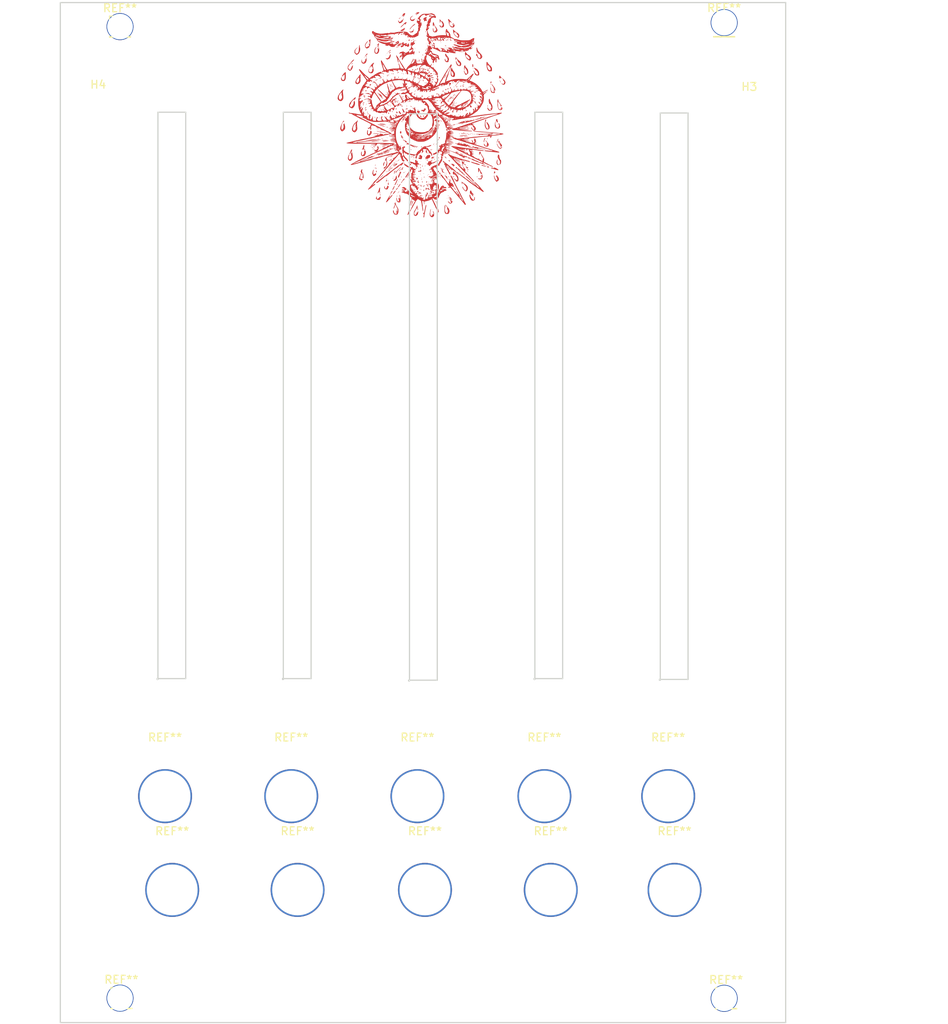
<source format=kicad_pcb>
(kicad_pcb (version 20171130) (host pcbnew 5.0.2+dfsg1-1)
  (layers (0 F.Cu signal) (31 B.Cu signal) (34 B.Paste user) (35 F.Paste user) (36 B.SilkS user) (37 F.SilkS user) (38 B.Mask user) (39 F.Mask user) (44 Edge.Cuts user))
  (net 0 "")
  (module Pin_Headers:Pin_Header_Straight_1x01_Pitch2.54mm (layer F.Cu) (at 140.2 162.25)
    (fp_text reference REF** (at 0 -2.33) (layer F.SilkS))
    (fp_text value Pin_Header_Straight_1x01_Pitch2.54mm)
    (pad 1 thru_hole circle (at -0.25 0) (size 3.4 3.4) (drill 3.2) (layers *.Cu *.Mask))
  )
  (module Pin_Headers:Pin_Header_Straight_1x01_Pitch2.54mm (layer F.Cu) (at 139.95 39.9)
    (fp_text reference REF** (at 0 -2.33) (layer F.SilkS))
    (fp_text value Pin_Header_Straight_1x01_Pitch2.54mm)
    (pad 1 thru_hole circle (at 0 -0.475) (size 3.4 3.4) (drill 3.2) (layers *.Cu *.Mask))
  )
  (module Pin_Headers:Pin_Header_Straight_1x01_Pitch2.54mm (layer F.Cu) (at 64 162.225)
    (fp_text reference REF** (at 0 -2.33) (layer F.SilkS))
    (fp_text value Pin_Header_Straight_1x01_Pitch2.54mm)
    (pad 1 thru_hole circle (at -0.175 0) (size 3.4 3.4) (drill 3.2) (layers *.Cu *.Mask))
  )
  (module Pin_Headers:Pin_Header_Straight_1x01_Pitch2.54mm (layer F.Cu) (at 63.825 39.925)
    (fp_text reference REF** (at 0 -2.33) (layer F.SilkS))
    (fp_text value Pin_Header_Straight_1x01_Pitch2.54mm)
    (pad 1 thru_hole circle (at 0 0) (size 3.4 3.4) (drill 3.2) (layers *.Cu *.Mask))
  )
  (module Mounting_Holes:MountingHole_6.4mm_M6_Pad (layer F.Cu) (at 85.4 136.8)
    (fp_text reference REF** (at 0 -7.4) (layer F.SilkS))
    (fp_text value MountingHole_6.4mm_M6_Pad)
    (pad 1 thru_hole circle (at 0 0) (size 6.8 6.8) (drill 6.4) (layers *.Cu *.Mask))
  )
  (module Mounting_Holes:MountingHole_6.4mm_M6_Pad (layer F.Cu) (at 70.4 148.6)
    (fp_text reference REF** (at 0 -7.4) (layer F.SilkS))
    (fp_text value MountingHole_6.4mm_M6_Pad)
    (pad 1 thru_hole circle (at 0 0) (size 6.8 6.8) (drill 6.4) (layers *.Cu *.Mask))
  )
  (module Mounting_Holes:MountingHole_6.4mm_M6_Pad (layer F.Cu) (at 118.1 148.6)
    (fp_text reference REF** (at 0 -7.4) (layer F.SilkS))
    (fp_text value MountingHole_6.4mm_M6_Pad)
    (pad 1 thru_hole circle (at 0 0) (size 6.8 6.8) (drill 6.4) (layers *.Cu *.Mask))
  )
  (module Mounting_Holes:MountingHole_6.4mm_M6_Pad (layer F.Cu) (at 102.25 148.6)
    (fp_text reference REF** (at 0 -7.4) (layer F.SilkS))
    (fp_text value MountingHole_6.4mm_M6_Pad)
    (pad 1 thru_hole circle (at 0 0) (size 6.8 6.8) (drill 6.4) (layers *.Cu *.Mask))
  )
  (module Mounting_Holes:MountingHole_6.4mm_M6_Pad (layer F.Cu) (at 132.9 136.8)
    (fp_text reference REF** (at 0 -7.4) (layer F.SilkS))
    (fp_text value MountingHole_6.4mm_M6_Pad)
    (pad 1 thru_hole circle (at 0 0) (size 6.8 6.8) (drill 6.4) (layers *.Cu *.Mask))
  )
  (module Mounting_Holes:MountingHole_6.4mm_M6_Pad (layer F.Cu) (at 69.5 136.8)
    (fp_text reference REF** (at 0 -7.4) (layer F.SilkS))
    (fp_text value MountingHole_6.4mm_M6_Pad)
    (pad 1 thru_hole circle (at 0 0) (size 6.8 6.8) (drill 6.4) (layers *.Cu *.Mask))
  )
  (module Mounting_Holes:MountingHole_6.4mm_M6_Pad (layer F.Cu) (at 133.7 148.6)
    (fp_text reference REF** (at 0 -7.4) (layer F.SilkS))
    (fp_text value MountingHole_6.4mm_M6_Pad)
    (pad 1 thru_hole circle (at 0 0) (size 6.8 6.8) (drill 6.4) (layers *.Cu *.Mask))
  )
  (module Mounting_Holes:MountingHole_6.4mm_M6_Pad (layer F.Cu) (at 101.3 136.8)
    (fp_text reference REF** (at 0 -7.4) (layer F.SilkS))
    (fp_text value MountingHole_6.4mm_M6_Pad)
    (pad 1 thru_hole circle (at 0 0) (size 6.8 6.8) (drill 6.4) (layers *.Cu *.Mask))
  )
  (module Mounting_Holes:MountingHole_6.4mm_M6_Pad (layer F.Cu) (at 86.2 148.6)
    (fp_text reference REF** (at 0 -7.4) (layer F.SilkS))
    (fp_text value MountingHole_6.4mm_M6_Pad)
    (pad 1 thru_hole circle (at 0 0) (size 6.8 6.8) (drill 6.4) (layers *.Cu *.Mask))
  )
  (module Mounting_Holes:MountingHole_6.4mm_M6_Pad (layer F.Cu) (at 117.3 136.8)
    (fp_text reference REF** (at 0 -7.4) (layer F.SilkS))
    (fp_text value MountingHole_6.4mm_M6_Pad)
    (pad 1 thru_hole circle (at 0 0) (size 6.8 6.8) (drill 6.4) (layers *.Cu *.Mask))
  )
  (module Mounting_Holes:MountingHole_3.2mm_M3 (layer F.Cu) (at 143.125 51.7)
    (fp_text reference H3 (at 0 -4.2) (layer F.SilkS))
    (fp_text value MountingHole)
    (pad "" np_thru_hole circle (at 0 -0.275) (size 3.2 3.2) (drill 3.2) (layers *.Cu *.Mask))
  )
  (module Mounting_Holes:MountingHole_3.2mm_M3 (layer F.Cu) (at 61.075 51.425)
    (fp_text reference H4 (at 0 -4.2) (layer F.SilkS))
    (fp_text value MountingHole)
    (pad 1 np_thru_hole circle (at 0 0) (size 3.2 3.2) (drill 3.2) (layers *.Cu *.Mask))
  )
  (module new_kicad:wormlogo (layer F.Cu) (at 101.8 52)
    (fp_text reference G*** hide)
    (fp_text value wormlogo hide)
    (fp_poly (pts (xy 0.61722 10.42924) (xy 0.60706 10.53084) (xy 0.57658 10.68324) (xy 0.5461 10.8077) (xy 0.51562 10.94486) (xy 0.48768 11.07694) (xy 0.46736 11.18362) (xy 0.45974 11.23188) (xy 0.4445 11.33094) (xy 0.42672 11.42492) (xy 0.42164 11.4427) (xy 0.40386 11.52144) (xy 0.38608 11.62558) (xy 0.37592 11.684) (xy 0.36576 11.77544) (xy 0.3556 11.84656) (xy 0.35306 11.8745) (xy 0.3302 11.9253) (xy 0.31496 11.94308) (xy 0.28448 11.95578) (xy 0.26416 11.92784) (xy 0.26162 11.8745) (xy 0.27178 11.79322) (xy 0.2794 11.7475) (xy 0.30734 11.62812) (xy 0.3175 11.55446) (xy 0.30988 11.51636) (xy 0.28702 11.5062) (xy 0.27432 11.50874) (xy 0.23114 11.51128) (xy 0.22352 11.50874) (xy 0.22098 11.47826) (xy 0.21336 11.40968) (xy 0.21082 11.35888) (xy 0.20828 11.29284) (xy 0.21082 11.27252) (xy 0.2159 11.28776) (xy 0.2413 11.36396) (xy 0.2794 11.4173) (xy 0.30734 11.43) (xy 0.32258 11.4046) (xy 0.3429 11.33856) (xy 0.36068 11.26744) (xy 0.41402 11.00328) (xy 0.46228 10.79246) (xy 0.49784 10.6299) (xy 0.52832 10.50798) (xy 0.55372 10.4267) (xy 0.5715 10.37844) (xy 0.58674 10.3632) (xy 0.6096 10.37336) (xy 0.61722 10.42924)) (layer F.Cu) (width 0.00254))
    (fp_poly (pts (xy 1.59766 11.65606) (xy 1.57988 11.75004) (xy 1.57988 11.75258) (xy 1.53924 11.80592) (xy 1.47066 11.85926) (xy 1.44272 11.8745) (xy 1.3335 11.93292) (xy 1.23698 11.8745) (xy 1.16586 11.82624) (xy 1.11252 11.77798) (xy 1.10744 11.77036) (xy 1.07188 11.68908) (xy 1.0541 11.57478) (xy 1.05156 11.44778) (xy 1.06934 11.34618) (xy 1.08458 11.27506) (xy 1.09728 11.2014) (xy 1.10998 11.10996) (xy 1.12014 10.98804) (xy 1.12268 10.93724) (xy 1.13538 10.90168) (xy 1.14554 10.90168) (xy 1.16586 10.95248) (xy 1.17094 11.03376) (xy 1.16078 11.13028) (xy 1.143 11.20394) (xy 1.12268 11.31316) (xy 1.1176 11.44778) (xy 1.12776 11.5824) (xy 1.13792 11.64082) (xy 1.17856 11.71448) (xy 1.23698 11.75004) (xy 1.30556 11.73988) (xy 1.32842 11.7221) (xy 1.36906 11.66876) (xy 1.38176 11.62812) (xy 1.397 11.56716) (xy 1.4097 11.54176) (xy 1.43764 11.51636) (xy 1.46558 11.53414) (xy 1.48082 11.55446) (xy 1.5113 11.59256) (xy 1.524 11.58494) (xy 1.52654 11.55446) (xy 1.51638 11.39952) (xy 1.47574 11.26998) (xy 1.45288 11.19378) (xy 1.45288 11.15314) (xy 1.47574 11.15568) (xy 1.50622 11.19124) (xy 1.54686 11.2776) (xy 1.57734 11.39698) (xy 1.59512 11.52906) (xy 1.59766 11.65606)) (layer F.Cu) (width 0.00254))
    (fp_poly (pts (xy -0.4064 11.1887) (xy -0.4064 11.2522) (xy -0.40894 11.30808) (xy -0.42926 11.45286) (xy -0.46228 11.557) (xy -0.51816 11.63574) (xy -0.58928 11.69416) (xy -0.66548 11.74496) (xy -0.71882 11.76274) (xy -0.76454 11.75512) (xy -0.78994 11.74242) (xy -0.8509 11.71194) (xy -0.889 11.69162) (xy -0.91694 11.66876) (xy -0.93472 11.6332) (xy -0.94234 11.56716) (xy -0.94488 11.46302) (xy -0.94488 11.43762) (xy -0.94234 11.32332) (xy -0.93218 11.24204) (xy -0.91186 11.18108) (xy -0.87122 11.1125) (xy -0.83566 11.0617) (xy -0.75184 10.93724) (xy -0.68072 10.8077) (xy -0.62738 10.69086) (xy -0.5969 10.59688) (xy -0.59182 10.56386) (xy -0.57912 10.50798) (xy -0.55118 10.46734) (xy -0.51816 10.45718) (xy -0.50038 10.47496) (xy -0.49784 10.53084) (xy -0.508 10.56894) (xy -0.508 10.63498) (xy -0.4826 10.72642) (xy -0.47752 10.74166) (xy -0.43688 10.85342) (xy -0.4191 10.9474) (xy -0.42164 11.0109) (xy -0.44704 11.03376) (xy -0.46482 11.00836) (xy -0.47244 10.94994) (xy -0.48768 10.86612) (xy -0.51054 10.80262) (xy -0.53848 10.75944) (xy -0.55626 10.76452) (xy -0.57658 10.78992) (xy -0.61214 10.84834) (xy -0.66294 10.922) (xy -0.67056 10.93216) (xy -0.71628 11.00328) (xy -0.77216 11.10488) (xy -0.82042 11.19886) (xy -0.87122 11.31062) (xy -0.89408 11.3919) (xy -0.89408 11.46556) (xy -0.89408 11.47826) (xy -0.8636 11.57732) (xy -0.81534 11.6332) (xy -0.75692 11.64082) (xy -0.75184 11.63828) (xy -0.70612 11.60272) (xy -0.65786 11.53922) (xy -0.61722 11.4681) (xy -0.5969 11.40968) (xy -0.59944 11.3919) (xy -0.59944 11.3411) (xy -0.58928 11.303) (xy -0.57404 11.2649) (xy -0.56642 11.28014) (xy -0.56642 11.31062) (xy -0.55118 11.35888) (xy -0.52578 11.36396) (xy -0.49784 11.3284) (xy -0.48514 11.28014) (xy -0.46482 11.21156) (xy -0.43688 11.176) (xy -0.41656 11.16584) (xy -0.4064 11.1887)) (layer F.Cu) (width 0.00254))
    (fp_poly (pts (xy 3.1496 8.23214) (xy 3.13182 8.27024) (xy 3.0861 8.27278) (xy 2.921 8.26008) (xy 2.78384 8.27532) (xy 2.7813 8.27786) (xy 2.73558 8.28548) (xy 2.73558 8.11276) (xy 2.72288 8.10006) (xy 2.70764 8.11276) (xy 2.72288 8.128) (xy 2.73558 8.11276) (xy 2.73558 8.28548) (xy 2.72796 8.28802) (xy 2.71272 8.27278) (xy 2.7178 8.255) (xy 2.71272 8.21944) (xy 2.667 8.21182) (xy 2.63144 8.21944) (xy 2.6162 8.24738) (xy 2.6289 8.2931) (xy 2.66192 8.3312) (xy 2.6797 8.36422) (xy 2.66446 8.43026) (xy 2.66192 8.43026) (xy 2.64414 8.49884) (xy 2.64414 8.54456) (xy 2.667 8.56488) (xy 2.70002 8.5471) (xy 2.72542 8.50138) (xy 2.73558 8.45058) (xy 2.74574 8.4074) (xy 2.78638 8.38454) (xy 2.84226 8.37438) (xy 2.97434 8.37438) (xy 3.07594 8.40232) (xy 3.13436 8.46074) (xy 3.14452 8.4836) (xy 3.14452 8.55472) (xy 3.10388 8.59028) (xy 3.01752 8.58774) (xy 3.01498 8.58774) (xy 2.95656 8.5852) (xy 2.90322 8.61568) (xy 2.8448 8.67156) (xy 2.83464 8.67918) (xy 2.83464 8.5217) (xy 2.8321 8.4963) (xy 2.82194 8.49376) (xy 2.794 8.51408) (xy 2.794 8.5217) (xy 2.80162 8.54964) (xy 2.80416 8.54964) (xy 2.82956 8.52932) (xy 2.83464 8.5217) (xy 2.83464 8.67918) (xy 2.74574 8.75284) (xy 2.63398 8.7884) (xy 2.63144 8.79094) (xy 2.60096 8.8011) (xy 2.60096 8.48106) (xy 2.60096 8.41248) (xy 2.58572 8.382) (xy 2.56286 8.39724) (xy 2.54762 8.43788) (xy 2.51968 8.47852) (xy 2.46888 8.47598) (xy 2.413 8.47852) (xy 2.38506 8.5217) (xy 2.38252 8.58266) (xy 2.41046 8.63854) (xy 2.44856 8.66394) (xy 2.4511 8.66394) (xy 2.48666 8.6487) (xy 2.52984 8.62076) (xy 2.5781 8.55726) (xy 2.60096 8.48106) (xy 2.60096 8.8011) (xy 2.52476 8.82904) (xy 2.42824 8.91286) (xy 2.3622 9.00684) (xy 2.3622 8.76554) (xy 2.35712 8.7503) (xy 2.32664 8.72998) (xy 2.30124 8.7503) (xy 2.30378 8.79348) (xy 2.32918 8.81888) (xy 2.34696 8.80872) (xy 2.3622 8.76554) (xy 2.3622 9.00684) (xy 2.3368 9.04494) (xy 2.2733 9.17702) (xy 2.2733 8.88746) (xy 2.27076 8.84174) (xy 2.25806 8.82396) (xy 2.22504 8.80872) (xy 2.19964 8.83158) (xy 2.18694 8.88492) (xy 2.21234 8.9154) (xy 2.22758 8.91794) (xy 2.26568 8.89762) (xy 2.2733 8.88746) (xy 2.2733 9.17702) (xy 2.2479 9.22782) (xy 2.23012 9.27354) (xy 2.16662 9.41832) (xy 2.10312 9.51738) (xy 2.10312 9.10082) (xy 2.09804 9.06526) (xy 2.06248 9.07542) (xy 2.03708 9.09574) (xy 1.97866 9.12368) (xy 1.97358 9.12114) (xy 1.97358 8.98906) (xy 1.96088 8.97382) (xy 1.94564 8.98906) (xy 1.94564 8.73506) (xy 1.93294 8.71982) (xy 1.9177 8.73506) (xy 1.93294 8.74776) (xy 1.94564 8.73506) (xy 1.94564 8.98906) (xy 1.96088 9.00176) (xy 1.97358 8.98906) (xy 1.97358 9.12114) (xy 1.94564 9.11352) (xy 1.88976 9.09066) (xy 1.86944 9.08812) (xy 1.83642 9.1059) (xy 1.83896 9.14654) (xy 1.86944 9.18718) (xy 1.88214 9.1948) (xy 1.91262 9.22782) (xy 1.91008 9.2456) (xy 1.87198 9.25068) (xy 1.83134 9.2329) (xy 1.7653 9.2202) (xy 1.69672 9.24814) (xy 1.64846 9.30402) (xy 1.63576 9.35736) (xy 1.65354 9.4107) (xy 1.69672 9.42594) (xy 1.72974 9.40562) (xy 1.77546 9.38276) (xy 1.78816 9.38022) (xy 1.89738 9.34466) (xy 1.99644 9.28116) (xy 2.06756 9.19988) (xy 2.07772 9.17702) (xy 2.10312 9.10082) (xy 2.10312 9.51738) (xy 2.09804 9.52754) (xy 2.01422 9.61898) (xy 2.01168 9.62152) (xy 1.93294 9.6901) (xy 1.88214 9.71804) (xy 1.8542 9.71042) (xy 1.8034 9.68756) (xy 1.73228 9.67994) (xy 1.65608 9.6647) (xy 1.5875 9.6139) (xy 1.55448 9.57834) (xy 1.4859 9.51484) (xy 1.43764 9.4996) (xy 1.41224 9.53262) (xy 1.4097 9.56564) (xy 1.4224 9.62914) (xy 1.45034 9.71042) (xy 1.4859 9.78408) (xy 1.51892 9.83234) (xy 1.52146 9.83488) (xy 1.54686 9.87552) (xy 1.55194 9.90092) (xy 1.56464 9.95172) (xy 1.60528 10.02792) (xy 1.63576 10.08126) (xy 1.68656 10.17016) (xy 1.74498 10.28954) (xy 1.79578 10.41654) (xy 1.8034 10.43432) (xy 1.84404 10.54862) (xy 1.88468 10.64768) (xy 1.91516 10.71626) (xy 1.92024 10.72642) (xy 1.95072 10.79246) (xy 1.96342 10.8331) (xy 1.98374 10.87882) (xy 2.00914 10.89152) (xy 2.02184 10.8712) (xy 2.0574 10.83818) (xy 2.07264 10.83564) (xy 2.09296 10.86104) (xy 2.11328 10.92708) (xy 2.13614 11.01598) (xy 2.15392 11.11504) (xy 2.16408 11.20394) (xy 2.16408 11.26744) (xy 2.159 11.28776) (xy 2.13614 11.31062) (xy 2.1082 11.30554) (xy 2.07264 11.26236) (xy 2.02692 11.18108) (xy 1.96342 11.05408) (xy 1.94564 11.01344) (xy 1.88468 10.8839) (xy 1.8288 10.7696) (xy 1.78562 10.67816) (xy 1.76022 10.6299) (xy 1.73228 10.56386) (xy 1.71958 10.51814) (xy 1.70434 10.47242) (xy 1.68402 10.44448) (xy 1.65608 10.39876) (xy 1.6129 10.31494) (xy 1.56718 10.2108) (xy 1.5494 10.1727) (xy 1.50114 10.06094) (xy 1.45542 9.96442) (xy 1.4224 9.89584) (xy 1.41478 9.88314) (xy 1.39192 9.83742) (xy 1.39446 9.81964) (xy 1.39192 9.79932) (xy 1.36398 9.75106) (xy 1.35382 9.73582) (xy 1.2954 9.652) (xy 1.18872 9.70788) (xy 1.1557 9.72312) (xy 1.1557 9.48182) (xy 1.13538 9.45388) (xy 1.1303 9.45388) (xy 1.0922 9.4742) (xy 1.08458 9.48182) (xy 1.0922 9.50468) (xy 1.11252 9.50976) (xy 1.15062 9.49452) (xy 1.1557 9.48182) (xy 1.1557 9.72312) (xy 1.08204 9.76122) (xy 0.98044 9.80186) (xy 0.889 9.8298) (xy 0.889 9.60628) (xy 0.87376 9.58088) (xy 0.8382 9.5504) (xy 0.8255 9.5504) (xy 0.82296 9.58088) (xy 0.85344 9.6139) (xy 0.87884 9.62406) (xy 0.889 9.60628) (xy 0.889 9.8298) (xy 0.87376 9.83488) (xy 0.7366 9.87044) (xy 0.6477 9.89076) (xy 0.508 9.92124) (xy 0.508 9.80694) (xy 0.48768 9.78408) (xy 0.47752 9.779) (xy 0.45212 9.779) (xy 0.44958 9.7917) (xy 0.4699 9.81964) (xy 0.47752 9.81964) (xy 0.50546 9.80948) (xy 0.508 9.80694) (xy 0.508 9.92124) (xy 0.381 9.94918) (xy 0.37084 10.12444) (xy 0.36068 10.23366) (xy 0.34798 10.28954) (xy 0.33274 10.28954) (xy 0.32258 10.2362) (xy 0.32004 10.12952) (xy 0.32258 10.11428) (xy 0.32258 10.0203) (xy 0.3175 9.94918) (xy 0.30988 9.92124) (xy 0.30988 9.9187) (xy 0.30988 9.80694) (xy 0.29464 9.7917) (xy 0.28194 9.80694) (xy 0.29464 9.81964) (xy 0.30988 9.80694) (xy 0.30988 9.9187) (xy 0.27432 9.90854) (xy 0.20574 9.8933) (xy 0.18796 9.89076) (xy 0.07874 9.87044) (xy 0.09398 9.96442) (xy 0.10668 10.05078) (xy 0.11938 10.16) (xy 0.12446 10.2108) (xy 0.13716 10.30478) (xy 0.15494 10.38098) (xy 0.1651 10.40892) (xy 0.17526 10.46988) (xy 0.16764 10.49782) (xy 0.16002 10.54862) (xy 0.16764 10.63752) (xy 0.18288 10.72388) (xy 0.20828 10.8585) (xy 0.22098 10.97788) (xy 0.22098 11.07186) (xy 0.21082 11.13282) (xy 0.19558 11.14806) (xy 0.16764 11.12774) (xy 0.16764 11.12266) (xy 0.16256 11.08456) (xy 0.14986 11.00582) (xy 0.13208 10.89914) (xy 0.12446 10.84834) (xy 0.1016 10.71626) (xy 0.08128 10.58926) (xy 0.06858 10.4902) (xy 0.06604 10.46988) (xy 0.04826 10.34288) (xy 0.0254 10.20572) (xy 0 10.07618) (xy -0.0254 9.96442) (xy -0.0508 9.88314) (xy -0.06604 9.85266) (xy -0.08382 9.83742) (xy -0.08382 9.55294) (xy -0.09906 9.5377) (xy -0.11176 9.55294) (xy -0.09906 9.56564) (xy -0.08382 9.55294) (xy -0.08382 9.83742) (xy -0.10922 9.8171) (xy -0.18542 9.77646) (xy -0.21844 9.76122) (xy -0.30226 9.72058) (xy -0.3683 9.6774) (xy -0.38354 9.6647) (xy -0.43942 9.6266) (xy -0.4826 9.64184) (xy -0.51054 9.68756) (xy -0.55372 9.74852) (xy -0.61976 9.8044) (xy -0.61976 9.80694) (xy -0.67564 9.86282) (xy -0.67564 9.08558) (xy -0.6858 9.06018) (xy -0.68834 9.05764) (xy -0.71374 9.07796) (xy -0.71882 9.08558) (xy -0.71628 9.11352) (xy -0.70612 9.11606) (xy -0.67818 9.0932) (xy -0.67564 9.08558) (xy -0.67564 9.86282) (xy -0.6858 9.87298) (xy -0.74168 9.9695) (xy -0.7493 9.98982) (xy -0.78486 10.07364) (xy -0.78994 10.08126) (xy -0.78994 9.46658) (xy -0.80264 9.45388) (xy -0.81788 9.46658) (xy -0.80264 9.48182) (xy -0.78994 9.46658) (xy -0.78994 10.08126) (xy -0.82042 10.14222) (xy -0.83312 10.16) (xy -0.86106 10.20318) (xy -0.90678 10.28192) (xy -0.96266 10.38352) (xy -0.98552 10.4267) (xy -1.04902 10.54862) (xy -1.11506 10.66546) (xy -1.17094 10.76198) (xy -1.1811 10.77976) (xy -1.23444 10.8712) (xy -1.30048 10.9855) (xy -1.36398 11.10234) (xy -1.36652 11.10488) (xy -1.46812 11.28522) (xy -1.55702 11.43254) (xy -1.63322 11.5443) (xy -1.69164 11.61542) (xy -1.72974 11.64336) (xy -1.74752 11.62304) (xy -1.75006 11.61034) (xy -1.7399 11.557) (xy -1.7145 11.48334) (xy -1.70688 11.4681) (xy -1.67894 11.38174) (xy -1.6637 11.30808) (xy -1.6637 11.30046) (xy -1.65608 11.22426) (xy -1.64338 11.18362) (xy -1.62814 11.15822) (xy -1.61544 11.17854) (xy -1.60782 11.21664) (xy -1.59258 11.303) (xy -1.46812 11.13282) (xy -1.40462 11.049) (xy -1.35382 10.9855) (xy -1.32334 10.95502) (xy -1.31064 10.92454) (xy -1.31318 10.91184) (xy -1.3081 10.86866) (xy -1.27762 10.78484) (xy -1.22428 10.67054) (xy -1.15824 10.53338) (xy -1.07696 10.38352) (xy -1.00584 10.2616) (xy -0.94742 10.16254) (xy -0.9017 10.08126) (xy -0.87884 10.03046) (xy -0.87376 10.01776) (xy -0.85598 9.98474) (xy -0.83312 9.96188) (xy -0.79248 9.91108) (xy -0.81026 9.87298) (xy -0.83058 9.86028) (xy -0.83058 9.4107) (xy -0.84582 9.398) (xy -0.84582 9.017) (xy -0.86106 9.00176) (xy -0.87376 9.017) (xy -0.86106 9.0297) (xy -0.84582 9.017) (xy -0.84582 9.398) (xy -0.85852 9.38784) (xy -0.89662 9.33704) (xy -0.89408 9.30402) (xy -0.89662 9.26592) (xy -0.92456 9.2583) (xy -0.98806 9.25068) (xy -0.98806 8.98906) (xy -1.00076 8.97382) (xy -1.016 8.98906) (xy -1.00076 9.00176) (xy -0.98806 8.98906) (xy -0.98806 9.25068) (xy -1.03886 9.2456) (xy -1.1176 9.2075) (xy -1.16586 9.15924) (xy -1.22428 9.1059) (xy -1.27762 9.10082) (xy -1.31826 9.1313) (xy -1.31572 9.17194) (xy -1.26746 9.23544) (xy -1.23952 9.26084) (xy -1.17856 9.31164) (xy -1.13792 9.32434) (xy -1.11252 9.31164) (xy -1.06934 9.29132) (xy -1.02616 9.31418) (xy -0.95758 9.36244) (xy -0.88646 9.40308) (xy -0.83312 9.4234) (xy -0.83058 9.4107) (xy -0.83058 9.86028) (xy -0.8382 9.85774) (xy -0.889 9.82726) (xy -0.96012 9.77646) (xy -0.99822 9.74598) (xy -1.08712 9.67994) (xy -1.14808 9.652) (xy -1.1811 9.66216) (xy -1.18364 9.67994) (xy -1.20904 9.7028) (xy -1.22936 9.70788) (xy -1.26238 9.69264) (xy -1.2573 9.65708) (xy -1.22174 9.54278) (xy -1.22428 9.46912) (xy -1.25984 9.4361) (xy -1.31318 9.40308) (xy -1.38938 9.34466) (xy -1.47066 9.271) (xy -1.54432 9.19988) (xy -1.59004 9.144) (xy -1.59512 9.13892) (xy -1.66878 9.05764) (xy -1.78054 8.9916) (xy -1.91008 8.94842) (xy -1.98628 8.93572) (xy -2.13106 8.91032) (xy -2.21488 8.8646) (xy -2.32156 8.8138) (xy -2.40284 8.80364) (xy -2.47142 8.79856) (xy -2.50952 8.78332) (xy -2.51206 8.77824) (xy -2.48666 8.7376) (xy -2.43078 8.69696) (xy -2.3622 8.66902) (xy -2.3241 8.66394) (xy -2.2606 8.64616) (xy -2.23266 8.6233) (xy -2.2225 8.5852) (xy -2.26568 8.5598) (xy -2.3622 8.54964) (xy -2.3876 8.54964) (xy -2.4511 8.54456) (xy -2.48158 8.53186) (xy -2.48158 8.52932) (xy -2.46634 8.48106) (xy -2.43078 8.44804) (xy -2.40284 8.44804) (xy -2.36474 8.44804) (xy -2.35712 8.43788) (xy -2.32156 8.41756) (xy -2.26568 8.40994) (xy -2.21742 8.41756) (xy -2.19964 8.43788) (xy -2.2225 8.46582) (xy -2.23012 8.46582) (xy -2.23012 8.4836) (xy -2.1971 8.52932) (xy -2.159 8.56996) (xy -2.10312 8.636) (xy -2.06502 8.68934) (xy -2.05994 8.70966) (xy -2.03962 8.74268) (xy -1.98882 8.74014) (xy -1.92532 8.70458) (xy -1.86944 8.67664) (xy -1.83388 8.67664) (xy -1.81864 8.67156) (xy -1.82372 8.64616) (xy -1.83134 8.61822) (xy -1.81356 8.62076) (xy -1.76784 8.6487) (xy -1.71196 8.6741) (xy -1.69164 8.65886) (xy -1.71704 8.61314) (xy -1.7272 8.60298) (xy -1.75768 8.55218) (xy -1.77292 8.49376) (xy -1.76784 8.44804) (xy -1.75006 8.43788) (xy -1.72212 8.4582) (xy -1.72212 8.46582) (xy -1.7018 8.50138) (xy -1.64846 8.56488) (xy -1.56972 8.64362) (xy -1.48082 8.73252) (xy -1.38684 8.81634) (xy -1.29794 8.89) (xy -1.22682 8.94334) (xy -1.19126 8.96366) (xy -1.1303 8.98144) (xy -1.09982 8.9789) (xy -1.09982 8.97636) (xy -1.1176 8.94588) (xy -1.15824 8.89762) (xy -1.15824 8.51662) (xy -1.17856 8.48868) (xy -1.2192 8.4709) (xy -1.2319 8.47598) (xy -1.2319 8.50646) (xy -1.21412 8.5217) (xy -1.1684 8.53694) (xy -1.15824 8.51662) (xy -1.15824 8.89762) (xy -1.16586 8.89) (xy -1.22174 8.82904) (xy -1.34112 8.67918) (xy -1.43256 8.509) (xy -1.49352 8.32866) (xy -1.51892 8.15594) (xy -1.50368 8.001) (xy -1.49606 7.9756) (xy -1.44526 7.88162) (xy -1.36398 7.82574) (xy -1.24206 7.80288) (xy -1.23444 7.80288) (xy -1.14554 7.79272) (xy -1.10998 7.76986) (xy -1.12014 7.72414) (xy -1.14808 7.68096) (xy -1.18364 7.62254) (xy -1.18364 6.41858) (xy -1.19888 6.40588) (xy -1.21412 6.41858) (xy -1.19888 6.43382) (xy -1.18364 6.41858) (xy -1.18364 7.62254) (xy -1.22428 7.56158) (xy -1.2954 7.42442) (xy -1.3462 7.2898) (xy -1.3716 7.19836) (xy -1.37922 7.12724) (xy -1.37668 7.0866) (xy -1.37414 7.08406) (xy -1.34366 7.10184) (xy -1.29286 7.14502) (xy -1.27762 7.16026) (xy -1.22682 7.20852) (xy -1.20396 7.21614) (xy -1.19126 7.19074) (xy -1.18872 7.18566) (xy -1.19888 7.12978) (xy -1.21666 7.10946) (xy -1.2446 7.06374) (xy -1.25476 7.00532) (xy -1.26492 6.94944) (xy -1.29794 6.9342) (xy -1.30302 6.9342) (xy -1.35128 6.92912) (xy -1.36652 6.91642) (xy -1.3589 6.88848) (xy -1.3208 6.86816) (xy -1.27762 6.86816) (xy -1.26746 6.87324) (xy -1.24206 6.86816) (xy -1.24206 6.858) (xy -1.22428 6.83768) (xy -1.21412 6.84276) (xy -1.19634 6.83768) (xy -1.20142 6.81482) (xy -1.23952 6.78434) (xy -1.27762 6.78942) (xy -1.31826 6.7945) (xy -1.31826 6.76656) (xy -1.31572 6.75894) (xy -1.30048 6.7056) (xy -1.29794 6.68528) (xy -1.27508 6.66242) (xy -1.25476 6.65988) (xy -1.21666 6.64464) (xy -1.22682 6.604) (xy -1.26746 6.54812) (xy -1.30048 6.50494) (xy -1.30556 6.47446) (xy -1.28016 6.42874) (xy -1.24714 6.3881) (xy -1.19634 6.32968) (xy -1.1557 6.29666) (xy -1.14808 6.29158) (xy -1.13792 6.2738) (xy -1.143 6.26364) (xy -1.17856 6.2484) (xy -1.1938 6.25348) (xy -1.20142 6.25094) (xy -1.17348 6.21538) (xy -1.16586 6.20522) (xy -1.12014 6.11378) (xy -1.12522 6.00456) (xy -1.1557 5.92836) (xy -1.19634 5.88264) (xy -1.23952 5.87248) (xy -1.26746 5.90042) (xy -1.27 5.92074) (xy -1.28016 5.97408) (xy -1.28778 5.99186) (xy -1.3081 6.03504) (xy -1.31318 6.06298) (xy -1.32842 6.11632) (xy -1.36398 6.19252) (xy -1.4097 6.27126) (xy -1.45288 6.3373) (xy -1.48844 6.3754) (xy -1.49606 6.37794) (xy -1.50368 6.35508) (xy -1.49098 6.30174) (xy -1.46304 6.23316) (xy -1.42494 6.16204) (xy -1.39192 6.11632) (xy -1.36144 6.07314) (xy -1.3589 6.05282) (xy -1.3843 6.06298) (xy -1.42748 6.1087) (xy -1.45542 6.14426) (xy -1.51384 6.21538) (xy -1.56464 6.27126) (xy -1.57988 6.28396) (xy -1.60782 6.31698) (xy -1.60528 6.33476) (xy -1.60782 6.37032) (xy -1.64338 6.4516) (xy -1.7145 6.57352) (xy -1.78816 6.69036) (xy -1.84404 6.77672) (xy -1.8923 6.85292) (xy -1.91008 6.88086) (xy -1.9431 6.92658) (xy -1.97104 6.92404) (xy -2.0066 6.8961) (xy -2.0447 6.858) (xy -2.03962 6.83768) (xy -2.00406 6.82498) (xy -1.95834 6.78434) (xy -1.94564 6.74878) (xy -1.92786 6.69544) (xy -1.88214 6.6294) (xy -1.86944 6.61416) (xy -1.82372 6.55574) (xy -1.80086 6.5151) (xy -1.80086 6.50748) (xy -1.78816 6.47192) (xy -1.74752 6.41858) (xy -1.7399 6.40842) (xy -1.68148 6.33476) (xy -1.6256 6.24332) (xy -1.6129 6.223) (xy -1.5621 6.13664) (xy -1.49098 6.03504) (xy -1.44018 5.97154) (xy -1.38176 5.89534) (xy -1.33858 5.83184) (xy -1.32588 5.79882) (xy -1.34366 5.75818) (xy -1.38176 5.72008) (xy -1.41732 5.70484) (xy -1.42748 5.70738) (xy -1.4605 5.70484) (xy -1.52146 5.67944) (xy -1.54686 5.6642) (xy -1.63068 5.62864) (xy -1.70942 5.61086) (xy -1.72466 5.61086) (xy -1.80594 5.59054) (xy -1.88722 5.52958) (xy -1.95834 5.46862) (xy -2.02946 5.42544) (xy -2.0447 5.41782) (xy -2.10312 5.37718) (xy -2.15392 5.31368) (xy -2.17932 5.2451) (xy -2.17424 5.19684) (xy -2.13614 5.17144) (xy -2.09804 5.18414) (xy -2.07518 5.22732) (xy -2.07772 5.2578) (xy -2.08534 5.29844) (xy -2.06756 5.29336) (xy -2.04978 5.28066) (xy -2.00152 5.26034) (xy -1.9558 5.26034) (xy -1.92786 5.2832) (xy -1.93294 5.30352) (xy -1.92786 5.32892) (xy -1.90754 5.334) (xy -1.85928 5.35178) (xy -1.79832 5.39496) (xy -1.78816 5.40258) (xy -1.7272 5.45084) (xy -1.6764 5.4737) (xy -1.67132 5.4737) (xy -1.64338 5.49402) (xy -1.64592 5.51434) (xy -1.63576 5.55498) (xy -1.5748 5.58292) (xy -1.46812 5.59816) (xy -1.4351 5.59816) (xy -1.35382 5.61086) (xy -1.2954 5.63372) (xy -1.29032 5.6388) (xy -1.25476 5.65404) (xy -1.2192 5.63626) (xy -1.18872 5.59816) (xy -1.14808 5.55244) (xy -1.1303 5.5499) (xy -1.12776 5.5753) (xy -1.10998 5.63118) (xy -1.07188 5.69468) (xy -1.02616 5.74294) (xy -0.99568 5.75564) (xy -0.96266 5.77596) (xy -0.91694 5.81914) (xy -0.87376 5.85724) (xy -0.85344 5.84708) (xy -0.81788 5.8166) (xy -0.80264 5.81406) (xy -0.77724 5.83184) (xy -0.77978 5.85216) (xy -0.76962 5.8928) (xy -0.7366 5.91058) (xy -0.68834 5.93852) (xy -0.67564 5.95884) (xy -0.6985 5.97408) (xy -0.7239 5.969) (xy -0.77978 5.97662) (xy -0.83566 6.01472) (xy -0.88392 6.05028) (xy -0.9017 6.04266) (xy -0.9017 6.03758) (xy -0.91186 6.01472) (xy -0.93472 6.02996) (xy -0.94996 6.07568) (xy -0.92456 6.11378) (xy -0.87884 6.12394) (xy -0.82804 6.13918) (xy -0.77216 6.16966) (xy -0.7366 6.20268) (xy -0.73406 6.21284) (xy -0.75692 6.22046) (xy -0.81788 6.22046) (xy -0.88392 6.223) (xy -0.89916 6.2484) (xy -0.8636 6.2992) (xy -0.84074 6.31952) (xy -0.77978 6.37794) (xy -0.84328 6.37794) (xy -0.92202 6.3627) (xy -0.96266 6.34746) (xy -1.02362 6.33222) (xy -1.06172 6.35254) (xy -1.08204 6.38048) (xy -1.06426 6.40842) (xy -1.02362 6.43636) (xy -0.94488 6.47446) (xy -0.84582 6.5024) (xy -0.8255 6.50748) (xy -0.73914 6.52526) (xy -0.70358 6.54304) (xy -0.71628 6.55828) (xy -0.77216 6.5659) (xy -0.86614 6.56336) (xy -0.889 6.56082) (xy -1.00076 6.55574) (xy -1.06172 6.5659) (xy -1.07188 6.58876) (xy -1.02616 6.62178) (xy -0.96012 6.6548) (xy -0.89154 6.68782) (xy -0.8509 6.71576) (xy -0.84582 6.72338) (xy -0.86868 6.74116) (xy -0.91694 6.7437) (xy -0.96266 6.731) (xy -0.97028 6.72338) (xy -1.01346 6.70052) (xy -1.0668 6.6929) (xy -1.10998 6.70052) (xy -1.12268 6.72084) (xy -1.08458 6.76656) (xy -1.01092 6.81482) (xy -0.92202 6.85038) (xy -0.84074 6.86816) (xy -0.7747 6.88086) (xy -0.74168 6.90626) (xy -0.73914 6.90626) (xy -0.75184 6.9342) (xy -0.80264 6.93928) (xy -0.87884 6.92658) (xy -0.91186 6.91388) (xy -0.98044 6.90372) (xy -1.01092 6.92404) (xy -1.02616 6.9723) (xy -0.99314 7.01294) (xy -0.94488 7.03072) (xy -0.89662 7.05612) (xy -0.89154 7.09168) (xy -0.92202 7.11708) (xy -0.9525 7.11708) (xy -0.99822 7.12216) (xy -1.00076 7.13994) (xy -0.96012 7.16534) (xy -0.94234 7.16788) (xy -0.90678 7.18312) (xy -0.9017 7.19836) (xy -0.87884 7.2263) (xy -0.82042 7.25424) (xy -0.81534 7.25678) (xy -0.75438 7.2898) (xy -0.74676 7.33044) (xy -0.74422 7.38632) (xy -0.73152 7.41172) (xy -0.71374 7.43458) (xy -0.7239 7.45236) (xy -0.76708 7.47014) (xy -0.77724 7.47268) (xy -0.77724 7.33552) (xy -0.78232 7.31774) (xy -0.83566 7.30758) (xy -0.85344 7.30758) (xy -0.94996 7.29488) (xy -1.03886 7.25932) (xy -1.07188 7.24408) (xy -1.07188 6.91642) (xy -1.09474 6.88594) (xy -1.11252 6.87578) (xy -1.13284 6.87578) (xy -1.13284 6.47954) (xy -1.13792 6.47192) (xy -1.17094 6.46684) (xy -1.17602 6.47192) (xy -1.17094 6.48716) (xy -1.1557 6.4897) (xy -1.13284 6.47954) (xy -1.13284 6.87578) (xy -1.14046 6.87578) (xy -1.13792 6.90118) (xy -1.10998 6.9342) (xy -1.08204 6.93928) (xy -1.07188 6.91642) (xy -1.07188 7.24408) (xy -1.10236 7.23138) (xy -1.143 7.22884) (xy -1.14554 7.23138) (xy -1.14808 7.2644) (xy -1.11506 7.30504) (xy -1.0668 7.33298) (xy -1.0414 7.33806) (xy -0.98806 7.35076) (xy -0.97282 7.36854) (xy -0.93472 7.38378) (xy -0.87122 7.37616) (xy -0.80518 7.35584) (xy -0.77724 7.33552) (xy -0.77724 7.47268) (xy -0.84328 7.49554) (xy -0.89662 7.49046) (xy -0.91694 7.47776) (xy -0.95758 7.46252) (xy -0.97282 7.47776) (xy -1.00838 7.5057) (xy -1.03886 7.48792) (xy -1.04394 7.46506) (xy -1.0668 7.4295) (xy -1.09982 7.42188) (xy -1.14808 7.43458) (xy -1.15316 7.46506) (xy -1.11506 7.50316) (xy -1.04394 7.54126) (xy -0.9652 7.58444) (xy -0.93218 7.62762) (xy -0.92964 7.63524) (xy -0.91948 7.66572) (xy -0.8763 7.6708) (xy -0.84582 7.66572) (xy -0.78486 7.66318) (xy -0.762 7.67842) (xy -0.78232 7.70382) (xy -0.80264 7.71398) (xy -0.84328 7.74192) (xy -0.83058 7.7724) (xy -0.76962 7.79526) (xy -0.74676 7.80034) (xy -0.68072 7.82066) (xy -0.65024 7.84606) (xy -0.66294 7.86638) (xy -0.70612 7.874) (xy -0.75184 7.88416) (xy -0.762 7.8994) (xy -0.7366 7.92988) (xy -0.68072 7.94766) (xy -0.61214 7.94766) (xy -0.59182 7.94258) (xy -0.5461 7.94004) (xy -0.53594 7.95782) (xy -0.51308 7.9756) (xy -0.47244 7.97052) (xy -0.42926 7.96036) (xy -0.4318 7.9756) (xy -0.44704 7.99592) (xy -0.4953 8.03402) (xy -0.52578 8.04164) (xy -0.55626 8.06196) (xy -0.56134 8.10514) (xy -0.53594 8.1407) (xy -0.48768 8.15594) (xy -0.42164 8.16102) (xy -0.36322 8.17118) (xy -0.31496 8.19404) (xy -0.28702 8.22198) (xy -0.29718 8.23976) (xy -0.31242 8.2423) (xy -0.37592 8.2423) (xy -0.38862 8.2423) (xy -0.41402 8.26008) (xy -0.4191 8.32866) (xy -0.4191 8.33882) (xy -0.42926 8.42772) (xy -0.4699 8.48106) (xy -0.52324 8.4963) (xy -0.57658 8.4709) (xy -0.61976 8.40232) (xy -0.6604 8.28548) (xy -0.69342 8.21182) (xy -0.72644 8.17626) (xy -0.762 8.1661) (xy -0.8001 8.17118) (xy -0.85344 8.18134) (xy -0.8636 8.16356) (xy -0.84582 8.12546) (xy -0.82804 8.06958) (xy -0.8509 8.0264) (xy -0.85852 8.01878) (xy -0.90424 7.9883) (xy -0.9525 8.00354) (xy -0.96012 8.00862) (xy -0.98806 8.02132) (xy -0.98806 7.6581) (xy -0.98806 7.65556) (xy -1.00584 7.60222) (xy -1.04648 7.5819) (xy -1.06934 7.58952) (xy -1.0922 7.62508) (xy -1.08712 7.64286) (xy -1.0541 7.66826) (xy -1.01092 7.67334) (xy -0.98806 7.6581) (xy -0.98806 8.02132) (xy -1.02362 8.0391) (xy -1.06426 8.02386) (xy -1.09474 7.96036) (xy -1.09728 7.95782) (xy -1.14046 7.89178) (xy -1.19888 7.874) (xy -1.26238 7.90702) (xy -1.27254 7.91718) (xy -1.2954 7.97306) (xy -1.3081 8.05688) (xy -1.31064 8.09498) (xy -1.3081 8.17372) (xy -1.2954 8.21182) (xy -1.26746 8.21944) (xy -1.25222 8.21944) (xy -1.19634 8.2296) (xy -1.17602 8.25246) (xy -1.17602 8.28294) (xy -1.19634 8.2804) (xy -1.24206 8.28548) (xy -1.26492 8.3058) (xy -1.27762 8.3439) (xy -1.25222 8.36676) (xy -1.20142 8.36168) (xy -1.1811 8.35152) (xy -1.13538 8.32866) (xy -1.11506 8.34644) (xy -1.1176 8.40994) (xy -1.1176 8.46836) (xy -1.0922 8.49122) (xy -1.06934 8.49376) (xy -1.02616 8.50646) (xy -1.0287 8.54202) (xy -1.02616 8.59028) (xy -1.01092 8.6106) (xy -0.98044 8.65378) (xy -0.97282 8.69442) (xy -0.95758 8.75284) (xy -0.91694 8.763) (xy -0.8509 8.7249) (xy -0.84328 8.71728) (xy -0.80518 8.67918) (xy -0.81534 8.67156) (xy -0.82296 8.6741) (xy -0.85852 8.6741) (xy -0.85598 8.64616) (xy -0.8255 8.61568) (xy -0.80772 8.61568) (xy -0.78232 8.64616) (xy -0.7747 8.6995) (xy -0.78232 8.75284) (xy -0.80772 8.7757) (xy -0.85344 8.79602) (xy -0.86106 8.80872) (xy -0.86106 8.84428) (xy -0.8255 8.86968) (xy -0.7747 8.86968) (xy -0.74676 8.87984) (xy -0.74422 8.90778) (xy -0.72898 8.95096) (xy -0.70612 8.95858) (xy -0.67056 8.93572) (xy -0.66294 8.90524) (xy -0.64262 8.86206) (xy -0.59436 8.84428) (xy -0.5461 8.85952) (xy -0.5207 8.89254) (xy -0.51308 8.95604) (xy -0.53594 8.98652) (xy -0.57912 8.97382) (xy -0.58166 8.97128) (xy -0.6096 8.95604) (xy -0.61976 8.98652) (xy -0.61976 9.01192) (xy -0.6096 9.0678) (xy -0.56896 9.08558) (xy -0.54864 9.08558) (xy -0.4953 9.09828) (xy -0.48514 9.12114) (xy -0.4826 9.17448) (xy -0.47498 9.18464) (xy -0.43942 9.22782) (xy -0.40132 9.27862) (xy -0.36068 9.3218) (xy -0.31496 9.32688) (xy -0.26416 9.31164) (xy -0.19304 9.271) (xy -0.14478 9.21258) (xy -0.11176 9.16432) (xy -0.05334 9.14908) (xy -0.01524 9.14908) (xy 0.04572 9.15416) (xy 0.0635 9.17194) (xy 0.0508 9.19226) (xy 0.00508 9.21766) (xy -0.01524 9.21766) (xy -0.0508 9.22782) (xy -0.10414 9.26592) (xy -0.16256 9.3218) (xy -0.2159 9.37768) (xy -0.24384 9.4234) (xy -0.24638 9.44372) (xy -0.21082 9.44372) (xy -0.18288 9.42594) (xy -0.14986 9.40562) (xy -0.1397 9.41324) (xy -0.12446 9.4107) (xy -0.08128 9.37768) (xy -0.07112 9.37006) (xy -0.00254 9.30656) (xy 0.00254 9.40054) (xy 0.01778 9.46658) (xy 0.0508 9.49706) (xy 0.1016 9.50468) (xy 0.18288 9.49706) (xy 0.23114 9.46912) (xy 0.2667 9.44372) (xy 0.28448 9.4615) (xy 0.28956 9.47928) (xy 0.28702 9.54532) (xy 0.24638 9.57834) (xy 0.2286 9.58088) (xy 0.19558 9.60628) (xy 0.18034 9.65708) (xy 0.18288 9.71804) (xy 0.2032 9.73582) (xy 0.23114 9.7028) (xy 0.23368 9.69264) (xy 0.26416 9.65454) (xy 0.29718 9.6647) (xy 0.31496 9.71296) (xy 0.32512 9.75614) (xy 0.34544 9.75106) (xy 0.37338 9.72566) (xy 0.4191 9.69264) (xy 0.44704 9.6901) (xy 0.47244 9.68248) (xy 0.49276 9.62406) (xy 0.508 9.53008) (xy 0.51308 9.40562) (xy 0.51308 9.3853) (xy 0.51562 9.26592) (xy 0.52578 9.1948) (xy 0.54864 9.15924) (xy 0.5842 9.14908) (xy 0.5969 9.15162) (xy 0.65024 9.13892) (xy 0.67056 9.1186) (xy 0.66294 9.09066) (xy 0.64516 9.0932) (xy 0.60198 9.08812) (xy 0.56134 9.05764) (xy 0.54102 9.02462) (xy 0.5461 9.00938) (xy 0.57658 9.01192) (xy 0.58928 9.02716) (xy 0.6223 9.04494) (xy 0.65532 9.02462) (xy 0.68326 8.97382) (xy 0.69342 8.91286) (xy 0.69088 8.88746) (xy 0.6858 8.82396) (xy 0.70358 8.79094) (xy 0.72898 8.79602) (xy 0.73152 8.8138) (xy 0.75692 8.8519) (xy 0.79502 8.87222) (xy 0.8382 8.89) (xy 0.83058 8.91032) (xy 0.81534 8.92556) (xy 0.77216 8.98144) (xy 0.7366 9.07288) (xy 0.71628 9.17194) (xy 0.7112 9.23798) (xy 0.70866 9.25322) (xy 0.69596 9.27608) (xy 0.66548 9.2583) (xy 0.62738 9.24052) (xy 0.60198 9.26592) (xy 0.5842 9.3345) (xy 0.57404 9.45134) (xy 0.5715 9.54278) (xy 0.5842 9.59358) (xy 0.62738 9.61136) (xy 0.70866 9.60374) (xy 0.7493 9.59866) (xy 0.7747 9.57326) (xy 0.77724 9.52246) (xy 0.75438 9.47928) (xy 0.7493 9.47674) (xy 0.7493 9.45388) (xy 0.79756 9.42848) (xy 0.80772 9.4234) (xy 0.86868 9.398) (xy 0.88392 9.36498) (xy 0.8763 9.33196) (xy 0.87376 9.25068) (xy 0.89408 9.2075) (xy 0.91694 9.14908) (xy 0.9144 9.11352) (xy 0.91186 9.09066) (xy 0.93218 9.0932) (xy 0.9652 9.12876) (xy 0.96774 9.15416) (xy 0.9779 9.19226) (xy 0.9906 9.19988) (xy 1.00838 9.22274) (xy 1.00838 9.26338) (xy 0.98552 9.31164) (xy 0.94742 9.31672) (xy 0.91186 9.32434) (xy 0.91186 9.35482) (xy 0.94996 9.39546) (xy 0.97028 9.40816) (xy 1.016 9.4234) (xy 1.03378 9.40308) (xy 1.06934 9.38022) (xy 1.13538 9.37006) (xy 1.143 9.37006) (xy 1.21158 9.3599) (xy 1.25222 9.34212) (xy 1.25476 9.33958) (xy 1.29032 9.32434) (xy 1.30302 9.32942) (xy 1.33858 9.32688) (xy 1.36906 9.2837) (xy 1.38176 9.22782) (xy 1.35636 9.18972) (xy 1.30556 9.17702) (xy 1.23952 9.1694) (xy 1.22174 9.14908) (xy 1.2446 9.10844) (xy 1.24968 9.10336) (xy 1.30556 9.06272) (xy 1.36144 9.05256) (xy 1.41732 9.0424) (xy 1.43764 9.02716) (xy 1.4605 9.00938) (xy 1.50114 9.00938) (xy 1.55448 8.99922) (xy 1.5748 8.9535) (xy 1.59258 8.9027) (xy 1.61036 8.89) (xy 1.62814 8.90524) (xy 1.6256 8.91032) (xy 1.6256 8.95096) (xy 1.63576 8.97382) (xy 1.66624 8.99922) (xy 1.69672 8.98144) (xy 1.71704 8.95096) (xy 1.69672 8.94588) (xy 1.67386 8.9281) (xy 1.67894 8.91794) (xy 1.71704 8.89254) (xy 1.75006 8.89) (xy 1.79578 8.86968) (xy 1.80594 8.82904) (xy 1.7907 8.78586) (xy 1.7653 8.78586) (xy 1.71958 8.79348) (xy 1.71704 8.76808) (xy 1.75514 8.71474) (xy 1.76784 8.70458) (xy 1.81102 8.64362) (xy 1.81356 8.60044) (xy 1.77546 8.58774) (xy 1.74244 8.59536) (xy 1.69926 8.60044) (xy 1.69926 8.5725) (xy 1.7018 8.56488) (xy 1.71704 8.51154) (xy 1.71958 8.49122) (xy 1.74244 8.4709) (xy 1.7526 8.47344) (xy 1.78054 8.45312) (xy 1.82118 8.39978) (xy 1.86436 8.32866) (xy 1.89992 8.26008) (xy 1.91516 8.20674) (xy 1.91516 8.2042) (xy 1.8923 8.19404) (xy 1.83388 8.19404) (xy 1.81102 8.19912) (xy 1.74752 8.20674) (xy 1.73228 8.20166) (xy 1.76022 8.18134) (xy 1.76276 8.18134) (xy 1.83134 8.128) (xy 1.87706 8.07212) (xy 1.89738 8.02386) (xy 1.88976 7.99592) (xy 1.84912 7.99592) (xy 1.80594 8.0137) (xy 1.7653 8.03402) (xy 1.76022 8.02386) (xy 1.7907 7.97306) (xy 1.82118 7.92226) (xy 1.81864 7.89686) (xy 1.79578 7.88416) (xy 1.73482 7.87654) (xy 1.68656 7.87908) (xy 1.6383 7.8994) (xy 1.62814 7.95274) (xy 1.61544 8.0137) (xy 1.58496 8.03148) (xy 1.5367 8.0645) (xy 1.49098 8.12292) (xy 1.46558 8.18388) (xy 1.46812 8.24484) (xy 1.4859 8.29056) (xy 1.50622 8.3566) (xy 1.49352 8.37946) (xy 1.45288 8.3566) (xy 1.44272 8.34644) (xy 1.41732 8.3312) (xy 1.41224 8.35914) (xy 1.41478 8.3947) (xy 1.43256 8.4582) (xy 1.47574 8.4836) (xy 1.50114 8.48868) (xy 1.55956 8.48614) (xy 1.57734 8.45566) (xy 1.57988 8.44042) (xy 1.58496 8.38708) (xy 1.6002 8.382) (xy 1.61798 8.41756) (xy 1.62814 8.48614) (xy 1.62814 8.49376) (xy 1.63068 8.56742) (xy 1.61544 8.5979) (xy 1.57734 8.60552) (xy 1.56464 8.60806) (xy 1.50368 8.59282) (xy 1.47574 8.56488) (xy 1.4478 8.52424) (xy 1.42494 8.53186) (xy 1.41478 8.58012) (xy 1.41478 8.60806) (xy 1.41732 8.66902) (xy 1.39446 8.68934) (xy 1.37922 8.69188) (xy 1.34366 8.67664) (xy 1.33604 8.6233) (xy 1.33604 8.60552) (xy 1.3335 8.53948) (xy 1.32334 8.51154) (xy 1.32334 7.86892) (xy 1.31826 7.85622) (xy 1.2827 7.85114) (xy 1.2573 7.87654) (xy 1.2573 7.90448) (xy 1.28778 7.91718) (xy 1.30556 7.90448) (xy 1.32334 7.86892) (xy 1.32334 8.51154) (xy 1.31826 8.50392) (xy 1.3081 8.4709) (xy 1.31318 8.46328) (xy 1.30556 8.45058) (xy 1.28016 8.45566) (xy 1.25222 8.47852) (xy 1.2446 8.52932) (xy 1.25222 8.58774) (xy 1.27 8.66902) (xy 1.29032 8.7249) (xy 1.2954 8.73252) (xy 1.30302 8.77316) (xy 1.2954 8.84174) (xy 1.27508 8.91032) (xy 1.24968 8.96112) (xy 1.2319 8.97382) (xy 1.22174 8.95604) (xy 1.22428 8.94842) (xy 1.2192 8.91286) (xy 1.21158 8.90524) (xy 1.21158 8.15594) (xy 1.19126 8.128) (xy 1.18364 8.128) (xy 1.1557 8.14832) (xy 1.1557 8.15594) (xy 1.17856 8.18388) (xy 1.18364 8.18388) (xy 1.21158 8.16102) (xy 1.21158 8.15594) (xy 1.21158 8.90524) (xy 1.19634 8.88746) (xy 1.17094 8.84936) (xy 1.18618 8.8138) (xy 1.20142 8.77824) (xy 1.17348 8.76046) (xy 1.13284 8.71982) (xy 1.13792 8.65886) (xy 1.17094 8.60552) (xy 1.20142 8.55472) (xy 1.18618 8.4963) (xy 1.18364 8.49376) (xy 1.16332 8.4328) (xy 1.16586 8.3947) (xy 1.16078 8.34644) (xy 1.143 8.32612) (xy 1.12014 8.27786) (xy 1.11506 8.21944) (xy 1.11252 8.15086) (xy 1.09728 8.11022) (xy 1.08458 8.07212) (xy 1.0922 8.05942) (xy 1.11506 8.01878) (xy 1.10236 7.95528) (xy 1.06426 7.88924) (xy 1.04902 7.87146) (xy 0.98806 7.81558) (xy 1.04902 7.747) (xy 1.10236 7.69874) (xy 1.14046 7.69874) (xy 1.1557 7.747) (xy 1.16332 7.7851) (xy 1.1684 7.78764) (xy 1.21412 7.7724) (xy 1.28524 7.7343) (xy 1.36906 7.6835) (xy 1.44272 7.6327) (xy 1.49352 7.58952) (xy 1.50114 7.5819) (xy 1.53924 7.52602) (xy 1.5494 7.49046) (xy 1.53162 7.48792) (xy 1.51638 7.49808) (xy 1.4605 7.5311) (xy 1.41732 7.54634) (xy 1.36652 7.55142) (xy 1.35382 7.52094) (xy 1.37414 7.48284) (xy 1.39446 7.47776) (xy 1.43764 7.45744) (xy 1.4859 7.40664) (xy 1.51892 7.35076) (xy 1.524 7.33044) (xy 1.50114 7.32028) (xy 1.4478 7.32536) (xy 1.38684 7.34314) (xy 1.34366 7.366) (xy 1.34112 7.36854) (xy 1.2954 7.3914) (xy 1.24714 7.3914) (xy 1.2192 7.37108) (xy 1.2192 7.35838) (xy 1.23698 7.33298) (xy 1.24206 7.33552) (xy 1.27254 7.33044) (xy 1.32588 7.30504) (xy 1.3843 7.26948) (xy 1.42748 7.23392) (xy 1.43764 7.21868) (xy 1.46304 7.2009) (xy 1.50368 7.19582) (xy 1.57226 7.16788) (xy 1.60782 7.12216) (xy 1.64338 7.07644) (xy 1.68656 7.03326) (xy 1.7272 7.00278) (xy 1.74752 7.00278) (xy 1.74752 7.00786) (xy 1.73228 7.07136) (xy 1.69672 7.14248) (xy 1.65354 7.19582) (xy 1.63322 7.21106) (xy 1.59512 7.239) (xy 1.6002 7.26186) (xy 1.6129 7.30758) (xy 1.62052 7.38632) (xy 1.62052 7.43458) (xy 1.6256 7.52348) (xy 1.64084 7.56412) (xy 1.66116 7.5692) (xy 1.70688 7.57682) (xy 1.71704 7.58698) (xy 1.7526 7.60476) (xy 1.8288 7.61746) (xy 1.89992 7.62254) (xy 1.9939 7.62762) (xy 2.05232 7.64286) (xy 2.09296 7.67842) (xy 2.13614 7.74192) (xy 2.13614 7.74446) (xy 2.1971 7.88924) (xy 2.21234 8.07212) (xy 2.18694 8.28548) (xy 2.11836 8.53186) (xy 2.03962 8.72998) (xy 2.00406 8.81634) (xy 1.98374 8.87984) (xy 1.9812 8.90524) (xy 2.01676 8.90778) (xy 2.06248 8.88746) (xy 2.08788 8.85698) (xy 2.08788 8.85444) (xy 2.1082 8.8138) (xy 2.12852 8.79348) (xy 2.159 8.74776) (xy 2.18186 8.66902) (xy 2.18694 8.636) (xy 2.21488 8.52678) (xy 2.26568 8.41756) (xy 2.27838 8.39724) (xy 2.34442 8.29818) (xy 2.40792 8.19404) (xy 2.42062 8.17118) (xy 2.50444 8.0518) (xy 2.59334 7.97052) (xy 2.6797 7.93496) (xy 2.76098 7.94766) (xy 2.80162 7.98068) (xy 2.84226 8.0391) (xy 2.83718 8.08482) (xy 2.80416 8.13054) (xy 2.77368 8.1661) (xy 2.78892 8.17626) (xy 2.81432 8.17626) (xy 2.85496 8.15848) (xy 2.85496 8.13054) (xy 2.86512 8.10768) (xy 2.91338 8.10006) (xy 2.97942 8.10768) (xy 3.05054 8.128) (xy 3.10642 8.15594) (xy 3.1242 8.17372) (xy 3.1496 8.23214)) (layer F.Cu) (width 0.00254))
    (fp_poly (pts (xy -2.87528 11.1125) (xy -2.87782 11.17092) (xy -2.88036 11.19632) (xy -2.8956 11.27506) (xy -2.92608 11.37158) (xy -2.96926 11.46556) (xy -3.01498 11.53922) (xy -3.05562 11.57986) (xy -3.0607 11.5824) (xy -3.13944 11.59256) (xy -3.24358 11.59256) (xy -3.33502 11.58494) (xy -3.35788 11.57986) (xy -3.40106 11.54684) (xy -3.4544 11.47826) (xy -3.50774 11.3919) (xy -3.55092 11.30554) (xy -3.57124 11.2522) (xy -3.57886 11.176) (xy -3.57124 11.10234) (xy -3.55092 11.049) (xy -3.52806 11.03376) (xy -3.51028 11.05916) (xy -3.48996 11.12266) (xy -3.48234 11.16838) (xy -3.44424 11.32586) (xy -3.38328 11.43508) (xy -3.302 11.49604) (xy -3.20294 11.50874) (xy -3.17754 11.50366) (xy -3.11912 11.47064) (xy -3.10388 11.41984) (xy -3.1115 11.35888) (xy -3.12166 11.33602) (xy -3.13944 11.29792) (xy -3.1496 11.24712) (xy -3.14706 11.2014) (xy -3.13436 11.1887) (xy -3.10642 11.18362) (xy -3.09118 11.13028) (xy -3.09118 11.04138) (xy -3.09372 11.02614) (xy -3.09372 10.95502) (xy -3.08102 10.922) (xy -3.07594 10.922) (xy -3.048 10.94232) (xy -3.04546 10.95756) (xy -3.03784 11.01344) (xy -3.03022 11.049) (xy -3.01244 11.1252) (xy -3.00482 11.16076) (xy -2.9972 11.2141) (xy -2.99212 11.23188) (xy -2.97942 11.22426) (xy -2.96418 11.20394) (xy -2.9464 11.1379) (xy -2.95656 11.03884) (xy -2.99974 10.90422) (xy -3.07594 10.7315) (xy -3.10388 10.67308) (xy -3.15976 10.55624) (xy -3.20548 10.45718) (xy -3.23596 10.38606) (xy -3.24612 10.35558) (xy -3.26136 10.33018) (xy -3.2893 10.3378) (xy -3.30454 10.37082) (xy -3.30962 10.40384) (xy -3.3147 10.43686) (xy -3.3274 10.48258) (xy -3.3528 10.55116) (xy -3.39344 10.66038) (xy -3.40106 10.6807) (xy -3.4417 10.7823) (xy -3.47472 10.84072) (xy -3.49758 10.85342) (xy -3.50266 10.8204) (xy -3.48742 10.73912) (xy -3.48488 10.72896) (xy -3.47218 10.668) (xy -3.4671 10.64006) (xy -3.4544 10.60704) (xy -3.43154 10.56894) (xy -3.39852 10.49782) (xy -3.37566 10.4267) (xy -3.35534 10.34796) (xy -3.3401 10.29208) (xy -3.34518 10.25144) (xy -3.37058 10.24382) (xy -3.40868 10.22858) (xy -3.41376 10.21334) (xy -3.3909 10.19556) (xy -3.35026 10.20064) (xy -3.30708 10.2108) (xy -3.31216 10.20064) (xy -3.34264 10.17524) (xy -3.3782 10.14222) (xy -3.37058 10.13206) (xy -3.34518 10.13206) (xy -3.30962 10.11428) (xy -3.31216 10.08888) (xy -3.31216 10.04316) (xy -3.29946 10.03046) (xy -3.27406 10.03808) (xy -3.27152 10.05078) (xy -3.26136 10.13968) (xy -3.2385 10.23112) (xy -3.19532 10.34542) (xy -3.19024 10.35558) (xy -3.1496 10.44956) (xy -3.10896 10.52322) (xy -3.08864 10.55624) (xy -3.05562 10.60196) (xy -3.048 10.62482) (xy -3.03276 10.66292) (xy -2.99466 10.72388) (xy -2.97688 10.75182) (xy -2.91846 10.86612) (xy -2.8829 10.9982) (xy -2.87528 11.1125)) (layer F.Cu) (width 0.00254))
    (fp_poly (pts (xy 3.5306 11.2395) (xy 3.48488 11.37158) (xy 3.46456 11.40206) (xy 3.46456 11.16584) (xy 3.45948 11.15568) (xy 3.43662 11.15314) (xy 3.43662 11.03884) (xy 3.43662 10.99312) (xy 3.43154 10.9855) (xy 3.4036 10.97788) (xy 3.39344 11.00582) (xy 3.40106 11.03884) (xy 3.42392 11.05916) (xy 3.43662 11.03884) (xy 3.43662 11.15314) (xy 3.42646 11.15314) (xy 3.42392 11.15568) (xy 3.42646 11.17346) (xy 3.4417 11.176) (xy 3.46456 11.16584) (xy 3.46456 11.40206) (xy 3.45948 11.41222) (xy 3.4036 11.47826) (xy 3.34772 11.5062) (xy 3.27152 11.51128) (xy 3.2639 11.51128) (xy 3.16738 11.50366) (xy 3.08356 11.48588) (xy 3.06832 11.4808) (xy 3.00482 11.43) (xy 2.95402 11.33348) (xy 2.91846 11.19886) (xy 2.90322 11.03884) (xy 2.90322 11.01598) (xy 2.90322 10.89152) (xy 2.91084 10.7569) (xy 2.921 10.62482) (xy 2.9337 10.51052) (xy 2.9464 10.42162) (xy 2.9591 10.37844) (xy 2.96164 10.3759) (xy 2.97942 10.38098) (xy 2.99466 10.4267) (xy 3.00228 10.49782) (xy 3.00482 10.58164) (xy 2.9972 10.65784) (xy 2.98958 10.69594) (xy 2.96164 10.8585) (xy 2.96418 11.02614) (xy 2.9972 11.18362) (xy 3.05816 11.31062) (xy 3.08864 11.35126) (xy 3.15976 11.41222) (xy 3.2131 11.42238) (xy 3.2639 11.37666) (xy 3.302 11.3157) (xy 3.34264 11.19886) (xy 3.3401 11.08456) (xy 3.29184 10.95756) (xy 3.28676 10.94994) (xy 3.25628 10.85342) (xy 3.25882 10.78738) (xy 3.25882 10.72388) (xy 3.22326 10.65276) (xy 3.19278 10.61466) (xy 3.10642 10.49274) (xy 3.05816 10.4013) (xy 3.05562 10.34796) (xy 3.0734 10.3505) (xy 3.10388 10.39114) (xy 3.1242 10.4267) (xy 3.18262 10.51814) (xy 3.25882 10.61212) (xy 3.28676 10.64006) (xy 3.40614 10.77976) (xy 3.48996 10.9347) (xy 3.5306 11.08964) (xy 3.5306 11.2395)) (layer F.Cu) (width 0.00254))
    (fp_poly (pts (xy -1.56972 11.00582) (xy -1.5748 11.0363) (xy -1.59766 11.0744) (xy -1.6256 11.10742) (xy -1.63576 11.10234) (xy -1.62306 11.05916) (xy -1.59766 11.01852) (xy -1.57226 11.00582) (xy -1.56972 11.00582)) (layer F.Cu) (width 0.00254))
    (fp_poly (pts (xy 1.35128 10.97788) (xy 1.34874 10.99312) (xy 1.32588 10.98296) (xy 1.31318 10.95756) (xy 1.30302 10.92454) (xy 1.32588 10.93724) (xy 1.32842 10.94232) (xy 1.35128 10.97788)) (layer F.Cu) (width 0.00254))
    (fp_poly (pts (xy -3.07594 10.85088) (xy -3.08864 10.86358) (xy -3.10388 10.85088) (xy -3.08864 10.83564) (xy -3.07594 10.85088)) (layer F.Cu) (width 0.00254))
    (fp_poly (pts (xy 1.29794 10.85088) (xy 1.2827 10.86358) (xy 1.27 10.85088) (xy 1.2827 10.83564) (xy 1.29794 10.85088)) (layer F.Cu) (width 0.00254))
    (fp_poly (pts (xy 2.0828 10.75182) (xy 2.07264 10.77976) (xy 2.05232 10.76198) (xy 2.02692 10.7061) (xy 2.0066 10.63244) (xy 1.98374 10.51814) (xy 1.95834 10.38606) (xy 1.93294 10.2489) (xy 1.91262 10.12444) (xy 1.89738 10.02284) (xy 1.88976 9.95934) (xy 1.88976 9.95426) (xy 1.91008 9.91362) (xy 1.9304 9.906) (xy 1.96596 9.9314) (xy 1.99898 10.0076) (xy 2.02438 10.12444) (xy 2.04216 10.27176) (xy 2.04978 10.35558) (xy 2.05486 10.4775) (xy 2.06502 10.5918) (xy 2.07772 10.67308) (xy 2.0828 10.75182)) (layer F.Cu) (width 0.00254))
    (fp_poly (pts (xy -1.24206 9.85774) (xy -1.24968 9.94664) (xy -1.26492 10.02284) (xy -1.26746 10.02284) (xy -1.28778 10.0838) (xy -1.31572 10.17778) (xy -1.34112 10.26668) (xy -1.37668 10.37082) (xy -1.40462 10.4394) (xy -1.42748 10.4648) (xy -1.43764 10.44194) (xy -1.43764 10.41908) (xy -1.42494 10.36066) (xy -1.41224 10.34034) (xy -1.397 10.2997) (xy -1.38176 10.22096) (xy -1.37414 10.16) (xy -1.35382 9.9949) (xy -1.32842 9.8806) (xy -1.30048 9.81202) (xy -1.28016 9.78916) (xy -1.25476 9.77646) (xy -1.24206 9.8044) (xy -1.24206 9.85774)) (layer F.Cu) (width 0.00254))
    (fp_poly (pts (xy -1.04394 9.91108) (xy -1.0541 9.96696) (xy -1.08204 10.05078) (xy -1.1176 10.13968) (xy -1.14554 10.20064) (xy -1.17602 10.26922) (xy -1.20142 10.34796) (xy -1.21666 10.41908) (xy -1.21666 10.44956) (xy -1.23444 10.46734) (xy -1.2446 10.46988) (xy -1.26238 10.44702) (xy -1.2573 10.40638) (xy -1.23952 10.34288) (xy -1.2319 10.31494) (xy -1.2192 10.2743) (xy -1.19888 10.1981) (xy -1.17348 10.11682) (xy -1.14554 10.02284) (xy -1.12268 9.94664) (xy -1.11252 9.91108) (xy -1.08458 9.87806) (xy -1.07188 9.87806) (xy -1.04648 9.89838) (xy -1.04394 9.91108)) (layer F.Cu) (width 0.00254))
    (fp_poly (pts (xy 5.588 10.30732) (xy 5.57022 10.35558) (xy 5.52704 10.36828) (xy 5.50926 10.36574) (xy 5.47624 10.3378) (xy 5.4229 10.27684) (xy 5.36956 10.20572) (xy 5.31622 10.13714) (xy 5.23494 10.03554) (xy 5.1308 9.91362) (xy 5.0165 9.77646) (xy 4.99364 9.75106) (xy 4.99364 9.58088) (xy 4.98094 9.56564) (xy 4.9657 9.58088) (xy 4.98094 9.59358) (xy 4.99364 9.58088) (xy 4.99364 9.75106) (xy 4.90982 9.65454) (xy 4.77012 9.49452) (xy 4.68376 9.39038) (xy 4.68376 9.18464) (xy 4.66852 9.17194) (xy 4.65582 9.18464) (xy 4.66852 9.19988) (xy 4.68376 9.18464) (xy 4.68376 9.39038) (xy 4.62026 9.31418) (xy 4.46786 9.13638) (xy 4.33324 8.97128) (xy 4.26974 8.89254) (xy 4.09702 8.68172) (xy 3.94462 8.50392) (xy 3.81762 8.35914) (xy 3.71602 8.25246) (xy 3.63982 8.18134) (xy 3.59664 8.15594) (xy 3.5941 8.15594) (xy 3.55092 8.17626) (xy 3.5306 8.20166) (xy 3.48996 8.23214) (xy 3.4417 8.22198) (xy 3.41376 8.18134) (xy 3.41376 8.17118) (xy 3.39852 8.13308) (xy 3.38328 8.128) (xy 3.36804 8.11022) (xy 3.37312 8.09498) (xy 3.39852 8.07974) (xy 3.41122 8.09498) (xy 3.44678 8.11022) (xy 3.50012 8.10768) (xy 3.5433 8.08736) (xy 3.556 8.07212) (xy 3.53568 8.04164) (xy 3.52552 8.03402) (xy 3.52552 7.52094) (xy 3.51282 7.5057) (xy 3.49758 7.52094) (xy 3.51282 7.53364) (xy 3.52552 7.52094) (xy 3.52552 8.03402) (xy 3.52044 8.0264) (xy 3.52044 7.70636) (xy 3.51536 7.70382) (xy 3.48996 7.72414) (xy 3.48488 7.73176) (xy 3.47726 7.75716) (xy 3.4798 7.7597) (xy 3.50774 7.73938) (xy 3.51282 7.73176) (xy 3.52044 7.70636) (xy 3.52044 8.0264) (xy 3.48488 7.99846) (xy 3.4417 7.95528) (xy 3.43408 7.91972) (xy 3.429 7.90448) (xy 3.40106 7.9121) (xy 3.3655 7.91464) (xy 3.3655 7.88924) (xy 3.36042 7.84098) (xy 3.3274 7.78002) (xy 3.3274 7.77748) (xy 3.2893 7.72414) (xy 3.27152 7.68858) (xy 3.25628 7.66064) (xy 3.2131 7.59714) (xy 3.15468 7.51586) (xy 3.08356 7.41934) (xy 3.01244 7.32536) (xy 2.9464 7.24408) (xy 2.89814 7.18312) (xy 2.89306 7.17804) (xy 2.8575 7.1374) (xy 2.80416 7.07136) (xy 2.7686 7.02818) (xy 2.71018 6.96722) (xy 2.667 6.93166) (xy 2.64922 6.92912) (xy 2.62128 6.91896) (xy 2.59588 6.88594) (xy 2.5781 6.84022) (xy 2.60096 6.82752) (xy 2.60604 6.81482) (xy 2.56794 6.78942) (xy 2.56032 6.78434) (xy 2.50444 6.73862) (xy 2.44856 6.67004) (xy 2.40792 6.60146) (xy 2.39776 6.5659) (xy 2.42062 6.54812) (xy 2.45364 6.53796) (xy 2.49682 6.54304) (xy 2.5527 6.58368) (xy 2.62636 6.66496) (xy 2.63144 6.67004) (xy 2.7051 6.76148) (xy 2.77368 6.85546) (xy 2.81432 6.91388) (xy 2.87274 6.9977) (xy 2.93878 7.0739) (xy 2.9464 7.08152) (xy 2.99466 7.13486) (xy 3.01752 7.17804) (xy 3.01752 7.18312) (xy 3.0353 7.22376) (xy 3.08102 7.28472) (xy 3.10388 7.31266) (xy 3.15468 7.37362) (xy 3.18262 7.41934) (xy 3.1877 7.42696) (xy 3.20548 7.45744) (xy 3.25374 7.51332) (xy 3.3147 7.5819) (xy 3.39598 7.6581) (xy 3.44932 7.69112) (xy 3.47218 7.68604) (xy 3.48488 7.6327) (xy 3.47218 7.5819) (xy 3.45948 7.51586) (xy 3.47218 7.49046) (xy 3.48996 7.45236) (xy 3.48742 7.43458) (xy 3.48996 7.40918) (xy 3.51282 7.41172) (xy 3.55092 7.41426) (xy 3.54584 7.38378) (xy 3.51028 7.33552) (xy 3.48488 7.28726) (xy 3.49504 7.26694) (xy 3.52806 7.2771) (xy 3.56616 7.32028) (xy 3.60172 7.38378) (xy 3.62458 7.44474) (xy 3.62458 7.48284) (xy 3.63474 7.52602) (xy 3.67792 7.57174) (xy 3.73126 7.59714) (xy 3.7592 7.59714) (xy 3.77952 7.61238) (xy 3.77952 7.61746) (xy 3.79984 7.63524) (xy 3.81508 7.6327) (xy 3.85826 7.6454) (xy 3.9116 7.69366) (xy 3.96748 7.76478) (xy 4.01574 7.84606) (xy 4.04622 7.92226) (xy 4.04876 7.94512) (xy 4.05892 8.01878) (xy 4.07416 8.06704) (xy 4.07416 8.09498) (xy 4.03606 8.1026) (xy 3.98018 8.09752) (xy 3.9243 8.07466) (xy 3.90398 8.05942) (xy 3.84048 8.01624) (xy 3.78714 8.001) (xy 3.7465 8.00354) (xy 3.7465 8.03656) (xy 3.75412 8.06196) (xy 3.79476 8.13308) (xy 3.8354 8.18896) (xy 3.8862 8.24992) (xy 3.94716 8.3312) (xy 3.97002 8.36422) (xy 4.01828 8.43534) (xy 4.05384 8.4836) (xy 4.064 8.49376) (xy 4.0894 8.52424) (xy 4.13004 8.58266) (xy 4.14274 8.60044) (xy 4.19354 8.65886) (xy 4.23926 8.68934) (xy 4.24688 8.69188) (xy 4.28498 8.71474) (xy 4.32816 8.77062) (xy 4.3307 8.7757) (xy 4.36626 8.83412) (xy 4.39674 8.85952) (xy 4.39674 8.86206) (xy 4.42468 8.88238) (xy 4.46278 8.93826) (xy 4.47294 8.95858) (xy 4.52628 9.03732) (xy 4.57454 9.07542) (xy 4.6101 9.06272) (xy 4.61264 9.06018) (xy 4.6101 9.02208) (xy 4.58216 8.9535) (xy 4.54152 8.8773) (xy 4.49326 8.80364) (xy 4.4704 8.7757) (xy 4.44246 8.72998) (xy 4.4196 8.66648) (xy 4.40436 8.6106) (xy 4.40944 8.58012) (xy 4.41198 8.57758) (xy 4.4323 8.60044) (xy 4.47802 8.6614) (xy 4.53898 8.75284) (xy 4.61264 8.86206) (xy 4.62026 8.87222) (xy 4.74472 9.0678) (xy 4.83616 9.21512) (xy 4.9022 9.3218) (xy 4.93522 9.38784) (xy 4.94284 9.41832) (xy 4.92506 9.4107) (xy 4.87934 9.3726) (xy 4.85394 9.34466) (xy 4.79044 9.28116) (xy 4.74472 9.23798) (xy 4.72694 9.22782) (xy 4.73202 9.24814) (xy 4.76504 9.30402) (xy 4.8133 9.38276) (xy 4.87172 9.46912) (xy 4.8895 9.49452) (xy 4.9276 9.53262) (xy 4.96316 9.52246) (xy 4.97332 9.51484) (xy 5.01142 9.49452) (xy 5.03174 9.52246) (xy 5.03682 9.58596) (xy 5.03174 9.60882) (xy 5.03936 9.64946) (xy 5.07492 9.71042) (xy 5.12572 9.78154) (xy 5.17906 9.8425) (xy 5.22732 9.88314) (xy 5.25272 9.88822) (xy 5.25272 9.85774) (xy 5.22732 9.7917) (xy 5.18414 9.70026) (xy 5.1689 9.66978) (xy 5.12826 9.59612) (xy 5.0673 9.48182) (xy 4.98856 9.32942) (xy 4.89712 9.14908) (xy 4.79552 8.94842) (xy 4.6863 8.73506) (xy 4.5974 8.56488) (xy 4.47802 8.32866) (xy 4.35356 8.08482) (xy 4.23164 7.84352) (xy 4.11734 7.61746) (xy 4.0132 7.41172) (xy 3.92684 7.24154) (xy 3.88874 7.17042) (xy 3.81254 7.01802) (xy 3.7465 6.88594) (xy 3.6957 6.77672) (xy 3.66014 6.70306) (xy 3.64998 6.67004) (xy 3.64998 6.6675) (xy 3.68046 6.67004) (xy 3.7211 6.6802) (xy 3.77952 6.72084) (xy 3.8354 6.79704) (xy 3.89382 6.91388) (xy 3.92938 6.98246) (xy 3.98018 7.06628) (xy 3.99288 7.08406) (xy 4.0386 7.17042) (xy 4.06908 7.25678) (xy 4.07162 7.26948) (xy 4.0894 7.32028) (xy 4.1275 7.40918) (xy 4.18338 7.5311) (xy 4.2545 7.67842) (xy 4.33324 7.84098) (xy 4.4196 8.00862) (xy 4.50596 8.17626) (xy 4.58724 8.33374) (xy 4.66344 8.4709) (xy 4.67614 8.49376) (xy 4.70916 8.55218) (xy 4.75996 8.65378) (xy 4.83108 8.7884) (xy 4.9149 8.95096) (xy 5.00634 9.13384) (xy 5.1054 9.32688) (xy 5.1181 9.35482) (xy 5.21716 9.54532) (xy 5.30606 9.72312) (xy 5.38734 9.8806) (xy 5.45592 10.0076) (xy 5.50672 10.10158) (xy 5.53466 10.15492) (xy 5.5372 10.16) (xy 5.57784 10.2362) (xy 5.588 10.30732)) (layer F.Cu) (width 0.00254))
    (fp_poly (pts (xy 3.91668 9.92886) (xy 3.90398 9.99744) (xy 3.85826 10.08126) (xy 3.8354 10.1092) (xy 3.7465 10.19048) (xy 3.65506 10.21588) (xy 3.55854 10.1854) (xy 3.50012 10.14222) (xy 3.43916 10.08126) (xy 3.38836 10.01522) (xy 3.35534 9.9568) (xy 3.34518 9.91616) (xy 3.35534 9.906) (xy 3.3909 9.92378) (xy 3.44678 9.97458) (xy 3.48742 10.01776) (xy 3.5687 10.09396) (xy 3.63982 10.12952) (xy 3.65506 10.13206) (xy 3.71348 10.11682) (xy 3.7465 10.08888) (xy 3.73634 10.05586) (xy 3.72872 10.04824) (xy 3.70586 10.01014) (xy 3.68808 9.93902) (xy 3.68554 9.91108) (xy 3.65506 9.79678) (xy 3.59918 9.70026) (xy 3.54584 9.61644) (xy 3.52806 9.56056) (xy 3.54584 9.5377) (xy 3.55092 9.5377) (xy 3.59156 9.56056) (xy 3.6449 9.62152) (xy 3.70078 9.7028) (xy 3.7338 9.77392) (xy 3.7719 9.8425) (xy 3.81 9.87044) (xy 3.84302 9.87044) (xy 3.8989 9.88314) (xy 3.91668 9.92886)) (layer F.Cu) (width 0.00254))
    (fp_poly (pts (xy -2.63144 9.65962) (xy -2.63398 9.7663) (xy -2.64414 9.87552) (xy -2.66192 9.96696) (xy -2.67716 10.01268) (xy -2.72796 10.0457) (xy -2.80924 10.0584) (xy -2.89814 10.04824) (xy -2.97942 10.0203) (xy -2.99974 10.00506) (xy -3.06832 9.92378) (xy -3.11658 9.80694) (xy -3.14452 9.64184) (xy -3.1496 9.60374) (xy -3.1496 9.50722) (xy -3.14198 9.45388) (xy -3.1242 9.44626) (xy -3.10642 9.48944) (xy -3.09118 9.56056) (xy -3.0734 9.67486) (xy -3.05816 9.74852) (xy -3.04292 9.79932) (xy -3.0226 9.83742) (xy -3.00736 9.86536) (xy -2.94894 9.92378) (xy -2.89306 9.9314) (xy -2.84988 9.88314) (xy -2.83464 9.83234) (xy -2.82702 9.74852) (xy -2.84734 9.71042) (xy -2.86766 9.66978) (xy -2.87274 9.60374) (xy -2.86512 9.53516) (xy -2.8448 9.48182) (xy -2.82194 9.46658) (xy -2.78638 9.49198) (xy -2.77876 9.52246) (xy -2.76352 9.57072) (xy -2.73304 9.5885) (xy -2.70256 9.5631) (xy -2.70002 9.55802) (xy -2.70002 9.5123) (xy -2.71018 9.42848) (xy -2.72796 9.34212) (xy -2.74828 9.24306) (xy -2.75844 9.15924) (xy -2.75844 9.1186) (xy -2.7432 9.09574) (xy -2.72288 9.1186) (xy -2.70002 9.17448) (xy -2.67716 9.25576) (xy -2.667 9.33196) (xy -2.6543 9.43864) (xy -2.63906 9.54532) (xy -2.63652 9.57072) (xy -2.63144 9.65962)) (layer F.Cu) (width 0.00254))
    (fp_poly (pts (xy 0.2794 10.04824) (xy 0.27432 10.06094) (xy 0.254 10.05332) (xy 0.2413 10.02538) (xy 0.23114 9.99236) (xy 0.25146 10.0076) (xy 0.25654 10.01014) (xy 0.2794 10.04824)) (layer F.Cu) (width 0.00254))
    (fp_poly (pts (xy -3.63728 9.08812) (xy -3.64236 9.12114) (xy -3.67538 9.18718) (xy -3.73634 9.27862) (xy -3.81 9.3726) (xy -3.8862 9.46658) (xy -3.9497 9.54278) (xy -3.99034 9.59612) (xy -4.0005 9.60882) (xy -4.02844 9.64184) (xy -4.08432 9.70534) (xy -4.15798 9.78916) (xy -4.2037 9.8425) (xy -4.31292 9.9568) (xy -4.39166 10.02538) (xy -4.43992 10.04824) (xy -4.4577 10.02284) (xy -4.4577 10.0203) (xy -4.445 9.98474) (xy -4.41198 9.91616) (xy -4.36118 9.82218) (xy -4.34594 9.79678) (xy -4.2926 9.70026) (xy -4.2545 9.62152) (xy -4.23418 9.5758) (xy -4.23164 9.57072) (xy -4.21386 9.53262) (xy -4.18592 9.50722) (xy -4.14782 9.45642) (xy -4.10464 9.38022) (xy -4.09194 9.35482) (xy -4.0513 9.27354) (xy -4.00558 9.21258) (xy -3.99542 9.20242) (xy -3.9624 9.17956) (xy -3.95732 9.1948) (xy -3.96748 9.24306) (xy -3.99542 9.32434) (xy -4.0259 9.38276) (xy -4.05638 9.44118) (xy -4.064 9.4742) (xy -4.04622 9.49452) (xy -4.0132 9.4869) (xy -3.97764 9.45134) (xy -3.96494 9.42848) (xy -3.93954 9.38784) (xy -3.8862 9.31672) (xy -3.81508 9.2329) (xy -3.7973 9.21258) (xy -3.71348 9.12876) (xy -3.66014 9.08812) (xy -3.63728 9.08812)) (layer F.Cu) (width 0.00254))
    (fp_poly (pts (xy 1.80594 10.033) (xy 1.7907 10.0457) (xy 1.778 10.033) (xy 1.7907 10.01776) (xy 1.80594 10.033)) (layer F.Cu) (width 0.00254))
    (fp_poly (pts (xy 1.80086 9.93902) (xy 1.78308 9.96696) (xy 1.75768 9.9822) (xy 1.74752 9.94664) (xy 1.74752 9.93394) (xy 1.75514 9.88822) (xy 1.77546 9.8933) (xy 1.78308 9.89838) (xy 1.80086 9.93902)) (layer F.Cu) (width 0.00254))
    (fp_poly (pts (xy 6.73608 9.47166) (xy 6.73354 9.59358) (xy 6.7183 9.7155) (xy 6.6929 9.74344) (xy 6.63956 9.78408) (xy 6.57352 9.81964) (xy 6.52018 9.8425) (xy 6.50494 9.84504) (xy 6.45922 9.83742) (xy 6.3881 9.81964) (xy 6.38556 9.8171) (xy 6.37286 9.80948) (xy 6.37286 9.69772) (xy 6.36778 9.68756) (xy 6.33476 9.68502) (xy 6.32968 9.68756) (xy 6.33476 9.70534) (xy 6.35 9.70788) (xy 6.37286 9.69772) (xy 6.37286 9.80948) (xy 6.29412 9.77138) (xy 6.21792 9.68248) (xy 6.1468 9.54532) (xy 6.1087 9.44626) (xy 6.07314 9.31672) (xy 6.06044 9.19988) (xy 6.0706 9.11352) (xy 6.10108 9.0678) (xy 6.13664 9.07034) (xy 6.1595 9.11098) (xy 6.1595 9.16686) (xy 6.16458 9.23544) (xy 6.20014 9.32942) (xy 6.25856 9.43356) (xy 6.33222 9.53262) (xy 6.3754 9.5758) (xy 6.4389 9.64184) (xy 6.47954 9.69518) (xy 6.4897 9.71804) (xy 6.51256 9.74852) (xy 6.5405 9.75614) (xy 6.58876 9.73328) (xy 6.63448 9.67232) (xy 6.66242 9.58596) (xy 6.67004 9.49452) (xy 6.6675 9.46912) (xy 6.66496 9.39546) (xy 6.68274 9.37006) (xy 6.7183 9.39546) (xy 6.73608 9.47166)) (layer F.Cu) (width 0.00254))
    (fp_poly (pts (xy 3.8481 9.74344) (xy 3.83794 9.77392) (xy 3.81254 9.78662) (xy 3.81 9.76884) (xy 3.78968 9.73328) (xy 3.74396 9.66978) (xy 3.67538 9.5885) (xy 3.65252 9.56564) (xy 3.5814 9.48436) (xy 3.53314 9.41578) (xy 3.51282 9.3726) (xy 3.51282 9.36752) (xy 3.53822 9.35482) (xy 3.5814 9.37768) (xy 3.64998 9.44118) (xy 3.70332 9.49706) (xy 3.77952 9.5885) (xy 3.83032 9.67486) (xy 3.8481 9.74344)) (layer F.Cu) (width 0.00254))
    (fp_poly (pts (xy 1.71958 9.75106) (xy 1.70688 9.76376) (xy 1.69164 9.75106) (xy 1.70688 9.73582) (xy 1.71958 9.75106)) (layer F.Cu) (width 0.00254))
    (fp_poly (pts (xy -5.13588 9.3853) (xy -5.14096 9.46658) (xy -5.16636 9.56056) (xy -5.20446 9.64692) (xy -5.25018 9.70788) (xy -5.26034 9.71296) (xy -5.30606 9.72566) (xy -5.30606 9.58088) (xy -5.32638 9.55802) (xy -5.334 9.55294) (xy -5.3594 9.55548) (xy -5.36194 9.56564) (xy -5.34162 9.59358) (xy -5.334 9.59358) (xy -5.30606 9.58596) (xy -5.30606 9.58088) (xy -5.30606 9.72566) (xy -5.3848 9.73328) (xy -5.42036 9.73582) (xy -5.52196 9.72566) (xy -5.59816 9.6901) (xy -5.6261 9.6647) (xy -5.68452 9.61898) (xy -5.72516 9.59612) (xy -5.73024 9.59358) (xy -5.74294 9.5758) (xy -5.73024 9.54532) (xy -5.70738 9.48436) (xy -5.6896 9.40054) (xy -5.68706 9.39038) (xy -5.66928 9.31926) (xy -5.64896 9.29894) (xy -5.63118 9.32688) (xy -5.61848 9.398) (xy -5.61594 9.46912) (xy -5.6134 9.55802) (xy -5.60324 9.60374) (xy -5.57784 9.62152) (xy -5.5626 9.62406) (xy -5.50672 9.60374) (xy -5.44068 9.55802) (xy -5.42544 9.54532) (xy -5.31368 9.44118) (xy -5.23494 9.3726) (xy -5.18414 9.33704) (xy -5.1562 9.32942) (xy -5.15366 9.33196) (xy -5.13588 9.3853)) (layer F.Cu) (width 0.00254))
    (fp_poly (pts (xy 0.42164 9.58088) (xy 0.40894 9.59358) (xy 0.3937 9.58088) (xy 0.40894 9.56564) (xy 0.42164 9.58088)) (layer F.Cu) (width 0.00254))
    (fp_poly (pts (xy 3.2385 9.5758) (xy 3.23342 9.58596) (xy 3.22072 9.57834) (xy 3.21818 9.5504) (xy 3.2258 9.51992) (xy 3.23596 9.53262) (xy 3.2385 9.5758)) (layer F.Cu) (width 0.00254))
    (fp_poly (pts (xy 3.45694 9.48182) (xy 3.44932 9.50722) (xy 3.43154 9.50976) (xy 3.38328 9.49452) (xy 3.37058 9.48182) (xy 3.3782 9.45642) (xy 3.39598 9.45388) (xy 3.44424 9.46912) (xy 3.45694 9.48182)) (layer F.Cu) (width 0.00254))
    (fp_poly (pts (xy 6.54558 9.35482) (xy 6.53288 9.37006) (xy 6.51764 9.35482) (xy 6.53288 9.33958) (xy 6.54558 9.35482)) (layer F.Cu) (width 0.00254))
    (fp_poly (pts (xy -3.048 9.271) (xy -3.06578 9.31672) (xy -3.07594 9.32688) (xy -3.09626 9.31672) (xy -3.10388 9.271) (xy -3.09626 9.2202) (xy -3.07594 9.21258) (xy -3.05054 9.25576) (xy -3.048 9.271)) (layer F.Cu) (width 0.00254))
    (fp_poly (pts (xy 6.5913 9.08304) (xy 6.58368 9.11352) (xy 6.57352 9.11606) (xy 6.5405 9.09574) (xy 6.48716 9.04748) (xy 6.4643 9.02208) (xy 6.4135 8.97382) (xy 6.38048 8.95604) (xy 6.37794 8.96112) (xy 6.39572 9.00176) (xy 6.43382 9.04494) (xy 6.477 9.09828) (xy 6.4897 9.14146) (xy 6.50748 9.20242) (xy 6.52018 9.2202) (xy 6.54304 9.26592) (xy 6.54304 9.2837) (xy 6.51764 9.29132) (xy 6.47446 9.2583) (xy 6.4262 9.20496) (xy 6.3627 9.12622) (xy 6.31952 9.07288) (xy 6.25856 9.0043) (xy 6.20268 8.95604) (xy 6.17474 8.94588) (xy 6.1214 8.9281) (xy 6.10108 8.89) (xy 6.11632 8.85698) (xy 6.13156 8.81126) (xy 6.13156 8.7376) (xy 6.13156 8.71982) (xy 6.12648 8.64362) (xy 6.1468 8.60044) (xy 6.17728 8.58012) (xy 6.2357 8.5598) (xy 6.27126 8.58012) (xy 6.29666 8.6487) (xy 6.30174 8.67918) (xy 6.33222 8.76554) (xy 6.4008 8.84936) (xy 6.44144 8.89) (xy 6.5151 8.96366) (xy 6.5659 9.0297) (xy 6.5913 9.08304)) (layer F.Cu) (width 0.00254))
    (fp_poly (pts (xy -0.33782 9.25576) (xy -0.34798 9.2837) (xy -0.35052 9.2837) (xy -0.37592 9.26338) (xy -0.381 9.25576) (xy -0.37846 9.23036) (xy -0.3683 9.22782) (xy -0.34036 9.24814) (xy -0.33782 9.25576)) (layer F.Cu) (width 0.00254))
    (fp_poly (pts (xy 1.14808 9.1567) (xy 1.13792 9.21766) (xy 1.12014 9.26846) (xy 1.09982 9.2837) (xy 1.08458 9.2583) (xy 1.07696 9.19988) (xy 1.08458 9.1313) (xy 1.10744 9.09574) (xy 1.13538 9.10336) (xy 1.14046 9.11352) (xy 1.14808 9.1567)) (layer F.Cu) (width 0.00254))
    (fp_poly (pts (xy 0.16764 9.21258) (xy 0.1651 9.22528) (xy 0.13716 9.23798) (xy 0.11684 9.23036) (xy 0.09398 9.20496) (xy 0.10922 9.18718) (xy 0.1524 9.17956) (xy 0.16764 9.21258)) (layer F.Cu) (width 0.00254))
    (fp_poly (pts (xy 3.41376 9.22782) (xy 3.3909 9.25322) (xy 3.37058 9.25576) (xy 3.3401 9.24306) (xy 3.34264 9.22782) (xy 3.3782 9.19988) (xy 3.38582 9.19988) (xy 3.41376 9.2202) (xy 3.41376 9.22782)) (layer F.Cu) (width 0.00254))
    (fp_poly (pts (xy -5.15366 9.17702) (xy -5.16636 9.19734) (xy -5.19176 9.1694) (xy -5.21716 9.11606) (xy -5.22986 9.04748) (xy -5.2197 9.01446) (xy -5.1943 9.0043) (xy -5.19176 9.00684) (xy -5.18668 9.03732) (xy -5.1689 9.10082) (xy -5.16636 9.10844) (xy -5.15366 9.17702)) (layer F.Cu) (width 0.00254))
    (fp_poly (pts (xy 0.52324 9.1059) (xy 0.50038 9.13638) (xy 0.47752 9.144) (xy 0.46482 9.12114) (xy 0.46736 9.10082) (xy 0.4953 9.07288) (xy 0.51054 9.07542) (xy 0.52324 9.1059)) (layer F.Cu) (width 0.00254))
    (fp_poly (pts (xy -3.88112 9.02208) (xy -3.8862 9.05764) (xy -3.90906 9.10336) (xy -3.93446 9.11352) (xy -3.94716 9.08558) (xy -3.94462 9.0678) (xy -3.92176 9.01954) (xy -3.90398 9.00938) (xy -3.88112 9.02208)) (layer F.Cu) (width 0.00254))
    (fp_poly (pts (xy 0.87122 9.06018) (xy 0.85598 9.08558) (xy 0.84582 9.08558) (xy 0.82296 9.06272) (xy 0.81788 9.02208) (xy 0.82296 8.98144) (xy 0.8382 8.9916) (xy 0.84582 9.00176) (xy 0.87122 9.06018)) (layer F.Cu) (width 0.00254))
    (fp_poly (pts (xy -0.42164 9.04494) (xy -0.43688 9.05764) (xy -0.45212 9.04494) (xy -0.43688 9.0297) (xy -0.42164 9.04494)) (layer F.Cu) (width 0.00254))
    (fp_poly (pts (xy -3.25374 8.6106) (xy -3.28422 8.68172) (xy -3.3274 8.75284) (xy -3.38836 8.83158) (xy -3.45694 8.90778) (xy -3.5179 8.96874) (xy -3.5687 9.00684) (xy -3.59156 9.01192) (xy -3.58902 8.97128) (xy -3.55346 8.90016) (xy -3.49758 8.81126) (xy -3.42646 8.71728) (xy -3.3528 8.63346) (xy -3.2893 8.58012) (xy -3.25628 8.5725) (xy -3.25374 8.6106)) (layer F.Cu) (width 0.00254))
    (fp_poly (pts (xy -2.99212 9.017) (xy -3.00482 9.0297) (xy -3.02006 9.017) (xy -3.00482 9.00176) (xy -2.99212 9.017)) (layer F.Cu) (width 0.00254))
    (fp_poly (pts (xy -0.03556 8.86968) (xy -0.08128 8.92048) (xy -0.08382 8.92556) (xy -0.13716 8.9662) (xy -0.16256 8.96366) (xy -0.16764 8.92048) (xy -0.16764 8.91794) (xy -0.18034 8.86714) (xy -0.19304 8.84936) (xy -0.23114 8.8519) (xy -0.26162 8.89) (xy -0.27178 8.94588) (xy -0.26924 8.97128) (xy -0.2667 9.01954) (xy -0.29464 9.02716) (xy -0.32766 8.99668) (xy -0.34036 8.94334) (xy -0.3429 8.86206) (xy -0.33274 8.77824) (xy -0.31496 8.71728) (xy -0.30734 8.70712) (xy -0.28702 8.70712) (xy -0.28194 8.74522) (xy -0.27178 8.79094) (xy -0.23368 8.79348) (xy -0.22606 8.79094) (xy -0.18034 8.7884) (xy -0.16764 8.80364) (xy -0.14478 8.82396) (xy -0.09906 8.83158) (xy -0.04064 8.84174) (xy -0.03556 8.86968)) (layer F.Cu) (width 0.00254))
    (fp_poly (pts (xy -0.00508 8.99668) (xy -0.01016 9.00938) (xy -0.02032 9.01192) (xy -0.02286 8.97382) (xy -0.01778 8.93318) (xy -0.01016 8.93826) (xy -0.00508 8.99668)) (layer F.Cu) (width 0.00254))
    (fp_poly (pts (xy 1.17094 8.93064) (xy 1.16078 8.96366) (xy 1.1557 8.97382) (xy 1.10998 9.01954) (xy 1.05918 9.02716) (xy 1.0287 9.00176) (xy 1.03378 8.97128) (xy 1.0541 8.95858) (xy 1.12268 8.93826) (xy 1.143 8.93318) (xy 1.17094 8.93064)) (layer F.Cu) (width 0.00254))
    (fp_poly (pts (xy 1.53162 8.78332) (xy 1.52908 8.84682) (xy 1.5113 8.9154) (xy 1.48336 8.96112) (xy 1.4732 8.9662) (xy 1.44018 8.96112) (xy 1.43764 8.94842) (xy 1.45796 8.91032) (xy 1.46812 8.9027) (xy 1.48082 8.86968) (xy 1.46558 8.84428) (xy 1.42494 8.81888) (xy 1.40716 8.82142) (xy 1.3843 8.8138) (xy 1.38176 8.79602) (xy 1.40462 8.75792) (xy 1.45796 8.73506) (xy 1.5113 8.74268) (xy 1.51638 8.74522) (xy 1.53162 8.78332)) (layer F.Cu) (width 0.00254))
    (fp_poly (pts (xy -5.19938 8.93318) (xy -5.2197 8.9408) (xy -5.22224 8.9408) (xy -5.24764 8.90524) (xy -5.26034 8.83158) (xy -5.26288 8.81888) (xy -5.27304 8.73506) (xy -5.30098 8.70204) (xy -5.34416 8.72744) (xy -5.38734 8.78586) (xy -5.4356 8.85698) (xy -5.48132 8.91032) (xy -5.4864 8.9154) (xy -5.5118 8.93064) (xy -5.51434 8.90778) (xy -5.4991 8.84428) (xy -5.4991 8.84174) (xy -5.46354 8.74014) (xy -5.42036 8.63854) (xy -5.41528 8.62838) (xy -5.38226 8.55726) (xy -5.36702 8.509) (xy -5.36702 8.50138) (xy -5.36194 8.46582) (xy -5.34162 8.3947) (xy -5.3213 8.3312) (xy -5.28066 8.24484) (xy -5.24256 8.19404) (xy -5.21462 8.18134) (xy -5.20192 8.21436) (xy -5.207 8.27532) (xy -5.21716 8.3693) (xy -5.22478 8.49122) (xy -5.22732 8.62076) (xy -5.22478 8.74268) (xy -5.2197 8.83666) (xy -5.20954 8.88492) (xy -5.19938 8.93318)) (layer F.Cu) (width 0.00254))
    (fp_poly (pts (xy -3.6449 8.60806) (xy -3.66776 8.6614) (xy -3.72364 8.75538) (xy -3.72364 8.75792) (xy -3.7719 8.83666) (xy -3.80238 8.89508) (xy -3.81 8.91794) (xy -3.83286 8.94334) (xy -3.85064 8.94588) (xy -3.88874 8.9408) (xy -3.89382 8.93572) (xy -3.87858 8.88746) (xy -3.84048 8.8138) (xy -3.79222 8.72998) (xy -3.74396 8.65632) (xy -3.70332 8.6106) (xy -3.69824 8.60806) (xy -3.65506 8.59028) (xy -3.6449 8.60806)) (layer F.Cu) (width 0.00254))
    (fp_poly (pts (xy 0.58166 8.92556) (xy 0.57912 8.94334) (xy 0.56388 8.94588) (xy 0.54102 8.93572) (xy 0.54356 8.92556) (xy 0.57912 8.92302) (xy 0.58166 8.92556)) (layer F.Cu) (width 0.00254))
    (fp_poly (pts (xy -2.90576 8.79602) (xy -2.91846 8.8519) (xy -2.9337 8.87476) (xy -2.9591 8.86968) (xy -2.96164 8.85444) (xy -2.9464 8.8011) (xy -2.9337 8.7757) (xy -2.91338 8.75284) (xy -2.9083 8.78078) (xy -2.90576 8.79602)) (layer F.Cu) (width 0.00254))
    (fp_poly (pts (xy 1.02362 8.8011) (xy 1.01092 8.81888) (xy 0.99314 8.80872) (xy 0.98552 8.763) (xy 0.9906 8.70458) (xy 1.0033 8.69696) (xy 1.02362 8.74776) (xy 1.02362 8.8011)) (layer F.Cu) (width 0.00254))
    (fp_poly (pts (xy -2.80162 8.7122) (xy -2.81432 8.7503) (xy -2.81432 8.75284) (xy -2.8448 8.75792) (xy -2.86004 8.7376) (xy -2.86004 8.69188) (xy -2.84988 8.67664) (xy -2.8194 8.67918) (xy -2.80162 8.7122)) (layer F.Cu) (width 0.00254))
    (fp_poly (pts (xy -0.6477 8.763) (xy -0.66294 8.7757) (xy -0.67564 8.763) (xy -0.66294 8.74776) (xy -0.6477 8.763)) (layer F.Cu) (width 0.00254))
    (fp_poly (pts (xy -0.37084 8.6487) (xy -0.37084 8.67156) (xy -0.39624 8.71982) (xy -0.4318 8.7249) (xy -0.49276 8.73252) (xy -0.51816 8.74522) (xy -0.5461 8.75284) (xy -0.55118 8.71728) (xy -0.53848 8.67664) (xy -0.51816 8.6741) (xy -0.48006 8.66394) (xy -0.46736 8.64616) (xy -0.43434 8.60806) (xy -0.3937 8.6106) (xy -0.37084 8.6487)) (layer F.Cu) (width 0.00254))
    (fp_poly (pts (xy 7.8613 8.70966) (xy 7.8486 8.73506) (xy 7.79272 8.7249) (xy 7.76478 8.71728) (xy 7.69874 8.68426) (xy 7.61492 8.63092) (xy 7.52856 8.5725) (xy 7.4549 8.51408) (xy 7.41426 8.47344) (xy 7.41172 8.47344) (xy 7.37616 8.44042) (xy 7.36092 8.43788) (xy 7.3279 8.42264) (xy 7.26186 8.37946) (xy 7.1755 8.32104) (xy 7.15264 8.30326) (xy 7.04088 8.22198) (xy 6.92404 8.13816) (xy 6.88594 8.11022) (xy 6.88594 7.94258) (xy 6.8707 7.92988) (xy 6.858 7.94258) (xy 6.8707 7.95782) (xy 6.88594 7.94258) (xy 6.88594 8.11022) (xy 6.83006 8.06958) (xy 6.731 8.001) (xy 6.61416 7.91718) (xy 6.51002 7.84352) (xy 6.39826 7.76224) (xy 6.28142 7.67842) (xy 6.18744 7.61238) (xy 6.10362 7.55396) (xy 6.0071 7.4803) (xy 5.91058 7.40664) (xy 5.82676 7.3406) (xy 5.77088 7.29234) (xy 5.75564 7.2771) (xy 5.73024 7.25678) (xy 5.66674 7.20598) (xy 5.5753 7.13994) (xy 5.46354 7.05866) (xy 5.44576 7.04342) (xy 5.3213 6.95452) (xy 5.20446 6.86562) (xy 5.1054 6.78942) (xy 5.03936 6.73608) (xy 4.97332 6.68274) (xy 4.89204 6.62178) (xy 4.79044 6.54558) (xy 4.65836 6.44906) (xy 4.52882 6.35762) (xy 4.46024 6.29666) (xy 4.4196 6.24332) (xy 4.41706 6.20522) (xy 4.44754 6.19506) (xy 4.4831 6.2103) (xy 4.5466 6.25602) (xy 4.62788 6.32206) (xy 4.64312 6.33476) (xy 4.73964 6.4135) (xy 4.8387 6.48716) (xy 4.91744 6.5405) (xy 5.00126 6.59638) (xy 5.10032 6.67004) (xy 5.1562 6.71576) (xy 5.22986 6.77672) (xy 5.29082 6.81736) (xy 5.31876 6.83006) (xy 5.35686 6.84784) (xy 5.41782 6.89356) (xy 5.46354 6.9342) (xy 5.54736 7.00786) (xy 5.6515 7.09168) (xy 5.74294 7.15518) (xy 5.83184 7.21614) (xy 5.90804 7.26948) (xy 5.95122 7.30504) (xy 5.99948 7.34314) (xy 6.07314 7.39394) (xy 6.12902 7.42696) (xy 6.20268 7.47776) (xy 6.25094 7.5184) (xy 6.26364 7.53364) (xy 6.2865 7.56158) (xy 6.31952 7.57682) (xy 6.3881 7.61238) (xy 6.41604 7.63524) (xy 6.46176 7.6708) (xy 6.53034 7.72414) (xy 6.61162 7.78002) (xy 6.69544 7.8359) (xy 6.76656 7.88162) (xy 6.81482 7.90956) (xy 6.82752 7.9121) (xy 6.8072 7.88416) (xy 6.75132 7.82574) (xy 6.6675 7.74192) (xy 6.55828 7.64286) (xy 6.43636 7.5311) (xy 6.30682 7.41426) (xy 6.17474 7.29742) (xy 6.0452 7.19074) (xy 5.98678 7.13994) (xy 5.8801 7.0485) (xy 5.76834 6.95198) (xy 5.67944 6.8707) (xy 5.6769 6.86816) (xy 5.60578 6.80212) (xy 5.5753 6.76402) (xy 5.5753 6.74878) (xy 5.60832 6.7437) (xy 5.61848 6.7437) (xy 5.65912 6.75386) (xy 5.71246 6.78688) (xy 5.78866 6.84784) (xy 5.8928 6.94182) (xy 6.01726 7.0612) (xy 6.14426 7.18566) (xy 6.2738 7.31012) (xy 6.39572 7.42188) (xy 6.49224 7.50824) (xy 6.52018 7.53364) (xy 6.6675 7.66318) (xy 6.79196 7.7851) (xy 6.89102 7.88924) (xy 6.95198 7.97052) (xy 6.96976 8.00354) (xy 7.00532 8.0518) (xy 7.0739 8.11276) (xy 7.12724 8.15086) (xy 7.22884 8.21436) (xy 7.28726 8.23722) (xy 7.3025 8.22706) (xy 7.2771 8.1788) (xy 7.21106 8.09498) (xy 7.10184 7.9756) (xy 6.96468 7.83336) (xy 6.858 7.72414) (xy 6.7691 7.63016) (xy 6.70306 7.5565) (xy 6.66496 7.51078) (xy 6.65988 7.50062) (xy 6.68274 7.4803) (xy 6.71068 7.47776) (xy 6.74116 7.49808) (xy 6.80466 7.54888) (xy 6.89102 7.62762) (xy 6.99262 7.7216) (xy 7.10184 7.82828) (xy 7.20852 7.93496) (xy 7.30758 8.03656) (xy 7.3914 8.12292) (xy 7.44982 8.1915) (xy 7.47776 8.2296) (xy 7.47776 8.23214) (xy 7.49808 8.26008) (xy 7.54634 8.32104) (xy 7.61492 8.39978) (xy 7.65048 8.43534) (xy 7.76224 8.56234) (xy 7.83336 8.65378) (xy 7.8613 8.70966)) (layer F.Cu) (width 0.00254))
    (fp_poly (pts (xy 5.84708 8.24738) (xy 5.8293 8.4074) (xy 5.75818 8.55218) (xy 5.72008 8.60044) (xy 5.67182 8.64362) (xy 5.6261 8.65886) (xy 5.57022 8.64108) (xy 5.4864 8.59028) (xy 5.45846 8.5725) (xy 5.36702 8.49122) (xy 5.2832 8.38708) (xy 5.21462 8.27532) (xy 5.17398 8.16864) (xy 5.1689 8.09498) (xy 5.17652 8.06196) (xy 5.19176 8.06704) (xy 5.2197 8.1153) (xy 5.24002 8.15594) (xy 5.27812 8.23722) (xy 5.30098 8.29564) (xy 5.30352 8.31342) (xy 5.32384 8.34644) (xy 5.3721 8.40486) (xy 5.43052 8.46328) (xy 5.51434 8.53694) (xy 5.5753 8.56234) (xy 5.61848 8.5344) (xy 5.65912 8.4582) (xy 5.67182 8.4201) (xy 5.6896 8.28294) (xy 5.6515 8.13308) (xy 5.5626 7.9756) (xy 5.42036 7.8105) (xy 5.37718 7.76732) (xy 5.27558 7.6708) (xy 5.20954 7.61238) (xy 5.17144 7.58698) (xy 5.15366 7.59206) (xy 5.14858 7.62254) (xy 5.15112 7.66318) (xy 5.15112 7.74192) (xy 5.14096 7.76986) (xy 5.12318 7.747) (xy 5.10032 7.67842) (xy 5.09016 7.63016) (xy 5.07492 7.53364) (xy 5.08 7.47522) (xy 5.10032 7.44474) (xy 5.12572 7.4295) (xy 5.12064 7.45744) (xy 5.12826 7.49554) (xy 5.18668 7.52856) (xy 5.18922 7.52856) (xy 5.25018 7.5565) (xy 5.27558 7.58444) (xy 5.29844 7.61238) (xy 5.35686 7.65302) (xy 5.4102 7.6835) (xy 5.5245 7.7597) (xy 5.6388 7.85622) (xy 5.73532 7.96036) (xy 5.79882 8.05434) (xy 5.81152 8.08228) (xy 5.84708 8.24738)) (layer F.Cu) (width 0.00254))
    (fp_poly (pts (xy 0.33782 8.5217) (xy 0.32766 8.5852) (xy 0.3048 8.6233) (xy 0.2794 8.6233) (xy 0.27178 8.61314) (xy 0.25908 8.56234) (xy 0.26162 8.49884) (xy 0.2794 8.45058) (xy 0.29972 8.43788) (xy 0.32766 8.46328) (xy 0.33782 8.5217)) (layer F.Cu) (width 0.00254))
    (fp_poly (pts (xy -1.8542 8.38708) (xy -1.95072 8.46836) (xy -2.04216 8.53186) (xy -2.11074 8.5471) (xy -2.15138 8.51154) (xy -2.15646 8.50392) (xy -2.159 8.45058) (xy -2.1463 8.43026) (xy -2.13868 8.38962) (xy -2.17424 8.34644) (xy -2.24536 8.3058) (xy -2.33934 8.27786) (xy -2.3495 8.27786) (xy -2.48412 8.255) (xy -2.3876 8.17626) (xy -2.29616 8.12292) (xy -2.20472 8.11784) (xy -2.1082 8.15848) (xy -1.99898 8.24738) (xy -1.98374 8.26008) (xy -1.8542 8.38708)) (layer F.Cu) (width 0.00254))
    (fp_poly (pts (xy -3.58394 8.509) (xy -3.59664 8.5217) (xy -3.61188 8.509) (xy -3.59664 8.49376) (xy -3.58394 8.509)) (layer F.Cu) (width 0.00254))
    (fp_poly (pts (xy -2.9718 8.2296) (xy -2.98958 8.27786) (xy -3.03276 8.3439) (xy -3.09626 8.41502) (xy -3.10642 8.42518) (xy -3.175 8.48614) (xy -3.21056 8.50138) (xy -3.21564 8.48868) (xy -3.19786 8.43534) (xy -3.15214 8.36422) (xy -3.09372 8.2931) (xy -3.03276 8.23722) (xy -2.98704 8.21182) (xy -2.9718 8.2296)) (layer F.Cu) (width 0.00254))
    (fp_poly (pts (xy -0.91694 8.46074) (xy -0.92202 8.509) (xy -0.93726 8.5217) (xy -0.9525 8.4963) (xy -0.96012 8.43788) (xy -0.96012 8.4328) (xy -0.9525 8.37692) (xy -0.9398 8.36168) (xy -0.93726 8.36422) (xy -0.92202 8.40486) (xy -0.91694 8.46074)) (layer F.Cu) (width 0.00254))
    (fp_poly (pts (xy 0 8.43026) (xy -0.00762 8.48614) (xy -0.0254 8.48868) (xy -0.0381 8.4709) (xy -0.0381 8.43026) (xy -0.0254 8.4074) (xy -0.00762 8.38708) (xy 0 8.41756) (xy 0 8.43026)) (layer F.Cu) (width 0.00254))
    (fp_poly (pts (xy 1.03632 8.42772) (xy 1.02616 8.47852) (xy 1.00076 8.48868) (xy 0.94996 8.4582) (xy 0.92202 8.43788) (xy 0.86868 8.40232) (xy 0.8382 8.40994) (xy 0.83566 8.41502) (xy 0.82296 8.42264) (xy 0.82042 8.3947) (xy 0.80264 8.32866) (xy 0.78232 8.30326) (xy 0.76454 8.26008) (xy 0.77978 8.23722) (xy 0.8255 8.22706) (xy 0.8763 8.24738) (xy 0.91694 8.29056) (xy 0.92202 8.32358) (xy 0.9398 8.35914) (xy 0.9779 8.36422) (xy 1.02616 8.37438) (xy 1.03632 8.42264) (xy 1.03632 8.42772)) (layer F.Cu) (width 0.00254))
    (fp_poly (pts (xy 4.32308 8.47598) (xy 4.32054 8.47852) (xy 4.28498 8.4709) (xy 4.24942 8.44042) (xy 4.21386 8.39216) (xy 4.2037 8.36168) (xy 4.18592 8.32612) (xy 4.1402 8.27278) (xy 4.13512 8.2677) (xy 4.09194 8.2169) (xy 4.07924 8.18134) (xy 4.08178 8.17626) (xy 4.10972 8.17372) (xy 4.15036 8.20166) (xy 4.18846 8.24484) (xy 4.2037 8.28548) (xy 4.21894 8.32104) (xy 4.2291 8.32358) (xy 4.26212 8.3439) (xy 4.29768 8.39216) (xy 4.32054 8.44296) (xy 4.32308 8.47598)) (layer F.Cu) (width 0.00254))
    (fp_poly (pts (xy -3.36804 7.99338) (xy -3.37312 8.02386) (xy -3.39852 8.09244) (xy -3.43662 8.18896) (xy -3.45948 8.23722) (xy -3.52044 8.35914) (xy -3.5687 8.4328) (xy -3.6068 8.46328) (xy -3.61696 8.46582) (xy -3.64998 8.4582) (xy -3.64998 8.43026) (xy -3.63474 8.38708) (xy -3.59156 8.30326) (xy -3.55346 8.23976) (xy -3.51282 8.1661) (xy -3.48742 8.10768) (xy -3.45694 8.04926) (xy -3.4163 8.00354) (xy -3.3782 7.9883) (xy -3.36804 7.99338)) (layer F.Cu) (width 0.00254))
    (fp_poly (pts (xy 0.7747 8.32866) (xy 0.68326 8.36676) (xy 0.6223 8.39978) (xy 0.59182 8.4328) (xy 0.59182 8.43534) (xy 0.57658 8.46328) (xy 0.54356 8.45566) (xy 0.52578 8.42772) (xy 0.52832 8.37184) (xy 0.53594 8.34898) (xy 0.55626 8.2931) (xy 0.56388 8.23214) (xy 0.5715 8.1788) (xy 0.58928 8.16864) (xy 0.60706 8.2042) (xy 0.60198 8.22452) (xy 0.61722 8.26008) (xy 0.68072 8.2931) (xy 0.68072 8.29564) (xy 0.7747 8.32866)) (layer F.Cu) (width 0.00254))
    (fp_poly (pts (xy 10.12952 -1.21666) (xy 10.10412 -1.17094) (xy 10.02284 -1.12014) (xy 9.89076 -1.06934) (xy 9.82472 -1.04648) (xy 9.72566 -1.016) (xy 9.62406 -0.98552) (xy 9.62406 -1.09728) (xy 9.60374 -1.10998) (xy 9.53262 -1.10998) (xy 9.42086 -1.09982) (xy 9.31164 -1.08712) (xy 9.29894 -1.08458) (xy 9.18972 -1.06934) (xy 9.0805 -1.05664) (xy 9.07542 -1.0541) (xy 8.9916 -1.04394) (xy 8.9281 -1.03378) (xy 8.92048 -1.03124) (xy 8.86714 -1.02108) (xy 8.78078 -1.00838) (xy 8.71982 -1.00076) (xy 8.60298 -0.98552) (xy 8.43788 -0.9652) (xy 8.23214 -0.93726) (xy 7.99846 -0.90424) (xy 7.74192 -0.86868) (xy 7.47014 -0.83058) (xy 7.19582 -0.78994) (xy 6.9215 -0.7493) (xy 6.65988 -0.7112) (xy 6.41858 -0.6731) (xy 6.25094 -0.6477) (xy 6.1468 -0.62992) (xy 6.01218 -0.61214) (xy 5.86232 -0.58928) (xy 5.77596 -0.57912) (xy 5.64896 -0.5588) (xy 5.64134 -0.5588) (xy 5.64134 -0.8763) (xy 5.62864 -0.889) (xy 5.59054 -0.86614) (xy 5.57276 -0.84582) (xy 5.54482 -0.80518) (xy 5.5499 -0.78994) (xy 5.59054 -0.81026) (xy 5.61594 -0.83312) (xy 5.64134 -0.8763) (xy 5.64134 -0.5588) (xy 5.54228 -0.54102) (xy 5.46862 -0.52578) (xy 5.44068 -0.51816) (xy 5.40512 -0.508) (xy 5.3213 -0.4953) (xy 5.20446 -0.47752) (xy 5.06222 -0.45974) (xy 4.9911 -0.45212) (xy 4.9911 -0.73406) (xy 4.98856 -0.74676) (xy 4.96824 -0.73914) (xy 4.953 -0.71374) (xy 4.94538 -0.68072) (xy 4.9657 -0.69342) (xy 4.96824 -0.6985) (xy 4.9911 -0.73406) (xy 4.9911 -0.45212) (xy 4.9784 -0.44958) (xy 4.82346 -0.42926) (xy 4.6863 -0.40894) (xy 4.57962 -0.39116) (xy 4.51104 -0.37592) (xy 4.49326 -0.37084) (xy 4.44246 -0.3556) (xy 4.36372 -0.3429) (xy 4.36372 -0.48768) (xy 4.35356 -0.50292) (xy 4.30784 -0.508) (xy 4.25196 -0.50038) (xy 4.23164 -0.4826) (xy 4.2545 -0.46736) (xy 4.30276 -0.46736) (xy 4.35102 -0.48006) (xy 4.36372 -0.48768) (xy 4.36372 -0.3429) (xy 4.35356 -0.34036) (xy 4.2418 -0.32512) (xy 4.2037 -0.32258) (xy 4.2037 -0.5207) (xy 4.191 -0.53594) (xy 4.17576 -0.5207) (xy 4.191 -0.508) (xy 4.2037 -0.5207) (xy 4.2037 -0.32258) (xy 4.05892 -0.30988) (xy 3.95986 -0.30226) (xy 3.89636 -0.29972) (xy 3.8608 -0.30226) (xy 3.84556 -0.31242) (xy 3.83794 -0.32258) (xy 3.83794 -0.34036) (xy 3.85572 -0.36068) (xy 3.90398 -0.38862) (xy 3.99034 -0.42926) (xy 4.04114 -0.45212) (xy 4.09956 -0.4826) (xy 4.11734 -0.508) (xy 4.09448 -0.52832) (xy 4.0259 -0.54864) (xy 3.90398 -0.56896) (xy 3.82778 -0.57912) (xy 3.7465 -0.58928) (xy 3.70332 -0.58166) (xy 3.683 -0.55626) (xy 3.67792 -0.53848) (xy 3.6449 -0.49022) (xy 3.61188 -0.48006) (xy 3.56362 -0.46482) (xy 3.48234 -0.4318) (xy 3.41122 -0.3937) (xy 3.30454 -0.33782) (xy 3.24104 -0.31496) (xy 3.22326 -0.32004) (xy 3.24104 -0.34798) (xy 3.28168 -0.37846) (xy 3.35788 -0.4191) (xy 3.4544 -0.46228) (xy 3.45694 -0.46482) (xy 3.57124 -0.5207) (xy 3.6322 -0.5715) (xy 3.63474 -0.61214) (xy 3.61188 -0.63246) (xy 3.57124 -0.635) (xy 3.50266 -0.61468) (xy 3.48234 -0.60706) (xy 3.39852 -0.57404) (xy 3.36296 -0.56642) (xy 3.37566 -0.5842) (xy 3.39852 -0.60198) (xy 3.43154 -0.6477) (xy 3.41884 -0.68834) (xy 3.37312 -0.70358) (xy 3.31978 -0.71628) (xy 3.25374 -0.74676) (xy 3.18262 -0.77978) (xy 3.13182 -0.80264) (xy 3.06832 -0.83058) (xy 3.048 -0.84328) (xy 2.91338 -0.91186) (xy 2.80924 -0.94742) (xy 2.76352 -0.94996) (xy 2.76352 -1.27) (xy 2.74066 -1.2954) (xy 2.72288 -1.29794) (xy 2.68478 -1.2827) (xy 2.6797 -1.27) (xy 2.70256 -1.2446) (xy 2.72288 -1.24206) (xy 2.76098 -1.2573) (xy 2.76352 -1.27) (xy 2.76352 -0.94996) (xy 2.7178 -0.94996) (xy 2.70002 -0.94742) (xy 2.65176 -0.93472) (xy 2.65176 -1.03632) (xy 2.63144 -1.06426) (xy 2.58318 -1.1049) (xy 2.53238 -1.14046) (xy 2.49936 -1.1557) (xy 2.45872 -1.17348) (xy 2.42824 -1.19888) (xy 2.4257 -1.20142) (xy 2.4257 -1.42494) (xy 2.413 -1.43764) (xy 2.39776 -1.42494) (xy 2.413 -1.4097) (xy 2.4257 -1.42494) (xy 2.4257 -1.20142) (xy 2.3876 -1.2319) (xy 2.31648 -1.29286) (xy 2.2225 -1.3716) (xy 2.13868 -1.43764) (xy 2.032 -1.524) (xy 1.95834 -1.57734) (xy 1.91008 -1.60528) (xy 1.87706 -1.61036) (xy 1.8542 -1.59766) (xy 1.84912 -1.59258) (xy 1.83388 -1.56972) (xy 1.83388 -1.6764) (xy 1.8161 -1.71196) (xy 1.80086 -1.73228) (xy 1.80086 -2.12598) (xy 1.79578 -2.1336) (xy 1.76276 -2.13868) (xy 1.75768 -2.1336) (xy 1.76276 -2.11836) (xy 1.778 -2.11582) (xy 1.80086 -2.12598) (xy 1.80086 -1.73228) (xy 1.7653 -1.778) (xy 1.69418 -1.86182) (xy 1.651 -1.91262) (xy 1.56972 -1.99898) (xy 1.50876 -2.07264) (xy 1.4732 -2.11836) (xy 1.46558 -2.13106) (xy 1.45034 -2.16662) (xy 1.41224 -2.22504) (xy 1.397 -2.24536) (xy 1.35128 -2.30886) (xy 1.32588 -2.35712) (xy 1.32588 -2.36474) (xy 1.30556 -2.4003) (xy 1.27 -2.44348) (xy 1.27 -2.90322) (xy 1.2446 -2.9337) (xy 1.19634 -2.95148) (xy 1.15062 -2.94386) (xy 1.143 -2.91846) (xy 1.16078 -2.90322) (xy 1.21666 -2.88036) (xy 1.25984 -2.88544) (xy 1.27 -2.90322) (xy 1.27 -2.44348) (xy 1.25222 -2.4638) (xy 1.17602 -2.54254) (xy 1.08712 -2.63144) (xy 0.99314 -2.71526) (xy 0.90678 -2.78892) (xy 0.8382 -2.84226) (xy 0.80518 -2.86258) (xy 0.72136 -2.88036) (xy 0.61722 -2.88798) (xy 0.59182 -2.88798) (xy 0.47752 -2.8829) (xy 0.3556 -2.88036) (xy 0.3302 -2.88036) (xy 0.24892 -2.87528) (xy 0.20828 -2.86258) (xy 0.19558 -2.82956) (xy 0.19558 -2.81686) (xy 0.21336 -2.7559) (xy 0.25146 -2.69494) (xy 0.29718 -2.65684) (xy 0.31242 -2.65176) (xy 0.32512 -2.67208) (xy 0.32004 -2.6924) (xy 0.31496 -2.73812) (xy 0.3429 -2.74574) (xy 0.39878 -2.72034) (xy 0.48006 -2.65938) (xy 0.52324 -2.61874) (xy 0.5969 -2.54254) (xy 0.67818 -2.4511) (xy 0.75692 -2.35204) (xy 0.82296 -2.2606) (xy 0.87122 -2.18694) (xy 0.889 -2.14376) (xy 0.90424 -2.11328) (xy 0.93726 -2.0574) (xy 0.94234 -2.05232) (xy 0.97282 -1.99136) (xy 0.97028 -1.95072) (xy 0.95758 -1.9304) (xy 0.93472 -1.88722) (xy 0.9525 -1.83134) (xy 0.95758 -1.82118) (xy 0.98298 -1.74498) (xy 0.99822 -1.66116) (xy 1.01346 -1.5875) (xy 1.04648 -1.56718) (xy 1.08966 -1.59766) (xy 1.13792 -1.67386) (xy 1.17856 -1.74498) (xy 1.20142 -1.7653) (xy 1.20142 -1.73482) (xy 1.17602 -1.65862) (xy 1.15316 -1.59004) (xy 1.15824 -1.54686) (xy 1.17094 -1.53162) (xy 1.2065 -1.51638) (xy 1.24968 -1.54686) (xy 1.2573 -1.55448) (xy 1.30302 -1.58496) (xy 1.3335 -1.56718) (xy 1.34366 -1.50368) (xy 1.33858 -1.44526) (xy 1.34366 -1.36652) (xy 1.37922 -1.31826) (xy 1.46558 -1.28524) (xy 1.55702 -1.28778) (xy 1.62306 -1.32588) (xy 1.65354 -1.38684) (xy 1.65608 -1.43002) (xy 1.64592 -1.45796) (xy 1.62814 -1.43764) (xy 1.6129 -1.40208) (xy 1.57988 -1.34874) (xy 1.55194 -1.32588) (xy 1.524 -1.34366) (xy 1.53924 -1.397) (xy 1.59512 -1.48082) (xy 1.64084 -1.5367) (xy 1.69672 -1.6002) (xy 1.73228 -1.63322) (xy 1.7399 -1.63068) (xy 1.7399 -1.62814) (xy 1.71196 -1.55702) (xy 1.7018 -1.52908) (xy 1.70434 -1.51384) (xy 1.73736 -1.53924) (xy 1.75768 -1.55956) (xy 1.80594 -1.62052) (xy 1.83134 -1.66878) (xy 1.83388 -1.6764) (xy 1.83388 -1.56972) (xy 1.81356 -1.54178) (xy 1.80594 -1.51384) (xy 1.78816 -1.4732) (xy 1.74498 -1.4097) (xy 1.71704 -1.37414) (xy 1.66878 -1.3081) (xy 1.64846 -1.25984) (xy 1.64846 -1.24714) (xy 1.6764 -1.25222) (xy 1.69418 -1.27508) (xy 1.72974 -1.32588) (xy 1.778 -1.3843) (xy 1.8288 -1.43764) (xy 1.86944 -1.47828) (xy 1.88976 -1.4859) (xy 1.88976 -1.48336) (xy 1.87452 -1.44272) (xy 1.8415 -1.37414) (xy 1.79578 -1.29794) (xy 1.7526 -1.23698) (xy 1.7526 -1.23444) (xy 1.7272 -1.1938) (xy 1.73736 -1.18618) (xy 1.77546 -1.20396) (xy 1.83134 -1.24968) (xy 1.85674 -1.27254) (xy 1.9177 -1.32588) (xy 1.9431 -1.33604) (xy 1.93294 -1.30556) (xy 1.88468 -1.23698) (xy 1.8796 -1.22936) (xy 1.81102 -1.14046) (xy 1.89484 -1.10236) (xy 1.94564 -1.08458) (xy 1.98628 -1.08712) (xy 2.032 -1.1176) (xy 2.09042 -1.17348) (xy 2.14884 -1.22682) (xy 2.18948 -1.25222) (xy 2.19964 -1.24968) (xy 2.17932 -1.20396) (xy 2.1717 -1.19888) (xy 2.14884 -1.15824) (xy 2.14376 -1.12522) (xy 2.15392 -1.08712) (xy 2.1717 -1.08458) (xy 2.1971 -1.08204) (xy 2.19964 -1.06934) (xy 2.21996 -1.02616) (xy 2.25044 -0.99822) (xy 2.28346 -0.9652) (xy 2.26822 -0.9398) (xy 2.25552 -0.93218) (xy 2.23012 -0.90932) (xy 2.25298 -0.9017) (xy 2.2606 -0.9017) (xy 2.31394 -0.91948) (xy 2.37744 -0.96012) (xy 2.43332 -0.99314) (xy 2.45872 -0.98298) (xy 2.46126 -0.98044) (xy 2.48158 -0.96266) (xy 2.53238 -0.97282) (xy 2.56286 -0.98552) (xy 2.62128 -1.01346) (xy 2.65176 -1.03378) (xy 2.65176 -1.03632) (xy 2.65176 -0.93472) (xy 2.6162 -0.92202) (xy 2.57302 -0.889) (xy 2.57556 -0.85598) (xy 2.5781 -0.85344) (xy 2.61366 -0.8509) (xy 2.66446 -0.86868) (xy 2.72034 -0.88646) (xy 2.73304 -0.8763) (xy 2.70764 -0.84328) (xy 2.64414 -0.78994) (xy 2.62382 -0.7747) (xy 2.54508 -0.71374) (xy 2.53238 -0.70104) (xy 2.53238 -0.84328) (xy 2.50698 -0.8382) (xy 2.44348 -0.80772) (xy 2.39776 -0.77724) (xy 2.3876 -0.75184) (xy 2.42316 -0.7493) (xy 2.4765 -0.7747) (xy 2.51968 -0.81026) (xy 2.52476 -0.81788) (xy 2.53238 -0.84328) (xy 2.53238 -0.70104) (xy 2.5146 -0.67818) (xy 2.53238 -0.67056) (xy 2.59842 -0.69342) (xy 2.65176 -0.71882) (xy 2.74066 -0.75692) (xy 2.78384 -0.76454) (xy 2.78384 -0.74168) (xy 2.73304 -0.69088) (xy 2.70256 -0.66548) (xy 2.65176 -0.61722) (xy 2.63144 -0.58166) (xy 2.63906 -0.56388) (xy 2.6797 -0.57912) (xy 2.68478 -0.58166) (xy 2.73558 -0.60706) (xy 2.80162 -0.63246) (xy 2.86512 -0.65278) (xy 2.90068 -0.65786) (xy 2.90576 -0.65532) (xy 2.88544 -0.62992) (xy 2.83718 -0.58928) (xy 2.83464 -0.58674) (xy 2.78638 -0.54102) (xy 2.76352 -0.51054) (xy 2.76352 -0.508) (xy 2.78638 -0.50038) (xy 2.83972 -0.51308) (xy 2.9083 -0.53594) (xy 2.96926 -0.56642) (xy 2.99466 -0.5842) (xy 3.05054 -0.61722) (xy 3.11658 -0.6477) (xy 3.16738 -0.66548) (xy 3.17754 -0.65786) (xy 3.15976 -0.63246) (xy 3.10642 -0.59182) (xy 3.0353 -0.55118) (xy 2.95656 -0.508) (xy 2.88036 -0.45466) (xy 2.82448 -0.40386) (xy 2.79654 -0.36322) (xy 2.79908 -0.35052) (xy 2.83972 -0.34798) (xy 2.91592 -0.37592) (xy 3.02006 -0.43688) (xy 3.048 -0.45212) (xy 3.1115 -0.48768) (xy 3.19024 -0.52324) (xy 3.2639 -0.5461) (xy 3.31216 -0.55626) (xy 3.31978 -0.55372) (xy 3.302 -0.53594) (xy 3.24866 -0.49276) (xy 3.16484 -0.43688) (xy 3.11912 -0.4064) (xy 3.02514 -0.3429) (xy 2.95148 -0.28956) (xy 2.91084 -0.254) (xy 2.90576 -0.24638) (xy 2.9083 -0.23114) (xy 2.92862 -0.2286) (xy 2.97942 -0.24638) (xy 3.02768 -0.2667) (xy 3.10642 -0.29718) (xy 3.14452 -0.30734) (xy 3.15976 -0.29718) (xy 3.15976 -0.28702) (xy 3.1369 -0.25908) (xy 3.08356 -0.22098) (xy 3.07594 -0.2159) (xy 3.01752 -0.17272) (xy 2.98958 -0.12954) (xy 2.98958 -0.127) (xy 3.01498 -0.11176) (xy 3.08356 -0.12954) (xy 3.2004 -0.17526) (xy 3.36042 -0.25146) (xy 3.46964 -0.30734) (xy 3.55854 -0.35306) (xy 3.62458 -0.381) (xy 3.6576 -0.39116) (xy 3.67792 -0.39878) (xy 3.7211 -0.43434) (xy 3.76936 -0.46736) (xy 3.79984 -0.4699) (xy 3.79222 -0.44196) (xy 3.74904 -0.39878) (xy 3.67792 -0.34798) (xy 3.59156 -0.29718) (xy 3.50774 -0.25654) (xy 3.43408 -0.23114) (xy 3.40106 -0.22606) (xy 3.35788 -0.20574) (xy 3.3147 -0.16764) (xy 3.28168 -0.127) (xy 3.28676 -0.1143) (xy 3.30962 -0.11176) (xy 3.35026 -0.1016) (xy 3.34264 -0.07112) (xy 3.28676 -0.01524) (xy 3.27914 -0.00762) (xy 3.23088 0.03302) (xy 3.22326 0.0508) (xy 3.25628 0.05334) (xy 3.26136 0.05334) (xy 3.32486 0.04572) (xy 3.41122 0.02286) (xy 3.43916 0.01524) (xy 3.52044 -0.01016) (xy 3.556 -0.0127) (xy 3.55092 0) (xy 3.51028 0.0254) (xy 3.43916 0.06096) (xy 3.3401 0.10414) (xy 3.31216 0.11684) (xy 3.19786 0.16256) (xy 3.175 0.17526) (xy 3.175 0.05842) (xy 3.16738 0.04572) (xy 3.15976 0.04572) (xy 3.15976 -0.04064) (xy 3.14452 -0.05588) (xy 3.13182 -0.04064) (xy 3.14452 -0.02794) (xy 3.15976 -0.04064) (xy 3.15976 0.04572) (xy 3.12674 0.04826) (xy 3.0861 0.06858) (xy 3.05308 0.09906) (xy 3.06832 0.10922) (xy 3.07594 0.11176) (xy 3.1369 0.09652) (xy 3.15468 0.08636) (xy 3.175 0.05842) (xy 3.175 0.17526) (xy 3.13436 0.19812) (xy 3.11658 0.2159) (xy 3.14706 0.21844) (xy 3.21564 0.20828) (xy 3.32232 0.18288) (xy 3.46456 0.14224) (xy 3.54838 0.11684) (xy 3.60934 0.10414) (xy 3.63982 0.11176) (xy 3.63982 0.1143) (xy 3.61442 0.13716) (xy 3.56108 0.15748) (xy 3.48742 0.18288) (xy 3.4417 0.21082) (xy 3.3909 0.23876) (xy 3.30708 0.26924) (xy 3.26644 0.28448) (xy 3.1877 0.30988) (xy 3.13944 0.33274) (xy 3.13182 0.34036) (xy 3.15722 0.34798) (xy 3.22834 0.33528) (xy 3.34518 0.30226) (xy 3.46456 0.26416) (xy 3.55854 0.23876) (xy 3.63728 0.22606) (xy 3.6957 0.22606) (xy 3.71348 0.2413) (xy 3.70586 0.254) (xy 3.65506 0.28448) (xy 3.62204 0.29464) (xy 3.5687 0.30988) (xy 3.48234 0.33782) (xy 3.38582 0.37084) (xy 3.28168 0.41148) (xy 3.2258 0.44704) (xy 3.20294 0.48006) (xy 3.20294 0.49276) (xy 3.19024 0.56134) (xy 3.17754 0.58928) (xy 3.16738 0.61468) (xy 3.19786 0.61468) (xy 3.23342 0.60706) (xy 3.31978 0.58928) (xy 3.4163 0.57658) (xy 3.41884 0.57658) (xy 3.49504 0.56642) (xy 3.55092 0.55118) (xy 3.55346 0.54864) (xy 3.60934 0.52578) (xy 3.69824 0.50038) (xy 3.7973 0.47498) (xy 3.8862 0.4572) (xy 3.937 0.45212) (xy 3.937 0.46228) (xy 3.89382 0.48514) (xy 3.81508 0.51816) (xy 3.7719 0.5334) (xy 3.66776 0.5715) (xy 3.58648 0.60452) (xy 3.54076 0.62738) (xy 3.53568 0.62992) (xy 3.54076 0.64516) (xy 3.58648 0.6477) (xy 3.6576 0.64008) (xy 3.74142 0.62484) (xy 3.75158 0.6223) (xy 3.84556 0.59944) (xy 3.95478 0.5842) (xy 3.97764 0.58166) (xy 4.0386 0.57658) (xy 4.06146 0.57912) (xy 4.04368 0.59182) (xy 3.97764 0.61976) (xy 3.8608 0.6604) (xy 3.85826 0.66294) (xy 3.78206 0.69342) (xy 3.7338 0.7239) (xy 3.72364 0.7366) (xy 3.74904 0.74676) (xy 3.82016 0.75184) (xy 3.91922 0.74676) (xy 4.0386 0.73914) (xy 4.16306 0.7239) (xy 4.28244 0.70358) (xy 4.28752 0.70104) (xy 4.37896 0.68072) (xy 4.44754 0.6604) (xy 4.47294 0.6477) (xy 4.5085 0.63246) (xy 4.58724 0.60452) (xy 4.699 0.56388) (xy 4.83616 0.51816) (xy 4.90982 0.4953) (xy 5.05714 0.44704) (xy 5.18668 0.40386) (xy 5.29336 0.36576) (xy 5.3594 0.3429) (xy 5.37464 0.33782) (xy 5.43306 0.31496) (xy 5.52196 0.28448) (xy 5.588 0.2667) (xy 5.68198 0.23622) (xy 5.76326 0.20828) (xy 5.79882 0.19558) (xy 5.84962 0.1778) (xy 5.93852 0.14732) (xy 6.05282 0.11176) (xy 6.1087 0.09398) (xy 6.22808 0.05842) (xy 6.32968 0.02286) (xy 6.4008 -0.00508) (xy 6.41858 -0.01524) (xy 6.48716 -0.04572) (xy 6.57098 -0.07112) (xy 6.57352 -0.07112) (xy 6.65226 -0.09144) (xy 6.71322 -0.11176) (xy 6.71576 -0.1143) (xy 6.76402 -0.13462) (xy 6.8453 -0.16256) (xy 6.94182 -0.19558) (xy 7.16026 -0.26416) (xy 7.35076 -0.32512) (xy 7.50824 -0.37846) (xy 7.62762 -0.41656) (xy 7.70382 -0.4445) (xy 7.71652 -0.44958) (xy 7.77494 -0.47244) (xy 7.86384 -0.50292) (xy 7.94258 -0.53086) (xy 8.06196 -0.5715) (xy 8.20166 -0.61976) (xy 8.31088 -0.65532) (xy 8.44296 -0.70104) (xy 8.59536 -0.75184) (xy 8.71982 -0.78994) (xy 8.84936 -0.82804) (xy 8.98144 -0.87122) (xy 9.08558 -0.90424) (xy 9.20496 -0.9398) (xy 9.33958 -0.98298) (xy 9.4107 -1.0033) (xy 9.52754 -1.0414) (xy 9.59866 -1.07188) (xy 9.62406 -1.09728) (xy 9.62406 -0.98552) (xy 9.60882 -0.98044) (xy 9.4869 -0.94488) (xy 9.37006 -0.90932) (xy 9.27608 -0.88138) (xy 9.21258 -0.8636) (xy 9.19988 -0.85852) (xy 9.0805 -0.8255) (xy 9.0043 -0.8001) (xy 8.98652 -0.78994) (xy 8.94588 -0.77216) (xy 8.86968 -0.74422) (xy 8.83158 -0.73406) (xy 8.7503 -0.70612) (xy 8.69188 -0.68326) (xy 8.67664 -0.67564) (xy 8.63346 -0.65786) (xy 8.5598 -0.63246) (xy 8.5217 -0.6223) (xy 8.44042 -0.5969) (xy 8.37946 -0.5715) (xy 8.36676 -0.56388) (xy 8.32358 -0.5461) (xy 8.24738 -0.52324) (xy 8.19404 -0.51054) (xy 8.08482 -0.4826) (xy 7.95782 -0.43688) (xy 7.88162 -0.4064) (xy 7.76732 -0.35814) (xy 7.6454 -0.31242) (xy 7.57682 -0.2921) (xy 7.47522 -0.25908) (xy 7.34568 -0.2159) (xy 7.21106 -0.16764) (xy 7.0866 -0.12446) (xy 6.99262 -0.0889) (xy 6.985 -0.08382) (xy 6.92912 -0.0635) (xy 6.84022 -0.03556) (xy 6.731 -0.00254) (xy 6.71576 0) (xy 6.56844 0.04572) (xy 6.46938 0.08128) (xy 6.41096 0.11176) (xy 6.38302 0.13716) (xy 6.37794 0.15748) (xy 6.4008 0.1778) (xy 6.46684 0.18288) (xy 6.5532 0.17272) (xy 6.63448 0.15494) (xy 6.67512 0.14732) (xy 6.6802 0.15748) (xy 6.63702 0.18034) (xy 6.57098 0.20828) (xy 6.5659 0.21082) (xy 6.49732 0.24892) (xy 6.47192 0.29464) (xy 6.4897 0.33782) (xy 6.5532 0.36068) (xy 6.60908 0.37846) (xy 6.63194 0.40386) (xy 6.65226 0.4445) (xy 6.68274 0.4699) (xy 6.72846 0.51054) (xy 6.77418 0.57658) (xy 6.8199 0.65278) (xy 6.85038 0.72136) (xy 6.86054 0.76708) (xy 6.85546 0.77724) (xy 6.83514 0.8128) (xy 6.82752 0.86868) (xy 6.80466 0.94234) (xy 6.74116 1.00076) (xy 6.65734 1.02616) (xy 6.60146 1.02362) (xy 6.52018 0.98552) (xy 6.4389 0.91694) (xy 6.36524 0.83058) (xy 6.30936 0.74168) (xy 6.28142 0.65786) (xy 6.28904 0.59944) (xy 6.30682 0.58674) (xy 6.32968 0.60706) (xy 6.36524 0.6731) (xy 6.39064 0.72644) (xy 6.44652 0.83312) (xy 6.5024 0.89408) (xy 6.56844 0.9144) (xy 6.63448 0.90932) (xy 6.66496 0.87884) (xy 6.67004 0.8128) (xy 6.64972 0.72898) (xy 6.60654 0.635) (xy 6.54558 0.54864) (xy 6.53796 0.53594) (xy 6.47954 0.46228) (xy 6.44144 0.39624) (xy 6.43382 0.3683) (xy 6.41604 0.30734) (xy 6.37286 0.29464) (xy 6.31952 0.32512) (xy 6.28396 0.34798) (xy 6.28396 0.17526) (xy 6.25602 0.17018) (xy 6.19252 0.18796) (xy 6.13664 0.21082) (xy 6.05282 0.24892) (xy 6.14426 0.2413) (xy 6.22046 0.22606) (xy 6.27126 0.20066) (xy 6.28396 0.17526) (xy 6.28396 0.34798) (xy 6.27634 0.35306) (xy 6.26364 0.33782) (xy 6.24332 0.31496) (xy 6.17982 0.3175) (xy 6.1722 0.32004) (xy 6.07568 0.33782) (xy 5.98424 0.35306) (xy 5.91312 0.36576) (xy 5.8674 0.381) (xy 5.86486 0.38354) (xy 5.81914 0.39878) (xy 5.76326 0.41148) (xy 5.59562 0.44196) (xy 5.44576 0.4699) (xy 5.32638 0.50038) (xy 5.24256 0.52324) (xy 5.207 0.54102) (xy 5.207 0.55626) (xy 5.26034 0.55626) (xy 5.30352 0.55118) (xy 5.44576 0.53086) (xy 5.588 0.51308) (xy 5.71754 0.50038) (xy 5.82422 0.49022) (xy 5.89534 0.48768) (xy 5.92074 0.49276) (xy 5.9309 0.51054) (xy 5.91312 0.52832) (xy 5.86232 0.54356) (xy 5.77088 0.5588) (xy 5.63118 0.57658) (xy 5.6007 0.57912) (xy 5.50672 0.58928) (xy 5.4229 0.5969) (xy 5.334 0.60198) (xy 5.22224 0.60706) (xy 5.08 0.61214) (xy 4.99364 0.61468) (xy 4.88696 0.62484) (xy 4.80822 0.64262) (xy 4.77012 0.66802) (xy 4.77266 0.69088) (xy 4.79044 0.70104) (xy 4.82092 0.70612) (xy 4.87426 0.70866) (xy 4.95808 0.70866) (xy 5.08254 0.70104) (xy 5.25272 0.69342) (xy 5.4229 0.6858) (xy 5.54228 0.6858) (xy 5.60832 0.69342) (xy 5.62864 0.70358) (xy 5.61848 0.72644) (xy 5.56768 0.7366) (xy 5.49148 0.73914) (xy 5.38988 0.74422) (xy 5.3467 0.74676) (xy 5.2451 0.75184) (xy 5.11556 0.75692) (xy 4.99364 0.75946) (xy 4.88188 0.762) (xy 4.82092 0.76962) (xy 4.81076 0.77978) (xy 4.84632 0.78994) (xy 4.92252 0.8001) (xy 5.03936 0.8128) (xy 5.18922 0.82296) (xy 5.334 0.83058) (xy 5.53974 0.8382) (xy 5.69722 0.84582) (xy 5.81152 0.8509) (xy 5.89026 0.85598) (xy 5.94106 0.86106) (xy 5.969 0.86614) (xy 5.97916 0.87122) (xy 5.9817 0.8763) (xy 5.9817 0.88138) (xy 5.97916 0.89154) (xy 5.96646 0.89916) (xy 5.93852 0.90678) (xy 5.88518 0.90932) (xy 5.80644 0.90932) (xy 5.6896 0.90678) (xy 5.53466 0.9017) (xy 5.33146 0.89408) (xy 5.23494 0.89154) (xy 5.06984 0.88646) (xy 4.9276 0.88392) (xy 4.81584 0.88392) (xy 4.74472 0.88646) (xy 4.73456 0.88646) (xy 4.73456 0.77978) (xy 4.72948 0.76962) (xy 4.69646 0.76708) (xy 4.69392 0.76962) (xy 4.69646 0.7874) (xy 4.7117 0.78994) (xy 4.73456 0.77978) (xy 4.73456 0.88646) (xy 4.71932 0.89154) (xy 4.72186 0.89154) (xy 4.75742 0.90424) (xy 4.83362 0.91694) (xy 4.9022 0.91948) (xy 5.0165 0.9271) (xy 5.17652 0.9398) (xy 5.36956 0.95758) (xy 5.588 0.98044) (xy 5.77088 1.00076) (xy 5.84962 1.00838) (xy 5.96646 1.01854) (xy 6.096 1.0287) (xy 6.14426 1.03124) (xy 6.28396 1.04648) (xy 6.36778 1.06172) (xy 6.39572 1.0795) (xy 6.39572 1.08204) (xy 6.3627 1.10744) (xy 6.34238 1.10998) (xy 6.2992 1.10744) (xy 6.2103 1.10236) (xy 6.08838 1.09728) (xy 5.94614 1.08966) (xy 5.8928 1.08712) (xy 5.71754 1.0795) (xy 5.53212 1.0668) (xy 5.3594 1.0541) (xy 5.22224 1.0414) (xy 5.21716 1.0414) (xy 5.09778 1.0287) (xy 4.99872 1.02108) (xy 4.93522 1.01854) (xy 4.91998 1.01854) (xy 4.87934 1.01854) (xy 4.80568 1.01092) (xy 4.78282 1.00584) (xy 4.699 0.99314) (xy 4.65582 0.98806) (xy 4.65582 0.762) (xy 4.63042 0.73914) (xy 4.58724 0.73406) (xy 4.52628 0.74422) (xy 4.50088 0.762) (xy 4.51104 0.77978) (xy 4.56692 0.78994) (xy 4.56946 0.78994) (xy 4.63042 0.78232) (xy 4.65582 0.762) (xy 4.65582 0.98806) (xy 4.58216 0.98044) (xy 4.45516 0.97028) (xy 4.445 0.97028) (xy 4.32308 0.96012) (xy 4.2164 0.9525) (xy 4.1402 0.94742) (xy 4.13258 0.94742) (xy 4.05384 0.9398) (xy 3.99796 0.93472) (xy 3.94462 0.91186) (xy 3.88366 0.8636) (xy 3.88366 0.86106) (xy 3.84048 0.82042) (xy 3.80492 0.80772) (xy 3.74904 0.81788) (xy 3.69316 0.83566) (xy 3.69062 0.83566) (xy 3.69062 0.71628) (xy 3.67792 0.7112) (xy 3.66776 0.71374) (xy 3.60934 0.73152) (xy 3.54838 0.74422) (xy 3.4925 0.76454) (xy 3.46964 0.7874) (xy 3.4925 0.80772) (xy 3.5433 0.80518) (xy 3.6068 0.78486) (xy 3.66014 0.75184) (xy 3.66268 0.7493) (xy 3.69062 0.71628) (xy 3.69062 0.83566) (xy 3.61442 0.8636) (xy 3.54838 0.88138) (xy 3.47472 0.89916) (xy 3.37058 0.92202) (xy 3.33756 0.9271) (xy 3.24866 0.9525) (xy 3.18262 0.98044) (xy 3.16992 0.9906) (xy 3.13436 1.01346) (xy 3.13182 0.99822) (xy 3.1369 0.98806) (xy 3.13944 0.9271) (xy 3.12928 0.88138) (xy 3.11912 0.83312) (xy 3.14452 0.81788) (xy 3.15722 0.81788) (xy 3.20802 0.83312) (xy 3.22326 0.8509) (xy 3.24612 0.86614) (xy 3.302 0.85852) (xy 3.33756 0.84836) (xy 3.40868 0.81534) (xy 3.42646 0.78994) (xy 3.39344 0.77724) (xy 3.32486 0.78994) (xy 3.32486 0.69342) (xy 3.31978 0.6858) (xy 3.28676 0.68326) (xy 3.28168 0.6858) (xy 3.28676 0.70358) (xy 3.302 0.70358) (xy 3.32486 0.69342) (xy 3.32486 0.78994) (xy 3.32232 0.78994) (xy 3.24104 0.80264) (xy 3.20294 0.78486) (xy 3.19024 0.75438) (xy 3.20802 0.74168) (xy 3.24358 0.71374) (xy 3.23342 0.68834) (xy 3.19532 0.68834) (xy 3.12674 0.6858) (xy 3.08864 0.64008) (xy 3.08356 0.61976) (xy 3.06324 0.5207) (xy 3.03022 0.39878) (xy 2.98958 0.27686) (xy 2.96164 0.21082) (xy 2.92608 0.12446) (xy 2.89814 0.05334) (xy 2.8956 0.0381) (xy 2.86004 -0.0254) (xy 2.8194 -0.07112) (xy 2.77876 -0.12192) (xy 2.76352 -0.16256) (xy 2.7432 -0.2159) (xy 2.68986 -0.29464) (xy 2.60858 -0.39116) (xy 2.50952 -0.49784) (xy 2.40538 -0.60198) (xy 2.2987 -0.6985) (xy 2.20472 -0.7747) (xy 2.12598 -0.82296) (xy 2.11836 -0.8255) (xy 2.05232 -0.8636) (xy 1.9685 -0.91948) (xy 1.92278 -0.9525) (xy 1.84404 -1.00584) (xy 1.79324 -1.02362) (xy 1.76022 -1.01346) (xy 1.74752 -1.00838) (xy 1.74752 -1.04394) (xy 1.7399 -1.07188) (xy 1.73482 -1.07188) (xy 1.71196 -1.05156) (xy 1.70688 -1.04394) (xy 1.70942 -1.01854) (xy 1.71958 -1.016) (xy 1.74752 -1.03632) (xy 1.74752 -1.04394) (xy 1.74752 -1.00838) (xy 1.70688 -0.99314) (xy 1.67894 -0.99568) (xy 1.6383 -0.99314) (xy 1.62814 -0.9779) (xy 1.60782 -0.96012) (xy 1.56972 -0.98298) (xy 1.53924 -1.02616) (xy 1.54178 -1.0541) (xy 1.53924 -1.06426) (xy 1.5113 -1.04648) (xy 1.47828 -1.01346) (xy 1.49098 -0.9906) (xy 1.50876 -0.98044) (xy 1.53924 -0.95504) (xy 1.524 -0.93218) (xy 1.50622 -0.91948) (xy 1.47574 -0.88646) (xy 1.4859 -0.84582) (xy 1.4986 -0.82296) (xy 1.53924 -0.77216) (xy 1.57988 -0.74676) (xy 1.60274 -0.75184) (xy 1.60528 -0.76962) (xy 1.60274 -0.8382) (xy 1.62306 -0.85852) (xy 1.66878 -0.84328) (xy 1.71958 -0.8255) (xy 1.75006 -0.84836) (xy 1.7526 -0.85344) (xy 1.80086 -0.89154) (xy 1.87706 -0.89154) (xy 1.96088 -0.86106) (xy 2.04216 -0.80264) (xy 2.0574 -0.7874) (xy 2.10312 -0.72898) (xy 2.11836 -0.68834) (xy 2.11328 -0.68072) (xy 2.08534 -0.65532) (xy 2.10058 -0.63246) (xy 2.13868 -0.63246) (xy 2.19964 -0.62484) (xy 2.24536 -0.58674) (xy 2.27076 -0.55118) (xy 2.26568 -0.5461) (xy 2.26314 -0.5461) (xy 2.21234 -0.55118) (xy 2.19964 -0.54356) (xy 2.19964 -0.57658) (xy 2.17932 -0.59944) (xy 2.1717 -0.60706) (xy 2.1463 -0.60452) (xy 2.14376 -0.59436) (xy 2.16408 -0.56388) (xy 2.1717 -0.56388) (xy 2.19964 -0.57404) (xy 2.19964 -0.57658) (xy 2.19964 -0.54356) (xy 2.18948 -0.53848) (xy 2.159 -0.53086) (xy 2.11328 -0.55372) (xy 2.04216 -0.61468) (xy 2.00406 -0.6477) (xy 1.92024 -0.7239) (xy 1.9177 -0.72644) (xy 1.9177 -0.83058) (xy 1.905 -0.84582) (xy 1.88976 -0.83058) (xy 1.905 -0.81788) (xy 1.9177 -0.83058) (xy 1.9177 -0.72644) (xy 1.85928 -0.76454) (xy 1.8288 -0.76708) (xy 1.83134 -0.73914) (xy 1.87452 -0.6731) (xy 1.90246 -0.63754) (xy 1.97358 -0.5461) (xy 2.04978 -0.43434) (xy 2.09296 -0.36576) (xy 2.14122 -0.28448) (xy 2.17932 -0.22098) (xy 2.1971 -0.19558) (xy 2.2098 -0.1524) (xy 2.20726 -0.0635) (xy 2.20472 -0.03556) (xy 2.18948 0) (xy 2.16154 -0.0127) (xy 2.12852 -0.0635) (xy 2.11328 -0.10414) (xy 2.0574 -0.25654) (xy 1.98628 -0.40386) (xy 1.91516 -0.52578) (xy 1.87706 -0.57658) (xy 1.82118 -0.62992) (xy 1.78308 -0.62992) (xy 1.74752 -0.57404) (xy 1.74244 -0.55626) (xy 1.71196 -0.53594) (xy 1.65608 -0.52578) (xy 1.58496 -0.50546) (xy 1.5367 -0.47498) (xy 1.52654 -0.44196) (xy 1.5367 -0.42926) (xy 1.55702 -0.40894) (xy 1.56972 -0.37592) (xy 1.57734 -0.32258) (xy 1.58242 -0.23622) (xy 1.58496 -0.10668) (xy 1.58496 -0.0254) (xy 1.58242 0.1016) (xy 1.57734 0.21336) (xy 1.56718 0.29464) (xy 1.55956 0.32512) (xy 1.52908 0.38862) (xy 1.49352 0.4699) (xy 1.48844 0.48006) (xy 1.46558 0.52832) (xy 1.46558 -1.18364) (xy 1.44272 -1.21158) (xy 1.3716 -1.21666) (xy 1.36144 -1.21412) (xy 1.32842 -1.22936) (xy 1.32588 -1.23952) (xy 1.30302 -1.26492) (xy 1.2954 -1.26746) (xy 1.2954 -1.39192) (xy 1.29286 -1.41732) (xy 1.27 -1.46558) (xy 1.21666 -1.48082) (xy 1.20142 -1.48082) (xy 1.1303 -1.47066) (xy 1.10998 -1.44272) (xy 1.143 -1.40716) (xy 1.17602 -1.39192) (xy 1.25222 -1.36398) (xy 1.28778 -1.36398) (xy 1.2954 -1.39192) (xy 1.2954 -1.26746) (xy 1.27762 -1.27) (xy 1.24968 -1.26492) (xy 1.2573 -1.24206) (xy 1.2827 -1.21158) (xy 1.3335 -1.17602) (xy 1.39446 -1.15824) (xy 1.44526 -1.16078) (xy 1.46558 -1.18364) (xy 1.46558 0.52832) (xy 1.4351 0.5969) (xy 1.4224 0.61976) (xy 1.4224 -0.0254) (xy 1.41986 -0.32004) (xy 1.38176 -0.52324) (xy 1.38176 -0.97282) (xy 1.36652 -0.98806) (xy 1.35382 -0.97282) (xy 1.36652 -0.95758) (xy 1.38176 -0.97282) (xy 1.38176 -0.52324) (xy 1.36652 -0.6096) (xy 1.29794 -0.8001) (xy 1.24714 -0.889) (xy 1.17348 -0.9779) (xy 1.08966 -1.05664) (xy 1.01092 -1.10998) (xy 0.95758 -1.12776) (xy 0.95758 -1.48082) (xy 0.94488 -1.49606) (xy 0.92964 -1.48082) (xy 0.94488 -1.46558) (xy 0.95758 -1.48082) (xy 0.95758 -1.12776) (xy 0.86106 -1.10998) (xy 0.80772 -1.06172) (xy 0.80264 -0.98806) (xy 0.8001 -0.90678) (xy 0.76708 -0.81026) (xy 0.71628 -0.71628) (xy 0.65786 -0.65532) (xy 0.6477 -0.6477) (xy 0.60198 -0.60198) (xy 0.58166 -0.55626) (xy 0.54864 -0.50292) (xy 0.48514 -0.44196) (xy 0.45974 -0.42164) (xy 0.381 -0.37846) (xy 0.29972 -0.35814) (xy 0.18796 -0.35306) (xy 0.18288 -0.35306) (xy -0.01778 -0.38354) (xy -0.20828 -0.45974) (xy -0.37592 -0.57912) (xy -0.51054 -0.73152) (xy -0.60452 -0.90932) (xy -0.63246 -1.00076) (xy -0.67818 -1.12268) (xy -0.74168 -1.19126) (xy -0.82804 -1.21158) (xy -0.9398 -1.17856) (xy -1.03632 -1.12268) (xy -1.17094 -1.02108) (xy -1.2827 -0.90424) (xy -1.38176 -0.75438) (xy -1.41732 -0.69088) (xy -1.51638 -0.48768) (xy -1.57734 -0.30226) (xy -1.60274 -0.12192) (xy -1.59512 0.07366) (xy -1.57988 0.19558) (xy -1.56464 0.32766) (xy -1.5621 0.41402) (xy -1.57226 0.45212) (xy -1.59766 0.43942) (xy -1.60782 0.42164) (xy -1.63068 0.3683) (xy -1.64846 0.28956) (xy -1.651 0.27432) (xy -1.67132 0.19558) (xy -1.69164 0.17526) (xy -1.69164 0.127) (xy -1.70688 0.11176) (xy -1.72212 0.127) (xy -1.70688 0.1397) (xy -1.69164 0.127) (xy -1.69164 0.17526) (xy -1.69926 0.17018) (xy -1.7272 0.20066) (xy -1.73482 0.21844) (xy -1.7526 0.24892) (xy -1.76784 0.23114) (xy -1.778 0.21082) (xy -1.78816 0.1397) (xy -1.78308 0.07366) (xy -1.78054 0.01524) (xy -1.79832 0.00254) (xy -1.80848 0.00508) (xy -1.83134 0.03048) (xy -1.8415 0.09398) (xy -1.83896 0.18034) (xy -1.83896 0.28194) (xy -1.84912 0.3429) (xy -1.87706 0.37846) (xy -1.8796 0.37846) (xy -1.91008 0.4191) (xy -1.90754 0.44704) (xy -1.87198 0.47752) (xy -1.84912 0.46482) (xy -1.84912 0.42926) (xy -1.84658 0.42164) (xy -1.82626 0.4572) (xy -1.80848 0.49276) (xy -1.76784 0.5842) (xy -1.7526 0.63246) (xy -1.76784 0.635) (xy -1.7907 0.61976) (xy -1.81864 0.58166) (xy -1.81864 0.56134) (xy -1.82118 0.53594) (xy -1.83134 0.53594) (xy -1.87198 0.55626) (xy -1.87452 0.56134) (xy -1.91262 0.57912) (xy -1.9304 0.57404) (xy -1.95326 0.5842) (xy -1.9558 0.62738) (xy -1.9431 0.67818) (xy -1.9177 0.71882) (xy -1.91008 0.7239) (xy -1.8923 0.72136) (xy -1.89738 0.69596) (xy -1.89992 0.6477) (xy -1.88976 0.63246) (xy -1.86436 0.63754) (xy -1.86182 0.65024) (xy -1.84658 0.69342) (xy -1.80594 0.75184) (xy -1.77038 0.81788) (xy -1.77546 0.85852) (xy -1.82118 0.86868) (xy -1.83642 0.86614) (xy -1.8796 0.8636) (xy -1.88976 0.8763) (xy -1.87198 0.94234) (xy -1.83134 1.01092) (xy -1.78054 1.05664) (xy -1.77292 1.05918) (xy -1.73482 1.08712) (xy -1.73736 1.13792) (xy -1.74498 1.17602) (xy -1.73482 1.17856) (xy -1.70434 1.1811) (xy -1.67132 1.21412) (xy -1.63068 1.24968) (xy -1.60274 1.24968) (xy -1.58242 1.25222) (xy -1.59004 1.2827) (xy -1.59512 1.31826) (xy -1.56464 1.31572) (xy -1.52908 1.31572) (xy -1.52654 1.3335) (xy -1.524 1.40716) (xy -1.49352 1.43764) (xy -1.48082 1.43764) (xy -1.44272 1.45542) (xy -1.43764 1.46812) (xy -1.4224 1.4859) (xy -1.4097 1.48082) (xy -1.40462 1.45034) (xy -1.44018 1.4097) (xy -1.4859 1.3589) (xy -1.48844 1.33096) (xy -1.45542 1.32842) (xy -1.39954 1.35382) (xy -1.35636 1.3843) (xy -1.27508 1.44018) (xy -1.1938 1.48336) (xy -1.1684 1.49352) (xy -1.10744 1.5113) (xy -1.0795 1.52146) (xy -1.07188 1.5113) (xy -1.08966 1.48336) (xy -1.1176 1.45542) (xy -1.14046 1.41986) (xy -1.13284 1.4097) (xy -1.0922 1.43002) (xy -1.08712 1.43764) (xy -1.04902 1.45796) (xy -0.98298 1.46558) (xy -0.89408 1.46558) (xy -0.9652 1.41224) (xy -0.9652 1.2827) (xy -0.96774 1.27762) (xy -0.98552 1.2827) (xy -0.98806 1.29794) (xy -0.9779 1.3208) (xy -0.96774 1.31572) (xy -0.9652 1.2827) (xy -0.9652 1.41224) (xy -0.96774 1.4097) (xy -1.0287 1.36906) (xy -1.07696 1.35382) (xy -1.12776 1.33604) (xy -1.1684 1.31064) (xy -1.22428 1.27762) (xy -1.2573 1.27) (xy -1.2573 1.29286) (xy -1.25476 1.29794) (xy -1.2446 1.34112) (xy -1.26746 1.3589) (xy -1.31572 1.34366) (xy -1.34112 1.32334) (xy -1.38684 1.26746) (xy -1.38684 1.22936) (xy -1.34874 1.22174) (xy -1.32334 1.22682) (xy -1.29286 1.2319) (xy -1.30048 1.21412) (xy -1.34112 1.17348) (xy -1.39446 1.12522) (xy -1.4351 1.09982) (xy -1.44018 1.09982) (xy -1.47066 1.07696) (xy -1.49606 1.0414) (xy -1.51384 1.00076) (xy -1.4986 1.00076) (xy -1.46304 1.016) (xy -1.39192 1.06426) (xy -1.34366 1.10236) (xy -1.27508 1.1557) (xy -1.20904 1.19126) (xy -1.15316 1.22174) (xy -1.12776 1.2446) (xy -1.1049 1.26492) (xy -1.06934 1.27762) (xy -1.02616 1.28016) (xy -1.02362 1.25984) (xy -1.06172 1.22174) (xy -1.13284 1.17094) (xy -1.16586 1.15062) (xy -1.2446 1.09474) (xy -1.2446 0.9525) (xy -1.26492 0.92456) (xy -1.30302 0.90678) (xy -1.31826 0.91186) (xy -1.31572 0.94234) (xy -1.29794 0.95758) (xy -1.25222 0.97282) (xy -1.2446 0.9525) (xy -1.2446 1.09474) (xy -1.31064 1.04648) (xy -1.46304 0.89662) (xy -1.51638 0.83312) (xy -1.53416 0.78994) (xy -1.52146 0.7747) (xy -1.49352 0.78232) (xy -1.47574 0.81534) (xy -1.44018 0.8636) (xy -1.40462 0.87376) (xy -1.3716 0.86614) (xy -1.37414 0.83566) (xy -1.41224 0.77724) (xy -1.43764 0.74676) (xy -1.4859 0.67564) (xy -1.51638 0.61214) (xy -1.53162 0.55372) (xy -1.51638 0.5334) (xy -1.47574 0.55118) (xy -1.41986 0.60706) (xy -1.40208 0.62738) (xy -1.21666 0.84074) (xy -1.02108 1.0033) (xy -0.83312 1.10744) (xy -0.69088 1.15316) (xy -0.508 1.19126) (xy -0.30226 1.21666) (xy -0.09144 1.2319) (xy 0.10668 1.2319) (xy 0.12954 1.2319) (xy 0.2794 1.2192) (xy 0.3937 1.20396) (xy 0.4953 1.17856) (xy 0.59944 1.13538) (xy 0.61976 1.12776) (xy 0.74676 1.07696) (xy 0.84074 1.05664) (xy 0.87884 1.05918) (xy 0.91694 1.06426) (xy 0.92202 1.0541) (xy 0.93218 1.02108) (xy 0.97282 0.96266) (xy 1.03632 0.88646) (xy 1.04648 0.87376) (xy 1.11506 0.78994) (xy 1.17094 0.71882) (xy 1.19888 0.67056) (xy 1.20142 0.67056) (xy 1.23698 0.62738) (xy 1.26746 0.61976) (xy 1.32588 0.60198) (xy 1.3462 0.5842) (xy 1.36652 0.53594) (xy 1.37414 0.47752) (xy 1.36906 0.4318) (xy 1.35636 0.42164) (xy 1.34874 0.39878) (xy 1.3589 0.33274) (xy 1.37414 0.25908) (xy 1.4224 -0.0254) (xy 1.4224 0.61976) (xy 1.38684 0.68834) (xy 1.33096 0.76962) (xy 1.2573 0.85598) (xy 1.1557 0.96012) (xy 0.94996 1.143) (xy 0.7366 1.27762) (xy 0.50038 1.36906) (xy 0.3302 1.41224) (xy 0.18542 1.43256) (xy 0.01524 1.44526) (xy -0.16002 1.45034) (xy -0.33274 1.44526) (xy -0.48006 1.43256) (xy -0.57404 1.41478) (xy -0.64516 1.39954) (xy -0.67056 1.40716) (xy -0.67056 1.41986) (xy -0.635 1.44526) (xy -0.55372 1.4732) (xy -0.43688 1.50114) (xy -0.29464 1.524) (xy -0.1397 1.53924) (xy -0.00762 1.55448) (xy 0.06858 1.56972) (xy 0.09144 1.58496) (xy 0.06096 1.59512) (xy -0.0254 1.60274) (xy -0.13462 1.60274) (xy -0.24892 1.6002) (xy -0.3429 1.60528) (xy -0.40132 1.6129) (xy -0.41148 1.61544) (xy -0.4064 1.63322) (xy -0.37846 1.64084) (xy -0.3175 1.64592) (xy -0.29464 1.64846) (xy -0.18288 1.66624) (xy -0.0635 1.67894) (xy 0.04572 1.68402) (xy 0.13208 1.68402) (xy 0.1651 1.67894) (xy 0.20828 1.65608) (xy 0.19812 1.6256) (xy 0.19558 1.62052) (xy 0.1778 1.59004) (xy 0.19558 1.56972) (xy 0.254 1.55194) (xy 0.32258 1.53924) (xy 0.56388 1.4732) (xy 0.80264 1.35382) (xy 1.03886 1.17856) (xy 1.15824 1.0668) (xy 1.24714 0.97282) (xy 1.31826 0.89408) (xy 1.36398 0.83566) (xy 1.37414 0.80772) (xy 1.38684 0.77216) (xy 1.42748 0.72644) (xy 1.47574 0.68834) (xy 1.50622 0.67564) (xy 1.5113 0.69596) (xy 1.49352 0.74676) (xy 1.45796 0.8128) (xy 1.41224 0.8763) (xy 1.397 0.89662) (xy 1.34874 0.94996) (xy 1.32588 0.98806) (xy 1.32588 0.99314) (xy 1.30302 1.03124) (xy 1.24968 1.08966) (xy 1.17094 1.16332) (xy 1.08204 1.23952) (xy 0.99568 1.3081) (xy 0.91948 1.3589) (xy 0.87122 1.38176) (xy 0.86614 1.38176) (xy 0.81534 1.39954) (xy 0.75438 1.43764) (xy 0.75184 1.43764) (xy 0.69088 1.47828) (xy 0.64262 1.49352) (xy 0.64262 1.49606) (xy 0.58674 1.5113) (xy 0.57658 1.52146) (xy 0.5334 1.54178) (xy 0.4572 1.55702) (xy 0.4318 1.5621) (xy 0.32512 1.57988) (xy 0.2667 1.60528) (xy 0.254 1.63576) (xy 0.27686 1.651) (xy 0.34036 1.651) (xy 0.42672 1.6383) (xy 0.52324 1.61544) (xy 0.61214 1.5875) (xy 0.64008 1.57734) (xy 0.71882 1.54432) (xy 0.77978 1.524) (xy 0.79502 1.52146) (xy 0.85598 1.50114) (xy 0.94234 1.44272) (xy 1.04648 1.3589) (xy 1.15824 1.25476) (xy 1.27 1.14046) (xy 1.3716 1.02108) (xy 1.4351 0.93472) (xy 1.48844 0.8763) (xy 1.524 0.86614) (xy 1.52908 0.86868) (xy 1.53924 0.88138) (xy 1.5367 0.9017) (xy 1.51892 0.93472) (xy 1.47828 0.98552) (xy 1.41224 1.06426) (xy 1.31572 1.17856) (xy 1.29794 1.19634) (xy 1.08966 1.39954) (xy 0.85344 1.55702) (xy 0.58928 1.66624) (xy 0.29718 1.73228) (xy -0.02286 1.75006) (xy -0.381 1.72466) (xy -0.50292 1.70688) (xy -0.51308 1.70688) (xy -0.51308 1.55194) (xy -0.51562 1.52908) (xy -0.5334 1.5367) (xy -0.5842 1.54178) (xy -0.61468 1.53416) (xy -0.68326 1.51638) (xy -0.7239 1.50876) (xy -0.76708 1.51384) (xy -0.75946 1.53924) (xy -0.75692 1.54178) (xy -0.72136 1.56972) (xy -0.70866 1.56972) (xy -0.67056 1.56972) (xy -0.635 1.57988) (xy -0.56134 1.59766) (xy -0.5207 1.56972) (xy -0.51308 1.55194) (xy -0.51308 1.70688) (xy -0.56388 1.70434) (xy -0.57912 1.71704) (xy -0.54864 1.73736) (xy -0.47752 1.76276) (xy -0.47244 1.76276) (xy -0.3937 1.78054) (xy -0.32004 1.79324) (xy -0.23876 1.80086) (xy -0.13462 1.8034) (xy 0.00254 1.8034) (xy 0.09144 1.8034) (xy 0.19558 1.79832) (xy 0.31496 1.78562) (xy 0.4318 1.77038) (xy 0.53594 1.75006) (xy 0.60706 1.73228) (xy 0.63754 1.71704) (xy 0.6731 1.69672) (xy 0.70612 1.69164) (xy 0.7747 1.6764) (xy 0.81788 1.65608) (xy 0.86614 1.63576) (xy 0.89662 1.65608) (xy 0.89916 1.66116) (xy 0.9398 1.68402) (xy 0.98552 1.6764) (xy 1.01346 1.64338) (xy 1.016 1.6383) (xy 0.99314 1.62306) (xy 0.96774 1.62814) (xy 0.93726 1.63068) (xy 0.94234 1.61036) (xy 0.97536 1.57734) (xy 1.016 1.55194) (xy 1.0541 1.5367) (xy 1.05664 1.55702) (xy 1.05156 1.56972) (xy 1.04648 1.60274) (xy 1.0668 1.59512) (xy 1.11506 1.59258) (xy 1.143 1.60782) (xy 1.18618 1.6256) (xy 1.25222 1.61798) (xy 1.28524 1.60782) (xy 1.35128 1.57988) (xy 1.37414 1.5494) (xy 1.36906 1.50114) (xy 1.36652 1.43764) (xy 1.40208 1.36652) (xy 1.43002 1.32842) (xy 1.50114 1.23698) (xy 1.53416 1.18364) (xy 1.52654 1.17348) (xy 1.48336 1.2065) (xy 1.40462 1.27762) (xy 1.3589 1.3208) (xy 1.30302 1.36652) (xy 1.28016 1.37414) (xy 1.28524 1.3462) (xy 1.3208 1.29032) (xy 1.3843 1.21158) (xy 1.38684 1.2065) (xy 1.48844 1.07696) (xy 1.58496 0.9271) (xy 1.6764 0.76962) (xy 1.75514 0.61214) (xy 1.81864 0.46228) (xy 1.86182 0.33274) (xy 1.87706 0.23368) (xy 1.87198 0.18542) (xy 1.8796 0.1397) (xy 1.90246 0.11176) (xy 1.93294 0.06858) (xy 1.94564 0.01778) (xy 1.93548 -0.01524) (xy 1.91008 -0.02032) (xy 1.8796 0.0127) (xy 1.8669 0.0508) (xy 1.84912 0.09906) (xy 1.83134 0.11176) (xy 1.80594 0.09144) (xy 1.81356 0.0381) (xy 1.84658 -0.03048) (xy 1.86436 -0.05842) (xy 1.92278 -0.1397) (xy 1.86436 -0.1397) (xy 1.81356 -0.16002) (xy 1.80594 -0.18542) (xy 1.79832 -0.2159) (xy 1.76784 -0.20066) (xy 1.76022 -0.19558) (xy 1.71958 -0.17272) (xy 1.69164 -0.19558) (xy 1.6891 -0.19812) (xy 1.66624 -0.25908) (xy 1.66624 -0.30988) (xy 1.69164 -0.3302) (xy 1.70688 -0.32766) (xy 1.73736 -0.32258) (xy 1.7526 -0.35052) (xy 1.76022 -0.4191) (xy 1.78562 -0.46482) (xy 1.80086 -0.47244) (xy 1.82626 -0.4699) (xy 1.82118 -0.45466) (xy 1.82118 -0.43434) (xy 1.8415 -0.43688) (xy 1.88722 -0.42926) (xy 1.93802 -0.37846) (xy 1.9812 -0.29972) (xy 2.00914 -0.20574) (xy 2.01422 -0.15494) (xy 2.03708 -0.11176) (xy 2.03962 -0.10922) (xy 2.0574 -0.07366) (xy 2.07772 0) (xy 2.10058 0.09906) (xy 2.10312 0.1143) (xy 2.1209 0.23622) (xy 2.12852 0.37592) (xy 2.12852 0.52324) (xy 2.12344 0.66294) (xy 2.11074 0.77978) (xy 2.09296 0.85852) (xy 2.08788 0.87122) (xy 2.06502 0.89916) (xy 2.05994 0.87884) (xy 2.05994 0.87376) (xy 2.04978 0.8509) (xy 2.02184 0.87376) (xy 1.98882 0.92456) (xy 1.98882 0.51562) (xy 1.98374 0.49276) (xy 1.9558 0.45466) (xy 1.94056 0.44958) (xy 1.92278 0.4699) (xy 1.92786 0.49022) (xy 1.92024 0.5334) (xy 1.905 0.54356) (xy 1.86944 0.57658) (xy 1.85166 0.62484) (xy 1.85674 0.66548) (xy 1.87706 0.67564) (xy 1.91262 0.65278) (xy 1.93548 0.60706) (xy 1.9558 0.55372) (xy 1.97612 0.53594) (xy 1.98882 0.51562) (xy 1.98882 0.92456) (xy 1.98374 0.93472) (xy 1.93548 1.0287) (xy 1.92278 1.06426) (xy 1.80594 1.28524) (xy 1.80594 0.9017) (xy 1.79324 0.87376) (xy 1.76276 0.89154) (xy 1.71958 0.94996) (xy 1.7145 0.95758) (xy 1.68148 1.02108) (xy 1.68402 1.03886) (xy 1.72212 1.01346) (xy 1.74752 0.98806) (xy 1.7907 0.93726) (xy 1.80594 0.9017) (xy 1.80594 1.28524) (xy 1.79832 1.29794) (xy 1.63068 1.53162) (xy 1.42748 1.7526) (xy 1.19888 1.94818) (xy 1.06172 2.03962) (xy 1.06172 1.67132) (xy 1.0414 1.68402) (xy 1.02616 1.69418) (xy 0.9779 1.72466) (xy 0.89662 1.77038) (xy 0.81788 1.81102) (xy 0.81788 1.73482) (xy 0.80264 1.71958) (xy 0.78994 1.73482) (xy 0.80264 1.75006) (xy 0.81788 1.73482) (xy 0.81788 1.81102) (xy 0.79502 1.82372) (xy 0.76454 1.83896) (xy 0.66548 1.88722) (xy 0.61468 1.9177) (xy 0.60706 1.9304) (xy 0.64262 1.92786) (xy 0.6477 1.92786) (xy 0.72644 1.9177) (xy 0.78486 1.91262) (xy 0.78994 1.91262) (xy 0.85344 1.9177) (xy 0.88392 1.92278) (xy 0.93472 1.91262) (xy 0.9525 1.8923) (xy 0.94996 1.8669) (xy 0.93472 1.87452) (xy 0.90424 1.88468) (xy 0.9017 1.86436) (xy 0.92456 1.8288) (xy 0.96774 1.79324) (xy 0.97028 1.7907) (xy 1.02616 1.74244) (xy 1.0541 1.7018) (xy 1.06172 1.67132) (xy 1.06172 2.03962) (xy 0.95758 2.11328) (xy 0.91694 2.13614) (xy 0.78486 2.20472) (xy 0.64262 2.27076) (xy 0.57404 2.30124) (xy 0.57404 1.81864) (xy 0.56134 1.80848) (xy 0.50546 1.81356) (xy 0.41402 1.83642) (xy 0.24384 1.86944) (xy 0.03302 1.88722) (xy 0.00508 1.88722) (xy -0.05842 1.89484) (xy -0.07112 1.91262) (xy -0.04572 1.9304) (xy 0.01524 1.9431) (xy 0.06096 1.94564) (xy 0.13462 1.95072) (xy 0.15748 1.96342) (xy 0.12954 1.97612) (xy 0.05588 1.99136) (xy 0.02032 1.9939) (xy -0.05334 2.00406) (xy -0.1016 2.01422) (xy -0.10668 2.01676) (xy -0.12446 2.01422) (xy -0.12446 1.91008) (xy -0.14224 1.88976) (xy -0.14986 1.88468) (xy -0.20066 1.86944) (xy -0.28448 1.8542) (xy -0.37084 1.84658) (xy -0.46482 1.83896) (xy -0.51054 1.8415) (xy -0.51054 1.8542) (xy -0.50038 1.86182) (xy -0.42926 1.88976) (xy -0.33274 1.91262) (xy -0.23368 1.92532) (xy -0.16002 1.92278) (xy -0.15748 1.92278) (xy -0.12446 1.91008) (xy -0.12446 2.01422) (xy -0.13716 2.01422) (xy -0.19812 2.00152) (xy -0.20574 1.99898) (xy -0.28956 1.97866) (xy -0.39624 1.96088) (xy -0.43688 1.9558) (xy -0.56388 1.93548) (xy -0.56388 1.81864) (xy -0.57912 1.80594) (xy -0.59182 1.81864) (xy -0.57912 1.83388) (xy -0.56388 1.81864) (xy -0.56388 1.93548) (xy -0.67056 1.9177) (xy -0.7112 1.90246) (xy -0.7112 1.65354) (xy -0.71374 1.64592) (xy -0.7493 1.64084) (xy -0.75184 1.64592) (xy -0.7493 1.66116) (xy -0.73406 1.6637) (xy -0.7112 1.65354) (xy -0.7112 1.90246) (xy -0.76962 1.88468) (xy -0.76962 1.8034) (xy -0.77216 1.78308) (xy -0.77978 1.76276) (xy -0.79502 1.74244) (xy -0.79502 1.62052) (xy -0.8001 1.61798) (xy -0.81534 1.62052) (xy -0.81788 1.63576) (xy -0.81788 1.35636) (xy -0.84074 1.32588) (xy -0.88646 1.3081) (xy -0.9271 1.31064) (xy -0.9271 1.31318) (xy -0.92202 1.33858) (xy -0.9017 1.35382) (xy -0.84328 1.37922) (xy -0.81788 1.36398) (xy -0.81788 1.35636) (xy -0.81788 1.63576) (xy -0.80772 1.65862) (xy -0.8001 1.65354) (xy -0.79502 1.62052) (xy -0.79502 1.74244) (xy -0.80772 1.7272) (xy -0.83566 1.72466) (xy -0.84582 1.74752) (xy -0.82804 1.77546) (xy -0.76962 1.8034) (xy -0.76962 1.88468) (xy -0.80264 1.87452) (xy -0.84074 1.8669) (xy -0.83312 1.88214) (xy -0.7747 1.91516) (xy -0.68072 1.95326) (xy -0.56388 1.99136) (xy -0.44196 2.0193) (xy -0.3683 2.02946) (xy -0.22606 2.04216) (xy -0.05842 2.0447) (xy 0.11684 2.03962) (xy 0.27178 2.02692) (xy 0.35814 2.01676) (xy 0.45212 1.9939) (xy 0.49276 1.97358) (xy 0.48768 1.95834) (xy 0.42926 1.95326) (xy 0.3683 1.96088) (xy 0.27686 1.96596) (xy 0.2286 1.95834) (xy 0.23114 1.93802) (xy 0.28448 1.9177) (xy 0.34544 1.905) (xy 0.43942 1.88468) (xy 0.5207 1.8542) (xy 0.53594 1.84658) (xy 0.57404 1.81864) (xy 0.57404 2.30124) (xy 0.508 2.32918) (xy 0.3937 2.37236) (xy 0.32258 2.39268) (xy 0.26162 2.4003) (xy 0.16002 2.40538) (xy 0.02794 2.41046) (xy -0.08382 2.41046) (xy -0.08382 2.159) (xy -0.09906 2.14376) (xy -0.11176 2.159) (xy -0.09906 2.1717) (xy -0.08382 2.159) (xy -0.08382 2.41046) (xy -0.1143 2.413) (xy -0.16764 2.41046) (xy -0.16764 2.159) (xy -0.18796 2.13614) (xy -0.19812 2.13106) (xy -0.22352 2.13106) (xy -0.22606 2.14122) (xy -0.20574 2.1717) (xy -0.19812 2.1717) (xy -0.17018 2.16154) (xy -0.16764 2.159) (xy -0.16764 2.41046) (xy -0.28702 2.41046) (xy -0.35052 2.40538) (xy -0.35052 2.13614) (xy -0.37846 2.11836) (xy -0.40894 2.1082) (xy -0.51054 2.0828) (xy -0.57912 2.07264) (xy -0.60706 2.0828) (xy -0.60452 2.09042) (xy -0.56642 2.11074) (xy -0.5207 2.11582) (xy -0.46228 2.12598) (xy -0.43688 2.14376) (xy -0.40132 2.15646) (xy -0.37338 2.15138) (xy -0.35052 2.13614) (xy -0.35052 2.40538) (xy -0.4191 2.4003) (xy -0.45212 2.39522) (xy -0.45212 2.21488) (xy -0.46482 2.19964) (xy -0.48006 2.21488) (xy -0.46482 2.22758) (xy -0.45212 2.21488) (xy -0.45212 2.39522) (xy -0.52832 2.37998) (xy -0.62992 2.34696) (xy -0.7112 2.30886) (xy -0.7112 2.0447) (xy -0.71374 2.03962) (xy -0.73152 2.0447) (xy -0.73406 2.05994) (xy -0.7239 2.0828) (xy -0.71374 2.07772) (xy -0.7112 2.0447) (xy -0.7112 2.30886) (xy -0.73914 2.29616) (xy -0.76708 2.28092) (xy -0.83312 2.2606) (xy -0.85344 2.25806) (xy -0.85344 1.98882) (xy -0.85598 1.98374) (xy -0.87122 1.98882) (xy -0.87376 2.00406) (xy -0.8636 2.02692) (xy -0.85598 2.02184) (xy -0.85344 1.98882) (xy -0.85344 2.25806) (xy -0.8636 2.25806) (xy -0.9144 2.24028) (xy -0.91948 2.2352) (xy -0.91948 1.85674) (xy -0.93726 1.83134) (xy -0.96012 1.81102) (xy -0.96012 1.70688) (xy -0.97282 1.69164) (xy -0.98806 1.70688) (xy -0.97282 1.71958) (xy -0.96012 1.70688) (xy -0.96012 1.81102) (xy -0.96266 1.80848) (xy -1.016 1.77546) (xy -1.016 1.67894) (xy -1.0287 1.6637) (xy -1.04394 1.67894) (xy -1.0287 1.69164) (xy -1.016 1.67894) (xy -1.016 1.77546) (xy -1.0541 1.77038) (xy -1.05156 1.79324) (xy -1.01346 1.82118) (xy -0.94488 1.8542) (xy -0.91948 1.85674) (xy -0.91948 2.2352) (xy -0.9779 2.1971) (xy -0.99314 2.18694) (xy -1.05664 2.14122) (xy -1.07188 2.1336) (xy -1.07188 1.62306) (xy -1.08712 1.60782) (xy -1.09982 1.62306) (xy -1.08712 1.63576) (xy -1.07188 1.62306) (xy -1.07188 2.1336) (xy -1.10998 2.11582) (xy -1.12014 2.11582) (xy -1.18618 2.0955) (xy -1.20142 2.08534) (xy -1.20142 1.56718) (xy -1.23698 1.52908) (xy -1.2827 1.50114) (xy -1.32842 1.48336) (xy -1.33858 1.4986) (xy -1.32334 1.5494) (xy -1.29032 1.60782) (xy -1.24714 1.61798) (xy -1.24206 1.61544) (xy -1.20396 1.59004) (xy -1.20142 1.56718) (xy -1.20142 2.08534) (xy -1.27762 2.03708) (xy -1.38684 1.95326) (xy -1.4986 1.84658) (xy -1.60782 1.7272) (xy -1.63068 1.69926) (xy -1.6891 1.62814) (xy -1.76022 1.54178) (xy -1.778 1.524) (xy -1.8288 1.45796) (xy -1.85928 1.40462) (xy -1.86182 1.39192) (xy -1.87198 1.34874) (xy -1.89992 1.27508) (xy -1.92278 1.22174) (xy -2.00914 0.96774) (xy -2.0574 0.6858) (xy -2.0701 0.47498) (xy -2.0701 0.3302) (xy -2.05994 0.23114) (xy -2.0447 0.17272) (xy -2.03454 0.15748) (xy -2.0066 0.09652) (xy -1.99898 0.01524) (xy -1.99898 0.0127) (xy -1.9939 -0.05334) (xy -1.97866 -0.09398) (xy -1.97866 -0.09652) (xy -1.9431 -0.09144) (xy -1.91262 -0.05588) (xy -1.90246 -0.01016) (xy -1.90754 0.00254) (xy -1.91008 0.02286) (xy -1.89738 0.01778) (xy -1.87198 -0.02032) (xy -1.86944 -0.07366) (xy -1.88468 -0.11938) (xy -1.905 -0.12954) (xy -1.905 -0.49276) (xy -1.9685 -0.43942) (xy -2.01422 -0.39116) (xy -2.032 -0.35814) (xy -2.02692 -0.33782) (xy -2.02438 -0.34036) (xy -2.00406 -0.3683) (xy -1.96342 -0.4191) (xy -1.96088 -0.42164) (xy -1.905 -0.49276) (xy -1.905 -0.12954) (xy -1.91516 -0.13462) (xy -1.95072 -0.14732) (xy -1.95834 -0.1905) (xy -1.96596 -0.23622) (xy -2.00406 -0.23876) (xy -2.00914 -0.23622) (xy -2.04978 -0.23622) (xy -2.05486 -0.27178) (xy -2.06248 -0.31242) (xy -2.08026 -0.3175) (xy -2.1082 -0.3175) (xy -2.11074 -0.33782) (xy -2.0828 -0.38862) (xy -2.02184 -0.47498) (xy -2.01422 -0.4826) (xy -1.95326 -0.5588) (xy -1.91008 -0.59944) (xy -1.8669 -0.60706) (xy -1.84658 -0.60198) (xy -1.7907 -0.59944) (xy -1.778 -0.61976) (xy -1.79832 -0.64262) (xy -1.81864 -0.63754) (xy -1.84404 -0.63754) (xy -1.8415 -0.67056) (xy -1.83388 -0.69342) (xy -1.81102 -0.75946) (xy -1.81356 -0.78486) (xy -1.84404 -0.78232) (xy -1.85166 -0.77724) (xy -1.88214 -0.76962) (xy -1.86944 -0.79502) (xy -1.86436 -0.80264) (xy -1.83134 -0.83058) (xy -1.79832 -0.8128) (xy -1.78562 -0.80264) (xy -1.74244 -0.7747) (xy -1.70434 -0.79248) (xy -1.67386 -0.83312) (xy -1.67386 -0.8509) (xy -1.65862 -0.87884) (xy -1.59512 -0.89916) (xy -1.51638 -0.9144) (xy -1.47066 -0.92964) (xy -1.42494 -0.96012) (xy -1.39446 -0.99314) (xy -1.39446 -1.01346) (xy -1.40462 -1.016) (xy -1.4351 -1.03378) (xy -1.43256 -1.07188) (xy -1.40462 -1.10744) (xy -1.397 -1.10998) (xy -1.36144 -1.14808) (xy -1.35382 -1.18364) (xy -1.36144 -1.2192) (xy -1.397 -1.22936) (xy -1.44526 -1.22174) (xy -1.524 -1.19888) (xy -1.524 -1.36906) (xy -1.5367 -1.38176) (xy -1.55194 -1.36906) (xy -1.5367 -1.35382) (xy -1.524 -1.36906) (xy -1.524 -1.19888) (xy -1.52908 -1.19634) (xy -1.59258 -1.16586) (xy -1.66116 -1.1303) (xy -1.69926 -1.13284) (xy -1.7018 -1.16586) (xy -1.69164 -1.18618) (xy -1.67386 -1.22428) (xy -1.68656 -1.22936) (xy -1.73482 -1.2065) (xy -1.74498 -1.20142) (xy -1.82626 -1.14808) (xy -1.84404 -1.12268) (xy -1.84404 -1.20142) (xy -1.84912 -1.21158) (xy -1.88468 -1.23952) (xy -1.89484 -1.24206) (xy -1.91008 -1.22428) (xy -1.905 -1.21158) (xy -1.8669 -1.18618) (xy -1.85928 -1.18364) (xy -1.84404 -1.20142) (xy -1.84404 -1.12268) (xy -1.85674 -1.1049) (xy -1.83642 -1.07442) (xy -1.83642 -1.04648) (xy -1.88214 -0.99568) (xy -1.91008 -0.97028) (xy -1.9177 -0.9652) (xy -1.9177 -1.05664) (xy -1.93294 -1.07188) (xy -1.94564 -1.05664) (xy -1.93294 -1.04394) (xy -1.9177 -1.05664) (xy -1.9177 -0.9652) (xy -1.97612 -0.91948) (xy -1.97612 -1.0287) (xy -1.98882 -1.04394) (xy -2.00406 -1.0287) (xy -1.98882 -1.016) (xy -1.97612 -1.0287) (xy -1.97612 -0.91948) (xy -2.10566 -0.8128) (xy -2.10566 -0.94996) (xy -2.1082 -0.96774) (xy -2.14376 -0.96266) (xy -2.19964 -0.92964) (xy -2.20218 -0.92964) (xy -2.24282 -0.89154) (xy -2.23266 -0.8763) (xy -2.23012 -0.8763) (xy -2.17424 -0.89154) (xy -2.13614 -0.9144) (xy -2.10566 -0.94996) (xy -2.10566 -0.8128) (xy -2.16916 -0.75946) (xy -2.29108 -0.6477) (xy -2.29108 -0.8382) (xy -2.31394 -0.86106) (xy -2.35458 -0.85598) (xy -2.413 -0.8255) (xy -2.42316 -0.82042) (xy -2.47904 -0.78486) (xy -2.51206 -0.77724) (xy -2.51206 -0.889) (xy -2.52476 -0.9017) (xy -2.54 -0.889) (xy -2.52476 -0.87376) (xy -2.51206 -0.889) (xy -2.51206 -0.77724) (xy -2.5146 -0.77724) (xy -2.51714 -0.77724) (xy -2.55016 -0.7747) (xy -2.61366 -0.7493) (xy -2.65684 -0.72644) (xy -2.72542 -0.69342) (xy -2.794 -0.6604) (xy -2.82194 -0.65024) (xy -2.82194 -0.762) (xy -2.8321 -0.78994) (xy -2.83464 -0.78994) (xy -2.8575 -0.76962) (xy -2.86512 -0.762) (xy -2.86258 -0.73406) (xy -2.85242 -0.73406) (xy -2.82194 -0.75438) (xy -2.82194 -0.762) (xy -2.82194 -0.65024) (xy -2.87528 -0.62738) (xy -2.97688 -0.59182) (xy -3.02006 -0.57658) (xy -3.02006 -0.66294) (xy -3.03276 -0.67564) (xy -3.048 -0.66294) (xy -3.03276 -0.6477) (xy -3.02006 -0.66294) (xy -3.02006 -0.57658) (xy -3.11404 -0.54356) (xy -3.23088 -0.50292) (xy -3.34518 -0.46482) (xy -3.43662 -0.42672) (xy -3.49758 -0.40132) (xy -3.50012 -0.40132) (xy -3.50012 -0.49276) (xy -3.51282 -0.508) (xy -3.52806 -0.49276) (xy -3.51282 -0.48006) (xy -3.50012 -0.49276) (xy -3.50012 -0.40132) (xy -3.51282 -0.39116) (xy -3.56108 -0.37084) (xy -3.59918 -0.36576) (xy -3.66522 -0.35052) (xy -3.69316 -0.32766) (xy -3.74142 -0.29972) (xy -3.81762 -0.27686) (xy -3.84048 -0.27432) (xy -3.92176 -0.25654) (xy -3.98018 -0.23368) (xy -3.9878 -0.2286) (xy -3.99542 -0.18796) (xy -3.95986 -0.14224) (xy -3.89382 -0.09652) (xy -3.80746 -0.05842) (xy -3.71348 -0.0381) (xy -3.71094 -0.0381) (xy -3.64236 -0.0254) (xy -3.5687 -0.00762) (xy -3.51282 0.00762) (xy -3.48742 -0.00762) (xy -3.4798 -0.0635) (xy -3.4798 -0.07874) (xy -3.48996 -0.16764) (xy -3.5179 -0.24384) (xy -3.54584 -0.29718) (xy -3.5433 -0.3302) (xy -3.51536 -0.3302) (xy -3.50266 -0.31496) (xy -3.45948 -0.28448) (xy -3.4036 -0.26924) (xy -3.36042 -0.25908) (xy -3.32232 -0.23876) (xy -3.27914 -0.19558) (xy -3.22326 -0.12192) (xy -3.15468 -0.01778) (xy -3.10134 0.05588) (xy -3.07086 0.08636) (xy -3.05308 0.08382) (xy -3.03784 0.05842) (xy -3.00736 0.0127) (xy -2.98704 0) (xy -2.96418 -0.02032) (xy -2.97434 -0.07874) (xy -3.01244 -0.16256) (xy -3.0226 -0.18288) (xy -3.05562 -0.24892) (xy -3.06832 -0.29464) (xy -3.06578 -0.30226) (xy -3.048 -0.29718) (xy -3.048 -0.28448) (xy -3.03276 -0.2667) (xy -2.99466 -0.2794) (xy -2.9337 -0.28956) (xy -2.8829 -0.26416) (xy -2.83464 -0.23876) (xy -2.82448 -0.25146) (xy -2.85242 -0.29718) (xy -2.86766 -0.31496) (xy -2.89306 -0.35306) (xy -2.88544 -0.36576) (xy -2.84226 -0.34544) (xy -2.83464 -0.33782) (xy -2.80162 -0.30734) (xy -2.77876 -0.32258) (xy -2.77622 -0.37846) (xy -2.77876 -0.3937) (xy -2.78638 -0.45212) (xy -2.77368 -0.46736) (xy -2.75336 -0.46228) (xy -2.72288 -0.45974) (xy -2.72796 -0.49276) (xy -2.73304 -0.52578) (xy -2.70764 -0.5207) (xy -2.68732 -0.51054) (xy -2.62382 -0.4826) (xy -2.60096 -0.49276) (xy -2.60604 -0.54356) (xy -2.60858 -0.55118) (xy -2.6162 -0.60198) (xy -2.59842 -0.60706) (xy -2.56794 -0.59182) (xy -2.52476 -0.57912) (xy -2.50698 -0.60452) (xy -2.50952 -0.67056) (xy -2.49174 -0.70104) (xy -2.46888 -0.70358) (xy -2.42062 -0.72644) (xy -2.40792 -0.74676) (xy -2.36982 -0.78232) (xy -2.33934 -0.78994) (xy -2.29362 -0.80518) (xy -2.29108 -0.8382) (xy -2.29108 -0.6477) (xy -2.38252 -0.56388) (xy -2.56286 -0.37084) (xy -2.71526 -0.17526) (xy -2.84988 0.03302) (xy -2.97434 0.26924) (xy -3.02514 0.381) (xy -3.10134 0.56388) (xy -3.11404 0.59436) (xy -3.11404 0.23622) (xy -3.1242 0.22352) (xy -3.14452 0.17272) (xy -3.14198 0.1524) (xy -3.1496 0.10668) (xy -3.18516 0.04318) (xy -3.19786 0.02794) (xy -3.26644 -0.05334) (xy -3.2639 0.03556) (xy -3.25882 0.127) (xy -3.32994 0.11938) (xy -3.32994 -0.15494) (xy -3.34264 -0.16764) (xy -3.35788 -0.15494) (xy -3.34264 -0.1397) (xy -3.32994 -0.15494) (xy -3.32994 0.11938) (xy -3.39852 0.11684) (xy -3.39852 -0.01524) (xy -3.4163 -0.04318) (xy -3.44932 -0.07112) (xy -3.46456 -0.07366) (xy -3.46456 -0.04064) (xy -3.43662 -0.00762) (xy -3.40868 0) (xy -3.39852 -0.01524) (xy -3.39852 0.11684) (xy -3.51028 0.1016) (xy -3.62204 0.07366) (xy -3.65252 0.0635) (xy -3.7465 0.03302) (xy -3.8354 0.0127) (xy -3.85064 0.01016) (xy -3.91414 0) (xy -4.01574 -0.02032) (xy -4.02082 -0.02286) (xy -4.02082 -0.13462) (xy -4.03606 -0.15494) (xy -4.07924 -0.18034) (xy -4.1402 -0.19558) (xy -4.19862 -0.19558) (xy -4.23164 -0.1778) (xy -4.23164 -0.17018) (xy -4.20624 -0.13716) (xy -4.1275 -0.11684) (xy -4.08178 -0.1143) (xy -4.02844 -0.11684) (xy -4.02082 -0.13462) (xy -4.02082 -0.02286) (xy -4.1402 -0.0508) (xy -4.23418 -0.07366) (xy -4.36372 -0.10414) (xy -4.46024 -0.12192) (xy -4.54406 -0.13208) (xy -4.63042 -0.12954) (xy -4.74218 -0.11938) (xy -4.85648 -0.10668) (xy -5.04952 -0.0889) (xy -5.26034 -0.07874) (xy -5.47878 -0.07366) (xy -5.69214 -0.0762) (xy -5.88772 -0.08382) (xy -6.05282 -0.09906) (xy -6.17982 -0.11938) (xy -6.21284 -0.127) (xy -6.27634 -0.14224) (xy -6.33984 -0.1524) (xy -6.40588 -0.16764) (xy -6.50494 -0.19812) (xy -6.61416 -0.23622) (xy -6.6167 -0.23876) (xy -6.72084 -0.27686) (xy -6.8072 -0.30988) (xy -6.86054 -0.32766) (xy -6.86308 -0.32766) (xy -6.91134 -0.36576) (xy -6.92912 -0.39624) (xy -6.9596 -0.44196) (xy -6.98246 -0.44958) (xy -7.0231 -0.46228) (xy -7.0993 -0.4953) (xy -7.19328 -0.54102) (xy -7.20344 -0.5461) (xy -7.30758 -0.5969) (xy -7.4041 -0.64008) (xy -7.47522 -0.6604) (xy -7.53618 -0.68326) (xy -7.56412 -0.70612) (xy -7.54126 -0.73152) (xy -7.48538 -0.72136) (xy -7.44474 -0.70104) (xy -7.38886 -0.6858) (xy -7.35584 -0.70358) (xy -7.34822 -0.74168) (xy -7.38124 -0.7874) (xy -7.4422 -0.82296) (xy -7.51078 -0.84582) (xy -7.5311 -0.84582) (xy -7.60222 -0.85344) (xy -7.69874 -0.87122) (xy -7.76224 -0.88646) (xy -7.88162 -0.91186) (xy -8.001 -0.93218) (xy -8.1026 -0.9398) (xy -8.17372 -0.9398) (xy -8.19912 -0.9271) (xy -8.18642 -0.9017) (xy -8.14578 -0.86106) (xy -8.0899 -0.82042) (xy -8.0391 -0.79248) (xy -8.02386 -0.78994) (xy -7.9883 -0.77724) (xy -7.90194 -0.7366) (xy -7.76986 -0.6731) (xy -7.59206 -0.58166) (xy -7.366 -0.46736) (xy -7.09676 -0.32766) (xy -6.81482 -0.18288) (xy -6.69544 -0.12192) (xy -6.5405 -0.04318) (xy -6.35762 0.04826) (xy -6.15696 0.14986) (xy -5.9436 0.25654) (xy -5.7277 0.36576) (xy -5.51688 0.47244) (xy -5.31368 0.5715) (xy -5.13334 0.66294) (xy -4.97586 0.74168) (xy -4.85648 0.8001) (xy -4.7752 0.8382) (xy -4.77012 0.84074) (xy -4.6736 0.889) (xy -4.57708 0.94234) (xy -4.572 0.94488) (xy -4.49834 0.98298) (xy -4.3942 1.03378) (xy -4.27482 1.08712) (xy -4.24688 1.09982) (xy -4.13512 1.15062) (xy -4.03352 1.2065) (xy -3.9624 1.24968) (xy -3.95224 1.25984) (xy -3.89382 1.30556) (xy -3.84556 1.32588) (xy -3.84302 1.32588) (xy -3.80746 1.34874) (xy -3.7846 1.38938) (xy -3.76936 1.4605) (xy -3.7973 1.49352) (xy -3.81254 1.49606) (xy -3.83032 1.48082) (xy -3.82778 1.4732) (xy -3.84302 1.45796) (xy -3.89636 1.44526) (xy -3.90398 1.44526) (xy -4.0005 1.45034) (xy -4.1148 1.48336) (xy -4.21894 1.52654) (xy -4.28498 1.54686) (xy -4.37134 1.56464) (xy -4.37388 1.56464) (xy -4.47802 1.57988) (xy -4.58724 1.60274) (xy -4.6863 1.62306) (xy -4.75488 1.64338) (xy -4.77266 1.651) (xy -4.8133 1.66624) (xy -4.89204 1.68148) (xy -4.96062 1.69418) (xy -5.02412 1.70434) (xy -5.02412 1.48082) (xy -5.03682 1.46558) (xy -5.05206 1.48082) (xy -5.03682 1.49606) (xy -5.02412 1.48082) (xy -5.02412 1.70434) (xy -5.07746 1.71196) (xy -5.08 1.71196) (xy -5.08 1.50876) (xy -5.0927 1.49606) (xy -5.10794 1.50876) (xy -5.0927 1.524) (xy -5.08 1.50876) (xy -5.08 1.71196) (xy -5.13588 1.72466) (xy -5.13588 1.48082) (xy -5.15112 1.46558) (xy -5.16382 1.48082) (xy -5.15112 1.49606) (xy -5.13588 1.48082) (xy -5.13588 1.72466) (xy -5.21462 1.7399) (xy -5.2197 1.7399) (xy -5.2197 1.56464) (xy -5.23494 1.55194) (xy -5.24764 1.56464) (xy -5.23494 1.57988) (xy -5.2197 1.56464) (xy -5.2197 1.7399) (xy -5.31876 1.76276) (xy -5.42544 1.78562) (xy -5.51688 1.80594) (xy -5.5372 1.80848) (xy -5.5372 1.68148) (xy -5.53974 1.67386) (xy -5.5753 1.67132) (xy -5.57784 1.67386) (xy -5.5753 1.6891) (xy -5.56006 1.69164) (xy -5.5372 1.68148) (xy -5.5372 1.80848) (xy -5.57276 1.8161) (xy -5.65912 1.83134) (xy -5.76834 1.8542) (xy -5.8928 1.88214) (xy -6.01472 1.91008) (xy -6.12394 1.93802) (xy -6.20776 1.95834) (xy -6.2484 1.97358) (xy -6.25094 1.97612) (xy -6.2992 1.99136) (xy -6.35 1.99898) (xy -6.42112 2.0066) (xy -6.53542 2.02438) (xy -6.6802 2.05232) (xy -6.84784 2.08788) (xy -7.0231 2.12852) (xy -7.02564 2.12852) (xy -7.28472 2.18948) (xy -7.49808 2.2352) (xy -7.62 2.25806) (xy -7.80542 2.29362) (xy -7.9883 2.32918) (xy -8.15594 2.36728) (xy -8.30072 2.39776) (xy -8.40994 2.4257) (xy -8.47852 2.44856) (xy -8.49376 2.45364) (xy -8.5598 2.4765) (xy -8.5979 2.4765) (xy -8.64362 2.48666) (xy -8.65632 2.50444) (xy -8.64616 2.52476) (xy -8.59536 2.53746) (xy -8.49376 2.54254) (xy -8.47598 2.54254) (xy -8.36676 2.54508) (xy -8.27024 2.54762) (xy -8.21182 2.55016) (xy -8.16102 2.54254) (xy -8.14832 2.50698) (xy -8.15086 2.50444) (xy -8.14578 2.46126) (xy -8.13562 2.45364) (xy -8.09752 2.44856) (xy -8.02132 2.44094) (xy -7.92988 2.4257) (xy -7.80542 2.41046) (xy -7.6581 2.39522) (xy -7.52094 2.38252) (xy -7.34822 2.36982) (xy -7.21614 2.35712) (xy -7.10184 2.34188) (xy -7.02056 2.32918) (xy -6.93928 2.31902) (xy -6.8326 2.30632) (xy -6.75894 2.2987) (xy -6.66242 2.29108) (xy -6.53034 2.27584) (xy -6.3754 2.25806) (xy -6.223 2.24282) (xy -5.97916 2.21488) (xy -5.78612 2.19202) (xy -5.63372 2.17424) (xy -5.5118 2.16154) (xy -5.41782 2.15138) (xy -5.34162 2.14376) (xy -5.27558 2.13868) (xy -5.21208 2.1336) (xy -5.17906 2.13106) (xy -5.08254 2.12598) (xy -5.03936 2.12598) (xy -5.04698 2.1336) (xy -5.08 2.14376) (xy -5.1689 2.16154) (xy -5.27812 2.18186) (xy -5.31876 2.18694) (xy -5.41274 2.19964) (xy -5.53974 2.21742) (xy -5.6769 2.23774) (xy -5.71754 2.24536) (xy -5.85978 2.26568) (xy -6.00964 2.28346) (xy -6.13664 2.29616) (xy -6.1595 2.2987) (xy -6.25856 2.30632) (xy -6.33476 2.31394) (xy -6.37032 2.32156) (xy -6.40588 2.32918) (xy -6.48462 2.33934) (xy -6.59384 2.3495) (xy -6.65988 2.35458) (xy -6.77672 2.36474) (xy -6.8707 2.37236) (xy -6.92912 2.37998) (xy -6.94182 2.38506) (xy -6.97738 2.39014) (xy -7.05104 2.4003) (xy -7.13994 2.41046) (xy -7.25424 2.42062) (xy -7.36092 2.43332) (xy -7.42188 2.44094) (xy -7.49554 2.44856) (xy -7.60476 2.45618) (xy -7.73176 2.46634) (xy -7.78764 2.47142) (xy -7.92988 2.48158) (xy -8.02132 2.49174) (xy -8.07212 2.5019) (xy -8.09244 2.51714) (xy -8.08736 2.53492) (xy -8.05688 2.54) (xy -7.9756 2.54508) (xy -7.8486 2.54762) (xy -7.68096 2.5527) (xy -7.47522 2.55524) (xy -7.24154 2.55778) (xy -6.98246 2.56032) (xy -6.70052 2.56032) (xy -6.5278 2.56032) (xy -6.02996 2.56286) (xy -5.56768 2.5654) (xy -5.14604 2.57048) (xy -4.76504 2.57556) (xy -4.42722 2.58064) (xy -4.13512 2.58826) (xy -3.88874 2.59588) (xy -3.69316 2.60604) (xy -3.54838 2.6162) (xy -3.4544 2.62636) (xy -3.41884 2.63398) (xy -3.38836 2.67716) (xy -3.4036 2.72796) (xy -3.46456 2.77114) (xy -3.52552 2.80416) (xy -3.58902 2.84226) (xy -3.63728 2.87782) (xy -3.6576 2.90068) (xy -3.64998 2.90576) (xy -3.61188 2.89306) (xy -3.5433 2.86512) (xy -3.51282 2.84988) (xy -3.43662 2.81686) (xy -3.38074 2.79654) (xy -3.36804 2.794) (xy -3.32486 2.78384) (xy -3.2512 2.75844) (xy -3.22834 2.74828) (xy -3.1623 2.7178) (xy -3.14452 2.6924) (xy -3.1623 2.66954) (xy -3.19278 2.61874) (xy -3.19278 2.58318) (xy -3.19278 2.55016) (xy -3.22072 2.54) (xy -3.2893 2.54762) (xy -3.3528 2.55778) (xy -3.37058 2.5527) (xy -3.34772 2.52984) (xy -3.3401 2.52476) (xy -3.28422 2.49174) (xy -3.2512 2.48412) (xy -3.22834 2.46634) (xy -3.23342 2.4511) (xy -3.27406 2.43332) (xy -3.3401 2.4384) (xy -3.429 2.45618) (xy -3.50012 2.46888) (xy -3.58394 2.48412) (xy -3.63728 2.49428) (xy -3.68046 2.49936) (xy -3.68554 2.49174) (xy -3.64744 2.46888) (xy -3.57124 2.4384) (xy -3.48234 2.40792) (xy -3.39598 2.38252) (xy -3.33502 2.36982) (xy -3.32486 2.36982) (xy -3.27152 2.35204) (xy -3.25628 2.3368) (xy -3.25882 2.33426) (xy -3.25882 0.68834) (xy -3.28422 0.6731) (xy -3.33756 0.65786) (xy -3.3655 0.6731) (xy -3.37312 0.69596) (xy -3.33248 0.70358) (xy -3.3147 0.70358) (xy -3.26136 0.70104) (xy -3.25882 0.68834) (xy -3.25882 2.33426) (xy -3.27152 2.32156) (xy -3.33248 2.31902) (xy -3.43916 2.3241) (xy -3.57886 2.34188) (xy -3.73126 2.36728) (xy -3.81 2.3749) (xy -3.85826 2.37236) (xy -3.86588 2.36474) (xy -3.84302 2.34442) (xy -3.82778 2.34188) (xy -3.77952 2.33426) (xy -3.69824 2.31394) (xy -3.64998 2.30124) (xy -3.5433 2.27076) (xy -3.43916 2.2479) (xy -3.40614 2.24282) (xy -3.3401 2.22504) (xy -3.30454 2.20218) (xy -3.302 2.1971) (xy -3.3147 2.18694) (xy -3.3147 2.08788) (xy -3.31724 2.06248) (xy -3.3274 2.05994) (xy -3.35788 2.08026) (xy -3.35788 2.08788) (xy -3.34772 2.11582) (xy -3.34518 2.11582) (xy -3.32232 2.0955) (xy -3.3147 2.08788) (xy -3.3147 2.18694) (xy -3.32486 2.17932) (xy -3.3782 2.1844) (xy -3.49758 2.2098) (xy -3.58902 2.22758) (xy -3.67284 2.24282) (xy -3.73888 2.25552) (xy -3.8227 2.26568) (xy -3.87858 2.27076) (xy -3.89382 2.26568) (xy -3.88874 2.24282) (xy -3.8481 2.21996) (xy -3.78968 2.20218) (xy -3.76428 2.19964) (xy -3.7084 2.19202) (xy -3.68808 2.18186) (xy -3.64744 2.16662) (xy -3.5814 2.15392) (xy -3.5052 2.13868) (xy -3.43916 2.11328) (xy -3.39852 2.08534) (xy -3.39598 2.06756) (xy -3.43154 2.06502) (xy -3.50266 2.07772) (xy -3.57632 2.0955) (xy -3.67792 2.1209) (xy -3.7846 2.14122) (xy -3.87858 2.15646) (xy -3.94716 2.16408) (xy -3.97764 2.16154) (xy -3.95478 2.1463) (xy -3.89382 2.1209) (xy -3.84556 2.10312) (xy -3.7592 2.07264) (xy -3.69062 2.04724) (xy -3.66776 2.03962) (xy -3.62204 2.02692) (xy -3.54584 2.01422) (xy -3.42646 1.99898) (xy -3.37566 1.9939) (xy -3.32486 1.97358) (xy -3.30708 1.93802) (xy -3.32994 1.905) (xy -3.33502 1.90246) (xy -3.38328 1.90246) (xy -3.46202 1.9177) (xy -3.51282 1.9304) (xy -3.60172 1.95326) (xy -3.6576 1.95834) (xy -3.67284 1.94564) (xy -3.63982 1.9177) (xy -3.58648 1.89738) (xy -3.5052 1.87706) (xy -3.49504 1.87452) (xy -3.41376 1.85166) (xy -3.35788 1.81864) (xy -3.3528 1.81356) (xy -3.33756 1.78816) (xy -3.35026 1.778) (xy -3.4036 1.78054) (xy -3.46964 1.78816) (xy -3.58394 1.8034) (xy -3.6957 1.8161) (xy -3.73888 1.82118) (xy -3.85064 1.83642) (xy -3.76428 1.79578) (xy -3.683 1.7653) (xy -3.57886 1.73482) (xy -3.51536 1.72212) (xy -3.43154 1.69926) (xy -3.37312 1.6764) (xy -3.35788 1.66116) (xy -3.38328 1.64084) (xy -3.44424 1.63576) (xy -3.52806 1.64846) (xy -3.61696 1.67132) (xy -3.6322 1.67894) (xy -3.69824 1.69926) (xy -3.78714 1.71958) (xy -3.88112 1.73736) (xy -3.97002 1.75006) (xy -4.0386 1.75768) (xy -4.07162 1.75514) (xy -4.07162 1.74752) (xy -4.03606 1.73228) (xy -3.95986 1.70688) (xy -3.85318 1.67386) (xy -3.7846 1.65354) (xy -3.66776 1.62052) (xy -3.57632 1.59258) (xy -3.51536 1.56972) (xy -3.50266 1.56464) (xy -3.5179 1.55702) (xy -3.57632 1.55702) (xy -3.63474 1.55956) (xy -3.71602 1.5621) (xy -3.76936 1.55956) (xy -3.78206 1.55194) (xy -3.75666 1.50876) (xy -3.6957 1.47066) (xy -3.6195 1.45288) (xy -3.59156 1.45034) (xy -3.52806 1.45034) (xy -3.50012 1.43764) (xy -3.50012 1.4351) (xy -3.47472 1.4097) (xy -3.4417 1.397) (xy -3.4036 1.3716) (xy -3.40106 1.35128) (xy -3.43662 1.33604) (xy -3.45186 1.34112) (xy -3.45948 1.34112) (xy -3.43662 1.31826) (xy -3.3909 1.27) (xy -3.39852 1.2446) (xy -3.42392 1.24206) (xy -3.45186 1.2192) (xy -3.44932 1.17094) (xy -3.42646 1.1176) (xy -3.39598 1.09982) (xy -3.36804 1.08712) (xy -3.37058 1.07442) (xy -3.40868 1.05156) (xy -3.48742 1.02616) (xy -3.59156 1.0033) (xy -3.63982 0.99822) (xy -3.70332 0.98552) (xy -3.80238 0.96774) (xy -3.89382 0.94742) (xy -4.0767 0.90424) (xy -3.8227 0.91948) (xy -3.66268 0.9271) (xy -3.54584 0.93726) (xy -3.46456 0.94996) (xy -3.4036 0.96266) (xy -3.38328 0.97282) (xy -3.33502 0.97282) (xy -3.31216 0.94996) (xy -3.32994 0.91694) (xy -3.33502 0.9144) (xy -3.35788 0.90424) (xy -3.35788 0.80264) (xy -3.37312 0.78994) (xy -3.38582 0.80264) (xy -3.37312 0.81788) (xy -3.35788 0.80264) (xy -3.35788 0.90424) (xy -3.38582 0.89662) (xy -3.41376 0.89154) (xy -3.41376 0.66294) (xy -3.429 0.6477) (xy -3.4417 0.66294) (xy -3.429 0.67564) (xy -3.41376 0.66294) (xy -3.41376 0.89154) (xy -3.4417 0.889) (xy -3.4417 0.78994) (xy -3.4671 0.76708) (xy -3.5052 0.762) (xy -3.54838 0.76708) (xy -3.53822 0.78232) (xy -3.52806 0.78994) (xy -3.46964 0.81534) (xy -3.44424 0.79756) (xy -3.4417 0.78994) (xy -3.4417 0.889) (xy -3.4544 0.88646) (xy -3.53314 0.8763) (xy -3.63474 0.85852) (xy -3.6957 0.84582) (xy -3.81762 0.81788) (xy -3.95224 0.78994) (xy -4.02082 0.7747) (xy -4.09956 0.75438) (xy -4.1275 0.74168) (xy -4.10718 0.7366) (xy -4.04622 0.7366) (xy -3.95224 0.74676) (xy -3.82778 0.762) (xy -3.70332 0.77724) (xy -3.6322 0.77724) (xy -3.60934 0.762) (xy -3.62204 0.74168) (xy -3.6576 0.72644) (xy -3.73126 0.70866) (xy -3.77444 0.70104) (xy -3.87858 0.68072) (xy -3.93954 0.66802) (xy -3.9751 0.65532) (xy -3.99542 0.64008) (xy -4.0005 0.63754) (xy -3.9878 0.62738) (xy -3.93192 0.62738) (xy -3.87858 0.63246) (xy -3.71602 0.65278) (xy -3.60426 0.6604) (xy -3.5433 0.65786) (xy -3.52806 0.64516) (xy -3.55346 0.6096) (xy -3.62458 0.57658) (xy -3.72872 0.55372) (xy -3.75412 0.54864) (xy -3.83286 0.53594) (xy -3.88366 0.52324) (xy -3.89128 0.51816) (xy -3.87604 0.51054) (xy -3.81508 0.51308) (xy -3.7211 0.5207) (xy -3.60172 0.53594) (xy -3.46964 0.55372) (xy -3.429 0.56134) (xy -3.31978 0.57404) (xy -3.2512 0.57404) (xy -3.22326 0.5588) (xy -3.24866 0.53086) (xy -3.27152 0.50546) (xy -3.24612 0.48006) (xy -3.21818 0.45212) (xy -3.24104 0.42672) (xy -3.24358 0.42418) (xy -3.2893 0.4064) (xy -3.30454 0.40894) (xy -3.3401 0.40894) (xy -3.40868 0.39116) (xy -3.44424 0.37846) (xy -3.5179 0.3556) (xy -3.5687 0.34798) (xy -3.57886 0.35052) (xy -3.60934 0.35052) (xy -3.63982 0.33782) (xy -3.70078 0.3175) (xy -3.7846 0.30226) (xy -3.79222 0.29972) (xy -3.86588 0.28702) (xy -3.9116 0.27178) (xy -3.91668 0.2667) (xy -3.90398 0.25908) (xy -3.84556 0.25908) (xy -3.75412 0.2667) (xy -3.63982 0.28194) (xy -3.51282 0.29972) (xy -3.38582 0.32512) (xy -3.3782 0.32512) (xy -3.25374 0.35052) (xy -3.17754 0.36322) (xy -3.14198 0.36322) (xy -3.1369 0.35052) (xy -3.14706 0.34036) (xy -3.19024 0.3175) (xy -3.27152 0.28956) (xy -3.37566 0.25908) (xy -3.48742 0.23114) (xy -3.58902 0.21336) (xy -3.61188 0.20828) (xy -3.78206 0.18288) (xy -3.89636 0.15748) (xy -3.95732 0.13208) (xy -3.96494 0.11176) (xy -3.93192 0.10414) (xy -3.86842 0.1143) (xy -3.85826 0.11684) (xy -3.77444 0.13462) (xy -3.66776 0.14986) (xy -3.62712 0.1524) (xy -3.51536 0.16256) (xy -3.4036 0.18288) (xy -3.37312 0.18796) (xy -3.24358 0.22352) (xy -3.1623 0.2413) (xy -3.12166 0.24384) (xy -3.11404 0.23622) (xy -3.11404 0.59436) (xy -3.15722 0.72644) (xy -3.19278 0.88646) (xy -3.2131 1.06172) (xy -3.22326 1.27) (xy -3.22326 1.35382) (xy -3.21818 1.67894) (xy -3.19786 1.9558) (xy -3.15722 2.18948) (xy -3.0988 2.38506) (xy -3.08356 2.42316) (xy -3.05308 2.5019) (xy -3.03276 2.56794) (xy -3.03276 2.57556) (xy -3.00736 2.63144) (xy -2.96418 2.7051) (xy -2.94894 2.72542) (xy -2.8956 2.81178) (xy -2.86258 2.89814) (xy -2.86004 2.91592) (xy -2.84226 2.97942) (xy -2.81178 3.00228) (xy -2.75336 2.99974) (xy -2.65684 3.00736) (xy -2.6035 3.048) (xy -2.58064 3.12674) (xy -2.58064 3.1369) (xy -2.57302 3.2131) (xy -2.55778 3.2639) (xy -2.55778 3.26644) (xy -2.55016 3.30962) (xy -2.55524 3.37058) (xy -2.57048 3.42138) (xy -2.58826 3.4417) (xy -2.6162 3.42138) (xy -2.6416 3.39344) (xy -2.67208 3.3655) (xy -2.6797 3.38074) (xy -2.68986 3.40106) (xy -2.68986 3.1496) (xy -2.7051 3.10642) (xy -2.73304 3.08864) (xy -2.74066 3.09118) (xy -2.76098 3.12674) (xy -2.76352 3.175) (xy -2.75082 3.2131) (xy -2.73812 3.21564) (xy -2.70002 3.19532) (xy -2.69748 3.19024) (xy -2.68986 3.1496) (xy -2.68986 3.40106) (xy -2.70002 3.42138) (xy -2.74574 3.47726) (xy -2.75336 3.48488) (xy -2.794 3.54076) (xy -2.794 3.40868) (xy -2.80924 3.3909) (xy -2.8448 3.40106) (xy -2.8702 3.43408) (xy -2.8702 3.34772) (xy -2.87782 3.30454) (xy -2.87782 3.29184) (xy -2.90068 3.2639) (xy -2.93116 3.25628) (xy -2.9718 3.2766) (xy -2.98196 3.32232) (xy -2.95148 3.36296) (xy -2.9083 3.37566) (xy -2.87528 3.3655) (xy -2.8702 3.34772) (xy -2.8702 3.43408) (xy -2.87274 3.43662) (xy -2.86258 3.45694) (xy -2.83718 3.4544) (xy -2.79908 3.42392) (xy -2.794 3.40868) (xy -2.794 3.54076) (xy -2.80416 3.55854) (xy -2.80162 3.62966) (xy -2.74066 3.69824) (xy -2.71272 3.71856) (xy -2.6543 3.76174) (xy -2.6162 3.80238) (xy -2.57048 3.83286) (xy -2.54 3.83794) (xy -2.50444 3.85064) (xy -2.48158 3.8989) (xy -2.46634 3.96494) (xy -2.46126 4.06654) (xy -2.47904 4.13004) (xy -2.48158 4.13004) (xy -2.49174 4.16814) (xy -2.45618 4.191) (xy -2.38506 4.191) (xy -2.33934 4.18592) (xy -2.28092 4.1656) (xy -2.26822 4.13512) (xy -2.2733 4.12242) (xy -2.29108 4.05892) (xy -2.2987 4.00558) (xy -2.30632 3.92176) (xy -2.31648 3.88112) (xy -2.33172 3.8735) (xy -2.34696 3.88112) (xy -2.36728 3.8862) (xy -2.3622 3.87604) (xy -2.35966 3.83794) (xy -2.36728 3.7592) (xy -2.37998 3.66014) (xy -2.38252 3.64744) (xy -2.4003 3.52806) (xy -2.40284 3.45186) (xy -2.39014 3.40106) (xy -2.38506 3.39344) (xy -2.35712 3.32486) (xy -2.3495 3.2766) (xy -2.34442 3.21056) (xy -2.40284 3.2766) (xy -2.4638 3.34264) (xy -2.44348 3.24612) (xy -2.41046 3.14706) (xy -2.35458 3.07594) (xy -2.29108 3.048) (xy -2.286 3.048) (xy -2.22758 3.03022) (xy -2.21234 3.01752) (xy -2.16916 3.00482) (xy -2.11328 3.01244) (xy -2.06502 3.03784) (xy -2.0447 3.06832) (xy -2.04978 3.08102) (xy -2.0828 3.11912) (xy -2.13868 3.175) (xy -2.16408 3.19786) (xy -2.2225 3.25628) (xy -2.24536 3.30454) (xy -2.24282 3.37058) (xy -2.24028 3.38328) (xy -2.1971 3.48742) (xy -2.10312 3.5941) (xy -1.97104 3.6957) (xy -1.8034 3.78968) (xy -1.6129 3.87096) (xy -1.40716 3.93192) (xy -1.21412 3.97002) (xy -1.13538 3.98272) (xy -1.02616 3.99796) (xy -0.90678 4.01828) (xy -0.89662 4.01828) (xy -0.68072 4.05384) (xy -0.6096 3.89636) (xy -0.52578 3.74904) (xy -0.41402 3.6195) (xy -0.28702 3.52044) (xy -0.2413 3.49504) (xy -0.16764 3.44424) (xy -0.1016 3.37312) (xy -0.09398 3.36296) (xy -0.01016 3.26644) (xy 0.09906 3.18008) (xy 0.2032 3.1242) (xy 0.24384 3.08864) (xy 0.254 3.06578) (xy 0.2794 3.03022) (xy 0.36322 3.00482) (xy 0.50038 2.99212) (xy 0.61722 2.98958) (xy 0.762 2.97942) (xy 0.889 2.9464) (xy 0.95758 2.91846) (xy 1.05664 2.87528) (xy 1.14554 2.8448) (xy 1.19126 2.83464) (xy 1.2446 2.8321) (xy 1.24968 2.84734) (xy 1.2192 2.89306) (xy 1.14808 2.95402) (xy 1.03886 3.00482) (xy 0.90678 3.04292) (xy 0.7747 3.0607) (xy 0.67056 3.05562) (xy 0.58928 3.05308) (xy 0.55372 3.0734) (xy 0.56642 3.10896) (xy 0.61976 3.14452) (xy 0.67564 3.16992) (xy 0.70358 3.17246) (xy 0.70358 3.16992) (xy 0.72136 3.175) (xy 0.76708 3.21056) (xy 0.80264 3.24358) (xy 0.86106 3.30962) (xy 0.89662 3.3655) (xy 0.9017 3.38582) (xy 0.92202 3.42392) (xy 0.97282 3.48996) (xy 1.04648 3.57124) (xy 1.08458 3.61188) (xy 1.16586 3.6957) (xy 1.22936 3.76936) (xy 1.26492 3.81762) (xy 1.27 3.83032) (xy 1.28016 3.87858) (xy 1.31064 3.95224) (xy 1.32334 3.98272) (xy 1.35636 4.05638) (xy 1.36144 4.09956) (xy 1.34366 4.13258) (xy 1.33858 4.13766) (xy 1.30302 4.18592) (xy 1.29794 4.21132) (xy 1.29286 4.23926) (xy 1.28016 4.22402) (xy 1.26492 4.1783) (xy 1.25476 4.11734) (xy 1.25222 4.09956) (xy 1.22936 4.01828) (xy 1.1811 3.94462) (xy 1.12014 3.89382) (xy 1.06426 3.88112) (xy 1.0541 3.88366) (xy 1.02108 3.8735) (xy 1.00076 3.84048) (xy 0.97536 3.79222) (xy 0.95504 3.78206) (xy 0.9398 3.76428) (xy 0.94488 3.75158) (xy 0.94488 3.7084) (xy 0.92202 3.67284) (xy 0.87884 3.6068) (xy 0.8636 3.56616) (xy 0.82804 3.52298) (xy 0.75692 3.4671) (xy 0.67818 3.41884) (xy 0.56642 3.3655) (xy 0.47752 3.3401) (xy 0.38354 3.33502) (xy 0.3683 3.33502) (xy 0.2794 3.34518) (xy 0.22606 3.36804) (xy 0.18796 3.41376) (xy 0.18288 3.42138) (xy 0.15494 3.47472) (xy 0.15494 3.49504) (xy 0.18288 3.49758) (xy 0.21336 3.51282) (xy 0.21082 3.52552) (xy 0.2159 3.5433) (xy 0.23622 3.53822) (xy 0.27432 3.53822) (xy 0.28194 3.55092) (xy 0.25908 3.5814) (xy 0.24892 3.58394) (xy 0.23114 3.60426) (xy 0.23368 3.62458) (xy 0.2286 3.67538) (xy 0.18796 3.7338) (xy 0.13208 3.78206) (xy 0.0762 3.80492) (xy 0.06604 3.80492) (xy 0.03302 3.79222) (xy 0.04318 3.76936) (xy 0.0635 3.7465) (xy 0.10668 3.68046) (xy 0.09652 3.60934) (xy 0.07112 3.5687) (xy 0.04318 3.53314) (xy 0.01524 3.53314) (xy -0.02794 3.5687) (xy -0.0381 3.5814) (xy -0.09144 3.64744) (xy -0.09652 3.71094) (xy -0.09398 3.71348) (xy -0.09906 3.76682) (xy -0.14732 3.78714) (xy -0.20574 3.7846) (xy -0.21844 3.80238) (xy -0.21082 3.8354) (xy -0.20828 3.87858) (xy -0.2413 3.89382) (xy -0.26924 3.89382) (xy -0.32258 3.90144) (xy -0.3302 3.93192) (xy -0.32766 3.937) (xy -0.33274 3.96748) (xy -0.381 3.97764) (xy -0.43688 3.99034) (xy -0.44958 4.02082) (xy -0.42418 4.04876) (xy -0.3937 4.08178) (xy -0.41656 4.10464) (xy -0.47244 4.10972) (xy -0.52578 4.1148) (xy -0.54102 4.1402) (xy -0.52324 4.2037) (xy -0.5207 4.21132) (xy -0.51562 4.24688) (xy -0.54864 4.24434) (xy -0.55118 4.2418) (xy -0.58674 4.23672) (xy -0.5842 4.2672) (xy -0.5842 4.26974) (xy -0.55626 4.33578) (xy -0.5461 4.35864) (xy -0.55118 4.3942) (xy -0.57404 4.40182) (xy -0.61214 4.42468) (xy -0.61976 4.4577) (xy -0.64262 4.51612) (xy -0.67056 4.53898) (xy -0.70866 4.55168) (xy -0.71882 4.5212) (xy -0.71882 4.49072) (xy -0.73152 4.41706) (xy -0.75438 4.3688) (xy -0.77724 4.3307) (xy -0.75184 4.31038) (xy -0.73406 4.30276) (xy -0.69088 4.27482) (xy -0.6858 4.24942) (xy -0.67564 4.20878) (xy -0.64516 4.18084) (xy -0.60452 4.14274) (xy -0.61722 4.11734) (xy -0.67564 4.10718) (xy -0.7493 4.10972) (xy -0.85344 4.13512) (xy -0.94234 4.19354) (xy -1.03124 4.30022) (xy -1.04902 4.32816) (xy -1.07696 4.34594) (xy -1.08458 4.34086) (xy -1.0795 4.31038) (xy -1.04648 4.25704) (xy -1.03124 4.23926) (xy -0.98806 4.18084) (xy -0.98298 4.14528) (xy -1.02108 4.12496) (xy -1.1049 4.1148) (xy -1.18618 4.11226) (xy -1.29032 4.10464) (xy -1.3462 4.08686) (xy -1.35382 4.07162) (xy -1.3716 4.0386) (xy -1.40716 4.04368) (xy -1.42494 4.064) (xy -1.45796 4.07416) (xy -1.49606 4.04876) (xy -1.5367 4.02082) (xy -1.55956 4.03606) (xy -1.55956 4.04114) (xy -1.5748 4.05384) (xy -1.57734 4.02844) (xy -1.5875 3.98526) (xy -1.62052 3.9878) (xy -1.67894 4.03352) (xy -1.68148 4.0386) (xy -1.74498 4.09702) (xy -1.72974 4.03098) (xy -1.71196 3.96494) (xy -1.79324 4.03606) (xy -1.8415 4.07416) (xy -1.84912 4.07416) (xy -1.82372 4.04368) (xy -1.7907 3.98272) (xy -1.80086 3.94208) (xy -1.84658 3.93192) (xy -1.86436 3.937) (xy -1.90246 3.93954) (xy -1.90246 3.90906) (xy -1.89992 3.90144) (xy -1.88976 3.86842) (xy -1.905 3.8735) (xy -1.93802 3.90144) (xy -1.9939 3.94208) (xy -2.01676 3.94208) (xy -2.01168 3.89636) (xy -2.0193 3.85064) (xy -2.07264 3.81254) (xy -2.08534 3.80492) (xy -2.14376 3.77444) (xy -2.1717 3.7465) (xy -2.1717 3.74396) (xy -2.18948 3.7338) (xy -2.19964 3.73634) (xy -2.2225 3.77698) (xy -2.22504 3.80238) (xy -2.23012 3.86588) (xy -2.23774 3.93192) (xy -2.22758 4.03098) (xy -2.18186 4.14782) (xy -2.1082 4.27482) (xy -2.01168 4.3942) (xy -1.93548 4.46786) (xy -1.83642 4.56438) (xy -1.76022 4.66344) (xy -1.71196 4.75488) (xy -1.69926 4.826) (xy -1.7018 4.8387) (xy -1.73736 4.86664) (xy -1.78562 4.87426) (xy -1.83388 4.8641) (xy -1.84404 4.826) (xy -1.8415 4.80822) (xy -1.8415 4.75742) (xy -1.85674 4.73964) (xy -1.88468 4.71678) (xy -1.89738 4.68376) (xy -1.93548 4.63804) (xy -1.9685 4.62788) (xy -2.03962 4.60248) (xy -2.08534 4.52882) (xy -2.09296 4.50088) (xy -2.12344 4.45516) (xy -2.15392 4.44754) (xy -2.18948 4.43738) (xy -2.18694 4.40182) (xy -2.19456 4.35356) (xy -2.23266 4.31038) (xy -2.28346 4.2799) (xy -2.32918 4.2799) (xy -2.34442 4.2926) (xy -2.3622 4.34594) (xy -2.35204 4.3942) (xy -2.32156 4.40944) (xy -2.30124 4.42976) (xy -2.2987 4.50088) (xy -2.2987 4.51358) (xy -2.2987 4.5974) (xy -2.2733 4.63804) (xy -2.27076 4.63804) (xy -2.24282 4.6736) (xy -2.2479 4.699) (xy -2.25044 4.73202) (xy -2.21742 4.73202) (xy -2.20726 4.72948) (xy -2.14884 4.72694) (xy -2.12852 4.75996) (xy -2.1463 4.82346) (xy -2.15646 4.84124) (xy -2.21234 4.89204) (xy -2.27584 4.90982) (xy -2.32918 4.8895) (xy -2.3495 4.85394) (xy -2.38252 4.80822) (xy -2.39776 4.8006) (xy -2.39776 4.27482) (xy -2.413 4.25958) (xy -2.4257 4.27482) (xy -2.413 4.29006) (xy -2.39776 4.27482) (xy -2.39776 4.8006) (xy -2.41046 4.79806) (xy -2.44348 4.78282) (xy -2.44094 4.76758) (xy -2.44094 4.7244) (xy -2.4638 4.68884) (xy -2.49682 4.63042) (xy -2.52476 4.5466) (xy -2.5273 4.53136) (xy -2.5527 4.45008) (xy -2.5908 4.38658) (xy -2.59842 4.37896) (xy -2.63144 4.33578) (xy -2.63906 4.27228) (xy -2.63398 4.21386) (xy -2.6289 4.13258) (xy -2.63906 4.09448) (xy -2.64414 4.09194) (xy -2.66446 4.06654) (xy -2.66446 4.02082) (xy -2.67462 3.96494) (xy -2.71018 3.95224) (xy -2.75844 3.98526) (xy -2.76606 3.9878) (xy -2.76606 3.937) (xy -2.77876 3.92176) (xy -2.794 3.937) (xy -2.77876 3.9497) (xy -2.76606 3.937) (xy -2.76606 3.9878) (xy -2.78892 4.00304) (xy -2.794 3.99796) (xy -2.80924 3.98526) (xy -2.83718 4.0005) (xy -2.83718 3.72872) (xy -2.84734 3.70332) (xy -2.8829 3.68808) (xy -2.92608 3.66014) (xy -2.92354 3.62458) (xy -2.92354 3.5941) (xy -2.9591 3.58394) (xy -2.9972 3.58394) (xy -3.0861 3.58648) (xy -3.12166 3.57886) (xy -3.10642 3.56362) (xy -3.08356 3.55346) (xy -3.03276 3.52298) (xy -3.02006 3.50012) (xy -3.04292 3.47472) (xy -3.09626 3.47472) (xy -3.15468 3.49504) (xy -3.21818 3.52044) (xy -3.28422 3.53822) (xy -3.33248 3.5433) (xy -3.34772 3.53314) (xy -3.34772 3.5306) (xy -3.3147 3.5052) (xy -3.24612 3.4671) (xy -3.19532 3.43916) (xy -3.1242 3.39852) (xy -3.10134 3.37058) (xy -3.1242 3.36042) (xy -3.18516 3.36804) (xy -3.27914 3.39852) (xy -3.2893 3.40106) (xy -3.3655 3.42646) (xy -3.42138 3.43662) (xy -3.43408 3.43154) (xy -3.41884 3.41376) (xy -3.36804 3.38328) (xy -3.29946 3.35026) (xy -3.22834 3.31978) (xy -3.17246 3.302) (xy -3.15722 3.302) (xy -3.1369 3.2766) (xy -3.13182 3.24612) (xy -3.1369 3.21056) (xy -3.16738 3.20548) (xy -3.22326 3.22072) (xy -3.29438 3.24866) (xy -3.34264 3.27152) (xy -3.34264 3.27406) (xy -3.39598 3.29692) (xy -3.4544 3.30962) (xy -3.4925 3.30708) (xy -3.50012 3.29692) (xy -3.47472 3.26898) (xy -3.42138 3.24104) (xy -3.34772 3.21056) (xy -3.29438 3.18516) (xy -3.23342 3.1623) (xy -3.20548 3.15976) (xy -3.15722 3.13944) (xy -3.13182 3.11658) (xy -3.11404 3.08356) (xy -3.13944 3.07086) (xy -3.2131 3.0734) (xy -3.23088 3.07594) (xy -3.26644 3.0734) (xy -3.25628 3.048) (xy -3.24866 3.03784) (xy -3.19024 2.98958) (xy -3.15722 2.97434) (xy -3.11912 2.95148) (xy -3.11658 2.9337) (xy -3.1496 2.93116) (xy -3.21564 2.94386) (xy -3.26644 2.96164) (xy -3.36804 2.9972) (xy -3.4671 3.02514) (xy -3.50012 3.03022) (xy -3.56108 3.04292) (xy -3.57378 3.04038) (xy -3.54076 3.02006) (xy -3.52806 3.01244) (xy -3.46202 2.98196) (xy -3.36804 2.93878) (xy -3.29438 2.9083) (xy -3.20548 2.8702) (xy -3.13944 2.83464) (xy -3.11404 2.81686) (xy -3.1242 2.80162) (xy -3.16992 2.80162) (xy -3.23596 2.81432) (xy -3.302 2.83718) (xy -3.32486 2.84734) (xy -3.37058 2.86766) (xy -3.38582 2.86512) (xy -3.40868 2.86766) (xy -3.46964 2.88798) (xy -3.51536 2.90576) (xy -3.61188 2.94132) (xy -3.67792 2.94132) (xy -3.6957 2.9337) (xy -3.74396 2.92608) (xy -3.82016 2.94132) (xy -3.92684 2.97942) (xy -4.02336 3.0226) (xy -4.10464 3.0607) (xy -4.14782 3.08864) (xy -4.19608 3.11912) (xy -4.27736 3.15976) (xy -4.37134 3.2004) (xy -4.49326 3.25628) (xy -4.6355 3.31978) (xy -4.74218 3.37312) (xy -4.83362 3.41884) (xy -4.90728 3.4544) (xy -4.94792 3.46964) (xy -4.95046 3.46964) (xy -4.98602 3.48234) (xy -5.0673 3.5179) (xy -5.18922 3.57378) (xy -5.34924 3.64744) (xy -5.54482 3.73888) (xy -5.63372 3.7846) (xy -5.73786 3.83286) (xy -5.82168 3.87096) (xy -5.87248 3.89128) (xy -5.8801 3.89382) (xy -5.91058 3.90652) (xy -5.9817 3.937) (xy -6.08584 3.98526) (xy -6.21284 4.04622) (xy -6.35508 4.1148) (xy -6.5024 4.18592) (xy -6.64464 4.25704) (xy -6.77672 4.32054) (xy -6.88848 4.37642) (xy -6.96722 4.41706) (xy -6.96976 4.4196) (xy -7.04342 4.4577) (xy -7.11962 4.4958) (xy -7.21106 4.53898) (xy -7.33044 4.59486) (xy -7.46506 4.65836) (xy -7.5438 4.69646) (xy -7.60222 4.72694) (xy -7.62 4.73964) (xy -7.65302 4.75996) (xy -7.71652 4.79044) (xy -7.73176 4.79552) (xy -7.80288 4.826) (xy -7.90702 4.86918) (xy -8.0264 4.91998) (xy -8.07212 4.93776) (xy -8.22706 5.00634) (xy -8.33628 5.05206) (xy -8.40486 5.08) (xy -8.43788 5.0927) (xy -8.52424 5.12064) (xy -8.5725 5.15112) (xy -8.58012 5.16382) (xy -8.5725 5.17144) (xy -8.54964 5.17144) (xy -8.49884 5.16382) (xy -8.4201 5.14604) (xy -8.30072 5.11556) (xy -8.13308 5.07238) (xy -8.10006 5.06222) (xy -7.92988 5.0165) (xy -7.81304 4.97332) (xy -7.74446 4.93776) (xy -7.72414 4.90474) (xy -7.72668 4.9022) (xy -7.70382 4.8768) (xy -7.63524 4.83616) (xy -7.5311 4.7879) (xy -7.39902 4.73202) (xy -7.24662 4.6736) (xy -7.09676 4.6228) (xy -7.02056 4.59486) (xy -6.96722 4.572) (xy -6.95706 4.56438) (xy -6.91134 4.5466) (xy -6.86308 4.54406) (xy -6.81228 4.53136) (xy -6.80974 4.50596) (xy -6.79196 4.47548) (xy -6.72084 4.4323) (xy -6.62178 4.38912) (xy -6.5024 4.3434) (xy -6.3881 4.29514) (xy -6.30174 4.25704) (xy -6.2103 4.21894) (xy -6.16712 4.20624) (xy -6.1595 4.21894) (xy -6.17982 4.24688) (xy -6.19506 4.2799) (xy -6.16204 4.29006) (xy -6.0833 4.26974) (xy -6.0452 4.25704) (xy -5.969 4.23926) (xy -5.90804 4.23672) (xy -5.91058 4.24942) (xy -5.96392 4.27736) (xy -6.06044 4.318) (xy -6.20014 4.37134) (xy -6.30682 4.40944) (xy -6.30682 4.34594) (xy -6.31444 4.32054) (xy -6.33476 4.318) (xy -6.37286 4.3307) (xy -6.37794 4.34594) (xy -6.35762 4.37388) (xy -6.35 4.37388) (xy -6.3119 4.35356) (xy -6.30682 4.34594) (xy -6.30682 4.40944) (xy -6.3754 4.43484) (xy -6.58114 4.50596) (xy -6.731 4.55676) (xy -6.86054 4.59994) (xy -6.9723 4.63804) (xy -7.05866 4.66852) (xy -7.09676 4.68376) (xy -7.15772 4.70916) (xy -7.24662 4.73964) (xy -7.27964 4.7498) (xy -7.40156 4.79044) (xy -7.50824 4.83108) (xy -7.58952 4.86664) (xy -7.6327 4.89204) (xy -7.63778 4.89966) (xy -7.60476 4.89966) (xy -7.5311 4.88696) (xy -7.42696 4.8641) (xy -7.30504 4.83362) (xy -7.17804 4.79806) (xy -7.05866 4.7625) (xy -7.04088 4.75488) (xy -6.91134 4.71678) (xy -6.77418 4.67868) (xy -6.67512 4.65582) (xy -6.54558 4.62534) (xy -6.40588 4.58724) (xy -6.33476 4.56438) (xy -5.88264 4.4323) (xy -5.69976 4.38658) (xy -5.60324 4.36372) (xy -5.4737 4.3307) (xy -5.33146 4.29514) (xy -5.26288 4.27736) (xy -5.13334 4.24434) (xy -5.01904 4.2164) (xy -4.93014 4.19608) (xy -4.89712 4.18846) (xy -4.80822 4.16814) (xy -4.73964 4.14782) (xy -4.6863 4.13004) (xy -4.59232 4.10464) (xy -4.46532 4.06908) (xy -4.318 4.03098) (xy -4.1656 3.99034) (xy -4.01574 3.95224) (xy -3.88366 3.91922) (xy -3.77952 3.89382) (xy -3.71348 3.88112) (xy -3.70586 3.87858) (xy -3.57378 3.85826) (xy -3.43662 3.82778) (xy -3.30962 3.79222) (xy -3.20294 3.7592) (xy -3.13436 3.72872) (xy -3.11912 3.71856) (xy -3.06324 3.67538) (xy -3.02768 3.67792) (xy -3.0099 3.71094) (xy -2.9718 3.74142) (xy -2.91084 3.75158) (xy -2.85496 3.74142) (xy -2.83718 3.72872) (xy -2.83718 4.0005) (xy -2.84988 4.00812) (xy -2.90322 4.05892) (xy -2.96164 4.1275) (xy -2.97942 4.1529) (xy -3.048 4.24434) (xy -3.13182 4.34848) (xy -3.18008 4.40182) (xy -3.25374 4.4831) (xy -3.3528 4.59486) (xy -3.4671 4.72948) (xy -3.58902 4.87172) (xy -3.70586 5.01142) (xy -3.81 5.13588) (xy -3.83794 5.1689) (xy -3.91414 5.26034) (xy -4.00558 5.36448) (xy -4.05638 5.42036) (xy -4.11988 5.49148) (xy -4.16306 5.54482) (xy -4.17576 5.57022) (xy -4.19608 5.59562) (xy -4.24434 5.6515) (xy -4.31546 5.7277) (xy -4.34594 5.75564) (xy -4.42214 5.83692) (xy -4.4831 5.90296) (xy -4.51358 5.9436) (xy -4.51612 5.95122) (xy -4.53136 5.99186) (xy -4.54914 6.01472) (xy -4.59486 6.06298) (xy -4.66598 6.14426) (xy -4.75234 6.24332) (xy -4.84886 6.35254) (xy -4.94284 6.46176) (xy -5.02666 6.55828) (xy -5.08762 6.63194) (xy -5.1181 6.66496) (xy -5.25272 6.8326) (xy -5.37464 6.97484) (xy -5.43306 7.03834) (xy -5.5118 7.12978) (xy -5.60324 7.23138) (xy -5.6388 7.27456) (xy -5.72516 7.37362) (xy -5.80644 7.46506) (xy -5.86994 7.53618) (xy -5.88772 7.5565) (xy -5.96138 7.63778) (xy -6.03758 7.72922) (xy -6.1087 7.81558) (xy -6.16712 7.8867) (xy -6.20268 7.93496) (xy -6.20776 7.94512) (xy -6.18998 7.94766) (xy -6.1468 7.92226) (xy -6.08838 7.87654) (xy -6.04266 7.83082) (xy -5.9817 7.78002) (xy -5.91058 7.74446) (xy -5.84962 7.73176) (xy -5.82422 7.73938) (xy -5.82168 7.77748) (xy -5.85978 7.83082) (xy -5.92328 7.8867) (xy -6.03504 7.97052) (xy -6.15442 8.06704) (xy -6.26618 8.16356) (xy -6.3246 8.21944) (xy -6.38048 8.27024) (xy -6.42874 8.29564) (xy -6.43382 8.29564) (xy -6.477 8.31342) (xy -6.53796 8.35406) (xy -6.5532 8.36676) (xy -6.6167 8.40994) (xy -6.67512 8.43534) (xy -6.7183 8.43788) (xy -6.72846 8.4201) (xy -6.71322 8.38962) (xy -6.6421 8.30326) (xy -6.55828 8.19912) (xy -6.46938 8.09244) (xy -6.38302 7.9883) (xy -6.30682 7.89686) (xy -6.2484 7.82828) (xy -6.21538 7.79272) (xy -6.2103 7.78764) (xy -6.16966 7.74446) (xy -6.11378 7.67334) (xy -6.0579 7.59206) (xy -6.01472 7.52094) (xy -5.99948 7.49046) (xy -5.96138 7.43204) (xy -5.91312 7.39394) (xy -5.85978 7.3533) (xy -5.7785 7.2771) (xy -5.67944 7.1755) (xy -5.57022 7.05866) (xy -5.45592 6.93166) (xy -5.35178 6.8072) (xy -5.2578 6.6929) (xy -5.18922 6.59638) (xy -5.18414 6.5913) (xy -5.12572 6.51256) (xy -5.04698 6.41604) (xy -4.97586 6.3373) (xy -4.88696 6.24078) (xy -4.78536 6.1214) (xy -4.699 6.01472) (xy -4.62788 5.92836) (xy -4.54406 5.82422) (xy -4.45516 5.715) (xy -4.36372 5.60578) (xy -4.28244 5.5118) (xy -4.21894 5.43814) (xy -4.18084 5.39496) (xy -4.17322 5.38988) (xy -4.13766 5.34162) (xy -4.10972 5.27558) (xy -4.10464 5.2197) (xy -4.10464 5.21462) (xy -4.09194 5.17906) (xy -4.0386 5.12572) (xy -3.99288 5.0927) (xy -3.91414 5.03428) (xy -3.84556 4.97078) (xy -3.79476 4.91236) (xy -3.7719 4.86918) (xy -3.7846 4.85394) (xy -3.79222 4.83616) (xy -3.76174 4.79298) (xy -3.75412 4.78282) (xy -3.69316 4.73456) (xy -3.63982 4.7117) (xy -3.63728 4.7117) (xy -3.58902 4.69138) (xy -3.54076 4.64566) (xy -3.51536 4.59486) (xy -3.5179 4.56438) (xy -3.55346 4.55168) (xy -3.58648 4.55676) (xy -3.63474 4.56946) (xy -3.63474 4.55676) (xy -3.58902 4.52374) (xy -3.50266 4.47548) (xy -3.44932 4.445) (xy -3.29184 4.34594) (xy -3.15722 4.21894) (xy -3.11912 4.17322) (xy -3.04038 4.0767) (xy -2.96672 3.9878) (xy -2.91338 3.92176) (xy -2.91084 3.91922) (xy -2.84226 3.83794) (xy -2.91592 3.83794) (xy -2.9972 3.8481) (xy -3.1115 3.87858) (xy -3.2385 3.92176) (xy -3.34772 3.96494) (xy -3.4163 3.99288) (xy -3.4671 4.00558) (xy -3.46964 4.00558) (xy -3.51028 4.02082) (xy -3.57886 4.05638) (xy -3.60426 4.07162) (xy -3.70332 4.1275) (xy -3.80746 4.17322) (xy -3.8227 4.1783) (xy -3.91414 4.21386) (xy -4.02336 4.26212) (xy -4.09194 4.29514) (xy -4.1783 4.33578) (xy -4.24688 4.36626) (xy -4.27736 4.37388) (xy -4.318 4.39166) (xy -4.35356 4.42468) (xy -4.37642 4.48056) (xy -4.38912 4.572) (xy -4.38912 4.68122) (xy -4.37896 4.7879) (xy -4.35864 4.86918) (xy -4.3434 4.89966) (xy -4.32308 4.953) (xy -4.31038 5.04698) (xy -4.3053 5.14604) (xy -4.32562 5.3467) (xy -4.38658 5.51434) (xy -4.48564 5.64388) (xy -4.54152 5.6896) (xy -4.60502 5.73786) (xy -4.63804 5.78104) (xy -4.64312 5.7912) (xy -4.66598 5.82422) (xy -4.68376 5.82676) (xy -4.71678 5.80136) (xy -4.73202 5.73786) (xy -4.72948 5.67436) (xy -4.70154 5.6388) (xy -4.64566 5.61594) (xy -4.56184 5.57784) (xy -4.49834 5.52704) (xy -4.46786 5.47624) (xy -4.47294 5.4483) (xy -4.4704 5.42036) (xy -4.46024 5.41782) (xy -4.44246 5.39496) (xy -4.445 5.35178) (xy -4.445 5.28066) (xy -4.42468 5.2451) (xy -4.39166 5.17906) (xy -4.37896 5.08) (xy -4.38658 4.96824) (xy -4.4069 4.88696) (xy -4.445 4.79044) (xy -4.47548 4.7498) (xy -4.50342 4.75488) (xy -4.51866 4.7752) (xy -4.55168 4.81584) (xy -4.56946 4.826) (xy -4.58978 4.80314) (xy -4.5847 4.75488) (xy -4.56184 4.70408) (xy -4.54914 4.68884) (xy -4.5212 4.63042) (xy -4.51612 4.58724) (xy -4.48818 4.50596) (xy -4.40944 4.42468) (xy -4.28498 4.34086) (xy -4.21132 4.3053) (xy -4.02844 4.21894) (xy -3.89128 4.1529) (xy -3.79476 4.10464) (xy -3.73126 4.07162) (xy -3.6957 4.04876) (xy -3.68554 4.03352) (xy -3.68554 4.02844) (xy -3.7084 4.01828) (xy -3.75412 4.02082) (xy -3.83286 4.0386) (xy -3.95224 4.07416) (xy -4.07162 4.10972) (xy -4.1783 4.14274) (xy -4.2672 4.16306) (xy -4.32308 4.16814) (xy -4.3307 4.1656) (xy -4.3815 4.16306) (xy -4.4577 4.17576) (xy -4.47802 4.18084) (xy -4.64312 4.22402) (xy -4.7625 4.25704) (xy -4.84378 4.2799) (xy -4.89966 4.29768) (xy -4.93776 4.31038) (xy -4.953 4.318) (xy -5.03428 4.34594) (xy -5.14858 4.37896) (xy -5.2705 4.41198) (xy -5.37464 4.43484) (xy -5.42036 4.43992) (xy -5.48894 4.46024) (xy -5.53212 4.48818) (xy -5.5753 4.51104) (xy -5.66674 4.52628) (xy -5.73786 4.52882) (xy -5.93598 4.55168) (xy -6.13918 4.60756) (xy -6.2992 4.6736) (xy -6.36524 4.70154) (xy -6.46176 4.72948) (xy -6.59638 4.75996) (xy -6.77672 4.79552) (xy -6.78942 4.79806) (xy -6.89864 4.82346) (xy -7.00532 4.85648) (xy -7.04088 4.86918) (xy -7.09422 4.8895) (xy -7.16788 4.91236) (xy -7.2644 4.94284) (xy -7.39648 4.9784) (xy -7.56666 5.02158) (xy -7.7851 5.07746) (xy -7.84606 5.0927) (xy -7.94512 5.12064) (xy -8.02894 5.1435) (xy -8.07212 5.1562) (xy -8.12546 5.17398) (xy -8.1407 5.17906) (xy -8.1788 5.18922) (xy -8.26008 5.20954) (xy -8.36676 5.23748) (xy -8.45312 5.2578) (xy -8.62584 5.30098) (xy -8.75284 5.32892) (xy -8.83666 5.33908) (xy -8.88746 5.334) (xy -8.90778 5.31622) (xy -8.89254 5.28574) (xy -8.83666 5.2451) (xy -8.78078 5.21208) (xy -8.67664 5.15366) (xy -8.5725 5.09016) (xy -8.5344 5.06476) (xy -8.46074 5.02158) (xy -8.3439 4.95808) (xy -8.18642 4.8768) (xy -7.99592 4.78028) (xy -7.77494 4.6736) (xy -7.53618 4.55676) (xy -7.27964 4.43484) (xy -7.01294 4.31038) (xy -6.74116 4.18592) (xy -6.71576 4.17322) (xy -6.59892 4.11988) (xy -6.49986 4.07162) (xy -6.43128 4.03352) (xy -6.40588 4.01828) (xy -6.35508 3.9878) (xy -6.2738 3.9497) (xy -6.2357 3.93446) (xy -6.1341 3.89382) (xy -6.0198 3.84302) (xy -5.90296 3.78714) (xy -5.79628 3.7338) (xy -5.70992 3.68554) (xy -5.65658 3.65252) (xy -5.64388 3.63982) (xy -5.66928 3.6322) (xy -5.73024 3.64236) (xy -5.7912 3.65506) (xy -5.87502 3.67538) (xy -5.93344 3.683) (xy -5.95122 3.68046) (xy -5.94106 3.66268) (xy -5.90296 3.64998) (xy -5.8547 3.61442) (xy -5.84454 3.56616) (xy -5.87502 3.52298) (xy -5.89534 3.51282) (xy -5.93598 3.48234) (xy -5.93598 3.4544) (xy -5.90042 3.41884) (xy -5.85216 3.42392) (xy -5.82422 3.45694) (xy -5.78612 3.49504) (xy -5.72516 3.48488) (xy -5.64388 3.42646) (xy -5.60832 3.3909) (xy -5.50164 3.28422) (xy -5.54482 3.14452) (xy -5.5626 3.07594) (xy -5.5753 3.00482) (xy -5.58546 2.93878) (xy -5.588 2.89306) (xy -5.58292 2.87782) (xy -5.57022 2.90576) (xy -5.54482 2.96418) (xy -5.5245 3.0099) (xy -5.4991 3.05308) (xy -5.47624 3.048) (xy -5.461 3.02768) (xy -5.43052 2.9972) (xy -5.41528 3.01498) (xy -5.4102 3.0353) (xy -5.39242 3.1877) (xy -5.4102 3.33756) (xy -5.46354 3.46964) (xy -5.54228 3.56108) (xy -5.57784 3.59918) (xy -5.56768 3.61188) (xy -5.51942 3.60172) (xy -5.4356 3.57124) (xy -5.34416 3.5306) (xy -5.22986 3.47472) (xy -5.09524 3.40868) (xy -4.98602 3.35534) (xy -4.8895 3.30454) (xy -4.83108 3.2639) (xy -4.82092 3.2385) (xy -4.86664 3.22834) (xy -4.90474 3.24104) (xy -4.97332 3.26644) (xy -5.01396 3.27152) (xy -5.01396 3.2639) (xy -4.9657 3.24358) (xy -4.87426 3.21056) (xy -4.74726 3.16992) (xy -4.58978 3.12166) (xy -4.48056 3.09118) (xy -4.37388 3.05562) (xy -4.32562 3.0226) (xy -4.32816 2.99466) (xy -4.35356 2.97942) (xy -4.35864 2.9718) (xy -4.32816 2.97688) (xy -4.2672 2.97434) (xy -4.23926 2.95402) (xy -4.191 2.92608) (xy -4.11734 2.91084) (xy -4.01828 2.89306) (xy -3.95478 2.86004) (xy -3.937 2.81432) (xy -3.93954 2.8067) (xy -3.93954 2.77114) (xy -3.90906 2.7686) (xy -3.87604 2.794) (xy -3.83794 2.80416) (xy -3.77952 2.79654) (xy -3.7211 2.77622) (xy -3.68808 2.74828) (xy -3.68554 2.7305) (xy -3.71856 2.72288) (xy -3.79476 2.7178) (xy -3.8989 2.7178) (xy -4.02082 2.7178) (xy -4.14782 2.72288) (xy -4.26466 2.72796) (xy -4.35864 2.73558) (xy -4.4196 2.74574) (xy -4.42976 2.75082) (xy -4.46532 2.7559) (xy -4.5466 2.76098) (xy -4.65582 2.76606) (xy -4.78282 2.7686) (xy -4.9149 2.7686) (xy -5.03936 2.7686) (xy -5.1435 2.76606) (xy -5.21462 2.76352) (xy -5.23748 2.75844) (xy -5.22732 2.7432) (xy -5.17398 2.73558) (xy -5.14858 2.73304) (xy -5.04444 2.72796) (xy -4.94284 2.72288) (xy -4.93776 2.72288) (xy -4.84378 2.71526) (xy -4.75742 2.71018) (xy -4.70408 2.7051) (xy -4.68884 2.69494) (xy -4.71932 2.68986) (xy -4.79806 2.68224) (xy -4.91236 2.67462) (xy -5.04952 2.66954) (xy -5.11302 2.667) (xy -5.5245 2.65176) (xy -5.63372 2.77368) (xy -5.69722 2.84734) (xy -5.75056 2.91338) (xy -5.77088 2.94132) (xy -5.81914 2.97434) (xy -5.9182 2.99212) (xy -5.94614 2.99466) (xy -6.02234 2.99466) (xy -6.08584 2.98704) (xy -6.12394 2.97688) (xy -6.12648 2.96672) (xy -6.08584 2.9591) (xy -6.07822 2.9591) (xy -6.0198 2.95148) (xy -5.99694 2.9464) (xy -5.94614 2.94132) (xy -5.90804 2.93624) (xy -5.84454 2.91846) (xy -5.79374 2.88036) (xy -5.76834 2.83718) (xy -5.77342 2.8194) (xy -5.80644 2.80924) (xy -5.88518 2.80416) (xy -5.99948 2.80416) (xy -6.10362 2.8067) (xy -6.22554 2.81178) (xy -6.32206 2.81178) (xy -6.38048 2.8067) (xy -6.39572 2.80162) (xy -6.36016 2.78892) (xy -6.28142 2.77622) (xy -6.16966 2.76352) (xy -6.0452 2.75082) (xy -5.91566 2.73812) (xy -5.80898 2.72288) (xy -5.73786 2.7051) (xy -5.70992 2.6924) (xy -5.73278 2.68732) (xy -5.80644 2.6797) (xy -5.93344 2.67462) (xy -6.11378 2.66954) (xy -6.34746 2.667) (xy -6.63702 2.667) (xy -6.97992 2.66446) (xy -7.20344 2.66446) (xy -7.65556 2.66446) (xy -8.05434 2.66192) (xy -8.39724 2.65938) (xy -8.68934 2.6543) (xy -8.8138 2.64922) (xy -8.8138 2.53238) (xy -8.8138 2.52222) (xy -8.84936 2.5146) (xy -8.86714 2.51968) (xy -8.8773 2.53238) (xy -8.84936 2.53746) (xy -8.8138 2.53238) (xy -8.8138 2.64922) (xy -8.93064 2.64668) (xy -9.12368 2.63652) (xy -9.26846 2.62636) (xy -9.36752 2.61366) (xy -9.40816 2.60604) (xy -9.44626 2.5908) (xy -9.43356 2.57302) (xy -9.4107 2.56032) (xy -9.3599 2.54) (xy -9.271 2.51206) (xy -9.16178 2.48666) (xy -9.14654 2.48158) (xy -8.87476 2.41808) (xy -8.64108 2.3622) (xy -8.54964 2.33934) (xy -8.46074 2.31648) (xy -8.38454 2.2987) (xy -8.382 2.2987) (xy -8.26516 2.27584) (xy -8.10768 2.24028) (xy -7.91718 2.1971) (xy -7.80288 2.16916) (xy -7.65556 2.13614) (xy -7.49046 2.10312) (xy -7.35076 2.07518) (xy -7.21614 2.04978) (xy -7.05358 2.01676) (xy -6.8961 1.98374) (xy -6.858 1.97612) (xy -6.72846 1.94818) (xy -6.56336 1.91262) (xy -6.38048 1.87198) (xy -6.20268 1.83388) (xy -6.16712 1.82626) (xy -5.99186 1.78562) (xy -5.85978 1.75006) (xy -5.77342 1.71958) (xy -5.73532 1.69672) (xy -5.75056 1.68402) (xy -5.81406 1.67894) (xy -5.88518 1.68148) (xy -5.9817 1.68402) (xy -6.02488 1.67894) (xy -6.01726 1.67132) (xy -5.96392 1.65862) (xy -5.8674 1.64338) (xy -5.78104 1.63322) (xy -5.64134 1.6129) (xy -5.55752 1.59512) (xy -5.52704 1.57988) (xy -5.54736 1.5621) (xy -5.55244 1.55956) (xy -5.58038 1.53924) (xy -5.56514 1.52146) (xy -5.51942 1.51384) (xy -5.4864 1.51638) (xy -5.44068 1.53162) (xy -5.44576 1.55194) (xy -5.45084 1.55448) (xy -5.47624 1.58242) (xy -5.45592 1.59512) (xy -5.40004 1.59004) (xy -5.39496 1.59004) (xy -5.35432 1.56718) (xy -5.34924 1.54686) (xy -5.33654 1.52908) (xy -5.28828 1.51892) (xy -5.2197 1.51892) (xy -5.207 1.51892) (xy -5.20192 1.50876) (xy -5.22732 1.4859) (xy -5.26796 1.4478) (xy -5.26796 1.42748) (xy -5.22224 1.41986) (xy -5.12826 1.4224) (xy -5.09016 1.42494) (xy -4.96824 1.43764) (xy -4.89458 1.45034) (xy -4.8641 1.47066) (xy -4.86664 1.49352) (xy -4.85902 1.52146) (xy -4.84124 1.53162) (xy -4.7879 1.53924) (xy -4.72948 1.52654) (xy -4.68884 1.50622) (xy -4.68376 1.49352) (xy -4.65836 1.48082) (xy -4.58978 1.46812) (xy -4.49326 1.45796) (xy -4.48056 1.45796) (xy -4.29006 1.43764) (xy -4.14782 1.41732) (xy -4.05638 1.39192) (xy -4.01574 1.36652) (xy -4.01574 1.36398) (xy -4.03352 1.33604) (xy -4.08686 1.30302) (xy -4.16052 1.27) (xy -4.23672 1.24714) (xy -4.28752 1.24206) (xy -4.3688 1.22936) (xy -4.42214 1.19634) (xy -4.42976 1.17348) (xy -4.45516 1.14046) (xy -4.52374 1.09982) (xy -4.6228 1.05156) (xy -4.74218 1.00584) (xy -4.86664 0.96266) (xy -4.9911 0.92964) (xy -5.04444 0.91694) (xy -5.10286 0.9017) (xy -5.13334 0.88646) (xy -5.12572 0.87376) (xy -5.11302 0.87376) (xy -5.08254 0.8636) (xy -5.09524 0.8382) (xy -5.14096 0.80264) (xy -5.20954 0.76454) (xy -5.29336 0.72644) (xy -5.37972 0.6985) (xy -5.41782 0.68834) (xy -5.52196 0.6604) (xy -5.6134 0.6223) (xy -5.6769 0.57912) (xy -5.69976 0.5461) (xy -5.70992 0.51816) (xy -5.7404 0.49276) (xy -5.80136 0.46482) (xy -5.90042 0.4318) (xy -6.0198 0.39624) (xy -6.1468 0.36322) (xy -6.22554 0.35052) (xy -6.26872 0.35814) (xy -6.27126 0.36068) (xy -6.3119 0.42418) (xy -6.33984 0.51054) (xy -6.35254 0.59436) (xy -6.34746 0.635) (xy -6.32968 0.70104) (xy -6.3246 0.77978) (xy -6.32714 0.8509) (xy -6.3373 0.89662) (xy -6.34746 0.9017) (xy -6.38048 0.87884) (xy -6.3881 0.86614) (xy -6.40588 0.84836) (xy -6.43128 0.87376) (xy -6.45668 0.9017) (xy -6.46176 0.88138) (xy -6.46176 0.87376) (xy -6.45414 0.81788) (xy -6.43636 0.74168) (xy -6.43636 0.73914) (xy -6.42112 0.67564) (xy -6.43128 0.65278) (xy -6.46938 0.67564) (xy -6.53796 0.73914) (xy -6.59638 0.79248) (xy -6.63194 0.80772) (xy -6.65988 0.79248) (xy -6.6675 0.78486) (xy -6.72084 0.73406) (xy -6.75894 0.70612) (xy -6.78942 0.6858) (xy -6.77672 0.68072) (xy -6.72338 0.68834) (xy -6.65734 0.69088) (xy -6.59892 0.66294) (xy -6.5405 0.61214) (xy -6.4516 0.508) (xy -6.4008 0.40132) (xy -6.38556 0.30734) (xy -6.39318 0.28194) (xy -6.4008 0.23876) (xy -6.38048 0.23876) (xy -6.35 0.254) (xy -6.2992 0.27432) (xy -6.2738 0.27178) (xy -6.2865 0.25146) (xy -6.32968 0.21336) (xy -6.38302 0.17272) (xy -6.43128 0.14478) (xy -6.44906 0.1397) (xy -6.48208 0.127) (xy -6.55066 0.09144) (xy -6.64464 0.04064) (xy -6.68528 0.01778) (xy -6.80212 -0.04318) (xy -6.91642 -0.1016) (xy -7.0104 -0.14478) (xy -7.02564 -0.1524) (xy -7.11962 -0.19304) (xy -7.20344 -0.23876) (xy -7.22376 -0.254) (xy -7.29742 -0.29718) (xy -7.3914 -0.34036) (xy -7.42442 -0.35306) (xy -7.61746 -0.4318) (xy -7.78002 -0.51816) (xy -7.86638 -0.5715) (xy -7.93496 -0.61468) (xy -7.97814 -0.63754) (xy -7.98576 -0.63754) (xy -8.00862 -0.64516) (xy -8.06958 -0.67564) (xy -8.15594 -0.7239) (xy -8.2042 -0.7493) (xy -8.2169 -0.75692) (xy -8.2169 -0.97028) (xy -8.22198 -0.9779) (xy -8.255 -0.98044) (xy -8.26008 -0.9779) (xy -8.255 -0.96012) (xy -8.23976 -0.95758) (xy -8.2169 -0.97028) (xy -8.2169 -0.75692) (xy -8.3058 -0.80518) (xy -8.38708 -0.84836) (xy -8.44042 -0.87122) (xy -8.45058 -0.87376) (xy -8.4836 -0.889) (xy -8.55218 -0.92964) (xy -8.64108 -0.98552) (xy -8.66648 -1.0033) (xy -8.77062 -1.06934) (xy -8.84428 -1.1049) (xy -8.90016 -1.1176) (xy -8.9281 -1.11252) (xy -8.98906 -1.11252) (xy -9.05764 -1.13792) (xy -9.11606 -1.17348) (xy -9.15162 -1.21412) (xy -9.14654 -1.24968) (xy -9.10336 -1.2573) (xy -9.04494 -1.22936) (xy -8.98652 -1.20142) (xy -8.94842 -1.19888) (xy -8.91032 -1.20142) (xy -8.83158 -1.1938) (xy -8.72236 -1.1811) (xy -8.63092 -1.1684) (xy -8.50138 -1.15062) (xy -8.382 -1.13284) (xy -8.29564 -1.12014) (xy -8.26262 -1.11506) (xy -8.19658 -1.10236) (xy -8.16102 -1.08966) (xy -8.12292 -1.0795) (xy -8.04672 -1.06426) (xy -7.94258 -1.04648) (xy -7.82828 -1.0287) (xy -7.71906 -1.01346) (xy -7.62254 -1.0033) (xy -7.55904 -0.99822) (xy -7.54126 -0.99822) (xy -7.54634 -1.0287) (xy -7.57428 -1.0922) (xy -7.62 -1.17094) (xy -7.6708 -1.24968) (xy -7.68096 -1.26492) (xy -7.71398 -1.32334) (xy -7.75462 -1.41732) (xy -7.79018 -1.51892) (xy -7.8232 -1.61544) (xy -7.85368 -1.69418) (xy -7.87146 -1.73482) (xy -7.8867 -1.78054) (xy -7.89686 -1.84658) (xy -7.90448 -1.92786) (xy -7.9248 -2.02946) (xy -7.93242 -2.07264) (xy -7.94258 -2.13868) (xy -7.94766 -2.24282) (xy -7.9502 -2.3749) (xy -7.95274 -2.52222) (xy -7.9502 -2.67462) (xy -7.94512 -2.81686) (xy -7.9375 -2.94386) (xy -7.92988 -3.03784) (xy -7.91972 -3.09118) (xy -7.91718 -3.0988) (xy -7.8867 -3.09372) (xy -7.85622 -3.07086) (xy -7.82066 -3.04292) (xy -7.7851 -3.04546) (xy -7.72414 -3.07594) (xy -7.71398 -3.08102) (xy -7.65302 -3.11404) (xy -7.62508 -3.11658) (xy -7.62 -3.09372) (xy -7.64032 -3.04292) (xy -7.6708 -3.01244) (xy -7.71906 -2.96672) (xy -7.77494 -2.89814) (xy -7.82066 -2.82702) (xy -7.84352 -2.77622) (xy -7.84606 -2.77114) (xy -7.8232 -2.75336) (xy -7.7851 -2.75844) (xy -7.74446 -2.76352) (xy -7.74446 -2.74066) (xy -7.7597 -2.71272) (xy -7.77748 -2.67208) (xy -7.77494 -2.65684) (xy -7.74192 -2.66446) (xy -7.6708 -2.70002) (xy -7.63016 -2.72034) (xy -7.50316 -2.77622) (xy -7.41426 -2.80416) (xy -7.36346 -2.8067) (xy -7.35584 -2.77876) (xy -7.38378 -2.74066) (xy -7.39902 -2.73558) (xy -7.4168 -2.71272) (xy -7.41426 -2.667) (xy -7.4168 -2.60858) (xy -7.43712 -2.59588) (xy -7.48792 -2.57302) (xy -7.54888 -2.51968) (xy -7.6073 -2.4511) (xy -7.65048 -2.38252) (xy -7.66318 -2.33172) (xy -7.66318 -2.32918) (xy -7.67334 -2.26822) (xy -7.6962 -2.24282) (xy -7.7216 -2.20472) (xy -7.7216 -2.159) (xy -7.70382 -2.12852) (xy -7.67588 -2.13106) (xy -7.65048 -2.13106) (xy -7.65302 -2.10312) (xy -7.67588 -2.0701) (xy -7.70128 -2.02946) (xy -7.72414 -1.9685) (xy -7.73176 -1.94056) (xy -7.73176 -2.09042) (xy -7.73938 -2.09804) (xy -7.73938 -2.49682) (xy -7.74192 -2.5019) (xy -7.7597 -2.49682) (xy -7.7597 -2.48158) (xy -7.74954 -2.45872) (xy -7.74192 -2.4638) (xy -7.73938 -2.49682) (xy -7.73938 -2.09804) (xy -7.74954 -2.10566) (xy -7.7597 -2.10058) (xy -7.78764 -2.06502) (xy -7.78764 -2.0574) (xy -7.7724 -2.03962) (xy -7.7597 -2.0447) (xy -7.7343 -2.0828) (xy -7.73176 -2.09042) (xy -7.73176 -1.94056) (xy -7.74192 -1.90754) (xy -7.74446 -1.8669) (xy -7.73938 -1.86182) (xy -7.7089 -1.8796) (xy -7.6581 -1.92278) (xy -7.64794 -1.9304) (xy -7.58952 -1.97612) (xy -7.5438 -1.97866) (xy -7.53364 -1.97358) (xy -7.51078 -1.94818) (xy -7.52856 -1.9177) (xy -7.55396 -1.89738) (xy -7.59968 -1.83896) (xy -7.63778 -1.75006) (xy -7.6454 -1.71958) (xy -7.66572 -1.62814) (xy -7.67334 -1.57734) (xy -7.66572 -1.55702) (xy -7.64794 -1.55194) (xy -7.6454 -1.55194) (xy -7.62254 -1.57226) (xy -7.62508 -1.5875) (xy -7.61492 -1.62306) (xy -7.57174 -1.68656) (xy -7.5057 -1.76022) (xy -7.50316 -1.76276) (xy -7.366 -1.905) (xy -7.37362 -1.78816) (xy -7.3914 -1.69418) (xy -7.42188 -1.6129) (xy -7.4295 -1.60274) (xy -7.45236 -1.53924) (xy -7.46506 -1.45034) (xy -7.47014 -1.35128) (xy -7.46506 -1.25984) (xy -7.45236 -1.19126) (xy -7.43204 -1.16332) (xy -7.39394 -1.17602) (xy -7.3533 -1.2192) (xy -7.3279 -1.27254) (xy -7.3279 -1.30556) (xy -7.32282 -1.33858) (xy -7.2898 -1.36652) (xy -7.2517 -1.36652) (xy -7.24408 -1.33604) (xy -7.24154 -1.26238) (xy -7.24408 -1.16078) (xy -7.24408 -1.143) (xy -7.24916 -1.01854) (xy -7.24154 -0.94742) (xy -7.2263 -0.92964) (xy -7.19836 -0.90932) (xy -7.19582 -0.89408) (xy -7.18058 -0.84074) (xy -7.17042 -0.82296) (xy -7.14502 -0.79756) (xy -7.10438 -0.8128) (xy -7.0866 -0.82296) (xy -7.0358 -0.84582) (xy -7.00786 -0.83312) (xy -7.00024 -0.82296) (xy -6.97484 -0.8001) (xy -6.95706 -0.81534) (xy -6.91896 -0.8382) (xy -6.86308 -0.84582) (xy -6.81228 -0.84074) (xy -6.81228 -0.8255) (xy -6.8326 -0.80772) (xy -6.88086 -0.75438) (xy -6.88848 -0.6985) (xy -6.86308 -0.6604) (xy -6.84276 -0.65532) (xy -6.76148 -0.63754) (xy -6.72846 -0.61722) (xy -6.73608 -0.58928) (xy -6.75386 -0.56896) (xy -6.79196 -0.51816) (xy -6.79958 -0.49022) (xy -6.77672 -0.49022) (xy -6.77164 -0.4953) (xy -6.731 -0.49276) (xy -6.69036 -0.46482) (xy -6.65988 -0.44196) (xy -6.6421 -0.44958) (xy -6.63194 -0.49276) (xy -6.62686 -0.56896) (xy -6.62432 -0.6604) (xy -6.63194 -0.73152) (xy -6.6421 -0.75438) (xy -6.6548 -0.79502) (xy -6.64972 -0.81026) (xy -6.63448 -0.80518) (xy -6.63194 -0.79248) (xy -6.6167 -0.76962) (xy -6.60908 -0.77216) (xy -6.59384 -0.80772) (xy -6.5913 -0.87376) (xy -6.5913 -0.88138) (xy -6.58368 -0.96774) (xy -6.5532 -1.02616) (xy -6.5151 -1.04394) (xy -6.49478 -1.02616) (xy -6.49478 -1.02108) (xy -6.49478 -0.9779) (xy -6.49478 -0.94742) (xy -6.4897 -0.91186) (xy -6.46938 -0.9144) (xy -6.43382 -0.94488) (xy -6.39318 -0.9779) (xy -6.38048 -0.97282) (xy -6.37794 -0.94234) (xy -6.39318 -0.87376) (xy -6.40588 -0.84582) (xy -6.42874 -0.81788) (xy -6.43382 -0.8382) (xy -6.43382 -0.84582) (xy -6.44144 -0.86614) (xy -6.46684 -0.8382) (xy -6.46684 -0.83312) (xy -6.48208 -0.78486) (xy -6.4516 -0.74422) (xy -6.42366 -0.71882) (xy -6.42874 -0.68834) (xy -6.47192 -0.64262) (xy -6.52272 -0.56896) (xy -6.5278 -0.49784) (xy -6.49732 -0.4191) (xy -6.4516 -0.37846) (xy -6.4008 -0.38862) (xy -6.39318 -0.3937) (xy -6.34492 -0.41402) (xy -6.32206 -0.40894) (xy -6.29666 -0.41402) (xy -6.29412 -0.42672) (xy -6.27634 -0.47244) (xy -6.24332 -0.51562) (xy -6.20522 -0.5842) (xy -6.18998 -0.65278) (xy -6.17982 -0.72136) (xy -6.1595 -0.76708) (xy -6.13664 -0.77978) (xy -6.1214 -0.7493) (xy -6.1214 -0.73152) (xy -6.11886 -0.66802) (xy -6.1214 -0.63754) (xy -6.12902 -0.5715) (xy -6.1341 -0.48006) (xy -6.13664 -0.38862) (xy -6.1341 -0.3175) (xy -6.13156 -0.28956) (xy -6.096 -0.25908) (xy -6.0579 -0.254) (xy -5.98678 -0.2413) (xy -5.9563 -0.22606) (xy -5.90804 -0.21844) (xy -5.8928 -0.23114) (xy -5.86486 -0.24892) (xy -5.83438 -0.2286) (xy -5.77342 -0.21082) (xy -5.74294 -0.21336) (xy -5.71246 -0.23876) (xy -5.70484 -0.28956) (xy -5.71246 -0.3429) (xy -5.71754 -0.42164) (xy -5.69722 -0.47498) (xy -5.67182 -0.50038) (xy -5.62864 -0.5588) (xy -5.61594 -0.6096) (xy -5.60324 -0.66294) (xy -5.5753 -0.6985) (xy -5.54736 -0.6985) (xy -5.5372 -0.68072) (xy -5.5118 -0.6604) (xy -5.50164 -0.66294) (xy -5.47624 -0.65786) (xy -5.4737 -0.65024) (xy -5.49656 -0.61214) (xy -5.51434 -0.60198) (xy -5.54228 -0.56896) (xy -5.53974 -0.5461) (xy -5.54736 -0.50546) (xy -5.58292 -0.48768) (xy -5.62102 -0.47498) (xy -5.62864 -0.44704) (xy -5.60832 -0.39116) (xy -5.6007 -0.37338) (xy -5.53974 -0.2667) (xy -5.46608 -0.21336) (xy -5.3848 -0.21082) (xy -5.3213 -0.21082) (xy -5.29082 -0.19558) (xy -5.25526 -0.17018) (xy -5.22478 -0.18796) (xy -5.2197 -0.21336) (xy -5.19938 -0.24638) (xy -5.17144 -0.24638) (xy -5.13334 -0.22098) (xy -5.12826 -0.2032) (xy -5.12318 -0.17018) (xy -5.08762 -0.18034) (xy -5.0419 -0.22098) (xy -5.00126 -0.2921) (xy -5.01142 -0.36576) (xy -5.03936 -0.4064) (xy -5.0673 -0.47752) (xy -5.08 -0.57404) (xy -5.07492 -0.67056) (xy -5.06222 -0.71628) (xy -5.02412 -0.75184) (xy -4.9784 -0.762) (xy -4.9276 -0.7493) (xy -4.90982 -0.70358) (xy -4.90982 -0.68834) (xy -4.91998 -0.635) (xy -4.95046 -0.62992) (xy -4.99872 -0.63246) (xy -5.00888 -0.59944) (xy -4.98602 -0.5334) (xy -4.95554 -0.4826) (xy -4.90982 -0.41402) (xy -4.88442 -0.36068) (xy -4.88188 -0.34798) (xy -4.85902 -0.29972) (xy -4.80568 -0.25654) (xy -4.74726 -0.23876) (xy -4.72948 -0.2413) (xy -4.67106 -0.2413) (xy -4.64058 -0.22352) (xy -4.60756 -0.20574) (xy -4.59994 -0.23114) (xy -4.59994 -0.23622) (xy -4.57962 -0.27432) (xy -4.53898 -0.2794) (xy -4.50342 -0.24638) (xy -4.48564 -0.22606) (xy -4.4704 -0.24638) (xy -4.44246 -0.2667) (xy -4.39928 -0.25146) (xy -4.3561 -0.23876) (xy -4.34594 -0.25654) (xy -4.37134 -0.2921) (xy -4.40182 -0.3175) (xy -4.44754 -0.3683) (xy -4.4577 -0.40894) (xy -4.47802 -0.46228) (xy -4.52628 -0.53086) (xy -4.55422 -0.56134) (xy -4.62026 -0.63754) (xy -4.65836 -0.70866) (xy -4.66598 -0.762) (xy -4.64058 -0.7874) (xy -4.62788 -0.78994) (xy -4.5974 -0.77724) (xy -4.58978 -0.73152) (xy -4.59486 -0.70104) (xy -4.59232 -0.64008) (xy -4.56692 -0.6223) (xy -4.53644 -0.65024) (xy -4.51358 -0.70612) (xy -4.50342 -0.74168) (xy -4.48818 -0.74168) (xy -4.46278 -0.69596) (xy -4.43738 -0.64516) (xy -4.36626 -0.5207) (xy -4.27736 -0.42418) (xy -4.18338 -0.35814) (xy -4.08686 -0.3302) (xy -4.00558 -0.34798) (xy -3.99288 -0.3556) (xy -3.9243 -0.38608) (xy -3.86334 -0.3937) (xy -3.81 -0.40132) (xy -3.7973 -0.4318) (xy -3.80238 -0.44958) (xy -3.8227 -0.48768) (xy -3.86588 -0.48006) (xy -3.8989 -0.47498) (xy -3.8989 -0.63754) (xy -3.8989 -0.6858) (xy -3.90652 -0.6985) (xy -3.937 -0.69596) (xy -3.9497 -0.6858) (xy -3.9497 -0.74676) (xy -3.96494 -0.762) (xy -3.97764 -0.74676) (xy -3.96494 -0.73406) (xy -3.9497 -0.74676) (xy -3.9497 -0.6858) (xy -3.95732 -0.68072) (xy -3.97764 -0.64516) (xy -3.9497 -0.61976) (xy -3.9116 -0.61214) (xy -3.8989 -0.63754) (xy -3.8989 -0.47498) (xy -3.92684 -0.4699) (xy -3.97764 -0.51054) (xy -4.00558 -0.59436) (xy -4.01066 -0.64008) (xy -4.00304 -0.7493) (xy -3.97002 -0.81026) (xy -3.93192 -0.87122) (xy -3.92176 -0.9144) (xy -3.90906 -0.94742) (xy -3.89382 -0.94488) (xy -3.87096 -0.90424) (xy -3.86588 -0.8763) (xy -3.84556 -0.81534) (xy -3.8227 -0.78994) (xy -3.78714 -0.7366) (xy -3.78206 -0.70612) (xy -3.76174 -0.65024) (xy -3.71094 -0.59182) (xy -3.64744 -0.54356) (xy -3.59156 -0.5207) (xy -3.57378 -0.52324) (xy -3.53822 -0.56134) (xy -3.53314 -0.58928) (xy -3.52044 -0.62738) (xy -3.50012 -0.635) (xy -3.46456 -0.61214) (xy -3.45948 -0.58674) (xy -3.44424 -0.53594) (xy -3.39852 -0.52578) (xy -3.33502 -0.55118) (xy -3.2766 -0.59436) (xy -3.33502 -0.69342) (xy -3.37058 -0.76962) (xy -3.37312 -0.80518) (xy -3.34518 -0.80264) (xy -3.2893 -0.75184) (xy -3.21818 -0.69342) (xy -3.16738 -0.68072) (xy -3.14452 -0.70612) (xy -3.15722 -0.76454) (xy -3.1877 -0.81534) (xy -3.22072 -0.88138) (xy -3.24104 -0.95758) (xy -3.24358 -1.02616) (xy -3.23088 -1.0668) (xy -3.21564 -1.07188) (xy -3.19278 -1.04902) (xy -3.1877 -1.0287) (xy -3.16992 -0.9779) (xy -3.1242 -0.91948) (xy -3.12166 -0.91694) (xy -3.07086 -0.85852) (xy -3.03784 -0.80518) (xy -3.0099 -0.77216) (xy -2.97942 -0.7874) (xy -2.96418 -0.83566) (xy -2.96164 -0.8509) (xy -2.95656 -0.889) (xy -2.92354 -0.89916) (xy -2.8702 -0.889) (xy -2.75082 -0.86614) (xy -2.67716 -0.85852) (xy -2.63906 -0.8636) (xy -2.6289 -0.88392) (xy -2.63144 -0.89408) (xy -2.6162 -0.93726) (xy -2.56286 -0.96012) (xy -2.49682 -0.96012) (xy -2.43332 -0.93726) (xy -2.38506 -0.9144) (xy -2.37236 -0.9271) (xy -2.4003 -0.97282) (xy -2.41808 -0.99314) (xy -2.44856 -1.0414) (xy -2.43332 -1.06426) (xy -2.37236 -1.05664) (xy -2.34442 -1.04902) (xy -2.2733 -1.03378) (xy -2.24282 -1.04648) (xy -2.20472 -1.05918) (xy -2.15646 -1.0541) (xy -2.0955 -1.0541) (xy -2.0701 -1.08458) (xy -2.03708 -1.1176) (xy -2.01422 -1.1176) (xy -1.97104 -1.1176) (xy -1.95834 -1.15824) (xy -1.97358 -1.21158) (xy -1.99136 -1.2573) (xy -1.97358 -1.27) (xy -1.95326 -1.29286) (xy -1.95834 -1.33858) (xy -1.96342 -1.38938) (xy -1.9431 -1.397) (xy -1.93294 -1.39192) (xy -1.89484 -1.36398) (xy -1.88976 -1.34874) (xy -1.8669 -1.3335) (xy -1.82118 -1.33604) (xy -1.76276 -1.34112) (xy -1.73482 -1.32588) (xy -1.69672 -1.31318) (xy -1.66116 -1.32842) (xy -1.62306 -1.36398) (xy -1.62814 -1.39192) (xy -1.651 -1.45288) (xy -1.64592 -1.52146) (xy -1.61798 -1.56718) (xy -1.6002 -1.5748) (xy -1.55956 -1.56464) (xy -1.55194 -1.52654) (xy -1.53924 -1.48336) (xy -1.50876 -1.4859) (xy -1.47828 -1.52146) (xy -1.48082 -1.55194) (xy -1.48082 -1.60528) (xy -1.44526 -1.6256) (xy -1.3843 -1.60528) (xy -1.3589 -1.5875) (xy -1.26238 -1.54686) (xy -1.15316 -1.53924) (xy -1.07188 -1.53924) (xy -1.03378 -1.524) (xy -1.02616 -1.4986) (xy -1.0033 -1.46304) (xy -0.9525 -1.4478) (xy -0.90424 -1.45034) (xy -0.88392 -1.4732) (xy -0.88138 -1.53416) (xy -0.88138 -1.55194) (xy -0.889 -1.61798) (xy -0.90424 -1.64592) (xy -0.90932 -1.64592) (xy -0.9271 -1.65608) (xy -0.92964 -1.6764) (xy -0.94234 -1.71704) (xy -0.9525 -1.72212) (xy -1.04902 -1.7399) (xy -1.09474 -1.76784) (xy -1.08204 -1.80594) (xy -1.07696 -1.81102) (xy -1.03886 -1.83134) (xy -1.01092 -1.81102) (xy -0.95504 -1.78308) (xy -0.92202 -1.778) (xy -0.88392 -1.78816) (xy -0.88138 -1.83134) (xy -0.88646 -1.84658) (xy -0.889 -1.91008) (xy -0.86106 -1.93294) (xy -0.82042 -1.92024) (xy -0.79756 -1.87452) (xy -0.80264 -1.83642) (xy -0.8001 -1.76022) (xy -0.7747 -1.71958) (xy -0.73406 -1.63322) (xy -0.72898 -1.54432) (xy -0.71374 -1.37414) (xy -0.6477 -1.22428) (xy -0.5588 -1.11506) (xy -0.50038 -1.04902) (xy -0.45974 -1.00076) (xy -0.45212 -0.98298) (xy -0.43434 -0.94996) (xy -0.4064 -0.91694) (xy -0.3683 -0.85344) (xy -0.3556 -0.80518) (xy -0.3429 -0.75946) (xy -0.32258 -0.75184) (xy -0.28702 -0.73914) (xy -0.23114 -0.6985) (xy -0.21082 -0.67818) (xy -0.13208 -0.61468) (xy -0.04572 -0.59182) (xy -0.03048 -0.59182) (xy 0.04572 -0.5842) (xy 0.10414 -0.56896) (xy 0.10668 -0.56642) (xy 0.1778 -0.55372) (xy 0.27178 -0.58928) (xy 0.38354 -0.67564) (xy 0.41148 -0.70104) (xy 0.56134 -0.8509) (xy 0.66802 -0.97028) (xy 0.72898 -1.06426) (xy 0.75184 -1.12776) (xy 0.76708 -1.1938) (xy 0.8001 -1.28778) (xy 0.82804 -1.3589) (xy 0.86614 -1.4605) (xy 0.87884 -1.53162) (xy 0.87376 -1.55194) (xy 0.85598 -1.59766) (xy 0.83566 -1.68148) (xy 0.81534 -1.77038) (xy 0.79248 -1.86944) (xy 0.76454 -1.95072) (xy 0.74168 -1.99136) (xy 0.71882 -2.02692) (xy 0.74676 -2.03708) (xy 0.76962 -2.03454) (xy 0.77978 -2.04724) (xy 0.7747 -2.05994) (xy 0.73406 -2.08026) (xy 0.71882 -2.07772) (xy 0.68072 -2.08788) (xy 0.66802 -2.11074) (xy 0.635 -2.14884) (xy 0.56134 -2.1844) (xy 0.52578 -2.1971) (xy 0.4445 -2.22504) (xy 0.40386 -2.25552) (xy 0.3937 -2.2987) (xy 0.3937 -2.30378) (xy 0.40894 -2.35712) (xy 0.44958 -2.36982) (xy 0.48768 -2.38252) (xy 0.50038 -2.43332) (xy 0.50038 -2.45364) (xy 0.49022 -2.51968) (xy 0.46482 -2.53746) (xy 0.43688 -2.50952) (xy 0.41148 -2.49936) (xy 0.41148 -2.58826) (xy 0.40386 -2.61112) (xy 0.38354 -2.6416) (xy 0.37338 -2.6416) (xy 0.37338 -2.60858) (xy 0.37846 -2.59842) (xy 0.4064 -2.56794) (xy 0.41148 -2.58826) (xy 0.41148 -2.49936) (xy 0.40132 -2.49428) (xy 0.38862 -2.49936) (xy 0.35306 -2.49428) (xy 0.30226 -2.45364) (xy 0.25654 -2.413) (xy 0.23114 -2.42062) (xy 0.2286 -2.4257) (xy 0.1905 -2.49428) (xy 0.13208 -2.54762) (xy 0.07874 -2.56794) (xy 0.02286 -2.58318) (xy 0.0127 -2.62636) (xy 0.0508 -2.68986) (xy 0.05842 -2.69748) (xy 0.09906 -2.75336) (xy 0.09652 -2.79146) (xy 0.09144 -2.79654) (xy 0.04572 -2.81432) (xy 0 -2.77876) (xy -0.03048 -2.71526) (xy -0.05588 -2.667) (xy -0.08382 -2.66954) (xy -0.09144 -2.67716) (xy -0.10922 -2.71272) (xy -0.08382 -2.73812) (xy -0.05588 -2.76352) (xy -0.07874 -2.78892) (xy -0.08382 -2.794) (xy -0.15748 -2.82194) (xy -0.22098 -2.81178) (xy -0.25654 -2.76606) (xy -0.25908 -2.75844) (xy -0.28448 -2.7051) (xy -0.34544 -2.68478) (xy -0.40132 -2.66954) (xy -0.42164 -2.64668) (xy -0.43434 -2.6289) (xy -0.44196 -2.63398) (xy -0.43688 -2.66446) (xy -0.39878 -2.71526) (xy -0.38354 -2.73558) (xy -0.3048 -2.81686) (xy -0.5334 -2.80162) (xy -0.6477 -2.79654) (xy -0.71882 -2.79908) (xy -0.75184 -2.80924) (xy -0.762 -2.82956) (xy -0.78486 -2.8702) (xy -0.84074 -2.88798) (xy -0.90678 -2.87528) (xy -0.91948 -2.8702) (xy -0.95504 -2.85242) (xy -0.9525 -2.86258) (xy -0.92202 -2.89814) (xy -0.889 -2.94132) (xy -0.89408 -2.96164) (xy -0.91948 -2.97434) (xy -0.98552 -2.97942) (xy -1.06172 -2.96164) (xy -1.12522 -2.92608) (xy -1.1557 -2.88544) (xy -1.1557 -2.88036) (xy -1.17602 -2.8194) (xy -1.19888 -2.794) (xy -1.2319 -2.77368) (xy -1.2446 -2.80416) (xy -1.2446 -2.81178) (xy -1.24714 -2.86512) (xy -1.2446 -2.8829) (xy -1.26746 -2.8956) (xy -1.33096 -2.8956) (xy -1.4224 -2.88544) (xy -1.52654 -2.86512) (xy -1.5494 -2.86004) (xy -1.5494 -3.00736) (xy -1.60782 -3.0734) (xy -1.64846 -3.12674) (xy -1.6637 -3.1623) (xy -1.68148 -3.19278) (xy -1.7272 -3.24866) (xy -1.7526 -3.2766) (xy -1.80848 -3.32994) (xy -1.84404 -3.34518) (xy -1.86182 -3.32994) (xy -1.86944 -3.27152) (xy -1.8542 -3.23596) (xy -1.79832 -3.14198) (xy -1.76784 -3.08102) (xy -1.76022 -3.0353) (xy -1.7653 -3.00482) (xy -1.77292 -2.96926) (xy -1.75768 -2.98196) (xy -1.75006 -2.98958) (xy -1.72212 -3.01752) (xy -1.69672 -2.9972) (xy -1.65354 -2.97434) (xy -1.6129 -2.9845) (xy -1.5494 -3.00736) (xy -1.5494 -2.86004) (xy -1.63322 -2.83972) (xy -1.63576 -2.83972) (xy -1.74244 -2.794) (xy -1.8415 -2.72542) (xy -1.86182 -2.70764) (xy -1.86182 -3.00482) (xy -1.87706 -3.02006) (xy -1.88976 -3.00482) (xy -1.87706 -2.98958) (xy -1.86182 -3.00482) (xy -1.86182 -2.70764) (xy -1.92278 -2.64922) (xy -1.9685 -2.57556) (xy -1.97612 -2.54254) (xy -1.98374 -2.51968) (xy -2.01168 -2.54) (xy -2.032 -2.5654) (xy -2.0701 -2.61366) (xy -2.0701 -2.64922) (xy -2.04216 -2.68478) (xy -2.01422 -2.7305) (xy -2.01422 -2.75844) (xy -2.0447 -2.7559) (xy -2.0574 -2.74066) (xy -2.09296 -2.71526) (xy -2.11328 -2.72034) (xy -2.15138 -2.71526) (xy -2.19964 -2.68224) (xy -2.2479 -2.63906) (xy -2.28092 -2.62382) (xy -2.30886 -2.60096) (xy -2.3368 -2.5527) (xy -2.37744 -2.5019) (xy -2.413 -2.5019) (xy -2.46888 -2.49936) (xy -2.49428 -2.48412) (xy -2.52222 -2.47142) (xy -2.52984 -2.5019) (xy -2.52984 -2.52222) (xy -2.49936 -2.59334) (xy -2.46126 -2.62128) (xy -2.41046 -2.66954) (xy -2.40284 -2.73558) (xy -2.44094 -2.794) (xy -2.4765 -2.83972) (xy -2.48412 -2.86258) (xy -2.49936 -2.9083) (xy -2.54 -2.96926) (xy -2.54254 -2.9718) (xy -2.57556 -3.0226) (xy -2.58318 -3.048) (xy -2.58064 -3.048) (xy -2.5781 -3.06578) (xy -2.59334 -3.0861) (xy -2.62382 -3.13436) (xy -2.667 -3.2131) (xy -2.71272 -3.30708) (xy -2.7559 -3.39598) (xy -2.78384 -3.4671) (xy -2.794 -3.50266) (xy -2.7813 -3.5179) (xy -2.74828 -3.49504) (xy -2.7051 -3.44678) (xy -2.667 -3.38074) (xy -2.66446 -3.37312) (xy -2.5146 -3.10642) (xy -2.46126 -3.02768) (xy -2.42062 -2.96672) (xy -2.39776 -2.921) (xy -2.39776 -2.91592) (xy -2.38252 -2.87782) (xy -2.34696 -2.82702) (xy -2.30886 -2.78638) (xy -2.26822 -2.77368) (xy -2.20218 -2.78638) (xy -2.17932 -2.79146) (xy -2.08788 -2.82702) (xy -2.05232 -2.8702) (xy -2.0701 -2.921) (xy -2.07772 -2.92862) (xy -2.11074 -2.97688) (xy -2.11582 -2.9972) (xy -2.10058 -2.9972) (xy -2.06502 -2.96164) (xy -2.05486 -2.94894) (xy -2.01168 -2.90068) (xy -1.98628 -2.8956) (xy -1.9685 -2.91846) (xy -1.96088 -2.96926) (xy -1.97104 -3.04038) (xy -1.99136 -3.10896) (xy -2.0193 -3.15468) (xy -2.03454 -3.15976) (xy -2.05232 -3.18516) (xy -2.05994 -3.24866) (xy -2.05994 -3.32994) (xy -2.04978 -3.4163) (xy -2.032 -3.48488) (xy -2.01422 -3.52044) (xy -1.9939 -3.53568) (xy -1.9685 -3.53314) (xy -1.9304 -3.51282) (xy -1.87706 -3.46456) (xy -1.79832 -3.38328) (xy -1.70688 -3.2893) (xy -1.59766 -3.17754) (xy -1.50876 -3.09372) (xy -1.44526 -3.04292) (xy -1.41478 -3.03022) (xy -1.39446 -3.06832) (xy -1.397 -3.08356) (xy -1.397 -3.09372) (xy -1.37414 -3.07086) (xy -1.3335 -3.04546) (xy -1.2827 -3.03784) (xy -1.23952 -3.04546) (xy -1.22428 -3.06832) (xy -1.22936 -3.07848) (xy -1.22936 -3.10134) (xy -1.20142 -3.0988) (xy -1.16586 -3.0734) (xy -1.12014 -3.05816) (xy -1.06426 -3.06324) (xy -1.02362 -3.0861) (xy -1.016 -3.10388) (xy -1.03632 -3.13182) (xy -1.0922 -3.18008) (xy -1.14554 -3.21818) (xy -1.22936 -3.26898) (xy -1.2827 -3.28676) (xy -1.30556 -3.2766) (xy -1.35128 -3.24866) (xy -1.36652 -3.24612) (xy -1.37414 -3.25882) (xy -1.3589 -3.27914) (xy -1.33096 -3.31724) (xy -1.32588 -3.33248) (xy -1.34366 -3.36042) (xy -1.39446 -3.41884) (xy -1.46304 -3.49504) (xy -1.50622 -3.5433) (xy -1.59512 -3.6322) (xy -1.65608 -3.68554) (xy -1.7018 -3.71348) (xy -1.74244 -3.7211) (xy -1.77546 -3.71602) (xy -1.8669 -3.68554) (xy -1.93548 -3.64998) (xy -2.00914 -3.61188) (xy -2.0701 -3.59156) (xy -2.14122 -3.58648) (xy -2.23774 -3.58394) (xy -2.3495 -3.58394) (xy -2.45618 -3.58648) (xy -2.54254 -3.59156) (xy -2.59334 -3.59664) (xy -2.59842 -3.59918) (xy -2.61366 -3.62966) (xy -2.58826 -3.66014) (xy -2.54508 -3.683) (xy -2.50444 -3.68046) (xy -2.45618 -3.683) (xy -2.43586 -3.71856) (xy -2.40792 -3.7592) (xy -2.36474 -3.7592) (xy -2.30632 -3.76428) (xy -2.28346 -3.7846) (xy -2.25552 -3.80746) (xy -2.22504 -3.78714) (xy -2.17678 -3.76428) (xy -2.11582 -3.75412) (xy -2.0574 -3.7592) (xy -2.032 -3.77952) (xy -2.032 -3.78206) (xy -2.01422 -3.79984) (xy -2.00406 -3.79476) (xy -1.96596 -3.79984) (xy -1.91008 -3.83794) (xy -1.8923 -3.85318) (xy -1.8415 -3.9116) (xy -1.82626 -3.9624) (xy -1.83642 -4.0132) (xy -1.86944 -4.10718) (xy -1.91008 -4.15036) (xy -1.96596 -4.15036) (xy -2.01422 -4.1275) (xy -2.09296 -4.09194) (xy -2.17424 -4.06908) (xy -2.2733 -4.05892) (xy -2.40792 -4.05384) (xy -2.44856 -4.05384) (xy -2.56794 -4.05892) (xy -2.64922 -4.06908) (xy -2.68986 -4.08432) (xy -2.68224 -4.09956) (xy -2.6289 -4.11226) (xy -2.52222 -4.11988) (xy -2.41808 -4.12242) (xy -2.33172 -4.12496) (xy -2.286 -4.12496) (xy -2.23012 -4.14528) (xy -2.1971 -4.16814) (xy -2.15138 -4.191) (xy -2.13106 -4.17576) (xy -2.10058 -4.16052) (xy -2.07264 -4.1783) (xy -2.02946 -4.19862) (xy -2.01168 -4.19608) (xy -1.99644 -4.20878) (xy -1.99136 -4.25958) (xy -1.9939 -4.32562) (xy -2.00152 -4.38912) (xy -2.01422 -4.42468) (xy -2.05486 -4.44246) (xy -2.08788 -4.44246) (xy -2.08788 -4.5847) (xy -2.10312 -4.59994) (xy -2.11582 -4.5847) (xy -2.10312 -4.572) (xy -2.08788 -4.5847) (xy -2.08788 -4.44246) (xy -2.1209 -4.43738) (xy -2.15138 -4.42722) (xy -2.15138 -4.81584) (xy -2.16154 -4.84632) (xy -2.17424 -4.89966) (xy -2.18694 -4.98856) (xy -2.19964 -5.08508) (xy -2.2098 -5.1816) (xy -2.2225 -5.2578) (xy -2.2352 -5.29082) (xy -2.26822 -5.30098) (xy -2.34696 -5.31368) (xy -2.4511 -5.32384) (xy -2.57048 -5.334) (xy -2.68986 -5.34416) (xy -2.794 -5.34924) (xy -2.87274 -5.34924) (xy -2.9083 -5.3467) (xy -2.9464 -5.33908) (xy -3.0226 -5.32892) (xy -3.12166 -5.3213) (xy -3.3147 -5.30606) (xy -3.46964 -5.28828) (xy -3.58394 -5.26796) (xy -3.65252 -5.24764) (xy -3.66014 -5.24256) (xy -3.6703 -5.21208) (xy -3.64998 -5.15874) (xy -3.59918 -5.0673) (xy -3.59664 -5.06476) (xy -3.53822 -4.97078) (xy -3.4925 -4.88696) (xy -3.46964 -4.8387) (xy -3.43408 -4.76504) (xy -3.38328 -4.68376) (xy -3.37566 -4.67614) (xy -3.31978 -4.58978) (xy -3.26644 -4.49072) (xy -3.25628 -4.4704) (xy -3.21056 -4.39166) (xy -3.15722 -4.36372) (xy -3.08864 -4.3815) (xy -3.05816 -4.39674) (xy -3.00482 -4.41452) (xy -2.98196 -4.40944) (xy -2.96418 -4.41706) (xy -2.96164 -4.44754) (xy -2.95402 -4.47548) (xy -2.94386 -4.46532) (xy -2.91084 -4.43484) (xy -2.8702 -4.43738) (xy -2.84988 -4.4704) (xy -2.84988 -4.47294) (xy -2.8321 -4.51104) (xy -2.79654 -4.50596) (xy -2.77876 -4.48818) (xy -2.7432 -4.47294) (xy -2.66954 -4.46532) (xy -2.57048 -4.46532) (xy -2.4638 -4.46786) (xy -2.36728 -4.47548) (xy -2.29616 -4.48818) (xy -2.26822 -4.50088) (xy -2.25044 -4.53898) (xy -2.26314 -4.60756) (xy -2.2733 -4.64058) (xy -2.29362 -4.71424) (xy -2.2987 -4.76504) (xy -2.2987 -4.77266) (xy -2.30378 -4.80314) (xy -2.31394 -4.81076) (xy -2.33172 -4.84378) (xy -2.34188 -4.89966) (xy -2.3368 -4.94792) (xy -2.3241 -4.9657) (xy -2.28092 -4.94538) (xy -2.2352 -4.89966) (xy -2.20472 -4.84886) (xy -2.19964 -4.83616) (xy -2.18186 -4.8006) (xy -2.16916 -4.79806) (xy -2.15138 -4.81584) (xy -2.15138 -4.42722) (xy -2.19202 -4.41452) (xy -2.2225 -4.3942) (xy -2.27076 -4.38658) (xy -2.2987 -4.40182) (xy -2.33426 -4.42214) (xy -2.34188 -4.40436) (xy -2.35712 -4.38404) (xy -2.36728 -4.38658) (xy -2.40284 -4.37896) (xy -2.4384 -4.34086) (xy -2.4765 -4.30022) (xy -2.51206 -4.30784) (xy -2.51968 -4.31292) (xy -2.55524 -4.32562) (xy -2.60096 -4.29768) (xy -2.62382 -4.27482) (xy -2.67208 -4.23164) (xy -2.71018 -4.22656) (xy -2.72288 -4.23418) (xy -2.72288 -4.34594) (xy -2.72542 -4.37134) (xy -2.73304 -4.37388) (xy -2.77368 -4.35356) (xy -2.77876 -4.34594) (xy -2.77876 -4.32054) (xy -2.7686 -4.318) (xy -2.72796 -4.33832) (xy -2.72288 -4.34594) (xy -2.72288 -4.23418) (xy -2.7432 -4.24434) (xy -2.8067 -4.2672) (xy -2.8702 -4.25704) (xy -2.91592 -4.22402) (xy -2.93116 -4.17322) (xy -2.91846 -4.14528) (xy -2.92608 -4.13258) (xy -2.9464 -4.13766) (xy -2.97688 -4.16306) (xy -2.97688 -4.17576) (xy -2.98704 -4.2037) (xy -3.00482 -4.21386) (xy -3.04038 -4.20878) (xy -3.048 -4.18592) (xy -3.06578 -4.15544) (xy -3.0861 -4.15798) (xy -3.1369 -4.1529) (xy -3.18516 -4.13004) (xy -3.22834 -4.10464) (xy -3.24612 -4.10718) (xy -3.2639 -4.09956) (xy -3.3147 -4.06654) (xy -3.32994 -4.05384) (xy -3.32994 -4.33578) (xy -3.34264 -4.37642) (xy -3.37566 -4.4577) (xy -3.42392 -4.56184) (xy -3.46964 -4.65074) (xy -3.53568 -4.78028) (xy -3.59664 -4.90474) (xy -3.6449 -5.00888) (xy -3.66776 -5.05714) (xy -3.70332 -5.13588) (xy -3.73634 -5.18922) (xy -3.74904 -5.20446) (xy -3.78714 -5.20446) (xy -3.8608 -5.18922) (xy -3.93954 -5.16636) (xy -4.04368 -5.13334) (xy -4.13512 -5.10794) (xy -4.18084 -5.09524) (xy -4.25704 -5.06476) (xy -4.30276 -5.03174) (xy -4.3688 -4.99364) (xy -4.42722 -4.98094) (xy -4.49834 -4.96062) (xy -4.60248 -4.9149) (xy -4.6609 -4.88696) (xy -4.6609 -5.12826) (xy -4.6863 -5.17144) (xy -4.71678 -5.16636) (xy -4.7371 -5.12572) (xy -4.7244 -5.08508) (xy -4.699 -5.08) (xy -4.66344 -5.10032) (xy -4.6609 -5.12826) (xy -4.6609 -4.88696) (xy -4.73202 -4.8514) (xy -4.87426 -4.77012) (xy -5.01904 -4.68376) (xy -5.1308 -4.6101) (xy -5.2197 -4.54152) (xy -5.2197 -4.826) (xy -5.24256 -4.8514) (xy -5.25018 -4.85394) (xy -5.26796 -4.83616) (xy -5.26288 -4.826) (xy -5.23748 -4.79806) (xy -5.2324 -4.79806) (xy -5.22224 -4.81838) (xy -5.2197 -4.826) (xy -5.2197 -4.54152) (xy -5.23494 -4.52882) (xy -5.35178 -4.42722) (xy -5.47624 -4.31292) (xy -5.59308 -4.19608) (xy -5.69722 -4.08432) (xy -5.7785 -3.99034) (xy -5.82676 -3.91668) (xy -5.83692 -3.89636) (xy -5.84962 -3.83286) (xy -5.8293 -3.7846) (xy -5.79628 -3.75158) (xy -5.75056 -3.69824) (xy -5.7277 -3.66014) (xy -5.71246 -3.62458) (xy -5.66928 -3.56108) (xy -5.62864 -3.51028) (xy -5.5753 -3.4417) (xy -5.53974 -3.3909) (xy -5.53212 -3.37312) (xy -5.51434 -3.34518) (xy -5.47116 -3.28422) (xy -5.40512 -3.2004) (xy -5.37464 -3.1623) (xy -5.30606 -3.0734) (xy -5.25272 -3.00228) (xy -5.22478 -2.9591) (xy -5.2197 -2.95148) (xy -5.20446 -2.91846) (xy -5.16636 -2.86004) (xy -5.15366 -2.83972) (xy -5.10286 -2.76606) (xy -5.06984 -2.69748) (xy -5.0673 -2.68732) (xy -5.04698 -2.64414) (xy -5.02158 -2.6289) (xy -4.97332 -2.64668) (xy -4.89458 -2.69494) (xy -4.86918 -2.71018) (xy -4.8006 -2.76352) (xy -4.75996 -2.80416) (xy -4.75742 -2.82448) (xy -4.74472 -2.84226) (xy -4.70154 -2.84988) (xy -4.64058 -2.86004) (xy -4.61264 -2.87782) (xy -4.58216 -2.8956) (xy -4.572 -2.89306) (xy -4.5466 -2.90322) (xy -4.52882 -2.9337) (xy -4.50342 -2.97942) (xy -4.48564 -2.98958) (xy -4.46024 -3.0099) (xy -4.46278 -3.05816) (xy -4.48818 -3.11912) (xy -4.52882 -3.16484) (xy -4.58724 -3.22072) (xy -4.6736 -3.302) (xy -4.77774 -3.40614) (xy -4.89458 -3.52298) (xy -5.0165 -3.64744) (xy -5.13588 -3.76936) (xy -5.2451 -3.88112) (xy -5.33654 -3.97764) (xy -5.40258 -4.0513) (xy -5.43814 -4.09194) (xy -5.48132 -4.15036) (xy -5.51434 -4.18338) (xy -5.52196 -4.20116) (xy -5.4991 -4.2037) (xy -5.47116 -4.19608) (xy -5.42798 -4.1656) (xy -5.36194 -4.11226) (xy -5.2705 -4.03098) (xy -5.15112 -3.92176) (xy -4.99872 -3.77952) (xy -4.81076 -3.60172) (xy -4.74726 -3.54076) (xy -4.6482 -3.44424) (xy -4.56438 -3.3655) (xy -4.50342 -3.30708) (xy -4.47294 -3.2766) (xy -4.4704 -3.2766) (xy -4.445 -3.28168) (xy -4.41706 -3.29946) (xy -4.3815 -3.31978) (xy -4.37388 -3.30454) (xy -4.35356 -3.27914) (xy -4.30276 -3.27406) (xy -4.25196 -3.2893) (xy -4.22148 -3.31978) (xy -4.22656 -3.37058) (xy -4.2799 -3.4417) (xy -4.32308 -3.48996) (xy -4.3815 -3.55346) (xy -4.41198 -3.59664) (xy -4.41198 -3.61188) (xy -4.37642 -3.59156) (xy -4.32308 -3.5433) (xy -4.30784 -3.52806) (xy -4.2545 -3.47218) (xy -4.21386 -3.44424) (xy -4.20624 -3.4417) (xy -4.1656 -3.46202) (xy -4.1656 -3.50774) (xy -4.2037 -3.56616) (xy -4.20624 -3.57124) (xy -4.2545 -3.6322) (xy -4.27736 -3.683) (xy -4.27736 -3.68554) (xy -4.30276 -3.73888) (xy -4.33324 -3.7846) (xy -4.36626 -3.83032) (xy -4.36626 -3.85318) (xy -4.3434 -3.84302) (xy -4.30276 -3.79984) (xy -4.25196 -3.73634) (xy -4.20878 -3.67284) (xy -4.18084 -3.62458) (xy -4.17576 -3.6068) (xy -4.15798 -3.58648) (xy -4.1148 -3.58902) (xy -4.07924 -3.61188) (xy -4.07416 -3.62204) (xy -4.07924 -3.66522) (xy -4.10718 -3.74142) (xy -4.13512 -3.7973) (xy -4.17576 -3.87858) (xy -4.18592 -3.9243) (xy -4.17322 -3.94208) (xy -4.16814 -3.94462) (xy -4.14528 -3.95732) (xy -4.1402 -3.99288) (xy -4.15036 -4.064) (xy -4.16052 -4.1021) (xy -4.18338 -4.191) (xy -4.20624 -4.26212) (xy -4.2164 -4.28498) (xy -4.2291 -4.32562) (xy -4.24688 -4.40436) (xy -4.26974 -4.5085) (xy -4.29006 -4.6228) (xy -4.31038 -4.7371) (xy -4.32562 -4.83616) (xy -4.33324 -4.90728) (xy -4.33324 -4.93268) (xy -4.31546 -4.91744) (xy -4.28244 -4.86664) (xy -4.27736 -4.85648) (xy -4.25196 -4.79806) (xy -4.24688 -4.77012) (xy -4.24942 -4.76758) (xy -4.25196 -4.75234) (xy -4.23672 -4.73202) (xy -4.2164 -4.69138) (xy -4.21894 -4.67868) (xy -4.2164 -4.6482) (xy -4.19608 -4.57962) (xy -4.16306 -4.49072) (xy -4.12496 -4.39166) (xy -4.09956 -4.30276) (xy -4.09194 -4.25196) (xy -4.08178 -4.191) (xy -4.06908 -4.16052) (xy -4.04622 -4.11734) (xy -4.02082 -4.04368) (xy -4.01066 -4.01828) (xy -3.97764 -3.91922) (xy -3.94208 -3.8735) (xy -3.89382 -3.8735) (xy -3.82778 -3.92176) (xy -3.76682 -3.98018) (xy -3.69062 -4.04876) (xy -3.62458 -4.09956) (xy -3.58394 -4.11988) (xy -3.5306 -4.13766) (xy -3.46456 -4.18338) (xy -3.39598 -4.2418) (xy -3.34518 -4.30022) (xy -3.32994 -4.33578) (xy -3.32994 -4.05384) (xy -3.38328 -4.01066) (xy -3.45948 -3.94462) (xy -3.50266 -3.90652) (xy -3.556 -3.8735) (xy -3.58902 -3.86588) (xy -3.6322 -3.84302) (xy -3.683 -3.78968) (xy -3.72872 -3.72364) (xy -3.75158 -3.66776) (xy -3.75412 -3.66014) (xy -3.7719 -3.61696) (xy -3.82016 -3.55854) (xy -3.83794 -3.53822) (xy -3.88874 -3.4798) (xy -3.91922 -3.43154) (xy -3.92176 -3.42138) (xy -3.94462 -3.3909) (xy -3.96748 -3.38582) (xy -4.0005 -3.36804) (xy -3.99796 -3.3274) (xy -4.00304 -3.27152) (xy -4.02336 -3.25374) (xy -4.05384 -3.21818) (xy -4.064 -3.17246) (xy -4.07924 -3.11658) (xy -4.10464 -3.10388) (xy -4.14528 -3.08102) (xy -4.16306 -3.04546) (xy -4.191 -2.99212) (xy -4.24688 -2.921) (xy -4.27482 -2.88798) (xy -4.32562 -2.8194) (xy -4.34594 -2.7813) (xy -4.34594 -3.18008) (xy -4.36118 -3.22326) (xy -4.38912 -3.26136) (xy -4.41452 -3.27152) (xy -4.41452 -3.26898) (xy -4.42214 -3.23088) (xy -4.40182 -3.18516) (xy -4.37134 -3.15976) (xy -4.34594 -3.17754) (xy -4.34594 -3.18008) (xy -4.34594 -2.7813) (xy -4.35356 -2.76606) (xy -4.35356 -2.74828) (xy -4.36118 -2.72034) (xy -4.40182 -2.68478) (xy -4.48564 -2.63652) (xy -4.61264 -2.57302) (xy -4.65582 -2.5527) (xy -4.73456 -2.50952) (xy -4.79806 -2.46888) (xy -4.80314 -2.4638) (xy -4.86156 -2.43332) (xy -4.90728 -2.44856) (xy -4.92506 -2.49682) (xy -4.9403 -2.54508) (xy -4.96062 -2.56032) (xy -4.98856 -2.54762) (xy -4.99364 -2.5146) (xy -5.01904 -2.45618) (xy -5.08762 -2.39522) (xy -5.0927 -2.39014) (xy -5.1562 -2.34442) (xy -5.18922 -2.30124) (xy -5.19176 -2.29108) (xy -5.20954 -2.2606) (xy -5.2197 -2.25806) (xy -5.2451 -2.2352) (xy -5.24764 -2.21488) (xy -5.22732 -2.1844) (xy -5.17398 -2.1717) (xy -5.12064 -2.17932) (xy -5.0927 -2.19964) (xy -5.0546 -2.21996) (xy -4.99364 -2.22758) (xy -4.93522 -2.23774) (xy -4.90982 -2.25806) (xy -4.88442 -2.27584) (xy -4.826 -2.286) (xy -4.81584 -2.286) (xy -4.71932 -2.30632) (xy -4.67106 -2.34188) (xy -4.61264 -2.38506) (xy -4.56692 -2.39776) (xy -4.52628 -2.413) (xy -4.5212 -2.43332) (xy -4.50596 -2.4638) (xy -4.4831 -2.46888) (xy -4.42976 -2.47904) (xy -4.41452 -2.4892) (xy -4.37642 -2.49682) (xy -4.3561 -2.49174) (xy -4.32562 -2.49936) (xy -4.318 -2.55016) (xy -4.30784 -2.60604) (xy -4.29006 -2.62382) (xy -4.26212 -2.60096) (xy -4.26212 -2.5908) (xy -4.24434 -2.58572) (xy -4.20116 -2.6162) (xy -4.1783 -2.63652) (xy -4.11226 -2.68478) (xy -4.064 -2.69494) (xy -4.06146 -2.6924) (xy -4.0386 -2.68986) (xy -4.04368 -2.71526) (xy -4.03606 -2.76352) (xy -3.99796 -2.81686) (xy -3.94716 -2.84734) (xy -3.93192 -2.84988) (xy -3.90652 -2.87274) (xy -3.8735 -2.93116) (xy -3.86588 -2.94894) (xy -3.81 -3.03784) (xy -3.7338 -3.08102) (xy -3.67538 -3.10642) (xy -3.66014 -3.12928) (xy -3.683 -3.15976) (xy -3.7084 -3.21056) (xy -3.683 -3.2385) (xy -3.64236 -3.24612) (xy -3.5941 -3.26136) (xy -3.52806 -3.30454) (xy -3.51536 -3.3147) (xy -3.45948 -3.35534) (xy -3.4163 -3.37058) (xy -3.41122 -3.37058) (xy -3.39852 -3.37566) (xy -3.4036 -3.39598) (xy -3.39852 -3.429) (xy -3.34772 -3.45186) (xy -3.31724 -3.45694) (xy -3.2512 -3.47218) (xy -3.21818 -3.4798) (xy -3.21564 -3.4798) (xy -3.22326 -3.50774) (xy -3.24104 -3.5687) (xy -3.24358 -3.57886) (xy -3.25882 -3.63982) (xy -3.2512 -3.66014) (xy -3.22326 -3.65506) (xy -3.175 -3.63728) (xy -3.13182 -3.63474) (xy -3.09626 -3.63728) (xy -3.05816 -3.66014) (xy -3.048 -3.71602) (xy -3.048 -3.79222) (xy -2.96164 -3.7084) (xy -2.90576 -3.6576) (xy -2.87274 -3.6449) (xy -2.84734 -3.66268) (xy -2.83464 -3.67792) (xy -2.79146 -3.71094) (xy -2.75082 -3.70332) (xy -2.73812 -3.66776) (xy -2.75844 -3.62204) (xy -2.8067 -3.5814) (xy -2.85496 -3.56362) (xy -2.86766 -3.56616) (xy -2.91084 -3.56362) (xy -2.921 -3.556) (xy -2.95656 -3.5306) (xy -3.02514 -3.5052) (xy -3.04546 -3.50012) (xy -3.1369 -3.45948) (xy -3.2258 -3.39598) (xy -3.2512 -3.37566) (xy -3.31978 -3.3147) (xy -3.38836 -3.26898) (xy -3.40868 -3.26136) (xy -3.46456 -3.22326) (xy -3.5433 -3.14706) (xy -3.6322 -3.0353) (xy -3.72364 -2.91084) (xy -3.7592 -2.87274) (xy -3.7846 -2.86512) (xy -3.80746 -2.85496) (xy -3.8227 -2.8321) (xy -3.81508 -2.77368) (xy -3.76428 -2.7051) (xy -3.71348 -2.65684) (xy -3.68046 -2.63398) (xy -3.67792 -2.63398) (xy -3.67792 -2.66192) (xy -3.69316 -2.72542) (xy -3.6957 -2.7305) (xy -3.70586 -2.80416) (xy -3.68554 -2.84734) (xy -3.68046 -2.85242) (xy -3.64744 -2.86766) (xy -3.63982 -2.83718) (xy -3.62712 -2.8067) (xy -3.61188 -2.80924) (xy -3.5941 -2.84734) (xy -3.59664 -2.87782) (xy -3.59156 -2.92862) (xy -3.5687 -2.94386) (xy -3.53822 -2.9464) (xy -3.5433 -2.93116) (xy -3.53568 -2.91084) (xy -3.4798 -2.91084) (xy -3.42392 -2.92608) (xy -3.40614 -2.96418) (xy -3.40614 -2.9845) (xy -3.4036 -3.03022) (xy -3.38328 -3.02768) (xy -3.35026 -2.9845) (xy -3.3147 -2.91592) (xy -3.28676 -2.84226) (xy -3.2766 -2.8067) (xy -3.29184 -2.79654) (xy -3.32232 -2.794) (xy -3.44932 -2.78638) (xy -3.5306 -2.77622) (xy -3.57378 -2.76352) (xy -3.58902 -2.7432) (xy -3.58902 -2.72034) (xy -3.5687 -2.66954) (xy -3.55092 -2.65684) (xy -3.5433 -2.63144) (xy -3.556 -2.60858) (xy -3.57378 -2.56286) (xy -3.55092 -2.49936) (xy -3.54838 -2.49174) (xy -3.51282 -2.41808) (xy -3.46456 -2.3241) (xy -3.44424 -2.27838) (xy -3.40106 -2.19964) (xy -3.36296 -2.159) (xy -3.3147 -2.1463) (xy -3.28422 -2.14376) (xy -3.2131 -2.159) (xy -3.11658 -2.20218) (xy -3.01752 -2.25806) (xy -2.9337 -2.31648) (xy -2.90576 -2.34188) (xy -2.87528 -2.36728) (xy -2.81686 -2.40538) (xy -2.8067 -2.413) (xy -2.72796 -2.45618) (xy -2.66954 -2.47142) (xy -2.6416 -2.45872) (xy -2.64414 -2.43586) (xy -2.6797 -2.40792) (xy -2.70002 -2.41046) (xy -2.72542 -2.41046) (xy -2.72288 -2.39776) (xy -2.7305 -2.3749) (xy -2.75082 -2.36982) (xy -2.7813 -2.3495) (xy -2.794 -2.286) (xy -2.794 -2.27076) (xy -2.80416 -2.1971) (xy -2.8448 -2.14884) (xy -2.87782 -2.13106) (xy -2.94386 -2.07772) (xy -2.96164 -2.02946) (xy -2.97434 -1.99136) (xy -2.99212 -1.98882) (xy -3.01498 -2.032) (xy -3.01752 -2.10312) (xy -2.99974 -2.18186) (xy -2.98958 -2.20472) (xy -2.9718 -2.24282) (xy -2.99212 -2.24282) (xy -3.01752 -2.23012) (xy -3.06324 -2.18948) (xy -3.07594 -2.159) (xy -3.09626 -2.13106) (xy -3.11658 -2.1336) (xy -3.15468 -2.1209) (xy -3.19024 -2.05232) (xy -3.22072 -1.98628) (xy -3.26136 -1.96342) (xy -3.30708 -1.96088) (xy -3.38836 -1.95072) (xy -3.42646 -1.90754) (xy -3.4163 -1.83388) (xy -3.41122 -1.82118) (xy -3.3909 -1.75768) (xy -3.40614 -1.71704) (xy -3.40868 -1.7145) (xy -3.43154 -1.67386) (xy -3.43154 -2.03454) (xy -3.43916 -2.09296) (xy -3.48742 -2.12852) (xy -3.54584 -2.16154) (xy -3.5687 -2.1971) (xy -3.59664 -2.2479) (xy -3.62966 -2.29108) (xy -3.62966 -2.47904) (xy -3.63728 -2.50952) (xy -3.67284 -2.5527) (xy -3.71856 -2.5908) (xy -3.75666 -2.60604) (xy -3.76428 -2.6035) (xy -3.77952 -2.56032) (xy -3.74396 -2.50698) (xy -3.73634 -2.49936) (xy -3.67792 -2.45872) (xy -3.63474 -2.47142) (xy -3.62966 -2.47904) (xy -3.62966 -2.29108) (xy -3.65252 -2.3241) (xy -3.72618 -2.41046) (xy -3.79222 -2.48158) (xy -3.79222 -2.6543) (xy -3.82016 -2.69494) (xy -3.86588 -2.72288) (xy -3.89382 -2.72288) (xy -3.92176 -2.68732) (xy -3.90398 -2.65684) (xy -3.88112 -2.65176) (xy -3.84302 -2.63398) (xy -3.83794 -2.61874) (xy -3.82778 -2.59842) (xy -3.80492 -2.6162) (xy -3.79222 -2.6543) (xy -3.79222 -2.48158) (xy -3.80746 -2.49682) (xy -3.88366 -2.57556) (xy -3.94716 -2.6289) (xy -3.98526 -2.65176) (xy -3.9878 -2.65176) (xy -4.02082 -2.63398) (xy -4.07924 -2.58826) (xy -4.1529 -2.5273) (xy -4.22402 -2.46126) (xy -4.28244 -2.40538) (xy -4.31546 -2.36474) (xy -4.318 -2.35966) (xy -4.29768 -2.32664) (xy -4.24942 -2.2733) (xy -4.2164 -2.23774) (xy -4.16052 -2.17932) (xy -4.13004 -2.13868) (xy -4.1275 -2.12598) (xy -4.1529 -2.13868) (xy -4.2037 -2.18186) (xy -4.26212 -2.24028) (xy -4.3307 -2.3114) (xy -4.37388 -2.34442) (xy -4.40436 -2.34696) (xy -4.42722 -2.33172) (xy -4.49072 -2.29362) (xy -4.54406 -2.27584) (xy -4.6228 -2.24536) (xy -4.67106 -2.21742) (xy -4.70916 -2.17932) (xy -4.70154 -2.13868) (xy -4.69138 -2.12344) (xy -4.6482 -2.05486) (xy -4.63042 -2.01676) (xy -4.60248 -1.96596) (xy -4.54914 -1.88722) (xy -4.48564 -1.79578) (xy -4.41706 -1.70434) (xy -4.3561 -1.62814) (xy -4.31546 -1.57988) (xy -4.3053 -1.57226) (xy -4.2545 -1.56464) (xy -4.23164 -1.56972) (xy -4.17068 -1.5875) (xy -4.1529 -1.59258) (xy -4.10972 -1.6129) (xy -4.04368 -1.65608) (xy -4.01574 -1.6764) (xy -3.95478 -1.71958) (xy -3.9116 -1.7399) (xy -3.90144 -1.73736) (xy -3.87096 -1.74244) (xy -3.81508 -1.77546) (xy -3.7973 -1.78562) (xy -3.7211 -1.83642) (xy -3.65506 -1.8669) (xy -3.6068 -1.87452) (xy -3.58648 -1.86182) (xy -3.60172 -1.8288) (xy -3.61696 -1.81102) (xy -3.63728 -1.78308) (xy -3.61442 -1.78054) (xy -3.5433 -1.8034) (xy -3.4925 -1.83896) (xy -3.48996 -1.87452) (xy -3.48742 -1.9304) (xy -3.46964 -1.96342) (xy -3.43154 -2.03454) (xy -3.43154 -1.67386) (xy -3.43916 -1.65862) (xy -3.4417 -1.63322) (xy -3.46456 -1.57226) (xy -3.5179 -1.5367) (xy -3.56616 -1.53924) (xy -3.60172 -1.57988) (xy -3.61188 -1.62306) (xy -3.6322 -1.67894) (xy -3.68046 -1.70434) (xy -3.7719 -1.70942) (xy -3.83286 -1.66624) (xy -3.85318 -1.6129) (xy -3.88112 -1.49606) (xy -3.9116 -1.40208) (xy -3.93954 -1.34112) (xy -3.95478 -1.32588) (xy -3.98526 -1.35382) (xy -4.02336 -1.4351) (xy -4.04622 -1.50368) (xy -4.06146 -1.53162) (xy -4.08686 -1.53162) (xy -4.13766 -1.50114) (xy -4.15544 -1.48844) (xy -4.21386 -1.4478) (xy -4.25196 -1.4224) (xy -4.2545 -1.41986) (xy -4.26974 -1.39446) (xy -4.29514 -1.33096) (xy -4.31292 -1.28016) (xy -4.32308 -1.25984) (xy -4.32308 -1.40208) (xy -4.32562 -1.4097) (xy -4.35102 -1.39192) (xy -4.37388 -1.36906) (xy -4.39674 -1.3335) (xy -4.3942 -1.32588) (xy -4.3688 -1.34366) (xy -4.34594 -1.36906) (xy -4.32308 -1.40208) (xy -4.32308 -1.25984) (xy -4.35356 -1.1938) (xy -4.3942 -1.14808) (xy -4.40182 -1.14808) (xy -4.40182 -1.48082) (xy -4.41706 -1.49606) (xy -4.42976 -1.48082) (xy -4.41706 -1.46558) (xy -4.40182 -1.48082) (xy -4.40182 -1.14808) (xy -4.42976 -1.14808) (xy -4.45262 -1.19888) (xy -4.45262 -1.2065) (xy -4.4831 -1.2573) (xy -4.49072 -1.25984) (xy -4.49072 -1.50876) (xy -4.52882 -1.53416) (xy -4.56692 -1.56718) (xy -4.572 -1.5875) (xy -4.572 -1.73482) (xy -4.5847 -1.75006) (xy -4.59994 -1.73482) (xy -4.5847 -1.71958) (xy -4.572 -1.73482) (xy -4.572 -1.5875) (xy -4.58978 -1.6256) (xy -4.6355 -1.69164) (xy -4.68376 -1.75006) (xy -4.74472 -1.82118) (xy -4.78536 -1.87706) (xy -4.79806 -1.90246) (xy -4.7879 -1.91516) (xy -4.7752 -1.905) (xy -4.73964 -1.8669) (xy -4.69138 -1.82118) (xy -4.62534 -1.76784) (xy -4.69138 -1.94818) (xy -4.75742 -2.13106) (xy -4.89458 -2.12598) (xy -4.98094 -2.11582) (xy -5.04444 -2.10058) (xy -5.05968 -2.09042) (xy -5.11302 -2.06248) (xy -5.13842 -2.05994) (xy -5.18668 -2.04216) (xy -5.25526 -1.99644) (xy -5.33146 -1.93802) (xy -5.34924 -1.92532) (xy -5.34924 -2.09042) (xy -5.34924 -2.09296) (xy -5.38988 -2.11582) (xy -5.43814 -2.10312) (xy -5.47878 -2.06502) (xy -5.49656 -2.01168) (xy -5.49148 -1.98628) (xy -5.4737 -1.95834) (xy -5.44576 -1.96596) (xy -5.40512 -2.00406) (xy -5.36194 -2.05232) (xy -5.34924 -2.09042) (xy -5.34924 -1.92532) (xy -5.40004 -1.8796) (xy -5.43814 -1.83134) (xy -5.44322 -1.82372) (xy -5.46862 -1.778) (xy -5.50164 -1.73482) (xy -5.50672 -1.7272) (xy -5.50672 -1.92278) (xy -5.50926 -1.9304) (xy -5.5372 -1.9431) (xy -5.58038 -1.96596) (xy -5.63372 -1.98374) (xy -5.65912 -1.9685) (xy -5.64388 -1.93294) (xy -5.63118 -1.92024) (xy -5.60324 -1.87198) (xy -5.60578 -1.84658) (xy -5.60578 -1.8161) (xy -5.57784 -1.82118) (xy -5.52958 -1.86182) (xy -5.51942 -1.88214) (xy -5.50672 -1.92278) (xy -5.50672 -1.7272) (xy -5.54736 -1.66624) (xy -5.58038 -1.5875) (xy -5.59562 -1.51384) (xy -5.57276 -1.46812) (xy -5.50418 -1.44272) (xy -5.44576 -1.4351) (xy -5.37972 -1.43256) (xy -5.35686 -1.4478) (xy -5.35686 -1.47828) (xy -5.35686 -1.50622) (xy -5.33654 -1.50368) (xy -5.2832 -1.46558) (xy -5.27304 -1.45796) (xy -5.18922 -1.40462) (xy -5.13842 -1.397) (xy -5.1181 -1.4351) (xy -5.11302 -1.48082) (xy -5.11048 -1.4859) (xy -5.09016 -1.48336) (xy -5.05714 -1.45796) (xy -5.00634 -1.4351) (xy -4.93014 -1.41986) (xy -4.84124 -1.41224) (xy -4.75996 -1.41732) (xy -4.70154 -1.43002) (xy -4.68376 -1.4478) (xy -4.70154 -1.48844) (xy -4.7498 -1.5494) (xy -4.78536 -1.59004) (xy -4.8387 -1.65354) (xy -4.86664 -1.7018) (xy -4.86664 -1.71704) (xy -4.84124 -1.70688) (xy -4.7879 -1.6637) (xy -4.72948 -1.6002) (xy -4.64566 -1.51892) (xy -4.57454 -1.4732) (xy -4.54914 -1.46558) (xy -4.49834 -1.48082) (xy -4.49072 -1.50876) (xy -4.49072 -1.25984) (xy -4.5339 -1.26746) (xy -4.58978 -1.23698) (xy -4.5974 -1.22936) (xy -4.62788 -1.21666) (xy -4.62788 -1.2827) (xy -4.64312 -1.3208) (xy -4.65582 -1.32588) (xy -4.68122 -1.30302) (xy -4.68376 -1.2827) (xy -4.66852 -1.2446) (xy -4.65582 -1.24206) (xy -4.63042 -1.26492) (xy -4.62788 -1.2827) (xy -4.62788 -1.21666) (xy -4.65074 -1.2065) (xy -4.7244 -1.21412) (xy -4.7879 -1.24714) (xy -4.84378 -1.2573) (xy -4.8768 -1.24206) (xy -4.92506 -1.22682) (xy -4.94538 -1.24714) (xy -4.9657 -1.27) (xy -4.99872 -1.24968) (xy -5.05206 -1.22174) (xy -5.12572 -1.20142) (xy -5.19938 -1.19126) (xy -5.25526 -1.1938) (xy -5.27812 -1.21158) (xy -5.29336 -1.22936) (xy -5.32638 -1.21666) (xy -5.37718 -1.20904) (xy -5.40766 -1.23444) (xy -5.44068 -1.26492) (xy -5.47878 -1.24714) (xy -5.4864 -1.2446) (xy -5.52196 -1.22682) (xy -5.52958 -1.2446) (xy -5.50418 -1.28524) (xy -5.50164 -1.28778) (xy -5.48386 -1.32334) (xy -5.50418 -1.34112) (xy -5.54736 -1.33604) (xy -5.588 -1.31064) (xy -5.62864 -1.28016) (xy -5.6642 -1.28524) (xy -5.71246 -1.31572) (xy -5.75818 -1.36144) (xy -5.77088 -1.40208) (xy -5.78358 -1.43002) (xy -5.85216 -1.43764) (xy -5.8547 -1.43764) (xy -5.92074 -1.44526) (xy -5.95884 -1.46304) (xy -5.95884 -1.46558) (xy -5.98932 -1.47574) (xy -6.0452 -1.45288) (xy -6.10616 -1.43002) (xy -6.11886 -1.44018) (xy -6.09092 -1.48336) (xy -6.06298 -1.51384) (xy -6.02488 -1.5748) (xy -6.02234 -1.6256) (xy -6.0579 -1.64846) (xy -6.09092 -1.64592) (xy -6.13918 -1.651) (xy -6.1595 -1.6891) (xy -6.1849 -1.72974) (xy -6.22554 -1.75006) (xy -6.25856 -1.74244) (xy -6.26364 -1.72466) (xy -6.28904 -1.69418) (xy -6.31444 -1.68148) (xy -6.38048 -1.65608) (xy -6.40588 -1.64592) (xy -6.40842 -1.65354) (xy -6.3754 -1.69164) (xy -6.31444 -1.75006) (xy -6.23062 -1.8288) (xy -6.18998 -1.8796) (xy -6.18998 -1.90754) (xy -6.23062 -1.9177) (xy -6.25094 -1.9177) (xy -6.30936 -1.9304) (xy -6.31444 -1.96596) (xy -6.27888 -2.01422) (xy -6.25602 -2.05232) (xy -6.2611 -2.07264) (xy -6.29158 -2.06502) (xy -6.2992 -2.05232) (xy -6.31952 -2.032) (xy -6.35762 -2.05486) (xy -6.39572 -2.07518) (xy -6.4389 -2.06502) (xy -6.48716 -2.03454) (xy -6.55066 -1.99898) (xy -6.58622 -1.99898) (xy -6.58876 -2.00152) (xy -6.57606 -2.02946) (xy -6.52526 -2.07518) (xy -6.4643 -2.11836) (xy -6.37286 -2.17678) (xy -6.32968 -2.21996) (xy -6.32714 -2.25298) (xy -6.34746 -2.27076) (xy -6.3627 -2.30632) (xy -6.36016 -2.32918) (xy -6.36016 -2.35204) (xy -6.39064 -2.36474) (xy -6.46176 -2.36982) (xy -6.53796 -2.36982) (xy -6.63702 -2.37236) (xy -6.68782 -2.37744) (xy -6.70052 -2.3876) (xy -6.68274 -2.40792) (xy -6.67512 -2.413) (xy -6.604 -2.44602) (xy -6.54558 -2.45364) (xy -6.4897 -2.4638) (xy -6.4643 -2.5019) (xy -6.45414 -2.54508) (xy -6.4516 -2.6162) (xy -6.46176 -2.65938) (xy -6.46176 -2.66192) (xy -6.49986 -2.67462) (xy -6.57606 -2.68224) (xy -6.6421 -2.68478) (xy -6.72846 -2.68986) (xy -6.78688 -2.70002) (xy -6.80212 -2.71018) (xy -6.77672 -2.73304) (xy -6.73862 -2.74066) (xy -6.65734 -2.74574) (xy -6.604 -2.75082) (xy -6.52272 -2.74828) (xy -6.47446 -2.73558) (xy -6.41858 -2.72796) (xy -6.3754 -2.73558) (xy -6.36016 -2.75844) (xy -6.3754 -2.77876) (xy -6.42874 -2.79654) (xy -6.47954 -2.8067) (xy -6.54812 -2.82956) (xy -6.58368 -2.8575) (xy -6.65734 -2.9083) (xy -6.76402 -2.93878) (xy -6.88594 -2.94386) (xy -6.9977 -2.921) (xy -7.11962 -2.8829) (xy -7.20344 -2.86258) (xy -7.24154 -2.86512) (xy -7.24154 -2.87528) (xy -7.2009 -2.90068) (xy -7.1247 -2.92862) (xy -7.02818 -2.95656) (xy -6.92658 -2.97942) (xy -6.84022 -2.98958) (xy -6.82244 -2.98958) (xy -6.74878 -2.99974) (xy -6.69544 -3.0226) (xy -6.6929 -3.02514) (xy -6.65988 -3.04038) (xy -6.62432 -3.01244) (xy -6.57606 -2.97942) (xy -6.49732 -2.95402) (xy -6.48208 -2.95148) (xy -6.38302 -2.93116) (xy -6.32206 -2.90322) (xy -6.2865 -2.85496) (xy -6.26618 -2.77114) (xy -6.25602 -2.65938) (xy -6.21538 -2.4003) (xy -6.13918 -2.15138) (xy -6.0325 -1.92532) (xy -5.94614 -1.79832) (xy -5.88264 -1.72974) (xy -5.8293 -1.69672) (xy -5.79628 -1.7018) (xy -5.7912 -1.74244) (xy -5.78866 -1.83642) (xy -5.7658 -1.88468) (xy -5.74294 -1.88976) (xy -5.71246 -1.91008) (xy -5.69976 -1.97866) (xy -5.69976 -1.99136) (xy -5.69468 -2.04724) (xy -5.67436 -2.09804) (xy -5.62864 -2.15646) (xy -5.55244 -2.23774) (xy -5.51688 -2.27076) (xy -5.42036 -2.3622) (xy -5.3213 -2.44348) (xy -5.24002 -2.5019) (xy -5.2197 -2.5146) (xy -5.15366 -2.55524) (xy -5.1181 -2.58572) (xy -5.11556 -2.59588) (xy -5.13334 -2.62382) (xy -5.17398 -2.68732) (xy -5.22986 -2.76606) (xy -5.36448 -2.96164) (xy -5.48386 -3.13436) (xy -5.59562 -3.302) (xy -5.68198 -3.429) (xy -5.75564 -3.53314) (xy -5.82422 -3.62458) (xy -5.87502 -3.68808) (xy -5.8928 -3.70586) (xy -5.93344 -3.73634) (xy -5.95884 -3.73634) (xy -5.99186 -3.69316) (xy -6.00964 -3.66522) (xy -6.08838 -3.52298) (xy -6.15696 -3.38074) (xy -6.20776 -3.24866) (xy -6.23062 -3.15468) (xy -6.24332 -3.08356) (xy -6.27126 -3.05308) (xy -6.32206 -3.048) (xy -6.41604 -3.05562) (xy -6.47446 -3.08102) (xy -6.4897 -3.10896) (xy -6.46938 -3.12674) (xy -6.44398 -3.12674) (xy -6.39826 -3.1369) (xy -6.38556 -3.15214) (xy -6.39826 -3.18262) (xy -6.43128 -3.1877) (xy -6.47954 -3.2004) (xy -6.4897 -3.22072) (xy -6.51002 -3.2385) (xy -6.53288 -3.23342) (xy -6.56844 -3.23342) (xy -6.57606 -3.24612) (xy -6.59384 -3.26136) (xy -6.6294 -3.24612) (xy -6.6802 -3.23596) (xy -6.72846 -3.27152) (xy -6.75894 -3.30962) (xy -6.74624 -3.32994) (xy -6.71576 -3.33756) (xy -6.63956 -3.3401) (xy -6.58622 -3.3274) (xy -6.5278 -3.31724) (xy -6.477 -3.34264) (xy -6.44652 -3.37312) (xy -6.40334 -3.42646) (xy -6.3881 -3.46456) (xy -6.39064 -3.4671) (xy -6.4389 -3.50774) (xy -6.53034 -3.55092) (xy -6.64718 -3.58648) (xy -6.77672 -3.61442) (xy -6.858 -3.62458) (xy -6.9596 -3.63474) (xy -7.03834 -3.6449) (xy -7.07644 -3.65252) (xy -7.05866 -3.66268) (xy -7.00278 -3.67538) (xy -6.91896 -3.68808) (xy -6.83006 -3.69824) (xy -6.75132 -3.70332) (xy -6.72084 -3.70332) (xy -6.64972 -3.6957) (xy -6.60908 -3.67792) (xy -6.60654 -3.67538) (xy -6.57098 -3.6449) (xy -6.50494 -3.60426) (xy -6.42112 -3.56108) (xy -6.33476 -3.52044) (xy -6.26618 -3.49504) (xy -6.23062 -3.48996) (xy -6.22808 -3.48996) (xy -6.22554 -3.5179) (xy -6.2484 -3.55346) (xy -6.2865 -3.60426) (xy -6.28396 -3.62966) (xy -6.25348 -3.62204) (xy -6.20776 -3.62204) (xy -6.19506 -3.65506) (xy -6.21538 -3.71348) (xy -6.24078 -3.75158) (xy -6.29158 -3.80746) (xy -6.32968 -3.8354) (xy -6.33476 -3.83794) (xy -6.37032 -3.85826) (xy -6.4135 -3.90652) (xy -6.46176 -3.9751) (xy -6.37032 -3.94462) (xy -6.2865 -3.92176) (xy -6.21538 -3.90144) (xy -6.1595 -3.88112) (xy -6.13664 -3.86334) (xy -6.10616 -3.83794) (xy -6.08584 -3.86588) (xy -6.07568 -3.94462) (xy -6.07568 -3.9497) (xy -6.07822 -4.02336) (xy -6.10616 -4.08178) (xy -6.16712 -4.14528) (xy -6.17474 -4.1529) (xy -6.25348 -4.22148) (xy -6.3246 -4.2799) (xy -6.34746 -4.29514) (xy -6.39826 -4.33832) (xy -6.40334 -4.35864) (xy -6.36778 -4.3561) (xy -6.2992 -4.3307) (xy -6.22808 -4.29768) (xy -6.13918 -4.24434) (xy -6.06806 -4.191) (xy -6.03758 -4.15544) (xy -5.99694 -4.10718) (xy -5.96392 -4.09194) (xy -5.92836 -4.10718) (xy -5.93598 -4.13766) (xy -5.97154 -4.15798) (xy -5.99948 -4.18846) (xy -5.9944 -4.20624) (xy -5.96646 -4.22148) (xy -5.94614 -4.20624) (xy -5.89534 -4.17576) (xy -5.85724 -4.18592) (xy -5.84962 -4.2291) (xy -5.84962 -4.23164) (xy -5.85216 -4.27736) (xy -5.83946 -4.29006) (xy -5.81406 -4.30784) (xy -5.82422 -4.35864) (xy -5.86232 -4.42722) (xy -5.87248 -4.44246) (xy -5.91312 -4.50596) (xy -5.91312 -4.53136) (xy -5.87756 -4.51866) (xy -5.82422 -4.47548) (xy -5.76326 -4.42976) (xy -5.72008 -4.42722) (xy -5.70992 -4.43484) (xy -5.6642 -4.45008) (xy -5.64642 -4.445) (xy -5.6134 -4.44246) (xy -5.6007 -4.47802) (xy -5.60832 -4.5466) (xy -5.62864 -4.63296) (xy -5.6642 -4.72948) (xy -5.70992 -4.826) (xy -5.76326 -4.91236) (xy -5.76834 -4.91744) (xy -5.83184 -4.9911) (xy -5.88518 -5.02666) (xy -5.94868 -5.03682) (xy -5.9563 -5.03682) (xy -6.02234 -5.0419) (xy -6.05028 -5.0673) (xy -6.05536 -5.11048) (xy -6.04774 -5.16382) (xy -6.01472 -5.17398) (xy -5.99694 -5.1689) (xy -5.8674 -5.11048) (xy -5.75056 -5.0038) (xy -5.6515 -4.86156) (xy -5.60578 -4.75488) (xy -5.57022 -4.66852) (xy -5.5372 -4.59994) (xy -5.52196 -4.57708) (xy -5.49148 -4.55422) (xy -5.47116 -4.57454) (xy -5.46862 -4.62534) (xy -5.4864 -4.69646) (xy -5.49148 -4.70916) (xy -5.51942 -4.78536) (xy -5.51942 -4.81076) (xy -5.49402 -4.79044) (xy -5.44322 -4.71932) (xy -5.38734 -4.6482) (xy -5.3467 -4.63296) (xy -5.32384 -4.66852) (xy -5.31876 -4.72694) (xy -5.3086 -4.81838) (xy -5.27304 -4.86664) (xy -5.19938 -4.87426) (xy -5.16128 -4.86918) (xy -5.08762 -4.8641) (xy -5.05206 -4.8768) (xy -5.05206 -4.88188) (xy -5.02666 -4.89966) (xy -4.98856 -4.9022) (xy -4.9403 -4.90982) (xy -4.91744 -4.95554) (xy -4.9149 -4.97332) (xy -4.89712 -5.03682) (xy -4.86664 -5.04698) (xy -4.82854 -5.00126) (xy -4.80822 -4.98602) (xy -4.79806 -5.01142) (xy -4.79806 -5.0673) (xy -4.80568 -5.13842) (xy -4.82092 -5.20954) (xy -4.83616 -5.25272) (xy -4.8768 -5.35686) (xy -4.89712 -5.4229) (xy -4.89204 -5.45846) (xy -4.86664 -5.47624) (xy -4.84124 -5.48132) (xy -4.79298 -5.4864) (xy -4.7879 -5.46354) (xy -4.80314 -5.43814) (xy -4.81584 -5.3848) (xy -4.78536 -5.3467) (xy -4.75488 -5.2959) (xy -4.75742 -5.26542) (xy -4.75996 -5.22732) (xy -4.74726 -5.2197) (xy -4.7117 -5.24256) (xy -4.70408 -5.25526) (xy -4.68122 -5.26542) (xy -4.65074 -5.24002) (xy -4.61772 -5.19176) (xy -4.60248 -5.13842) (xy -4.59994 -5.12826) (xy -4.58216 -5.08508) (xy -4.54152 -5.07746) (xy -4.4958 -5.10286) (xy -4.4704 -5.15112) (xy -4.45008 -5.19938) (xy -4.42214 -5.19684) (xy -4.41452 -5.19176) (xy -4.37896 -5.17906) (xy -4.34848 -5.21462) (xy -4.32816 -5.26288) (xy -4.32816 -5.28066) (xy -4.34086 -5.31368) (xy -4.3561 -5.36448) (xy -4.36118 -5.41782) (xy -4.33578 -5.43306) (xy -4.318 -5.43306) (xy -4.26974 -5.4229) (xy -4.23926 -5.40512) (xy -4.23926 -5.39242) (xy -4.25704 -5.38988) (xy -4.28498 -5.36702) (xy -4.29006 -5.34416) (xy -4.27736 -5.31368) (xy -4.23164 -5.31114) (xy -4.2037 -5.31622) (xy -4.13512 -5.31876) (xy -4.1021 -5.29082) (xy -4.07162 -5.25272) (xy -4.0386 -5.26542) (xy -4.02082 -5.30606) (xy -3.99034 -5.34924) (xy -3.95224 -5.3467) (xy -3.90144 -5.35178) (xy -3.8862 -5.3721) (xy -3.8481 -5.40004) (xy -3.81254 -5.3975) (xy -3.76428 -5.3975) (xy -3.75412 -5.41528) (xy -3.7719 -5.44576) (xy -3.78206 -5.44576) (xy -3.80746 -5.461) (xy -3.7973 -5.49148) (xy -3.76174 -5.51434) (xy -3.71094 -5.5118) (xy -3.683 -5.47116) (xy -3.68554 -5.4356) (xy -3.68046 -5.38734) (xy -3.6703 -5.36194) (xy -3.6449 -5.33908) (xy -3.61188 -5.35432) (xy -3.57632 -5.38226) (xy -3.51536 -5.42798) (xy -3.46456 -5.44576) (xy -3.41376 -5.461) (xy -3.38836 -5.51434) (xy -3.38074 -5.60832) (xy -3.38328 -5.64896) (xy -3.38582 -5.73024) (xy -3.37566 -5.77088) (xy -3.34772 -5.78358) (xy -3.33248 -5.78358) (xy -3.29184 -5.77342) (xy -3.28422 -5.7277) (xy -3.28676 -5.70738) (xy -3.29438 -5.64642) (xy -3.302 -5.61594) (xy -3.30962 -5.58292) (xy -3.3147 -5.5245) (xy -3.3147 -5.47116) (xy -3.31216 -5.44576) (xy -3.2893 -5.46354) (xy -3.26136 -5.49148) (xy -3.21564 -5.51942) (xy -3.175 -5.50418) (xy -3.17246 -5.50164) (xy -3.13182 -5.48386) (xy -3.0861 -5.50672) (xy -3.07848 -5.51434) (xy -3.0353 -5.54482) (xy -3.00736 -5.53466) (xy -2.98196 -5.50164) (xy -2.94894 -5.461) (xy -2.91338 -5.461) (xy -2.8702 -5.4864) (xy -2.8194 -5.51688) (xy -2.78638 -5.50926) (xy -2.76606 -5.48894) (xy -2.71018 -5.461) (xy -2.6416 -5.4737) (xy -2.57556 -5.52196) (xy -2.57556 -5.5245) (xy -2.54762 -5.55244) (xy -2.54 -5.52958) (xy -2.54 -5.50418) (xy -2.52984 -5.45846) (xy -2.49428 -5.45846) (xy -2.44856 -5.47116) (xy -2.43586 -5.4737) (xy -2.43586 -5.49402) (xy -2.44094 -5.50418) (xy -2.43586 -5.5372) (xy -2.40284 -5.58292) (xy -2.35966 -5.61848) (xy -2.32156 -5.63118) (xy -2.31648 -5.62864) (xy -2.3241 -5.60324) (xy -2.3495 -5.58292) (xy -2.37998 -5.54482) (xy -2.39776 -5.4864) (xy -2.39776 -5.42798) (xy -2.37744 -5.39242) (xy -2.36728 -5.38988) (xy -2.32664 -5.40512) (xy -2.26568 -5.44576) (xy -2.26314 -5.4483) (xy -2.18948 -5.50672) (xy -2.16662 -5.44576) (xy -2.14122 -5.40512) (xy -2.09804 -5.41274) (xy -2.09042 -5.41782) (xy -2.03708 -5.45338) (xy -2.01676 -5.4737) (xy -1.98374 -5.50164) (xy -1.96342 -5.48386) (xy -1.96596 -5.43814) (xy -1.97104 -5.3975) (xy -1.95834 -5.40258) (xy -1.9431 -5.4229) (xy -1.90246 -5.47878) (xy -1.85674 -5.55498) (xy -1.85166 -5.56514) (xy -1.81356 -5.61848) (xy -1.78816 -5.6261) (xy -1.78308 -5.59562) (xy -1.80086 -5.5372) (xy -1.82372 -5.4864) (xy -1.8542 -5.4102) (xy -1.84658 -5.36956) (xy -1.80848 -5.36702) (xy -1.77546 -5.3848) (xy -1.71958 -5.41274) (xy -1.7018 -5.40766) (xy -1.71958 -5.36448) (xy -1.73482 -5.3086) (xy -1.72212 -5.29082) (xy -1.68148 -5.29336) (xy -1.62052 -5.31622) (xy -1.56464 -5.35432) (xy -1.5494 -5.3721) (xy -1.50876 -5.38734) (xy -1.47828 -5.3848) (xy -1.43764 -5.35686) (xy -1.43002 -5.2959) (xy -1.41986 -5.23494) (xy -1.38176 -5.22224) (xy -1.32842 -5.25526) (xy -1.30048 -5.27558) (xy -1.30556 -5.24764) (xy -1.3081 -5.24002) (xy -1.30556 -5.19176) (xy -1.27 -5.17144) (xy -1.21666 -5.18668) (xy -1.1811 -5.20954) (xy -1.13284 -5.26542) (xy -1.0795 -5.34924) (xy -1.016 -5.47116) (xy -0.97536 -5.55752) (xy -0.94742 -5.6388) (xy -0.95758 -5.68198) (xy -0.98552 -5.74548) (xy -0.96774 -5.81152) (xy -0.92964 -5.84708) (xy -0.88392 -5.9055) (xy -0.87884 -5.99186) (xy -0.91186 -6.08838) (xy -0.91694 -6.096) (xy -0.95758 -6.1722) (xy -1.00076 -6.25856) (xy -1.0414 -6.31952) (xy -1.08204 -6.33984) (xy -1.10744 -6.31698) (xy -1.10998 -6.27634) (xy -1.12522 -6.21792) (xy -1.14554 -6.19506) (xy -1.17856 -6.15696) (xy -1.1811 -6.13664) (xy -1.1811 -6.08584) (xy -1.19634 -6.0198) (xy -1.21666 -5.95884) (xy -1.23952 -5.92582) (xy -1.2446 -5.92582) (xy -1.26238 -5.95122) (xy -1.27 -6.00964) (xy -1.27 -6.01726) (xy -1.28016 -6.096) (xy -1.30302 -6.1849) (xy -1.33604 -6.26618) (xy -1.36906 -6.32206) (xy -1.39954 -6.34238) (xy -1.4351 -6.35508) (xy -1.4986 -6.39826) (xy -1.55194 -6.44144) (xy -1.62814 -6.49986) (xy -1.68656 -6.52526) (xy -1.7145 -6.51764) (xy -1.70942 -6.47446) (xy -1.7145 -6.42874) (xy -1.72466 -6.41604) (xy -1.73736 -6.39318) (xy -1.72212 -6.37794) (xy -1.69926 -6.33984) (xy -1.68148 -6.26618) (xy -1.67132 -6.18236) (xy -1.67132 -6.10616) (xy -1.68656 -6.0579) (xy -1.6891 -6.05536) (xy -1.71704 -6.05536) (xy -1.72212 -6.06552) (xy -1.74498 -6.08838) (xy -1.7907 -6.096) (xy -1.83896 -6.10108) (xy -1.85166 -6.1341) (xy -1.84404 -6.17728) (xy -1.85166 -6.28142) (xy -1.89484 -6.37286) (xy -1.89484 -6.58622) (xy -1.89992 -6.59384) (xy -1.93294 -6.59638) (xy -1.93802 -6.59384) (xy -1.93294 -6.57606) (xy -1.9177 -6.57606) (xy -1.89484 -6.58622) (xy -1.89484 -6.37286) (xy -1.91008 -6.40334) (xy -1.95834 -6.47446) (xy -1.99898 -6.51002) (xy -2.03708 -6.49732) (xy -2.04216 -6.49224) (xy -2.07518 -6.47954) (xy -2.11074 -6.50494) (xy -2.14376 -6.54558) (xy -2.19964 -6.60908) (xy -2.23774 -6.6294) (xy -2.25552 -6.60146) (xy -2.25806 -6.58876) (xy -2.2733 -6.55066) (xy -2.286 -6.54558) (xy -2.31394 -6.56844) (xy -2.31394 -6.57606) (xy -2.32918 -6.60146) (xy -2.33426 -6.604) (xy -2.34696 -6.5786) (xy -2.3495 -6.5151) (xy -2.34696 -6.477) (xy -2.34696 -6.39064) (xy -2.35966 -6.35254) (xy -2.36728 -6.35) (xy -2.39522 -6.37286) (xy -2.39776 -6.39064) (xy -2.41554 -6.43636) (xy -2.45872 -6.49986) (xy -2.47142 -6.51764) (xy -2.52984 -6.57352) (xy -2.56794 -6.58368) (xy -2.58064 -6.57606) (xy -2.61874 -6.56844) (xy -2.67208 -6.60908) (xy -2.6797 -6.6167) (xy -2.73558 -6.66242) (xy -2.77114 -6.67004) (xy -2.7813 -6.63956) (xy -2.77622 -6.6167) (xy -2.77368 -6.58114) (xy -2.79908 -6.58114) (xy -2.8448 -6.6167) (xy -2.8575 -6.63194) (xy -2.9083 -6.67512) (xy -2.94894 -6.68528) (xy -2.96164 -6.66242) (xy -2.94132 -6.62432) (xy -2.9337 -6.6167) (xy -2.9083 -6.58368) (xy -2.92862 -6.55828) (xy -2.95656 -6.55828) (xy -2.99212 -6.54558) (xy -2.9972 -6.49224) (xy -2.98958 -6.42112) (xy -3.06832 -6.49732) (xy -3.12674 -6.54304) (xy -3.19278 -6.58368) (xy -3.25628 -6.61416) (xy -3.29438 -6.62178) (xy -3.302 -6.61416) (xy -3.2893 -6.58114) (xy -3.26898 -6.53796) (xy -3.25882 -6.51002) (xy -3.27914 -6.51764) (xy -3.33248 -6.56336) (xy -3.34264 -6.56844) (xy -3.41884 -6.6294) (xy -3.4798 -6.64718) (xy -3.50774 -6.6421) (xy -3.56362 -6.62178) (xy -3.57632 -6.59892) (xy -3.54838 -6.5532) (xy -3.5306 -6.53034) (xy -3.48996 -6.46176) (xy -3.49504 -6.42366) (xy -3.5433 -6.41604) (xy -3.62712 -6.44398) (xy -3.65506 -6.45668) (xy -3.73888 -6.49732) (xy -3.7846 -6.51256) (xy -3.80492 -6.50748) (xy -3.81254 -6.48208) (xy -3.81508 -6.47192) (xy -3.82778 -6.4389) (xy -3.85318 -6.45414) (xy -3.86588 -6.46684) (xy -3.91414 -6.5024) (xy -3.98018 -6.54304) (xy -4.04622 -6.57606) (xy -4.09702 -6.59384) (xy -4.10972 -6.59384) (xy -4.09956 -6.57098) (xy -4.064 -6.53288) (xy -4.01828 -6.48208) (xy -4.01066 -6.4516) (xy -4.0386 -6.4516) (xy -4.06146 -6.46176) (xy -4.13004 -6.48462) (xy -4.1656 -6.4897) (xy -4.191 -6.48462) (xy -4.18084 -6.45668) (xy -4.1402 -6.41096) (xy -4.09702 -6.36016) (xy -4.06908 -6.31698) (xy -4.06146 -6.29158) (xy -4.0767 -6.29666) (xy -4.09702 -6.31444) (xy -4.14528 -6.34746) (xy -4.17322 -6.33222) (xy -4.17576 -6.3119) (xy -4.19862 -6.2865) (xy -4.2545 -6.2865) (xy -4.3307 -6.30428) (xy -4.40944 -6.34238) (xy -4.44754 -6.36778) (xy -4.4704 -6.38302) (xy -4.4704 -6.61416) (xy -4.47802 -6.6548) (xy -4.51104 -6.73608) (xy -4.56438 -6.84276) (xy -4.63296 -6.96976) (xy -4.6863 -7.05358) (xy -4.71678 -7.10946) (xy -4.7498 -7.18058) (xy -4.79298 -7.25424) (xy -4.8387 -7.30758) (xy -4.8641 -7.3279) (xy -4.8768 -7.33298) (xy -4.87934 -7.31012) (xy -4.86918 -7.25424) (xy -4.84632 -7.15264) (xy -4.84124 -7.1247) (xy -4.7879 -6.91896) (xy -4.73456 -6.76656) (xy -4.68122 -6.66242) (xy -4.62026 -6.60908) (xy -4.59994 -6.60146) (xy -4.52882 -6.58114) (xy -4.49072 -6.58368) (xy -4.47548 -6.604) (xy -4.4704 -6.61416) (xy -4.4704 -6.38302) (xy -4.5212 -6.4135) (xy -4.57962 -6.43382) (xy -4.61264 -6.42366) (xy -4.6101 -6.39064) (xy -4.61264 -6.35508) (xy -4.64312 -6.35254) (xy -4.66852 -6.3754) (xy -4.71424 -6.40334) (xy -4.78282 -6.4135) (xy -4.84378 -6.39826) (xy -4.85648 -6.3881) (xy -4.89712 -6.35508) (xy -4.93776 -6.36016) (xy -4.98094 -6.3881) (xy -5.00888 -6.4135) (xy -5.00126 -6.43128) (xy -4.94792 -6.45414) (xy -4.92252 -6.46176) (xy -4.84886 -6.48716) (xy -4.79806 -6.51002) (xy -4.79044 -6.5151) (xy -4.78536 -6.55066) (xy -4.79552 -6.62178) (xy -4.8133 -6.71068) (xy -4.8387 -6.79704) (xy -4.85648 -6.84276) (xy -4.8768 -6.89864) (xy -4.90728 -6.9977) (xy -4.94538 -7.12216) (xy -4.98602 -7.26186) (xy -5.02412 -7.39902) (xy -5.05968 -7.52602) (xy -5.0673 -7.56158) (xy -5.09524 -7.6835) (xy -5.1054 -7.7597) (xy -5.09524 -7.80034) (xy -5.06984 -7.81558) (xy -5.0546 -7.81558) (xy -5.0038 -7.79526) (xy -4.98602 -7.76732) (xy -4.95554 -7.69874) (xy -4.90474 -7.6073) (xy -4.84632 -7.51332) (xy -4.79298 -7.43712) (xy -4.7879 -7.43458) (xy -4.7498 -7.37616) (xy -4.699 -7.2898) (xy -4.65836 -7.20852) (xy -4.60248 -7.10184) (xy -4.54152 -7.00024) (xy -4.50342 -6.94436) (xy -4.4577 -6.87832) (xy -4.4323 -6.82752) (xy -4.42976 -6.81736) (xy -4.41198 -6.7818) (xy -4.3688 -6.72592) (xy -4.35864 -6.71576) (xy -4.31038 -6.6675) (xy -4.26974 -6.6548) (xy -4.21132 -6.66496) (xy -4.16814 -6.6802) (xy -4.0767 -6.7056) (xy -3.95732 -6.731) (xy -3.86842 -6.74624) (xy -3.7592 -6.76148) (xy -3.66522 -6.77672) (xy -3.61188 -6.78688) (xy -3.55854 -6.79196) (xy -3.45948 -6.79704) (xy -3.33248 -6.79958) (xy -3.1877 -6.80212) (xy -3.15976 -6.80212) (xy -3.00482 -6.8072) (xy -2.88036 -6.81228) (xy -2.79654 -6.82244) (xy -2.76098 -6.83514) (xy -2.75844 -6.87578) (xy -2.7686 -6.95452) (xy -2.78384 -7.05104) (xy -2.8067 -7.15264) (xy -2.8321 -7.239) (xy -2.85242 -7.28726) (xy -2.87274 -7.35076) (xy -2.87528 -7.41172) (xy -2.86004 -7.44728) (xy -2.84988 -7.44982) (xy -2.82194 -7.42696) (xy -2.81686 -7.41426) (xy -2.80924 -7.35838) (xy -2.79146 -7.3025) (xy -2.75844 -7.22376) (xy -2.7559 -7.21868) (xy -2.72542 -7.14248) (xy -2.71018 -7.0866) (xy -2.70764 -7.07898) (xy -2.70002 -7.03072) (xy -2.67462 -6.95706) (xy -2.66192 -6.9215) (xy -2.61366 -6.83006) (xy -2.55778 -6.78434) (xy -2.49936 -6.78434) (xy -2.4638 -6.81736) (xy -2.43586 -6.8453) (xy -2.4257 -6.83514) (xy -2.40538 -6.79704) (xy -2.35458 -6.75386) (xy -2.28854 -6.72592) (xy -2.25298 -6.73862) (xy -2.24536 -6.7818) (xy -2.26568 -6.85292) (xy -2.31394 -6.94182) (xy -2.3622 -7.00786) (xy -2.40538 -7.06882) (xy -2.4257 -7.112) (xy -2.4257 -7.11708) (xy -2.44094 -7.15518) (xy -2.47904 -7.21868) (xy -2.4892 -7.23138) (xy -2.54508 -7.31774) (xy -2.59588 -7.4041) (xy -2.59842 -7.40664) (xy -2.7051 -7.60476) (xy -2.79146 -7.75716) (xy -2.8575 -7.86638) (xy -2.90322 -7.9375) (xy -2.93624 -7.97052) (xy -2.95402 -7.97052) (xy -2.95656 -7.96544) (xy -2.95402 -7.92226) (xy -2.93624 -7.84606) (xy -2.92354 -7.80288) (xy -2.89306 -7.6962) (xy -2.88036 -7.6073) (xy -2.88544 -7.54888) (xy -2.90322 -7.53364) (xy -2.92354 -7.55904) (xy -2.94894 -7.62254) (xy -2.96164 -7.66826) (xy -2.99212 -7.7724) (xy -3.02006 -7.87146) (xy -3.03022 -7.8994) (xy -3.048 -7.96798) (xy -3.03784 -8.001) (xy -3.02514 -8.00608) (xy -2.99212 -8.03402) (xy -3.0099 -8.06196) (xy -3.048 -8.07974) (xy -3.09372 -8.1153) (xy -3.10388 -8.14832) (xy -3.11404 -8.21182) (xy -3.14198 -8.2931) (xy -3.14706 -8.30834) (xy -3.17246 -8.38962) (xy -3.17246 -8.44042) (xy -3.14452 -8.45312) (xy -3.11658 -8.43534) (xy -3.08102 -8.38962) (xy -3.07594 -8.36676) (xy -3.05562 -8.32104) (xy -3.03022 -8.2931) (xy -2.98196 -8.23722) (xy -2.95148 -8.18388) (xy -2.91846 -8.12038) (xy -2.86258 -8.01878) (xy -2.78892 -7.89432) (xy -2.70764 -7.75716) (xy -2.62382 -7.61746) (xy -2.54254 -7.48792) (xy -2.47396 -7.38124) (xy -2.42316 -7.30504) (xy -2.413 -7.29488) (xy -2.33426 -7.18566) (xy -2.28092 -7.10184) (xy -2.24282 -7.02818) (xy -2.22504 -6.99008) (xy -2.1971 -6.93674) (xy -2.17424 -6.91388) (xy -2.14884 -6.89102) (xy -2.11836 -6.83514) (xy -2.0701 -6.76148) (xy -2.01168 -6.71068) (xy -1.96596 -6.68528) (xy -1.93548 -6.69036) (xy -1.90246 -6.731) (xy -1.8796 -6.77418) (xy -1.76022 -6.96214) (xy -1.64084 -7.09422) (xy -1.5621 -7.17042) (xy -1.47828 -7.2517) (xy -1.39954 -7.33552) (xy -1.33858 -7.4041) (xy -1.30302 -7.45236) (xy -1.29794 -7.46506) (xy -1.28524 -7.49554) (xy -1.25476 -7.56666) (xy -1.21158 -7.66064) (xy -1.16332 -7.76732) (xy -1.11252 -7.87146) (xy -1.06934 -7.96036) (xy -1.03632 -8.02132) (xy -1.02616 -8.0391) (xy -1.00076 -8.03656) (xy -1.0033 -8.00608) (xy -1.02108 -7.9375) (xy -1.04648 -7.87146) (xy -1.07696 -7.79018) (xy -1.1049 -7.72668) (xy -1.13538 -7.66572) (xy -1.17856 -7.58444) (xy -1.23698 -7.48284) (xy -1.27762 -7.40156) (xy -1.28778 -7.3533) (xy -1.27 -7.34822) (xy -1.22428 -7.38632) (xy -1.2192 -7.3914) (xy -1.16078 -7.43458) (xy -1.1176 -7.43458) (xy -1.0795 -7.43204) (xy -1.07188 -7.44728) (xy -1.0541 -7.48284) (xy -1.00584 -7.54126) (xy -0.9652 -7.58444) (xy -0.84836 -7.74192) (xy -0.75692 -7.94512) (xy -0.75184 -7.96544) (xy -0.72644 -8.01116) (xy -0.70104 -8.00862) (xy -0.68072 -7.96544) (xy -0.6604 -7.88416) (xy -0.65024 -7.77748) (xy -0.6477 -7.65556) (xy -0.64516 -7.57174) (xy -0.635 -7.5184) (xy -0.6223 -7.5057) (xy -0.59436 -7.51586) (xy -0.57404 -7.55396) (xy -0.56388 -7.6327) (xy -0.56134 -7.6962) (xy -0.55372 -7.77494) (xy -0.54102 -7.82066) (xy -0.53086 -7.82828) (xy -0.51816 -7.79272) (xy -0.51816 -7.7216) (xy -0.52832 -7.63524) (xy -0.5461 -7.55396) (xy -0.56642 -7.50062) (xy -0.5842 -7.44728) (xy -0.56642 -7.42696) (xy -0.52578 -7.44728) (xy -0.4826 -7.46506) (xy -0.46482 -7.44982) (xy -0.4318 -7.43458) (xy -0.4191 -7.43712) (xy -0.37846 -7.43712) (xy -0.35306 -7.42188) (xy -0.31242 -7.40664) (xy -0.29718 -7.41934) (xy -0.26162 -7.43204) (xy -0.1905 -7.43712) (xy -0.127 -7.43458) (xy -0.03048 -7.43204) (xy 0.04826 -7.43712) (xy 0.07874 -7.4422) (xy 0.11176 -7.45998) (xy 0.11938 -7.49046) (xy 0.10414 -7.54888) (xy 0.09652 -7.57682) (xy 0.06858 -7.6708) (xy 0.05588 -7.76224) (xy 0.05588 -7.77494) (xy 0.04064 -7.8613) (xy 0.01016 -7.92226) (xy -0.0127 -7.98576) (xy -0.00254 -8.02894) (xy 0.0254 -8.04164) (xy 0.05334 -8.01624) (xy 0.08382 -7.93242) (xy 0.11684 -7.79526) (xy 0.14224 -7.68096) (xy 0.16256 -7.5819) (xy 0.18034 -7.53364) (xy 0.20066 -7.53872) (xy 0.22606 -7.59206) (xy 0.2413 -7.63524) (xy 0.26162 -7.71906) (xy 0.25146 -7.79526) (xy 0.23368 -7.83844) (xy 0.20828 -7.90194) (xy 0.20828 -7.9248) (xy 0.23368 -7.91972) (xy 0.24384 -7.91718) (xy 0.31496 -7.89178) (xy 0.3556 -7.8994) (xy 0.37592 -7.94766) (xy 0.37846 -8.04164) (xy 0.381 -8.04672) (xy 0.38354 -8.13816) (xy 0.39116 -8.2042) (xy 0.40132 -8.2296) (xy 0.4191 -8.27278) (xy 0.42164 -8.29818) (xy 0.43434 -8.34136) (xy 0.46228 -8.39216) (xy 0.4953 -8.43534) (xy 0.52324 -8.45566) (xy 0.5334 -8.4455) (xy 0.55372 -8.41502) (xy 0.59182 -8.41248) (xy 0.61722 -8.44042) (xy 0.61976 -8.45312) (xy 0.60452 -8.50138) (xy 0.56642 -8.5725) (xy 0.54864 -8.60044) (xy 0.49276 -8.69442) (xy 0.47752 -8.75538) (xy 0.51054 -8.79094) (xy 0.58928 -8.80364) (xy 0.62992 -8.80618) (xy 0.66548 -8.82142) (xy 0.66294 -8.85444) (xy 0.63754 -8.93572) (xy 0.62992 -8.99922) (xy 0.64008 -9.0297) (xy 0.64516 -9.0297) (xy 0.67056 -9.00684) (xy 0.68834 -8.95858) (xy 0.7112 -8.90524) (xy 0.74168 -8.89) (xy 0.75946 -8.9154) (xy 0.762 -8.93572) (xy 0.75184 -9.00176) (xy 0.72898 -9.09066) (xy 0.70104 -9.17956) (xy 0.6731 -9.24052) (xy 0.66802 -9.24814) (xy 0.65786 -9.28116) (xy 0.66802 -9.2837) (xy 0.69342 -9.3091) (xy 0.72136 -9.36244) (xy 0.7366 -9.40054) (xy 0.74422 -9.398) (xy 0.74676 -9.3472) (xy 0.74676 -9.29386) (xy 0.75692 -9.1821) (xy 0.78232 -9.11352) (xy 0.82296 -9.0932) (xy 0.84582 -9.10082) (xy 0.8636 -9.12622) (xy 0.84074 -9.14654) (xy 0.82296 -9.17448) (xy 0.81026 -9.23798) (xy 0.81026 -9.34466) (xy 0.81026 -9.41324) (xy 0.81026 -9.56056) (xy 0.8001 -9.65708) (xy 0.78486 -9.69772) (xy 0.76708 -9.74344) (xy 0.78232 -9.76884) (xy 0.80772 -9.77392) (xy 0.83058 -9.7282) (xy 0.84328 -9.68756) (xy 0.87376 -9.60628) (xy 0.90678 -9.54786) (xy 0.91694 -9.5377) (xy 0.94996 -9.51738) (xy 0.95504 -9.53262) (xy 0.93726 -9.59358) (xy 0.93218 -9.60374) (xy 0.91948 -9.65454) (xy 0.94234 -9.6774) (xy 0.9906 -9.68502) (xy 1.06934 -9.68248) (xy 1.13284 -9.64184) (xy 1.19126 -9.55294) (xy 1.19634 -9.54278) (xy 1.2446 -9.47166) (xy 1.31064 -9.40054) (xy 1.31572 -9.398) (xy 1.36398 -9.35228) (xy 1.3716 -9.32942) (xy 1.34366 -9.31672) (xy 1.3081 -9.29386) (xy 1.3081 -9.26846) (xy 1.3081 -9.22782) (xy 1.28524 -9.21258) (xy 1.25984 -9.2329) (xy 1.25984 -9.23544) (xy 1.23952 -9.25068) (xy 1.21412 -9.22274) (xy 1.17094 -9.18972) (xy 1.14046 -9.18972) (xy 1.10744 -9.18464) (xy 1.09982 -9.14908) (xy 1.12522 -9.09574) (xy 1.16332 -9.07542) (xy 1.22428 -9.03732) (xy 1.29032 -8.96366) (xy 1.34112 -8.8773) (xy 1.36652 -8.79348) (xy 1.36652 -8.78332) (xy 1.37668 -8.72998) (xy 1.41986 -8.6995) (xy 1.46558 -8.6868) (xy 1.63576 -8.64362) (xy 1.7653 -8.60044) (xy 1.84658 -8.56488) (xy 1.9177 -8.53186) (xy 1.98882 -8.51154) (xy 2.09296 -8.46582) (xy 2.15646 -8.39724) (xy 2.1717 -8.33374) (xy 2.1844 -8.25754) (xy 2.2098 -8.18896) (xy 2.25298 -8.08482) (xy 2.26822 -7.99592) (xy 2.25806 -7.93496) (xy 2.23774 -7.91718) (xy 2.17678 -7.91464) (xy 2.1463 -7.95528) (xy 2.14376 -7.9756) (xy 2.1209 -8.03402) (xy 2.06248 -8.09498) (xy 2.05486 -8.10006) (xy 2.05486 -8.32612) (xy 2.02692 -8.36422) (xy 2.00914 -8.37184) (xy 1.9431 -8.4074) (xy 1.9177 -8.42518) (xy 1.8669 -8.44804) (xy 1.78308 -8.46836) (xy 1.73482 -8.47344) (xy 1.61036 -8.49376) (xy 1.49098 -8.52932) (xy 1.38938 -8.5725) (xy 1.31064 -8.62076) (xy 1.27 -8.66902) (xy 1.27254 -8.70966) (xy 1.28778 -8.75792) (xy 1.28016 -8.80872) (xy 1.25222 -8.84428) (xy 1.22936 -8.84428) (xy 1.18364 -8.8519) (xy 1.15824 -8.87476) (xy 1.11252 -8.9027) (xy 1.11252 -8.99414) (xy 1.09728 -9.01954) (xy 1.06172 -9.05002) (xy 1.04902 -9.0297) (xy 1.05918 -8.9916) (xy 1.08712 -8.96112) (xy 1.1049 -8.96366) (xy 1.11252 -8.99414) (xy 1.11252 -8.9027) (xy 1.08204 -8.88238) (xy 1.07188 -8.8265) (xy 1.05156 -8.77062) (xy 1.00076 -8.70712) (xy 0.98552 -8.69188) (xy 0.98552 -9.43864) (xy 0.97282 -9.45388) (xy 0.95758 -9.43864) (xy 0.97282 -9.42594) (xy 0.98552 -9.43864) (xy 0.98552 -8.69188) (xy 0.98044 -8.6868) (xy 0.95758 -8.66648) (xy 0.95758 -8.98906) (xy 0.94488 -9.02462) (xy 0.93472 -9.0297) (xy 0.89662 -9.01192) (xy 0.87376 -8.98906) (xy 0.85598 -8.95604) (xy 0.88392 -8.94588) (xy 0.89916 -8.94588) (xy 0.94742 -8.96366) (xy 0.95758 -8.98906) (xy 0.95758 -8.66648) (xy 0.9271 -8.636) (xy 0.90932 -8.60298) (xy 0.92456 -8.5725) (xy 0.94234 -8.55726) (xy 0.98044 -8.52678) (xy 1.00838 -8.53694) (xy 1.03378 -8.5725) (xy 1.08204 -8.6233) (xy 1.12776 -8.62838) (xy 1.18872 -8.58774) (xy 1.22682 -8.54964) (xy 1.28778 -8.4963) (xy 1.34366 -8.46836) (xy 1.35636 -8.46582) (xy 1.40462 -8.4455) (xy 1.41986 -8.42518) (xy 1.45288 -8.38708) (xy 1.51892 -8.34136) (xy 1.54178 -8.32866) (xy 1.63068 -8.27532) (xy 1.70942 -8.21436) (xy 1.71958 -8.2042) (xy 1.76784 -8.16102) (xy 1.7907 -8.15594) (xy 1.79832 -8.18642) (xy 1.80086 -8.1915) (xy 1.79324 -8.25246) (xy 1.778 -8.27786) (xy 1.7526 -8.32104) (xy 1.7653 -8.34644) (xy 1.81102 -8.35152) (xy 1.86944 -8.3312) (xy 1.90246 -8.31088) (xy 1.96596 -8.27786) (xy 2.00914 -8.2677) (xy 2.04978 -8.28548) (xy 2.05486 -8.32612) (xy 2.05486 -8.10006) (xy 1.99136 -8.1407) (xy 1.93294 -8.15594) (xy 1.88214 -8.1534) (xy 1.86436 -8.13308) (xy 1.88214 -8.08736) (xy 1.905 -8.04164) (xy 1.92786 -7.97306) (xy 1.92786 -7.9248) (xy 1.92532 -7.92226) (xy 1.91262 -7.87654) (xy 1.89738 -7.79526) (xy 1.88976 -7.71906) (xy 1.8796 -7.62762) (xy 1.86436 -7.56666) (xy 1.84912 -7.54888) (xy 1.82626 -7.57174) (xy 1.79324 -7.6327) (xy 1.78054 -7.6708) (xy 1.75514 -7.75462) (xy 1.76276 -7.80542) (xy 1.80848 -7.83844) (xy 1.84404 -7.85368) (xy 1.85928 -7.88162) (xy 1.85166 -7.91464) (xy 1.83388 -7.9502) (xy 1.81356 -7.94004) (xy 1.78816 -7.90448) (xy 1.7399 -7.8613) (xy 1.7018 -7.85114) (xy 1.6637 -7.84606) (xy 1.6637 -8.11276) (xy 1.651 -8.128) (xy 1.63576 -8.11276) (xy 1.651 -8.10006) (xy 1.6637 -8.11276) (xy 1.6637 -7.84606) (xy 1.63576 -7.81304) (xy 1.60782 -7.73938) (xy 1.57988 -7.62) (xy 1.57734 -7.6073) (xy 1.55194 -7.47522) (xy 1.55194 -8.001) (xy 1.5367 -8.0137) (xy 1.524 -8.001) (xy 1.5367 -7.98576) (xy 1.55194 -8.001) (xy 1.55194 -7.47522) (xy 1.54432 -7.43966) (xy 1.5113 -7.49554) (xy 1.5113 -8.04672) (xy 1.50622 -8.08482) (xy 1.46812 -8.12546) (xy 1.41478 -8.1534) (xy 1.38938 -8.15594) (xy 1.35636 -8.1407) (xy 1.36652 -8.09752) (xy 1.397 -8.05942) (xy 1.45542 -8.01878) (xy 1.4986 -8.02894) (xy 1.5113 -8.04672) (xy 1.5113 -7.49554) (xy 1.4986 -7.51586) (xy 1.45796 -7.56412) (xy 1.41732 -7.57936) (xy 1.39192 -7.57174) (xy 1.3843 -7.5819) (xy 1.39954 -7.62508) (xy 1.42494 -7.68604) (xy 1.46558 -7.78764) (xy 1.35382 -7.8994) (xy 1.28524 -7.97052) (xy 1.25222 -8.03148) (xy 1.24206 -8.1026) (xy 1.23952 -8.13562) (xy 1.23698 -8.21436) (xy 1.21412 -8.26262) (xy 1.16078 -8.30072) (xy 1.13538 -8.31342) (xy 1.05918 -8.35914) (xy 1.00076 -8.4074) (xy 0.99314 -8.41756) (xy 0.94234 -8.45566) (xy 0.90932 -8.46582) (xy 0.9017 -8.46836) (xy 0.9017 -8.8265) (xy 0.9017 -8.82904) (xy 0.88392 -8.86714) (xy 0.84328 -8.89762) (xy 0.81026 -8.90016) (xy 0.80772 -8.89762) (xy 0.80772 -8.86714) (xy 0.83566 -8.8265) (xy 0.87376 -8.80364) (xy 0.8763 -8.80364) (xy 0.9017 -8.8265) (xy 0.9017 -8.46836) (xy 0.85344 -8.4836) (xy 0.81026 -8.51408) (xy 0.76962 -8.54456) (xy 0.7366 -8.53694) (xy 0.7112 -8.51408) (xy 0.67818 -8.45312) (xy 0.6604 -8.37184) (xy 0.6604 -8.35914) (xy 0.6477 -8.26008) (xy 0.61976 -8.16356) (xy 0.61722 -8.16356) (xy 0.60198 -8.11276) (xy 0.5969 -8.0645) (xy 0.60706 -8.001) (xy 0.63246 -7.90702) (xy 0.65532 -7.83844) (xy 0.74422 -7.61492) (xy 0.84582 -7.43712) (xy 0.96012 -7.31266) (xy 0.9652 -7.30758) (xy 1.01854 -7.25678) (xy 1.04394 -7.21106) (xy 1.04394 -7.20852) (xy 1.05664 -7.16788) (xy 1.09474 -7.17042) (xy 1.14554 -7.20598) (xy 1.19888 -7.27202) (xy 1.21666 -7.29742) (xy 1.26492 -7.37362) (xy 1.29794 -7.40156) (xy 1.3081 -7.38378) (xy 1.29032 -7.32536) (xy 1.25476 -7.24408) (xy 1.21412 -7.14756) (xy 1.20142 -7.0739) (xy 1.22174 -7.03326) (xy 1.2446 -7.02564) (xy 1.2827 -7.00786) (xy 1.33096 -6.96976) (xy 1.39446 -6.9215) (xy 1.43256 -6.9215) (xy 1.45542 -6.95706) (xy 1.4859 -6.99262) (xy 1.4986 -6.9977) (xy 1.51384 -6.97992) (xy 1.50876 -6.96976) (xy 1.50876 -6.9215) (xy 1.54686 -6.85038) (xy 1.6129 -6.76656) (xy 1.69164 -6.69036) (xy 1.75514 -6.63194) (xy 1.79578 -6.58368) (xy 1.80594 -6.56844) (xy 1.82372 -6.53288) (xy 1.86944 -6.48462) (xy 1.87198 -6.48208) (xy 1.94564 -6.39572) (xy 2.0066 -6.28904) (xy 2.04724 -6.17982) (xy 2.06756 -6.0833) (xy 2.0574 -6.00964) (xy 2.04978 -5.99948) (xy 2.01676 -5.969) (xy 1.97104 -5.969) (xy 1.94564 -5.97662) (xy 1.94564 -6.06298) (xy 1.92278 -6.096) (xy 1.905 -6.10616) (xy 1.8669 -6.10616) (xy 1.8669 -6.07568) (xy 1.8796 -6.0579) (xy 1.92024 -6.04012) (xy 1.94564 -6.05536) (xy 1.94564 -6.06298) (xy 1.94564 -5.97662) (xy 1.92532 -5.98424) (xy 1.86436 -6.01218) (xy 1.83388 -6.03758) (xy 1.83388 -6.04012) (xy 1.81102 -6.05282) (xy 1.78054 -6.04774) (xy 1.7272 -6.05028) (xy 1.70688 -6.06552) (xy 1.71196 -6.09092) (xy 1.73228 -6.096) (xy 1.76784 -6.11124) (xy 1.77038 -6.12902) (xy 1.78816 -6.15696) (xy 1.84404 -6.17982) (xy 1.84658 -6.17982) (xy 1.93294 -6.1976) (xy 1.86182 -6.2357) (xy 1.82626 -6.25094) (xy 1.82626 -6.36524) (xy 1.82372 -6.36778) (xy 1.80594 -6.36524) (xy 1.80594 -6.35) (xy 1.8161 -6.32714) (xy 1.82372 -6.32968) (xy 1.82626 -6.36524) (xy 1.82626 -6.25094) (xy 1.7907 -6.26364) (xy 1.73736 -6.27634) (xy 1.68656 -6.29666) (xy 1.66878 -6.31952) (xy 1.67386 -6.34492) (xy 1.7018 -6.33984) (xy 1.74752 -6.33984) (xy 1.76276 -6.35) (xy 1.75768 -6.37286) (xy 1.7399 -6.37794) (xy 1.69418 -6.4008) (xy 1.68148 -6.42112) (xy 1.65862 -6.44652) (xy 1.60528 -6.4516) (xy 1.54432 -6.44398) (xy 1.47066 -6.43382) (xy 1.44526 -6.4389) (xy 1.45288 -6.45922) (xy 1.46304 -6.47192) (xy 1.52146 -6.51002) (xy 1.56972 -6.51764) (xy 1.62052 -6.53034) (xy 1.63576 -6.55066) (xy 1.6129 -6.57098) (xy 1.56718 -6.56844) (xy 1.51638 -6.5659) (xy 1.50114 -6.59638) (xy 1.50368 -6.61416) (xy 1.49352 -6.65988) (xy 1.44526 -6.67258) (xy 1.39954 -6.6802) (xy 1.397 -6.71576) (xy 1.397 -6.72084) (xy 1.397 -6.75894) (xy 1.35636 -6.77164) (xy 1.34366 -6.77164) (xy 1.32588 -6.77672) (xy 1.32588 -6.84276) (xy 1.31064 -6.858) (xy 1.29794 -6.84276) (xy 1.31064 -6.83006) (xy 1.32588 -6.84276) (xy 1.32588 -6.77672) (xy 1.27762 -6.78942) (xy 1.23952 -6.81482) (xy 1.18618 -6.85038) (xy 1.12522 -6.85292) (xy 1.08458 -6.82752) (xy 1.04648 -6.80974) (xy 1.016 -6.81482) (xy 0.96266 -6.81482) (xy 0.94488 -6.80212) (xy 0.90678 -6.77418) (xy 0.89916 -6.77164) (xy 0.889 -6.78434) (xy 0.91186 -6.81482) (xy 0.95504 -6.84784) (xy 0.99822 -6.8707) (xy 1.00838 -6.8707) (xy 1.06934 -6.87832) (xy 1.15316 -6.8834) (xy 1.16332 -6.8834) (xy 1.23444 -6.89356) (xy 1.25476 -6.91134) (xy 1.22682 -6.93166) (xy 1.15824 -6.94182) (xy 1.143 -6.94182) (xy 1.06426 -6.95452) (xy 1.00584 -6.98246) (xy 1.00584 -6.985) (xy 0.94488 -7.01802) (xy 0.89154 -7.02564) (xy 0.83566 -7.03834) (xy 0.8128 -7.05612) (xy 0.77978 -7.07644) (xy 0.71374 -7.0866) (xy 0.6858 -7.08914) (xy 0.6096 -7.09422) (xy 0.5715 -7.11454) (xy 0.55372 -7.1628) (xy 0.55118 -7.17296) (xy 0.53594 -7.22376) (xy 0.508 -7.24662) (xy 0.4445 -7.2517) (xy 0.41656 -7.24916) (xy 0.30988 -7.24154) (xy 0.21336 -7.22122) (xy 0.14224 -7.19582) (xy 0.11176 -7.16788) (xy 0.11176 -7.16534) (xy 0.0889 -7.13994) (xy 0.04826 -7.12724) (xy 0.04826 -7.27202) (xy 0.01016 -7.26948) (xy 0 -7.26694) (xy -0.06604 -7.2644) (xy -0.09652 -7.27964) (xy -0.13716 -7.29488) (xy -0.19812 -7.27964) (xy -0.24638 -7.25678) (xy -0.3302 -7.22376) (xy -0.40132 -7.2136) (xy -0.41656 -7.2136) (xy -0.46482 -7.21106) (xy -0.52578 -7.17296) (xy -0.59436 -7.10692) (xy -0.65786 -7.04342) (xy -0.69342 -7.02818) (xy -0.69596 -7.05612) (xy -0.66802 -7.13486) (xy -0.66294 -7.14756) (xy -0.6604 -7.1882) (xy -0.69088 -7.19328) (xy -0.73406 -7.17296) (xy -0.73406 -7.50316) (xy -0.74168 -7.52602) (xy -0.77216 -7.50824) (xy -0.78994 -7.493) (xy -0.83566 -7.43966) (xy -0.84328 -7.4041) (xy -0.82296 -7.39394) (xy -0.7874 -7.41172) (xy -0.76708 -7.42696) (xy -0.7366 -7.4803) (xy -0.73406 -7.50316) (xy -0.73406 -7.17296) (xy -0.74422 -7.16788) (xy -0.76708 -7.1501) (xy -0.8128 -7.11962) (xy -0.85598 -7.13486) (xy -0.85852 -7.1374) (xy -0.89916 -7.15518) (xy -0.91694 -7.13994) (xy -0.95504 -7.11708) (xy -0.99822 -7.112) (xy -1.06172 -7.09168) (xy -1.12522 -7.04342) (xy -1.12776 -7.04088) (xy -1.17856 -6.9977) (xy -1.21158 -6.985) (xy -1.21412 -6.985) (xy -1.24968 -6.97992) (xy -1.28016 -6.95452) (xy -1.32588 -6.92658) (xy -1.35128 -6.92658) (xy -1.397 -6.92658) (xy -1.47066 -6.8961) (xy -1.55702 -6.84784) (xy -1.64592 -6.78942) (xy -1.71958 -6.731) (xy -1.76784 -6.6802) (xy -1.77546 -6.65734) (xy -1.76276 -6.64464) (xy -1.7145 -6.62432) (xy -1.62814 -6.59638) (xy -1.4986 -6.56082) (xy -1.397 -6.53288) (xy -1.29032 -6.5024) (xy -1.19126 -6.47446) (xy -1.143 -6.45922) (xy -1.03632 -6.42366) (xy -0.97536 -6.41096) (xy -0.94234 -6.42112) (xy -0.93218 -6.45668) (xy -0.92964 -6.48462) (xy -0.92456 -6.56082) (xy -0.9144 -6.61416) (xy -0.889 -6.64972) (xy -0.86868 -6.63702) (xy -0.86106 -6.5913) (xy -0.8636 -6.54558) (xy -0.86614 -6.46938) (xy -0.84328 -6.4008) (xy -0.80518 -6.35254) (xy -0.762 -6.34238) (xy -0.74422 -6.35254) (xy -0.70104 -6.37286) (xy -0.66294 -6.34746) (xy -0.58674 -6.30682) (xy -0.50546 -6.30936) (xy -0.43942 -6.35762) (xy -0.4318 -6.36778) (xy -0.37846 -6.41858) (xy -0.33528 -6.41858) (xy -0.29464 -6.42112) (xy -0.28448 -6.45414) (xy -0.2794 -6.51256) (xy -0.27178 -6.59892) (xy -0.2667 -6.6421) (xy -0.26162 -6.72084) (xy -0.2667 -6.76148) (xy -0.27432 -6.76148) (xy -0.28448 -6.77672) (xy -0.27686 -6.82752) (xy -0.26924 -6.85038) (xy -0.2286 -6.93166) (xy -0.1524 -7.03072) (xy -0.09144 -7.09422) (xy 0 -7.18566) (xy 0.04318 -7.24408) (xy 0.04826 -7.27202) (xy 0.04826 -7.12724) (xy 0.0381 -7.12216) (xy -0.0254 -7.08406) (xy -0.05842 -7.03834) (xy -0.09144 -6.98754) (xy -0.12192 -6.96976) (xy -0.16002 -6.9469) (xy -0.1905 -6.88848) (xy -0.20828 -6.8326) (xy -0.19558 -6.81736) (xy -0.17018 -6.8199) (xy -0.11684 -6.8199) (xy -0.1016 -6.78688) (xy -0.12954 -6.72592) (xy -0.1524 -6.69544) (xy -0.20066 -6.62432) (xy -0.2159 -6.54304) (xy -0.21336 -6.48462) (xy -0.21336 -6.40588) (xy -0.2286 -6.3627) (xy -0.2667 -6.33476) (xy -0.28702 -6.32714) (xy -0.34798 -6.29412) (xy -0.36322 -6.26618) (xy -0.33274 -6.25602) (xy -0.28448 -6.2611) (xy -0.2286 -6.28904) (xy -0.16002 -6.33984) (xy -0.09906 -6.40334) (xy -0.06096 -6.45668) (xy -0.05588 -6.47446) (xy -0.07874 -6.49732) (xy -0.11684 -6.5151) (xy -0.15494 -6.53796) (xy -0.14732 -6.55574) (xy -0.10922 -6.55066) (xy -0.05334 -6.51256) (xy -0.04064 -6.49986) (xy 0.03048 -6.44652) (xy 0.10668 -6.41858) (xy 0.1143 -6.41604) (xy 0.17526 -6.42112) (xy 0.19558 -6.44398) (xy 0.17272 -6.47192) (xy 0.1524 -6.47954) (xy 0.127 -6.50494) (xy 0.1397 -6.53288) (xy 0.16256 -6.5786) (xy 0.16256 -6.59384) (xy 0.1651 -6.64972) (xy 0.19304 -6.7183) (xy 0.23114 -6.77672) (xy 0.27178 -6.79958) (xy 0.34544 -6.78942) (xy 0.3683 -6.76148) (xy 0.33528 -6.7183) (xy 0.29718 -6.6929) (xy 0.22606 -6.63448) (xy 0.19812 -6.5786) (xy 0.2159 -6.53034) (xy 0.25908 -6.50748) (xy 0.30226 -6.4897) (xy 0.2921 -6.4643) (xy 0.28702 -6.45668) (xy 0.25654 -6.40588) (xy 0.25654 -6.35254) (xy 0.28448 -6.32206) (xy 0.29464 -6.32206) (xy 0.34544 -6.33984) (xy 0.38608 -6.37794) (xy 0.43942 -6.41858) (xy 0.49276 -6.43382) (xy 0.52832 -6.41604) (xy 0.53594 -6.39318) (xy 0.51816 -6.34492) (xy 0.50546 -6.33476) (xy 0.49022 -6.30174) (xy 0.51308 -6.27126) (xy 0.53848 -6.26364) (xy 0.55626 -6.28396) (xy 0.55372 -6.30682) (xy 0.5588 -6.34238) (xy 0.58928 -6.35) (xy 0.64262 -6.33222) (xy 0.70358 -6.29158) (xy 0.762 -6.23824) (xy 0.8001 -6.18744) (xy 0.80518 -6.15696) (xy 0.81534 -6.13918) (xy 0.87884 -6.14172) (xy 0.89408 -6.14172) (xy 0.96012 -6.14934) (xy 0.9779 -6.13918) (xy 0.97028 -6.12648) (xy 0.9271 -6.10616) (xy 0.84836 -6.09092) (xy 0.78994 -6.0833) (xy 0.65532 -6.0579) (xy 0.56642 -5.99948) (xy 0.51562 -5.90296) (xy 0.51562 -6.07568) (xy 0.51054 -6.11632) (xy 0.48006 -6.1468) (xy 0.4191 -6.16712) (xy 0.31496 -6.18998) (xy 0.19304 -6.20776) (xy 0.08382 -6.22046) (xy 0.08382 -6.32206) (xy 0.06096 -6.34492) (xy 0.04064 -6.35) (xy 0.00254 -6.33476) (xy 0 -6.32206) (xy 0.02032 -6.29666) (xy 0.04064 -6.29158) (xy 0.07874 -6.30682) (xy 0.08382 -6.32206) (xy 0.08382 -6.22046) (xy 0.04318 -6.223) (xy -0.07874 -6.223) (xy -0.08382 -6.223) (xy -0.08382 -6.30682) (xy -0.09906 -6.32206) (xy -0.11176 -6.30682) (xy -0.09906 -6.29158) (xy -0.08382 -6.30682) (xy -0.08382 -6.223) (xy -0.17018 -6.20776) (xy -0.22606 -6.18236) (xy -0.23622 -6.1468) (xy -0.2032 -6.10362) (xy -0.11684 -6.0579) (xy -0.04064 -6.01726) (xy 0.06096 -5.95884) (xy 0.15494 -5.90042) (xy 0.2413 -5.84708) (xy 0.31242 -5.80644) (xy 0.35306 -5.78866) (xy 0.3556 -5.78866) (xy 0.3937 -5.80644) (xy 0.42926 -5.84962) (xy 0.46736 -5.92328) (xy 0.50038 -6.01218) (xy 0.50292 -6.0198) (xy 0.51562 -6.07568) (xy 0.51562 -5.90296) (xy 0.50038 -5.81406) (xy 0.50038 -5.73278) (xy 0.51562 -5.68706) (xy 0.55626 -5.65658) (xy 0.58166 -5.64388) (xy 0.6477 -5.6007) (xy 0.6858 -5.55244) (xy 0.6858 -5.5499) (xy 0.71374 -5.5118) (xy 0.75438 -5.51688) (xy 0.78232 -5.5626) (xy 0.78486 -5.56768) (xy 0.77216 -5.60832) (xy 0.74168 -5.61594) (xy 0.70866 -5.62102) (xy 0.72644 -5.6388) (xy 0.73152 -5.64388) (xy 0.77978 -5.66674) (xy 0.80518 -5.65404) (xy 0.81534 -5.6007) (xy 0.81788 -5.53466) (xy 0.82804 -5.4356) (xy 0.85344 -5.38226) (xy 0.89408 -5.37464) (xy 0.93218 -5.40512) (xy 0.94996 -5.43814) (xy 0.93472 -5.44576) (xy 0.90424 -5.46354) (xy 0.90678 -5.50418) (xy 0.93726 -5.5372) (xy 0.94488 -5.54228) (xy 0.98044 -5.58038) (xy 0.98552 -5.6134) (xy 0.99822 -5.66674) (xy 1.01092 -5.68452) (xy 1.04648 -5.67944) (xy 1.0795 -5.64134) (xy 1.09474 -5.59308) (xy 1.0922 -5.58292) (xy 1.10998 -5.55244) (xy 1.1557 -5.54482) (xy 1.21158 -5.52958) (xy 1.22682 -5.49402) (xy 1.19634 -5.461) (xy 1.16332 -5.45084) (xy 1.10998 -5.43306) (xy 1.10744 -5.40258) (xy 1.1557 -5.36956) (xy 1.18364 -5.35686) (xy 1.25222 -5.32384) (xy 1.26238 -5.2959) (xy 1.2192 -5.28066) (xy 1.17094 -5.27558) (xy 1.1049 -5.2705) (xy 1.07188 -5.25272) (xy 1.07188 -5.24764) (xy 1.09474 -5.22478) (xy 1.11252 -5.2197) (xy 1.15062 -5.20446) (xy 1.15062 -5.1562) (xy 1.14046 -5.12826) (xy 1.10236 -5.09778) (xy 1.06934 -5.10032) (xy 1.02362 -5.09778) (xy 1.016 -5.06476) (xy 1.03124 -5.03174) (xy 1.0541 -5.03174) (xy 1.1049 -5.02666) (xy 1.16586 -4.99364) (xy 1.22682 -4.953) (xy 1.27508 -4.93776) (xy 1.31572 -4.9149) (xy 1.35382 -4.86156) (xy 1.39954 -4.78536) (xy 1.46304 -4.70916) (xy 1.52654 -4.64312) (xy 1.57988 -4.60502) (xy 1.59766 -4.59994) (xy 1.64338 -4.62026) (xy 1.65354 -4.66344) (xy 1.6383 -4.69138) (xy 1.60782 -4.7371) (xy 1.62814 -4.75488) (xy 1.69164 -4.7498) (xy 1.75006 -4.74218) (xy 1.7653 -4.75742) (xy 1.76022 -4.78028) (xy 1.7653 -4.826) (xy 1.78816 -4.84124) (xy 1.81864 -4.8641) (xy 1.80086 -4.9022) (xy 1.76784 -4.9657) (xy 1.76276 -4.99872) (xy 1.73736 -5.0546) (xy 1.68656 -5.11556) (xy 1.67894 -5.12318) (xy 1.62814 -5.17144) (xy 1.62306 -5.19176) (xy 1.65608 -5.17652) (xy 1.70942 -5.13842) (xy 1.77038 -5.10286) (xy 1.82118 -5.09778) (xy 1.85674 -5.0927) (xy 1.86182 -5.07746) (xy 1.87452 -5.05968) (xy 1.90246 -5.08) (xy 1.93548 -5.12064) (xy 1.96088 -5.1689) (xy 1.96342 -5.18414) (xy 1.97358 -5.25018) (xy 1.98374 -5.31876) (xy 1.9812 -5.4229) (xy 1.93548 -5.49402) (xy 1.88976 -5.51688) (xy 1.84404 -5.54228) (xy 1.83388 -5.56006) (xy 1.85674 -5.57022) (xy 1.91008 -5.55752) (xy 1.9939 -5.5372) (xy 2.0574 -5.5372) (xy 2.10566 -5.5372) (xy 2.12344 -5.5118) (xy 2.12598 -5.44576) (xy 2.1082 -5.31368) (xy 2.07264 -5.1689) (xy 2.02438 -5.03174) (xy 1.9685 -4.9149) (xy 1.91262 -4.83362) (xy 1.90246 -4.82346) (xy 1.8669 -4.7752) (xy 1.86182 -4.7498) (xy 1.84404 -4.699) (xy 1.8161 -4.66344) (xy 1.78816 -4.62026) (xy 1.8034 -4.60502) (xy 1.85674 -4.6101) (xy 1.93802 -4.64058) (xy 1.97104 -4.65582) (xy 2.05486 -4.69646) (xy 2.1209 -4.72948) (xy 2.14122 -4.73964) (xy 2.18186 -4.78028) (xy 2.20218 -4.82854) (xy 2.23012 -4.89204) (xy 2.27584 -4.97586) (xy 2.29362 -5.0038) (xy 2.34188 -5.08254) (xy 2.37998 -5.15366) (xy 2.38506 -5.17398) (xy 2.40792 -5.22732) (xy 2.42316 -5.24764) (xy 2.4511 -5.28066) (xy 2.49428 -5.34416) (xy 2.54254 -5.4229) (xy 2.58572 -5.4991) (xy 2.6162 -5.55498) (xy 2.62382 -5.57276) (xy 2.63906 -5.60832) (xy 2.67716 -5.66928) (xy 2.68732 -5.68452) (xy 2.73304 -5.7531) (xy 2.79146 -5.85216) (xy 2.84734 -5.95376) (xy 2.90068 -6.05282) (xy 2.94894 -6.1341) (xy 2.98196 -6.1849) (xy 3.02514 -6.24332) (xy 3.07086 -6.31698) (xy 3.14198 -6.44398) (xy 3.2004 -6.5405) (xy 3.2512 -6.61924) (xy 3.31216 -6.70306) (xy 3.36042 -6.76402) (xy 3.42646 -6.85038) (xy 3.47472 -6.9215) (xy 3.49758 -6.96214) (xy 3.49758 -6.96468) (xy 3.51536 -7.00024) (xy 3.556 -7.06374) (xy 3.59156 -7.11454) (xy 3.64744 -7.19328) (xy 3.69062 -7.25932) (xy 3.70332 -7.28726) (xy 3.7338 -7.32282) (xy 3.7719 -7.31266) (xy 3.80238 -7.27202) (xy 3.81 -7.23138) (xy 3.7973 -7.15518) (xy 3.76936 -7.0739) (xy 3.73888 -7.00024) (xy 3.69824 -6.89864) (xy 3.66014 -6.79958) (xy 3.62966 -6.72338) (xy 3.62966 -6.9469) (xy 3.62458 -6.99262) (xy 3.59664 -6.98754) (xy 3.54584 -6.93166) (xy 3.4798 -6.83514) (xy 3.41884 -6.73862) (xy 3.36042 -6.65226) (xy 3.32486 -6.59638) (xy 3.2893 -6.53542) (xy 3.27152 -6.4897) (xy 3.25628 -6.44906) (xy 3.21818 -6.38556) (xy 3.20548 -6.36778) (xy 3.15722 -6.29412) (xy 3.0988 -6.19506) (xy 3.05308 -6.10616) (xy 2.98958 -5.98932) (xy 2.92354 -5.86994) (xy 2.87782 -5.79628) (xy 2.8194 -5.69722) (xy 2.76606 -5.6007) (xy 2.7432 -5.56006) (xy 2.67716 -5.44068) (xy 2.58572 -5.29082) (xy 2.4765 -5.12064) (xy 2.46634 -5.10794) (xy 2.41554 -5.02412) (xy 2.37744 -4.94284) (xy 2.37236 -4.93014) (xy 2.35458 -4.8768) (xy 2.36982 -4.86156) (xy 2.41808 -4.87172) (xy 2.5019 -4.90474) (xy 2.55524 -4.94284) (xy 2.60096 -4.97586) (xy 2.62636 -4.98094) (xy 2.66192 -4.9784) (xy 2.72542 -4.9911) (xy 2.73558 -4.99364) (xy 2.82194 -5.00634) (xy 2.86258 -4.99364) (xy 2.90322 -4.9911) (xy 2.95148 -5.02158) (xy 2.98958 -5.07238) (xy 3.00482 -5.12064) (xy 2.9972 -5.14096) (xy 2.98704 -5.18414) (xy 3.00228 -5.25526) (xy 3.03022 -5.334) (xy 3.07086 -5.44322) (xy 3.10388 -5.5499) (xy 3.11658 -5.60324) (xy 3.1369 -5.67944) (xy 3.17754 -5.78866) (xy 3.22834 -5.90804) (xy 3.24612 -5.9436) (xy 3.302 -6.06806) (xy 3.3528 -6.18998) (xy 3.39344 -6.29158) (xy 3.39852 -6.3119) (xy 3.43408 -6.39826) (xy 3.4671 -6.46938) (xy 3.48234 -6.4897) (xy 3.50774 -6.53796) (xy 3.5433 -6.62178) (xy 3.5687 -6.70306) (xy 3.61188 -6.85038) (xy 3.62966 -6.9469) (xy 3.62966 -6.72338) (xy 3.61188 -6.6802) (xy 3.55346 -6.53542) (xy 3.50012 -6.40334) (xy 3.50012 -6.4008) (xy 3.45948 -6.29158) (xy 3.429 -6.1976) (xy 3.41376 -6.13664) (xy 3.41376 -6.12648) (xy 3.4036 -6.06806) (xy 3.37566 -5.9817) (xy 3.3528 -5.92074) (xy 3.28168 -5.7404) (xy 3.23342 -5.60578) (xy 3.20294 -5.5118) (xy 3.1877 -5.4483) (xy 3.1877 -5.43306) (xy 3.17246 -5.3721) (xy 3.13944 -5.2959) (xy 3.13182 -5.28574) (xy 3.10134 -5.22478) (xy 3.09372 -5.18414) (xy 3.0988 -5.1816) (xy 3.13182 -5.18414) (xy 3.20548 -5.20192) (xy 3.31216 -5.2324) (xy 3.41376 -5.26288) (xy 3.64236 -5.334) (xy 3.8354 -5.38734) (xy 4.00304 -5.42798) (xy 4.1656 -5.45338) (xy 4.33578 -5.47116) (xy 4.52882 -5.48132) (xy 4.71678 -5.4864) (xy 5.01904 -5.48894) (xy 5.27304 -5.47624) (xy 5.44068 -5.45592) (xy 5.70738 -5.41528) (xy 5.83946 -5.5372) (xy 5.9182 -5.60832) (xy 5.98932 -5.67182) (xy 6.02742 -5.70484) (xy 6.0706 -5.74548) (xy 6.14172 -5.8166) (xy 6.22554 -5.89788) (xy 6.24586 -5.92074) (xy 6.37032 -6.04012) (xy 6.46684 -6.11632) (xy 6.53542 -6.1468) (xy 6.5659 -6.14172) (xy 6.5659 -6.10362) (xy 6.53796 -6.02996) (xy 6.47954 -5.9309) (xy 6.40334 -5.81406) (xy 6.37794 -5.7785) (xy 6.37794 -5.89788) (xy 6.36778 -5.92582) (xy 6.36524 -5.92582) (xy 6.33984 -5.9055) (xy 6.33476 -5.89788) (xy 6.3373 -5.87248) (xy 6.34746 -5.86994) (xy 6.3754 -5.89026) (xy 6.37794 -5.89788) (xy 6.37794 -5.7785) (xy 6.37032 -5.76834) (xy 6.31444 -5.6896) (xy 6.27634 -5.6261) (xy 6.26364 -5.59562) (xy 6.2484 -5.55752) (xy 6.23824 -5.54482) (xy 6.23824 -5.76834) (xy 6.21538 -5.76326) (xy 6.15696 -5.71246) (xy 6.08076 -5.63626) (xy 5.98424 -5.52704) (xy 5.92074 -5.43814) (xy 5.89534 -5.3721) (xy 5.91058 -5.33908) (xy 5.93344 -5.334) (xy 5.96646 -5.35432) (xy 6.0198 -5.41274) (xy 6.08076 -5.49656) (xy 6.10108 -5.5245) (xy 6.18236 -5.64896) (xy 6.22808 -5.73024) (xy 6.23824 -5.76834) (xy 6.23824 -5.54482) (xy 6.20268 -5.49402) (xy 6.16458 -5.44576) (xy 6.11124 -5.37464) (xy 6.07822 -5.31876) (xy 6.07314 -5.2959) (xy 6.10362 -5.2705) (xy 6.1722 -5.24002) (xy 6.2103 -5.22732) (xy 6.30174 -5.19176) (xy 6.38556 -5.15874) (xy 6.40588 -5.14858) (xy 6.54812 -5.07238) (xy 6.64972 -5.01396) (xy 6.72592 -4.97078) (xy 6.78434 -4.93522) (xy 6.83514 -4.9022) (xy 6.84276 -4.89712) (xy 6.94182 -4.82092) (xy 7.05612 -4.72186) (xy 7.17296 -4.60756) (xy 7.2898 -4.48818) (xy 7.39648 -4.3688) (xy 7.48792 -4.25958) (xy 7.55396 -4.1656) (xy 7.58698 -4.09956) (xy 7.58952 -4.08432) (xy 7.6073 -4.0386) (xy 7.64794 -3.9751) (xy 7.70128 -3.90906) (xy 7.75208 -3.85826) (xy 7.78256 -3.83794) (xy 7.83082 -3.85318) (xy 7.89686 -3.89128) (xy 7.8994 -3.89382) (xy 7.95528 -3.92684) (xy 7.99084 -3.93446) (xy 7.99338 -3.93446) (xy 8.02132 -3.94208) (xy 8.06958 -3.97764) (xy 8.07974 -3.9878) (xy 8.15594 -4.04114) (xy 8.24738 -4.09194) (xy 8.27024 -4.09956) (xy 8.38962 -4.14782) (xy 8.32866 -4.08178) (xy 8.255 -4.01828) (xy 8.18896 -3.97764) (xy 8.10768 -3.93192) (xy 8.01624 -3.87604) (xy 7.92226 -3.81508) (xy 7.83844 -3.7592) (xy 7.78256 -3.71348) (xy 7.7597 -3.69062) (xy 7.78002 -3.65506) (xy 7.83082 -3.65506) (xy 7.90448 -3.69062) (xy 7.9629 -3.73126) (xy 8.0645 -3.81) (xy 8.15086 -3.86334) (xy 8.20928 -3.88874) (xy 8.22706 -3.8862) (xy 8.21436 -3.86334) (xy 8.1661 -3.81254) (xy 8.09244 -3.74142) (xy 8.04164 -3.69316) (xy 7.9502 -3.6068) (xy 7.89178 -3.54584) (xy 7.8613 -3.49758) (xy 7.8486 -3.44932) (xy 7.8486 -3.40106) (xy 7.85368 -3.30708) (xy 7.86638 -3.2258) (xy 7.86892 -3.21818) (xy 7.874 -3.15976) (xy 7.87146 -3.06324) (xy 7.8613 -2.94132) (xy 7.85114 -2.8575) (xy 7.83082 -2.70764) (xy 7.80542 -2.59588) (xy 7.76986 -2.5019) (xy 7.7216 -2.40792) (xy 7.7216 -2.40538) (xy 7.70382 -2.37744) (xy 7.70382 -3.19024) (xy 7.70128 -3.23596) (xy 7.67588 -3.2766) (xy 7.67588 -3.4671) (xy 7.66064 -3.50266) (xy 7.64794 -3.52806) (xy 7.61492 -3.54838) (xy 7.58444 -3.5306) (xy 7.57174 -3.48742) (xy 7.57682 -3.46202) (xy 7.6073 -3.43662) (xy 7.65048 -3.43662) (xy 7.67334 -3.46202) (xy 7.67588 -3.4671) (xy 7.67588 -3.2766) (xy 7.65302 -3.31216) (xy 7.62254 -3.35026) (xy 7.5692 -3.42392) (xy 7.53364 -3.4798) (xy 7.52856 -3.5052) (xy 7.51586 -3.52298) (xy 7.50062 -3.52044) (xy 7.45744 -3.5306) (xy 7.41172 -3.57378) (xy 7.38632 -3.6195) (xy 7.3914 -3.63982) (xy 7.4168 -3.66268) (xy 7.42188 -3.683) (xy 7.43458 -3.7211) (xy 7.47522 -3.71094) (xy 7.53364 -3.66776) (xy 7.58444 -3.6322) (xy 7.61238 -3.62458) (xy 7.60476 -3.65252) (xy 7.56412 -3.7084) (xy 7.50316 -3.77698) (xy 7.4295 -3.8481) (xy 7.3533 -3.91414) (xy 7.33044 -3.93192) (xy 7.2517 -3.98272) (xy 7.1882 -4.0005) (xy 7.12216 -3.99542) (xy 7.06374 -3.9751) (xy 7.03834 -3.95478) (xy 7.04088 -3.9497) (xy 7.0231 -3.93954) (xy 6.9723 -3.937) (xy 6.90118 -3.94208) (xy 6.8326 -3.9497) (xy 6.78434 -3.9624) (xy 6.77418 -3.96748) (xy 6.78688 -3.9751) (xy 6.84022 -3.97764) (xy 6.858 -3.9751) (xy 6.94182 -3.98272) (xy 7.0358 -4.00812) (xy 7.11962 -4.04622) (xy 7.17804 -4.0894) (xy 7.19582 -4.12242) (xy 7.16788 -4.16306) (xy 7.16788 -4.1656) (xy 7.16788 -4.2672) (xy 7.16788 -4.27228) (xy 7.14756 -4.29514) (xy 7.11708 -4.32054) (xy 7.08406 -4.34594) (xy 7.09168 -4.3307) (xy 7.10692 -4.31038) (xy 7.14756 -4.2672) (xy 7.16788 -4.2672) (xy 7.16788 -4.1656) (xy 7.08914 -4.191) (xy 7.00024 -4.20878) (xy 6.9469 -4.21894) (xy 6.90626 -4.22402) (xy 6.86308 -4.2291) (xy 6.80974 -4.24434) (xy 6.8072 -4.27482) (xy 6.85292 -4.30276) (xy 6.90372 -4.32816) (xy 6.96468 -4.3688) (xy 7.0104 -4.40944) (xy 7.02564 -4.43484) (xy 7.00024 -4.44246) (xy 6.93674 -4.45008) (xy 6.9088 -4.45008) (xy 6.82244 -4.46024) (xy 6.7691 -4.48056) (xy 6.75894 -4.50342) (xy 6.79704 -4.52882) (xy 6.8453 -4.55676) (xy 6.85546 -4.58724) (xy 6.82244 -4.60248) (xy 6.70814 -4.6101) (xy 6.59384 -4.6101) (xy 6.49224 -4.60502) (xy 6.4262 -4.58978) (xy 6.41858 -4.58724) (xy 6.35508 -4.56184) (xy 6.31952 -4.55168) (xy 6.20014 -4.52628) (xy 6.08584 -4.49072) (xy 5.99948 -4.44754) (xy 5.99694 -4.44754) (xy 5.9309 -4.40944) (xy 5.90296 -4.4069) (xy 5.91312 -4.4323) (xy 5.95122 -4.46024) (xy 6.0325 -4.50596) (xy 6.15188 -4.56184) (xy 6.30174 -4.6228) (xy 6.36524 -4.63804) (xy 6.46938 -4.65074) (xy 6.58622 -4.65582) (xy 6.60908 -4.65582) (xy 6.72592 -4.65836) (xy 6.79196 -4.66598) (xy 6.81228 -4.67614) (xy 6.8072 -4.68884) (xy 6.76402 -4.70662) (xy 6.6802 -4.72694) (xy 6.56844 -4.74726) (xy 6.44398 -4.7625) (xy 6.31952 -4.77266) (xy 6.27126 -4.7752) (xy 6.2103 -4.78028) (xy 6.1976 -4.79552) (xy 6.22554 -4.83108) (xy 6.22808 -4.83362) (xy 6.25602 -4.86918) (xy 6.25094 -4.88188) (xy 6.20522 -4.87934) (xy 6.15188 -4.87172) (xy 6.02488 -4.85648) (xy 6.16458 -4.92252) (xy 6.30682 -4.9911) (xy 6.1722 -4.9911) (xy 6.1722 -5.1054) (xy 6.16966 -5.10794) (xy 6.14172 -5.08762) (xy 6.13664 -5.08) (xy 6.12902 -5.05206) (xy 6.1341 -5.05206) (xy 6.1595 -5.06984) (xy 6.16458 -5.08) (xy 6.1722 -5.1054) (xy 6.1722 -4.9911) (xy 6.1595 -4.9911) (xy 6.07314 -4.98856) (xy 6.01472 -4.9784) (xy 5.99694 -4.96824) (xy 5.96138 -4.95554) (xy 5.91058 -4.96316) (xy 5.87248 -4.98856) (xy 5.86994 -5.00126) (xy 5.84454 -5.01904) (xy 5.79882 -5.0165) (xy 5.7531 -5.01396) (xy 5.74548 -5.02666) (xy 5.78358 -5.04952) (xy 5.80644 -5.05206) (xy 5.83438 -5.05968) (xy 5.82168 -5.08254) (xy 5.7785 -5.09778) (xy 5.7277 -5.08) (xy 5.6769 -5.05968) (xy 5.6515 -5.05968) (xy 5.6642 -5.07746) (xy 5.69722 -5.0927) (xy 5.74294 -5.1181) (xy 5.75564 -5.14858) (xy 5.73024 -5.16382) (xy 5.72516 -5.16382) (xy 5.68706 -5.15366) (xy 5.61086 -5.12572) (xy 5.51434 -5.08762) (xy 5.49656 -5.08) (xy 5.36956 -5.02666) (xy 5.2832 -5.00126) (xy 5.23494 -4.99872) (xy 5.2197 -5.01904) (xy 5.2197 -5.02158) (xy 5.24256 -5.05714) (xy 5.30098 -5.09016) (xy 5.36448 -5.11048) (xy 5.3975 -5.11048) (xy 5.461 -5.12064) (xy 5.5118 -5.1435) (xy 5.5753 -5.17398) (xy 5.66674 -5.207) (xy 5.70738 -5.2197) (xy 5.7912 -5.24764) (xy 5.82168 -5.27558) (xy 5.8166 -5.28574) (xy 5.77088 -5.29336) (xy 5.6769 -5.27304) (xy 5.61086 -5.25018) (xy 5.50418 -5.21462) (xy 5.44322 -5.207) (xy 5.4229 -5.21716) (xy 5.39242 -5.22478) (xy 5.3213 -5.19684) (xy 5.31368 -5.1943) (xy 5.31368 -5.27304) (xy 5.31368 -5.2832) (xy 5.27812 -5.30352) (xy 5.26542 -5.30606) (xy 5.22224 -5.28828) (xy 5.17906 -5.25018) (xy 5.15112 -5.20954) (xy 5.15112 -5.18414) (xy 5.18414 -5.18668) (xy 5.23494 -5.20954) (xy 5.28574 -5.24256) (xy 5.31368 -5.27304) (xy 5.31368 -5.1943) (xy 5.26034 -5.16636) (xy 5.17398 -5.12064) (xy 5.12826 -5.10794) (xy 5.12572 -5.12318) (xy 5.1181 -5.1562) (xy 5.06476 -5.16382) (xy 4.96316 -5.1435) (xy 4.94538 -5.13842) (xy 4.8768 -5.12318) (xy 4.85648 -5.13588) (xy 4.88442 -5.17906) (xy 4.89966 -5.19684) (xy 4.93522 -5.2451) (xy 4.9276 -5.26288) (xy 4.88442 -5.25018) (xy 4.81076 -5.207) (xy 4.78536 -5.18922) (xy 4.7117 -5.12826) (xy 4.66344 -5.07238) (xy 4.65582 -5.04444) (xy 4.63296 -4.99618) (xy 4.58978 -4.96316) (xy 4.53898 -4.92252) (xy 4.47548 -4.84886) (xy 4.41198 -4.75488) (xy 4.3561 -4.65836) (xy 4.33832 -4.62026) (xy 4.31292 -4.57708) (xy 4.2926 -4.58216) (xy 4.28752 -4.60756) (xy 4.3053 -4.65328) (xy 4.35864 -4.7371) (xy 4.445 -4.85902) (xy 4.56946 -5.02412) (xy 4.57708 -5.03682) (xy 4.63804 -5.11048) (xy 4.7117 -5.19176) (xy 4.7371 -5.2197) (xy 4.79298 -5.27812) (xy 4.8133 -5.3086) (xy 4.79806 -5.32384) (xy 4.77012 -5.32892) (xy 4.699 -5.31368) (xy 4.63804 -5.27304) (xy 4.5847 -5.2324) (xy 4.55422 -5.23494) (xy 4.5466 -5.24256) (xy 4.51612 -5.26034) (xy 4.4831 -5.22986) (xy 4.4577 -5.16636) (xy 4.45262 -5.15112) (xy 4.42214 -5.09778) (xy 4.37388 -5.05968) (xy 4.32054 -5.03936) (xy 4.29768 -5.0546) (xy 4.28752 -5.08762) (xy 4.26974 -5.12572) (xy 4.24942 -5.11302) (xy 4.20878 -5.08254) (xy 4.1656 -5.08762) (xy 4.14782 -5.12826) (xy 4.12496 -5.17652) (xy 4.08178 -5.20954) (xy 4.02082 -5.22478) (xy 3.96494 -5.19684) (xy 3.95224 -5.18668) (xy 3.8862 -5.1435) (xy 3.8481 -5.14604) (xy 3.83794 -5.19176) (xy 3.83794 -5.1943) (xy 3.83286 -5.23494) (xy 3.81254 -5.23748) (xy 3.76682 -5.20954) (xy 3.70332 -5.17652) (xy 3.6576 -5.16382) (xy 3.62204 -5.14604) (xy 3.556 -5.0927) (xy 3.47218 -5.0165) (xy 3.38836 -4.93268) (xy 3.3147 -4.85902) (xy 3.3147 -5.02158) (xy 3.31216 -5.04952) (xy 3.302 -5.05206) (xy 3.27406 -5.03174) (xy 3.27152 -5.02158) (xy 3.28168 -4.99618) (xy 3.28422 -4.99364) (xy 3.30962 -5.01396) (xy 3.3147 -5.02158) (xy 3.3147 -4.85902) (xy 3.29184 -4.83362) (xy 3.22326 -4.77012) (xy 3.18008 -4.7371) (xy 3.1496 -4.72694) (xy 3.1242 -4.7371) (xy 3.10896 -4.7498) (xy 3.08356 -4.76758) (xy 3.08356 -4.89458) (xy 3.08356 -4.9403) (xy 3.0734 -4.953) (xy 3.05308 -4.94284) (xy 3.048 -4.91236) (xy 3.05308 -4.86156) (xy 3.07086 -4.8641) (xy 3.08356 -4.89458) (xy 3.08356 -4.76758) (xy 3.07086 -4.77774) (xy 3.04038 -4.7752) (xy 2.9972 -4.73964) (xy 2.96926 -4.7117) (xy 2.91592 -4.6609) (xy 2.88544 -4.6482) (xy 2.86766 -4.66852) (xy 2.86766 -4.67106) (xy 2.86004 -4.72694) (xy 2.86766 -4.74726) (xy 2.86258 -4.76504) (xy 2.8448 -4.7625) (xy 2.81178 -4.73456) (xy 2.76352 -4.66852) (xy 2.72796 -4.61264) (xy 2.68986 -4.55168) (xy 2.66954 -4.53644) (xy 2.67208 -4.56184) (xy 2.69494 -4.6228) (xy 2.72796 -4.69392) (xy 2.75336 -4.76504) (xy 2.74066 -4.80568) (xy 2.70002 -4.81584) (xy 2.65684 -4.79044) (xy 2.63652 -4.74726) (xy 2.63906 -4.72948) (xy 2.63144 -4.69392) (xy 2.59842 -4.64058) (xy 2.55524 -4.58724) (xy 2.5146 -4.55422) (xy 2.49428 -4.54914) (xy 2.49428 -4.58216) (xy 2.50698 -4.6355) (xy 2.51968 -4.70662) (xy 2.5019 -4.7371) (xy 2.4638 -4.76504) (xy 2.43078 -4.75234) (xy 2.39014 -4.69646) (xy 2.37236 -4.66344) (xy 2.3368 -4.59994) (xy 2.31394 -4.5847) (xy 2.2987 -4.60756) (xy 2.2606 -4.65074) (xy 2.21234 -4.64566) (xy 2.1717 -4.59994) (xy 2.12598 -4.55422) (xy 2.08534 -4.54406) (xy 2.02438 -4.52374) (xy 1.9812 -4.49326) (xy 1.91516 -4.43484) (xy 1.87706 -4.40182) (xy 1.83896 -4.37388) (xy 1.83388 -4.38658) (xy 1.8415 -4.41198) (xy 1.84404 -4.43484) (xy 1.81864 -4.4323) (xy 1.75768 -4.40182) (xy 1.69926 -4.37134) (xy 1.6129 -4.318) (xy 1.57988 -4.29768) (xy 1.57988 -4.54406) (xy 1.55702 -4.56438) (xy 1.50876 -4.56946) (xy 1.46558 -4.5593) (xy 1.45542 -4.54914) (xy 1.46812 -4.53136) (xy 1.5113 -4.5212) (xy 1.5621 -4.52628) (xy 1.57988 -4.54406) (xy 1.57988 -4.29768) (xy 1.54686 -4.27482) (xy 1.51638 -4.24942) (xy 1.4986 -4.23672) (xy 1.49606 -4.2545) (xy 1.48082 -4.28752) (xy 1.45034 -4.27736) (xy 1.4097 -4.2291) (xy 1.397 -4.2037) (xy 1.3716 -4.14274) (xy 1.37414 -4.11988) (xy 1.40462 -4.14528) (xy 1.42494 -4.16814) (xy 1.4605 -4.20116) (xy 1.4986 -4.18338) (xy 1.50368 -4.18084) (xy 1.55956 -4.15798) (xy 1.59766 -4.18338) (xy 1.60782 -4.22148) (xy 1.6129 -4.24942) (xy 1.6383 -4.23418) (xy 1.65354 -4.21894) (xy 1.6891 -4.191) (xy 1.72212 -4.19862) (xy 1.7653 -4.23418) (xy 1.80594 -4.28752) (xy 1.8161 -4.32816) (xy 1.8161 -4.3307) (xy 1.82626 -4.3561) (xy 1.8669 -4.36372) (xy 1.9177 -4.35102) (xy 1.93802 -4.33832) (xy 1.95072 -4.30022) (xy 1.92786 -4.24688) (xy 1.88468 -4.19862) (xy 1.83134 -4.17068) (xy 1.79832 -4.17068) (xy 1.74752 -4.1656) (xy 1.7145 -4.13766) (xy 1.71196 -4.1021) (xy 1.7272 -4.08686) (xy 1.72974 -4.064) (xy 1.68148 -4.03606) (xy 1.6764 -4.03606) (xy 1.61036 -4.01828) (xy 1.58496 -4.03352) (xy 1.55194 -4.06146) (xy 1.50368 -4.04876) (xy 1.45542 -4.00558) (xy 1.41478 -3.94462) (xy 1.397 -4.00558) (xy 1.36652 -4.05384) (xy 1.33096 -4.05638) (xy 1.3081 -4.02082) (xy 1.2827 -3.98018) (xy 1.26238 -3.99034) (xy 1.2573 -4.04368) (xy 1.2573 -4.06654) (xy 1.25984 -4.12496) (xy 1.24714 -4.13512) (xy 1.22936 -4.12242) (xy 1.21158 -4.09194) (xy 1.21158 -4.572) (xy 1.20142 -4.59994) (xy 1.19888 -4.59994) (xy 1.17602 -4.57962) (xy 1.17094 -4.572) (xy 1.17094 -4.54406) (xy 1.18364 -4.54406) (xy 1.21158 -4.56438) (xy 1.21158 -4.572) (xy 1.21158 -4.09194) (xy 1.2065 -4.08178) (xy 1.2065 -4.48818) (xy 1.18872 -4.51104) (xy 1.13538 -4.53136) (xy 1.0922 -4.54152) (xy 1.0922 -4.8133) (xy 1.05918 -4.84124) (xy 1.00838 -4.83108) (xy 1.00076 -4.826) (xy 0.97282 -4.78536) (xy 0.9906 -4.7498) (xy 1.03886 -4.71424) (xy 1.07696 -4.73202) (xy 1.08966 -4.75742) (xy 1.0922 -4.8133) (xy 1.0922 -4.54152) (xy 1.06426 -4.54914) (xy 0.9398 -4.57454) (xy 0.9017 -4.57962) (xy 0.9017 -4.67106) (xy 0.889 -4.68376) (xy 0.87376 -4.67106) (xy 0.889 -4.65582) (xy 0.9017 -4.67106) (xy 0.9017 -4.57962) (xy 0.87122 -4.5847) (xy 0.87122 -5.1816) (xy 0.84328 -5.22986) (xy 0.79248 -5.23494) (xy 0.78994 -5.23494) (xy 0.74676 -5.2324) (xy 0.73406 -5.26796) (xy 0.73152 -5.28574) (xy 0.71628 -5.3467) (xy 0.67818 -5.40258) (xy 0.62992 -5.4356) (xy 0.5969 -5.4356) (xy 0.5715 -5.44576) (xy 0.55118 -5.48894) (xy 0.51562 -5.54482) (xy 0.45974 -5.55498) (xy 0.39624 -5.51942) (xy 0.381 -5.50418) (xy 0.32766 -5.46354) (xy 0.2921 -5.47624) (xy 0.28194 -5.52958) (xy 0.26162 -5.59054) (xy 0.23622 -5.61594) (xy 0.20828 -5.66166) (xy 0.20828 -5.6896) (xy 0.21336 -5.72262) (xy 0.18796 -5.74294) (xy 0.12192 -5.76326) (xy 0.10414 -5.76834) (xy 0.05334 -5.77342) (xy 0.02032 -5.75564) (xy -0.00762 -5.7023) (xy -0.0254 -5.66166) (xy -0.07112 -5.56768) (xy -0.10414 -5.52704) (xy -0.12446 -5.54228) (xy -0.13462 -5.61086) (xy -0.13716 -5.64896) (xy -0.14224 -5.73786) (xy -0.15494 -5.8039) (xy -0.16256 -5.82422) (xy -0.17272 -5.87248) (xy -0.17272 -5.93344) (xy -0.18288 -5.9944) (xy -0.22098 -6.01218) (xy -0.27432 -5.97916) (xy -0.27432 -5.97662) (xy -0.3048 -5.96646) (xy -0.3302 -6.00202) (xy -0.33528 -6.0198) (xy -0.36576 -6.08076) (xy -0.38354 -6.08838) (xy -0.38862 -6.04266) (xy -0.38354 -5.9817) (xy -0.381 -5.89534) (xy -0.3937 -5.86232) (xy -0.42164 -5.8801) (xy -0.46228 -5.9563) (xy -0.50038 -6.02488) (xy -0.53594 -6.06298) (xy -0.5461 -6.06806) (xy -0.5842 -6.08838) (xy -0.61468 -6.12394) (xy -0.65786 -6.16458) (xy -0.69342 -6.15188) (xy -0.70612 -6.10362) (xy -0.72644 -6.04774) (xy -0.74422 -6.02742) (xy -0.76962 -5.99186) (xy -0.80264 -5.92582) (xy -0.8382 -5.84708) (xy -0.86868 -5.7658) (xy -0.88646 -5.70484) (xy -0.89154 -5.67182) (xy -0.889 -5.67182) (xy -0.889 -5.64896) (xy -0.90678 -5.59054) (xy -0.94234 -5.50672) (xy -0.98806 -5.41274) (xy -1.03632 -5.3213) (xy -1.04902 -5.29844) (xy -1.0922 -5.22224) (xy -1.10744 -5.1816) (xy -1.09728 -5.16636) (xy -1.07188 -5.16382) (xy -1.01854 -5.17652) (xy -1.00076 -5.19176) (xy -0.97028 -5.22224) (xy -0.94742 -5.20446) (xy -0.94742 -5.14858) (xy -0.94996 -5.13588) (xy -0.95758 -5.07746) (xy -0.93726 -5.05968) (xy -0.88392 -5.06222) (xy -0.80772 -5.07746) (xy -0.75438 -5.0927) (xy -0.71374 -5.09524) (xy -0.70866 -5.05714) (xy -0.73406 -4.99364) (xy -0.7493 -4.953) (xy -0.72136 -4.9403) (xy -0.69088 -4.93776) (xy -0.63754 -4.94792) (xy -0.61976 -4.96316) (xy -0.5969 -4.99364) (xy -0.57658 -5.00634) (xy -0.54864 -5.00888) (xy -0.55626 -4.98094) (xy -0.56642 -4.96316) (xy -0.5842 -4.91236) (xy -0.58166 -4.8895) (xy -0.56388 -4.89204) (xy -0.56388 -4.89966) (xy -0.54102 -4.92506) (xy -0.48006 -4.95554) (xy -0.46736 -4.96316) (xy -0.39878 -4.99872) (xy -0.3556 -5.0419) (xy -0.35306 -5.04952) (xy -0.32512 -5.10794) (xy -0.28194 -5.16382) (xy -0.23622 -5.20446) (xy -0.20828 -5.21208) (xy -0.20574 -5.20954) (xy -0.20828 -5.17652) (xy -0.2413 -5.12064) (xy -0.29464 -5.04952) (xy -0.3556 -4.98602) (xy -0.38608 -4.95808) (xy -0.43434 -4.90728) (xy -0.45212 -4.8641) (xy -0.44196 -4.84124) (xy -0.39878 -4.8514) (xy -0.39624 -4.8514) (xy -0.3302 -4.87934) (xy -0.29972 -4.8768) (xy -0.30988 -4.84378) (xy -0.32258 -4.826) (xy -0.3556 -4.76758) (xy -0.34036 -4.73202) (xy -0.2794 -4.72186) (xy -0.25146 -4.72694) (xy -0.18542 -4.73202) (xy -0.16764 -4.7117) (xy -0.14732 -4.69138) (xy -0.08128 -4.69392) (xy -0.06858 -4.69646) (xy -0.00254 -4.70662) (xy 0.02032 -4.69646) (xy 0.01524 -4.6609) (xy 0.0127 -4.65328) (xy 0.00508 -4.60756) (xy 0.03302 -4.60248) (xy 0.0508 -4.60756) (xy 0.11176 -4.60502) (xy 0.1397 -4.58724) (xy 0.19304 -4.56184) (xy 0.27178 -4.57454) (xy 0.36576 -4.62534) (xy 0.42926 -4.67868) (xy 0.4953 -4.73456) (xy 0.53086 -4.7498) (xy 0.53594 -4.73964) (xy 0.55372 -4.7371) (xy 0.59436 -4.77012) (xy 0.65278 -4.826) (xy 0.71628 -4.89712) (xy 0.77978 -4.97078) (xy 0.83058 -5.03936) (xy 0.86106 -5.09016) (xy 0.8636 -5.10032) (xy 0.87122 -5.1816) (xy 0.87122 -4.5847) (xy 0.85852 -4.5847) (xy 0.8128 -4.57962) (xy 0.7874 -4.5593) (xy 0.77978 -4.53644) (xy 0.75438 -4.49834) (xy 0.73152 -4.50088) (xy 0.69088 -4.49834) (xy 0.63754 -4.46024) (xy 0.63246 -4.4577) (xy 0.56388 -4.3942) (xy 0.62484 -4.34086) (xy 0.65532 -4.31038) (xy 0.66294 -4.29514) (xy 0.635 -4.29514) (xy 0.56896 -4.3053) (xy 0.45212 -4.3307) (xy 0.35306 -4.34848) (xy 0.2794 -4.3561) (xy 0.2413 -4.35356) (xy 0.22606 -4.35864) (xy 0.23368 -4.38404) (xy 0.23368 -4.42214) (xy 0.21082 -4.42976) (xy 0.13716 -4.41706) (xy 0.09144 -4.3815) (xy 0.08382 -4.35864) (xy 0.10668 -4.31546) (xy 0.15494 -4.28244) (xy 0.20828 -4.26974) (xy 0.22098 -4.27228) (xy 0.25654 -4.2672) (xy 0.2794 -4.24688) (xy 0.32258 -4.2291) (xy 0.4064 -4.21894) (xy 0.51816 -4.21386) (xy 0.63754 -4.2164) (xy 0.75184 -4.22656) (xy 0.84582 -4.2418) (xy 0.89662 -4.25958) (xy 0.94996 -4.30022) (xy 0.94742 -4.33578) (xy 0.889 -4.36118) (xy 0.83566 -4.38404) (xy 0.81788 -4.40436) (xy 0.81026 -4.45008) (xy 0.82804 -4.4704) (xy 0.87884 -4.48818) (xy 0.94742 -4.49326) (xy 1.00584 -4.46024) (xy 1.02362 -4.43992) (xy 1.09474 -4.3942) (xy 1.1557 -4.39674) (xy 1.19634 -4.45008) (xy 1.2065 -4.48818) (xy 1.2065 -4.08178) (xy 1.20142 -4.07162) (xy 1.19126 -4.01574) (xy 1.1684 -3.93446) (xy 1.12776 -3.88874) (xy 1.0668 -3.85572) (xy 1.02616 -3.86334) (xy 1.01346 -3.90398) (xy 1.03124 -3.96494) (xy 1.07696 -4.02844) (xy 1.1176 -4.0767) (xy 1.1176 -4.10464) (xy 1.09982 -4.11988) (xy 1.04394 -4.12496) (xy 1.02108 -4.1148) (xy 0.9652 -4.08686) (xy 0.92202 -4.0767) (xy 0.84836 -4.06146) (xy 0.81026 -4.04876) (xy 0.77724 -4.04114) (xy 0.7747 -4.06654) (xy 0.7874 -4.1021) (xy 0.8001 -4.1656) (xy 0.78486 -4.18846) (xy 0.75184 -4.1656) (xy 0.73152 -4.13258) (xy 0.7112 -4.07416) (xy 0.72644 -4.02844) (xy 0.73152 -4.02336) (xy 0.7493 -3.97256) (xy 0.74422 -3.94462) (xy 0.69596 -3.88112) (xy 0.6477 -3.83032) (xy 0.61214 -3.81) (xy 0.59436 -3.83286) (xy 0.59182 -3.88366) (xy 0.60706 -3.93954) (xy 0.62484 -3.97256) (xy 0.65024 -4.01066) (xy 0.63754 -4.02336) (xy 0.59944 -4.0132) (xy 0.54864 -3.98018) (xy 0.48006 -3.91414) (xy 0.50546 -4.00304) (xy 0.51562 -4.06146) (xy 0.51054 -4.09194) (xy 0.508 -4.09194) (xy 0.46736 -4.06908) (xy 0.42926 -4.01574) (xy 0.41656 -3.95732) (xy 0.41656 -3.9497) (xy 0.40386 -3.89382) (xy 0.381 -3.86588) (xy 0.34036 -3.85064) (xy 0.32004 -3.8735) (xy 0.32258 -3.9243) (xy 0.35306 -3.99034) (xy 0.381 -4.04114) (xy 0.37338 -4.06146) (xy 0.36068 -4.064) (xy 0.29718 -4.04368) (xy 0.22098 -3.99288) (xy 0.15494 -3.92938) (xy 0.12954 -3.89128) (xy 0.09144 -3.84302) (xy 0.05588 -3.8481) (xy 0.04064 -3.8989) (xy 0.04064 -3.90652) (xy 0.0254 -3.95986) (xy -0.01778 -3.96748) (xy -0.0762 -3.92938) (xy -0.08128 -3.9243) (xy -0.13208 -3.87858) (xy -0.15748 -3.87096) (xy -0.17526 -3.8989) (xy -0.1778 -3.90652) (xy -0.17272 -3.95478) (xy -0.1397 -4.01574) (xy -0.13716 -4.01828) (xy -0.10414 -4.07162) (xy -0.11176 -4.0894) (xy -0.15748 -4.06908) (xy -0.17272 -4.06146) (xy -0.17272 -4.49326) (xy -0.20828 -4.51358) (xy -0.24892 -4.5339) (xy -0.31242 -4.57962) (xy -0.3556 -4.61772) (xy -0.4191 -4.67614) (xy -0.45466 -4.69646) (xy -0.47244 -4.68376) (xy -0.47498 -4.66852) (xy -0.46228 -4.6101) (xy -0.43942 -4.5847) (xy -0.40132 -4.54406) (xy -0.3937 -4.5212) (xy -0.37338 -4.48056) (xy -0.32004 -4.44246) (xy -0.25654 -4.4196) (xy -0.2032 -4.41706) (xy -0.17526 -4.43738) (xy -0.17272 -4.49326) (xy -0.17272 -4.06146) (xy -0.1905 -4.04876) (xy -0.23876 -4.02082) (xy -0.25146 -4.03352) (xy -0.22352 -4.0767) (xy -0.20574 -4.09702) (xy -0.1778 -4.14782) (xy -0.1905 -4.17322) (xy -0.23368 -4.16306) (xy -0.24892 -4.15544) (xy -0.29972 -4.12242) (xy -0.29972 -4.28244) (xy -0.30988 -4.30276) (xy -0.34036 -4.31038) (xy -0.37846 -4.30276) (xy -0.37846 -4.28752) (xy -0.34036 -4.26212) (xy -0.29972 -4.2799) (xy -0.29972 -4.28244) (xy -0.29972 -4.12242) (xy -0.30226 -4.11988) (xy -0.381 -4.07416) (xy -0.39878 -4.064) (xy -0.46482 -4.03098) (xy -0.49784 -4.0259) (xy -0.51054 -4.04622) (xy -0.51308 -4.05638) (xy -0.50292 -4.10972) (xy -0.46228 -4.17322) (xy -0.45974 -4.17576) (xy -0.42164 -4.2291) (xy -0.42672 -4.25704) (xy -0.46482 -4.24688) (xy -0.51816 -4.20624) (xy -0.58166 -4.15798) (xy -0.61468 -4.1529) (xy -0.61976 -4.17576) (xy -0.59944 -4.2037) (xy -0.58928 -4.2037) (xy -0.54864 -4.22148) (xy -0.4953 -4.26466) (xy -0.44704 -4.31292) (xy -0.42418 -4.35102) (xy -0.4445 -4.36118) (xy -0.47244 -4.35356) (xy -0.50292 -4.34594) (xy -0.4953 -4.36372) (xy -0.46736 -4.39674) (xy -0.43434 -4.43738) (xy -0.43688 -4.4577) (xy -0.4826 -4.46278) (xy -0.53594 -4.46532) (xy -0.5715 -4.46024) (xy -0.62738 -4.44754) (xy -0.6858 -4.44246) (xy -0.70612 -4.4577) (xy -0.68072 -4.48564) (xy -0.635 -4.50342) (xy -0.58674 -4.52628) (xy -0.58674 -4.55422) (xy -0.635 -4.56946) (xy -0.66294 -4.572) (xy -0.71882 -4.5847) (xy -0.73914 -4.60502) (xy -0.762 -4.61772) (xy -0.762 -4.81076) (xy -0.7747 -4.826) (xy -0.78994 -4.81076) (xy -0.7747 -4.79806) (xy -0.762 -4.81076) (xy -0.762 -4.61772) (xy -0.77216 -4.6228) (xy -0.80518 -4.61518) (xy -0.84328 -4.59486) (xy -0.82804 -4.5847) (xy -0.81026 -4.57962) (xy -0.76708 -4.55676) (xy -0.76962 -4.52882) (xy -0.81026 -4.50088) (xy -0.87884 -4.48818) (xy -0.9017 -4.48564) (xy -0.96266 -4.46532) (xy -0.98806 -4.445) (xy -1.03124 -4.4069) (xy -1.05918 -4.4196) (xy -1.07696 -4.48818) (xy -1.08204 -4.54406) (xy -1.06172 -4.56184) (xy -1.04394 -4.55676) (xy -0.99568 -4.5593) (xy -0.94488 -4.58216) (xy -0.90932 -4.61518) (xy -0.90932 -4.64312) (xy -0.94742 -4.64566) (xy -1.01854 -4.6228) (xy -1.10744 -4.5847) (xy -1.20396 -4.53644) (xy -1.29032 -4.48564) (xy -1.35128 -4.43738) (xy -1.3589 -4.42976) (xy -1.43256 -4.3688) (xy -1.52908 -4.31038) (xy -1.55956 -4.29514) (xy -1.68656 -4.23926) (xy -1.65608 -4.32054) (xy -1.61544 -4.38404) (xy -1.56464 -4.4196) (xy -1.51638 -4.42214) (xy -1.49606 -4.40436) (xy -1.46558 -4.40182) (xy -1.4097 -4.445) (xy -1.397 -4.4577) (xy -1.32334 -4.5212) (xy -1.22682 -4.58978) (xy -1.16586 -4.62788) (xy -1.08712 -4.67868) (xy -1.03124 -4.71932) (xy -1.016 -4.73964) (xy -1.03886 -4.76504) (xy -1.0922 -4.76758) (xy -1.16078 -4.7498) (xy -1.2065 -4.7244) (xy -1.25222 -4.69646) (xy -1.26746 -4.70408) (xy -1.24968 -4.75488) (xy -1.23698 -4.78282) (xy -1.19634 -4.83362) (xy -1.15316 -4.85394) (xy -1.10236 -4.86664) (xy -1.08712 -4.88188) (xy -1.09474 -4.90474) (xy -1.12014 -4.90982) (xy -1.1811 -4.91744) (xy -1.26238 -4.93522) (xy -1.27762 -4.9403) (xy -1.34874 -4.96824) (xy -1.37922 -5.0038) (xy -1.38176 -5.03682) (xy -1.397 -5.08762) (xy -1.44526 -5.12318) (xy -1.48844 -5.13842) (xy -1.57988 -5.16128) (xy -1.6637 -5.16636) (xy -1.67386 -5.16636) (xy -1.74752 -5.17398) (xy -1.79578 -5.19684) (xy -1.86182 -5.22732) (xy -1.94056 -5.24002) (xy -2.01676 -5.23494) (xy -2.06756 -5.20954) (xy -2.07264 -5.19938) (xy -2.0701 -5.1435) (xy -2.05232 -5.12318) (xy -2.02692 -5.07238) (xy -2.03454 -5.03682) (xy -2.05486 -4.9657) (xy -2.05232 -4.92506) (xy -2.032 -4.92506) (xy -1.98628 -4.92506) (xy -1.9558 -4.9149) (xy -1.88214 -4.9022) (xy -1.8542 -4.9149) (xy -1.81864 -4.9276) (xy -1.80848 -4.9022) (xy -1.81102 -4.86156) (xy -1.83896 -4.79044) (xy -1.87706 -4.75742) (xy -1.93294 -4.71424) (xy -1.9685 -4.6609) (xy -1.98882 -4.59994) (xy -1.9685 -4.55168) (xy -1.9558 -4.53644) (xy -1.92278 -4.50596) (xy -1.8923 -4.50596) (xy -1.84912 -4.54406) (xy -1.8288 -4.56184) (xy -1.77292 -4.60248) (xy -1.74752 -4.5974) (xy -1.75768 -4.55676) (xy -1.78816 -4.51612) (xy -1.82372 -4.4577) (xy -1.84658 -4.39166) (xy -1.8542 -4.33578) (xy -1.83896 -4.32308) (xy -1.82118 -4.32816) (xy -1.77546 -4.32054) (xy -1.76022 -4.29514) (xy -1.73228 -4.22656) (xy -1.71958 -4.19862) (xy -1.7018 -4.13766) (xy -1.69418 -4.05384) (xy -1.69164 -4.04876) (xy -1.68656 -3.98018) (xy -1.66624 -3.96748) (xy -1.64084 -4.0005) (xy -1.61036 -4.08178) (xy -1.60782 -4.09194) (xy -1.57988 -4.16814) (xy -1.55448 -4.20116) (xy -1.5367 -4.18592) (xy -1.53416 -4.12242) (xy -1.5367 -4.11226) (xy -1.53416 -4.0386) (xy -1.51892 -3.9878) (xy -1.5113 -3.937) (xy -1.53924 -3.88112) (xy -1.57226 -3.80492) (xy -1.55702 -3.75666) (xy -1.49606 -3.73888) (xy -1.47066 -3.73888) (xy -1.4097 -3.73634) (xy -1.38176 -3.7211) (xy -1.3589 -3.70332) (xy -1.31318 -3.6957) (xy -1.26238 -3.7084) (xy -1.2573 -3.7338) (xy -1.25222 -3.77952) (xy -1.21666 -3.81508) (xy -1.17348 -3.82778) (xy -1.1557 -3.81762) (xy -1.15062 -3.77698) (xy -1.18364 -3.72618) (xy -1.22174 -3.66268) (xy -1.22936 -3.57886) (xy -1.22682 -3.54838) (xy -1.20904 -3.44678) (xy -1.18618 -3.40106) (xy -1.16078 -3.40868) (xy -1.15316 -3.41884) (xy -1.12776 -3.4417) (xy -1.09982 -3.41376) (xy -1.07442 -3.35026) (xy -1.07188 -3.32232) (xy -1.05918 -3.27914) (xy -1.03378 -3.27914) (xy -1.01092 -3.32232) (xy -1.00838 -3.33756) (xy -1.00076 -3.3782) (xy -0.98552 -3.37312) (xy -0.96012 -3.32232) (xy -0.91694 -3.26644) (xy -0.87122 -3.25882) (xy -0.8255 -3.25374) (xy -0.80518 -3.21818) (xy -0.7747 -3.175) (xy -0.7366 -3.15976) (xy -0.70866 -3.175) (xy -0.70612 -3.19278) (xy -0.69088 -3.20802) (xy -0.66294 -3.1877) (xy -0.63754 -3.16992) (xy -0.6223 -3.175) (xy -0.61468 -3.21564) (xy -0.6096 -3.29946) (xy -0.6096 -3.31216) (xy -0.5969 -3.37566) (xy -0.5715 -3.40614) (xy -0.54864 -3.40106) (xy -0.5461 -3.3528) (xy -0.55118 -3.31216) (xy -0.55626 -3.22326) (xy -0.52832 -3.15976) (xy -0.51308 -3.13944) (xy -0.45974 -3.0861) (xy -0.43434 -3.08356) (xy -0.43688 -3.12928) (xy -0.43942 -3.14706) (xy -0.4445 -3.20294) (xy -0.42418 -3.2131) (xy -0.39116 -3.18262) (xy -0.3683 -3.13944) (xy -0.33274 -3.06324) (xy -0.29972 -3.1242) (xy -0.27178 -3.16738) (xy -0.24384 -3.16484) (xy -0.22098 -3.14198) (xy -0.1651 -3.11404) (xy -0.127 -3.13436) (xy -0.11176 -3.19278) (xy -0.10668 -3.23342) (xy -0.07874 -3.22326) (xy -0.07112 -3.21818) (xy -0.02794 -3.1623) (xy -0.0127 -3.12166) (xy 0.03302 -3.02768) (xy 0.09906 -2.9845) (xy 0.16256 -2.98958) (xy 0.2286 -3.00228) (xy 0.26924 -2.99974) (xy 0.29972 -3.01498) (xy 0.33528 -3.06578) (xy 0.33528 -3.06832) (xy 0.37084 -3.14706) (xy 0.42672 -3.07594) (xy 0.46736 -3.03276) (xy 0.4953 -3.03276) (xy 0.508 -3.048) (xy 0.53594 -3.07594) (xy 0.5588 -3.05054) (xy 0.58674 -3.02768) (xy 0.62738 -3.04292) (xy 0.64516 -3.05054) (xy 0.69088 -3.09372) (xy 0.70358 -3.12674) (xy 0.71882 -3.1496) (xy 0.73152 -3.14706) (xy 0.75692 -3.15468) (xy 0.762 -3.18008) (xy 0.77216 -3.2004) (xy 0.80264 -3.18008) (xy 0.8636 -3.11658) (xy 0.9271 -3.05562) (xy 0.96774 -3.03276) (xy 0.9779 -3.04038) (xy 1.01346 -3.06324) (xy 1.05918 -3.05816) (xy 1.11506 -3.05562) (xy 1.12776 -3.07848) (xy 1.13538 -3.10134) (xy 1.16078 -3.08102) (xy 1.20904 -3.05054) (xy 1.23698 -3.06832) (xy 1.23952 -3.10642) (xy 1.24714 -3.1496) (xy 1.27254 -3.13944) (xy 1.28778 -3.12928) (xy 1.31064 -3.11404) (xy 1.32334 -3.1242) (xy 1.3208 -3.16484) (xy 1.30556 -3.24866) (xy 1.28016 -3.3655) (xy 1.27508 -3.42392) (xy 1.29794 -3.4417) (xy 1.30302 -3.4417) (xy 1.34112 -3.4163) (xy 1.36398 -3.35788) (xy 1.3843 -3.29184) (xy 1.40716 -3.2766) (xy 1.42494 -3.3147) (xy 1.42748 -3.3782) (xy 1.4351 -3.45948) (xy 1.4605 -3.48996) (xy 1.49098 -3.47218) (xy 1.51638 -3.40868) (xy 1.524 -3.36804) (xy 1.54432 -3.28168) (xy 1.57734 -3.21564) (xy 1.58496 -3.20548) (xy 1.62052 -3.17754) (xy 1.63576 -3.19532) (xy 1.64084 -3.22072) (xy 1.651 -3.2639) (xy 1.67386 -3.25882) (xy 1.69672 -3.23596) (xy 1.7526 -3.19278) (xy 1.78054 -3.20294) (xy 1.78562 -3.26136) (xy 1.78308 -3.27914) (xy 1.778 -3.3401) (xy 1.78816 -3.3528) (xy 1.81864 -3.31978) (xy 1.82372 -3.3147) (xy 1.86436 -3.28168) (xy 1.9177 -3.2639) (xy 2.0066 -3.25882) (xy 2.05232 -3.25882) (xy 2.16662 -3.26644) (xy 2.23012 -3.27914) (xy 2.2479 -3.29946) (xy 2.22504 -3.33502) (xy 2.20726 -3.35026) (xy 2.15392 -3.42646) (xy 2.13106 -3.52806) (xy 2.14122 -3.62458) (xy 2.14376 -3.62458) (xy 2.15646 -3.64744) (xy 2.17424 -3.62966) (xy 2.1971 -3.56362) (xy 2.2098 -3.52298) (xy 2.25044 -3.41122) (xy 2.28854 -3.3401) (xy 2.3241 -3.31724) (xy 2.3495 -3.34518) (xy 2.35458 -3.35534) (xy 2.37744 -3.40106) (xy 2.39268 -3.40868) (xy 2.45618 -3.42138) (xy 2.49936 -3.47726) (xy 2.51206 -3.55092) (xy 2.51206 -3.65506) (xy 2.58318 -3.57378) (xy 2.65176 -3.49504) (xy 2.65176 -3.57378) (xy 2.65176 -3.65252) (xy 2.73558 -3.55346) (xy 2.8194 -3.45694) (xy 2.82194 -3.5687) (xy 2.82448 -3.683) (xy 2.86512 -3.59156) (xy 2.90068 -3.52044) (xy 2.921 -3.5052) (xy 2.93116 -3.5433) (xy 2.92608 -3.63474) (xy 2.92354 -3.683) (xy 2.91592 -3.77444) (xy 2.91846 -3.84048) (xy 2.92608 -3.86588) (xy 2.94894 -3.84048) (xy 2.9845 -3.78206) (xy 2.99974 -3.75158) (xy 3.04292 -3.67284) (xy 3.07848 -3.6449) (xy 3.0988 -3.6703) (xy 3.10388 -3.73126) (xy 3.10388 -3.8227) (xy 3.15976 -3.75158) (xy 3.20294 -3.7084) (xy 3.23088 -3.7084) (xy 3.2385 -3.71856) (xy 3.28168 -3.74142) (xy 3.30962 -3.73634) (xy 3.33756 -3.7338) (xy 3.3528 -3.76174) (xy 3.35788 -3.82778) (xy 3.35788 -3.86334) (xy 3.36296 -3.94462) (xy 3.37566 -3.99542) (xy 3.38582 -4.00558) (xy 3.40868 -3.98272) (xy 3.41376 -3.9497) (xy 3.43154 -3.85826) (xy 3.47726 -3.80746) (xy 3.54076 -3.80238) (xy 3.5941 -3.82524) (xy 3.61188 -3.85572) (xy 3.62966 -3.8862) (xy 3.66522 -3.88112) (xy 3.70332 -3.87858) (xy 3.72872 -3.90906) (xy 3.75412 -3.98272) (xy 3.7719 -4.07162) (xy 3.77444 -4.15036) (xy 3.7719 -4.1656) (xy 3.77698 -4.23164) (xy 3.7973 -4.26466) (xy 3.82778 -4.27736) (xy 3.83794 -4.24434) (xy 3.84556 -4.18592) (xy 3.86842 -4.10972) (xy 3.89636 -4.0259) (xy 3.9243 -3.95986) (xy 3.94716 -3.9243) (xy 3.95224 -3.92176) (xy 3.97256 -3.94716) (xy 3.99034 -3.99288) (xy 4.01574 -4.04114) (xy 4.04622 -4.04622) (xy 4.07416 -4.05638) (xy 4.09702 -4.11734) (xy 4.1021 -4.14528) (xy 4.12242 -4.2291) (xy 4.14528 -4.25704) (xy 4.16306 -4.23418) (xy 4.17576 -4.15798) (xy 4.17576 -4.11988) (xy 4.18338 -4.0259) (xy 4.20116 -3.98526) (xy 4.23164 -3.99796) (xy 4.26974 -4.06654) (xy 4.27228 -4.06908) (xy 4.29768 -4.12496) (xy 4.31038 -4.13258) (xy 4.31546 -4.09956) (xy 4.33324 -4.04622) (xy 4.37388 -4.0386) (xy 4.40944 -4.07416) (xy 4.41452 -4.08178) (xy 4.42976 -4.11226) (xy 4.45262 -4.09702) (xy 4.46786 -4.0767) (xy 4.4958 -4.04876) (xy 4.51866 -4.05384) (xy 4.54152 -4.1021) (xy 4.56946 -4.19608) (xy 4.59486 -4.26974) (xy 4.61772 -4.31292) (xy 4.62788 -4.318) (xy 4.64312 -4.29768) (xy 4.63804 -4.27482) (xy 4.62788 -4.21132) (xy 4.64312 -4.15036) (xy 4.67106 -4.11226) (xy 4.699 -4.10972) (xy 4.73456 -4.10718) (xy 4.73964 -4.09448) (xy 4.75234 -4.06146) (xy 4.78536 -4.06908) (xy 4.826 -4.10972) (xy 4.8641 -4.1783) (xy 4.86664 -4.18338) (xy 4.89966 -4.2545) (xy 4.9149 -4.27736) (xy 4.92506 -4.25704) (xy 4.93014 -4.22656) (xy 4.94792 -4.16306) (xy 4.9784 -4.15544) (xy 5.02412 -4.20116) (xy 5.03174 -4.21132) (xy 5.06222 -4.25196) (xy 5.07492 -4.24688) (xy 5.07746 -4.19354) (xy 5.07746 -4.1783) (xy 5.08 -4.11734) (xy 5.09524 -4.1021) (xy 5.12572 -4.1275) (xy 5.1308 -4.13004) (xy 5.17906 -4.15798) (xy 5.21208 -4.14528) (xy 5.2451 -4.14274) (xy 5.28574 -4.1783) (xy 5.31876 -4.23164) (xy 5.334 -4.28244) (xy 5.3467 -4.30784) (xy 5.35686 -4.3053) (xy 5.3721 -4.26974) (xy 5.36702 -4.21894) (xy 5.36702 -4.16306) (xy 5.39242 -4.1529) (xy 5.44576 -4.191) (xy 5.45592 -4.19608) (xy 5.49402 -4.2291) (xy 5.50418 -4.21894) (xy 5.49402 -4.18338) (xy 5.48894 -4.12496) (xy 5.51434 -4.11226) (xy 5.56514 -4.14782) (xy 5.64134 -4.22148) (xy 5.70992 -4.29006) (xy 5.75818 -4.32816) (xy 5.78104 -4.3307) (xy 5.77342 -4.30022) (xy 5.74548 -4.25704) (xy 5.71246 -4.20116) (xy 5.69976 -4.17068) (xy 5.71754 -4.14782) (xy 5.7658 -4.15798) (xy 5.8166 -4.19354) (xy 5.85724 -4.21894) (xy 5.86994 -4.20878) (xy 5.85216 -4.1783) (xy 5.84454 -4.17576) (xy 5.8293 -4.1529) (xy 5.83184 -4.11988) (xy 5.84708 -4.07924) (xy 5.86994 -4.08178) (xy 5.9055 -4.11226) (xy 5.94614 -4.14528) (xy 5.95376 -4.1402) (xy 5.94614 -4.11226) (xy 5.93852 -4.0767) (xy 5.9563 -4.06654) (xy 6.00964 -4.08432) (xy 6.08838 -4.11988) (xy 6.1722 -4.15798) (xy 6.21538 -4.17322) (xy 6.23316 -4.1656) (xy 6.2357 -4.14782) (xy 6.21284 -4.12242) (xy 6.1976 -4.11988) (xy 6.15696 -4.1021) (xy 6.11124 -4.064) (xy 6.07568 -4.02082) (xy 6.07314 -3.99034) (xy 6.10616 -3.99034) (xy 6.16966 -4.01066) (xy 6.1976 -4.02082) (xy 6.30682 -4.06654) (xy 6.2103 -3.96494) (xy 6.15188 -3.90398) (xy 6.1341 -3.87604) (xy 6.15696 -3.8735) (xy 6.22808 -3.90144) (xy 6.27888 -3.92176) (xy 6.38302 -3.95732) (xy 6.49224 -3.9751) (xy 6.5278 -3.9751) (xy 6.64464 -3.97256) (xy 6.53034 -3.937) (xy 6.41858 -3.89636) (xy 6.32714 -3.85318) (xy 6.26364 -3.81254) (xy 6.23316 -3.77952) (xy 6.24332 -3.7592) (xy 6.29666 -3.75666) (xy 6.32206 -3.7592) (xy 6.37794 -3.76174) (xy 6.38302 -3.74904) (xy 6.3754 -3.74142) (xy 6.32714 -3.71348) (xy 6.3119 -3.71094) (xy 6.28142 -3.68808) (xy 6.27888 -3.66776) (xy 6.2992 -3.63474) (xy 6.31698 -3.63474) (xy 6.34238 -3.62458) (xy 6.33984 -3.59918) (xy 6.3373 -3.57632) (xy 6.36524 -3.56108) (xy 6.43128 -3.556) (xy 6.51256 -3.556) (xy 6.61924 -3.55092) (xy 6.69544 -3.5433) (xy 6.73354 -3.5306) (xy 6.73354 -3.52044) (xy 6.68782 -3.51028) (xy 6.61416 -3.50774) (xy 6.4897 -3.49504) (xy 6.41604 -3.46456) (xy 6.41096 -3.45948) (xy 6.38302 -3.42646) (xy 6.4008 -3.41376) (xy 6.43382 -3.41122) (xy 6.49732 -3.41122) (xy 6.53034 -3.41122) (xy 6.57606 -3.40614) (xy 6.59892 -3.40106) (xy 6.6294 -3.38074) (xy 6.60654 -3.35788) (xy 6.60146 -3.35788) (xy 6.5405 -3.33502) (xy 6.49732 -3.32994) (xy 6.44398 -3.31978) (xy 6.44144 -3.29438) (xy 6.48462 -3.26136) (xy 6.52526 -3.24104) (xy 6.6167 -3.20548) (xy 6.49478 -3.19532) (xy 6.4135 -3.18008) (xy 6.3881 -3.15722) (xy 6.41604 -3.12674) (xy 6.49986 -3.08864) (xy 6.51764 -3.08356) (xy 6.63194 -3.03784) (xy 6.72084 -2.98958) (xy 6.76656 -2.94386) (xy 6.77164 -2.92862) (xy 6.75132 -2.921) (xy 6.70814 -2.94132) (xy 6.65226 -2.96418) (xy 6.57606 -2.9845) (xy 6.49224 -2.99974) (xy 6.42112 -3.00482) (xy 6.38048 -2.9972) (xy 6.37794 -2.98958) (xy 6.4008 -2.96672) (xy 6.45668 -2.93624) (xy 6.46176 -2.9337) (xy 6.52018 -2.90068) (xy 6.54558 -2.87274) (xy 6.53034 -2.8575) (xy 6.48208 -2.86512) (xy 6.45414 -2.86766) (xy 6.45922 -2.84988) (xy 6.50748 -2.80162) (xy 6.52526 -2.78384) (xy 6.58622 -2.72288) (xy 6.62432 -2.68224) (xy 6.63194 -2.66954) (xy 6.60654 -2.66954) (xy 6.54812 -2.68478) (xy 6.51764 -2.69494) (xy 6.4389 -2.7178) (xy 6.40842 -2.71018) (xy 6.42874 -2.67462) (xy 6.47954 -2.62636) (xy 6.5278 -2.57556) (xy 6.53288 -2.54762) (xy 6.49732 -2.55016) (xy 6.46176 -2.56794) (xy 6.40334 -2.58826) (xy 6.38556 -2.57048) (xy 6.40842 -2.51714) (xy 6.41604 -2.50698) (xy 6.45414 -2.44348) (xy 6.45668 -2.413) (xy 6.43128 -2.42062) (xy 6.40588 -2.44094) (xy 6.35254 -2.47396) (xy 6.32714 -2.46126) (xy 6.33476 -2.40792) (xy 6.34492 -2.37998) (xy 6.36778 -2.31648) (xy 6.36016 -2.29616) (xy 6.32206 -2.3241) (xy 6.30682 -2.34188) (xy 6.29666 -2.35204) (xy 6.29666 -3.01752) (xy 6.29412 -3.1496) (xy 6.28396 -3.25882) (xy 6.24586 -3.4544) (xy 6.19252 -3.60934) (xy 6.11632 -3.73126) (xy 6.01472 -3.83286) (xy 5.92582 -3.90144) (xy 5.83946 -3.9497) (xy 5.7404 -3.98272) (xy 5.61848 -4.00304) (xy 5.45592 -4.01828) (xy 5.38988 -4.02336) (xy 5.0927 -4.04114) (xy 5.0165 -3.95986) (xy 4.9784 -3.91922) (xy 4.93268 -3.86334) (xy 4.93268 -3.98526) (xy 4.90728 -4.0005) (xy 4.85902 -3.99542) (xy 4.78282 -3.98272) (xy 4.68376 -3.96748) (xy 4.6482 -3.9624) (xy 4.56946 -3.9497) (xy 4.45262 -3.9243) (xy 4.31292 -3.89128) (xy 4.16306 -3.85318) (xy 4.15544 -3.85064) (xy 4.00558 -3.80746) (xy 3.90144 -3.77444) (xy 3.82778 -3.7465) (xy 3.77698 -3.71602) (xy 3.73634 -3.67792) (xy 3.71094 -3.64744) (xy 3.6703 -3.60172) (xy 3.61696 -3.5433) (xy 3.556 -3.47472) (xy 3.556 -3.61442) (xy 3.5306 -3.63474) (xy 3.47726 -3.63728) (xy 3.41122 -3.62458) (xy 3.3909 -3.61442) (xy 3.34264 -3.59156) (xy 3.25882 -3.55346) (xy 3.15722 -3.51028) (xy 3.13182 -3.50012) (xy 2.97688 -3.43154) (xy 2.86512 -3.38328) (xy 2.78892 -3.34772) (xy 2.73812 -3.31978) (xy 2.7051 -3.29692) (xy 2.6797 -3.27152) (xy 2.67462 -3.26644) (xy 2.61874 -3.18262) (xy 2.61366 -3.11404) (xy 2.65684 -3.04546) (xy 2.667 -3.0353) (xy 2.7305 -2.99212) (xy 2.79146 -2.97688) (xy 2.83718 -2.98958) (xy 2.84988 -3.02006) (xy 2.86512 -3.05562) (xy 2.9083 -3.10896) (xy 2.96164 -3.16992) (xy 3.01498 -3.2258) (xy 3.05562 -3.25882) (xy 3.06832 -3.26136) (xy 3.05816 -3.23342) (xy 3.02006 -3.175) (xy 2.96164 -3.09626) (xy 2.9464 -3.0734) (xy 2.88798 -2.99466) (xy 2.84988 -2.93624) (xy 2.83972 -2.91084) (xy 2.84226 -2.9083) (xy 2.87274 -2.93116) (xy 2.93624 -2.98704) (xy 3.0226 -3.07086) (xy 3.12928 -3.17246) (xy 3.21564 -3.25628) (xy 3.3274 -3.36804) (xy 3.42392 -3.4671) (xy 3.49758 -3.54584) (xy 3.5433 -3.59918) (xy 3.556 -3.61442) (xy 3.556 -3.47472) (xy 3.54838 -3.4671) (xy 3.4544 -3.36804) (xy 3.33502 -3.24358) (xy 3.18262 -3.08864) (xy 3.0734 -2.97434) (xy 3.00228 -2.89814) (xy 2.95402 -2.82702) (xy 2.9337 -2.78384) (xy 2.9337 -2.7813) (xy 2.95148 -2.73304) (xy 2.99212 -2.66192) (xy 3.05054 -2.58318) (xy 3.10896 -2.51206) (xy 3.15722 -2.46634) (xy 3.18008 -2.45618) (xy 3.2131 -2.43332) (xy 3.21564 -2.42316) (xy 3.23596 -2.39014) (xy 3.28422 -2.33426) (xy 3.34772 -2.27076) (xy 3.40868 -2.21488) (xy 3.45948 -2.17932) (xy 3.47472 -2.1717) (xy 3.49758 -2.19456) (xy 3.54838 -2.25044) (xy 3.61442 -2.33172) (xy 3.6703 -2.4003) (xy 3.75158 -2.50444) (xy 3.8227 -2.59842) (xy 3.87604 -2.667) (xy 3.89382 -2.69494) (xy 3.95732 -2.78384) (xy 4.04876 -2.90576) (xy 4.16306 -3.048) (xy 4.29006 -3.20548) (xy 4.42214 -3.3655) (xy 4.55168 -3.5179) (xy 4.67106 -3.65252) (xy 4.7625 -3.75158) (xy 4.86156 -3.86334) (xy 4.91744 -3.93954) (xy 4.93268 -3.98526) (xy 4.93268 -3.86334) (xy 4.93014 -3.85826) (xy 4.8641 -3.77698) (xy 4.78028 -3.66776) (xy 4.67106 -3.52806) (xy 4.53644 -3.35026) (xy 4.40182 -3.17246) (xy 4.30784 -3.05054) (xy 4.21132 -2.92608) (xy 4.12496 -2.8194) (xy 4.08178 -2.7686) (xy 4.00558 -2.67208) (xy 3.95478 -2.5908) (xy 3.93192 -2.53492) (xy 3.94208 -2.51206) (xy 3.94716 -2.51206) (xy 3.9751 -2.52984) (xy 4.03098 -2.5781) (xy 4.0767 -2.62382) (xy 4.14274 -2.68732) (xy 4.19608 -2.72796) (xy 4.2164 -2.73558) (xy 4.20878 -2.7178) (xy 4.16306 -2.667) (xy 4.09194 -2.5908) (xy 3.99796 -2.49428) (xy 3.92938 -2.42824) (xy 3.78968 -2.28854) (xy 3.69062 -2.18694) (xy 3.6322 -2.11836) (xy 3.61188 -2.08026) (xy 3.62712 -2.0701) (xy 3.65252 -2.07772) (xy 3.69062 -2.08026) (xy 3.6957 -2.0701) (xy 3.71094 -2.02692) (xy 3.7211 -2.0066) (xy 3.75666 -1.99136) (xy 3.8227 -2.0193) (xy 3.91922 -2.08788) (xy 4.02082 -2.17932) (xy 4.08686 -2.23774) (xy 4.13766 -2.27584) (xy 4.15544 -2.286) (xy 4.17576 -2.2733) (xy 4.15036 -2.23774) (xy 4.08432 -2.1717) (xy 4.01828 -2.1209) (xy 3.94208 -2.05232) (xy 3.8862 -1.99644) (xy 3.86588 -1.96088) (xy 3.8862 -1.92024) (xy 3.93446 -1.91516) (xy 3.99542 -1.94056) (xy 4.02844 -1.9685) (xy 4.0767 -2.00914) (xy 4.11226 -2.0193) (xy 4.1148 -2.01676) (xy 4.10972 -1.98882) (xy 4.07924 -1.95834) (xy 4.04368 -1.92278) (xy 4.04114 -1.90246) (xy 4.07924 -1.89484) (xy 4.14274 -1.90246) (xy 4.20878 -1.92278) (xy 4.2545 -1.94818) (xy 4.25958 -1.96088) (xy 4.28244 -1.9939) (xy 4.3434 -2.04216) (xy 4.42468 -2.09804) (xy 4.51612 -2.15392) (xy 4.60248 -2.1971) (xy 4.66852 -2.21996) (xy 4.68122 -2.2225) (xy 4.77774 -2.24028) (xy 4.88442 -2.28092) (xy 4.9657 -2.32918) (xy 4.9657 -2.33172) (xy 5.00888 -2.35712) (xy 5.09016 -2.40284) (xy 5.20192 -2.4638) (xy 5.33654 -2.53238) (xy 5.48132 -2.60604) (xy 5.63372 -2.68224) (xy 5.7785 -2.75336) (xy 5.91312 -2.81686) (xy 6.02488 -2.8702) (xy 6.10616 -2.90576) (xy 6.14934 -2.91846) (xy 6.15188 -2.91846) (xy 6.15442 -2.89306) (xy 6.12394 -2.84988) (xy 6.07568 -2.80416) (xy 6.02488 -2.77114) (xy 5.99948 -2.76606) (xy 5.9563 -2.74066) (xy 5.92582 -2.69494) (xy 5.8928 -2.6416) (xy 5.86232 -2.62382) (xy 5.81914 -2.60604) (xy 5.75564 -2.56286) (xy 5.7277 -2.54) (xy 5.65912 -2.4892) (xy 5.60578 -2.45872) (xy 5.59308 -2.45618) (xy 5.55244 -2.44094) (xy 5.48132 -2.4003) (xy 5.39496 -2.34696) (xy 5.3086 -2.28854) (xy 5.22986 -2.23266) (xy 5.2197 -2.22504) (xy 5.2197 -2.2987) (xy 5.207 -2.31394) (xy 5.19176 -2.2987) (xy 5.207 -2.286) (xy 5.2197 -2.2987) (xy 5.2197 -2.22504) (xy 5.17906 -2.18948) (xy 5.16382 -2.16916) (xy 5.18414 -2.159) (xy 5.22224 -2.17424) (xy 5.26796 -2.18948) (xy 5.30352 -2.18694) (xy 5.3086 -2.16916) (xy 5.30098 -2.16154) (xy 5.26796 -2.14122) (xy 5.20446 -2.10566) (xy 5.12572 -2.06502) (xy 5.08 -2.03962) (xy 5.08 -2.13106) (xy 5.06476 -2.14376) (xy 5.04952 -2.13106) (xy 5.06476 -2.11582) (xy 5.08 -2.13106) (xy 5.08 -2.03962) (xy 5.05206 -2.02438) (xy 4.9911 -1.99644) (xy 4.9657 -1.98882) (xy 4.98348 -2.01422) (xy 5.0165 -2.04724) (xy 5.04698 -2.0828) (xy 5.03428 -2.09042) (xy 5.00126 -2.08026) (xy 4.95046 -2.07518) (xy 4.94792 -2.09296) (xy 4.99364 -2.14122) (xy 5.05206 -2.18694) (xy 5.1181 -2.24282) (xy 5.13588 -2.27584) (xy 5.11048 -2.27838) (xy 5.04698 -2.24536) (xy 5.02666 -2.23012) (xy 4.96316 -2.19202) (xy 4.91744 -2.1717) (xy 4.9149 -2.1717) (xy 4.87426 -2.15646) (xy 4.81584 -2.11582) (xy 4.80568 -2.1082) (xy 4.7244 -2.05232) (xy 4.63296 -1.99898) (xy 4.62026 -1.99136) (xy 4.572 -1.9558) (xy 4.572 -2.13106) (xy 4.55676 -2.14376) (xy 4.54152 -2.13106) (xy 4.55676 -2.11582) (xy 4.572 -2.13106) (xy 4.572 -1.9558) (xy 4.54406 -1.93802) (xy 4.51358 -1.8796) (xy 4.53136 -1.82626) (xy 4.5339 -1.82372) (xy 4.57962 -1.80848) (xy 4.6609 -1.80594) (xy 4.75996 -1.81102) (xy 4.85648 -1.82372) (xy 4.93268 -1.84658) (xy 4.94538 -1.85166) (xy 5.02158 -1.89484) (xy 5.11556 -1.9558) (xy 5.16636 -1.99136) (xy 5.24002 -2.0447) (xy 5.2959 -2.07772) (xy 5.31622 -2.08788) (xy 5.34924 -2.10312) (xy 5.40766 -2.13868) (xy 5.41782 -2.14376) (xy 5.50418 -2.20218) (xy 5.58546 -2.25806) (xy 5.64642 -2.29362) (xy 5.68706 -2.31394) (xy 5.6896 -2.31394) (xy 5.69468 -2.2987) (xy 5.6642 -2.26314) (xy 5.60832 -2.21742) (xy 5.53466 -2.16408) (xy 5.46862 -2.12344) (xy 5.39242 -2.08026) (xy 5.34416 -2.0447) (xy 5.334 -2.02946) (xy 5.3086 -2.0066) (xy 5.25272 -1.97612) (xy 5.24764 -1.97358) (xy 5.19176 -1.9431) (xy 5.16128 -1.91008) (xy 5.17144 -1.8923) (xy 5.18668 -1.88976) (xy 5.26034 -1.90246) (xy 5.36702 -1.93294) (xy 5.4864 -1.97358) (xy 5.60324 -2.02184) (xy 5.69976 -2.06756) (xy 5.75056 -2.10058) (xy 5.8039 -2.15646) (xy 5.82422 -2.19202) (xy 5.8166 -2.20218) (xy 5.77088 -2.17678) (xy 5.76326 -2.16916) (xy 5.73278 -2.14884) (xy 5.7404 -2.16154) (xy 5.7658 -2.19456) (xy 5.81152 -2.23266) (xy 5.84454 -2.24028) (xy 5.87756 -2.25044) (xy 5.93598 -2.29362) (xy 6.00456 -2.35712) (xy 6.07568 -2.43586) (xy 6.13664 -2.51206) (xy 6.17728 -2.5781) (xy 6.1849 -2.59334) (xy 6.20522 -2.667) (xy 6.21284 -2.71526) (xy 6.21284 -2.72034) (xy 6.22554 -2.7559) (xy 6.23824 -2.76606) (xy 6.26618 -2.81178) (xy 6.2865 -2.90068) (xy 6.29666 -3.01752) (xy 6.29666 -2.35204) (xy 6.2611 -2.38252) (xy 6.23062 -2.39776) (xy 6.2103 -2.37744) (xy 6.21284 -2.32664) (xy 6.24078 -2.26822) (xy 6.25602 -2.2479) (xy 6.27888 -2.21488) (xy 6.26618 -2.21234) (xy 6.223 -2.24028) (xy 6.1722 -2.28092) (xy 6.12648 -2.3114) (xy 6.11124 -2.29616) (xy 6.13156 -2.23774) (xy 6.14934 -2.19964) (xy 6.18744 -2.13868) (xy 6.22554 -2.11074) (xy 6.2357 -2.11074) (xy 6.28142 -2.09804) (xy 6.29666 -2.0828) (xy 6.31444 -2.02946) (xy 6.31952 -1.9685) (xy 6.30936 -1.92532) (xy 6.2992 -1.91516) (xy 6.25602 -1.91008) (xy 6.22808 -1.905) (xy 6.18744 -1.91008) (xy 6.17982 -1.92532) (xy 6.16966 -1.9685) (xy 6.14172 -2.03962) (xy 6.13156 -2.06248) (xy 6.0833 -2.14376) (xy 6.03504 -2.18948) (xy 5.99186 -2.19456) (xy 5.969 -2.159) (xy 5.97154 -2.08788) (xy 5.97408 -2.02438) (xy 5.95122 -2.00152) (xy 5.9182 -2.0193) (xy 5.91058 -2.032) (xy 5.87756 -2.05994) (xy 5.84962 -2.03962) (xy 5.842 -1.98374) (xy 5.83692 -1.93294) (xy 5.81914 -1.9304) (xy 5.7912 -1.9558) (xy 5.7404 -1.97866) (xy 5.69214 -1.97358) (xy 5.67182 -1.93802) (xy 5.67436 -1.9304) (xy 5.67436 -1.8796) (xy 5.65658 -1.87198) (xy 5.64134 -1.88976) (xy 5.60832 -1.91008) (xy 5.5753 -1.88722) (xy 5.5499 -1.83642) (xy 5.54228 -1.77038) (xy 5.54482 -1.74244) (xy 5.55498 -1.68148) (xy 5.5372 -1.66878) (xy 5.49402 -1.70434) (xy 5.47878 -1.72212) (xy 5.43814 -1.76022) (xy 5.41782 -1.75514) (xy 5.40766 -1.73482) (xy 5.3721 -1.7018) (xy 5.334 -1.70688) (xy 5.28828 -1.70942) (xy 5.2705 -1.67132) (xy 5.27558 -1.61036) (xy 5.26288 -1.58496) (xy 5.23494 -1.59004) (xy 5.19684 -1.58496) (xy 5.18668 -1.5367) (xy 5.18922 -1.51384) (xy 5.17144 -1.4986) (xy 5.1562 -1.50114) (xy 5.12826 -1.5367) (xy 5.12064 -1.56718) (xy 5.10032 -1.6129) (xy 5.05206 -1.63068) (xy 4.99618 -1.61798) (xy 4.95554 -1.57988) (xy 4.94792 -1.5621) (xy 4.92252 -1.50622) (xy 4.89204 -1.50368) (xy 4.86664 -1.5494) (xy 4.83108 -1.5875) (xy 4.76504 -1.59512) (xy 4.69392 -1.56972) (xy 4.6736 -1.55702) (xy 4.61772 -1.5367) (xy 4.58724 -1.53924) (xy 4.5466 -1.53924) (xy 4.53898 -1.51892) (xy 4.5212 -1.39954) (xy 4.49072 -1.31318) (xy 4.45262 -1.27254) (xy 4.43992 -1.27) (xy 4.41706 -1.2827) (xy 4.41198 -1.3335) (xy 4.41706 -1.38938) (xy 4.42976 -1.47066) (xy 4.44246 -1.53162) (xy 4.445 -1.54432) (xy 4.43992 -1.58496) (xy 4.40944 -1.59512) (xy 4.38404 -1.57734) (xy 4.35864 -1.56972) (xy 4.32816 -1.61036) (xy 4.2926 -1.67894) (xy 4.24942 -1.57988) (xy 4.22148 -1.52654) (xy 4.2037 -1.51638) (xy 4.2037 -1.524) (xy 4.191 -1.6256) (xy 4.1783 -1.68656) (xy 4.16306 -1.7145) (xy 4.13512 -1.71196) (xy 4.1021 -1.6764) (xy 4.0767 -1.62814) (xy 4.07416 -1.59004) (xy 4.06654 -1.54432) (xy 4.04622 -1.52146) (xy 4.01828 -1.4605) (xy 4.02082 -1.39954) (xy 4.02082 -1.3208) (xy 3.98272 -1.24714) (xy 3.96494 -1.22682) (xy 3.92176 -1.1811) (xy 3.89636 -1.1684) (xy 3.89382 -1.17348) (xy 3.91414 -1.21666) (xy 3.937 -1.24206) (xy 3.9751 -1.29286) (xy 3.97256 -1.3335) (xy 3.92938 -1.3462) (xy 3.90652 -1.34112) (xy 3.85318 -1.33604) (xy 3.84302 -1.3589) (xy 3.87858 -1.4097) (xy 3.93192 -1.46304) (xy 3.99796 -1.53924) (xy 4.02082 -1.6129) (xy 4.02082 -1.6383) (xy 4.00812 -1.7145) (xy 3.98526 -1.74752) (xy 3.95478 -1.72974) (xy 3.95224 -1.7272) (xy 3.9116 -1.70434) (xy 3.8862 -1.70688) (xy 3.83794 -1.69672) (xy 3.76428 -1.6383) (xy 3.72364 -1.59512) (xy 3.6576 -1.53162) (xy 3.60934 -1.48844) (xy 3.58902 -1.48082) (xy 3.5941 -1.50876) (xy 3.6195 -1.54432) (xy 3.66014 -1.61036) (xy 3.683 -1.67386) (xy 3.69316 -1.72974) (xy 3.67792 -1.74498) (xy 3.63982 -1.73482) (xy 3.59664 -1.7272) (xy 3.58394 -1.74752) (xy 3.58902 -1.8034) (xy 3.59156 -1.86944) (xy 3.5814 -1.905) (xy 3.556 -1.8923) (xy 3.5179 -1.8415) (xy 3.47726 -1.77038) (xy 3.44424 -1.69418) (xy 3.43916 -1.68402) (xy 3.43916 -1.95326) (xy 3.43916 -2.01676) (xy 3.39344 -1.95326) (xy 3.3528 -1.905) (xy 3.32232 -1.8923) (xy 3.3147 -1.91262) (xy 3.32994 -1.94564) (xy 3.34518 -1.98882) (xy 3.32232 -2.00406) (xy 3.3147 -2.00406) (xy 3.28422 -2.01422) (xy 3.28168 -2.05994) (xy 3.28676 -2.08788) (xy 3.29184 -2.1463) (xy 3.26898 -2.15646) (xy 3.22326 -2.1209) (xy 3.15214 -2.03708) (xy 3.1369 -2.01676) (xy 3.07086 -1.93802) (xy 3.0099 -1.89484) (xy 2.98958 -1.88976) (xy 2.94132 -1.90246) (xy 2.94386 -1.93802) (xy 2.9972 -1.99136) (xy 3.0099 -2.00406) (xy 3.06578 -2.05994) (xy 3.1115 -2.12852) (xy 3.14198 -2.19456) (xy 3.14198 -2.2352) (xy 3.13944 -2.24028) (xy 3.10642 -2.24028) (xy 3.07086 -2.22758) (xy 3.03022 -2.20726) (xy 3.01752 -2.20726) (xy 3.02514 -2.23774) (xy 3.04292 -2.2987) (xy 3.04546 -2.30632) (xy 3.05816 -2.37236) (xy 3.04546 -2.39776) (xy 3.03784 -2.39776) (xy 2.99466 -2.3749) (xy 2.93878 -2.31902) (xy 2.88036 -2.24282) (xy 2.83972 -2.1717) (xy 2.79146 -2.11836) (xy 2.7178 -2.10058) (xy 2.64414 -2.09042) (xy 2.59334 -2.0701) (xy 2.53238 -2.032) (xy 2.4511 -1.99644) (xy 2.36728 -1.96596) (xy 2.2987 -1.95326) (xy 2.27838 -1.95326) (xy 2.27838 -1.97104) (xy 2.32156 -2.00406) (xy 2.35458 -2.02184) (xy 2.45618 -2.07518) (xy 2.56032 -2.13106) (xy 2.57556 -2.13868) (xy 2.65176 -2.17678) (xy 2.7178 -2.19964) (xy 2.73304 -2.19964) (xy 2.794 -2.22504) (xy 2.86004 -2.28346) (xy 2.91338 -2.35966) (xy 2.94132 -2.43586) (xy 2.94132 -2.44348) (xy 2.93878 -2.49936) (xy 2.91338 -2.51714) (xy 2.85242 -2.49936) (xy 2.83972 -2.49428) (xy 2.80162 -2.48666) (xy 2.79908 -2.51714) (xy 2.8067 -2.54) (xy 2.81686 -2.58318) (xy 2.794 -2.59334) (xy 2.75082 -2.58318) (xy 2.69748 -2.57556) (xy 2.68478 -2.59334) (xy 2.68986 -2.60858) (xy 2.6924 -2.64668) (xy 2.667 -2.64414) (xy 2.61874 -2.60604) (xy 2.61112 -2.59842) (xy 2.58318 -2.55524) (xy 2.59588 -2.53492) (xy 2.60096 -2.53238) (xy 2.61112 -2.50952) (xy 2.57302 -2.45872) (xy 2.55524 -2.44094) (xy 2.5019 -2.39522) (xy 2.47142 -2.38506) (xy 2.4511 -2.40792) (xy 2.44602 -2.413) (xy 2.43586 -2.4638) (xy 2.46634 -2.49936) (xy 2.49936 -2.54) (xy 2.49936 -2.5654) (xy 2.50698 -2.59842) (xy 2.55016 -2.63906) (xy 2.55524 -2.6416) (xy 2.6162 -2.69494) (xy 2.65176 -2.74828) (xy 2.65684 -2.81178) (xy 2.6289 -2.85496) (xy 2.61112 -2.8575) (xy 2.61112 -3.24358) (xy 2.60096 -3.25628) (xy 2.56286 -3.2512) (xy 2.53746 -3.23088) (xy 2.52222 -3.19532) (xy 2.54508 -3.19024) (xy 2.5908 -3.2131) (xy 2.61112 -3.24358) (xy 2.61112 -2.8575) (xy 2.58064 -2.86004) (xy 2.5781 -2.86004) (xy 2.54508 -2.86004) (xy 2.54508 -2.89052) (xy 2.57302 -2.92862) (xy 2.58826 -2.95402) (xy 2.5527 -2.96164) (xy 2.54508 -2.96164) (xy 2.49428 -2.97942) (xy 2.48158 -3.01752) (xy 2.46634 -3.07594) (xy 2.42062 -3.09118) (xy 2.35204 -3.06832) (xy 2.29616 -3.048) (xy 2.26822 -3.05816) (xy 2.26314 -3.06832) (xy 2.22758 -3.09372) (xy 2.16154 -3.09118) (xy 2.08026 -3.08102) (xy 1.97612 -3.06832) (xy 1.92278 -3.0607) (xy 1.82626 -3.048) (xy 1.7526 -3.03276) (xy 1.72466 -3.0226) (xy 1.66624 -3.00736) (xy 1.64084 -3.01244) (xy 1.5875 -3.01498) (xy 1.52908 -3.00482) (xy 1.45288 -2.9845) (xy 1.524 -2.95656) (xy 1.60274 -2.93624) (xy 1.68402 -2.9337) (xy 1.74752 -2.93116) (xy 1.77546 -2.91846) (xy 1.77546 -2.91592) (xy 1.75006 -2.87782) (xy 1.68402 -2.83972) (xy 1.59258 -2.81178) (xy 1.48844 -2.794) (xy 1.45034 -2.794) (xy 1.35636 -2.78638) (xy 1.2954 -2.77114) (xy 1.27762 -2.75082) (xy 1.3081 -2.72796) (xy 1.31318 -2.72542) (xy 1.397 -2.7051) (xy 1.49606 -2.6924) (xy 1.59512 -2.68986) (xy 1.66878 -2.69748) (xy 1.68402 -2.7051) (xy 1.73228 -2.7178) (xy 1.77546 -2.71018) (xy 1.79578 -2.6924) (xy 1.78054 -2.667) (xy 1.73228 -2.6543) (xy 1.64338 -2.6416) (xy 1.52146 -2.63144) (xy 1.43002 -2.62382) (xy 1.4097 -2.60096) (xy 1.4097 -2.59588) (xy 1.4351 -2.58064) (xy 1.50114 -2.57302) (xy 1.55702 -2.57302) (xy 1.67386 -2.57302) (xy 1.7907 -2.57302) (xy 1.8288 -2.57302) (xy 1.905 -2.5654) (xy 1.9304 -2.55524) (xy 1.92278 -2.52984) (xy 1.92024 -2.5273) (xy 1.86944 -2.49174) (xy 1.79578 -2.45618) (xy 1.78054 -2.4511) (xy 1.67132 -2.413) (xy 1.61036 -2.38252) (xy 1.59512 -2.35712) (xy 1.61036 -2.33934) (xy 1.66624 -2.32156) (xy 1.73482 -2.3114) (xy 1.7907 -2.30886) (xy 1.79324 -2.30124) (xy 1.75514 -2.28346) (xy 1.70688 -2.25806) (xy 1.69164 -2.24282) (xy 1.70942 -2.23774) (xy 1.71704 -2.24028) (xy 1.75006 -2.23774) (xy 1.7526 -2.23012) (xy 1.78308 -2.21488) (xy 1.85674 -2.1971) (xy 1.96088 -2.1844) (xy 2.01676 -2.17932) (xy 2.27076 -2.15646) (xy 2.17678 -2.0955) (xy 2.08534 -2.05232) (xy 1.97866 -2.02184) (xy 1.95834 -2.0193) (xy 1.86944 -1.99898) (xy 1.83642 -1.97612) (xy 1.85928 -1.9558) (xy 1.93548 -1.94564) (xy 1.9685 -1.9431) (xy 2.05232 -1.94056) (xy 2.11582 -1.93548) (xy 2.12852 -1.93294) (xy 2.1844 -1.92024) (xy 2.18694 -1.92024) (xy 2.1844 -1.90754) (xy 2.14376 -1.88214) (xy 2.10058 -1.86182) (xy 2.10312 -1.84912) (xy 2.15138 -1.84404) (xy 2.18186 -1.83896) (xy 2.28346 -1.84404) (xy 2.3876 -1.86944) (xy 2.4003 -1.87452) (xy 2.4765 -1.89738) (xy 2.50698 -1.8923) (xy 2.49174 -1.85166) (xy 2.4765 -1.8288) (xy 2.39014 -1.7526) (xy 2.28854 -1.70434) (xy 2.2225 -1.69164) (xy 2.16916 -1.68402) (xy 2.159 -1.65608) (xy 2.16154 -1.651) (xy 2.1971 -1.6129) (xy 2.26314 -1.61798) (xy 2.34442 -1.651) (xy 2.41554 -1.67894) (xy 2.47396 -1.68402) (xy 2.4765 -1.68402) (xy 2.49174 -1.66878) (xy 2.45618 -1.64338) (xy 2.42062 -1.6256) (xy 2.3495 -1.59004) (xy 2.30378 -1.55702) (xy 2.2987 -1.5494) (xy 2.30632 -1.53162) (xy 2.35712 -1.52908) (xy 2.43332 -1.5367) (xy 2.51968 -1.55194) (xy 2.60096 -1.57226) (xy 2.667 -1.59766) (xy 2.68224 -1.60782) (xy 2.73304 -1.64084) (xy 2.75082 -1.64084) (xy 2.75082 -1.60528) (xy 2.7305 -1.55194) (xy 2.6797 -1.48336) (xy 2.65684 -1.45796) (xy 2.60604 -1.39954) (xy 2.58064 -1.3589) (xy 2.58064 -1.34874) (xy 2.61874 -1.34366) (xy 2.68224 -1.34874) (xy 2.74828 -1.36652) (xy 2.77876 -1.38176) (xy 2.82448 -1.39954) (xy 2.89814 -1.41986) (xy 2.91338 -1.4224) (xy 2.98958 -1.4478) (xy 3.01752 -1.48336) (xy 3.03276 -1.5113) (xy 3.048 -1.50876) (xy 3.0861 -1.5113) (xy 3.15214 -1.54178) (xy 3.2004 -1.56972) (xy 3.29692 -1.651) (xy 3.37566 -1.76022) (xy 3.42646 -1.87198) (xy 3.43916 -1.95326) (xy 3.43916 -1.68402) (xy 3.43154 -1.65608) (xy 3.40106 -1.59512) (xy 3.34772 -1.57988) (xy 3.26898 -1.5621) (xy 3.2004 -1.51384) (xy 3.1623 -1.45542) (xy 3.15976 -1.43764) (xy 3.13436 -1.38176) (xy 3.06324 -1.3208) (xy 2.96164 -1.27) (xy 2.92354 -1.25476) (xy 2.84988 -1.22174) (xy 2.83464 -1.18618) (xy 2.87528 -1.15062) (xy 2.9083 -1.13538) (xy 2.98958 -1.12014) (xy 3.05816 -1.13284) (xy 3.0988 -1.16332) (xy 3.10388 -1.18364) (xy 3.12928 -1.21158) (xy 3.19024 -1.23698) (xy 3.26898 -1.25222) (xy 3.34772 -1.25476) (xy 3.3528 -1.25476) (xy 3.43154 -1.25984) (xy 3.47218 -1.28524) (xy 3.51028 -1.31064) (xy 3.52806 -1.31064) (xy 3.5433 -1.27508) (xy 3.51028 -1.22428) (xy 3.43662 -1.16332) (xy 3.39344 -1.13792) (xy 3.30962 -1.09474) (xy 3.25628 -1.0795) (xy 3.21564 -1.09474) (xy 3.16484 -1.10998) (xy 3.12928 -1.08204) (xy 3.10896 -1.04902) (xy 3.13436 -1.04648) (xy 3.14706 -1.04902) (xy 3.19278 -1.03886) (xy 3.2004 -1.016) (xy 3.2258 -0.9779) (xy 3.24358 -0.97028) (xy 3.29692 -0.96266) (xy 3.37566 -0.9398) (xy 3.38836 -0.93472) (xy 3.45948 -0.91694) (xy 3.52044 -0.92202) (xy 3.60172 -0.94996) (xy 3.62458 -0.95758) (xy 3.71094 -0.99568) (xy 3.75666 -1.01092) (xy 3.7719 -1.00584) (xy 3.76682 -0.98298) (xy 3.76174 -0.97282) (xy 3.76936 -0.94234) (xy 3.80746 -0.92964) (xy 3.85572 -0.9398) (xy 3.88112 -0.96012) (xy 3.90906 -0.9779) (xy 3.92938 -0.96012) (xy 3.94462 -0.92202) (xy 3.92684 -0.89662) (xy 3.8989 -0.86106) (xy 3.90906 -0.84074) (xy 3.9624 -0.8382) (xy 4.04876 -0.84582) (xy 4.17068 -0.87122) (xy 4.24434 -0.91186) (xy 4.24688 -0.91694) (xy 4.27736 -0.94996) (xy 4.28498 -0.94234) (xy 4.27736 -0.88392) (xy 4.27736 -0.88138) (xy 4.27228 -0.81788) (xy 4.29514 -0.78486) (xy 4.33324 -0.77216) (xy 4.41452 -0.76962) (xy 4.47548 -0.78486) (xy 4.54152 -0.8128) (xy 4.56184 -0.8128) (xy 4.53136 -0.78232) (xy 4.49072 -0.75184) (xy 4.43992 -0.70612) (xy 4.4196 -0.6731) (xy 4.4196 -0.66548) (xy 4.45262 -0.67056) (xy 4.50088 -0.70358) (xy 4.5593 -0.74676) (xy 4.60756 -0.762) (xy 4.6482 -0.7493) (xy 4.65582 -0.73406) (xy 4.6736 -0.72644) (xy 4.72186 -0.74168) (xy 4.77774 -0.7747) (xy 4.82854 -0.81534) (xy 4.85394 -0.84582) (xy 4.89712 -0.88138) (xy 4.95046 -0.8763) (xy 4.99618 -0.83566) (xy 5.0038 -0.8128) (xy 5.01904 -0.7747) (xy 5.04698 -0.77724) (xy 5.08 -0.79756) (xy 5.14096 -0.8255) (xy 5.1816 -0.8255) (xy 5.21462 -0.82804) (xy 5.2197 -0.84074) (xy 5.24256 -0.87884) (xy 5.27558 -0.9017) (xy 5.31368 -0.91694) (xy 5.32892 -0.89662) (xy 5.33146 -0.83312) (xy 5.32384 -0.75946) (xy 5.2959 -0.73406) (xy 5.29082 -0.73406) (xy 5.25272 -0.71882) (xy 5.24764 -0.70358) (xy 5.2705 -0.68072) (xy 5.29844 -0.67564) (xy 5.35686 -0.6985) (xy 5.42544 -0.7493) (xy 5.4864 -0.8128) (xy 5.5245 -0.87376) (xy 5.52958 -0.89662) (xy 5.5499 -0.94488) (xy 5.6007 -1.01092) (xy 5.64388 -1.0541) (xy 5.70738 -1.12014) (xy 5.74802 -1.17856) (xy 5.75564 -1.20396) (xy 5.76326 -1.2319) (xy 5.78866 -1.21666) (xy 5.81152 -1.19126) (xy 5.85216 -1.13284) (xy 5.8674 -1.07442) (xy 5.86232 -1.03378) (xy 5.83184 -1.02362) (xy 5.82676 -1.02616) (xy 5.7785 -1.016) (xy 5.73786 -0.97028) (xy 5.70992 -0.90932) (xy 5.71754 -0.87884) (xy 5.7531 -0.89408) (xy 5.78866 -0.92964) (xy 5.83184 -0.97282) (xy 5.85724 -0.97282) (xy 5.86994 -0.95758) (xy 5.89534 -0.93472) (xy 5.92328 -0.95504) (xy 5.93852 -0.97282) (xy 5.97154 -1.03378) (xy 5.9817 -1.07188) (xy 5.99694 -1.12268) (xy 6.0325 -1.19126) (xy 6.03758 -1.19888) (xy 6.07568 -1.27254) (xy 6.096 -1.33604) (xy 6.096 -1.33858) (xy 6.09854 -1.37668) (xy 6.11886 -1.36144) (xy 6.12394 -1.35382) (xy 6.13918 -1.30048) (xy 6.14934 -1.21666) (xy 6.15188 -1.19126) (xy 6.15696 -1.10744) (xy 6.17728 -1.07442) (xy 6.2103 -1.09982) (xy 6.2357 -1.143) (xy 6.27634 -1.19888) (xy 6.30682 -1.2065) (xy 6.31698 -1.16586) (xy 6.3119 -1.1303) (xy 6.30682 -1.0668) (xy 6.31952 -1.03124) (xy 6.33984 -1.04394) (xy 6.35762 -1.09982) (xy 6.36016 -1.11252) (xy 6.38048 -1.17602) (xy 6.40334 -1.22174) (xy 6.42366 -1.23952) (xy 6.43382 -1.21412) (xy 6.43382 -1.21158) (xy 6.44398 -1.1938) (xy 6.47446 -1.21158) (xy 6.5024 -1.25476) (xy 6.49986 -1.27508) (xy 6.50494 -1.31318) (xy 6.53542 -1.37414) (xy 6.54304 -1.3843) (xy 6.58368 -1.4605) (xy 6.57606 -1.53416) (xy 6.52018 -1.61798) (xy 6.51256 -1.6256) (xy 6.477 -1.66878) (xy 6.48208 -1.6891) (xy 6.52272 -1.7018) (xy 6.57352 -1.71196) (xy 6.58876 -1.71196) (xy 6.604 -1.68656) (xy 6.63702 -1.63322) (xy 6.63956 -1.63068) (xy 6.67512 -1.55702) (xy 6.68782 -1.4986) (xy 6.69798 -1.44526) (xy 6.72338 -1.4224) (xy 6.74878 -1.44018) (xy 6.75132 -1.44526) (xy 6.7564 -1.48844) (xy 6.75894 -1.57226) (xy 6.75894 -1.67894) (xy 6.7564 -1.69926) (xy 6.7564 -1.82118) (xy 6.76402 -1.8923) (xy 6.7818 -1.91516) (xy 6.80974 -1.89738) (xy 6.8199 -1.88214) (xy 6.84784 -1.83388) (xy 6.8707 -1.76022) (xy 6.88848 -1.69164) (xy 6.89102 -1.66116) (xy 6.90626 -1.62814) (xy 6.94182 -1.59766) (xy 6.97992 -1.58242) (xy 6.985 -1.5875) (xy 7.00024 -1.62306) (xy 7.00532 -1.65862) (xy 7.0231 -1.69926) (xy 7.04596 -1.7018) (xy 7.07898 -1.7018) (xy 7.08406 -1.71196) (xy 7.0866 -1.75006) (xy 7.09168 -1.82626) (xy 7.09422 -1.89484) (xy 7.10184 -1.98628) (xy 7.11454 -2.0574) (xy 7.12216 -2.0828) (xy 7.11708 -2.12344) (xy 7.09422 -2.15646) (xy 7.06374 -2.1971) (xy 7.0612 -2.21742) (xy 7.0993 -2.2225) (xy 7.14502 -2.19456) (xy 7.18058 -2.1463) (xy 7.18312 -2.14122) (xy 7.20852 -2.0955) (xy 7.239 -2.09296) (xy 7.2517 -2.13614) (xy 7.25932 -2.16662) (xy 7.28472 -2.14884) (xy 7.33298 -2.11836) (xy 7.35838 -2.13614) (xy 7.35838 -2.19964) (xy 7.35584 -2.25298) (xy 7.366 -2.27076) (xy 7.39902 -2.27838) (xy 7.42188 -2.30124) (xy 7.4676 -2.32918) (xy 7.49554 -2.32918) (xy 7.52856 -2.33172) (xy 7.52856 -2.35966) (xy 7.5057 -2.38506) (xy 7.47776 -2.41554) (xy 7.48792 -2.44094) (xy 7.51586 -2.4384) (xy 7.55904 -2.4384) (xy 7.57682 -2.47904) (xy 7.57174 -2.54762) (xy 7.54888 -2.63398) (xy 7.51078 -2.72796) (xy 7.45744 -2.8194) (xy 7.39902 -2.89814) (xy 7.36854 -2.92608) (xy 7.29488 -2.98958) (xy 7.366 -2.98958) (xy 7.42696 -2.9718) (xy 7.493 -2.93116) (xy 7.5438 -2.88036) (xy 7.56158 -2.8321) (xy 7.55904 -2.8321) (xy 7.5565 -2.77622) (xy 7.5692 -2.74574) (xy 7.58444 -2.74828) (xy 7.59968 -2.78384) (xy 7.59968 -2.78892) (xy 7.61238 -2.82194) (xy 7.6327 -2.84988) (xy 7.64794 -2.87782) (xy 7.64032 -2.91084) (xy 7.60476 -2.96418) (xy 7.53618 -3.04292) (xy 7.5184 -3.0607) (xy 7.44728 -3.14452) (xy 7.39394 -3.2131) (xy 7.366 -3.25882) (xy 7.366 -3.2639) (xy 7.3406 -3.29692) (xy 7.3152 -3.30962) (xy 7.28218 -3.31978) (xy 7.29996 -3.33502) (xy 7.3152 -3.34264) (xy 7.38886 -3.34772) (xy 7.48284 -3.31216) (xy 7.5819 -3.24358) (xy 7.60222 -3.2258) (xy 7.6581 -3.18008) (xy 7.69112 -3.17754) (xy 7.70382 -3.19024) (xy 7.70382 -2.37744) (xy 7.67588 -2.32664) (xy 7.67588 -3.07086) (xy 7.66064 -3.12166) (xy 7.62508 -3.16738) (xy 7.58698 -3.18516) (xy 7.57174 -3.18008) (xy 7.56666 -3.14198) (xy 7.57428 -3.09118) (xy 7.60222 -3.03784) (xy 7.63778 -3.02006) (xy 7.66826 -3.04038) (xy 7.67588 -3.07086) (xy 7.67588 -2.32664) (xy 7.65556 -2.29108) (xy 7.64794 -2.27838) (xy 7.64794 -2.44094) (xy 7.6327 -2.45364) (xy 7.62 -2.44094) (xy 7.6327 -2.4257) (xy 7.64794 -2.44094) (xy 7.64794 -2.27838) (xy 7.57936 -2.159) (xy 7.52602 -2.05994) (xy 7.44982 -1.93802) (xy 7.35584 -1.81102) (xy 7.27964 -1.71958) (xy 7.2009 -1.63322) (xy 7.13232 -1.5494) (xy 7.08914 -1.49098) (xy 7.08914 -1.48844) (xy 7.04088 -1.4351) (xy 6.9596 -1.36906) (xy 6.86562 -1.3081) (xy 6.77926 -1.25476) (xy 6.71576 -1.20904) (xy 6.68782 -1.18364) (xy 6.68782 -1.1811) (xy 6.66496 -1.1557) (xy 6.60654 -1.11506) (xy 6.5532 -1.08204) (xy 6.45922 -1.02362) (xy 6.36778 -0.96774) (xy 6.33476 -0.94234) (xy 6.2611 -0.89662) (xy 6.16204 -0.84328) (xy 6.09346 -0.81026) (xy 6.09346 -1.04648) (xy 6.08076 -1.05664) (xy 6.04266 -1.03378) (xy 6.02488 -1.016) (xy 5.99694 -0.97536) (xy 6.00202 -0.95758) (xy 6.04266 -0.9779) (xy 6.06806 -1.00076) (xy 6.09346 -1.04648) (xy 6.09346 -0.81026) (xy 6.08584 -0.80518) (xy 6.00202 -0.76454) (xy 5.94614 -0.73406) (xy 5.9309 -0.72136) (xy 5.96392 -0.71882) (xy 6.04266 -0.72898) (xy 6.16204 -0.74422) (xy 6.3119 -0.76708) (xy 6.48462 -0.79502) (xy 6.54558 -0.80518) (xy 6.70052 -0.82804) (xy 6.8707 -0.85344) (xy 7.02564 -0.8763) (xy 7.1501 -0.89154) (xy 7.26694 -0.91186) (xy 7.35076 -0.9271) (xy 7.366 -0.92964) (xy 7.44474 -0.94488) (xy 7.5565 -0.96012) (xy 7.6581 -0.97028) (xy 7.76478 -0.98044) (xy 7.85876 -0.99314) (xy 7.9121 -1.00076) (xy 7.96036 -1.00838) (xy 8.05434 -1.02108) (xy 8.18642 -1.03632) (xy 8.34136 -1.0541) (xy 8.51154 -1.07442) (xy 8.68934 -1.0922) (xy 8.85952 -1.10998) (xy 9.01446 -1.12522) (xy 9.144 -1.13792) (xy 9.19734 -1.14046) (xy 9.29894 -1.15062) (xy 9.38022 -1.16078) (xy 9.42086 -1.1684) (xy 9.4234 -1.1684) (xy 9.45642 -1.17602) (xy 9.53262 -1.18364) (xy 9.6393 -1.1938) (xy 9.69264 -1.19634) (xy 9.81964 -1.2065) (xy 9.93394 -1.2192) (xy 10.0203 -1.22936) (xy 10.03808 -1.2319) (xy 10.10412 -1.23444) (xy 10.12952 -1.2192) (xy 10.12952 -1.21666)) (layer F.Cu) (width 0.00254))
    (fp_poly (pts (xy -4.12496 8.07974) (xy -4.15036 8.16356) (xy -4.20624 8.27786) (xy -4.24688 8.35406) (xy -4.30022 8.4074) (xy -4.37642 8.42264) (xy -4.48818 8.40232) (xy -4.51358 8.39216) (xy -4.60756 8.33628) (xy -4.6482 8.27786) (xy -4.67106 8.2042) (xy -4.68122 8.12292) (xy -4.68122 8.05434) (xy -4.66598 8.01624) (xy -4.65836 8.0137) (xy -4.63804 8.0391) (xy -4.61518 8.09498) (xy -4.59994 8.15848) (xy -4.59486 8.21182) (xy -4.57708 8.24738) (xy -4.53136 8.29056) (xy -4.4831 8.32104) (xy -4.46786 8.32358) (xy -4.42722 8.30072) (xy -4.41198 8.27532) (xy -4.39166 8.22198) (xy -4.3561 8.1407) (xy -4.32816 8.0772) (xy -4.27736 7.98322) (xy -4.23926 7.9375) (xy -4.21386 7.9375) (xy -4.2037 7.9883) (xy -4.191 8.03148) (xy -4.16306 8.03148) (xy -4.1275 8.03402) (xy -4.12496 8.07974)) (layer F.Cu) (width 0.00254))
    (fp_poly (pts (xy -0.70612 8.42264) (xy -0.71882 8.43788) (xy -0.73406 8.42264) (xy -0.71882 8.40994) (xy -0.70612 8.42264)) (layer F.Cu) (width 0.00254))
    (fp_poly (pts (xy -0.11938 8.40232) (xy -0.13208 8.4328) (xy -0.15494 8.43788) (xy -0.18796 8.4201) (xy -0.1905 8.40232) (xy -0.1651 8.3693) (xy -0.15494 8.36676) (xy -0.12446 8.38962) (xy -0.11938 8.40232)) (layer F.Cu) (width 0.00254))
    (fp_poly (pts (xy 0.73152 8.40994) (xy 0.7239 8.43788) (xy 0.71882 8.43788) (xy 0.69596 8.41756) (xy 0.69088 8.40994) (xy 0.69342 8.382) (xy 0.70358 8.382) (xy 0.73152 8.40232) (xy 0.73152 8.40994)) (layer F.Cu) (width 0.00254))
    (fp_poly (pts (xy 1.49352 8.42264) (xy 1.48082 8.43788) (xy 1.46558 8.42264) (xy 1.48082 8.40994) (xy 1.49352 8.42264)) (layer F.Cu) (width 0.00254))
    (fp_poly (pts (xy -3.31216 8.34136) (xy -3.3147 8.35406) (xy -3.3401 8.37946) (xy -3.34518 8.382) (xy -3.35788 8.35914) (xy -3.35788 8.35406) (xy -3.33756 8.32612) (xy -3.3274 8.32358) (xy -3.31216 8.34136)) (layer F.Cu) (width 0.00254))
    (fp_poly (pts (xy -0.7366 8.36422) (xy -0.74422 8.37946) (xy -0.75946 8.382) (xy -0.79756 8.36168) (xy -0.80264 8.35406) (xy -0.8001 8.33628) (xy -0.77724 8.34136) (xy -0.7366 8.36422)) (layer F.Cu) (width 0.00254))
    (fp_poly (pts (xy -0.33782 8.36676) (xy -0.35306 8.382) (xy -0.36576 8.36676) (xy -0.35306 8.35406) (xy -0.33782 8.36676)) (layer F.Cu) (width 0.00254))
    (fp_poly (pts (xy 1.71958 8.36676) (xy 1.70688 8.382) (xy 1.69164 8.36676) (xy 1.70688 8.35406) (xy 1.71958 8.36676)) (layer F.Cu) (width 0.00254))
    (fp_poly (pts (xy -0.02794 8.255) (xy -0.04064 8.2677) (xy -0.05588 8.255) (xy -0.04064 8.23976) (xy -0.02794 8.255)) (layer F.Cu) (width 0.00254))
    (fp_poly (pts (xy -2.63144 7.71906) (xy -2.64922 7.7724) (xy -2.70002 7.86638) (xy -2.71018 7.88162) (xy -2.78638 7.99592) (xy -2.85496 8.08482) (xy -2.91084 8.14324) (xy -2.94894 8.16864) (xy -2.96164 8.15086) (xy -2.9591 8.12546) (xy -2.94386 8.0899) (xy -2.91084 8.03656) (xy -2.85496 7.95782) (xy -2.77114 7.84352) (xy -2.75082 7.81812) (xy -2.68478 7.73938) (xy -2.64414 7.70636) (xy -2.63144 7.71906)) (layer F.Cu) (width 0.00254))
    (fp_poly (pts (xy 0.95758 8.128) (xy 0.95504 8.15086) (xy 0.92964 8.14324) (xy 0.9017 8.128) (xy 0.8763 8.10514) (xy 0.9017 8.10006) (xy 0.90932 8.10006) (xy 0.94996 8.11276) (xy 0.95758 8.128)) (layer F.Cu) (width 0.00254))
    (fp_poly (pts (xy -3.1877 8.11276) (xy -3.20294 8.128) (xy -3.21564 8.11276) (xy -3.20294 8.10006) (xy -3.1877 8.11276)) (layer F.Cu) (width 0.00254))
    (fp_poly (pts (xy -0.00254 7.97814) (xy -0.00508 8.04672) (xy -0.0127 8.09752) (xy -0.03048 8.1153) (xy -0.03556 8.11022) (xy -0.0508 8.06704) (xy -0.05588 8.02386) (xy -0.0762 7.96036) (xy -0.10414 7.93242) (xy -0.13716 7.90448) (xy -0.12192 7.88162) (xy -0.11176 7.874) (xy -0.05842 7.8486) (xy -0.0254 7.86892) (xy -0.0127 7.9121) (xy -0.00254 7.97814)) (layer F.Cu) (width 0.00254))
    (fp_poly (pts (xy 0.33528 7.87654) (xy 0.3175 7.90194) (xy 0.29972 7.95274) (xy 0.31242 7.99338) (xy 0.3302 8.05688) (xy 0.31496 8.10768) (xy 0.2794 8.128) (xy 0.26162 8.10006) (xy 0.25654 8.03148) (xy 0.25908 8.00862) (xy 0.27432 7.92226) (xy 0.30734 7.87908) (xy 0.30988 7.87908) (xy 0.33528 7.87654)) (layer F.Cu) (width 0.00254))
    (fp_poly (pts (xy 0.15748 8.05942) (xy 0.15494 8.06958) (xy 0.12954 8.09752) (xy 0.12446 8.10006) (xy 0.11176 8.0772) (xy 0.11176 8.06958) (xy 0.13208 8.04418) (xy 0.14224 8.04164) (xy 0.15748 8.05942)) (layer F.Cu) (width 0.00254))
    (fp_poly (pts (xy 0.86868 7.95782) (xy 0.84582 7.99084) (xy 0.83312 8.00354) (xy 0.77724 8.03656) (xy 0.7493 8.02894) (xy 0.73914 7.9883) (xy 0.75184 7.9248) (xy 0.78994 7.89432) (xy 0.83566 7.90448) (xy 0.84836 7.91718) (xy 0.86868 7.95782)) (layer F.Cu) (width 0.00254))
    (fp_poly (pts (xy 0.44196 7.94512) (xy 0.4318 7.96798) (xy 0.38354 7.98322) (xy 0.35306 7.96036) (xy 0.36068 7.92988) (xy 0.37846 7.91972) (xy 0.42164 7.91972) (xy 0.44196 7.94512)) (layer F.Cu) (width 0.00254))
    (fp_poly (pts (xy -0.27178 7.87146) (xy -0.2921 7.8994) (xy -0.3302 7.91464) (xy -0.34798 7.8867) (xy -0.36576 7.8359) (xy -0.35052 7.81812) (xy -0.32512 7.81558) (xy -0.27686 7.83336) (xy -0.27178 7.87146)) (layer F.Cu) (width 0.00254))
    (fp_poly (pts (xy 0.74676 7.80288) (xy 0.73406 7.86638) (xy 0.70358 7.89686) (xy 0.67056 7.88416) (xy 0.66294 7.874) (xy 0.6604 7.82828) (xy 0.6731 7.79272) (xy 0.68834 7.74192) (xy 0.68326 7.71652) (xy 0.6858 7.70636) (xy 0.70358 7.7089) (xy 0.7366 7.74446) (xy 0.74676 7.80288)) (layer F.Cu) (width 0.00254))
    (fp_poly (pts (xy -2.97942 7.16026) (xy -2.98958 7.19074) (xy -3.01244 7.23646) (xy -3.048 7.32028) (xy -3.09372 7.4295) (xy -3.1242 7.50062) (xy -3.175 7.62) (xy -3.22326 7.7216) (xy -3.2639 7.79526) (xy -3.28168 7.81812) (xy -3.33248 7.8613) (xy -3.37312 7.87146) (xy -3.38582 7.85114) (xy -3.37312 7.81558) (xy -3.3401 7.75462) (xy -3.32994 7.73938) (xy -3.2893 7.66318) (xy -3.2385 7.55904) (xy -3.2004 7.47014) (xy -3.13436 7.32536) (xy -3.07594 7.21614) (xy -3.02768 7.14756) (xy -2.99466 7.1247) (xy -2.98958 7.12724) (xy -2.97942 7.16026)) (layer F.Cu) (width 0.00254))
    (fp_poly (pts (xy -2.96926 7.6962) (xy -2.97688 7.74192) (xy -3.00736 7.80034) (xy -3.04546 7.85114) (xy -3.07848 7.874) (xy -3.08102 7.85114) (xy -3.05816 7.7978) (xy -3.04038 7.76986) (xy -3.00228 7.71398) (xy -2.97434 7.69366) (xy -2.96926 7.6962)) (layer F.Cu) (width 0.00254))
    (fp_poly (pts (xy -4.10464 7.7724) (xy -4.1275 7.81812) (xy -4.1656 7.83082) (xy -4.20624 7.82574) (xy -4.22148 7.79272) (xy -4.22148 7.72668) (xy -4.2164 7.6581) (xy -4.20116 7.62) (xy -4.19862 7.62) (xy -4.1783 7.5946) (xy -4.17576 7.57174) (xy -4.16814 7.54126) (xy -4.14274 7.5565) (xy -4.12496 7.59714) (xy -4.14274 7.66064) (xy -4.16052 7.71144) (xy -4.14782 7.72668) (xy -4.1402 7.72414) (xy -4.11226 7.74192) (xy -4.10464 7.7724)) (layer F.Cu) (width 0.00254))
    (fp_poly (pts (xy 0.9525 7.74446) (xy 0.94996 7.77748) (xy 0.90424 7.81558) (xy 0.85852 7.82828) (xy 0.83566 7.80542) (xy 0.83566 7.75462) (xy 0.88392 7.7343) (xy 0.90678 7.73176) (xy 0.9525 7.74446)) (layer F.Cu) (width 0.00254))
    (fp_poly (pts (xy -0.38354 7.79526) (xy -0.42164 7.81558) (xy -0.45974 7.7978) (xy -0.46228 7.79526) (xy -0.44958 7.77748) (xy -0.42164 7.7724) (xy -0.38608 7.78256) (xy -0.38354 7.79526)) (layer F.Cu) (width 0.00254))
    (fp_poly (pts (xy -2.1209 7.16026) (xy -2.1336 7.16026) (xy -2.16408 7.17042) (xy -2.21996 7.21614) (xy -2.2733 7.27456) (xy -2.33426 7.34568) (xy -2.38252 7.39902) (xy -2.40538 7.4168) (xy -2.4257 7.44982) (xy -2.4257 7.45998) (xy -2.44094 7.50062) (xy -2.47396 7.54888) (xy -2.5146 7.5946) (xy -2.54762 7.62254) (xy -2.5654 7.62) (xy -2.56794 7.61492) (xy -2.55016 7.5692) (xy -2.50952 7.49808) (xy -2.48158 7.45998) (xy -2.41554 7.37108) (xy -2.35712 7.27964) (xy -2.34188 7.2517) (xy -2.286 7.16534) (xy -2.21742 7.0866) (xy -2.21234 7.08406) (xy -2.16916 7.04596) (xy -2.15392 7.04342) (xy -2.15646 7.0485) (xy -2.159 7.09676) (xy -2.13868 7.13232) (xy -2.1209 7.16026)) (layer F.Cu) (width 0.00254))
    (fp_poly (pts (xy -2.2987 5.1054) (xy -2.32156 5.17398) (xy -2.37998 5.25272) (xy -2.44348 5.31622) (xy -2.53746 5.40004) (xy -2.59842 5.43814) (xy -2.62128 5.4356) (xy -2.6162 5.40512) (xy -2.60858 5.36194) (xy -2.61366 5.35178) (xy -2.64414 5.35686) (xy -2.7051 5.39242) (xy -2.78384 5.4483) (xy -2.86766 5.51688) (xy -2.94386 5.58546) (xy -2.9845 5.62864) (xy -3.048 5.68706) (xy -3.10134 5.72262) (xy -3.11912 5.7277) (xy -3.16738 5.74802) (xy -3.22834 5.79374) (xy -3.23596 5.80136) (xy -3.28676 5.84454) (xy -3.31978 5.85978) (xy -3.32232 5.85724) (xy -3.34772 5.86994) (xy -3.40614 5.91566) (xy -3.49504 5.98424) (xy -3.60426 6.0706) (xy -3.72618 6.1722) (xy -3.85572 6.28142) (xy -3.98526 6.39064) (xy -4.10464 6.49478) (xy -4.20624 6.58622) (xy -4.30784 6.67004) (xy -4.40436 6.73354) (xy -4.4831 6.77164) (xy -4.52628 6.77672) (xy -4.5593 6.78942) (xy -4.61772 6.83514) (xy -4.68122 6.89356) (xy -4.76758 6.96976) (xy -4.8768 7.0612) (xy -4.99364 7.15264) (xy -5.02412 7.1755) (xy -5.12826 7.25678) (xy -5.22478 7.33552) (xy -5.29844 7.40156) (xy -5.31876 7.41934) (xy -5.37464 7.47268) (xy -5.41782 7.50316) (xy -5.42544 7.5057) (xy -5.46608 7.52094) (xy -5.5245 7.5565) (xy -5.52704 7.55904) (xy -5.59054 7.58952) (xy -5.64388 7.5946) (xy -5.68452 7.55396) (xy -5.69468 7.52348) (xy -5.69214 7.48792) (xy -5.67436 7.49046) (xy -5.65404 7.493) (xy -5.61594 7.47776) (xy -5.55498 7.43966) (xy -5.46354 7.37362) (xy -5.3467 7.28726) (xy -5.31114 7.25678) (xy -5.24764 7.20598) (xy -5.20446 7.16788) (xy -5.1181 7.09422) (xy -5.02666 7.0231) (xy -4.99618 6.9977) (xy -4.92252 6.94182) (xy -4.82854 6.86562) (xy -4.75996 6.8072) (xy -4.68122 6.74624) (xy -4.61772 6.70306) (xy -4.58216 6.68782) (xy -4.54406 6.67258) (xy -4.53898 6.66496) (xy -4.51104 6.63702) (xy -4.45516 6.58876) (xy -4.41198 6.55828) (xy -4.33832 6.50494) (xy -4.23926 6.42874) (xy -4.12496 6.34238) (xy -4.0513 6.2865) (xy -3.95224 6.20776) (xy -3.86842 6.1468) (xy -3.81254 6.10616) (xy -3.79222 6.096) (xy -3.76428 6.07822) (xy -3.70332 6.0325) (xy -3.62458 5.96646) (xy -3.60172 5.9436) (xy -3.51282 5.86994) (xy -3.43154 5.80644) (xy -3.37566 5.7658) (xy -3.36804 5.76072) (xy -3.30962 5.72262) (xy -3.2258 5.65912) (xy -3.12674 5.58038) (xy -3.03276 5.50164) (xy -3.00228 5.4737) (xy -2.95402 5.43306) (xy -2.92608 5.41782) (xy -2.8956 5.40258) (xy -2.83464 5.36194) (xy -2.74828 5.30606) (xy -2.7178 5.28574) (xy -2.61366 5.21462) (xy -2.5146 5.14604) (xy -2.4384 5.0927) (xy -2.43078 5.08762) (xy -2.35458 5.03936) (xy -2.31394 5.0292) (xy -2.2987 5.05206) (xy -2.2987 5.1054)) (layer F.Cu) (width 0.00254))
    (fp_poly (pts (xy -0.29464 7.58444) (xy -0.29972 7.59206) (xy -0.33528 7.60222) (xy -0.36576 7.57682) (xy -0.4064 7.54888) (xy -0.43942 7.56412) (xy -0.46228 7.57428) (xy -0.47244 7.54888) (xy -0.47244 7.47522) (xy -0.47244 7.46506) (xy -0.4572 7.35838) (xy -0.42672 7.3025) (xy -0.37846 7.3025) (xy -0.36576 7.30758) (xy -0.3429 7.33298) (xy -0.37084 7.35076) (xy -0.37338 7.3533) (xy -0.41656 7.38378) (xy -0.40894 7.42696) (xy -0.35306 7.49046) (xy -0.34544 7.49554) (xy -0.29718 7.54888) (xy -0.29464 7.58444)) (layer F.Cu) (width 0.00254))
    (fp_poly (pts (xy 0.95758 7.60476) (xy 0.92964 7.61746) (xy 0.9144 7.62) (xy 0.88646 7.60476) (xy 0.889 7.58952) (xy 0.92202 7.57428) (xy 0.93218 7.57682) (xy 0.95758 7.60476)) (layer F.Cu) (width 0.00254))
    (fp_poly (pts (xy 3.83794 7.57682) (xy 3.8227 7.59206) (xy 3.81 7.57682) (xy 3.8227 7.56158) (xy 3.83794 7.57682)) (layer F.Cu) (width 0.00254))
    (fp_poly (pts (xy -4.49326 7.5438) (xy -4.49834 7.55396) (xy -4.51104 7.54634) (xy -4.51358 7.5184) (xy -4.50596 7.48792) (xy -4.4958 7.50062) (xy -4.49326 7.5438)) (layer F.Cu) (width 0.00254))
    (fp_poly (pts (xy 0.14732 7.51586) (xy 0.13462 7.54888) (xy 0.10668 7.54888) (xy 0.10414 7.5438) (xy 0.0889 7.5057) (xy 0.08382 7.43966) (xy 0.08382 7.38124) (xy 0.09652 7.37362) (xy 0.127 7.41426) (xy 0.14732 7.46506) (xy 0.14732 7.51586)) (layer F.Cu) (width 0.00254))
    (fp_poly (pts (xy 0.72136 7.44982) (xy 0.70358 7.5057) (xy 0.66294 7.5565) (xy 0.6223 7.55396) (xy 0.60706 7.53618) (xy 0.60198 7.48538) (xy 0.63246 7.43204) (xy 0.66294 7.41172) (xy 0.70866 7.41172) (xy 0.72136 7.44982)) (layer F.Cu) (width 0.00254))
    (fp_poly (pts (xy 1.23952 7.52094) (xy 1.22682 7.53364) (xy 1.21158 7.52094) (xy 1.22682 7.5057) (xy 1.23952 7.52094)) (layer F.Cu) (width 0.00254))
    (fp_poly (pts (xy 1.0922 7.493) (xy 1.08966 7.49554) (xy 1.07442 7.493) (xy 1.07188 7.47776) (xy 1.08204 7.4549) (xy 1.08966 7.45998) (xy 1.0922 7.493)) (layer F.Cu) (width 0.00254))
    (fp_poly (pts (xy -4.18338 7.46506) (xy -4.18592 7.4676) (xy -4.2037 7.46506) (xy -4.2037 7.44982) (xy -4.19354 7.42696) (xy -4.18592 7.43204) (xy -4.18338 7.46506)) (layer F.Cu) (width 0.00254))
    (fp_poly (pts (xy -2.82194 7.44982) (xy -2.84226 7.47776) (xy -2.84988 7.47776) (xy -2.87782 7.45744) (xy -2.87782 7.44982) (xy -2.8575 7.42188) (xy -2.84988 7.42188) (xy -2.82194 7.4422) (xy -2.82194 7.44982)) (layer F.Cu) (width 0.00254))
    (fp_poly (pts (xy 4.67106 7.15264) (xy 4.66852 7.24408) (xy 4.65328 7.31012) (xy 4.63804 7.3279) (xy 4.60502 7.366) (xy 4.59994 7.39648) (xy 4.5847 7.4422) (xy 4.54914 7.43966) (xy 4.51358 7.40664) (xy 4.4704 7.37362) (xy 4.4323 7.366) (xy 4.41452 7.38886) (xy 4.41706 7.4041) (xy 4.41198 7.45236) (xy 4.39674 7.46506) (xy 4.37388 7.47268) (xy 4.37896 7.46506) (xy 4.37896 7.4295) (xy 4.3561 7.40156) (xy 4.32816 7.34568) (xy 4.3307 7.31012) (xy 4.32562 7.25932) (xy 4.3053 7.24154) (xy 4.27482 7.24408) (xy 4.27736 7.27456) (xy 4.27482 7.28726) (xy 4.25704 7.25678) (xy 4.2545 7.25424) (xy 4.20878 7.18058) (xy 4.15544 7.11454) (xy 4.09956 7.0485) (xy 4.08686 7.01548) (xy 4.10718 7.01294) (xy 4.1529 7.04342) (xy 4.22148 7.10184) (xy 4.24688 7.1247) (xy 4.35102 7.21614) (xy 4.43484 7.25678) (xy 4.4958 7.24916) (xy 4.53136 7.19328) (xy 4.54152 7.10692) (xy 4.52628 7.00532) (xy 4.47802 6.89102) (xy 4.44246 6.82498) (xy 4.38658 6.74116) (xy 4.34086 6.68274) (xy 4.31292 6.65988) (xy 4.29514 6.63956) (xy 4.29768 6.6167) (xy 4.2926 6.5786) (xy 4.24434 6.56844) (xy 4.22148 6.57352) (xy 4.18338 6.55828) (xy 4.1402 6.5278) (xy 4.09956 6.49224) (xy 4.07162 6.49986) (xy 4.04876 6.5278) (xy 4.03098 6.54812) (xy 4.01574 6.55066) (xy 4.00304 6.52272) (xy 3.9878 6.45668) (xy 3.96494 6.34492) (xy 3.95986 6.32206) (xy 3.97002 6.26364) (xy 3.98272 6.24586) (xy 3.99796 6.19252) (xy 3.99034 6.1468) (xy 3.99542 6.12648) (xy 4.03098 6.1468) (xy 4.09956 6.20522) (xy 4.1783 6.27634) (xy 4.33324 6.4262) (xy 4.445 6.54812) (xy 4.51612 6.63956) (xy 4.54152 6.70052) (xy 4.54152 6.7056) (xy 4.55676 6.74116) (xy 4.56946 6.7437) (xy 4.59994 6.7691) (xy 4.62788 6.83768) (xy 4.6482 6.9342) (xy 4.66598 7.04342) (xy 4.67106 7.15264)) (layer F.Cu) (width 0.00254))
    (fp_poly (pts (xy 0.92964 7.42188) (xy 0.91948 7.44982) (xy 0.91694 7.44982) (xy 0.89408 7.4295) (xy 0.889 7.42188) (xy 0.889 7.39648) (xy 0.89916 7.39394) (xy 0.92964 7.41426) (xy 0.92964 7.42188)) (layer F.Cu) (width 0.00254))
    (fp_poly (pts (xy 3.73126 7.44474) (xy 3.71094 7.44474) (xy 3.66522 7.39902) (xy 3.66014 7.39394) (xy 3.62966 7.35076) (xy 3.62712 7.33806) (xy 3.62458 7.31774) (xy 3.5941 7.26694) (xy 3.58394 7.25424) (xy 3.54584 7.19074) (xy 3.52806 7.13994) (xy 3.52806 7.13486) (xy 3.53314 7.112) (xy 3.55092 7.13486) (xy 3.59156 7.15772) (xy 3.61188 7.15264) (xy 3.63474 7.14502) (xy 3.62712 7.1628) (xy 3.62966 7.20598) (xy 3.65506 7.27456) (xy 3.68046 7.32282) (xy 3.7211 7.40156) (xy 3.73126 7.44474)) (layer F.Cu) (width 0.00254))
    (fp_poly (pts (xy 6.63956 7.39902) (xy 6.63702 7.42442) (xy 6.604 7.4295) (xy 6.54558 7.39394) (xy 6.47954 7.33552) (xy 6.41096 7.26948) (xy 6.3627 7.21106) (xy 6.35 7.18312) (xy 6.32714 7.14502) (xy 6.27634 7.09168) (xy 6.24586 7.06628) (xy 6.16458 6.99262) (xy 6.07568 6.90626) (xy 6.04266 6.8707) (xy 5.97408 6.79958) (xy 5.87756 6.69544) (xy 5.75818 6.56844) (xy 5.6261 6.42874) (xy 5.48894 6.2865) (xy 5.35686 6.14934) (xy 5.23748 6.02488) (xy 5.14096 5.92582) (xy 5.09524 5.8801) (xy 5.01904 5.79882) (xy 4.91744 5.69468) (xy 4.80568 5.57276) (xy 4.699 5.45846) (xy 4.58724 5.33654) (xy 4.47294 5.21462) (xy 4.37134 5.1054) (xy 4.29514 5.02666) (xy 4.22402 4.95046) (xy 4.17322 4.89458) (xy 4.14782 4.86664) (xy 4.14782 4.8641) (xy 4.13766 4.8514) (xy 4.10464 4.8133) (xy 4.04622 4.75234) (xy 3.95986 4.6609) (xy 3.85826 4.55422) (xy 3.85826 4.34848) (xy 3.85826 4.3053) (xy 3.85318 4.29768) (xy 3.82778 4.29006) (xy 3.81508 4.318) (xy 3.82524 4.34848) (xy 3.84556 4.37134) (xy 3.85826 4.34848) (xy 3.85826 4.55422) (xy 3.84302 4.53898) (xy 3.68808 4.37896) (xy 3.63728 4.32562) (xy 3.50012 4.17322) (xy 3.40868 4.05384) (xy 3.36296 3.96494) (xy 3.35788 3.93446) (xy 3.3782 3.93192) (xy 3.42646 3.9497) (xy 3.48488 3.98272) (xy 3.53568 4.01828) (xy 3.55092 4.03098) (xy 3.59664 4.064) (xy 3.68046 4.10718) (xy 3.79222 4.15544) (xy 3.9116 4.2037) (xy 4.02844 4.24688) (xy 4.12496 4.27736) (xy 4.18846 4.28752) (xy 4.19354 4.29006) (xy 4.25196 4.30022) (xy 4.27482 4.31292) (xy 4.31546 4.33324) (xy 4.39674 4.36626) (xy 4.5085 4.40436) (xy 4.6355 4.44754) (xy 4.76504 4.48818) (xy 4.88696 4.52374) (xy 4.98602 4.55168) (xy 5.00634 4.55676) (xy 5.05968 4.572) (xy 5.08 4.57962) (xy 5.16128 4.6101) (xy 5.2578 4.64058) (xy 5.34924 4.66598) (xy 5.41274 4.68122) (xy 5.42798 4.68376) (xy 5.4737 4.69138) (xy 5.55498 4.71424) (xy 5.64642 4.74218) (xy 5.75056 4.7752) (xy 5.842 4.8006) (xy 5.8928 4.8133) (xy 5.98678 4.8387) (xy 6.0706 4.87426) (xy 6.13156 4.91236) (xy 6.15188 4.9403) (xy 6.12648 4.96062) (xy 6.05536 4.95808) (xy 5.93344 4.93268) (xy 5.75818 4.88442) (xy 5.715 4.87172) (xy 5.51434 4.81076) (xy 5.36194 4.7625) (xy 5.25018 4.73202) (xy 5.17652 4.7117) (xy 5.1308 4.70154) (xy 5.10794 4.70154) (xy 5.1054 4.70916) (xy 5.11048 4.7244) (xy 5.1181 4.7371) (xy 5.15366 4.75996) (xy 5.22478 4.79044) (xy 5.31876 4.826) (xy 5.4102 4.85902) (xy 5.47624 4.8895) (xy 5.50164 4.90982) (xy 5.47878 4.92252) (xy 5.42036 4.9149) (xy 5.34162 4.8895) (xy 5.31876 4.87934) (xy 5.14858 4.80568) (xy 5.04444 4.7625) (xy 5.04444 4.699) (xy 5.03682 4.68376) (xy 4.99618 4.65582) (xy 4.98602 4.65582) (xy 4.97332 4.66598) (xy 4.99364 4.68376) (xy 5.03936 4.70916) (xy 5.04444 4.699) (xy 5.04444 4.7625) (xy 5.02666 4.75488) (xy 4.94284 4.7244) (xy 4.89966 4.71424) (xy 4.89966 4.64312) (xy 4.88188 4.62788) (xy 4.82854 4.60248) (xy 4.81076 4.59994) (xy 4.80568 4.61264) (xy 4.826 4.62788) (xy 4.8768 4.65074) (xy 4.89458 4.65582) (xy 4.89966 4.64312) (xy 4.89966 4.71424) (xy 4.89712 4.7117) (xy 4.8895 4.7117) (xy 4.84378 4.699) (xy 4.76758 4.66852) (xy 4.73202 4.65074) (xy 4.6482 4.61264) (xy 4.54914 4.56946) (xy 4.44246 4.53136) (xy 4.34848 4.4958) (xy 4.27482 4.47548) (xy 4.23926 4.46786) (xy 4.23926 4.4704) (xy 4.25196 4.49326) (xy 4.30784 4.5339) (xy 4.39674 4.58978) (xy 4.51358 4.65582) (xy 4.572 4.6863) (xy 4.67614 4.74218) (xy 4.77012 4.8006) (xy 4.83362 4.84378) (xy 4.88188 4.88696) (xy 4.8895 4.90474) (xy 4.85648 4.90982) (xy 4.80822 4.89966) (xy 4.79298 4.88696) (xy 4.7625 4.8641) (xy 4.699 4.826) (xy 4.62534 4.7879) (xy 4.51358 4.72948) (xy 4.39928 4.66344) (xy 4.3434 4.62788) (xy 4.2672 4.57962) (xy 4.20624 4.54914) (xy 4.18592 4.54406) (xy 4.14274 4.52374) (xy 4.11988 4.50088) (xy 4.0767 4.47294) (xy 4.05638 4.47802) (xy 4.04876 4.50596) (xy 4.07416 4.53136) (xy 4.10972 4.57708) (xy 4.1148 4.60756) (xy 4.1275 4.65074) (xy 4.17576 4.71678) (xy 4.24688 4.79806) (xy 4.3307 4.87934) (xy 4.41706 4.953) (xy 4.4196 4.95554) (xy 4.49834 5.01904) (xy 4.56946 5.07746) (xy 4.64058 5.13334) (xy 4.72694 5.19176) (xy 4.73964 5.19938) (xy 4.82346 5.2578) (xy 4.89966 5.31622) (xy 4.90982 5.32384) (xy 4.96062 5.36956) (xy 4.99618 5.38988) (xy 4.99872 5.38988) (xy 5.02158 5.41274) (xy 5.03428 5.4356) (xy 5.0292 5.45084) (xy 4.98602 5.43814) (xy 4.89966 5.39496) (xy 4.89458 5.38988) (xy 4.80822 5.3467) (xy 4.7625 5.33146) (xy 4.75742 5.3467) (xy 4.79298 5.39496) (xy 4.86918 5.4737) (xy 4.98602 5.588) (xy 5.14858 5.73532) (xy 5.15112 5.73786) (xy 5.2451 5.8166) (xy 5.31368 5.85978) (xy 5.35686 5.86994) (xy 5.36448 5.84708) (xy 5.334 5.7912) (xy 5.30352 5.74802) (xy 5.26542 5.6896) (xy 5.24764 5.64642) (xy 5.26288 5.61594) (xy 5.30098 5.6261) (xy 5.35178 5.66928) (xy 5.38226 5.70738) (xy 5.44068 5.7912) (xy 5.50164 5.8674) (xy 5.50418 5.87248) (xy 5.54228 5.93344) (xy 5.54482 5.9817) (xy 5.53212 6.0071) (xy 5.51688 6.05536) (xy 5.52958 6.06806) (xy 5.55752 6.08838) (xy 5.55752 6.096) (xy 5.5372 6.11378) (xy 5.49402 6.1087) (xy 5.48386 6.11632) (xy 5.5118 6.16204) (xy 5.58292 6.24078) (xy 5.6642 6.3246) (xy 5.77596 6.44144) (xy 5.8801 6.54812) (xy 5.98678 6.65988) (xy 6.10108 6.7818) (xy 6.23316 6.92404) (xy 6.39318 7.09676) (xy 6.4262 7.13232) (xy 6.53542 7.25424) (xy 6.604 7.34314) (xy 6.63956 7.39902)) (layer F.Cu) (width 0.00254))
    (fp_poly (pts (xy 9.75868 7.13232) (xy 9.7409 7.24662) (xy 9.67486 7.3279) (xy 9.63422 7.3533) (xy 9.57326 7.38886) (xy 9.54024 7.41934) (xy 9.5377 7.42442) (xy 9.51738 7.44728) (xy 9.46658 7.43712) (xy 9.40308 7.40156) (xy 9.35736 7.35076) (xy 9.33958 7.30504) (xy 9.32942 7.26186) (xy 9.31672 7.2517) (xy 9.29132 7.22884) (xy 9.2583 7.16534) (xy 9.23036 7.10692) (xy 9.1948 7.00532) (xy 9.1694 6.89864) (xy 9.15162 6.79704) (xy 9.14654 6.71576) (xy 9.15416 6.6675) (xy 9.16432 6.65988) (xy 9.18464 6.68528) (xy 9.20496 6.75132) (xy 9.21258 6.8072) (xy 9.24052 6.9215) (xy 9.28624 7.04342) (xy 9.31164 7.09676) (xy 9.38784 7.21106) (xy 9.45388 7.2771) (xy 9.50722 7.29234) (xy 9.54786 7.25678) (xy 9.56818 7.17296) (xy 9.57072 7.12978) (xy 9.56564 7.05866) (xy 9.56564 6.8326) (xy 9.54278 6.79958) (xy 9.525 6.79196) (xy 9.49706 6.79196) (xy 9.4996 6.81736) (xy 9.52754 6.85038) (xy 9.55548 6.85292) (xy 9.56564 6.8326) (xy 9.56564 7.05866) (xy 9.56564 7.04342) (xy 9.54278 6.9723) (xy 9.4869 6.8961) (xy 9.47166 6.87324) (xy 9.40816 6.7945) (xy 9.37514 6.74116) (xy 9.3726 6.7183) (xy 9.40054 6.73608) (xy 9.40816 6.74116) (xy 9.45134 6.7564) (xy 9.47166 6.73354) (xy 9.46404 6.68782) (xy 9.45134 6.67258) (xy 9.43102 6.6294) (xy 9.4361 6.61162) (xy 9.46404 6.6167) (xy 9.51484 6.65988) (xy 9.5758 6.72592) (xy 9.63676 6.8072) (xy 9.6901 6.89356) (xy 9.72566 6.96722) (xy 9.73328 6.98246) (xy 9.75868 7.13232)) (layer F.Cu) (width 0.00254))
    (fp_poly (pts (xy -4.34848 7.2898) (xy -4.36118 7.35838) (xy -4.37896 7.38886) (xy -4.42722 7.41934) (xy -4.45516 7.4041) (xy -4.4577 7.38378) (xy -4.45008 7.32028) (xy -4.42722 7.25424) (xy -4.39928 7.2009) (xy -4.37388 7.18312) (xy -4.37134 7.18312) (xy -4.35102 7.22376) (xy -4.34848 7.2898)) (layer F.Cu) (width 0.00254))
    (fp_poly (pts (xy 0.5842 7.40918) (xy 0.58166 7.41172) (xy 0.56642 7.40918) (xy 0.56388 7.39394) (xy 0.57404 7.37108) (xy 0.58166 7.37362) (xy 0.5842 7.40918)) (layer F.Cu) (width 0.00254))
    (fp_poly (pts (xy 4.17322 7.39394) (xy 4.17068 7.40918) (xy 4.15036 7.39902) (xy 4.13512 7.37362) (xy 4.1275 7.3406) (xy 4.14782 7.3533) (xy 4.15036 7.35838) (xy 4.17322 7.39394)) (layer F.Cu) (width 0.00254))
    (fp_poly (pts (xy -4.18084 7.36092) (xy -4.18592 7.38886) (xy -4.2037 7.39394) (xy -4.22402 7.36854) (xy -4.23164 7.3152) (xy -4.22656 7.2644) (xy -4.2164 7.26694) (xy -4.2037 7.29488) (xy -4.18084 7.36092)) (layer F.Cu) (width 0.00254))
    (fp_poly (pts (xy -3.07086 6.96214) (xy -3.09626 7.02818) (xy -3.1242 7.07898) (xy -3.18516 7.17804) (xy -3.1877 7.18058) (xy -3.1877 6.94182) (xy -3.21056 6.91388) (xy -3.21564 6.91388) (xy -3.24358 6.9342) (xy -3.24612 6.94182) (xy -3.22326 6.96976) (xy -3.21564 6.96976) (xy -3.19024 6.94944) (xy -3.1877 6.94182) (xy -3.1877 7.18058) (xy -3.23596 7.24154) (xy -3.28676 7.28218) (xy -3.34264 7.30758) (xy -3.44424 7.33552) (xy -3.5052 7.32536) (xy -3.52806 7.28218) (xy -3.5052 7.23646) (xy -3.4417 7.20852) (xy -3.36296 7.17042) (xy -3.32994 7.1247) (xy -3.29946 7.06628) (xy -3.27406 7.04088) (xy -3.25628 7.00278) (xy -3.26136 6.96468) (xy -3.25628 6.8961) (xy -3.23596 6.86308) (xy -3.19786 6.79958) (xy -3.18516 6.76148) (xy -3.15976 6.71068) (xy -3.14198 6.69544) (xy -3.11912 6.70814) (xy -3.1115 6.77418) (xy -3.1115 6.80466) (xy -3.10642 6.88848) (xy -3.08864 6.93166) (xy -3.08102 6.9342) (xy -3.07086 6.96214)) (layer F.Cu) (width 0.00254))
    (fp_poly (pts (xy -5.30606 7.10438) (xy -5.32384 7.13486) (xy -5.3721 7.18312) (xy -5.43052 7.239) (xy -5.4864 7.28726) (xy -5.51942 7.30758) (xy -5.52196 7.30758) (xy -5.51434 7.2898) (xy -5.47878 7.24154) (xy -5.45846 7.21614) (xy -5.39242 7.14502) (xy -5.33908 7.10184) (xy -5.3086 7.09422) (xy -5.30606 7.10438)) (layer F.Cu) (width 0.00254))
    (fp_poly (pts (xy -7.28726 6.8961) (xy -7.29742 6.985) (xy -7.31774 7.03834) (xy -7.33044 7.0485) (xy -7.35584 7.03326) (xy -7.366 6.96976) (xy -7.36854 6.9088) (xy -7.38378 6.89864) (xy -7.40918 6.91388) (xy -7.4549 6.93674) (xy -7.47268 6.91134) (xy -7.46506 6.86054) (xy -7.43458 6.8199) (xy -7.40156 6.8199) (xy -7.37616 6.82498) (xy -7.366 6.79704) (xy -7.37362 6.72846) (xy -7.37616 6.71322) (xy -7.40664 6.54558) (xy -7.43712 6.42112) (xy -7.47014 6.34746) (xy -7.50316 6.32714) (xy -7.53364 6.35762) (xy -7.55142 6.4262) (xy -7.55396 6.43382) (xy -7.57682 6.51764) (xy -7.62254 6.61162) (xy -7.64032 6.63956) (xy -7.69874 6.76402) (xy -7.71652 6.90118) (xy -7.69366 7.03072) (xy -7.66318 7.09168) (xy -7.61238 7.17042) (xy -7.55396 7.10692) (xy -7.50824 7.07136) (xy -7.48538 7.07898) (xy -7.44982 7.10946) (xy -7.43458 7.112) (xy -7.38886 7.1247) (xy -7.38632 7.16026) (xy -7.4295 7.20598) (xy -7.4549 7.22376) (xy -7.53872 7.26694) (xy -7.5946 7.2771) (xy -7.63524 7.2517) (xy -7.64794 7.239) (xy -7.6835 7.20598) (xy -7.69874 7.2009) (xy -7.76478 7.18312) (xy -7.81304 7.12978) (xy -7.8359 7.05612) (xy -7.8232 6.97992) (xy -7.82066 6.97484) (xy -7.79526 6.89864) (xy -7.78764 6.84784) (xy -7.7724 6.77672) (xy -7.73176 6.70814) (xy -7.69112 6.6421) (xy -7.67588 6.58368) (xy -7.6581 6.52018) (xy -7.6327 6.477) (xy -7.60984 6.4262) (xy -7.5946 6.36016) (xy -7.59206 6.28904) (xy -7.59714 6.23824) (xy -7.61492 6.22046) (xy -7.62 6.223) (xy -7.64032 6.21284) (xy -7.64794 6.17474) (xy -7.6327 6.1087) (xy -7.59714 6.02742) (xy -7.55142 5.94614) (xy -7.50824 5.89026) (xy -7.48538 5.87502) (xy -7.45998 5.89026) (xy -7.44982 5.93852) (xy -7.45744 6.00456) (xy -7.47776 6.06552) (xy -7.48538 6.12902) (xy -7.46506 6.21792) (xy -7.42442 6.30936) (xy -7.37362 6.38556) (xy -7.34568 6.42112) (xy -7.34568 6.43382) (xy -7.34822 6.45668) (xy -7.33552 6.52018) (xy -7.32028 6.57606) (xy -7.29996 6.67766) (xy -7.28726 6.78942) (xy -7.28726 6.8961)) (layer F.Cu) (width 0.00254))
    (fp_poly (pts (xy -2.6543 7.12978) (xy -2.67208 7.17804) (xy -2.69494 7.21106) (xy -2.72542 7.24154) (xy -2.73558 7.23392) (xy -2.72542 7.17296) (xy -2.70002 7.1247) (xy -2.67716 7.112) (xy -2.6543 7.12978)) (layer F.Cu) (width 0.00254))
    (fp_poly (pts (xy 10.35558 1.4351) (xy 10.33018 1.45288) (xy 10.26414 1.47574) (xy 10.17016 1.50114) (xy 10.06602 1.52146) (xy 9.97458 1.53416) (xy 9.89584 1.54432) (xy 9.78154 1.5621) (xy 9.652 1.57988) (xy 9.59358 1.59004) (xy 9.44626 1.61036) (xy 9.28878 1.62814) (xy 9.15162 1.6383) (xy 9.1186 1.64084) (xy 8.9662 1.65608) (xy 8.8646 1.68402) (xy 8.81634 1.72974) (xy 8.81634 1.77292) (xy 8.80872 1.81864) (xy 8.77824 1.8796) (xy 8.74014 1.9304) (xy 8.70966 1.94564) (xy 8.6868 1.92278) (xy 8.67918 1.87198) (xy 8.68934 1.82372) (xy 8.69696 1.81356) (xy 8.70966 1.77038) (xy 8.67918 1.7399) (xy 8.61822 1.73228) (xy 8.57758 1.73736) (xy 8.51408 1.74498) (xy 8.41502 1.75006) (xy 8.31088 1.75006) (xy 8.18388 1.7526) (xy 8.03402 1.76022) (xy 7.88416 1.77292) (xy 7.85876 1.77546) (xy 7.66826 1.79578) (xy 7.47014 1.81864) (xy 7.2771 1.83896) (xy 7.0993 1.86182) (xy 6.94436 1.8796) (xy 6.82498 1.8923) (xy 6.74878 1.90246) (xy 6.7437 1.90246) (xy 6.66496 1.91262) (xy 6.55574 1.92278) (xy 6.43636 1.9304) (xy 6.43382 1.9304) (xy 6.23824 1.94564) (xy 6.09854 1.96342) (xy 6.01218 1.9812) (xy 5.9817 2.00152) (xy 6.00456 2.02946) (xy 6.0325 2.03962) (xy 6.02488 2.04216) (xy 5.969 2.0447) (xy 5.87502 2.04216) (xy 5.75056 2.03962) (xy 5.72516 2.03708) (xy 5.55498 2.032) (xy 5.4356 2.03454) (xy 5.36702 2.0447) (xy 5.35178 2.05232) (xy 5.35432 2.07264) (xy 5.39496 2.09042) (xy 5.47624 2.10566) (xy 5.60324 2.1209) (xy 5.715 2.1336) (xy 5.84708 2.14884) (xy 5.92582 2.16408) (xy 5.95376 2.17932) (xy 5.92836 2.18948) (xy 5.84708 2.19202) (xy 5.7277 2.18694) (xy 5.59816 2.17932) (xy 5.47878 2.16916) (xy 5.38734 2.16154) (xy 5.36194 2.159) (xy 5.2324 2.14122) (xy 5.14858 2.13106) (xy 5.10286 2.12852) (xy 5.08254 2.1336) (xy 5.08 2.14122) (xy 5.1054 2.159) (xy 5.18922 2.18186) (xy 5.32638 2.21488) (xy 5.51942 2.25298) (xy 5.61594 2.27076) (xy 5.81914 2.30886) (xy 5.97154 2.33934) (xy 6.0706 2.35966) (xy 6.11886 2.3749) (xy 6.11886 2.38252) (xy 6.0706 2.38506) (xy 5.97662 2.37998) (xy 5.969 2.37998) (xy 5.84962 2.36982) (xy 5.74294 2.35712) (xy 5.66928 2.34188) (xy 5.66166 2.33934) (xy 5.59308 2.32664) (xy 5.55244 2.33172) (xy 5.55244 2.35204) (xy 5.59562 2.37744) (xy 5.66928 2.40538) (xy 5.7658 2.43078) (xy 5.83184 2.44094) (xy 5.94868 2.4638) (xy 6.06806 2.49428) (xy 6.096 2.5019) (xy 6.223 2.53746) (xy 6.33984 2.55778) (xy 6.42874 2.56032) (xy 6.46938 2.54762) (xy 6.52018 2.53238) (xy 6.59638 2.52476) (xy 6.604 2.52476) (xy 6.67004 2.51968) (xy 6.69798 2.49428) (xy 6.70306 2.43078) (xy 6.70306 2.4257) (xy 6.69036 2.33426) (xy 6.6548 2.24028) (xy 6.64972 2.23012) (xy 6.61416 2.16916) (xy 6.61162 2.1463) (xy 6.63448 2.15138) (xy 6.6421 2.15392) (xy 6.67004 2.15646) (xy 6.67766 2.13614) (xy 6.66242 2.07772) (xy 6.63702 2.00914) (xy 6.63448 1.97612) (xy 6.65988 1.98628) (xy 6.70814 2.032) (xy 6.73354 2.05994) (xy 6.78942 2.11328) (xy 6.83768 2.14376) (xy 6.8453 2.14376) (xy 6.88086 2.159) (xy 6.88594 2.1717) (xy 6.86308 2.19964) (xy 6.858 2.19964) (xy 6.83514 2.22504) (xy 6.82752 2.27076) (xy 6.84022 2.3241) (xy 6.8834 2.34188) (xy 6.90626 2.34442) (xy 6.985 2.34696) (xy 6.90626 2.3749) (xy 6.8453 2.41554) (xy 6.82752 2.45872) (xy 6.81228 2.52222) (xy 6.78434 2.5781) (xy 6.76148 2.62128) (xy 6.7691 2.6416) (xy 6.81482 2.65684) (xy 6.86308 2.66446) (xy 6.9342 2.6797) (xy 6.95452 2.69748) (xy 6.94182 2.70764) (xy 6.8834 2.7178) (xy 6.85292 2.70764) (xy 6.79958 2.68986) (xy 6.73354 2.68224) (xy 6.67004 2.68224) (xy 6.62432 2.68986) (xy 6.6167 2.7051) (xy 6.61924 2.70764) (xy 6.66242 2.72796) (xy 6.73608 2.74574) (xy 6.74624 2.74574) (xy 6.8326 2.76352) (xy 6.89864 2.78638) (xy 6.90118 2.78892) (xy 6.95452 2.81178) (xy 7.04342 2.83972) (xy 7.1501 2.87274) (xy 7.16788 2.87782) (xy 7.6073 3.0099) (xy 8.09498 3.16992) (xy 8.11784 3.17754) (xy 8.2423 3.21818) (xy 8.35152 3.25374) (xy 8.43026 3.2766) (xy 8.46074 3.28676) (xy 8.50646 3.29692) (xy 8.59536 3.32232) (xy 8.71474 3.35788) (xy 8.8519 3.40106) (xy 8.89254 3.41122) (xy 9.04494 3.45948) (xy 9.1948 3.5052) (xy 9.3218 3.5433) (xy 9.41578 3.57124) (xy 9.42594 3.57378) (xy 9.58342 3.62204) (xy 9.69518 3.66014) (xy 9.7663 3.69316) (xy 9.80694 3.72364) (xy 9.81964 3.75412) (xy 9.81964 3.7592) (xy 9.79424 3.77444) (xy 9.72058 3.77698) (xy 9.64438 3.7719) (xy 9.55802 3.76428) (xy 9.42848 3.75158) (xy 9.26846 3.73634) (xy 9.11352 3.71856) (xy 9.11352 3.59918) (xy 9.09574 3.57378) (xy 9.08558 3.5687) (xy 9.06018 3.57124) (xy 9.05764 3.5814) (xy 9.07796 3.60934) (xy 9.08558 3.61188) (xy 9.11352 3.60172) (xy 9.11352 3.59918) (xy 9.11352 3.71856) (xy 9.0932 3.71856) (xy 8.91286 3.69824) (xy 8.74522 3.68046) (xy 8.5979 3.66522) (xy 8.49376 3.65506) (xy 8.40994 3.6449) (xy 8.29818 3.6322) (xy 8.22452 3.62458) (xy 8.09752 3.60934) (xy 8.01624 3.5941) (xy 7.97306 3.57632) (xy 7.95782 3.55092) (xy 7.95782 3.5433) (xy 7.95782 3.5306) (xy 7.96544 3.52044) (xy 7.98576 3.51536) (xy 8.0264 3.51282) (xy 8.09498 3.5179) (xy 8.19912 3.52552) (xy 8.34644 3.53822) (xy 8.509 3.55346) (xy 8.64616 3.56362) (xy 8.76808 3.57378) (xy 8.86206 3.5814) (xy 8.91286 3.58394) (xy 8.96112 3.57124) (xy 8.96366 3.54584) (xy 8.9281 3.51536) (xy 8.87222 3.49504) (xy 8.6995 3.45186) (xy 8.5725 3.41376) (xy 8.48106 3.38328) (xy 8.44804 3.36804) (xy 8.3693 3.3401) (xy 8.30834 3.31978) (xy 8.3058 3.31978) (xy 8.26008 3.30708) (xy 8.17118 3.28422) (xy 8.05688 3.24866) (xy 7.95782 3.21818) (xy 7.80542 3.17246) (xy 7.64286 3.12166) (xy 7.49554 3.07848) (xy 7.43458 3.0607) (xy 7.3025 3.02006) (xy 7.14502 2.97434) (xy 6.985 2.92354) (xy 6.93166 2.9083) (xy 6.80974 2.87274) (xy 6.70814 2.84226) (xy 6.63702 2.82448) (xy 6.61162 2.82194) (xy 6.55574 2.80924) (xy 6.52526 2.794) (xy 6.47954 2.77622) (xy 6.39064 2.74574) (xy 6.2738 2.70764) (xy 6.13918 2.667) (xy 5.99694 2.62382) (xy 5.86232 2.58572) (xy 5.77088 2.56032) (xy 5.6769 2.53492) (xy 5.5626 2.49682) (xy 5.50164 2.4765) (xy 5.50164 2.32664) (xy 5.48894 2.31394) (xy 5.4737 2.32664) (xy 5.48894 2.34188) (xy 5.50164 2.32664) (xy 5.50164 2.4765) (xy 5.38734 2.4384) (xy 5.25272 2.39522) (xy 5.16382 2.36982) (xy 5.0546 2.3368) (xy 5.0165 2.32664) (xy 5.0165 2.1336) (xy 5.01396 2.12598) (xy 4.9784 2.1209) (xy 4.97586 2.12598) (xy 4.9784 2.14122) (xy 4.99364 2.14376) (xy 5.0165 2.1336) (xy 5.0165 2.32664) (xy 4.91236 2.29616) (xy 4.76504 2.25044) (xy 4.699 2.22758) (xy 4.57708 2.18948) (xy 4.47294 2.16154) (xy 4.39928 2.14122) (xy 4.37388 2.13868) (xy 4.32816 2.12598) (xy 4.24942 2.0955) (xy 4.15798 2.05486) (xy 4.06654 2.01168) (xy 3.98526 1.9685) (xy 3.93446 1.93802) (xy 3.92176 1.92278) (xy 3.93954 1.88468) (xy 3.94716 1.87452) (xy 3.937 1.86182) (xy 3.87858 1.85166) (xy 3.78206 1.84912) (xy 3.65506 1.8542) (xy 3.58902 1.85674) (xy 3.53568 1.87198) (xy 3.5306 1.89992) (xy 3.57378 1.9177) (xy 3.59664 1.9177) (xy 3.65506 1.92786) (xy 3.683 1.94564) (xy 3.66776 1.96342) (xy 3.60426 1.97358) (xy 3.54838 1.97612) (xy 3.4671 1.97866) (xy 3.45694 1.9812) (xy 3.45694 1.88976) (xy 3.4544 1.86436) (xy 3.44424 1.86182) (xy 3.41376 1.88214) (xy 3.41376 1.88976) (xy 3.42392 1.9177) (xy 3.42646 1.9177) (xy 3.44932 1.89738) (xy 3.45694 1.88976) (xy 3.45694 1.9812) (xy 3.43408 1.98374) (xy 3.44424 1.99644) (xy 3.46964 2.0066) (xy 3.54838 2.032) (xy 3.63982 2.04978) (xy 3.7338 2.06502) (xy 3.83794 2.09042) (xy 3.85064 2.0955) (xy 3.96494 2.12852) (xy 3.86842 2.13868) (xy 3.77698 2.13868) (xy 3.69824 2.12852) (xy 3.6195 2.11074) (xy 3.52552 2.10058) (xy 3.52298 2.10058) (xy 3.43408 2.09042) (xy 3.38582 2.08026) (xy 3.38582 1.651) (xy 3.37058 1.63576) (xy 3.35788 1.651) (xy 3.37058 1.6637) (xy 3.38582 1.651) (xy 3.38582 2.08026) (xy 3.36042 2.07518) (xy 3.35534 2.07264) (xy 3.31216 2.06756) (xy 3.30708 2.09042) (xy 3.33756 2.11328) (xy 3.41122 2.1463) (xy 3.5179 2.18186) (xy 3.61442 2.20726) (xy 3.90652 2.286) (xy 3.67538 2.27076) (xy 3.556 2.2606) (xy 3.45186 2.24536) (xy 3.3782 2.23012) (xy 3.37058 2.22758) (xy 3.302 2.2098) (xy 3.302 1.63576) (xy 3.29184 1.60782) (xy 3.2893 1.60782) (xy 3.2639 1.62814) (xy 3.25882 1.63576) (xy 3.26136 1.66116) (xy 3.27152 1.6637) (xy 3.29946 1.64338) (xy 3.302 1.63576) (xy 3.302 2.2098) (xy 3.29184 2.20726) (xy 3.2639 2.20472) (xy 3.2639 2.09804) (xy 3.25882 2.08788) (xy 3.22072 2.05994) (xy 3.2131 2.05994) (xy 3.19786 2.07772) (xy 3.20294 2.08788) (xy 3.2385 2.11582) (xy 3.24866 2.11582) (xy 3.2639 2.09804) (xy 3.2639 2.20472) (xy 3.21564 2.19964) (xy 3.15722 2.20726) (xy 3.1369 2.23012) (xy 3.1369 2.23266) (xy 3.17246 2.26568) (xy 3.20294 2.2733) (xy 3.2639 2.28346) (xy 3.35026 2.30124) (xy 3.39852 2.3114) (xy 3.4925 2.33172) (xy 3.57124 2.3495) (xy 3.59664 2.35458) (xy 3.7719 2.39014) (xy 3.89128 2.42062) (xy 3.96494 2.44348) (xy 3.99034 2.45618) (xy 3.9878 2.47396) (xy 3.937 2.47904) (xy 3.84302 2.46888) (xy 3.7084 2.4511) (xy 3.5433 2.42062) (xy 3.35026 2.38252) (xy 3.34518 2.37998) (xy 3.21818 2.35712) (xy 3.14452 2.35712) (xy 3.1242 2.36728) (xy 3.12166 2.39268) (xy 3.16992 2.413) (xy 3.22072 2.43586) (xy 3.22326 2.46126) (xy 3.17754 2.47904) (xy 3.12928 2.48158) (xy 3.06578 2.48666) (xy 3.05562 2.5019) (xy 3.0861 2.52222) (xy 3.15722 2.54762) (xy 3.25628 2.57556) (xy 3.38328 2.60096) (xy 3.42646 2.60858) (xy 3.51028 2.62636) (xy 3.61442 2.6543) (xy 3.71602 2.68478) (xy 3.79984 2.71526) (xy 3.8481 2.73812) (xy 3.85064 2.74066) (xy 3.8481 2.75844) (xy 3.81 2.76352) (xy 3.74904 2.76098) (xy 3.683 2.74574) (xy 3.66268 2.74066) (xy 3.59664 2.72288) (xy 3.50266 2.70764) (xy 3.43154 2.69748) (xy 3.33756 2.68478) (xy 3.26644 2.67208) (xy 3.2385 2.66192) (xy 3.19278 2.64414) (xy 3.11912 2.62382) (xy 3.1115 2.62382) (xy 3.05054 2.61112) (xy 3.0353 2.62128) (xy 3.04546 2.63398) (xy 3.09118 2.66192) (xy 3.18008 2.69494) (xy 3.29946 2.72542) (xy 3.42646 2.75336) (xy 3.50774 2.77622) (xy 3.60172 2.81178) (xy 3.62458 2.82194) (xy 3.73888 2.87528) (xy 3.62458 2.86512) (xy 3.55346 2.8575) (xy 3.51536 2.84988) (xy 3.51282 2.84988) (xy 3.48996 2.84226) (xy 3.45694 2.83718) (xy 3.38074 2.8194) (xy 3.35026 2.8067) (xy 3.30962 2.80162) (xy 3.302 2.81432) (xy 3.32486 2.84226) (xy 3.38328 2.8702) (xy 3.45694 2.88798) (xy 3.45948 2.88798) (xy 3.50012 2.90576) (xy 3.54584 2.93878) (xy 3.57378 2.96926) (xy 3.57378 2.97942) (xy 3.5433 2.97942) (xy 3.47726 2.96418) (xy 3.41122 2.94386) (xy 3.3147 2.91846) (xy 3.23088 2.89814) (xy 3.19532 2.89306) (xy 3.12166 2.86766) (xy 3.07848 2.83972) (xy 3.048 2.81432) (xy 3.048 2.72288) (xy 3.03276 2.70764) (xy 3.01752 2.72288) (xy 3.03276 2.73558) (xy 3.048 2.72288) (xy 3.048 2.81432) (xy 3.0226 2.79908) (xy 2.99466 2.79908) (xy 2.98958 2.81432) (xy 3.01498 2.83718) (xy 3.0734 2.87274) (xy 3.10388 2.89052) (xy 3.17246 2.92608) (xy 3.21056 2.9591) (xy 3.21564 2.96926) (xy 3.19278 2.98196) (xy 3.1369 2.97688) (xy 3.07086 2.96164) (xy 3.01244 2.93878) (xy 2.9972 2.92862) (xy 2.96672 2.91592) (xy 2.96164 2.94132) (xy 2.96164 2.8067) (xy 2.94894 2.794) (xy 2.9337 2.8067) (xy 2.94894 2.82194) (xy 2.96164 2.8067) (xy 2.96164 2.94132) (xy 2.98958 2.9718) (xy 3.06578 3.01752) (xy 3.18516 3.07086) (xy 3.22326 3.0861) (xy 3.33502 3.13182) (xy 3.44424 3.18262) (xy 3.53822 3.22834) (xy 3.6068 3.26644) (xy 3.64236 3.29184) (xy 3.63982 3.29946) (xy 3.60934 3.29184) (xy 3.53822 3.26644) (xy 3.4417 3.22834) (xy 3.39852 3.2131) (xy 3.28422 3.16992) (xy 3.18008 3.13436) (xy 3.10134 3.11404) (xy 3.08864 3.1115) (xy 3.00482 3.09626) (xy 3.07594 3.1496) (xy 3.15722 3.20294) (xy 3.2258 3.2385) (xy 3.27914 3.26644) (xy 3.29438 3.28676) (xy 3.29438 3.2893) (xy 3.2639 3.28676) (xy 3.2004 3.26644) (xy 3.175 3.25628) (xy 3.09626 3.23342) (xy 3.03276 3.22834) (xy 3.0226 3.23088) (xy 3.01752 3.24866) (xy 3.06578 3.28168) (xy 3.16738 3.32994) (xy 3.20294 3.34518) (xy 3.3147 3.39598) (xy 3.41884 3.44424) (xy 3.4925 3.4798) (xy 3.5052 3.48742) (xy 3.57632 3.52044) (xy 3.67284 3.56108) (xy 3.73126 3.5814) (xy 3.8227 3.61442) (xy 3.9497 3.6576) (xy 4.08686 3.70586) (xy 4.1529 3.73126) (xy 4.28498 3.77444) (xy 4.37134 3.7973) (xy 4.40944 3.79984) (xy 4.40944 3.79222) (xy 4.37388 3.75412) (xy 4.3434 3.73888) (xy 4.3053 3.71348) (xy 4.28498 3.68554) (xy 4.29514 3.66776) (xy 4.29768 3.66776) (xy 4.33324 3.67792) (xy 4.40436 3.70586) (xy 4.49326 3.74396) (xy 4.5847 3.7846) (xy 4.65836 3.81762) (xy 4.70154 3.84302) (xy 4.70662 3.84302) (xy 4.73202 3.87604) (xy 4.7117 3.88366) (xy 4.64312 3.86588) (xy 4.59994 3.85064) (xy 4.52374 3.82778) (xy 4.47294 3.82016) (xy 4.46278 3.8227) (xy 4.48056 3.84048) (xy 4.53644 3.87096) (xy 4.62534 3.91414) (xy 4.72948 3.95986) (xy 4.8387 4.00558) (xy 4.94284 4.04368) (xy 4.95808 4.04876) (xy 5.0673 4.0894) (xy 5.18668 4.13766) (xy 5.22478 4.1529) (xy 5.31368 4.18592) (xy 5.36956 4.19354) (xy 5.40004 4.1783) (xy 5.44322 4.16052) (xy 5.45846 4.17576) (xy 5.45592 4.20116) (xy 5.44068 4.20624) (xy 5.42798 4.2164) (xy 5.45338 4.23672) (xy 5.51688 4.25196) (xy 5.5499 4.24688) (xy 5.60324 4.24434) (xy 5.66928 4.25704) (xy 5.73024 4.27736) (xy 5.7658 4.3053) (xy 5.76834 4.32054) (xy 5.77088 4.36118) (xy 5.78866 4.3942) (xy 5.81152 4.42722) (xy 5.7912 4.42722) (xy 5.77596 4.42214) (xy 5.7277 4.40436) (xy 5.71246 4.40182) (xy 5.7023 4.37896) (xy 5.69976 4.35356) (xy 5.69214 4.32308) (xy 5.66674 4.33832) (xy 5.61594 4.3561) (xy 5.5499 4.35356) (xy 5.49402 4.34594) (xy 5.48132 4.36118) (xy 5.4864 4.37134) (xy 5.48894 4.3942) (xy 5.45084 4.3942) (xy 5.44576 4.39166) (xy 5.44576 4.318) (xy 5.4229 4.29006) (xy 5.41528 4.29006) (xy 5.40004 4.3053) (xy 5.40258 4.318) (xy 5.42798 4.3434) (xy 5.43306 4.34594) (xy 5.44576 4.32308) (xy 5.44576 4.318) (xy 5.44576 4.39166) (xy 5.42036 4.38912) (xy 5.35432 4.37896) (xy 5.33654 4.39166) (xy 5.37464 4.42214) (xy 5.4102 4.445) (xy 5.4483 4.46786) (xy 5.45338 4.47802) (xy 5.41782 4.47294) (xy 5.33908 4.45262) (xy 5.24002 4.42722) (xy 5.15874 4.39928) (xy 5.11556 4.37642) (xy 5.11302 4.36372) (xy 5.16128 4.36372) (xy 5.207 4.37388) (xy 5.28066 4.38658) (xy 5.30606 4.37896) (xy 5.29082 4.35864) (xy 5.23748 4.32562) (xy 5.14858 4.28498) (xy 5.03174 4.23672) (xy 4.94538 4.2037) (xy 4.93776 4.20116) (xy 4.93776 4.13258) (xy 4.92252 4.11988) (xy 4.90982 4.13258) (xy 4.92252 4.14782) (xy 4.93776 4.13258) (xy 4.93776 4.20116) (xy 4.8387 4.16052) (xy 4.78282 4.12242) (xy 4.7752 4.09702) (xy 4.75996 4.07416) (xy 4.70916 4.0386) (xy 4.61772 3.99288) (xy 4.48056 3.92938) (xy 4.318 3.85826) (xy 4.04876 3.74904) (xy 3.83286 3.66014) (xy 3.66522 3.59664) (xy 3.54838 3.556) (xy 3.4925 3.54076) (xy 3.43408 3.5179) (xy 3.38074 3.48996) (xy 3.30454 3.4544) (xy 3.21818 3.429) (xy 3.21564 3.429) (xy 3.11658 3.40868) (xy 3.21564 3.48234) (xy 3.28422 3.52806) (xy 3.33756 3.55346) (xy 3.35026 3.556) (xy 3.39598 3.56616) (xy 3.45948 3.59664) (xy 3.52552 3.63728) (xy 3.58394 3.67538) (xy 3.61696 3.70586) (xy 3.61442 3.71856) (xy 3.57378 3.71094) (xy 3.50266 3.68046) (xy 3.46202 3.66014) (xy 3.3655 3.61188) (xy 3.27406 3.58394) (xy 3.20294 3.57632) (xy 3.16484 3.5941) (xy 3.16484 3.59664) (xy 3.1623 3.61442) (xy 3.175 3.6322) (xy 3.2131 3.65252) (xy 3.28422 3.68808) (xy 3.37058 3.72618) (xy 3.45948 3.7719) (xy 3.54076 3.81762) (xy 3.59918 3.85572) (xy 3.62712 3.88366) (xy 3.6195 3.89382) (xy 3.57632 3.88112) (xy 3.51028 3.85318) (xy 3.45694 3.82778) (xy 3.37312 3.79222) (xy 3.26898 3.7465) (xy 3.1623 3.70078) (xy 3.07594 3.66522) (xy 3.07594 3.51028) (xy 3.05308 3.4925) (xy 2.99974 3.45948) (xy 2.99212 3.45694) (xy 2.9337 3.43662) (xy 2.9337 3.03022) (xy 2.91084 3.00736) (xy 2.86766 3.00228) (xy 2.8194 3.02006) (xy 2.8194 2.91084) (xy 2.794 2.85242) (xy 2.72796 2.81432) (xy 2.70002 2.80924) (xy 2.64922 2.80924) (xy 2.64414 2.82956) (xy 2.6543 2.85242) (xy 2.69494 2.90576) (xy 2.74828 2.93878) (xy 2.794 2.9464) (xy 2.8194 2.921) (xy 2.8194 2.91084) (xy 2.8194 3.02006) (xy 2.80162 3.02768) (xy 2.7305 3.08864) (xy 2.72288 3.09626) (xy 2.67208 3.1496) (xy 2.6289 3.17246) (xy 2.62128 3.17246) (xy 2.60096 3.18262) (xy 2.59334 3.22072) (xy 2.58064 3.29946) (xy 2.55778 3.35026) (xy 2.53492 3.42392) (xy 2.53238 3.51028) (xy 2.53238 3.51536) (xy 2.54762 3.5814) (xy 2.57302 3.6068) (xy 2.61874 3.6068) (xy 2.67716 3.58394) (xy 2.70256 3.5306) (xy 2.70256 3.52044) (xy 2.70002 3.46202) (xy 2.6797 3.4417) (xy 2.6797 3.42392) (xy 2.71526 3.3782) (xy 2.77876 3.3147) (xy 2.85496 3.23088) (xy 2.89052 3.17246) (xy 2.89306 3.13436) (xy 2.89052 3.08102) (xy 2.90322 3.0607) (xy 2.9337 3.03022) (xy 2.9337 3.43662) (xy 2.92608 3.43408) (xy 2.89306 3.44424) (xy 2.89814 3.47472) (xy 2.93624 3.50774) (xy 2.99212 3.53314) (xy 3.04546 3.53314) (xy 3.0734 3.51536) (xy 3.07594 3.51028) (xy 3.07594 3.66522) (xy 3.06578 3.66014) (xy 2.98958 3.62966) (xy 2.9464 3.61188) (xy 2.94386 3.61188) (xy 2.94386 3.6322) (xy 2.95148 3.64998) (xy 2.9845 3.68554) (xy 3.05054 3.72618) (xy 3.0988 3.74904) (xy 3.20802 3.80492) (xy 3.28676 3.85318) (xy 3.3274 3.89382) (xy 3.32994 3.90144) (xy 3.30708 3.90906) (xy 3.24358 3.89382) (xy 3.15468 3.85826) (xy 3.05054 3.80746) (xy 2.99212 3.77698) (xy 2.90068 3.72364) (xy 2.85242 3.68554) (xy 2.83464 3.64998) (xy 2.83718 3.62204) (xy 2.84226 3.56362) (xy 2.82448 3.54838) (xy 2.79654 3.57632) (xy 2.77622 3.62712) (xy 2.76098 3.68554) (xy 2.76606 3.7084) (xy 2.7686 3.70586) (xy 2.80416 3.71348) (xy 2.86512 3.74904) (xy 2.89814 3.7719) (xy 2.98196 3.8354) (xy 3.06578 3.89128) (xy 3.08356 3.90398) (xy 3.14198 3.94462) (xy 3.15214 3.96494) (xy 3.11912 3.96494) (xy 3.05054 3.93954) (xy 2.9845 3.9116) (xy 2.89306 3.87096) (xy 2.83972 3.8608) (xy 2.82448 3.8735) (xy 2.79908 3.92176) (xy 2.77114 3.95732) (xy 2.7432 3.99796) (xy 2.7559 4.03606) (xy 2.77876 4.064) (xy 2.80924 4.10464) (xy 2.794 4.12242) (xy 2.7305 4.11988) (xy 2.68478 4.1275) (xy 2.68986 4.16306) (xy 2.72796 4.20878) (xy 2.75844 4.25958) (xy 2.75082 4.27736) (xy 2.71018 4.25704) (xy 2.69494 4.24434) (xy 2.65684 4.21386) (xy 2.62636 4.22148) (xy 2.58572 4.25704) (xy 2.55016 4.29768) (xy 2.5527 4.31546) (xy 2.57048 4.318) (xy 2.62382 4.33324) (xy 2.68478 4.37388) (xy 2.75082 4.42976) (xy 2.6797 4.42214) (xy 2.6289 4.42722) (xy 2.6162 4.46024) (xy 2.61874 4.47294) (xy 2.6289 4.59486) (xy 2.61366 4.7117) (xy 2.56794 4.83362) (xy 2.48666 4.97078) (xy 2.4003 5.10032) (xy 2.32664 5.20192) (xy 2.286 5.2705) (xy 2.26822 5.32384) (xy 2.26822 5.3721) (xy 2.27076 5.39242) (xy 2.28346 5.45338) (xy 2.27584 5.46608) (xy 2.24536 5.43814) (xy 2.24282 5.43814) (xy 2.18948 5.39496) (xy 2.1463 5.40258) (xy 2.11328 5.43306) (xy 2.06248 5.4737) (xy 1.98882 5.51434) (xy 1.9685 5.52196) (xy 1.88976 5.56514) (xy 1.8669 5.61086) (xy 1.89484 5.67182) (xy 1.92532 5.70484) (xy 1.99898 5.79374) (xy 2.0574 5.88772) (xy 2.0955 5.97662) (xy 2.10058 6.04012) (xy 2.10058 6.04266) (xy 2.07772 6.08076) (xy 2.0447 6.06806) (xy 2.03962 6.06298) (xy 1.99898 6.01472) (xy 1.96088 5.9436) (xy 1.96088 5.94106) (xy 1.91008 5.84454) (xy 1.8542 5.74802) (xy 1.8034 5.67436) (xy 1.7907 5.65658) (xy 1.7272 5.6134) (xy 1.66878 5.61086) (xy 1.62814 5.64134) (xy 1.62052 5.7023) (xy 1.62306 5.71754) (xy 1.63068 5.74548) (xy 1.61036 5.73278) (xy 1.5875 5.70484) (xy 1.53924 5.6642) (xy 1.50622 5.67436) (xy 1.49352 5.73532) (xy 1.49352 5.73786) (xy 1.50876 5.80898) (xy 1.5494 5.90804) (xy 1.60274 6.00964) (xy 1.65862 6.096) (xy 1.7018 6.14172) (xy 1.75768 6.20014) (xy 1.81356 6.28396) (xy 1.82626 6.30682) (xy 1.8669 6.39826) (xy 1.905 6.49986) (xy 1.93548 6.59892) (xy 1.95326 6.68274) (xy 1.9558 6.73354) (xy 1.95326 6.7437) (xy 1.93802 6.77926) (xy 1.9304 6.84784) (xy 1.9304 6.8707) (xy 1.92278 6.96214) (xy 1.90246 7.0612) (xy 1.87706 7.15264) (xy 1.85166 7.22122) (xy 1.82626 7.2517) (xy 1.82372 7.2517) (xy 1.81102 7.22884) (xy 1.81356 7.17804) (xy 1.81356 7.09168) (xy 1.80086 7.0231) (xy 1.75768 6.96214) (xy 1.69672 6.95452) (xy 1.61544 6.9977) (xy 1.54686 7.05866) (xy 1.47828 7.112) (xy 1.40208 7.15772) (xy 1.3335 7.18312) (xy 1.28524 7.18566) (xy 1.27 7.16788) (xy 1.29032 7.13994) (xy 1.30048 7.13994) (xy 1.33604 7.11962) (xy 1.39446 7.06882) (xy 1.46304 7.00278) (xy 1.55448 6.91388) (xy 1.64592 6.84022) (xy 1.72466 6.78942) (xy 1.78308 6.7691) (xy 1.81356 6.7818) (xy 1.83642 6.79196) (xy 1.87452 6.76148) (xy 1.90754 6.72084) (xy 1.89738 6.6929) (xy 1.88976 6.68782) (xy 1.83388 6.6802) (xy 1.79324 6.69544) (xy 1.72212 6.72338) (xy 1.67894 6.731) (xy 1.62814 6.75386) (xy 1.61036 6.77418) (xy 1.5621 6.84784) (xy 1.53416 6.8707) (xy 1.53416 6.6802) (xy 1.50876 6.69036) (xy 1.46558 6.731) (xy 1.41224 6.78688) (xy 1.3843 6.82752) (xy 1.38176 6.83514) (xy 1.397 6.84276) (xy 1.4351 6.8199) (xy 1.48082 6.77926) (xy 1.51892 6.73354) (xy 1.53416 6.7056) (xy 1.53416 6.6802) (xy 1.53416 6.8707) (xy 1.4732 6.91896) (xy 1.36144 6.97738) (xy 1.29794 6.9977) (xy 1.29794 6.92658) (xy 1.2827 6.91388) (xy 1.27 6.92658) (xy 1.2827 6.94182) (xy 1.29794 6.92658) (xy 1.29794 6.9977) (xy 1.29286 7.00024) (xy 1.22936 7.01548) (xy 1.22936 6.8961) (xy 1.20142 6.88594) (xy 1.18872 6.88594) (xy 1.13792 6.90118) (xy 1.12776 6.92658) (xy 1.14046 6.96468) (xy 1.15316 6.96976) (xy 1.18872 6.94944) (xy 1.21158 6.92658) (xy 1.22936 6.8961) (xy 1.22936 7.01548) (xy 1.2065 7.02056) (xy 1.14554 7.0358) (xy 1.12776 7.03834) (xy 1.11252 7.01294) (xy 1.09982 6.95452) (xy 1.0795 6.89356) (xy 1.03378 6.8707) (xy 1.00838 6.8707) (xy 0.94488 6.86054) (xy 0.91186 6.84784) (xy 0.90932 6.8199) (xy 0.94488 6.79196) (xy 0.9906 6.7818) (xy 1.00584 6.78434) (xy 1.04902 6.77672) (xy 1.07442 6.75386) (xy 1.1049 6.72846) (xy 1.12522 6.75132) (xy 1.13284 6.77164) (xy 1.1557 6.8326) (xy 1.2954 6.75386) (xy 1.37414 6.7056) (xy 1.42494 6.6675) (xy 1.43764 6.65226) (xy 1.45288 6.6167) (xy 1.49098 6.55828) (xy 1.4986 6.54558) (xy 1.5367 6.47954) (xy 1.53924 6.44398) (xy 1.5113 6.44398) (xy 1.46558 6.477) (xy 1.42494 6.50748) (xy 1.4097 6.49732) (xy 1.4097 6.48462) (xy 1.42494 6.43128) (xy 1.45034 6.39064) (xy 1.4859 6.32206) (xy 1.49098 6.26618) (xy 1.46304 6.23824) (xy 1.45288 6.2357) (xy 1.41478 6.25094) (xy 1.4097 6.26364) (xy 1.38938 6.29158) (xy 1.37922 6.29158) (xy 1.36398 6.26872) (xy 1.36906 6.20268) (xy 1.36906 6.20014) (xy 1.3716 6.1214) (xy 1.33858 6.06552) (xy 1.32842 6.05536) (xy 1.29032 6.00964) (xy 1.28524 5.97662) (xy 1.2827 5.93598) (xy 1.26746 5.91058) (xy 1.23698 5.88264) (xy 1.19634 5.8928) (xy 1.16586 5.91312) (xy 1.10744 5.93852) (xy 1.06934 5.93852) (xy 1.03886 5.94614) (xy 1.02616 5.96646) (xy 0.99822 6.00456) (xy 0.98298 6.00964) (xy 0.9652 5.9944) (xy 0.98298 5.95884) (xy 1.02362 5.91312) (xy 1.0795 5.87248) (xy 1.10998 5.8547) (xy 1.18364 5.80644) (xy 1.2319 5.7277) (xy 1.23952 5.7023) (xy 1.27 5.63118) (xy 1.30302 5.59054) (xy 1.31318 5.588) (xy 1.35636 5.56768) (xy 1.38176 5.54482) (xy 1.43764 5.50926) (xy 1.47066 5.50164) (xy 1.51384 5.49148) (xy 1.524 5.47878) (xy 1.5494 5.45592) (xy 1.61798 5.42798) (xy 1.71704 5.3975) (xy 1.81102 5.37718) (xy 1.88214 5.33908) (xy 1.93548 5.27558) (xy 1.9812 5.21716) (xy 2.02692 5.18922) (xy 2.02946 5.18922) (xy 2.10058 5.17906) (xy 2.15138 5.16128) (xy 2.19202 5.13588) (xy 2.23774 5.08508) (xy 2.23774 5.03174) (xy 2.24028 4.97586) (xy 2.28346 4.91744) (xy 2.30886 4.89458) (xy 2.3749 4.82092) (xy 2.39776 4.75234) (xy 2.41808 4.68376) (xy 2.46634 4.62534) (xy 2.51206 4.57454) (xy 2.51714 4.52374) (xy 2.50698 4.47548) (xy 2.4765 4.36626) (xy 2.47142 4.29514) (xy 2.49174 4.25704) (xy 2.51714 4.24434) (xy 2.5527 4.22148) (xy 2.54 4.191) (xy 2.52222 4.13512) (xy 2.5273 4.10972) (xy 2.5273 4.07416) (xy 2.48412 4.064) (xy 2.46888 4.064) (xy 2.413 4.05384) (xy 2.40284 4.02082) (xy 2.40284 4.0132) (xy 2.42316 3.98018) (xy 2.4765 3.97002) (xy 2.51714 3.97256) (xy 2.62128 3.98272) (xy 2.5908 3.89128) (xy 2.57302 3.82778) (xy 2.58318 3.79222) (xy 2.60604 3.77444) (xy 2.63652 3.74904) (xy 2.62128 3.71856) (xy 2.60858 3.70586) (xy 2.54762 3.67538) (xy 2.50444 3.67284) (xy 2.43586 3.66014) (xy 2.39776 3.63474) (xy 2.33426 3.59918) (xy 2.27838 3.60172) (xy 2.21488 3.62712) (xy 2.20472 3.67284) (xy 2.24028 3.73888) (xy 2.27838 3.79984) (xy 2.27838 3.8227) (xy 2.24282 3.80492) (xy 2.21488 3.78206) (xy 2.16662 3.74142) (xy 2.1463 3.73888) (xy 2.14376 3.76174) (xy 2.12344 3.81254) (xy 2.10312 3.82524) (xy 2.08026 3.85064) (xy 2.0828 3.90652) (xy 2.09042 3.93192) (xy 2.1082 3.99796) (xy 2.11328 4.02844) (xy 2.10058 4.03352) (xy 2.08788 4.03606) (xy 2.06502 4.01066) (xy 2.05994 3.96748) (xy 2.03962 3.8989) (xy 2.01168 3.86334) (xy 1.9812 3.84048) (xy 1.97612 3.8608) (xy 1.98628 3.89382) (xy 1.99644 3.93954) (xy 1.98628 3.93446) (xy 1.97358 3.91414) (xy 1.93294 3.8735) (xy 1.89992 3.8735) (xy 1.88976 3.90652) (xy 1.87198 3.937) (xy 1.8542 3.93446) (xy 1.80848 3.94208) (xy 1.75514 3.98018) (xy 1.7018 4.01574) (xy 1.66116 4.01828) (xy 1.62306 4.02336) (xy 1.56464 4.05892) (xy 1.55702 4.06654) (xy 1.51638 4.09956) (xy 1.50876 4.09956) (xy 1.51638 4.09194) (xy 1.53162 4.05892) (xy 1.50622 4.02336) (xy 1.48082 4.00558) (xy 1.4097 3.95986) (xy 1.4732 3.93192) (xy 1.7018 3.82524) (xy 1.87452 3.72872) (xy 1.99644 3.63982) (xy 2.06756 3.56108) (xy 2.08788 3.49504) (xy 2.11074 3.43916) (xy 2.16916 3.4036) (xy 2.24028 3.39344) (xy 2.286 3.40868) (xy 2.33172 3.42392) (xy 2.35204 3.41884) (xy 2.34442 3.38836) (xy 2.2987 3.35788) (xy 2.24282 3.33756) (xy 2.1971 3.33502) (xy 2.15392 3.3274) (xy 2.14376 3.3147) (xy 2.159 3.29438) (xy 2.21234 3.27914) (xy 2.22758 3.2766) (xy 2.31902 3.25882) (xy 2.3622 3.23088) (xy 2.35204 3.19024) (xy 2.34696 3.18262) (xy 2.31648 3.1242) (xy 2.31394 3.0988) (xy 2.29362 3.04038) (xy 2.26822 3.00736) (xy 2.23774 2.96164) (xy 2.25552 2.92862) (xy 2.3241 2.90322) (xy 2.38506 2.89306) (xy 2.46126 2.87782) (xy 2.49174 2.86004) (xy 2.48412 2.83718) (xy 2.47142 2.794) (xy 2.51206 2.75844) (xy 2.59334 2.73304) (xy 2.6416 2.72796) (xy 2.73304 2.71018) (xy 2.81178 2.67716) (xy 2.8194 2.67208) (xy 2.88036 2.63652) (xy 2.92608 2.62382) (xy 2.95656 2.59842) (xy 2.98196 2.54254) (xy 2.98704 2.47904) (xy 2.98196 2.44856) (xy 2.9845 2.40284) (xy 3.00228 2.32664) (xy 3.02006 2.27076) (xy 3.0861 2.05232) (xy 3.11404 1.84912) (xy 3.11658 1.83388) (xy 3.12166 1.75768) (xy 3.12928 1.64846) (xy 3.14198 1.524) (xy 3.14452 1.4986) (xy 3.16738 1.26238) (xy 3.26898 1.2192) (xy 3.37058 1.17348) (xy 3.29438 1.14554) (xy 3.2385 1.1049) (xy 3.2131 1.04648) (xy 3.2258 0.9906) (xy 3.24612 0.97028) (xy 3.26644 0.97282) (xy 3.25882 1.01092) (xy 3.26136 1.0668) (xy 3.302 1.09474) (xy 3.3655 1.08204) (xy 3.37566 1.07696) (xy 3.42138 1.06426) (xy 3.49758 1.05156) (xy 3.59156 1.03886) (xy 3.69316 1.03124) (xy 3.7846 1.02616) (xy 3.85572 1.02616) (xy 3.89382 1.03124) (xy 3.89382 1.03886) (xy 3.83794 1.06172) (xy 3.7592 1.08204) (xy 3.7465 1.08204) (xy 3.66776 1.10236) (xy 3.64236 1.1176) (xy 3.66776 1.1303) (xy 3.73888 1.13538) (xy 3.83794 1.13538) (xy 3.95224 1.13538) (xy 4.01066 1.143) (xy 4.0132 1.15824) (xy 3.9624 1.17602) (xy 3.85826 1.19126) (xy 3.83286 1.1938) (xy 3.7084 1.21158) (xy 3.63728 1.2319) (xy 3.62204 1.24968) (xy 3.66014 1.25984) (xy 3.75412 1.26492) (xy 3.83032 1.25984) (xy 3.95224 1.2573) (xy 4.03098 1.25984) (xy 4.05892 1.27254) (xy 4.03606 1.28778) (xy 3.95986 1.30556) (xy 3.88874 1.31572) (xy 3.78968 1.33604) (xy 3.72364 1.3589) (xy 3.70332 1.37668) (xy 3.71094 1.40716) (xy 3.72872 1.4097) (xy 3.77444 1.40716) (xy 3.85826 1.40716) (xy 3.937 1.4097) (xy 4.02844 1.41224) (xy 4.06908 1.41732) (xy 4.06146 1.42494) (xy 4.01066 1.43764) (xy 3.99542 1.44272) (xy 3.85572 1.46558) (xy 3.67284 1.4859) (xy 3.63982 1.4859) (xy 3.63982 1.38176) (xy 3.61696 1.35382) (xy 3.61188 1.35382) (xy 3.58394 1.37414) (xy 3.58394 1.38176) (xy 3.60426 1.4097) (xy 3.61188 1.4097) (xy 3.63982 1.38938) (xy 3.63982 1.38176) (xy 3.63982 1.4859) (xy 3.556 1.49098) (xy 3.556 1.39192) (xy 3.52806 1.38684) (xy 3.46456 1.3843) (xy 3.40614 1.38176) (xy 3.32994 1.38684) (xy 3.32486 1.38684) (xy 3.32486 1.28778) (xy 3.31978 1.27762) (xy 3.28676 1.27508) (xy 3.28168 1.27762) (xy 3.28676 1.2954) (xy 3.302 1.29794) (xy 3.32486 1.28778) (xy 3.32486 1.38684) (xy 3.29184 1.39446) (xy 3.29184 1.40462) (xy 3.33248 1.41224) (xy 3.40106 1.41478) (xy 3.47472 1.41224) (xy 3.53314 1.40462) (xy 3.556 1.39192) (xy 3.556 1.49098) (xy 3.54076 1.49352) (xy 3.50266 1.4986) (xy 3.51536 1.51384) (xy 3.53314 1.52654) (xy 3.59664 1.54432) (xy 3.67284 1.54686) (xy 3.74142 1.5494) (xy 3.7719 1.57226) (xy 3.76174 1.59766) (xy 3.69824 1.60782) (xy 3.6703 1.60782) (xy 3.59918 1.6129) (xy 3.55854 1.62814) (xy 3.556 1.63576) (xy 3.5814 1.64846) (xy 3.65506 1.65862) (xy 3.76936 1.6637) (xy 3.83032 1.66624) (xy 3.95478 1.66878) (xy 4.02844 1.67894) (xy 4.04876 1.69164) (xy 4.01828 1.70434) (xy 3.94208 1.7145) (xy 3.82016 1.72466) (xy 3.76428 1.72466) (xy 3.66522 1.73228) (xy 3.58902 1.7399) (xy 3.556 1.7526) (xy 3.5814 1.78054) (xy 3.65252 1.79578) (xy 3.75412 1.80086) (xy 3.84048 1.79832) (xy 3.95478 1.79324) (xy 4.0259 1.79832) (xy 4.0513 1.8161) (xy 4.03098 1.83642) (xy 4.00558 1.8669) (xy 4.03352 1.8923) (xy 4.1021 1.91262) (xy 4.20116 1.92278) (xy 4.31546 1.93548) (xy 4.38658 1.9685) (xy 4.40182 1.9812) (xy 4.42722 2.00152) (xy 4.46278 2.01422) (xy 4.51866 2.02184) (xy 4.59994 2.02184) (xy 4.71424 2.01422) (xy 4.86918 2.00152) (xy 5.06984 1.9812) (xy 5.13588 1.97358) (xy 5.28574 1.95834) (xy 5.4483 1.9431) (xy 5.59308 1.9304) (xy 5.59562 1.9304) (xy 5.70484 1.92024) (xy 5.79374 1.91262) (xy 5.84708 1.90754) (xy 5.84962 1.905) (xy 5.90804 1.89484) (xy 6.00456 1.88214) (xy 6.12394 1.8669) (xy 6.24586 1.84912) (xy 6.27888 1.84658) (xy 6.37286 1.83388) (xy 6.4516 1.82372) (xy 6.477 1.82118) (xy 6.5278 1.8161) (xy 6.61924 1.80848) (xy 6.73862 1.79832) (xy 6.82752 1.79324) (xy 6.95198 1.78308) (xy 7.05104 1.77546) (xy 7.11962 1.76784) (xy 7.1374 1.76276) (xy 7.17042 1.75768) (xy 7.24662 1.75006) (xy 7.35076 1.7399) (xy 7.40664 1.73736) (xy 7.5311 1.7272) (xy 7.6454 1.71704) (xy 7.72668 1.70688) (xy 7.747 1.70688) (xy 7.81304 1.69926) (xy 7.91718 1.6891) (xy 8.0391 1.67894) (xy 8.08482 1.6764) (xy 8.26008 1.65608) (xy 8.38708 1.62052) (xy 8.46074 1.57226) (xy 8.47852 1.51892) (xy 8.46582 1.4986) (xy 8.41756 1.48844) (xy 8.32358 1.48844) (xy 8.31088 1.48844) (xy 8.18642 1.49352) (xy 8.04418 1.49606) (xy 7.94258 1.4986) (xy 7.83844 1.50368) (xy 7.75462 1.51638) (xy 7.7089 1.53162) (xy 7.6581 1.54686) (xy 7.57682 1.52654) (xy 7.57428 1.52654) (xy 7.50062 1.50622) (xy 7.44982 1.51384) (xy 7.41426 1.53416) (xy 7.34822 1.56972) (xy 7.28726 1.57988) (xy 7.24662 1.56972) (xy 7.24154 1.5367) (xy 7.24154 1.51384) (xy 7.20852 1.4986) (xy 7.1374 1.49352) (xy 7.07898 1.49098) (xy 6.98246 1.49098) (xy 6.9088 1.49098) (xy 6.87578 1.49098) (xy 6.86562 1.47828) (xy 6.86816 1.47066) (xy 6.90118 1.4605) (xy 6.97992 1.45034) (xy 7.09168 1.44526) (xy 7.22376 1.44018) (xy 7.23138 1.44018) (xy 7.45236 1.43764) (xy 7.68096 1.4351) (xy 7.90956 1.43002) (xy 8.128 1.42494) (xy 8.33374 1.41986) (xy 8.51662 1.41478) (xy 8.66648 1.4097) (xy 8.7757 1.40462) (xy 8.8392 1.39954) (xy 8.84428 1.39954) (xy 8.92048 1.397) (xy 8.97128 1.4097) (xy 8.98652 1.4351) (xy 8.95604 1.4605) (xy 8.89 1.48336) (xy 8.80364 1.50114) (xy 8.70458 1.50622) (xy 8.70204 1.50622) (xy 8.61568 1.50876) (xy 8.57504 1.524) (xy 8.56234 1.55194) (xy 8.56234 1.55448) (xy 8.5725 1.59004) (xy 8.61822 1.59512) (xy 8.6487 1.59004) (xy 8.75284 1.5748) (xy 8.81888 1.5748) (xy 8.84682 1.57988) (xy 8.89254 1.58496) (xy 8.97636 1.57988) (xy 9.08304 1.57226) (xy 9.19734 1.55956) (xy 9.29894 1.54432) (xy 9.3726 1.53162) (xy 9.398 1.52146) (xy 9.4488 1.50876) (xy 9.5377 1.49606) (xy 9.61136 1.49352) (xy 9.71804 1.48844) (xy 9.81202 1.47828) (xy 9.8552 1.4732) (xy 9.91616 1.45542) (xy 9.92632 1.43256) (xy 9.89076 1.41224) (xy 9.8171 1.397) (xy 9.73582 1.38938) (xy 9.62152 1.3843) (xy 9.47928 1.3716) (xy 9.33196 1.3589) (xy 9.28878 1.35382) (xy 9.15162 1.34112) (xy 9.05002 1.33858) (xy 8.99668 1.34874) (xy 8.9916 1.35128) (xy 8.9408 1.36144) (xy 8.85444 1.34112) (xy 8.7757 1.3208) (xy 8.6614 1.30302) (xy 8.5344 1.28778) (xy 8.50138 1.28524) (xy 8.37184 1.27254) (xy 8.24992 1.26238) (xy 8.15848 1.25476) (xy 8.1407 1.25476) (xy 8.07466 1.24714) (xy 7.96544 1.23952) (xy 7.8232 1.22936) (xy 7.66064 1.2192) (xy 7.53364 1.21158) (xy 7.366 1.19888) (xy 7.2136 1.18872) (xy 7.0866 1.17856) (xy 6.99516 1.17348) (xy 6.95452 1.1684) (xy 6.88086 1.15824) (xy 6.77672 1.14808) (xy 6.69544 1.13792) (xy 6.58622 1.12268) (xy 6.53034 1.10744) (xy 6.52526 1.09474) (xy 6.57098 1.08712) (xy 6.65988 1.08458) (xy 6.76402 1.08712) (xy 6.91134 1.09728) (xy 7.08914 1.10744) (xy 7.28726 1.12014) (xy 7.48792 1.13538) (xy 7.67588 1.14808) (xy 7.83844 1.16078) (xy 7.95782 1.17094) (xy 8.22452 1.1938) (xy 8.44042 1.21412) (xy 8.6106 1.22936) (xy 8.74522 1.23952) (xy 8.84682 1.24968) (xy 8.92048 1.25476) (xy 8.93064 1.25476) (xy 9.0297 1.26238) (xy 9.1567 1.27254) (xy 9.29132 1.2827) (xy 9.31164 1.28524) (xy 9.42848 1.2954) (xy 9.53008 1.30302) (xy 9.59612 1.31318) (xy 9.60628 1.31318) (xy 9.65962 1.3208) (xy 9.75106 1.33096) (xy 9.86028 1.33858) (xy 9.87298 1.34112) (xy 10.01776 1.35382) (xy 10.14984 1.37414) (xy 10.25652 1.39446) (xy 10.32764 1.41732) (xy 10.35558 1.4351)) (layer F.Cu) (width 0.00254))
    (fp_poly (pts (xy 0.07112 7.10438) (xy 0.0508 7.1501) (xy 0.0127 7.17804) (xy -0.01016 7.18058) (xy -0.00508 7.14756) (xy 0.00508 7.1247) (xy 0.03302 7.07898) (xy 0.05842 7.07136) (xy 0.07112 7.10438)) (layer F.Cu) (width 0.00254))
    (fp_poly (pts (xy 3.4671 7.19074) (xy 3.4417 7.19582) (xy 3.41122 7.17296) (xy 3.38328 7.13232) (xy 3.36042 7.08914) (xy 3.37058 7.08914) (xy 3.40868 7.12216) (xy 3.45948 7.17042) (xy 3.4671 7.19074)) (layer F.Cu) (width 0.00254))
    (fp_poly (pts (xy -0.762 7.15264) (xy -0.7747 7.16788) (xy -0.78994 7.15264) (xy -0.7747 7.13994) (xy -0.762 7.15264)) (layer F.Cu) (width 0.00254))
    (fp_poly (pts (xy -0.46482 7.09676) (xy -0.47244 7.11454) (xy -0.5207 7.13994) (xy -0.58166 7.15518) (xy -0.62484 7.15264) (xy -0.62738 7.1501) (xy -0.63246 7.11454) (xy -0.61722 7.07898) (xy -0.60198 7.00786) (xy -0.60706 6.96976) (xy -0.60706 6.92404) (xy -0.57912 6.91388) (xy -0.54864 6.92658) (xy -0.54864 6.94182) (xy -0.54356 6.96722) (xy -0.52578 6.96976) (xy -0.49022 6.99262) (xy -0.46736 7.04596) (xy -0.46482 7.09676)) (layer F.Cu) (width 0.00254))
    (fp_poly (pts (xy 3.31978 7.15772) (xy 3.29692 7.14756) (xy 3.26136 7.10184) (xy 3.2512 7.0866) (xy 3.2131 7.02818) (xy 3.18516 7.00024) (xy 3.18008 6.9977) (xy 3.15976 6.97484) (xy 3.15976 6.96722) (xy 3.14198 6.92912) (xy 3.09626 6.86816) (xy 3.0607 6.82498) (xy 2.98958 6.73608) (xy 2.96418 6.67258) (xy 2.9845 6.63194) (xy 3.00736 6.61924) (xy 3.0607 6.604) (xy 3.06578 6.61924) (xy 3.0353 6.6548) (xy 3.00482 6.69544) (xy 3.01244 6.7183) (xy 3.03784 6.731) (xy 3.09626 6.74624) (xy 3.12166 6.74878) (xy 3.16738 6.76656) (xy 3.21564 6.8199) (xy 3.24866 6.88848) (xy 3.25628 6.95452) (xy 3.25374 6.9596) (xy 3.26136 7.04342) (xy 3.28676 7.08406) (xy 3.31978 7.12978) (xy 3.31978 7.15772)) (layer F.Cu) (width 0.00254))
    (fp_poly (pts (xy 7.72668 6.72084) (xy 7.72414 6.83768) (xy 7.67588 6.93674) (xy 7.6581 6.95706) (xy 7.60222 7.02818) (xy 7.59968 7.08152) (xy 7.59714 7.12724) (xy 7.5565 7.13994) (xy 7.54888 7.13994) (xy 7.47014 7.14502) (xy 7.4041 7.15264) (xy 7.32028 7.1501) (xy 7.23392 7.1247) (xy 7.17042 7.08914) (xy 7.12724 7.05612) (xy 7.11454 7.03326) (xy 7.12978 7.02818) (xy 7.17042 7.03326) (xy 7.24408 7.04596) (xy 7.2771 7.05358) (xy 7.4041 7.0612) (xy 7.49808 7.02818) (xy 7.55904 6.95198) (xy 7.56158 6.94436) (xy 7.60222 6.86054) (xy 7.63016 6.79958) (xy 7.65048 6.70306) (xy 7.64032 6.65988) (xy 7.62254 6.58622) (xy 7.62508 6.54558) (xy 7.64794 6.54558) (xy 7.6835 6.59384) (xy 7.72668 6.72084)) (layer F.Cu) (width 0.00254))
    (fp_poly (pts (xy -4.33324 7.0485) (xy -4.33832 7.08406) (xy -4.35356 7.12724) (xy -4.36372 7.13994) (xy -4.37134 7.11454) (xy -4.37388 7.08406) (xy -4.36372 7.0358) (xy -4.34848 7.02564) (xy -4.33324 7.0485)) (layer F.Cu) (width 0.00254))
    (fp_poly (pts (xy -2.03454 7.04088) (xy -2.03708 7.06882) (xy -2.06502 7.10184) (xy -2.09042 7.112) (xy -2.09804 7.09422) (xy -2.0828 7.07136) (xy -2.04724 7.04342) (xy -2.03454 7.04088)) (layer F.Cu) (width 0.00254))
    (fp_poly (pts (xy -3.55854 7.00532) (xy -3.56362 7.04596) (xy -3.57378 7.08152) (xy -3.58902 7.06374) (xy -3.59664 7.04596) (xy -3.6068 6.9977) (xy -3.60172 6.97738) (xy -3.57378 6.9723) (xy -3.55854 7.00532)) (layer F.Cu) (width 0.00254))
    (fp_poly (pts (xy 0.9779 7.06628) (xy 0.97028 7.07898) (xy 0.94234 7.08152) (xy 0.91186 7.0739) (xy 0.92456 7.06374) (xy 0.96774 7.0612) (xy 0.9779 7.06628)) (layer F.Cu) (width 0.00254))
    (fp_poly (pts (xy -4.79806 6.58622) (xy -4.82092 6.62178) (xy -4.86664 6.67766) (xy -4.93014 6.74878) (xy -5.00888 6.82752) (xy -5.01904 6.83514) (xy -5.11302 6.92404) (xy -5.17652 6.97738) (xy -5.20954 6.9977) (xy -5.2197 6.98754) (xy -5.2197 6.985) (xy -5.20192 6.9596) (xy -5.15366 6.9088) (xy -5.08508 6.83768) (xy -5.00888 6.76148) (xy -4.93522 6.68782) (xy -4.87172 6.6294) (xy -4.84124 6.604) (xy -4.80314 6.57606) (xy -4.79806 6.58622)) (layer F.Cu) (width 0.00254))
    (fp_poly (pts (xy -1.53416 6.9215) (xy -1.54178 6.9469) (xy -1.56464 6.96976) (xy -1.6002 6.98754) (xy -1.60782 6.97484) (xy -1.59004 6.93928) (xy -1.55448 6.91642) (xy -1.53416 6.9215)) (layer F.Cu) (width 0.00254))
    (fp_poly (pts (xy 0.508 6.985) (xy 0.49276 6.9977) (xy 0.47752 6.985) (xy 0.49276 6.96976) (xy 0.508 6.985)) (layer F.Cu) (width 0.00254))
    (fp_poly (pts (xy -1.52908 6.46938) (xy -1.55448 6.5278) (xy -1.60528 6.62686) (xy -1.60782 6.63194) (xy -1.66116 6.731) (xy -1.71196 6.82752) (xy -1.73482 6.87832) (xy -1.77292 6.94436) (xy -1.79832 6.96976) (xy -1.80594 6.95198) (xy -1.79578 6.91896) (xy -1.76784 6.85038) (xy -1.74498 6.80466) (xy -1.69672 6.69544) (xy -1.64592 6.58368) (xy -1.63068 6.5532) (xy -1.59258 6.48208) (xy -1.55956 6.4389) (xy -1.5494 6.43382) (xy -1.52908 6.44144) (xy -1.52908 6.46938)) (layer F.Cu) (width 0.00254))
    (fp_poly (pts (xy 0.07112 6.90118) (xy 0.05588 6.92658) (xy 0.02286 6.96214) (xy 0.01016 6.96976) (xy 0.01016 6.94944) (xy 0.01778 6.92658) (xy 0.04572 6.89102) (xy 0.06096 6.88594) (xy 0.07112 6.90118)) (layer F.Cu) (width 0.00254))
    (fp_poly (pts (xy 3.41376 6.95706) (xy 3.39852 6.96976) (xy 3.38582 6.95706) (xy 3.39852 6.94182) (xy 3.41376 6.95706)) (layer F.Cu) (width 0.00254))
    (fp_poly (pts (xy 3.52552 6.95706) (xy 3.51282 6.96976) (xy 3.49758 6.95706) (xy 3.51282 6.94182) (xy 3.52552 6.95706)) (layer F.Cu) (width 0.00254))
    (fp_poly (pts (xy -2.55524 6.24586) (xy -2.55778 6.28396) (xy -2.5908 6.34492) (xy -2.59334 6.35254) (xy -2.7178 6.59892) (xy -2.73812 6.64464) (xy -2.76352 6.71576) (xy -2.78638 6.77164) (xy -2.81686 6.8453) (xy -2.8321 6.89356) (xy -2.86512 6.9342) (xy -2.89052 6.94182) (xy -2.921 6.92658) (xy -2.9337 6.8707) (xy -2.9337 6.82244) (xy -2.91846 6.71322) (xy -2.86258 6.60908) (xy -2.84988 6.5913) (xy -2.80416 6.52526) (xy -2.7813 6.47446) (xy -2.77876 6.46176) (xy -2.77114 6.43128) (xy -2.73558 6.39064) (xy -2.69494 6.34238) (xy -2.6797 6.3119) (xy -2.69748 6.30936) (xy -2.74066 6.33984) (xy -2.7559 6.35) (xy -2.80162 6.39064) (xy -2.81432 6.39318) (xy -2.79908 6.3627) (xy -2.75844 6.30428) (xy -2.70002 6.24078) (xy -2.69748 6.23824) (xy -2.64414 6.19506) (xy -2.61112 6.18744) (xy -2.58064 6.21284) (xy -2.55524 6.24586)) (layer F.Cu) (width 0.00254))
    (fp_poly (pts (xy -2.48412 6.83768) (xy -2.5019 6.88848) (xy -2.52222 6.91134) (xy -2.55016 6.92912) (xy -2.55016 6.89864) (xy -2.54762 6.88594) (xy -2.52476 6.8326) (xy -2.49936 6.80974) (xy -2.48412 6.82498) (xy -2.48412 6.83768)) (layer F.Cu) (width 0.00254))
    (fp_poly (pts (xy 2.45364 6.92658) (xy 2.44094 6.94182) (xy 2.4257 6.92658) (xy 2.44094 6.91388) (xy 2.45364 6.92658)) (layer F.Cu) (width 0.00254))
    (fp_poly (pts (xy 0.41656 6.8453) (xy 0.41402 6.86308) (xy 0.381 6.8961) (xy 0.33528 6.9088) (xy 0.2921 6.91134) (xy 0.2921 6.89102) (xy 0.30734 6.87324) (xy 0.35052 6.84022) (xy 0.3937 6.83006) (xy 0.41656 6.8453)) (layer F.Cu) (width 0.00254))
    (fp_poly (pts (xy 4.08686 6.82498) (xy 4.08432 6.87578) (xy 4.07162 6.91134) (xy 4.05892 6.89356) (xy 4.05384 6.87832) (xy 4.0259 6.79704) (xy 4.01828 6.7564) (xy 4.03352 6.7437) (xy 4.03606 6.7437) (xy 4.07162 6.7691) (xy 4.08686 6.82498)) (layer F.Cu) (width 0.00254))
    (fp_poly (pts (xy 2.19202 6.88086) (xy 2.18948 6.88594) (xy 2.1717 6.86308) (xy 2.16154 6.84022) (xy 2.14884 6.78942) (xy 2.14376 6.73608) (xy 2.1463 6.69544) (xy 2.15646 6.69036) (xy 2.16916 6.72338) (xy 2.18186 6.7818) (xy 2.19202 6.84276) (xy 2.19202 6.88086)) (layer F.Cu) (width 0.00254))
    (fp_poly (pts (xy 2.42062 6.86816) (xy 2.40538 6.88594) (xy 2.40284 6.88594) (xy 2.36982 6.86308) (xy 2.35712 6.84022) (xy 2.35712 6.8072) (xy 2.3749 6.8072) (xy 2.40792 6.8326) (xy 2.42062 6.86816)) (layer F.Cu) (width 0.00254))
    (fp_poly (pts (xy 3.4544 6.8707) (xy 3.43916 6.8834) (xy 3.4036 6.84784) (xy 3.39344 6.83006) (xy 3.37566 6.7818) (xy 3.38074 6.76148) (xy 3.40868 6.77164) (xy 3.43662 6.81482) (xy 3.4544 6.8707)) (layer F.Cu) (width 0.00254))
    (fp_poly (pts (xy 3.97002 6.83006) (xy 3.96494 6.87832) (xy 3.94716 6.87324) (xy 3.9243 6.8453) (xy 3.90906 6.80974) (xy 3.93192 6.79196) (xy 3.96494 6.79704) (xy 3.97002 6.83006)) (layer F.Cu) (width 0.00254))
    (fp_poly (pts (xy 7.05358 6.83006) (xy 7.04342 6.87578) (xy 7.02564 6.88594) (xy 7.00278 6.86054) (xy 6.9977 6.83006) (xy 7.0104 6.7818) (xy 7.02564 6.77164) (xy 7.0485 6.79704) (xy 7.05358 6.83006)) (layer F.Cu) (width 0.00254))
    (fp_poly (pts (xy 7.58698 6.67766) (xy 7.57428 6.7564) (xy 7.55142 6.83006) (xy 7.52094 6.87578) (xy 7.51332 6.87832) (xy 7.493 6.8707) (xy 7.48792 6.82244) (xy 7.49554 6.75386) (xy 7.51332 6.65226) (xy 7.53618 6.59384) (xy 7.56158 6.58622) (xy 7.57936 6.6167) (xy 7.58698 6.67766)) (layer F.Cu) (width 0.00254))
    (fp_poly (pts (xy -3.52806 6.83006) (xy -3.54838 6.85546) (xy -3.556 6.858) (xy -3.57378 6.84022) (xy -3.5687 6.83006) (xy -3.5433 6.80212) (xy -3.54076 6.79958) (xy -3.52806 6.82244) (xy -3.52806 6.83006)) (layer F.Cu) (width 0.00254))
    (fp_poly (pts (xy -0.29464 6.76402) (xy -0.29972 6.78434) (xy -0.32258 6.82498) (xy -0.33782 6.81736) (xy -0.33782 6.80212) (xy -0.3175 6.76402) (xy -0.30988 6.75894) (xy -0.29464 6.76402)) (layer F.Cu) (width 0.00254))
    (fp_poly (pts (xy -2.54762 6.73354) (xy -2.5527 6.7437) (xy -2.58064 6.77164) (xy -2.58572 6.77164) (xy -2.58826 6.75386) (xy -2.58064 6.7437) (xy -2.55524 6.7183) (xy -2.55016 6.71576) (xy -2.54762 6.73354)) (layer F.Cu) (width 0.00254))
    (fp_poly (pts (xy 2.36982 6.7437) (xy 2.35966 6.77164) (xy 2.35712 6.77164) (xy 2.33172 6.75132) (xy 2.32664 6.7437) (xy 2.32918 6.7183) (xy 2.33934 6.71576) (xy 2.36728 6.73608) (xy 2.36982 6.7437)) (layer F.Cu) (width 0.00254))
    (fp_poly (pts (xy -5.69976 6.46684) (xy -5.72516 6.56082) (xy -5.78612 6.63448) (xy -5.84454 6.68528) (xy -5.88772 6.71322) (xy -5.89534 6.71576) (xy -5.9436 6.72338) (xy -5.95884 6.72846) (xy -6.01218 6.72846) (xy -6.0452 6.71322) (xy -6.08584 6.66496) (xy -6.096 6.61924) (xy -6.11378 6.55066) (xy -6.14172 6.5151) (xy -6.16966 6.47446) (xy -6.17474 6.40588) (xy -6.16966 6.35254) (xy -6.13918 6.1849) (xy -6.10108 6.05536) (xy -6.05536 5.97408) (xy -6.05028 5.969) (xy -6.00456 5.93598) (xy -5.98932 5.95122) (xy -6.0071 5.99948) (xy -6.04774 6.11124) (xy -6.0706 6.23824) (xy -6.0706 6.36016) (xy -6.04774 6.46684) (xy -6.01218 6.5278) (xy -5.97662 6.5405) (xy -5.93344 6.50494) (xy -5.9309 6.5024) (xy -5.86994 6.4516) (xy -5.7912 6.41096) (xy -5.73024 6.39318) (xy -5.70484 6.40334) (xy -5.69976 6.45414) (xy -5.69976 6.46684)) (layer F.Cu) (width 0.00254))
    (fp_poly (pts (xy -0.6858 6.72592) (xy -0.69342 6.74116) (xy -0.72136 6.74116) (xy -0.75184 6.73608) (xy -0.73914 6.72592) (xy -0.69342 6.72084) (xy -0.6858 6.72592)) (layer F.Cu) (width 0.00254))
    (fp_poly (pts (xy -3.02006 6.68782) (xy -3.03022 6.71576) (xy -3.03276 6.71576) (xy -3.05562 6.69544) (xy -3.0607 6.68782) (xy -3.0607 6.66242) (xy -3.048 6.65988) (xy -3.02006 6.6802) (xy -3.02006 6.68782)) (layer F.Cu) (width 0.00254))
    (fp_poly (pts (xy 5.5499 6.71068) (xy 5.54482 6.71576) (xy 5.5118 6.69798) (xy 5.4483 6.64972) (xy 5.36702 6.58368) (xy 5.334 6.5532) (xy 5.22986 6.45922) (xy 5.12318 6.3627) (xy 5.03682 6.27888) (xy 5.02666 6.27126) (xy 4.95554 6.20268) (xy 4.90728 6.17474) (xy 4.87426 6.17474) (xy 4.8641 6.18236) (xy 4.83616 6.20014) (xy 4.8387 6.1722) (xy 4.84124 6.16712) (xy 4.8387 6.13156) (xy 4.8006 6.07568) (xy 4.76758 6.04012) (xy 4.76758 5.94106) (xy 4.75488 5.92582) (xy 4.73964 5.94106) (xy 4.75488 5.95376) (xy 4.76758 5.94106) (xy 4.76758 6.04012) (xy 4.72694 5.99694) (xy 4.65074 5.92582) (xy 4.56184 5.84454) (xy 4.48564 5.78104) (xy 4.42976 5.74548) (xy 4.41198 5.7404) (xy 4.36118 5.73786) (xy 4.33324 5.69468) (xy 4.33578 5.64896) (xy 4.3561 5.6007) (xy 4.3688 5.588) (xy 4.39674 5.60578) (xy 4.45262 5.65404) (xy 4.51358 5.715) (xy 4.59486 5.78866) (xy 4.65582 5.82676) (xy 4.67868 5.82676) (xy 4.72694 5.83438) (xy 4.77774 5.87502) (xy 4.80822 5.92836) (xy 4.80822 5.96392) (xy 4.82092 6.00202) (xy 4.8768 6.0325) (xy 4.94284 6.07314) (xy 4.95554 6.11378) (xy 4.96824 6.15442) (xy 5.01396 6.1595) (xy 5.07238 6.17474) (xy 5.09016 6.20268) (xy 5.12826 6.25094) (xy 5.1689 6.27888) (xy 5.22986 6.3246) (xy 5.2578 6.3627) (xy 5.29082 6.42874) (xy 5.30606 6.46176) (xy 5.3467 6.49224) (xy 5.39242 6.49732) (xy 5.4356 6.49732) (xy 5.43052 6.5151) (xy 5.42544 6.52272) (xy 5.41274 6.5532) (xy 5.44068 6.59638) (xy 5.48132 6.63448) (xy 5.52958 6.68274) (xy 5.5499 6.71068)) (layer F.Cu) (width 0.00254))
    (fp_poly (pts (xy -0.06096 6.67512) (xy -0.06604 6.67766) (xy -0.08128 6.67512) (xy -0.08382 6.65988) (xy -0.07366 6.63702) (xy -0.06604 6.63956) (xy -0.06096 6.67512)) (layer F.Cu) (width 0.00254))
    (fp_poly (pts (xy 0.80772 6.61924) (xy 0.80264 6.63194) (xy 0.76454 6.65734) (xy 0.75692 6.65988) (xy 0.74168 6.6421) (xy 0.74676 6.63194) (xy 0.78486 6.604) (xy 0.79248 6.604) (xy 0.80772 6.61924)) (layer F.Cu) (width 0.00254))
    (fp_poly (pts (xy 1.27 6.63194) (xy 1.25984 6.65988) (xy 1.2573 6.65988) (xy 1.2319 6.63956) (xy 1.22682 6.63194) (xy 1.22936 6.604) (xy 1.23952 6.604) (xy 1.26746 6.62432) (xy 1.27 6.63194)) (layer F.Cu) (width 0.00254))
    (fp_poly (pts (xy 2.1336 6.63956) (xy 2.13106 6.65734) (xy 2.11582 6.65988) (xy 2.09296 6.64972) (xy 2.0955 6.63956) (xy 2.13106 6.63702) (xy 2.1336 6.63956)) (layer F.Cu) (width 0.00254))
    (fp_poly (pts (xy 4.75488 6.6548) (xy 4.71678 6.63448) (xy 4.66598 6.59384) (xy 4.62026 6.54812) (xy 4.54406 6.477) (xy 4.45008 6.39318) (xy 4.38404 6.33222) (xy 4.2799 6.2357) (xy 4.25704 6.21538) (xy 4.25704 6.13664) (xy 4.25196 6.1087) (xy 4.23672 6.08838) (xy 4.20878 6.07314) (xy 4.2037 6.08584) (xy 4.21894 6.12648) (xy 4.24688 6.14172) (xy 4.25704 6.13664) (xy 4.25704 6.21538) (xy 4.1783 6.1468) (xy 4.09702 6.0706) (xy 4.064 6.04012) (xy 3.96748 5.95884) (xy 3.90144 5.9182) (xy 3.8608 5.91566) (xy 3.85064 5.92582) (xy 3.85064 5.95122) (xy 3.8608 5.95376) (xy 3.89382 5.97662) (xy 3.90398 5.99694) (xy 3.90906 6.03504) (xy 3.88366 6.02996) (xy 3.83794 5.9944) (xy 3.83794 5.86994) (xy 3.82778 5.842) (xy 3.82524 5.842) (xy 3.79984 5.85978) (xy 3.79476 5.86994) (xy 3.7973 5.89534) (xy 3.80746 5.89788) (xy 3.8354 5.87756) (xy 3.83794 5.86994) (xy 3.83794 5.9944) (xy 3.82524 5.98678) (xy 3.74142 5.90296) (xy 3.7338 5.8928) (xy 3.64744 5.80136) (xy 3.56362 5.71246) (xy 3.5052 5.65404) (xy 3.44932 5.588) (xy 3.4163 5.53466) (xy 3.41376 5.51688) (xy 3.39598 5.47878) (xy 3.38074 5.4737) (xy 3.33756 5.45592) (xy 3.28168 5.41274) (xy 3.23088 5.37464) (xy 3.2004 5.36956) (xy 3.19786 5.36956) (xy 3.19278 5.37972) (xy 3.19532 5.3975) (xy 3.2131 5.42798) (xy 3.24866 5.48132) (xy 3.30962 5.56006) (xy 3.39598 5.67182) (xy 3.44932 5.7404) (xy 3.52552 5.83946) (xy 3.58902 5.92328) (xy 3.62712 5.97916) (xy 3.63982 5.99694) (xy 3.62458 5.99948) (xy 3.5814 5.96646) (xy 3.52044 5.90804) (xy 3.44932 5.83438) (xy 3.3782 5.75056) (xy 3.31216 5.66928) (xy 3.26136 5.6007) (xy 3.23596 5.55244) (xy 3.20548 5.51688) (xy 3.16484 5.50164) (xy 3.13436 5.5118) (xy 3.13182 5.52704) (xy 3.13182 5.26288) (xy 3.11658 5.24764) (xy 3.10388 5.26288) (xy 3.11658 5.27558) (xy 3.13182 5.26288) (xy 3.13182 5.52704) (xy 3.14706 5.5626) (xy 3.18516 5.62356) (xy 3.2131 5.6642) (xy 3.27914 5.76072) (xy 3.34264 5.8674) (xy 3.40106 5.97662) (xy 3.44932 6.0706) (xy 3.47472 6.14172) (xy 3.4798 6.16966) (xy 3.4925 6.20522) (xy 3.53822 6.25348) (xy 3.55346 6.26364) (xy 3.60934 6.3119) (xy 3.63474 6.36524) (xy 3.63982 6.4516) (xy 3.63474 6.52526) (xy 3.62204 6.56082) (xy 3.5941 6.55574) (xy 3.55346 6.51002) (xy 3.49504 6.41604) (xy 3.4163 6.2738) (xy 3.3655 6.17982) (xy 3.3147 6.08584) (xy 3.2639 5.9944) (xy 3.24612 5.969) (xy 3.20802 5.89788) (xy 3.19024 5.83692) (xy 3.19024 5.83438) (xy 3.17754 5.7912) (xy 3.16484 5.78358) (xy 3.14198 5.76072) (xy 3.12166 5.7277) (xy 3.12166 5.4356) (xy 3.10388 5.38734) (xy 3.0988 5.37718) (xy 3.06832 5.33146) (xy 3.048 5.32384) (xy 3.048 5.26288) (xy 3.03276 5.24764) (xy 3.01752 5.26288) (xy 3.03276 5.27558) (xy 3.048 5.26288) (xy 3.048 5.32384) (xy 3.04038 5.32384) (xy 3.03784 5.35178) (xy 3.06324 5.39242) (xy 3.10896 5.43814) (xy 3.12166 5.4356) (xy 3.12166 5.7277) (xy 3.10642 5.70484) (xy 3.09118 5.67944) (xy 3.05308 5.59816) (xy 3.02006 5.53466) (xy 3.01498 5.5245) (xy 2.99466 5.46862) (xy 2.98958 5.44576) (xy 2.97434 5.40258) (xy 2.93878 5.34162) (xy 2.93624 5.33908) (xy 2.89306 5.26542) (xy 2.87274 5.20192) (xy 2.87782 5.16128) (xy 2.89814 5.1562) (xy 2.93116 5.14096) (xy 2.9337 5.12572) (xy 2.91592 5.07746) (xy 2.87274 5.03936) (xy 2.8321 5.03174) (xy 2.82702 5.03428) (xy 2.80162 5.02158) (xy 2.76352 4.97586) (xy 2.72542 4.91236) (xy 2.70002 4.85648) (xy 2.69494 4.81838) (xy 2.69748 4.81584) (xy 2.71018 4.81076) (xy 2.7305 4.81838) (xy 2.77114 4.84632) (xy 2.83464 4.9022) (xy 2.89052 4.953) (xy 2.98196 5.02666) (xy 3.08864 5.10794) (xy 3.15214 5.15112) (xy 3.25882 5.22478) (xy 3.36804 5.3086) (xy 3.42138 5.35686) (xy 3.49504 5.42036) (xy 3.59918 5.50418) (xy 3.71602 5.59816) (xy 3.77952 5.64896) (xy 3.8989 5.7404) (xy 4.01574 5.83946) (xy 4.1148 5.92582) (xy 4.1529 5.96392) (xy 4.22402 6.02996) (xy 4.28498 6.07822) (xy 4.31546 6.096) (xy 4.3434 6.11124) (xy 4.33324 6.14934) (xy 4.31292 6.16712) (xy 4.32054 6.19506) (xy 4.36372 6.25094) (xy 4.445 6.3373) (xy 4.53136 6.42112) (xy 4.62534 6.51002) (xy 4.699 6.58368) (xy 4.74472 6.63448) (xy 4.75488 6.6548)) (layer F.Cu) (width 0.00254))
    (fp_poly (pts (xy 2.11582 6.57606) (xy 2.10566 6.60146) (xy 2.10312 6.604) (xy 2.07772 6.58368) (xy 2.07264 6.57606) (xy 2.07518 6.54812) (xy 2.08534 6.54558) (xy 2.11328 6.5659) (xy 2.11582 6.57606)) (layer F.Cu) (width 0.00254))
    (fp_poly (pts (xy 2.93116 6.57606) (xy 2.92862 6.58876) (xy 2.90068 6.58876) (xy 2.8956 6.58368) (xy 2.87782 6.5405) (xy 2.87782 6.53542) (xy 2.89052 6.52526) (xy 2.91084 6.5405) (xy 2.93116 6.57606)) (layer F.Cu) (width 0.00254))
    (fp_poly (pts (xy 5.55752 6.58876) (xy 5.54482 6.604) (xy 5.52958 6.58876) (xy 5.54482 6.57606) (xy 5.55752 6.58876)) (layer F.Cu) (width 0.00254))
    (fp_poly (pts (xy -3.16738 6.56082) (xy -3.16992 6.5659) (xy -3.1877 6.56082) (xy -3.1877 6.54558) (xy -3.17754 6.52272) (xy -3.16992 6.5278) (xy -3.16738 6.56082)) (layer F.Cu) (width 0.00254))
    (fp_poly (pts (xy 0.94742 6.53288) (xy 0.94488 6.54558) (xy 0.90932 6.57352) (xy 0.89916 6.57606) (xy 0.87376 6.5532) (xy 0.87376 6.54558) (xy 0.89662 6.52272) (xy 0.91694 6.51764) (xy 0.94742 6.53288)) (layer F.Cu) (width 0.00254))
    (fp_poly (pts (xy -2.90576 6.48716) (xy -2.92608 6.5278) (xy -2.9337 6.53288) (xy -2.96164 6.53034) (xy -2.96164 6.52272) (xy -2.94132 6.48208) (xy -2.9337 6.477) (xy -2.9083 6.477) (xy -2.90576 6.48716)) (layer F.Cu) (width 0.00254))
    (fp_poly (pts (xy 2.27076 6.53288) (xy 2.2606 6.54558) (xy 2.23012 6.52272) (xy 2.21742 6.49986) (xy 2.20726 6.4516) (xy 2.22504 6.44652) (xy 2.25552 6.48716) (xy 2.27076 6.53288)) (layer F.Cu) (width 0.00254))
    (fp_poly (pts (xy 3.15976 6.51764) (xy 3.1369 6.54558) (xy 3.13182 6.54558) (xy 3.10388 6.52526) (xy 3.10388 6.51764) (xy 3.1242 6.4897) (xy 3.13182 6.4897) (xy 3.15976 6.51256) (xy 3.15976 6.51764)) (layer F.Cu) (width 0.00254))
    (fp_poly (pts (xy 5.2197 6.53288) (xy 5.207 6.54558) (xy 5.19176 6.53288) (xy 5.207 6.51764) (xy 5.2197 6.53288)) (layer F.Cu) (width 0.00254))
    (fp_poly (pts (xy -0.11176 6.4897) (xy -0.13462 6.51764) (xy -0.1397 6.51764) (xy -0.16764 6.49732) (xy -0.16764 6.4897) (xy -0.14732 6.46176) (xy -0.1397 6.46176) (xy -0.1143 6.48462) (xy -0.11176 6.4897)) (layer F.Cu) (width 0.00254))
    (fp_poly (pts (xy 2.4257 6.45668) (xy 2.41046 6.49478) (xy 2.36982 6.49224) (xy 2.3241 6.45668) (xy 2.30378 6.42874) (xy 2.26822 6.34746) (xy 2.25806 6.28904) (xy 2.27584 6.26364) (xy 2.27838 6.26364) (xy 2.3114 6.2865) (xy 2.35458 6.33476) (xy 2.39776 6.39572) (xy 2.42316 6.44652) (xy 2.4257 6.45668)) (layer F.Cu) (width 0.00254))
    (fp_poly (pts (xy -4.68376 6.477) (xy -4.699 6.4897) (xy -4.7117 6.477) (xy -4.699 6.46176) (xy -4.68376 6.477)) (layer F.Cu) (width 0.00254))
    (fp_poly (pts (xy -3.28676 6.01726) (xy -3.2893 6.0452) (xy -3.30454 6.11124) (xy -3.32994 6.1976) (xy -3.35788 6.2865) (xy -3.3782 6.35) (xy -3.3909 6.40588) (xy -3.3909 6.42366) (xy -3.4036 6.46684) (xy -3.41122 6.47446) (xy -3.42646 6.45922) (xy -3.43154 6.39826) (xy -3.43154 6.33984) (xy -3.41122 6.20014) (xy -3.36042 6.09854) (xy -3.31724 6.04266) (xy -3.2893 6.01726) (xy -3.28676 6.01726)) (layer F.Cu) (width 0.00254))
    (fp_poly (pts (xy 5.19176 6.477) (xy 5.17652 6.4897) (xy 5.16382 6.477) (xy 5.17652 6.46176) (xy 5.19176 6.477)) (layer F.Cu) (width 0.00254))
    (fp_poly (pts (xy 7.08152 6.477) (xy 7.06882 6.4897) (xy 7.05358 6.477) (xy 7.06882 6.46176) (xy 7.08152 6.477)) (layer F.Cu) (width 0.00254))
    (fp_poly (pts (xy 7.6581 6.47192) (xy 7.65048 6.48716) (xy 7.63524 6.4897) (xy 7.58698 6.47446) (xy 7.57682 6.4643) (xy 7.54126 6.44652) (xy 7.52094 6.4516) (xy 7.49046 6.43636) (xy 7.45744 6.38302) (xy 7.42696 6.30428) (xy 7.40664 6.22046) (xy 7.4041 6.20522) (xy 7.38632 6.09854) (xy 7.3533 6.02488) (xy 7.32282 5.99948) (xy 7.2898 6.00456) (xy 7.27964 6.05282) (xy 7.26948 6.12394) (xy 7.24408 6.1976) (xy 7.2136 6.2484) (xy 7.19074 6.26364) (xy 7.18058 6.23824) (xy 7.17042 6.16966) (xy 7.16788 6.07314) (xy 7.16788 6.06044) (xy 7.16534 5.94868) (xy 7.15772 5.85216) (xy 7.1501 5.7912) (xy 7.14502 5.74294) (xy 7.18058 5.7277) (xy 7.2009 5.7277) (xy 7.25678 5.74548) (xy 7.29742 5.80644) (xy 7.29996 5.8166) (xy 7.32028 5.88518) (xy 7.32028 5.9309) (xy 7.31774 5.9309) (xy 7.32536 5.94868) (xy 7.35076 5.94868) (xy 7.3914 5.96392) (xy 7.42696 6.02996) (xy 7.43458 6.04774) (xy 7.47522 6.14426) (xy 7.52856 6.24332) (xy 7.53872 6.25856) (xy 7.6073 6.36524) (xy 7.6454 6.43382) (xy 7.6581 6.47192)) (layer F.Cu) (width 0.00254))
    (fp_poly (pts (xy 9.21004 6.41858) (xy 9.2075 6.43128) (xy 9.18464 6.477) (xy 9.1567 6.49224) (xy 9.144 6.46938) (xy 9.144 6.4643) (xy 9.16178 6.42874) (xy 9.1821 6.40842) (xy 9.21004 6.39064) (xy 9.21004 6.41858)) (layer F.Cu) (width 0.00254))
    (fp_poly (pts (xy -3.15976 6.44906) (xy -3.175 6.46176) (xy -3.1877 6.44906) (xy -3.175 6.43382) (xy -3.15976 6.44906)) (layer F.Cu) (width 0.00254))
    (fp_poly (pts (xy 0.32258 6.43382) (xy 0.32258 6.45922) (xy 0.31242 6.46176) (xy 0.27178 6.44144) (xy 0.2667 6.43382) (xy 0.26924 6.40842) (xy 0.27686 6.40588) (xy 0.3175 6.4262) (xy 0.32258 6.43382)) (layer F.Cu) (width 0.00254))
    (fp_poly (pts (xy 2.04978 6.45414) (xy 2.03708 6.46176) (xy 2.00914 6.4389) (xy 1.9939 6.40588) (xy 1.9939 6.35254) (xy 2.00406 6.33222) (xy 2.02946 6.3373) (xy 2.032 6.34492) (xy 2.03962 6.39318) (xy 2.04724 6.41604) (xy 2.04978 6.45414)) (layer F.Cu) (width 0.00254))
    (fp_poly (pts (xy 3.10388 6.44906) (xy 3.08864 6.46176) (xy 3.07594 6.44906) (xy 3.08864 6.43382) (xy 3.10388 6.44906)) (layer F.Cu) (width 0.00254))
    (fp_poly (pts (xy -1.32588 6.41858) (xy -1.34112 6.43382) (xy -1.35382 6.41858) (xy -1.34112 6.40588) (xy -1.32588 6.41858)) (layer F.Cu) (width 0.00254))
    (fp_poly (pts (xy 0.18796 6.41604) (xy 0.18288 6.43128) (xy 0.16764 6.43382) (xy 0.14478 6.42366) (xy 0.14986 6.41604) (xy 0.18288 6.41096) (xy 0.18796 6.41604)) (layer F.Cu) (width 0.00254))
    (fp_poly (pts (xy -2.53492 5.56006) (xy -2.54 5.57784) (xy -2.58318 5.62864) (xy -2.6543 5.70738) (xy -2.74828 5.80644) (xy -2.84226 5.90042) (xy -2.97434 6.0325) (xy -3.07086 6.1341) (xy -3.1369 6.2103) (xy -3.175 6.26872) (xy -3.19278 6.31444) (xy -3.19532 6.32968) (xy -3.20548 6.38302) (xy -3.21564 6.39318) (xy -3.21564 6.39064) (xy -3.23342 6.30428) (xy -3.23088 6.223) (xy -3.21056 6.16966) (xy -3.19786 6.1595) (xy -3.16484 6.1341) (xy -3.0988 6.07822) (xy -3.0099 5.9944) (xy -2.90576 5.89534) (xy -2.86258 5.85216) (xy -2.75844 5.74802) (xy -2.66446 5.65912) (xy -2.58826 5.59562) (xy -2.54254 5.5626) (xy -2.53492 5.56006)) (layer F.Cu) (width 0.00254))
    (fp_poly (pts (xy 2.91338 6.4008) (xy 2.89052 6.3881) (xy 2.83718 6.3373) (xy 2.81432 6.3119) (xy 2.77114 6.26872) (xy 2.75082 6.2611) (xy 2.75336 6.27126) (xy 2.7559 6.3119) (xy 2.74574 6.32206) (xy 2.70256 6.29666) (xy 2.6543 6.23824) (xy 2.60858 6.16458) (xy 2.58064 6.09346) (xy 2.58064 6.04012) (xy 2.58064 6.03758) (xy 2.58064 5.9944) (xy 2.55524 5.92074) (xy 2.51206 5.83946) (xy 2.4765 5.78866) (xy 2.43332 5.72008) (xy 2.42824 5.6896) (xy 2.45872 5.7023) (xy 2.5146 5.75564) (xy 2.6035 5.87502) (xy 2.66954 5.9944) (xy 2.7051 6.10108) (xy 2.70764 6.13664) (xy 2.72034 6.19252) (xy 2.74828 6.20776) (xy 2.78638 6.22808) (xy 2.83972 6.28142) (xy 2.86258 6.30682) (xy 2.90576 6.37286) (xy 2.91338 6.4008)) (layer F.Cu) (width 0.00254))
    (fp_poly (pts (xy 3.15722 6.37286) (xy 3.15214 6.39318) (xy 3.12674 6.38556) (xy 3.10388 6.3627) (xy 3.0861 6.32714) (xy 3.0988 6.32206) (xy 3.13436 6.3373) (xy 3.15722 6.37286)) (layer F.Cu) (width 0.00254))
    (fp_poly (pts (xy 5.08 6.37794) (xy 5.05714 6.40334) (xy 5.04952 6.40588) (xy 5.03174 6.3881) (xy 5.03682 6.37794) (xy 5.06222 6.35) (xy 5.0673 6.35) (xy 5.07746 6.37032) (xy 5.08 6.37794)) (layer F.Cu) (width 0.00254))
    (fp_poly (pts (xy -2.14884 6.23316) (xy -2.17424 6.2992) (xy -2.17678 6.30428) (xy -2.2098 6.36016) (xy -2.2352 6.3754) (xy -2.24282 6.34746) (xy -2.23774 6.32206) (xy -2.20726 6.25856) (xy -2.1844 6.23316) (xy -2.15138 6.21284) (xy -2.14884 6.23316)) (layer F.Cu) (width 0.00254))
    (fp_poly (pts (xy 3.01752 6.35) (xy 3.0099 6.3754) (xy 3.00482 6.37794) (xy 2.98196 6.35762) (xy 2.97688 6.35) (xy 2.97942 6.32206) (xy 2.98958 6.32206) (xy 3.01752 6.34238) (xy 3.01752 6.35)) (layer F.Cu) (width 0.00254))
    (fp_poly (pts (xy 9.31164 6.2865) (xy 9.29386 6.33222) (xy 9.23036 6.35508) (xy 9.22782 6.35508) (xy 9.16432 6.35508) (xy 9.144 6.33222) (xy 9.144 6.32206) (xy 9.15162 6.24586) (xy 9.17448 6.18236) (xy 9.19988 6.15188) (xy 9.20496 6.15188) (xy 9.25322 6.17474) (xy 9.2964 6.23062) (xy 9.31164 6.2865)) (layer F.Cu) (width 0.00254))
    (fp_poly (pts (xy -4.35102 6.33476) (xy -4.3561 6.33984) (xy -4.37134 6.33476) (xy -4.37388 6.32206) (xy -4.36372 6.29666) (xy -4.3561 6.30174) (xy -4.35102 6.33476)) (layer F.Cu) (width 0.00254))
    (fp_poly (pts (xy 5.02158 6.33476) (xy 5.00888 6.35) (xy 4.99364 6.33476) (xy 5.00888 6.32206) (xy 5.02158 6.33476)) (layer F.Cu) (width 0.00254))
    (fp_poly (pts (xy -5.62864 6.16458) (xy -5.6388 6.24078) (xy -5.65912 6.28142) (xy -5.6642 6.2865) (xy -5.6896 6.2738) (xy -5.69976 6.21284) (xy -5.69976 6.16458) (xy -5.69468 6.08076) (xy -5.67944 6.0452) (xy -5.6642 6.0452) (xy -5.64134 6.07822) (xy -5.63118 6.14934) (xy -5.62864 6.16458)) (layer F.Cu) (width 0.00254))
    (fp_poly (pts (xy -2.9337 6.27888) (xy -2.94894 6.29158) (xy -2.96164 6.27888) (xy -2.94894 6.26364) (xy -2.9337 6.27888)) (layer F.Cu) (width 0.00254))
    (fp_poly (pts (xy -2.00914 6.27888) (xy -2.01168 6.28396) (xy -2.02946 6.27888) (xy -2.032 6.26364) (xy -2.02184 6.24078) (xy -2.01168 6.24586) (xy -2.00914 6.27888)) (layer F.Cu) (width 0.00254))
    (fp_poly (pts (xy 1.27 6.16204) (xy 1.2446 6.21538) (xy 1.18872 6.26618) (xy 1.12522 6.29158) (xy 1.11252 6.29158) (xy 1.08458 6.2865) (xy 1.0922 6.26364) (xy 1.13792 6.21284) (xy 1.143 6.20776) (xy 1.21158 6.14426) (xy 1.25222 6.12648) (xy 1.26746 6.15442) (xy 1.27 6.16204)) (layer F.Cu) (width 0.00254))
    (fp_poly (pts (xy 2.21742 6.16966) (xy 2.21234 6.22046) (xy 2.1971 6.23824) (xy 2.13106 6.26364) (xy 2.09042 6.2357) (xy 2.08026 6.2103) (xy 2.08534 6.14426) (xy 2.12852 6.10108) (xy 2.16154 6.096) (xy 2.19964 6.11886) (xy 2.21742 6.16966)) (layer F.Cu) (width 0.00254))
    (fp_poly (pts (xy -4.29006 6.11886) (xy -4.31038 6.1595) (xy -4.35356 6.1976) (xy -4.3815 6.20776) (xy -4.38658 6.18744) (xy -4.37388 6.15188) (xy -4.33832 6.1087) (xy -4.3053 6.09346) (xy -4.29006 6.11632) (xy -4.29006 6.11886)) (layer F.Cu) (width 0.00254))
    (fp_poly (pts (xy -1.97612 6.19506) (xy -1.98882 6.20776) (xy -2.00406 6.19506) (xy -1.98882 6.17982) (xy -1.97612 6.19506)) (layer F.Cu) (width 0.00254))
    (fp_poly (pts (xy -0.01778 6.11632) (xy -0.0635 6.15696) (xy -0.15748 6.16712) (xy -0.17018 6.16458) (xy -0.24384 6.16458) (xy -0.2921 6.17728) (xy -0.29718 6.18236) (xy -0.3302 6.20522) (xy -0.381 6.18744) (xy -0.3937 6.17728) (xy -0.4191 6.14934) (xy -0.40132 6.13156) (xy -0.37846 6.10362) (xy -0.38354 6.09092) (xy -0.37846 6.07822) (xy -0.34036 6.09346) (xy -0.29464 6.1087) (xy -0.2413 6.09854) (xy -0.1651 6.06044) (xy -0.15748 6.05536) (xy -0.03302 5.98424) (xy -0.01778 6.0452) (xy -0.01778 6.11632)) (layer F.Cu) (width 0.00254))
    (fp_poly (pts (xy 0.70358 6.19506) (xy 0.69088 6.20776) (xy 0.67564 6.19506) (xy 0.69088 6.17982) (xy 0.70358 6.19506)) (layer F.Cu) (width 0.00254))
    (fp_poly (pts (xy 3.74396 6.17474) (xy 3.74142 6.17982) (xy 3.71602 6.16204) (xy 3.6957 6.13664) (xy 3.67792 6.10362) (xy 3.69062 6.096) (xy 3.72364 6.11632) (xy 3.7338 6.13664) (xy 3.74396 6.17474)) (layer F.Cu) (width 0.00254))
    (fp_poly (pts (xy 5.89788 6.16966) (xy 5.87756 6.17982) (xy 5.83692 6.16458) (xy 5.80136 6.1341) (xy 5.76072 6.09092) (xy 5.7658 6.07822) (xy 5.81406 6.10362) (xy 5.82676 6.11124) (xy 5.87756 6.1468) (xy 5.89788 6.16966)) (layer F.Cu) (width 0.00254))
    (fp_poly (pts (xy -3.88874 5.86994) (xy -3.88874 5.88772) (xy -3.9243 5.93344) (xy -3.98526 6.00202) (xy -3.99288 6.00964) (xy -4.08432 6.09854) (xy -4.14528 6.14426) (xy -4.17322 6.14934) (xy -4.17576 6.13664) (xy -4.15798 6.10362) (xy -4.10718 6.05028) (xy -4.04114 5.98678) (xy -3.97256 5.92836) (xy -3.91668 5.88518) (xy -3.88874 5.86994)) (layer F.Cu) (width 0.00254))
    (fp_poly (pts (xy -1.94564 6.13664) (xy -1.96088 6.15188) (xy -1.97612 6.13664) (xy -1.96088 6.12394) (xy -1.94564 6.13664)) (layer F.Cu) (width 0.00254))
    (fp_poly (pts (xy -2.44094 5.715) (xy -2.52476 5.81406) (xy -2.65176 5.95884) (xy -2.74828 6.06044) (xy -2.81432 6.11378) (xy -2.8448 6.12394) (xy -2.84988 6.11378) (xy -2.8321 6.08584) (xy -2.7813 6.03504) (xy -2.71272 5.96392) (xy -2.63398 5.88772) (xy -2.55778 5.8166) (xy -2.53746 5.79882) (xy -2.44094 5.715)) (layer F.Cu) (width 0.00254))
    (fp_poly (pts (xy -0.74676 6.02996) (xy -0.75184 6.05028) (xy -0.7747 6.09092) (xy -0.7874 6.0833) (xy -0.78994 6.06806) (xy -0.76962 6.02996) (xy -0.762 6.02488) (xy -0.74676 6.02996)) (layer F.Cu) (width 0.00254))
    (fp_poly (pts (xy 2.54 6.02488) (xy 2.52476 6.03758) (xy 2.50952 6.02488) (xy 2.52476 6.00964) (xy 2.54 6.02488)) (layer F.Cu) (width 0.00254))
    (fp_poly (pts (xy 0.28194 5.99694) (xy 0.2667 6.00964) (xy 0.254 5.99694) (xy 0.2667 5.9817) (xy 0.28194 5.99694)) (layer F.Cu) (width 0.00254))
    (fp_poly (pts (xy 0.58166 5.99186) (xy 0.57912 6.0071) (xy 0.56388 6.00964) (xy 0.54102 5.99948) (xy 0.54356 5.99186) (xy 0.57912 5.98932) (xy 0.58166 5.99186)) (layer F.Cu) (width 0.00254))
    (fp_poly (pts (xy 9.70026 5.95122) (xy 9.68502 5.98424) (xy 9.64946 5.99694) (xy 9.58342 5.98932) (xy 9.47674 5.96138) (xy 9.398 5.93598) (xy 9.26846 5.8928) (xy 9.13638 5.85216) (xy 9.0297 5.82168) (xy 8.93064 5.7912) (xy 8.84174 5.76326) (xy 8.80364 5.75056) (xy 8.75792 5.7277) (xy 8.76046 5.70992) (xy 8.78332 5.69722) (xy 8.83666 5.67944) (xy 8.85952 5.68452) (xy 8.9027 5.69722) (xy 8.97636 5.71246) (xy 9.00684 5.71754) (xy 9.09066 5.7277) (xy 9.1567 5.7404) (xy 9.16686 5.74548) (xy 9.19226 5.74802) (xy 9.17702 5.72008) (xy 9.17194 5.715) (xy 9.144 5.66928) (xy 9.16432 5.65404) (xy 9.23036 5.67182) (xy 9.34212 5.72262) (xy 9.44118 5.77088) (xy 9.5758 5.84454) (xy 9.66216 5.90042) (xy 9.69772 5.93852) (xy 9.70026 5.95122)) (layer F.Cu) (width 0.00254))
    (fp_poly (pts (xy -4.06654 5.9309) (xy -4.08432 5.9563) (xy -4.11988 5.97154) (xy -4.13258 5.95884) (xy -4.13004 5.92074) (xy -4.11734 5.91058) (xy -4.07924 5.90296) (xy -4.06654 5.9309)) (layer F.Cu) (width 0.00254))
    (fp_poly (pts (xy -2.29108 5.63118) (xy -2.29362 5.66928) (xy -2.31394 5.68706) (xy -2.3368 5.72516) (xy -2.34188 5.75564) (xy -2.35712 5.81914) (xy -2.39014 5.89026) (xy -2.43332 5.95122) (xy -2.47142 5.9817) (xy -2.4765 5.9817) (xy -2.50952 5.96646) (xy -2.51206 5.9563) (xy -2.49174 5.9182) (xy -2.48158 5.91058) (xy -2.4638 5.8801) (xy -2.46888 5.86994) (xy -2.46126 5.83438) (xy -2.42824 5.78104) (xy -2.4257 5.77596) (xy -2.3876 5.71246) (xy -2.36982 5.65912) (xy -2.3495 5.62102) (xy -2.32664 5.61594) (xy -2.29108 5.63118)) (layer F.Cu) (width 0.00254))
    (fp_poly (pts (xy 2.794 5.97154) (xy 2.78384 5.9817) (xy 2.7432 5.95376) (xy 2.71018 5.92074) (xy 2.667 5.86232) (xy 2.65176 5.81406) (xy 2.66446 5.80136) (xy 2.7051 5.83692) (xy 2.72034 5.8547) (xy 2.77368 5.92836) (xy 2.794 5.97154)) (layer F.Cu) (width 0.00254))
    (fp_poly (pts (xy 5.9817 5.97154) (xy 5.96138 5.9817) (xy 5.92582 5.97154) (xy 5.91566 5.96392) (xy 5.87756 5.95122) (xy 5.80898 5.94868) (xy 5.7912 5.94868) (xy 5.68706 5.95376) (xy 5.7658 5.91058) (xy 5.82676 5.88518) (xy 5.87502 5.8928) (xy 5.91312 5.91566) (xy 5.96138 5.95122) (xy 5.9817 5.97154)) (layer F.Cu) (width 0.00254))
    (fp_poly (pts (xy 1.8542 5.94106) (xy 1.85166 5.9436) (xy 1.83642 5.94106) (xy 1.83388 5.92582) (xy 1.84404 5.90296) (xy 1.85166 5.90804) (xy 1.8542 5.94106)) (layer F.Cu) (width 0.00254))
    (fp_poly (pts (xy -0.05588 5.89788) (xy -0.07874 5.92328) (xy -0.09906 5.92582) (xy -0.13716 5.91058) (xy -0.1397 5.89788) (xy -0.11684 5.87248) (xy -0.09906 5.86994) (xy -0.06096 5.88518) (xy -0.05588 5.89788)) (layer F.Cu) (width 0.00254))
    (fp_poly (pts (xy -4.12496 5.79882) (xy -4.13004 5.82676) (xy -4.16052 5.8674) (xy -4.19862 5.89534) (xy -4.21132 5.89788) (xy -4.21894 5.8801) (xy -4.191 5.842) (xy -4.14782 5.8039) (xy -4.12496 5.79882)) (layer F.Cu) (width 0.00254))
    (fp_poly (pts (xy 0.28194 5.83946) (xy 0.26162 5.87756) (xy 0.254 5.88264) (xy 0.2286 5.87756) (xy 0.22352 5.85724) (xy 0.23876 5.81914) (xy 0.254 5.81406) (xy 0.2794 5.83184) (xy 0.28194 5.83946)) (layer F.Cu) (width 0.00254))
    (fp_poly (pts (xy -5.68198 5.85978) (xy -5.69468 5.86994) (xy -5.7277 5.84708) (xy -5.74294 5.81914) (xy -5.76834 5.73532) (xy -5.77596 5.67182) (xy -5.76072 5.64388) (xy -5.75818 5.64388) (xy -5.7277 5.65912) (xy -5.7277 5.6642) (xy -5.70738 5.76072) (xy -5.68706 5.81914) (xy -5.68198 5.85978)) (layer F.Cu) (width 0.00254))
    (fp_poly (pts (xy -3.83032 5.6896) (xy -3.8608 5.73532) (xy -3.89382 5.77088) (xy -3.97256 5.842) (xy -4.01828 5.8674) (xy -4.03606 5.84708) (xy -4.03606 5.84454) (xy -4.01574 5.81152) (xy -3.96494 5.76072) (xy -3.90398 5.70992) (xy -3.85064 5.6769) (xy -3.83286 5.67182) (xy -3.83032 5.6896)) (layer F.Cu) (width 0.00254))
    (fp_poly (pts (xy 1.65862 5.8547) (xy 1.65354 5.85978) (xy 1.6383 5.8547) (xy 1.63576 5.842) (xy 1.64592 5.8166) (xy 1.65354 5.82168) (xy 1.65862 5.8547)) (layer F.Cu) (width 0.00254))
    (fp_poly (pts (xy -3.64236 5.68452) (xy -3.66014 5.72008) (xy -3.69062 5.74548) (xy -3.76428 5.80136) (xy -3.81762 5.82676) (xy -3.83794 5.81914) (xy -3.81762 5.78104) (xy -3.76936 5.73024) (xy -3.71348 5.68706) (xy -3.67284 5.67182) (xy -3.64236 5.68452)) (layer F.Cu) (width 0.00254))
    (fp_poly (pts (xy 0.84582 5.82676) (xy 0.83058 5.842) (xy 0.81788 5.82676) (xy 0.83058 5.81406) (xy 0.84582 5.82676)) (layer F.Cu) (width 0.00254))
    (fp_poly (pts (xy 1.83388 5.82676) (xy 1.81864 5.842) (xy 1.80594 5.82676) (xy 1.81864 5.81406) (xy 1.83388 5.82676)) (layer F.Cu) (width 0.00254))
    (fp_poly (pts (xy 5.89534 5.66928) (xy 5.87502 5.69722) (xy 5.86486 5.70484) (xy 5.82168 5.75564) (xy 5.80644 5.78358) (xy 5.78866 5.80136) (xy 5.75056 5.78104) (xy 5.70484 5.73786) (xy 5.64642 5.66674) (xy 5.61594 5.60578) (xy 5.62102 5.56768) (xy 5.64642 5.56006) (xy 5.6642 5.5372) (xy 5.66166 5.51688) (xy 5.65912 5.47878) (xy 5.66674 5.4737) (xy 5.70738 5.49402) (xy 5.70484 5.53466) (xy 5.69722 5.54736) (xy 5.67944 5.59816) (xy 5.70738 5.63118) (xy 5.7658 5.63372) (xy 5.83438 5.63118) (xy 5.86994 5.64388) (xy 5.89534 5.66928)) (layer F.Cu) (width 0.00254))
    (fp_poly (pts (xy -0.5461 5.70738) (xy -0.5715 5.7404) (xy -0.57912 5.74548) (xy -0.63246 5.77342) (xy -0.68834 5.78358) (xy -0.72898 5.78104) (xy -0.73406 5.77088) (xy -0.7112 5.74802) (xy -0.66294 5.71246) (xy -0.60452 5.68706) (xy -0.56134 5.68706) (xy -0.5461 5.70738)) (layer F.Cu) (width 0.00254))
    (fp_poly (pts (xy 2.39776 5.77088) (xy 2.38252 5.78358) (xy 2.36982 5.77088) (xy 2.38252 5.75564) (xy 2.39776 5.77088)) (layer F.Cu) (width 0.00254))
    (fp_poly (pts (xy -5.89788 5.71246) (xy -5.90804 5.7531) (xy -5.9309 5.7404) (xy -5.93852 5.73024) (xy -5.93598 5.69468) (xy -5.92582 5.68706) (xy -5.90296 5.69214) (xy -5.89788 5.71246)) (layer F.Cu) (width 0.00254))
    (fp_poly (pts (xy -0.06604 5.715) (xy -0.09652 5.75056) (xy -0.11176 5.75564) (xy -0.127 5.73532) (xy -0.12192 5.70992) (xy -0.12446 5.66166) (xy -0.14224 5.64134) (xy -0.16764 5.6134) (xy -0.16256 5.59816) (xy -0.13208 5.59816) (xy -0.09398 5.63118) (xy -0.06858 5.6769) (xy -0.06604 5.715)) (layer F.Cu) (width 0.00254))
    (fp_poly (pts (xy -3.70332 5.35686) (xy -3.7211 5.3848) (xy -3.77698 5.45338) (xy -3.85826 5.53974) (xy -3.95478 5.64134) (xy -4.02082 5.69976) (xy -4.05384 5.72262) (xy -4.064 5.715) (xy -4.04622 5.6896) (xy -3.99542 5.63372) (xy -3.92176 5.55752) (xy -3.87604 5.50926) (xy -3.78206 5.41782) (xy -3.72364 5.36702) (xy -3.70332 5.35686)) (layer F.Cu) (width 0.00254))
    (fp_poly (pts (xy -0.32004 5.6896) (xy -0.32512 5.69976) (xy -0.36068 5.7277) (xy -0.37084 5.7277) (xy -0.38608 5.70992) (xy -0.381 5.69976) (xy -0.3429 5.67182) (xy -0.33528 5.67182) (xy -0.32004 5.6896)) (layer F.Cu) (width 0.00254))
    (fp_poly (pts (xy 1.22682 5.64134) (xy 1.20142 5.66928) (xy 1.15824 5.68706) (xy 1.14554 5.6769) (xy 1.15062 5.64642) (xy 1.17348 5.63118) (xy 1.22428 5.62102) (xy 1.22682 5.64134)) (layer F.Cu) (width 0.00254))
    (fp_poly (pts (xy 4.25958 5.68706) (xy 4.24688 5.69976) (xy 4.23164 5.68706) (xy 4.24688 5.67182) (xy 4.25958 5.68706)) (layer F.Cu) (width 0.00254))
    (fp_poly (pts (xy 8.5217 5.63118) (xy 8.49884 5.6642) (xy 8.43534 5.6642) (xy 8.33628 5.63118) (xy 8.32612 5.62864) (xy 8.26516 5.59562) (xy 8.25246 5.56768) (xy 8.26262 5.55244) (xy 8.30834 5.53974) (xy 8.37946 5.54736) (xy 8.45058 5.57022) (xy 8.50646 5.60324) (xy 8.5217 5.63118)) (layer F.Cu) (width 0.00254))
    (fp_poly (pts (xy -0.81788 5.61594) (xy -0.84074 5.64388) (xy -0.84582 5.64388) (xy -0.87376 5.62102) (xy -0.87376 5.61594) (xy -0.85344 5.588) (xy -0.84582 5.588) (xy -0.81788 5.60832) (xy -0.81788 5.61594)) (layer F.Cu) (width 0.00254))
    (fp_poly (pts (xy -0.2921 5.18414) (xy -0.29718 5.2324) (xy -0.3175 5.26796) (xy -0.36576 5.2959) (xy -0.41656 5.27812) (xy -0.47244 5.25526) (xy -0.50038 5.26034) (xy -0.50546 5.30606) (xy -0.49784 5.39496) (xy -0.4953 5.50926) (xy -0.51562 5.58546) (xy -0.5588 5.61594) (xy -0.56388 5.61594) (xy -0.59436 5.59816) (xy -0.65024 5.55498) (xy -0.66548 5.53974) (xy -0.7239 5.46608) (xy -0.74676 5.39242) (xy -0.76454 5.33146) (xy -0.80264 5.31114) (xy -0.889 5.28574) (xy -0.98298 5.24002) (xy -1.06172 5.18668) (xy -1.09474 5.1562) (xy -1.143 5.11556) (xy -1.18872 5.11048) (xy -1.21158 5.13842) (xy -1.21412 5.14858) (xy -1.22936 5.17652) (xy -1.26492 5.1689) (xy -1.29794 5.13588) (xy -1.31064 5.11048) (xy -1.34366 5.06984) (xy -1.4097 5.02158) (xy -1.44526 5.00126) (xy -1.51384 4.96316) (xy -1.5367 4.9403) (xy -1.51892 4.92252) (xy -1.5113 4.91998) (xy -1.45542 4.91744) (xy -1.36144 4.93014) (xy -1.2446 4.95554) (xy -1.12522 4.98856) (xy -1.01346 5.02412) (xy -0.9271 5.05968) (xy -0.889 5.08254) (xy -0.83312 5.1054) (xy -0.77978 5.07492) (xy -0.75438 5.03428) (xy -0.7366 4.97586) (xy -0.75184 4.93776) (xy -0.77216 4.92252) (xy -0.80518 4.88442) (xy -0.79502 4.83362) (xy -0.78994 4.826) (xy -0.77216 4.77266) (xy -0.7747 4.74218) (xy -0.76454 4.71678) (xy -0.7366 4.70408) (xy -0.68326 4.71424) (xy -0.65278 4.75742) (xy -0.61722 4.80314) (xy -0.5842 4.80822) (xy -0.53848 4.81584) (xy -0.49784 4.8641) (xy -0.4699 4.9276) (xy -0.46482 4.99618) (xy -0.48006 5.03936) (xy -0.48006 5.07238) (xy -0.4445 5.11302) (xy -0.3937 5.1435) (xy -0.34798 5.15366) (xy -0.33782 5.14858) (xy -0.30734 5.14858) (xy -0.2921 5.18414)) (layer F.Cu) (width 0.00254))
    (fp_poly (pts (xy -0.3937 5.55498) (xy -0.41402 5.59562) (xy -0.42164 5.6007) (xy -0.44958 5.6007) (xy -0.45212 5.59054) (xy -0.4318 5.5499) (xy -0.42164 5.54482) (xy -0.39624 5.54482) (xy -0.3937 5.55498)) (layer F.Cu) (width 0.00254))
    (fp_poly (pts (xy 4.05638 5.60324) (xy 4.03098 5.59562) (xy 4.01066 5.58038) (xy 3.98272 5.5372) (xy 3.97764 5.52196) (xy 3.99542 5.51942) (xy 4.02336 5.54482) (xy 4.05384 5.58292) (xy 4.05638 5.60324)) (layer F.Cu) (width 0.00254))
    (fp_poly (pts (xy 9.0297 5.59054) (xy 9.01192 5.6134) (xy 8.96366 5.59562) (xy 8.93064 5.57276) (xy 8.87222 5.54228) (xy 8.78332 5.50418) (xy 8.7249 5.4864) (xy 8.63092 5.45084) (xy 8.59028 5.42036) (xy 8.59028 5.40258) (xy 8.58012 5.3721) (xy 8.51916 5.34924) (xy 8.49884 5.3467) (xy 8.41756 5.32384) (xy 8.3058 5.28066) (xy 8.17626 5.22224) (xy 8.0518 5.16128) (xy 7.94512 5.10286) (xy 7.89686 5.06984) (xy 7.82574 5.03682) (xy 7.77748 5.04444) (xy 7.7597 5.09016) (xy 7.78256 5.12572) (xy 7.8359 5.17652) (xy 7.90702 5.22732) (xy 7.97814 5.26796) (xy 8.01116 5.2832) (xy 8.0391 5.2959) (xy 8.01116 5.3086) (xy 7.9756 5.30352) (xy 7.89178 5.27812) (xy 7.77494 5.23748) (xy 7.62762 5.18414) (xy 7.45998 5.12064) (xy 7.27964 5.05206) (xy 7.09676 4.9784) (xy 6.91388 4.90474) (xy 6.7437 4.83616) (xy 6.5913 4.77012) (xy 6.46684 4.71424) (xy 6.3754 4.67106) (xy 6.32714 4.64312) (xy 6.3246 4.64058) (xy 6.2992 4.59486) (xy 6.31952 4.56184) (xy 6.3754 4.55676) (xy 6.38556 4.5593) (xy 6.477 4.59232) (xy 6.5786 4.63804) (xy 6.6675 4.68376) (xy 6.72846 4.72186) (xy 6.73608 4.72948) (xy 6.78688 4.76504) (xy 6.80974 4.77266) (xy 6.90118 4.79044) (xy 7.00024 4.826) (xy 7.10692 4.87426) (xy 7.17296 4.9149) (xy 7.2136 4.953) (xy 7.21614 4.95808) (xy 7.2517 4.98348) (xy 7.32028 4.99364) (xy 7.33298 4.99364) (xy 7.40918 5.00126) (xy 7.46252 5.01904) (xy 7.4676 5.02412) (xy 7.52856 5.06222) (xy 7.6073 5.08254) (xy 7.67588 5.08) (xy 7.70636 5.06222) (xy 7.72922 5.02412) (xy 7.72922 5.01142) (xy 7.70128 4.99618) (xy 7.6327 4.96062) (xy 7.53618 4.91236) (xy 7.42188 4.85648) (xy 7.29996 4.79806) (xy 7.18312 4.74218) (xy 7.08406 4.69392) (xy 7.00786 4.65836) (xy 6.9723 4.64312) (xy 6.96976 4.64312) (xy 6.93674 4.62788) (xy 6.88594 4.59994) (xy 6.82752 4.56946) (xy 6.73608 4.52374) (xy 6.62686 4.4704) (xy 6.58876 4.45262) (xy 6.47954 4.39928) (xy 6.38556 4.35102) (xy 6.31952 4.318) (xy 6.30682 4.31038) (xy 6.25094 4.28244) (xy 6.16712 4.23926) (xy 6.15442 4.23164) (xy 6.15442 3.92176) (xy 6.12902 3.7846) (xy 6.06552 3.66268) (xy 6.01726 3.58648) (xy 5.98678 3.52044) (xy 5.9817 3.49758) (xy 5.96392 3.4417) (xy 5.92836 3.38328) (xy 5.88518 3.3401) (xy 5.84962 3.3401) (xy 5.83184 3.3528) (xy 5.7912 3.40614) (xy 5.77342 3.45694) (xy 5.74802 3.51028) (xy 5.72008 3.52552) (xy 5.69976 3.50266) (xy 5.69976 3.48488) (xy 5.6769 3.44932) (xy 5.6515 3.4417) (xy 5.61848 3.43662) (xy 5.62864 3.41884) (xy 5.65404 3.40106) (xy 5.6896 3.35788) (xy 5.67436 3.3274) (xy 5.60324 3.30962) (xy 5.5372 3.30708) (xy 5.40258 3.30708) (xy 5.4991 3.34772) (xy 5.5626 3.38074) (xy 5.57784 3.40106) (xy 5.54482 3.40614) (xy 5.46608 3.39598) (xy 5.36448 3.37312) (xy 5.23748 3.34518) (xy 5.16128 3.33502) (xy 5.13588 3.34264) (xy 5.16382 3.36296) (xy 5.24256 3.40106) (xy 5.31368 3.42646) (xy 5.41528 3.4671) (xy 5.49656 3.50266) (xy 5.54228 3.52552) (xy 5.54736 3.5306) (xy 5.55244 3.54584) (xy 5.5372 3.55092) (xy 5.49402 3.54584) (xy 5.41528 3.52298) (xy 5.29082 3.48488) (xy 5.24764 3.47218) (xy 5.1308 3.43662) (xy 5.03428 3.40614) (xy 5.02158 3.4036) (xy 5.02158 3.3147) (xy 5.00888 3.302) (xy 4.99364 3.3147) (xy 5.00888 3.32994) (xy 5.02158 3.3147) (xy 5.02158 3.4036) (xy 4.96824 3.38836) (xy 4.953 3.38328) (xy 4.90474 3.37058) (xy 4.8641 3.35534) (xy 4.7752 3.32486) (xy 4.68376 3.29692) (xy 4.60248 3.2766) (xy 4.5466 3.26644) (xy 4.52882 3.26898) (xy 4.52882 3.27152) (xy 4.56692 3.29184) (xy 4.64566 3.32994) (xy 4.75488 3.3782) (xy 4.88188 3.43154) (xy 5.01904 3.48996) (xy 5.15366 3.5433) (xy 5.27558 3.58902) (xy 5.38226 3.6322) (xy 5.48386 3.68046) (xy 5.52958 3.70332) (xy 5.6134 3.74396) (xy 5.69722 3.76428) (xy 5.70992 3.76682) (xy 5.77596 3.77952) (xy 5.82676 3.83286) (xy 5.83946 3.85826) (xy 5.90804 3.96748) (xy 5.969 4.03352) (xy 6.02234 4.064) (xy 6.08584 4.08686) (xy 6.11632 4.07924) (xy 6.1341 4.04622) (xy 6.15442 3.92176) (xy 6.15442 4.23164) (xy 6.08076 4.19608) (xy 5.9944 4.15544) (xy 5.86994 4.09448) (xy 5.7404 4.03098) (xy 5.7404 3.90906) (xy 5.73786 3.86842) (xy 5.69976 3.82524) (xy 5.62102 3.7846) (xy 5.60578 3.77952) (xy 5.52704 3.75158) (xy 5.47116 3.72618) (xy 5.461 3.71856) (xy 5.41528 3.69824) (xy 5.38988 3.71348) (xy 5.38988 3.7211) (xy 5.41274 3.7465) (xy 5.4737 3.77952) (xy 5.51688 3.7973) (xy 5.59816 3.83286) (xy 5.65912 3.87096) (xy 5.67436 3.88366) (xy 5.71754 3.91922) (xy 5.7404 3.90906) (xy 5.7404 4.03098) (xy 5.72516 4.02336) (xy 5.57022 3.9497) (xy 5.51688 3.9243) (xy 5.37464 3.85318) (xy 5.36194 3.8481) (xy 5.36194 3.71094) (xy 5.3467 3.6957) (xy 5.334 3.71094) (xy 5.3467 3.72364) (xy 5.36194 3.71094) (xy 5.36194 3.8481) (xy 5.2451 3.79222) (xy 5.14096 3.74142) (xy 5.06984 3.7084) (xy 5.04952 3.69824) (xy 4.9911 3.6703) (xy 4.9022 3.62458) (xy 4.79806 3.5687) (xy 4.78282 3.56108) (xy 4.6609 3.49504) (xy 4.5339 3.42646) (xy 4.42976 3.37312) (xy 4.42976 3.21564) (xy 4.4069 3.1877) (xy 4.40182 3.1877) (xy 4.37388 3.21056) (xy 4.37388 3.21564) (xy 4.3942 3.24358) (xy 4.40182 3.24358) (xy 4.42976 3.22326) (xy 4.42976 3.21564) (xy 4.42976 3.37312) (xy 4.4069 3.36296) (xy 4.29768 3.30454) (xy 4.21132 3.2639) (xy 4.16306 3.24104) (xy 4.16052 3.24104) (xy 4.10972 3.21564) (xy 4.03606 3.175) (xy 3.94716 3.12166) (xy 3.86334 3.06832) (xy 3.79476 3.0226) (xy 3.75666 2.98958) (xy 3.75158 2.9845) (xy 3.77698 2.96926) (xy 3.83032 2.96164) (xy 3.88112 2.96672) (xy 3.97764 2.97688) (xy 4.11226 2.99466) (xy 4.26974 3.01498) (xy 4.445 3.04038) (xy 4.6228 3.06832) (xy 4.79806 3.09372) (xy 4.95808 3.11912) (xy 5.03682 3.13182) (xy 5.14604 3.1496) (xy 5.28574 3.16738) (xy 5.43052 3.18516) (xy 5.461 3.1877) (xy 5.59816 3.20548) (xy 5.73532 3.22326) (xy 5.84708 3.24104) (xy 5.86994 3.24358) (xy 5.99186 3.26136) (xy 6.1214 3.27914) (xy 6.16966 3.28422) (xy 6.26872 3.29692) (xy 6.40842 3.31216) (xy 6.5786 3.33502) (xy 6.76402 3.35788) (xy 6.95198 3.38328) (xy 7.12724 3.40614) (xy 7.18058 3.41376) (xy 7.39648 3.4417) (xy 7.56158 3.46456) (xy 7.68604 3.48234) (xy 7.76986 3.49758) (xy 7.82574 3.51028) (xy 7.85622 3.52298) (xy 7.87146 3.53314) (xy 7.874 3.5433) (xy 7.8486 3.5687) (xy 7.79526 3.5687) (xy 7.7343 3.56362) (xy 7.6327 3.556) (xy 7.50824 3.54584) (xy 7.42188 3.54076) (xy 7.29234 3.5306) (xy 7.18312 3.5179) (xy 7.10692 3.5052) (xy 7.07898 3.49758) (xy 7.03326 3.48234) (xy 7.01802 3.48742) (xy 6.985 3.48996) (xy 6.91642 3.4798) (xy 6.8961 3.47472) (xy 6.80212 3.45694) (xy 6.6929 3.4417) (xy 6.5786 3.43154) (xy 6.47446 3.42646) (xy 6.39572 3.429) (xy 6.35254 3.43662) (xy 6.35 3.4417) (xy 6.37286 3.46456) (xy 6.40334 3.46964) (xy 6.45668 3.48234) (xy 6.477 3.49758) (xy 6.47192 3.52044) (xy 6.42366 3.52298) (xy 6.3246 3.50774) (xy 6.22808 3.48488) (xy 6.15188 3.46964) (xy 6.15188 3.40106) (xy 6.13664 3.38582) (xy 6.12394 3.40106) (xy 6.13664 3.41376) (xy 6.15188 3.40106) (xy 6.15188 3.46964) (xy 6.14172 3.46964) (xy 6.0833 3.46456) (xy 6.06552 3.47218) (xy 6.09346 3.51282) (xy 6.1722 3.55854) (xy 6.2992 3.6068) (xy 6.39826 3.63728) (xy 6.49478 3.66776) (xy 6.56844 3.6957) (xy 6.60146 3.71348) (xy 6.604 3.71348) (xy 6.5786 3.71856) (xy 6.51256 3.71602) (xy 6.4643 3.71094) (xy 6.38048 3.70078) (xy 6.34238 3.70586) (xy 6.32968 3.72618) (xy 6.33222 3.73888) (xy 6.3627 3.78968) (xy 6.4262 3.8354) (xy 6.5024 3.86334) (xy 6.52272 3.86334) (xy 6.57606 3.88366) (xy 6.5913 3.8989) (xy 6.58876 3.91668) (xy 6.5405 3.91922) (xy 6.49478 3.9116) (xy 6.41858 3.90398) (xy 6.38302 3.91414) (xy 6.37794 3.93446) (xy 6.4008 3.97256) (xy 6.45922 4.01066) (xy 6.477 4.01828) (xy 6.55066 4.05638) (xy 6.57098 4.07924) (xy 6.53542 4.08686) (xy 6.4643 4.0767) (xy 6.3881 4.07162) (xy 6.33984 4.08178) (xy 6.3373 4.08686) (xy 6.34492 4.11988) (xy 6.3881 4.1656) (xy 6.44398 4.20878) (xy 6.49986 4.23926) (xy 6.53288 4.2418) (xy 6.57098 4.2545) (xy 6.61924 4.30022) (xy 6.6294 4.31292) (xy 6.69798 4.3815) (xy 6.78434 4.42976) (xy 6.78688 4.42976) (xy 6.8707 4.46278) (xy 6.9723 4.51104) (xy 7.01548 4.53136) (xy 7.12216 4.57708) (xy 7.19074 4.58216) (xy 7.22122 4.5466) (xy 7.22376 4.52374) (xy 7.23138 4.49326) (xy 7.2517 4.50596) (xy 7.27202 4.5466) (xy 7.28472 4.5974) (xy 7.30758 4.65074) (xy 7.37108 4.70154) (xy 7.43966 4.73964) (xy 7.52856 4.78536) (xy 7.59968 4.82854) (xy 7.63016 4.8514) (xy 7.6835 4.87426) (xy 7.71652 4.8514) (xy 7.71652 4.8006) (xy 7.70636 4.7752) (xy 7.69366 4.72186) (xy 7.71906 4.66598) (xy 7.73176 4.6482) (xy 7.76986 4.58978) (xy 7.78256 4.53644) (xy 7.76732 4.47294) (xy 7.71906 4.38658) (xy 7.68096 4.32562) (xy 7.60984 4.21386) (xy 7.5438 4.09448) (xy 7.50316 4.01574) (xy 7.46252 3.937) (xy 7.42696 3.8862) (xy 7.40664 3.87604) (xy 7.38124 3.90652) (xy 7.35076 3.96748) (xy 7.34822 3.98018) (xy 7.3152 4.05638) (xy 7.29234 4.07924) (xy 7.27964 4.0513) (xy 7.2771 3.97002) (xy 7.27964 3.90398) (xy 7.29488 3.78714) (xy 7.31774 3.71602) (xy 7.34822 3.68046) (xy 7.40664 3.65506) (xy 7.4422 3.68046) (xy 7.44982 3.72872) (xy 7.46506 3.80238) (xy 7.50824 3.90652) (xy 7.57174 4.02844) (xy 7.64794 4.15036) (xy 7.70128 4.22402) (xy 7.76986 4.32816) (xy 7.7978 4.39928) (xy 7.7978 4.4196) (xy 7.79272 4.45262) (xy 7.8105 4.44754) (xy 7.84352 4.45262) (xy 7.87146 4.49834) (xy 7.88924 4.57454) (xy 7.8994 4.66344) (xy 7.8994 4.75488) (xy 7.88416 4.82854) (xy 7.874 4.84886) (xy 7.8613 4.90474) (xy 7.86892 4.93268) (xy 7.8994 4.95554) (xy 7.97306 4.99872) (xy 8.0772 5.0546) (xy 8.2042 5.12064) (xy 8.27024 5.15366) (xy 8.40232 5.2197) (xy 8.51662 5.28066) (xy 8.60298 5.32892) (xy 8.65124 5.3594) (xy 8.65886 5.36448) (xy 8.69188 5.38734) (xy 8.70458 5.38988) (xy 8.75792 5.40258) (xy 8.83412 5.44068) (xy 8.91286 5.4864) (xy 8.98398 5.5372) (xy 9.02462 5.57784) (xy 9.0297 5.59054)) (layer F.Cu) (width 0.00254))
    (fp_poly (pts (xy 0.15494 5.42544) (xy 0.14986 5.4864) (xy 0.13462 5.54736) (xy 0.11938 5.58292) (xy 0.1143 5.588) (xy 0.1016 5.5626) (xy 0.09906 5.50418) (xy 0.09906 5.4991) (xy 0.11176 5.42544) (xy 0.13208 5.38734) (xy 0.14986 5.39242) (xy 0.15494 5.42544)) (layer F.Cu) (width 0.00254))
    (fp_poly (pts (xy 4.4577 5.57276) (xy 4.445 5.588) (xy 4.42976 5.57276) (xy 4.445 5.56006) (xy 4.4577 5.57276)) (layer F.Cu) (width 0.00254))
    (fp_poly (pts (xy 5.43306 5.0546) (xy 5.42544 5.07492) (xy 5.38988 5.08) (xy 5.34924 5.08762) (xy 5.34416 5.12318) (xy 5.34924 5.1562) (xy 5.37464 5.2324) (xy 5.39496 5.2832) (xy 5.40512 5.32384) (xy 5.3975 5.334) (xy 5.3721 5.31114) (xy 5.334 5.25272) (xy 5.31876 5.22732) (xy 5.27812 5.16636) (xy 5.24256 5.13588) (xy 5.23494 5.13588) (xy 5.21208 5.17398) (xy 5.20446 5.24764) (xy 5.20954 5.33908) (xy 5.22478 5.42798) (xy 5.23748 5.46608) (xy 5.26796 5.53974) (xy 5.27304 5.5753) (xy 5.2578 5.58546) (xy 5.24764 5.588) (xy 5.22732 5.5626) (xy 5.2197 5.51942) (xy 5.20954 5.46354) (xy 5.19176 5.44068) (xy 5.17398 5.4102) (xy 5.15874 5.33908) (xy 5.15112 5.27558) (xy 5.13588 5.16636) (xy 5.1181 5.06476) (xy 5.10794 5.02158) (xy 5.08762 4.95046) (xy 5.08 4.90728) (xy 5.08 4.9022) (xy 5.09778 4.88188) (xy 5.14096 4.8895) (xy 5.1943 4.92506) (xy 5.20446 4.93522) (xy 5.2705 4.98348) (xy 5.33654 5.00888) (xy 5.40004 5.03174) (xy 5.43306 5.0546)) (layer F.Cu) (width 0.00254))
    (fp_poly (pts (xy -3.04546 5.19176) (xy -3.07086 5.2451) (xy -3.11658 5.30352) (xy -3.16738 5.35178) (xy -3.21564 5.37972) (xy -3.23342 5.37718) (xy -3.27406 5.38734) (xy -3.33756 5.42544) (xy -3.36296 5.4483) (xy -3.43916 5.50926) (xy -3.48488 5.52958) (xy -3.50012 5.50926) (xy -3.50012 5.50672) (xy -3.4798 5.47878) (xy -3.429 5.42544) (xy -3.35788 5.35686) (xy -3.27914 5.28574) (xy -3.20294 5.2197) (xy -3.14452 5.17398) (xy -3.12166 5.15874) (xy -3.06832 5.15366) (xy -3.05054 5.16128) (xy -3.04546 5.19176)) (layer F.Cu) (width 0.00254))
    (fp_poly (pts (xy 0.50292 5.44322) (xy 0.48006 5.48132) (xy 0.46482 5.49656) (xy 0.42926 5.52704) (xy 0.42926 5.51942) (xy 0.44704 5.49656) (xy 0.46736 5.44322) (xy 0.46228 5.41274) (xy 0.45466 5.38988) (xy 0.47752 5.40766) (xy 0.48006 5.4102) (xy 0.50292 5.44322)) (layer F.Cu) (width 0.00254))
    (fp_poly (pts (xy 4.17068 5.35178) (xy 4.1656 5.4102) (xy 4.12242 5.47116) (xy 4.09448 5.49402) (xy 4.06908 5.50164) (xy 4.03098 5.48132) (xy 3.9751 5.4356) (xy 3.97256 5.43306) (xy 3.97256 5.32384) (xy 3.96748 5.31368) (xy 3.93446 5.31114) (xy 3.93192 5.31368) (xy 3.93446 5.33146) (xy 3.9497 5.334) (xy 3.97256 5.32384) (xy 3.97256 5.43306) (xy 3.89636 5.36448) (xy 3.81 5.28066) (xy 3.75158 5.2197) (xy 3.72364 5.1816) (xy 3.73126 5.17144) (xy 3.77698 5.19684) (xy 3.78714 5.20446) (xy 3.83794 5.2324) (xy 3.8735 5.22224) (xy 3.89382 5.207) (xy 3.92938 5.18414) (xy 3.96748 5.1943) (xy 4.00812 5.22986) (xy 4.07162 5.28066) (xy 4.1275 5.31368) (xy 4.17068 5.35178)) (layer F.Cu) (width 0.00254))
    (fp_poly (pts (xy 8.19658 5.52704) (xy 8.06958 5.52704) (xy 7.97052 5.51942) (xy 7.88162 5.49656) (xy 7.86384 5.48894) (xy 7.80034 5.46354) (xy 7.7597 5.461) (xy 7.75716 5.461) (xy 7.71652 5.461) (xy 7.65556 5.4356) (xy 7.59714 5.40004) (xy 7.56412 5.36702) (xy 7.56158 5.3594) (xy 7.58444 5.34416) (xy 7.65302 5.35432) (xy 7.76986 5.38734) (xy 7.82574 5.40766) (xy 7.90702 5.43306) (xy 7.97306 5.44576) (xy 7.98322 5.4483) (xy 8.0391 5.45846) (xy 8.11276 5.4864) (xy 8.19658 5.52704)) (layer F.Cu) (width 0.00254))
    (fp_poly (pts (xy 8.60552 5.51688) (xy 8.59282 5.52958) (xy 8.57758 5.51688) (xy 8.59282 5.50164) (xy 8.60552 5.51688)) (layer F.Cu) (width 0.00254))
    (fp_poly (pts (xy -0.11176 5.48894) (xy -0.127 5.50164) (xy -0.1397 5.48894) (xy -0.127 5.4737) (xy -0.11176 5.48894)) (layer F.Cu) (width 0.00254))
    (fp_poly (pts (xy 0.3556 5.48386) (xy 0.35306 5.4991) (xy 0.33782 5.50164) (xy 0.31496 5.49148) (xy 0.3175 5.48386) (xy 0.35306 5.48132) (xy 0.3556 5.48386)) (layer F.Cu) (width 0.00254))
    (fp_poly (pts (xy 5.57784 5.49402) (xy 5.56006 5.4991) (xy 5.5245 5.47624) (xy 5.50926 5.45846) (xy 5.48894 5.42544) (xy 5.49656 5.41782) (xy 5.53466 5.43814) (xy 5.55752 5.461) (xy 5.57784 5.49402)) (layer F.Cu) (width 0.00254))
    (fp_poly (pts (xy 8.509 5.4737) (xy 8.49884 5.49656) (xy 8.46836 5.50164) (xy 8.41502 5.48894) (xy 8.3947 5.4737) (xy 8.40232 5.45084) (xy 8.4328 5.44576) (xy 8.48868 5.45846) (xy 8.509 5.4737)) (layer F.Cu) (width 0.00254))
    (fp_poly (pts (xy -4.63042 4.95554) (xy -4.64058 5.02412) (xy -4.6609 5.08508) (xy -4.69138 5.18668) (xy -4.71424 5.28066) (xy -4.71678 5.3213) (xy -4.7244 5.3975) (xy -4.74218 5.4483) (xy -4.7625 5.46862) (xy -4.78028 5.44576) (xy -4.80314 5.34416) (xy -4.80822 5.25018) (xy -4.79806 5.1943) (xy -4.77012 5.14096) (xy -4.73456 5.06476) (xy -4.7244 5.04444) (xy -4.67614 4.96316) (xy -4.64312 4.93522) (xy -4.63042 4.95554)) (layer F.Cu) (width 0.00254))
    (fp_poly (pts (xy 2.13868 4.75996) (xy 2.13868 4.77774) (xy 2.11582 4.82346) (xy 2.09042 4.83108) (xy 1.98882 4.83616) (xy 1.87706 4.8895) (xy 1.778 4.96824) (xy 1.70942 5.0292) (xy 1.65608 5.06984) (xy 1.63322 5.08) (xy 1.59004 5.09016) (xy 1.524 5.12064) (xy 1.51892 5.12318) (xy 1.45034 5.15112) (xy 1.40462 5.1435) (xy 1.39446 5.13334) (xy 1.36144 5.12064) (xy 1.3335 5.15112) (xy 1.3208 5.17398) (xy 1.28778 5.22732) (xy 1.25476 5.24764) (xy 1.21158 5.26796) (xy 1.15824 5.31622) (xy 1.11506 5.3721) (xy 1.09982 5.4102) (xy 1.07696 5.44322) (xy 1.0287 5.46862) (xy 0.99822 5.4737) (xy 0.9779 5.45338) (xy 0.93726 5.40004) (xy 0.91694 5.36956) (xy 0.85598 5.2959) (xy 0.79502 5.26542) (xy 0.76708 5.26288) (xy 0.70104 5.2451) (xy 0.68072 5.21462) (xy 0.68834 5.17906) (xy 0.73406 5.17144) (xy 0.75184 5.17144) (xy 0.81026 5.1689) (xy 0.8255 5.13842) (xy 0.8255 5.12064) (xy 0.84074 5.06476) (xy 0.8636 5.0419) (xy 0.89154 5.01904) (xy 0.86868 4.9911) (xy 0.85852 4.98348) (xy 0.83312 4.95554) (xy 0.84836 4.93522) (xy 0.889 4.9149) (xy 0.94742 4.89458) (xy 0.98044 4.89458) (xy 1.01092 4.8895) (xy 1.04902 4.86156) (xy 1.0922 4.82854) (xy 1.12014 4.83362) (xy 1.14046 4.86156) (xy 1.18872 4.90474) (xy 1.22682 4.89966) (xy 1.23952 4.8514) (xy 1.2573 4.7879) (xy 1.29794 4.71932) (xy 1.35382 4.6482) (xy 1.34366 4.73456) (xy 1.3208 4.8133) (xy 1.28778 4.86664) (xy 1.24968 4.93268) (xy 1.23952 4.98348) (xy 1.24714 5.02666) (xy 1.27508 5.04698) (xy 1.34366 5.04952) (xy 1.35636 5.05206) (xy 1.45796 5.03428) (xy 1.5875 4.9911) (xy 1.72466 4.93014) (xy 1.84912 4.85648) (xy 1.92024 4.80568) (xy 1.9939 4.75488) (xy 2.06502 4.7244) (xy 2.07772 4.72186) (xy 2.12852 4.72694) (xy 2.13868 4.75996)) (layer F.Cu) (width 0.00254))
    (fp_poly (pts (xy -3.2258 5.09016) (xy -3.23342 5.1181) (xy -3.27406 5.17144) (xy -3.34264 5.24002) (xy -3.34518 5.24256) (xy -3.44932 5.33908) (xy -3.52044 5.40004) (xy -3.56108 5.43052) (xy -3.5814 5.4356) (xy -3.58394 5.42798) (xy -3.56616 5.39242) (xy -3.5179 5.33654) (xy -3.44932 5.26796) (xy -3.37566 5.19938) (xy -3.30708 5.13842) (xy -3.2512 5.09778) (xy -3.2258 5.09016)) (layer F.Cu) (width 0.00254))
    (fp_poly (pts (xy 5.83946 5.43052) (xy 5.83184 5.44576) (xy 5.8293 5.44576) (xy 5.8039 5.42544) (xy 5.79628 5.41274) (xy 5.7912 5.39496) (xy 5.80898 5.40004) (xy 5.83946 5.43052)) (layer F.Cu) (width 0.00254))
    (fp_poly (pts (xy 8.32358 5.42036) (xy 8.3058 5.44322) (xy 8.255 5.42798) (xy 8.23976 5.41782) (xy 8.21182 5.38988) (xy 8.21436 5.37718) (xy 8.25246 5.36956) (xy 8.30072 5.38988) (xy 8.32358 5.42036)) (layer F.Cu) (width 0.00254))
    (fp_poly (pts (xy -5.7658 5.3467) (xy -5.78612 5.39242) (xy -5.81406 5.41782) (xy -5.8166 5.41782) (xy -5.842 5.40004) (xy -5.842 5.3975) (xy -5.82676 5.35432) (xy -5.79882 5.31622) (xy -5.77342 5.3086) (xy -5.77088 5.3086) (xy -5.7658 5.3467)) (layer F.Cu) (width 0.00254))
    (fp_poly (pts (xy 5.59308 5.32384) (xy 5.59308 5.35432) (xy 5.56514 5.36702) (xy 5.51434 5.33908) (xy 5.49402 5.3213) (xy 5.43306 5.26288) (xy 5.42036 5.22986) (xy 5.45338 5.2197) (xy 5.45592 5.2197) (xy 5.5118 5.23748) (xy 5.5626 5.27812) (xy 5.59308 5.32384)) (layer F.Cu) (width 0.00254))
    (fp_poly (pts (xy -1.31064 5.26796) (xy -1.31572 5.31876) (xy -1.33096 5.34924) (xy -1.3589 5.35432) (xy -1.41732 5.34162) (xy -1.4605 5.31114) (xy -1.46558 5.26542) (xy -1.4351 5.22224) (xy -1.37922 5.1943) (xy -1.35382 5.19176) (xy -1.32588 5.21462) (xy -1.31064 5.26796)) (layer F.Cu) (width 0.00254))
    (fp_poly (pts (xy -0.10414 5.30606) (xy -0.10668 5.34924) (xy -0.1397 5.36194) (xy -0.18796 5.33654) (xy -0.20574 5.30606) (xy -0.2032 5.26034) (xy -0.17018 5.24764) (xy -0.12192 5.27304) (xy -0.10414 5.30606)) (layer F.Cu) (width 0.00254))
    (fp_poly (pts (xy 10.04062 4.93268) (xy 10.03808 4.98856) (xy 10.01268 5.1308) (xy 9.95426 5.22986) (xy 9.86028 5.29336) (xy 9.76884 5.3213) (xy 9.68248 5.33908) (xy 9.63168 5.33908) (xy 9.59358 5.31622) (xy 9.57072 5.29336) (xy 9.4996 5.18668) (xy 9.46912 5.06476) (xy 9.47928 4.91998) (xy 9.51738 4.78028) (xy 9.5504 4.69392) (xy 9.57834 4.6609) (xy 9.59358 4.68122) (xy 9.59104 4.7498) (xy 9.57834 4.81838) (xy 9.5631 4.92506) (xy 9.55548 5.02412) (xy 9.55802 5.07238) (xy 9.58596 5.15112) (xy 9.63676 5.22986) (xy 9.69518 5.28574) (xy 9.74344 5.30606) (xy 9.7917 5.28574) (xy 9.84504 5.23748) (xy 9.88568 5.17906) (xy 9.89838 5.13334) (xy 9.89838 5.1308) (xy 9.89584 5.07746) (xy 9.90854 5.02666) (xy 9.91362 4.95554) (xy 9.88822 4.86156) (xy 9.84504 4.76758) (xy 9.78916 4.69392) (xy 9.78154 4.6863) (xy 9.74344 4.63296) (xy 9.73582 4.5974) (xy 9.71296 4.54406) (xy 9.67486 4.50342) (xy 9.63676 4.45008) (xy 9.61644 4.36626) (xy 9.6139 4.26974) (xy 9.62914 4.17068) (xy 9.65708 4.09194) (xy 9.69772 4.04368) (xy 9.72312 4.03606) (xy 9.7663 4.06146) (xy 9.79932 4.13004) (xy 9.8171 4.2291) (xy 9.81964 4.2799) (xy 9.82726 4.35356) (xy 9.85012 4.445) (xy 9.87806 4.53898) (xy 9.91108 4.6228) (xy 9.94156 4.67868) (xy 9.96442 4.69646) (xy 9.99236 4.70408) (xy 10.01776 4.75488) (xy 10.03554 4.83616) (xy 10.04062 4.93268)) (layer F.Cu) (width 0.00254))
    (fp_poly (pts (xy -1.24714 5.31876) (xy -1.24968 5.32384) (xy -1.26746 5.31876) (xy -1.27 5.30606) (xy -1.25984 5.28066) (xy -1.24968 5.28574) (xy -1.24714 5.31876)) (layer F.Cu) (width 0.00254))
    (fp_poly (pts (xy 7.366 5.29336) (xy 7.3406 5.32384) (xy 7.26694 5.32892) (xy 7.15264 5.3086) (xy 6.99516 5.26542) (xy 6.94182 5.25018) (xy 6.79958 5.20192) (xy 6.64464 5.15366) (xy 6.51002 5.11048) (xy 6.49732 5.10794) (xy 6.3754 5.06476) (xy 6.29666 5.02158) (xy 6.25602 4.98856) (xy 6.25856 4.96316) (xy 6.30682 4.95554) (xy 6.4008 4.96824) (xy 6.44652 4.98094) (xy 6.51764 5.00126) (xy 6.56082 5.02158) (xy 6.60908 5.04444) (xy 6.68274 5.0673) (xy 6.75132 5.08254) (xy 6.7818 5.08254) (xy 6.82244 5.08762) (xy 6.89356 5.10794) (xy 6.92404 5.1181) (xy 7.01802 5.15112) (xy 7.13486 5.18668) (xy 7.20344 5.207) (xy 7.29488 5.24002) (xy 7.35076 5.27558) (xy 7.366 5.29336)) (layer F.Cu) (width 0.00254))
    (fp_poly (pts (xy -3.55854 5.23494) (xy -3.56362 5.26034) (xy -3.60172 5.28828) (xy -3.64744 5.30352) (xy -3.65506 5.30352) (xy -3.6576 5.28828) (xy -3.62712 5.26288) (xy -3.5814 5.23494) (xy -3.55854 5.23494)) (layer F.Cu) (width 0.00254))
    (fp_poly (pts (xy 0.18796 5.23748) (xy 0.18288 5.24764) (xy 0.15494 5.27558) (xy 0.14986 5.27558) (xy 0.14986 5.2578) (xy 0.15494 5.24764) (xy 0.18034 5.22224) (xy 0.18542 5.2197) (xy 0.18796 5.23748)) (layer F.Cu) (width 0.00254))
    (fp_poly (pts (xy -3.302 4.96316) (xy -3.32486 4.99364) (xy -3.37058 5.04444) (xy -3.43916 5.11556) (xy -3.47726 5.15366) (xy -3.49504 5.15874) (xy -3.50012 5.1435) (xy -3.50012 5.14096) (xy -3.47726 5.1054) (xy -3.41376 5.04444) (xy -3.3147 4.96824) (xy -3.302 4.96316)) (layer F.Cu) (width 0.00254))
    (fp_poly (pts (xy -2.159 5.10286) (xy -2.18694 5.13334) (xy -2.19964 5.13588) (xy -2.23012 5.11302) (xy -2.23774 5.09524) (xy -2.23774 5.04952) (xy -2.2098 5.0292) (xy -2.17424 5.04952) (xy -2.1717 5.05206) (xy -2.159 5.10286)) (layer F.Cu) (width 0.00254))
    (fp_poly (pts (xy -1.54178 5.08254) (xy -1.57226 5.10794) (xy -1.61036 5.09524) (xy -1.62052 5.08254) (xy -1.61544 5.04698) (xy -1.59766 5.02412) (xy -1.5621 5.00888) (xy -1.54178 5.03428) (xy -1.54178 5.08254)) (layer F.Cu) (width 0.00254))
    (fp_poly (pts (xy 0.61468 5.03682) (xy 0.61214 5.06476) (xy 0.59436 5.08762) (xy 0.5715 5.1054) (xy 0.57658 5.07492) (xy 0.57912 5.06984) (xy 0.60198 5.03682) (xy 0.61468 5.03682)) (layer F.Cu) (width 0.00254))
    (fp_poly (pts (xy 4.90982 5.1054) (xy 4.9022 5.10794) (xy 4.89204 5.10794) (xy 4.85902 5.0927) (xy 4.79044 5.0546) (xy 4.699 4.99872) (xy 4.6482 4.9657) (xy 4.54914 4.90474) (xy 4.4704 4.85648) (xy 4.4196 4.82854) (xy 4.40944 4.826) (xy 4.37134 4.80822) (xy 4.31292 4.77012) (xy 4.24688 4.72186) (xy 4.19608 4.67868) (xy 4.17576 4.65074) (xy 4.19862 4.64312) (xy 4.26212 4.6736) (xy 4.37134 4.7371) (xy 4.52628 4.83616) (xy 4.62788 4.90474) (xy 4.7498 4.98856) (xy 4.83108 5.04444) (xy 4.88188 5.08) (xy 4.90474 5.09778) (xy 4.90982 5.1054)) (layer F.Cu) (width 0.00254))
    (fp_poly (pts (xy -1.69164 4.99364) (xy -1.7145 5.02158) (xy -1.72212 5.02158) (xy -1.74752 5.00126) (xy -1.75006 4.99364) (xy -1.7272 4.9657) (xy -1.72212 4.9657) (xy -1.69418 4.98856) (xy -1.69164 4.99364)) (layer F.Cu) (width 0.00254))
    (fp_poly (pts (xy 5.715 4.99364) (xy 5.71246 5.02158) (xy 5.7023 5.02158) (xy 5.6642 5.00126) (xy 5.65658 4.99364) (xy 5.65912 4.96824) (xy 5.66928 4.9657) (xy 5.70738 4.98602) (xy 5.715 4.99364)) (layer F.Cu) (width 0.00254))
    (fp_poly (pts (xy -2.11582 4.98094) (xy -2.13106 4.99364) (xy -2.14376 4.98094) (xy -2.13106 4.9657) (xy -2.11582 4.98094)) (layer F.Cu) (width 0.00254))
    (fp_poly (pts (xy -0.06096 4.92506) (xy -0.06604 4.9276) (xy -0.08128 4.92506) (xy -0.08382 4.90982) (xy -0.07366 4.88696) (xy -0.06604 4.89204) (xy -0.06096 4.92506)) (layer F.Cu) (width 0.00254))
    (fp_poly (pts (xy 0.56388 4.92506) (xy 0.54864 4.93776) (xy 0.53594 4.92506) (xy 0.54864 4.90982) (xy 0.56388 4.92506)) (layer F.Cu) (width 0.00254))
    (fp_poly (pts (xy -3.13944 4.80314) (xy -3.1496 4.83616) (xy -3.1877 4.88188) (xy -3.21056 4.89458) (xy -3.23596 4.89966) (xy -3.22326 4.8768) (xy -3.20294 4.85394) (xy -3.15722 4.80568) (xy -3.13944 4.80314)) (layer F.Cu) (width 0.00254))
    (fp_poly (pts (xy -2.7813 4.64312) (xy -2.78384 4.6609) (xy -2.80924 4.699) (xy -2.85496 4.7498) (xy -2.9083 4.80314) (xy -2.9591 4.84378) (xy -3.0607 4.91998) (xy -2.96164 4.80568) (xy -2.8956 4.73456) (xy -2.83718 4.67868) (xy -2.81432 4.65836) (xy -2.7813 4.64312)) (layer F.Cu) (width 0.00254))
    (fp_poly (pts (xy -0.16764 4.89458) (xy -0.18288 4.90982) (xy -0.19812 4.89458) (xy -0.18288 4.88188) (xy -0.16764 4.89458)) (layer F.Cu) (width 0.00254))
    (fp_poly (pts (xy 3.62458 4.81076) (xy 3.62204 4.82854) (xy 3.59156 4.85902) (xy 3.55346 4.8895) (xy 3.52298 4.88696) (xy 3.4798 4.84886) (xy 3.45694 4.826) (xy 3.40868 4.76758) (xy 3.40614 4.74218) (xy 3.4163 4.73964) (xy 3.47218 4.75742) (xy 3.48488 4.76504) (xy 3.53314 4.79044) (xy 3.57886 4.8006) (xy 3.62458 4.81076)) (layer F.Cu) (width 0.00254))
    (fp_poly (pts (xy -8.65378 4.3307) (xy -8.67156 4.4831) (xy -8.7249 4.62026) (xy -8.8011 4.72694) (xy -8.90016 4.79044) (xy -8.9027 4.79298) (xy -8.9789 4.81584) (xy -9.0297 4.81838) (xy -9.08304 4.79044) (xy -9.14146 4.74218) (xy -9.2075 4.67614) (xy -9.24306 4.60248) (xy -9.25576 4.52628) (xy -9.25322 4.3942) (xy -9.22274 4.25196) (xy -9.1694 4.12496) (xy -9.12368 4.05638) (xy -9.0805 4.02336) (xy -9.06018 4.0259) (xy -9.07288 4.06146) (xy -9.07796 4.06908) (xy -9.12622 4.16814) (xy -9.15416 4.29006) (xy -9.16432 4.41706) (xy -9.14908 4.52882) (xy -9.12622 4.58724) (xy -9.08304 4.63804) (xy -9.03986 4.6482) (xy -8.98144 4.62026) (xy -8.92302 4.572) (xy -8.83666 4.46786) (xy -8.8011 4.34594) (xy -8.81888 4.19862) (xy -8.82396 4.1783) (xy -8.8519 4.064) (xy -8.85952 3.95986) (xy -8.8519 3.88366) (xy -8.83412 3.85064) (xy -8.80872 3.81254) (xy -8.80364 3.77952) (xy -8.79094 3.73126) (xy -8.763 3.73126) (xy -8.7376 3.77444) (xy -8.70204 3.92176) (xy -8.6741 4.09194) (xy -8.65886 4.2545) (xy -8.65378 4.3307)) (layer F.Cu) (width 0.00254))
    (fp_poly (pts (xy -3.7211 4.61264) (xy -3.74396 4.6482) (xy -3.80746 4.699) (xy -3.8608 4.7371) (xy -3.95224 4.79298) (xy -4.00558 4.82092) (xy -4.03098 4.81838) (xy -4.03606 4.8006) (xy -4.0132 4.77774) (xy -3.95986 4.73456) (xy -3.88874 4.68376) (xy -3.81762 4.63804) (xy -3.76174 4.60502) (xy -3.74142 4.59994) (xy -3.7211 4.61264)) (layer F.Cu) (width 0.00254))
    (fp_poly (pts (xy 6.51764 4.8133) (xy 6.49732 4.82346) (xy 6.4897 4.826) (xy 6.46176 4.80314) (xy 6.46176 4.79552) (xy 6.47954 4.77774) (xy 6.4897 4.78282) (xy 6.51764 4.80822) (xy 6.51764 4.8133)) (layer F.Cu) (width 0.00254))
    (fp_poly (pts (xy 0.80264 4.71678) (xy 0.7874 4.75742) (xy 0.73914 4.79552) (xy 0.69596 4.78028) (xy 0.69596 4.77774) (xy 0.67818 4.7371) (xy 0.71628 4.70408) (xy 0.72136 4.70154) (xy 0.77724 4.69392) (xy 0.80264 4.71678)) (layer F.Cu) (width 0.00254))
    (fp_poly (pts (xy 1.2065 4.75488) (xy 1.17602 4.7879) (xy 1.15062 4.79806) (xy 1.14046 4.78028) (xy 1.1557 4.75488) (xy 1.19126 4.7244) (xy 1.20396 4.7244) (xy 1.2065 4.75488)) (layer F.Cu) (width 0.00254))
    (fp_poly (pts (xy -0.98806 4.68376) (xy -0.99822 4.7117) (xy -1.00076 4.7117) (xy -1.02362 4.69138) (xy -1.0287 4.68376) (xy -1.0287 4.65836) (xy -1.016 4.65582) (xy -0.98806 4.67614) (xy -0.98806 4.68376)) (layer F.Cu) (width 0.00254))
    (fp_poly (pts (xy 1.66116 4.6101) (xy 1.65862 4.6609) (xy 1.64846 4.72694) (xy 1.6256 4.6609) (xy 1.6129 4.60502) (xy 1.61798 4.57708) (xy 1.64592 4.572) (xy 1.66116 4.6101)) (layer F.Cu) (width 0.00254))
    (fp_poly (pts (xy -1.08204 4.61772) (xy -1.08712 4.62788) (xy -1.11252 4.65328) (xy -1.1176 4.65582) (xy -1.12014 4.63804) (xy -1.11506 4.62788) (xy -1.08712 4.59994) (xy -1.08204 4.59994) (xy -1.08204 4.61772)) (layer F.Cu) (width 0.00254))
    (fp_poly (pts (xy -0.61976 4.61264) (xy -0.635 4.65074) (xy -0.6477 4.65582) (xy -0.6731 4.63296) (xy -0.67564 4.61264) (xy -0.66294 4.57454) (xy -0.6477 4.572) (xy -0.62484 4.59486) (xy -0.61976 4.61264)) (layer F.Cu) (width 0.00254))
    (fp_poly (pts (xy 1.10998 4.17576) (xy 1.10744 4.27228) (xy 1.06934 4.3688) (xy 1.00838 4.44754) (xy 0.93218 4.49834) (xy 0.8509 4.5085) (xy 0.84582 4.50596) (xy 0.8382 4.50596) (xy 0.8382 4.23418) (xy 0.83566 4.23164) (xy 0.80772 4.25196) (xy 0.80264 4.25958) (xy 0.79502 4.28752) (xy 0.8001 4.29006) (xy 0.8255 4.26974) (xy 0.83058 4.25958) (xy 0.8382 4.23418) (xy 0.8382 4.50596) (xy 0.80264 4.50596) (xy 0.78994 4.54406) (xy 0.78994 4.56438) (xy 0.78994 4.63804) (xy 0.7239 4.57454) (xy 0.6731 4.53644) (xy 0.64262 4.5339) (xy 0.6223 4.55422) (xy 0.59944 4.60248) (xy 0.60452 4.62534) (xy 0.60198 4.65328) (xy 0.59182 4.65582) (xy 0.55626 4.63296) (xy 0.55118 4.62026) (xy 0.53848 4.56946) (xy 0.52832 4.49326) (xy 0.52578 4.48056) (xy 0.5207 4.4069) (xy 0.54356 4.35864) (xy 0.57912 4.33324) (xy 0.635 4.27482) (xy 0.66548 4.21894) (xy 0.69088 4.1656) (xy 0.71882 4.14782) (xy 0.76454 4.1275) (xy 0.78994 4.10464) (xy 0.83058 4.07924) (xy 0.86106 4.09194) (xy 0.91186 4.10718) (xy 0.95758 4.09194) (xy 1.03124 4.06908) (xy 1.0795 4.09956) (xy 1.10998 4.17576)) (layer F.Cu) (width 0.00254))
    (fp_poly (pts (xy 0.09652 4.29006) (xy 0.09398 4.31038) (xy 0.08128 4.41198) (xy 0.05334 4.50342) (xy 0.0127 4.57708) (xy -0.03048 4.62026) (xy -0.07366 4.62534) (xy -0.09652 4.60248) (xy -0.13208 4.58724) (xy -0.17018 4.59232) (xy -0.23368 4.58978) (xy -0.30226 4.56692) (xy -0.35306 4.53136) (xy -0.36576 4.50342) (xy -0.34798 4.4577) (xy -0.32512 4.4196) (xy -0.28448 4.38404) (xy -0.24638 4.39674) (xy -0.24384 4.39674) (xy -0.19812 4.41452) (xy -0.1524 4.40944) (xy -0.12446 4.38912) (xy -0.12954 4.37134) (xy -0.16764 4.34848) (xy -0.19558 4.34594) (xy -0.24384 4.32308) (xy -0.26416 4.2672) (xy -0.25654 4.19608) (xy -0.22098 4.13004) (xy -0.21844 4.1275) (xy -0.14986 4.07162) (xy -0.09652 4.07162) (xy -0.05842 4.12496) (xy -0.0127 4.1783) (xy 0.03048 4.18846) (xy 0.07112 4.19608) (xy 0.09144 4.22402) (xy 0.09652 4.29006)) (layer F.Cu) (width 0.00254))
    (fp_poly (pts (xy 9.62152 4.61264) (xy 9.60882 4.62788) (xy 9.59358 4.61264) (xy 9.60882 4.59994) (xy 9.62152 4.61264)) (layer F.Cu) (width 0.00254))
    (fp_poly (pts (xy -3.97764 4.5847) (xy -3.99288 4.59994) (xy -4.00812 4.5847) (xy -3.99288 4.572) (xy -3.97764 4.5847)) (layer F.Cu) (width 0.00254))
    (fp_poly (pts (xy 1.5494 4.50596) (xy 1.53416 4.5085) (xy 1.52146 4.50088) (xy 1.4478 4.4704) (xy 1.3843 4.48818) (xy 1.35128 4.54406) (xy 1.3335 4.61264) (xy 1.30048 4.5339) (xy 1.27508 4.4577) (xy 1.27762 4.41198) (xy 1.31572 4.37134) (xy 1.34366 4.35356) (xy 1.42494 4.31292) (xy 1.48844 4.3053) (xy 1.52146 4.32816) (xy 1.524 4.3434) (xy 1.53162 4.40436) (xy 1.54178 4.4577) (xy 1.5494 4.50596)) (layer F.Cu) (width 0.00254))
    (fp_poly (pts (xy 6.2865 4.51612) (xy 6.28142 4.5339) (xy 6.26618 4.55168) (xy 6.24078 4.58216) (xy 6.21284 4.59232) (xy 6.16966 4.58216) (xy 6.096 4.55676) (xy 5.97662 4.51104) (xy 5.90042 4.4831) (xy 5.86486 4.46278) (xy 5.8547 4.445) (xy 5.8674 4.42722) (xy 5.8801 4.41452) (xy 5.9309 4.39166) (xy 5.9944 4.38912) (xy 6.04774 4.40944) (xy 6.06552 4.43992) (xy 6.09092 4.48564) (xy 6.14934 4.51866) (xy 6.21792 4.53136) (xy 6.24332 4.52628) (xy 6.2865 4.51612)) (layer F.Cu) (width 0.00254))
    (fp_poly (pts (xy -1.32588 4.55676) (xy -1.34112 4.572) (xy -1.35382 4.55676) (xy -1.34112 4.54406) (xy -1.32588 4.55676)) (layer F.Cu) (width 0.00254))
    (fp_poly (pts (xy -1.21412 4.55676) (xy -1.22682 4.572) (xy -1.24206 4.55676) (xy -1.22682 4.54406) (xy -1.21412 4.55676)) (layer F.Cu) (width 0.00254))
    (fp_poly (pts (xy 5.75564 4.55676) (xy 5.74294 4.572) (xy 5.7277 4.55676) (xy 5.74294 4.54406) (xy 5.75564 4.55676)) (layer F.Cu) (width 0.00254))
    (fp_poly (pts (xy 1.4097 4.52882) (xy 1.397 4.54406) (xy 1.38176 4.52882) (xy 1.397 4.51358) (xy 1.4097 4.52882)) (layer F.Cu) (width 0.00254))
    (fp_poly (pts (xy -0.86106 4.46278) (xy -0.87122 4.4831) (xy -0.9017 4.50342) (xy -0.9144 4.49072) (xy -0.91186 4.45262) (xy -0.9017 4.44246) (xy -0.8636 4.4323) (xy -0.86106 4.46278)) (layer F.Cu) (width 0.00254))
    (fp_poly (pts (xy 2.18694 4.42976) (xy 2.17932 4.47548) (xy 2.159 4.50342) (xy 2.1336 4.49326) (xy 2.13106 4.49072) (xy 2.12344 4.43992) (xy 2.13106 4.39674) (xy 2.14884 4.3561) (xy 2.16662 4.36626) (xy 2.17678 4.38404) (xy 2.18694 4.42976)) (layer F.Cu) (width 0.00254))
    (fp_poly (pts (xy 3.15722 4.4831) (xy 3.1496 4.51104) (xy 3.1369 4.51358) (xy 3.10642 4.4958) (xy 3.05054 4.45008) (xy 3.02514 4.42214) (xy 2.96164 4.34594) (xy 2.9337 4.29514) (xy 2.93878 4.27228) (xy 2.97688 4.28498) (xy 3.04292 4.3434) (xy 3.048 4.34594) (xy 3.12166 4.42722) (xy 3.15722 4.4831)) (layer F.Cu) (width 0.00254))
    (fp_poly (pts (xy -0.91694 4.35864) (xy -0.94234 4.40436) (xy -0.94742 4.41198) (xy -0.99314 4.46278) (xy -1.02362 4.4831) (xy -1.03378 4.4704) (xy -1.00838 4.42468) (xy -0.9652 4.37388) (xy -0.93218 4.35102) (xy -0.91694 4.35864)) (layer F.Cu) (width 0.00254))
    (fp_poly (pts (xy 1.63576 4.3942) (xy 1.62814 4.45008) (xy 1.60782 4.45262) (xy 1.59766 4.43484) (xy 1.59766 4.3942) (xy 1.60782 4.37134) (xy 1.62814 4.35102) (xy 1.63576 4.38404) (xy 1.63576 4.3942)) (layer F.Cu) (width 0.00254))
    (fp_poly (pts (xy 1.88468 4.445) (xy 1.8796 4.44754) (xy 1.86436 4.445) (xy 1.86182 4.42976) (xy 1.87198 4.4069) (xy 1.8796 4.41198) (xy 1.88468 4.445)) (layer F.Cu) (width 0.00254))
    (fp_poly (pts (xy 7.66826 4.445) (xy 7.66572 4.44754) (xy 7.64794 4.445) (xy 7.64794 4.42976) (xy 7.6581 4.4069) (xy 7.66572 4.41198) (xy 7.66826 4.445)) (layer F.Cu) (width 0.00254))
    (fp_poly (pts (xy -3.66776 4.41706) (xy -3.683 4.42976) (xy -3.6957 4.41706) (xy -3.683 4.40182) (xy -3.66776 4.41706)) (layer F.Cu) (width 0.00254))
    (fp_poly (pts (xy -1.6637 4.41706) (xy -1.67894 4.42976) (xy -1.69164 4.41706) (xy -1.67894 4.40182) (xy -1.6637 4.41706)) (layer F.Cu) (width 0.00254))
    (fp_poly (pts (xy -1.13538 4.18846) (xy -1.1557 4.23926) (xy -1.16078 4.24688) (xy -1.19126 4.3053) (xy -1.22936 4.36626) (xy -1.26746 4.40944) (xy -1.29286 4.42976) (xy -1.29794 4.42214) (xy -1.2827 4.37388) (xy -1.23952 4.3053) (xy -1.18872 4.23418) (xy -1.17602 4.21894) (xy -1.14046 4.18338) (xy -1.13538 4.18846)) (layer F.Cu) (width 0.00254))
    (fp_poly (pts (xy 0.47244 4.38912) (xy 0.4699 4.39166) (xy 0.45212 4.38912) (xy 0.44958 4.37388) (xy 0.45974 4.35102) (xy 0.4699 4.35356) (xy 0.47244 4.38912)) (layer F.Cu) (width 0.00254))
    (fp_poly (pts (xy 5.86994 4.35864) (xy 5.8547 4.37388) (xy 5.842 4.35864) (xy 5.8547 4.34594) (xy 5.86994 4.35864)) (layer F.Cu) (width 0.00254))
    (fp_poly (pts (xy -3.64998 4.21386) (xy -3.66014 4.23418) (xy -3.70586 4.2672) (xy -3.7719 4.30022) (xy -3.83794 4.32562) (xy -3.84556 4.32816) (xy -3.90144 4.33578) (xy -3.92176 4.3307) (xy -3.8989 4.31038) (xy -3.84048 4.28244) (xy -3.76936 4.24942) (xy -3.70078 4.22402) (xy -3.6576 4.21132) (xy -3.64998 4.21386)) (layer F.Cu) (width 0.00254))
    (fp_poly (pts (xy -1.33858 4.2799) (xy -1.34366 4.30022) (xy -1.36652 4.34086) (xy -1.38176 4.33324) (xy -1.38176 4.318) (xy -1.36144 4.2799) (xy -1.35382 4.27482) (xy -1.33858 4.2799)) (layer F.Cu) (width 0.00254))
    (fp_poly (pts (xy 1.99644 4.31546) (xy 1.9939 4.33324) (xy 1.97612 4.32562) (xy 1.96342 4.30276) (xy 1.94818 4.24942) (xy 1.95326 4.23672) (xy 1.97866 4.26974) (xy 1.99644 4.31546)) (layer F.Cu) (width 0.00254))
    (fp_poly (pts (xy -1.4097 4.25704) (xy -1.43002 4.29768) (xy -1.43764 4.30276) (xy -1.46558 4.30276) (xy -1.46812 4.2926) (xy -1.4478 4.25196) (xy -1.43764 4.24688) (xy -1.41224 4.24688) (xy -1.4097 4.25704)) (layer F.Cu) (width 0.00254))
    (fp_poly (pts (xy 0.44196 4.28498) (xy 0.43942 4.30784) (xy 0.42164 4.29514) (xy 0.41148 4.27482) (xy 0.39624 4.21386) (xy 0.39624 4.19354) (xy 0.4064 4.191) (xy 0.42418 4.2291) (xy 0.44196 4.28498)) (layer F.Cu) (width 0.00254))
    (fp_poly (pts (xy 1.74752 4.30276) (xy 1.73482 4.318) (xy 1.71958 4.30276) (xy 1.73482 4.29006) (xy 1.74752 4.30276)) (layer F.Cu) (width 0.00254))
    (fp_poly (pts (xy 1.63322 4.26212) (xy 1.63068 4.27482) (xy 1.60274 4.27228) (xy 1.59766 4.26974) (xy 1.57988 4.22656) (xy 1.57988 4.22148) (xy 1.59258 4.21132) (xy 1.6129 4.22656) (xy 1.63322 4.26212)) (layer F.Cu) (width 0.00254))
    (fp_poly (pts (xy 1.8542 4.27482) (xy 1.85166 4.2799) (xy 1.83642 4.27482) (xy 1.83388 4.25958) (xy 1.84404 4.23672) (xy 1.85166 4.2418) (xy 1.8542 4.27482)) (layer F.Cu) (width 0.00254))
    (fp_poly (pts (xy -0.84582 4.24688) (xy -0.86106 4.25958) (xy -0.87376 4.24688) (xy -0.86106 4.23164) (xy -0.84582 4.24688)) (layer F.Cu) (width 0.00254))
    (fp_poly (pts (xy -7.01294 3.85064) (xy -7.05358 3.99542) (xy -7.06374 4.02336) (xy -7.10946 4.11988) (xy -7.112 4.11988) (xy -7.112 3.91922) (xy -7.12978 3.90398) (xy -7.13994 3.90906) (xy -7.16788 3.94462) (xy -7.16788 3.95224) (xy -7.1501 3.97002) (xy -7.13994 3.96494) (xy -7.112 3.92684) (xy -7.112 3.91922) (xy -7.112 4.11988) (xy -7.1501 4.17576) (xy -7.19582 4.20116) (xy -7.2136 4.20878) (xy -7.36092 4.2291) (xy -7.46506 4.2164) (xy -7.5311 4.17322) (xy -7.58444 4.08432) (xy -7.60984 3.96748) (xy -7.6073 3.85318) (xy -7.58698 3.76682) (xy -7.57682 3.71094) (xy -7.5565 3.6576) (xy -7.53364 3.63982) (xy -7.5184 3.66522) (xy -7.51586 3.74396) (xy -7.52094 3.80238) (xy -7.52602 3.95224) (xy -7.50316 4.05384) (xy -7.4549 4.10972) (xy -7.40918 4.11988) (xy -7.35584 4.10718) (xy -7.33806 4.08686) (xy -7.32028 4.04368) (xy -7.27456 3.9878) (xy -7.2644 3.97764) (xy -7.20344 3.8735) (xy -7.1882 3.73888) (xy -7.20598 3.61442) (xy -7.21868 3.55346) (xy -7.20852 3.53568) (xy -7.19836 3.54076) (xy -7.15264 3.54076) (xy -7.1247 3.52552) (xy -7.09168 3.51028) (xy -7.06628 3.54076) (xy -7.05612 3.5687) (xy -7.01294 3.71602) (xy -7.01294 3.85064)) (layer F.Cu) (width 0.00254))
    (fp_poly (pts (xy 0.30988 4.13258) (xy 0.29464 4.14782) (xy 0.28194 4.13258) (xy 0.29464 4.11988) (xy 0.30988 4.13258)) (layer F.Cu) (width 0.00254))
    (fp_poly (pts (xy 5.61086 4.14528) (xy 5.58292 4.13512) (xy 5.55752 4.11988) (xy 5.5372 4.09702) (xy 5.5499 4.09194) (xy 5.59562 4.11226) (xy 5.6007 4.11988) (xy 5.61086 4.14528)) (layer F.Cu) (width 0.00254))
    (fp_poly (pts (xy 4.64312 4.08686) (xy 4.6101 4.08432) (xy 4.572 4.064) (xy 4.54406 4.04114) (xy 4.56946 4.03606) (xy 4.57708 4.03606) (xy 4.62788 4.04876) (xy 4.64058 4.064) (xy 4.64312 4.08686)) (layer F.Cu) (width 0.00254))
    (fp_poly (pts (xy 4.72948 4.07162) (xy 4.72694 4.0894) (xy 4.7117 4.09194) (xy 4.68884 4.08178) (xy 4.69392 4.07162) (xy 4.72694 4.06908) (xy 4.72948 4.07162)) (layer F.Cu) (width 0.00254))
    (fp_poly (pts (xy 5.22986 4.08178) (xy 5.20192 4.08686) (xy 5.19176 4.08686) (xy 5.1308 4.07162) (xy 5.0419 4.0386) (xy 4.9403 3.99288) (xy 4.93776 3.99034) (xy 4.85394 3.94462) (xy 4.79806 3.9116) (xy 4.78028 3.89636) (xy 4.78282 3.89636) (xy 4.83362 3.90652) (xy 4.91998 3.93446) (xy 5.02158 3.97256) (xy 5.12318 4.01828) (xy 5.14858 4.03098) (xy 5.21208 4.06654) (xy 5.22986 4.08178)) (layer F.Cu) (width 0.00254))
    (fp_poly (pts (xy 5.44576 4.064) (xy 5.4356 4.0894) (xy 5.43306 4.09194) (xy 5.4102 4.07162) (xy 5.40258 4.064) (xy 5.40512 4.03606) (xy 5.41528 4.03606) (xy 5.44322 4.05638) (xy 5.44576 4.064)) (layer F.Cu) (width 0.00254))
    (fp_poly (pts (xy 2.98196 4.04368) (xy 2.97434 4.06146) (xy 2.96926 4.064) (xy 2.9337 4.04368) (xy 2.88798 4.00304) (xy 2.85242 3.95986) (xy 2.8575 3.95478) (xy 2.89814 3.9751) (xy 2.95148 4.01066) (xy 2.98196 4.04368)) (layer F.Cu) (width 0.00254))
    (fp_poly (pts (xy 2.02438 4.02082) (xy 2.02184 4.0259) (xy 2.00406 4.02082) (xy 2.00152 4.00558) (xy 2.01168 3.98272) (xy 2.02184 3.9878) (xy 2.02438 4.02082)) (layer F.Cu) (width 0.00254))
    (fp_poly (pts (xy 5.29336 4.00304) (xy 5.27304 4.00558) (xy 5.2197 3.99034) (xy 5.17652 3.9624) (xy 5.14096 3.93192) (xy 5.15112 3.92684) (xy 5.19176 3.937) (xy 5.25526 3.95986) (xy 5.29336 3.98526) (xy 5.29336 4.00304)) (layer F.Cu) (width 0.00254))
    (fp_poly (pts (xy -8.72998 3.45186) (xy -8.74522 3.47726) (xy -8.76808 3.52806) (xy -8.7757 3.58902) (xy -8.78586 3.6449) (xy -8.80364 3.66776) (xy -8.83158 3.69062) (xy -8.87476 3.74904) (xy -8.92048 3.8227) (xy -8.97128 3.9116) (xy -9.00176 3.95986) (xy -9.02208 3.97256) (xy -9.03732 3.9624) (xy -9.04494 3.9497) (xy -9.0424 3.9116) (xy -9.01954 3.84302) (xy -9.0043 3.81762) (xy -8.93572 3.6703) (xy -8.9027 3.56108) (xy -8.87984 3.5052) (xy -8.8392 3.44424) (xy -8.79856 3.39852) (xy -8.77824 3.38582) (xy -8.7376 3.40614) (xy -8.72998 3.45186)) (layer F.Cu) (width 0.00254))
    (fp_poly (pts (xy 0.9017 3.9497) (xy 0.88138 3.97764) (xy 0.87122 3.97764) (xy 0.85598 3.95986) (xy 0.85852 3.9497) (xy 0.88392 3.9243) (xy 0.889 3.92176) (xy 0.9017 3.94462) (xy 0.9017 3.9497)) (layer F.Cu) (width 0.00254))
    (fp_poly (pts (xy 0.69596 3.93192) (xy 0.69088 3.94716) (xy 0.67564 3.9497) (xy 0.65278 3.93954) (xy 0.65786 3.93192) (xy 0.69088 3.92684) (xy 0.69596 3.93192)) (layer F.Cu) (width 0.00254))
    (fp_poly (pts (xy 5.09524 3.91922) (xy 5.08508 3.93192) (xy 5.04698 3.92684) (xy 5.02158 3.90652) (xy 5.00634 3.8735) (xy 5.0292 3.86842) (xy 5.07492 3.89128) (xy 5.09524 3.91922)) (layer F.Cu) (width 0.00254))
    (fp_poly (pts (xy 0.0508 3.90398) (xy 0.04318 3.91414) (xy 0.03048 3.90652) (xy 0.02794 3.87604) (xy 0.03556 3.8481) (xy 0.04572 3.8608) (xy 0.0508 3.90398)) (layer F.Cu) (width 0.00254))
    (fp_poly (pts (xy 2.1971 3.90652) (xy 2.19202 3.92176) (xy 2.18694 3.92176) (xy 2.16408 3.90144) (xy 2.15392 3.88874) (xy 2.15138 3.87096) (xy 2.16662 3.87604) (xy 2.1971 3.90652)) (layer F.Cu) (width 0.00254))
    (fp_poly (pts (xy 0.84582 3.83794) (xy 0.83312 3.88366) (xy 0.81788 3.89382) (xy 0.79502 3.87096) (xy 0.78994 3.83794) (xy 0.8001 3.79222) (xy 0.81788 3.78206) (xy 0.84074 3.80492) (xy 0.84582 3.83794)) (layer F.Cu) (width 0.00254))
    (fp_poly (pts (xy 0.6985 3.83794) (xy 0.67818 3.86334) (xy 0.635 3.83794) (xy 0.60706 3.81254) (xy 0.5715 3.73888) (xy 0.55372 3.62966) (xy 0.55372 3.62204) (xy 0.55372 3.53822) (xy 0.56642 3.49504) (xy 0.5969 3.47726) (xy 0.61214 3.47472) (xy 0.65532 3.47726) (xy 0.6731 3.51028) (xy 0.67564 3.56108) (xy 0.68072 3.65506) (xy 0.69342 3.75666) (xy 0.69342 3.7592) (xy 0.6985 3.83794)) (layer F.Cu) (width 0.00254))
    (fp_poly (pts (xy 4.95554 3.84556) (xy 4.953 3.86334) (xy 4.93776 3.86588) (xy 4.9149 3.85572) (xy 4.91998 3.84556) (xy 4.953 3.84302) (xy 4.95554 3.84556)) (layer F.Cu) (width 0.00254))
    (fp_poly (pts (xy 4.76758 3.76682) (xy 4.75488 3.78206) (xy 4.73964 3.76682) (xy 4.75488 3.75158) (xy 4.76758 3.76682)) (layer F.Cu) (width 0.00254))
    (fp_poly (pts (xy 4.826 3.76682) (xy 4.81076 3.78206) (xy 4.79552 3.76682) (xy 4.81076 3.75158) (xy 4.826 3.76682)) (layer F.Cu) (width 0.00254))
    (fp_poly (pts (xy 4.59994 3.69316) (xy 4.57708 3.68808) (xy 4.51104 3.66268) (xy 4.49326 3.65506) (xy 4.4323 3.62458) (xy 4.40182 3.60172) (xy 4.40182 3.59918) (xy 4.42214 3.59918) (xy 4.47294 3.61442) (xy 4.53136 3.64236) (xy 4.57962 3.6703) (xy 4.5847 3.67284) (xy 4.59994 3.69316)) (layer F.Cu) (width 0.00254))
    (fp_poly (pts (xy -2.56794 3.61188) (xy -2.58572 3.64744) (xy -2.62128 3.65506) (xy -2.63652 3.64236) (xy -2.6289 3.61188) (xy -2.61112 3.60172) (xy -2.57302 3.59918) (xy -2.56794 3.61188)) (layer F.Cu) (width 0.00254))
    (fp_poly (pts (xy -0.98806 3.51282) (xy -1.00076 3.52806) (xy -1.016 3.51282) (xy -1.00076 3.49758) (xy -0.98806 3.51282)) (layer F.Cu) (width 0.00254))
    (fp_poly (pts (xy 1.397 3.38328) (xy 1.3081 3.42392) (xy 1.22682 3.45948) (xy 1.15316 3.48488) (xy 1.10744 3.49504) (xy 1.10744 3.48234) (xy 1.12776 3.46202) (xy 1.1811 3.429) (xy 1.26238 3.4036) (xy 1.2827 3.40106) (xy 1.397 3.38328)) (layer F.Cu) (width 0.00254))
    (fp_poly (pts (xy -7.19074 2.93878) (xy -7.19836 3.0353) (xy -7.21106 3.12166) (xy -7.22884 3.17754) (xy -7.23138 3.18008) (xy -7.24408 3.23088) (xy -7.24408 3.31724) (xy -7.239 3.34264) (xy -7.23392 3.42646) (xy -7.24154 3.4671) (xy -7.24916 3.46964) (xy -7.27456 3.44678) (xy -7.28726 3.40868) (xy -7.31012 3.3528) (xy -7.34568 3.33502) (xy -7.3787 3.36296) (xy -7.38378 3.38328) (xy -7.41172 3.429) (xy -7.43966 3.4417) (xy -7.46252 3.4417) (xy -7.47268 3.43662) (xy -7.47014 3.41122) (xy -7.44982 3.36042) (xy -7.41172 3.26898) (xy -7.39394 3.23088) (xy -7.3533 3.12674) (xy -7.32282 3.0353) (xy -7.31012 2.97688) (xy -7.31012 2.97434) (xy -7.29742 2.92354) (xy -7.2644 2.87528) (xy -7.22884 2.84226) (xy -7.2009 2.83464) (xy -7.19328 2.85242) (xy -7.19074 2.93878)) (layer F.Cu) (width 0.00254))
    (fp_poly (pts (xy -7.0993 3.44424) (xy -7.10438 3.4544) (xy -7.13994 3.46964) (xy -7.16534 3.429) (xy -7.17296 3.38328) (xy -7.17804 3.31978) (xy -7.16534 3.28676) (xy -7.14502 3.29946) (xy -7.12216 3.34518) (xy -7.10438 3.40106) (xy -7.0993 3.44424)) (layer F.Cu) (width 0.00254))
    (fp_poly (pts (xy -1.22936 3.44932) (xy -1.26746 3.44424) (xy -1.32334 3.41122) (xy -1.36398 3.37312) (xy -1.3589 3.36042) (xy -1.31064 3.37566) (xy -1.27254 3.39598) (xy -1.2319 3.429) (xy -1.22936 3.44932)) (layer F.Cu) (width 0.00254))
    (fp_poly (pts (xy -0.73406 3.45694) (xy -0.74676 3.46964) (xy -0.762 3.45694) (xy -0.74676 3.4417) (xy -0.73406 3.45694)) (layer F.Cu) (width 0.00254))
    (fp_poly (pts (xy 8.5217 3.45694) (xy 8.509 3.46964) (xy 8.49376 3.45694) (xy 8.509 3.4417) (xy 8.5217 3.45694)) (layer F.Cu) (width 0.00254))
    (fp_poly (pts (xy 8.2677 3.41376) (xy 8.26516 3.42392) (xy 8.23468 3.42392) (xy 8.21182 3.41376) (xy 8.18388 3.38582) (xy 8.18388 3.37566) (xy 8.2169 3.37566) (xy 8.23976 3.38582) (xy 8.2677 3.41376)) (layer F.Cu) (width 0.00254))
    (fp_poly (pts (xy 8.37184 3.42392) (xy 8.36676 3.43916) (xy 8.35152 3.4417) (xy 8.32866 3.43154) (xy 8.33374 3.42392) (xy 8.36676 3.41884) (xy 8.37184 3.42392)) (layer F.Cu) (width 0.00254))
    (fp_poly (pts (xy -2.45364 3.40106) (xy -2.46888 3.41376) (xy -2.48412 3.40106) (xy -2.46888 3.38582) (xy -2.45364 3.40106)) (layer F.Cu) (width 0.00254))
    (fp_poly (pts (xy 8.09752 3.38836) (xy 8.09244 3.41122) (xy 8.06196 3.4036) (xy 8.00354 3.38582) (xy 7.9248 3.3655) (xy 7.8232 3.35026) (xy 7.77748 3.34264) (xy 7.68604 3.32994) (xy 7.61238 3.31978) (xy 7.58952 3.3147) (xy 7.53618 3.30454) (xy 7.4549 3.29184) (xy 7.42696 3.28676) (xy 7.33044 3.27406) (xy 7.24662 3.25882) (xy 7.23138 3.25374) (xy 7.18058 3.24866) (xy 7.17804 3.26644) (xy 7.17804 3.26898) (xy 7.1755 3.29184) (xy 7.12724 3.29946) (xy 7.03072 3.29438) (xy 6.985 3.28676) (xy 6.985 3.22072) (xy 6.95198 3.2004) (xy 6.8961 3.18516) (xy 6.85292 3.18008) (xy 6.85292 3.09372) (xy 6.84784 3.08356) (xy 6.81482 3.08102) (xy 6.80974 3.08356) (xy 6.81482 3.10134) (xy 6.82752 3.10388) (xy 6.85292 3.09372) (xy 6.85292 3.18008) (xy 6.83768 3.17754) (xy 6.80212 3.18516) (xy 6.79958 3.19024) (xy 6.82498 3.22072) (xy 6.8961 3.2385) (xy 6.93674 3.24358) (xy 6.97992 3.23596) (xy 6.985 3.22072) (xy 6.985 3.28676) (xy 6.8834 3.27406) (xy 6.85546 3.26898) (xy 6.75386 3.24866) (xy 6.68528 3.2258) (xy 6.6548 3.20548) (xy 6.6675 3.19024) (xy 6.70814 3.18516) (xy 6.73862 3.18262) (xy 6.7183 3.16738) (xy 6.70052 3.15976) (xy 6.63956 3.1369) (xy 6.55066 3.10896) (xy 6.52526 3.10388) (xy 6.4516 3.07848) (xy 6.41096 3.05562) (xy 6.40588 3.04546) (xy 6.42112 3.01752) (xy 6.4262 3.01752) (xy 6.46938 3.01244) (xy 6.51764 3.00482) (xy 6.59638 3.02006) (xy 6.63956 3.05054) (xy 6.70814 3.0988) (xy 6.7691 3.09118) (xy 6.79196 3.0734) (xy 6.83514 3.05562) (xy 6.8834 3.07594) (xy 6.93674 3.09372) (xy 6.96214 3.09118) (xy 6.99262 3.09372) (xy 7.02564 3.11658) (xy 7.07136 3.13944) (xy 7.16788 3.16738) (xy 7.3152 3.20548) (xy 7.51586 3.24866) (xy 7.7724 3.29946) (xy 7.9502 3.33502) (xy 8.03148 3.35534) (xy 8.08736 3.37566) (xy 8.09752 3.38836)) (layer F.Cu) (width 0.00254))
    (fp_poly (pts (xy -5.97408 3.31978) (xy -5.9817 3.32486) (xy -6.03504 3.34772) (xy -6.09346 3.3655) (xy -6.1468 3.37566) (xy -6.16966 3.37058) (xy -6.16712 3.36296) (xy -6.1214 3.3401) (xy -6.04774 3.31978) (xy -6.04012 3.31724) (xy -5.9817 3.30962) (xy -5.97408 3.31978)) (layer F.Cu) (width 0.00254))
    (fp_poly (pts (xy 1.2319 3.34772) (xy 1.22682 3.35788) (xy 1.20142 3.38328) (xy 1.19634 3.38582) (xy 1.18364 3.36296) (xy 1.18364 3.35788) (xy 1.2065 3.32994) (xy 1.21412 3.32994) (xy 1.2319 3.34772)) (layer F.Cu) (width 0.00254))
    (fp_poly (pts (xy 1.43764 3.37058) (xy 1.42494 3.38582) (xy 1.4097 3.37058) (xy 1.42494 3.35788) (xy 1.43764 3.37058)) (layer F.Cu) (width 0.00254))
    (fp_poly (pts (xy 3.5179 3.37312) (xy 3.5052 3.38328) (xy 3.49758 3.38328) (xy 3.44424 3.36804) (xy 3.40106 3.34264) (xy 3.36804 3.31216) (xy 3.38328 3.302) (xy 3.38836 3.302) (xy 3.44424 3.31724) (xy 3.48488 3.34264) (xy 3.5179 3.37312)) (layer F.Cu) (width 0.00254))
    (fp_poly (pts (xy -1.4097 3.34264) (xy -1.42494 3.35788) (xy -1.43764 3.34264) (xy -1.42494 3.32994) (xy -1.4097 3.34264)) (layer F.Cu) (width 0.00254))
    (fp_poly (pts (xy -0.78994 3.3147) (xy -0.80264 3.32994) (xy -0.81788 3.3147) (xy -0.80264 3.302) (xy -0.78994 3.3147)) (layer F.Cu) (width 0.00254))
    (fp_poly (pts (xy 1.29794 3.3147) (xy 1.2827 3.32994) (xy 1.27 3.3147) (xy 1.2827 3.302) (xy 1.29794 3.3147)) (layer F.Cu) (width 0.00254))
    (fp_poly (pts (xy -5.13588 3.28676) (xy -5.15112 3.302) (xy -5.16382 3.28676) (xy -5.15112 3.27406) (xy -5.13588 3.28676)) (layer F.Cu) (width 0.00254))
    (fp_poly (pts (xy 10.15492 3.11404) (xy 10.1219 3.17754) (xy 10.07872 3.2258) (xy 10.00506 3.28168) (xy 9.94156 3.29438) (xy 9.86028 3.2639) (xy 9.8552 3.26136) (xy 9.76884 3.19024) (xy 9.68248 3.08356) (xy 9.60374 2.95402) (xy 9.54532 2.82194) (xy 9.5123 2.70256) (xy 9.50976 2.667) (xy 9.51484 2.6289) (xy 9.53262 2.64414) (xy 9.5377 2.6543) (xy 9.56056 2.7051) (xy 9.59358 2.78892) (xy 9.60882 2.83718) (xy 9.65962 2.94894) (xy 9.73074 3.05308) (xy 9.80948 3.1369) (xy 9.89076 3.19024) (xy 9.9568 3.20294) (xy 9.96188 3.2004) (xy 10.04824 3.16738) (xy 10.09142 3.12166) (xy 10.09142 3.08356) (xy 10.09904 3.05308) (xy 10.11682 3.048) (xy 10.15238 3.06578) (xy 10.15492 3.11404)) (layer F.Cu) (width 0.00254))
    (fp_poly (pts (xy -0.87376 3.20294) (xy -0.889 3.21564) (xy -0.9017 3.20294) (xy -0.889 3.1877) (xy -0.87376 3.20294)) (layer F.Cu) (width 0.00254))
    (fp_poly (pts (xy 6.58876 3.1877) (xy 6.58622 3.20802) (xy 6.5405 3.2131) (xy 6.4516 3.2004) (xy 6.31444 3.175) (xy 6.25094 3.1623) (xy 6.096 3.12928) (xy 5.99186 3.10388) (xy 5.92328 3.0861) (xy 5.88772 3.07086) (xy 5.86994 3.05562) (xy 5.86994 3.04546) (xy 5.8928 3.03022) (xy 5.93344 3.03276) (xy 6.01218 3.048) (xy 6.06552 3.0607) (xy 6.1341 3.0734) (xy 6.22808 3.0988) (xy 6.29158 3.11658) (xy 6.39064 3.13944) (xy 6.47446 3.15722) (xy 6.51002 3.15976) (xy 6.5659 3.17246) (xy 6.58876 3.1877)) (layer F.Cu) (width 0.00254))
    (fp_poly (pts (xy -6.096 3.15976) (xy -6.1214 3.18008) (xy -6.17982 3.1877) (xy -6.18236 3.1877) (xy -6.23824 3.18008) (xy -6.25094 3.15976) (xy -6.21284 3.1369) (xy -6.16458 3.13182) (xy -6.11124 3.14198) (xy -6.096 3.15976)) (layer F.Cu) (width 0.00254))
    (fp_poly (pts (xy -5.88264 3.13182) (xy -5.92328 3.15214) (xy -5.97154 3.15976) (xy -6.0198 3.1496) (xy -6.02488 3.13182) (xy -5.98678 3.10896) (xy -5.93598 3.10388) (xy -5.89026 3.1115) (xy -5.88264 3.13182)) (layer F.Cu) (width 0.00254))
    (fp_poly (pts (xy -0.56388 3.13182) (xy -0.5842 3.15722) (xy -0.635 3.15214) (xy -0.67564 3.13182) (xy -0.69596 3.1115) (xy -0.66548 3.10388) (xy -0.64262 3.10388) (xy -0.5842 3.1115) (xy -0.56388 3.13182)) (layer F.Cu) (width 0.00254))
    (fp_poly (pts (xy -5.14096 3.11912) (xy -5.14604 3.12166) (xy -5.16128 3.11912) (xy -5.16382 3.10388) (xy -5.15366 3.08102) (xy -5.14604 3.08356) (xy -5.14096 3.11912)) (layer F.Cu) (width 0.00254))
    (fp_poly (pts (xy 3.58394 3.11912) (xy 3.5814 3.12674) (xy 3.5687 3.12674) (xy 3.5306 3.11658) (xy 3.45694 3.08864) (xy 3.38582 3.06324) (xy 3.3401 3.048) (xy 3.33502 3.048) (xy 3.33756 3.02768) (xy 3.34264 3.02006) (xy 3.37312 3.01498) (xy 3.43408 3.03276) (xy 3.50266 3.0607) (xy 3.55854 3.09118) (xy 3.58394 3.11658) (xy 3.58394 3.11912)) (layer F.Cu) (width 0.00254))
    (fp_poly (pts (xy -0.43688 3.048) (xy -0.45212 3.05816) (xy -0.508 3.0607) (xy -0.5969 3.05054) (xy -0.70358 3.03276) (xy -0.81788 3.0099) (xy -0.84582 3.00228) (xy -0.9525 2.97688) (xy -1.01092 2.96418) (xy -1.0287 2.9718) (xy -1.00838 2.99466) (xy -0.98806 3.01244) (xy -0.91186 3.048) (xy -0.83058 3.0607) (xy -0.76454 3.06324) (xy -0.73406 3.07848) (xy -0.73406 3.08102) (xy -0.75692 3.09626) (xy -0.81788 3.10134) (xy -0.89154 3.0988) (xy -0.95758 3.0861) (xy -0.98806 3.07594) (xy -1.03124 3.05308) (xy -1.07696 3.03022) (xy -1.07696 2.95148) (xy -1.08204 2.94386) (xy -1.11506 2.94132) (xy -1.12014 2.94386) (xy -1.11506 2.9591) (xy -1.09982 2.96164) (xy -1.07696 2.95148) (xy -1.07696 3.03022) (xy -1.10998 3.01498) (xy -1.1557 2.99212) (xy -1.1557 2.921) (xy -1.17094 2.90576) (xy -1.18364 2.921) (xy -1.17094 2.9337) (xy -1.1557 2.921) (xy -1.1557 2.99212) (xy -1.21412 2.96418) (xy -1.2827 2.93116) (xy -1.29794 2.92354) (xy -1.29794 2.86258) (xy -1.31064 2.84988) (xy -1.32588 2.86258) (xy -1.31064 2.87782) (xy -1.29794 2.86258) (xy -1.29794 2.92354) (xy -1.35382 2.8956) (xy -1.35382 2.83464) (xy -1.36906 2.82194) (xy -1.38176 2.83464) (xy -1.36906 2.84988) (xy -1.35382 2.83464) (xy -1.35382 2.8956) (xy -1.39954 2.87528) (xy -1.50368 2.82194) (xy -1.57988 2.7813) (xy -1.60528 2.7686) (xy -1.68402 2.72542) (xy -1.7399 2.71526) (xy -1.76276 2.73812) (xy -1.75768 2.75844) (xy -1.75006 2.78638) (xy -1.77038 2.77876) (xy -1.80594 2.75082) (xy -1.88722 2.68224) (xy -1.92532 2.64414) (xy -1.93294 2.62636) (xy -1.92278 2.62382) (xy -1.88214 2.64414) (xy -1.87706 2.65176) (xy -1.8415 2.6797) (xy -1.81864 2.65684) (xy -1.8161 2.63144) (xy -1.79832 2.5908) (xy -1.75006 2.5781) (xy -1.66116 2.58318) (xy -1.62052 2.61366) (xy -1.62306 2.6543) (xy -1.62052 2.70002) (xy -1.57226 2.71526) (xy -1.54178 2.71018) (xy -1.50368 2.72288) (xy -1.46812 2.75082) (xy -1.4097 2.77876) (xy -1.3716 2.77622) (xy -1.31318 2.77622) (xy -1.29032 2.78638) (xy -1.2446 2.81178) (xy -1.16332 2.8448) (xy -1.0668 2.88036) (xy -0.97282 2.9083) (xy -0.91948 2.921) (xy -0.85344 2.93878) (xy -0.77978 2.9591) (xy -0.69088 2.98196) (xy -0.58928 3.00228) (xy -0.5715 3.00482) (xy -0.4953 3.0226) (xy -0.4445 3.04038) (xy -0.43688 3.048)) (layer F.Cu) (width 0.00254))
    (fp_poly (pts (xy 0.1524 3.07848) (xy 0.1143 3.09626) (xy 0.04826 3.10134) (xy -0.02286 3.09372) (xy -0.04826 3.08356) (xy -0.07874 3.06324) (xy -0.06096 3.048) (xy -0.00508 3.04038) (xy 0.05334 3.04292) (xy 0.11938 3.05308) (xy 0.1524 3.07086) (xy 0.1524 3.07848)) (layer F.Cu) (width 0.00254))
    (fp_poly (pts (xy 2.2225 3.09118) (xy 2.21996 3.09372) (xy 2.20218 3.09118) (xy 2.19964 3.07594) (xy 2.2098 3.05308) (xy 2.21996 3.05562) (xy 2.2225 3.09118)) (layer F.Cu) (width 0.00254))
    (fp_poly (pts (xy -4.51358 2.98958) (xy -4.52374 3.00482) (xy -4.57454 3.02514) (xy -4.64566 3.04292) (xy -4.75742 3.0607) (xy -4.85394 3.0734) (xy -4.92506 3.0734) (xy -4.96062 3.06578) (xy -4.95808 3.05816) (xy -4.91744 3.04038) (xy -4.84124 3.0226) (xy -4.74472 3.00482) (xy -4.64566 2.99212) (xy -4.56438 2.98704) (xy -4.51866 2.98958) (xy -4.51358 2.98958)) (layer F.Cu) (width 0.00254))
    (fp_poly (pts (xy -0.33782 3.0607) (xy -0.35306 3.07594) (xy -0.36576 3.0607) (xy -0.35306 3.048) (xy -0.33782 3.0607)) (layer F.Cu) (width 0.00254))
    (fp_poly (pts (xy -6.35 3.02006) (xy -6.36016 3.04546) (xy -6.3627 3.048) (xy -6.38556 3.02768) (xy -6.39064 3.02006) (xy -6.39064 2.99212) (xy -6.38048 2.98958) (xy -6.35 3.0099) (xy -6.35 3.02006)) (layer F.Cu) (width 0.00254))
    (fp_poly (pts (xy 6.15188 2.97688) (xy 6.14172 3.00736) (xy 6.10362 3.01244) (xy 6.06044 3.00482) (xy 5.97662 2.98704) (xy 5.91058 2.97688) (xy 5.84454 2.96418) (xy 5.81152 2.9591) (xy 5.81152 2.8067) (xy 5.79882 2.794) (xy 5.78358 2.8067) (xy 5.79882 2.82194) (xy 5.81152 2.8067) (xy 5.81152 2.9591) (xy 5.76072 2.94894) (xy 5.75564 2.94894) (xy 5.69468 2.93878) (xy 5.68198 2.94386) (xy 5.715 2.96418) (xy 5.72262 2.96926) (xy 5.76326 3.00228) (xy 5.7658 3.02768) (xy 5.75564 3.03784) (xy 5.74294 3.04292) (xy 5.71754 3.04038) (xy 5.66674 3.03022) (xy 5.58038 3.01244) (xy 5.52958 2.99974) (xy 5.52958 2.921) (xy 5.51688 2.90576) (xy 5.50164 2.921) (xy 5.51688 2.9337) (xy 5.52958 2.921) (xy 5.52958 2.99974) (xy 5.4737 2.98704) (xy 5.35432 2.96164) (xy 5.35432 2.86258) (xy 5.35178 2.86004) (xy 5.334 2.86258) (xy 5.334 2.87782) (xy 5.34416 2.90068) (xy 5.35178 2.8956) (xy 5.35432 2.86258) (xy 5.35432 2.96164) (xy 5.3467 2.9591) (xy 5.2705 2.9464) (xy 5.2705 2.86766) (xy 5.26796 2.86004) (xy 5.2324 2.85496) (xy 5.22986 2.86004) (xy 5.2324 2.87528) (xy 5.24764 2.87782) (xy 5.2705 2.86766) (xy 5.2705 2.9464) (xy 5.22224 2.93624) (xy 5.12572 2.91846) (xy 5.11048 2.91846) (xy 5.0165 2.90068) (xy 4.93776 2.8829) (xy 4.92252 2.87782) (xy 4.8768 2.86512) (xy 4.8768 2.78384) (xy 4.87172 2.77368) (xy 4.8387 2.77114) (xy 4.83362 2.77368) (xy 4.8387 2.79146) (xy 4.85394 2.794) (xy 4.8768 2.78384) (xy 4.8768 2.86512) (xy 4.85902 2.86004) (xy 4.78282 2.84734) (xy 4.78282 2.76606) (xy 4.78028 2.73812) (xy 4.77012 2.73558) (xy 4.76758 2.73812) (xy 4.76758 2.667) (xy 4.75488 2.65176) (xy 4.73964 2.667) (xy 4.75488 2.6797) (xy 4.76758 2.667) (xy 4.76758 2.73812) (xy 4.74218 2.7559) (xy 4.73964 2.76606) (xy 4.7498 2.79146) (xy 4.75234 2.794) (xy 4.77774 2.77368) (xy 4.78282 2.76606) (xy 4.78282 2.84734) (xy 4.76504 2.8448) (xy 4.6863 2.83464) (xy 4.58724 2.81686) (xy 4.50342 2.79146) (xy 4.46532 2.77368) (xy 4.43992 2.74828) (xy 4.45262 2.74066) (xy 4.5085 2.74574) (xy 4.54152 2.74828) (xy 4.61518 2.75336) (xy 4.63296 2.74828) (xy 4.60502 2.72796) (xy 4.52882 2.70256) (xy 4.40944 2.667) (xy 4.40182 2.66446) (xy 4.28752 2.63144) (xy 4.21894 2.60604) (xy 4.19862 2.59334) (xy 4.22402 2.5908) (xy 4.30276 2.60096) (xy 4.34848 2.61112) (xy 4.4704 2.63652) (xy 4.5466 2.64668) (xy 4.5847 2.64668) (xy 4.59486 2.6289) (xy 4.58724 2.60858) (xy 4.58724 2.57556) (xy 4.62026 2.5781) (xy 4.70408 2.59842) (xy 4.8133 2.61874) (xy 4.90728 2.63652) (xy 4.91744 2.63652) (xy 4.99618 2.6543) (xy 5.05714 2.6797) (xy 5.08 2.7051) (xy 5.1054 2.71526) (xy 5.17144 2.72288) (xy 5.25018 2.72796) (xy 5.3467 2.72796) (xy 5.39496 2.71526) (xy 5.39496 2.70002) (xy 5.34162 2.6797) (xy 5.30098 2.66954) (xy 5.2451 2.65176) (xy 5.22732 2.63652) (xy 5.22986 2.63398) (xy 5.26288 2.63144) (xy 5.334 2.6416) (xy 5.42798 2.65938) (xy 5.52958 2.68478) (xy 5.62102 2.71018) (xy 5.68706 2.73304) (xy 5.69976 2.73812) (xy 5.70484 2.75082) (xy 5.65912 2.75082) (xy 5.62864 2.74828) (xy 5.51688 2.73558) (xy 5.60832 2.78384) (xy 5.68198 2.81432) (xy 5.73024 2.81178) (xy 5.75818 2.79908) (xy 5.82168 2.7686) (xy 5.85978 2.77114) (xy 5.85978 2.80416) (xy 5.86994 2.84226) (xy 5.92582 2.86258) (xy 5.98678 2.88798) (xy 6.0198 2.91846) (xy 6.05536 2.9464) (xy 6.09346 2.94386) (xy 6.13918 2.94386) (xy 6.15188 2.97688)) (layer F.Cu) (width 0.00254))
    (fp_poly (pts (xy 6.2611 2.99466) (xy 6.24078 3.02514) (xy 6.21538 3.03784) (xy 6.20776 3.00482) (xy 6.20776 2.98958) (xy 6.21284 2.9464) (xy 6.2357 2.95148) (xy 6.24078 2.95656) (xy 6.2611 2.99466)) (layer F.Cu) (width 0.00254))
    (fp_poly (pts (xy 6.7437 3.03276) (xy 6.731 3.048) (xy 6.71576 3.03276) (xy 6.731 3.02006) (xy 6.7437 3.03276)) (layer F.Cu) (width 0.00254))
    (fp_poly (pts (xy 8.47852 2.77368) (xy 8.47344 2.83464) (xy 8.43026 2.94386) (xy 8.35152 3.01244) (xy 8.35152 2.77876) (xy 8.35152 2.68732) (xy 8.35152 2.6797) (xy 8.3312 2.65176) (xy 8.32358 2.65176) (xy 8.3058 2.66954) (xy 8.31088 2.6797) (xy 8.33628 2.70764) (xy 8.33882 2.70764) (xy 8.35152 2.68732) (xy 8.35152 2.77876) (xy 8.33882 2.76606) (xy 8.32358 2.77876) (xy 8.33882 2.794) (xy 8.35152 2.77876) (xy 8.35152 3.01244) (xy 8.35152 3.01498) (xy 8.2423 3.04038) (xy 8.11276 3.02514) (xy 8.04926 3.00228) (xy 7.96798 2.93878) (xy 7.90702 2.8448) (xy 7.87908 2.73304) (xy 7.87908 2.6797) (xy 7.8867 2.64414) (xy 7.8994 2.64668) (xy 7.92734 2.68986) (xy 7.9502 2.73812) (xy 8.00354 2.82956) (xy 8.05942 2.9083) (xy 8.08228 2.93116) (xy 8.14832 2.99466) (xy 8.20928 2.91592) (xy 8.25246 2.8448) (xy 8.25754 2.7686) (xy 8.25246 2.7305) (xy 8.24738 2.6543) (xy 8.26262 2.62382) (xy 8.26516 2.62382) (xy 8.2931 2.6035) (xy 8.28802 2.55524) (xy 8.255 2.49428) (xy 8.23214 2.46888) (xy 8.14832 2.37236) (xy 8.09752 2.29616) (xy 8.07974 2.24536) (xy 8.10006 2.22758) (xy 8.12546 2.25044) (xy 8.128 2.25806) (xy 8.14578 2.29108) (xy 8.19404 2.35204) (xy 8.26262 2.4257) (xy 8.27278 2.43586) (xy 8.38454 2.56286) (xy 8.45312 2.67208) (xy 8.47852 2.77368)) (layer F.Cu) (width 0.00254))
    (fp_poly (pts (xy 10.14984 2.9083) (xy 10.1473 2.94894) (xy 10.11174 2.9845) (xy 10.09904 2.99466) (xy 10.04062 3.0353) (xy 10.00506 3.04292) (xy 9.97966 3.02768) (xy 9.96696 2.98958) (xy 9.96188 2.921) (xy 9.96188 2.91592) (xy 9.9568 2.85242) (xy 9.94156 2.82194) (xy 9.93902 2.82194) (xy 9.93394 2.81686) (xy 9.93394 2.68732) (xy 9.9187 2.65176) (xy 9.88822 2.59334) (xy 9.85012 2.53238) (xy 9.81964 2.49174) (xy 9.80694 2.48158) (xy 9.79932 2.50698) (xy 9.79932 2.54) (xy 9.81202 2.58572) (xy 9.82218 2.59588) (xy 9.84504 2.61874) (xy 9.8552 2.65176) (xy 9.8806 2.6924) (xy 9.91108 2.71018) (xy 9.9314 2.69494) (xy 9.93394 2.68732) (xy 9.93394 2.81686) (xy 9.90854 2.79908) (xy 9.86028 2.74828) (xy 9.80948 2.68224) (xy 9.76884 2.62128) (xy 9.75106 2.58064) (xy 9.73328 2.52984) (xy 9.72566 2.52222) (xy 9.71296 2.47904) (xy 9.70788 2.41046) (xy 9.71042 2.3368) (xy 9.72312 2.286) (xy 9.73074 2.2733) (xy 9.75614 2.286) (xy 9.7917 2.32918) (xy 9.82472 2.37998) (xy 9.83996 2.42316) (xy 9.83742 2.42824) (xy 9.85266 2.45618) (xy 9.89584 2.5146) (xy 9.95934 2.58826) (xy 9.96188 2.5908) (xy 10.033 2.68478) (xy 10.09396 2.77622) (xy 10.12698 2.83972) (xy 10.14984 2.9083)) (layer F.Cu) (width 0.00254))
    (fp_poly (pts (xy -6.2738 2.99974) (xy -6.27888 3.01752) (xy -6.29412 3.02006) (xy -6.31698 3.00736) (xy -6.3119 2.99974) (xy -6.27888 2.9972) (xy -6.2738 2.99974)) (layer F.Cu) (width 0.00254))
    (fp_poly (pts (xy -6.17982 3.00482) (xy -6.19506 3.02006) (xy -6.20776 3.00482) (xy -6.19506 2.98958) (xy -6.17982 3.00482)) (layer F.Cu) (width 0.00254))
    (fp_poly (pts (xy -5.19176 2.921) (xy -5.207 2.9337) (xy -5.2197 2.921) (xy -5.207 2.90576) (xy -5.19176 2.921)) (layer F.Cu) (width 0.00254))
    (fp_poly (pts (xy -2.54 2.90576) (xy -2.56286 2.92862) (xy -2.6035 2.9337) (xy -2.64414 2.92862) (xy -2.63398 2.91338) (xy -2.62382 2.90576) (xy -2.5654 2.88036) (xy -2.54 2.8956) (xy -2.54 2.90576)) (layer F.Cu) (width 0.00254))
    (fp_poly (pts (xy 1.60782 2.921) (xy 1.59258 2.9337) (xy 1.57988 2.921) (xy 1.59258 2.90576) (xy 1.60782 2.921)) (layer F.Cu) (width 0.00254))
    (fp_poly (pts (xy 1.68148 2.91592) (xy 1.67894 2.93116) (xy 1.6637 2.9337) (xy 1.64084 2.92354) (xy 1.64592 2.91592) (xy 1.67894 2.91084) (xy 1.68148 2.91592)) (layer F.Cu) (width 0.00254))
    (fp_poly (pts (xy -5.4737 2.89306) (xy -5.48894 2.90576) (xy -5.50164 2.89306) (xy -5.48894 2.87782) (xy -5.4737 2.89306)) (layer F.Cu) (width 0.00254))
    (fp_poly (pts (xy -4.0767 2.81432) (xy -4.1148 2.82702) (xy -4.19608 2.84226) (xy -4.30784 2.8575) (xy -4.43738 2.87274) (xy -4.57454 2.88544) (xy -4.70662 2.89814) (xy -4.82092 2.90322) (xy -4.88696 2.90322) (xy -4.94538 2.90068) (xy -4.95554 2.89306) (xy -4.9149 2.87528) (xy -4.91236 2.87528) (xy -4.84886 2.8575) (xy -4.75234 2.84226) (xy -4.6736 2.83464) (xy -4.55676 2.82702) (xy -4.41198 2.81686) (xy -4.27482 2.80416) (xy -4.1529 2.79654) (xy -4.08686 2.80162) (xy -4.0767 2.81432)) (layer F.Cu) (width 0.00254))
    (fp_poly (pts (xy 1.57988 2.83464) (xy 1.56464 2.84988) (xy 1.55194 2.83464) (xy 1.56464 2.82194) (xy 1.57988 2.83464)) (layer F.Cu) (width 0.00254))
    (fp_poly (pts (xy -1.69164 2.8067) (xy -1.70688 2.82194) (xy -1.72212 2.8067) (xy -1.70688 2.794) (xy -1.69164 2.8067)) (layer F.Cu) (width 0.00254))
    (fp_poly (pts (xy 1.62306 2.68732) (xy 1.61036 2.71018) (xy 1.56464 2.74828) (xy 1.55194 2.76098) (xy 1.50114 2.79146) (xy 1.48082 2.79146) (xy 1.48082 2.78638) (xy 1.5113 2.74828) (xy 1.55956 2.71018) (xy 1.60528 2.68732) (xy 1.62306 2.68732)) (layer F.Cu) (width 0.00254))
    (fp_poly (pts (xy 2.10566 2.48666) (xy 2.10058 2.5146) (xy 2.09042 2.53492) (xy 2.07518 2.58826) (xy 2.08026 2.61112) (xy 2.07772 2.62128) (xy 2.0574 2.6162) (xy 2.00914 2.62636) (xy 1.93802 2.6797) (xy 1.905 2.71018) (xy 1.8288 2.78384) (xy 1.78816 2.81686) (xy 1.78308 2.81432) (xy 1.81102 2.77368) (xy 1.87198 2.7051) (xy 1.92278 2.65176) (xy 2.0193 2.55524) (xy 2.08026 2.49936) (xy 2.10566 2.48666)) (layer F.Cu) (width 0.00254))
    (fp_poly (pts (xy 4.0005 2.8067) (xy 3.99796 2.81178) (xy 3.98018 2.8067) (xy 3.97764 2.794) (xy 3.9878 2.7686) (xy 3.99796 2.77368) (xy 4.0005 2.8067)) (layer F.Cu) (width 0.00254))
    (fp_poly (pts (xy 1.51638 2.69494) (xy 1.51384 2.70002) (xy 1.49606 2.69494) (xy 1.49352 2.6797) (xy 1.50368 2.65684) (xy 1.51384 2.66192) (xy 1.51638 2.69494)) (layer F.Cu) (width 0.00254))
    (fp_poly (pts (xy 1.7399 2.58572) (xy 1.73482 2.59588) (xy 1.70688 2.62128) (xy 1.7018 2.62382) (xy 1.7018 2.60604) (xy 1.70688 2.59588) (xy 1.73228 2.56794) (xy 1.73736 2.56794) (xy 1.7399 2.58572)) (layer F.Cu) (width 0.00254))
    (fp_poly (pts (xy 4.1148 2.58826) (xy 4.09702 2.58826) (xy 4.07162 2.58064) (xy 4.01574 2.58064) (xy 3.99288 2.59334) (xy 3.9497 2.6162) (xy 3.86842 2.62128) (xy 3.76936 2.60604) (xy 3.69062 2.58318) (xy 3.59664 2.56032) (xy 3.51028 2.55524) (xy 3.50266 2.55524) (xy 3.42646 2.55016) (xy 3.38582 2.52476) (xy 3.37312 2.49682) (xy 3.39852 2.48412) (xy 3.46456 2.48666) (xy 3.57886 2.50698) (xy 3.72364 2.53746) (xy 3.8608 2.5654) (xy 3.95224 2.57302) (xy 3.99542 2.56286) (xy 3.99796 2.56286) (xy 4.04876 2.55016) (xy 4.08178 2.5654) (xy 4.1148 2.58826)) (layer F.Cu) (width 0.00254))
    (fp_poly (pts (xy 5.14858 2.59588) (xy 5.14096 2.6162) (xy 5.10032 2.62382) (xy 5.04444 2.6162) (xy 4.99364 2.59588) (xy 4.9784 2.57556) (xy 5.00888 2.56794) (xy 5.0419 2.56794) (xy 5.11048 2.57556) (xy 5.14858 2.59588)) (layer F.Cu) (width 0.00254))
    (fp_poly (pts (xy 7.01294 2.54) (xy 7.00278 2.56032) (xy 6.9723 2.56794) (xy 6.92404 2.55524) (xy 6.91388 2.54) (xy 6.93674 2.5146) (xy 6.95452 2.51206) (xy 7.00278 2.5273) (xy 7.01294 2.54)) (layer F.Cu) (width 0.00254))
    (fp_poly (pts (xy -1.80086 2.5273) (xy -1.83896 2.52222) (xy -1.86182 2.50952) (xy -1.92278 2.48666) (xy -1.97866 2.47142) (xy -2.03962 2.44348) (xy -2.0701 2.413) (xy -2.0701 2.38506) (xy -2.03708 2.39014) (xy -2.0066 2.39776) (xy -2.01676 2.3749) (xy -2.02692 2.3622) (xy -2.0701 2.33172) (xy -2.09804 2.32918) (xy -2.14884 2.32156) (xy -2.21996 2.26314) (xy -2.2987 2.17678) (xy -2.33172 2.1336) (xy -2.32664 2.12344) (xy -2.30632 2.13106) (xy -2.26568 2.159) (xy -2.25806 2.17678) (xy -2.2352 2.19202) (xy -2.20218 2.18694) (xy -2.16408 2.1844) (xy -2.16154 2.21742) (xy -2.16408 2.22758) (xy -2.159 2.2733) (xy -2.1209 2.286) (xy -2.07264 2.25806) (xy -2.03708 2.26314) (xy -1.97358 2.30632) (xy -1.91008 2.36728) (xy -1.83896 2.44348) (xy -1.8034 2.49936) (xy -1.80086 2.5273)) (layer F.Cu) (width 0.00254))
    (fp_poly (pts (xy 4.87426 2.5273) (xy 4.85902 2.53492) (xy 4.826 2.53492) (xy 4.74472 2.52476) (xy 4.699 2.51206) (xy 4.66344 2.49428) (xy 4.67868 2.48666) (xy 4.7117 2.48666) (xy 4.79298 2.49682) (xy 4.8387 2.51206) (xy 4.87426 2.5273)) (layer F.Cu) (width 0.00254))
    (fp_poly (pts (xy 9.6901 2.04978) (xy 9.68756 2.10312) (xy 9.6647 2.18186) (xy 9.62406 2.27584) (xy 9.5885 2.35966) (xy 9.56818 2.43078) (xy 9.56564 2.4511) (xy 9.55294 2.50698) (xy 9.5377 2.52476) (xy 9.51484 2.51714) (xy 9.50976 2.4892) (xy 9.51992 2.43078) (xy 9.54278 2.34442) (xy 9.57326 2.2479) (xy 9.60882 2.15392) (xy 9.64184 2.07772) (xy 9.66724 2.03962) (xy 9.66978 2.03962) (xy 9.6901 2.04978)) (layer F.Cu) (width 0.00254))
    (fp_poly (pts (xy 6.50748 2.46888) (xy 6.50494 2.47396) (xy 6.47192 2.50952) (xy 6.4262 2.49174) (xy 6.40842 2.47396) (xy 6.3881 2.43332) (xy 6.39064 2.42062) (xy 6.39064 2.3876) (xy 6.37032 2.3241) (xy 6.3627 2.30124) (xy 6.33984 2.23012) (xy 6.33476 2.17678) (xy 6.3373 2.16916) (xy 6.35762 2.17424) (xy 6.39318 2.21488) (xy 6.43382 2.28092) (xy 6.47192 2.35458) (xy 6.49732 2.42316) (xy 6.50748 2.46888)) (layer F.Cu) (width 0.00254))
    (fp_poly (pts (xy 8.01624 2.02438) (xy 7.99592 2.11328) (xy 7.96036 2.19964) (xy 7.9502 2.21742) (xy 7.93496 2.26314) (xy 7.91718 2.33934) (xy 7.9121 2.36474) (xy 7.89178 2.45364) (xy 7.87146 2.49428) (xy 7.85368 2.48666) (xy 7.8486 2.43078) (xy 7.8486 2.39268) (xy 7.85622 2.31902) (xy 7.87654 2.23774) (xy 7.90702 2.1336) (xy 7.95782 1.9939) (xy 7.9756 1.94564) (xy 7.99084 1.92278) (xy 8.00862 1.95072) (xy 8.01116 1.95834) (xy 8.01624 2.02438)) (layer F.Cu) (width 0.00254))
    (fp_poly (pts (xy 6.31952 2.44094) (xy 6.30682 2.45364) (xy 6.29158 2.44094) (xy 6.30682 2.4257) (xy 6.31952 2.44094)) (layer F.Cu) (width 0.00254))
    (fp_poly (pts (xy 1.88976 2.32664) (xy 1.87452 2.34188) (xy 1.86182 2.32664) (xy 1.87452 2.31394) (xy 1.88976 2.32664)) (layer F.Cu) (width 0.00254))
    (fp_poly (pts (xy 2.00152 2.32664) (xy 1.98882 2.34188) (xy 1.97358 2.32664) (xy 1.98882 2.31394) (xy 2.00152 2.32664)) (layer F.Cu) (width 0.00254))
    (fp_poly (pts (xy 2.20726 2.05994) (xy 2.19964 2.08788) (xy 2.16408 2.14376) (xy 2.12598 2.1971) (xy 2.07518 2.25806) (xy 2.03962 2.286) (xy 2.032 2.28092) (xy 2.0447 2.24028) (xy 2.0828 2.18186) (xy 2.13106 2.1209) (xy 2.17424 2.07518) (xy 2.20472 2.0574) (xy 2.20726 2.05994)) (layer F.Cu) (width 0.00254))
    (fp_poly (pts (xy 1.98628 2.20472) (xy 1.97866 2.22758) (xy 1.95834 2.25044) (xy 1.92532 2.26822) (xy 1.9177 2.2606) (xy 1.93548 2.22504) (xy 1.9685 2.20218) (xy 1.98628 2.20472)) (layer F.Cu) (width 0.00254))
    (fp_poly (pts (xy -2.08788 2.18694) (xy -2.10312 2.19964) (xy -2.11582 2.18694) (xy -2.10312 2.1717) (xy -2.08788 2.18694)) (layer F.Cu) (width 0.00254))
    (fp_poly (pts (xy 8.37184 2.04724) (xy 8.3566 2.0701) (xy 8.32358 2.08026) (xy 8.2804 2.0701) (xy 8.27532 2.04978) (xy 8.30834 2.02184) (xy 8.35152 2.02184) (xy 8.37184 2.04724)) (layer F.Cu) (width 0.00254))
    (fp_poly (pts (xy -2.27076 2.0066) (xy -2.27838 2.0193) (xy -2.31648 1.98628) (xy -2.35204 1.94818) (xy -2.4003 1.8923) (xy -2.43332 1.86436) (xy -2.4384 1.86182) (xy -2.45618 1.8796) (xy -2.43332 1.92532) (xy -2.39522 1.97104) (xy -2.35712 2.0193) (xy -2.34696 2.04724) (xy -2.3495 2.04724) (xy -2.37236 2.03708) (xy -2.41808 1.9939) (xy -2.43078 1.9812) (xy -2.48158 1.91516) (xy -2.52222 1.84658) (xy -2.54508 1.78308) (xy -2.54762 1.7399) (xy -2.5273 1.72974) (xy -2.52476 1.72974) (xy -2.49428 1.72974) (xy -2.49428 1.68402) (xy -2.51968 1.63576) (xy -2.55016 1.63068) (xy -2.58826 1.61798) (xy -2.59588 1.59766) (xy -2.5781 1.56972) (xy -2.53746 1.57226) (xy -2.4892 1.6002) (xy -2.45618 1.64592) (xy -2.43078 1.70434) (xy -2.38506 1.78816) (xy -2.34442 1.85928) (xy -2.29108 1.95326) (xy -2.27076 2.0066)) (layer F.Cu) (width 0.00254))
    (fp_poly (pts (xy 2.33934 1.83642) (xy 2.31648 1.87452) (xy 2.30632 1.88468) (xy 2.286 1.92024) (xy 2.31394 1.94818) (xy 2.33426 1.9685) (xy 2.32156 1.97358) (xy 2.26822 1.98374) (xy 2.24028 1.9939) (xy 2.20472 1.99898) (xy 2.2098 1.96596) (xy 2.2098 1.96342) (xy 2.21234 1.9304) (xy 2.19964 1.93294) (xy 2.17424 1.9304) (xy 2.1717 1.92278) (xy 2.19456 1.8923) (xy 2.25044 1.8542) (xy 2.25552 1.85166) (xy 2.31902 1.8288) (xy 2.33934 1.83642)) (layer F.Cu) (width 0.00254))
    (fp_poly (pts (xy 6.858 1.99136) (xy 6.8199 1.99644) (xy 6.79958 1.99644) (xy 6.74878 1.9939) (xy 6.7437 1.98628) (xy 6.75132 1.98374) (xy 6.82244 1.97866) (xy 6.85038 1.98374) (xy 6.858 1.99136)) (layer F.Cu) (width 0.00254))
    (fp_poly (pts (xy 6.9596 1.98374) (xy 6.95706 2.00152) (xy 6.94182 2.00406) (xy 6.91896 1.99136) (xy 6.9215 1.98374) (xy 6.95706 1.9812) (xy 6.9596 1.98374)) (layer F.Cu) (width 0.00254))
    (fp_poly (pts (xy 4.13766 1.81356) (xy 4.13512 1.83134) (xy 4.11988 1.83388) (xy 4.09702 1.82372) (xy 4.09956 1.81356) (xy 4.13512 1.81102) (xy 4.13766 1.81356)) (layer F.Cu) (width 0.00254))
    (fp_poly (pts (xy 5.2705 1.77038) (xy 5.26288 1.77546) (xy 5.21716 1.78562) (xy 5.14096 1.79324) (xy 5.04698 1.80086) (xy 4.94792 1.8034) (xy 4.85902 1.8034) (xy 4.79552 1.80086) (xy 4.77012 1.79324) (xy 4.77266 1.79324) (xy 4.80314 1.78562) (xy 4.87934 1.77546) (xy 4.98602 1.76784) (xy 5.05206 1.76276) (xy 5.17906 1.75768) (xy 5.25272 1.76022) (xy 5.2705 1.77038)) (layer F.Cu) (width 0.00254))
    (fp_poly (pts (xy 5.8928 1.73228) (xy 5.86232 1.7399) (xy 5.78612 1.75006) (xy 5.67944 1.75768) (xy 5.6007 1.76276) (xy 5.46608 1.77038) (xy 5.3848 1.76784) (xy 5.35432 1.76022) (xy 5.36194 1.75006) (xy 5.40004 1.7399) (xy 5.4737 1.73228) (xy 5.56768 1.72466) (xy 5.67182 1.72212) (xy 5.76834 1.71958) (xy 5.84708 1.72212) (xy 5.89026 1.7272) (xy 5.8928 1.73228)) (layer F.Cu) (width 0.00254))
    (fp_poly (pts (xy 2.48158 1.70688) (xy 2.46888 1.71958) (xy 2.45364 1.70688) (xy 2.46888 1.69164) (xy 2.48158 1.70688)) (layer F.Cu) (width 0.00254))
    (fp_poly (pts (xy 4.17576 1.67894) (xy 4.16052 1.69164) (xy 4.14782 1.67894) (xy 4.16052 1.6637) (xy 4.17576 1.67894)) (layer F.Cu) (width 0.00254))
    (fp_poly (pts (xy 4.79552 1.67894) (xy 4.78282 1.69164) (xy 4.76758 1.67894) (xy 4.78282 1.6637) (xy 4.79552 1.67894)) (layer F.Cu) (width 0.00254))
    (fp_poly (pts (xy 5.75564 1.60528) (xy 5.73278 1.63068) (xy 5.69214 1.6383) (xy 5.61594 1.64592) (xy 5.54482 1.65354) (xy 5.45592 1.66116) (xy 5.34162 1.66624) (xy 5.21462 1.66878) (xy 5.08762 1.67132) (xy 4.97586 1.67132) (xy 4.8895 1.66878) (xy 4.84124 1.6637) (xy 4.83616 1.66116) (xy 4.8387 1.64592) (xy 4.86918 1.63322) (xy 4.93522 1.62306) (xy 5.0419 1.61798) (xy 5.19684 1.6129) (xy 5.30098 1.61036) (xy 5.44322 1.60782) (xy 5.56768 1.60274) (xy 5.66166 1.59512) (xy 5.71246 1.59004) (xy 5.71754 1.5875) (xy 5.75056 1.59258) (xy 5.75564 1.60528)) (layer F.Cu) (width 0.00254))
    (fp_poly (pts (xy -6.27634 1.22174) (xy -6.27634 1.30556) (xy -6.29412 1.3716) (xy -6.33222 1.4351) (xy -6.4008 1.50876) (xy -6.47954 1.58242) (xy -6.56082 1.65862) (xy -6.6802 1.60528) (xy -6.75386 1.56972) (xy -6.79704 1.53416) (xy -6.80466 1.524) (xy -6.81482 1.47066) (xy -6.84022 1.40716) (xy -6.84276 1.40208) (xy -6.85292 1.36652) (xy -6.85292 1.31826) (xy -6.84784 1.24206) (xy -6.8326 1.12522) (xy -6.82244 1.05664) (xy -6.80212 1.00584) (xy -6.76656 0.96774) (xy -6.73354 0.96012) (xy -6.731 0.96266) (xy -6.72846 0.99568) (xy -6.73862 1.06172) (xy -6.7437 1.08712) (xy -6.75894 1.21666) (xy -6.74624 1.34874) (xy -6.71322 1.44526) (xy -6.67512 1.48082) (xy -6.62432 1.49352) (xy -6.58368 1.48336) (xy -6.57606 1.4605) (xy -6.55828 1.41986) (xy -6.5151 1.36398) (xy -6.51256 1.36144) (xy -6.477 1.31318) (xy -6.45668 1.2573) (xy -6.4516 1.17348) (xy -6.4516 1.1049) (xy -6.4516 1.02108) (xy -6.44906 0.9779) (xy -6.44398 0.98298) (xy -6.44144 0.98806) (xy -6.41858 1.06172) (xy -6.38556 1.09474) (xy -6.35254 1.07696) (xy -6.35 1.07188) (xy -6.31952 1.04394) (xy -6.29666 1.07188) (xy -6.28142 1.15316) (xy -6.27634 1.22174)) (layer F.Cu) (width 0.00254))
    (fp_poly (pts (xy 5.842 1.59258) (xy 5.82676 1.60782) (xy 5.81152 1.59258) (xy 5.82676 1.57988) (xy 5.842 1.59258)) (layer F.Cu) (width 0.00254))
    (fp_poly (pts (xy 6.26364 1.59258) (xy 6.25094 1.60782) (xy 6.2357 1.59258) (xy 6.25094 1.57988) (xy 6.26364 1.59258)) (layer F.Cu) (width 0.00254))
    (fp_poly (pts (xy 6.46176 1.59258) (xy 6.44652 1.60782) (xy 6.43382 1.59258) (xy 6.44652 1.57988) (xy 6.46176 1.59258)) (layer F.Cu) (width 0.00254))
    (fp_poly (pts (xy 3.9497 1.56464) (xy 3.937 1.57988) (xy 3.92176 1.56464) (xy 3.937 1.55194) (xy 3.9497 1.56464)) (layer F.Cu) (width 0.00254))
    (fp_poly (pts (xy 4.826 1.50876) (xy 4.81076 1.524) (xy 4.79552 1.50876) (xy 4.81076 1.49606) (xy 4.826 1.50876)) (layer F.Cu) (width 0.00254))
    (fp_poly (pts (xy 5.24764 1.50876) (xy 5.23494 1.524) (xy 5.2197 1.50876) (xy 5.23494 1.49606) (xy 5.24764 1.50876)) (layer F.Cu) (width 0.00254))
    (fp_poly (pts (xy 5.64388 1.49606) (xy 5.63372 1.52146) (xy 5.63118 1.524) (xy 5.60578 1.50368) (xy 5.6007 1.49606) (xy 5.60324 1.46812) (xy 5.6134 1.46558) (xy 5.64134 1.4859) (xy 5.64388 1.49606)) (layer F.Cu) (width 0.00254))
    (fp_poly (pts (xy 6.05282 1.49606) (xy 6.0452 1.51384) (xy 5.99948 1.52146) (xy 5.93598 1.5113) (xy 5.88264 1.49606) (xy 5.85724 1.47828) (xy 5.87502 1.47066) (xy 5.9309 1.46812) (xy 6.00456 1.4732) (xy 6.04774 1.49098) (xy 6.05282 1.49606)) (layer F.Cu) (width 0.00254))
    (fp_poly (pts (xy 6.26364 1.47828) (xy 6.24078 1.49098) (xy 6.19252 1.50114) (xy 6.14172 1.50368) (xy 6.12394 1.49098) (xy 6.1468 1.4732) (xy 6.19252 1.46558) (xy 6.24586 1.47066) (xy 6.26364 1.47828)) (layer F.Cu) (width 0.00254))
    (fp_poly (pts (xy 6.54304 1.47828) (xy 6.5278 1.49098) (xy 6.48716 1.49606) (xy 6.44906 1.48336) (xy 6.44652 1.46812) (xy 6.48462 1.45288) (xy 6.50494 1.45796) (xy 6.54304 1.47828)) (layer F.Cu) (width 0.00254))
    (fp_poly (pts (xy 6.7691 1.47828) (xy 6.75132 1.49098) (xy 6.69544 1.49352) (xy 6.64464 1.48844) (xy 6.64972 1.4732) (xy 6.65734 1.46812) (xy 6.71322 1.45542) (xy 6.73354 1.45796) (xy 6.7691 1.47828)) (layer F.Cu) (width 0.00254))
    (fp_poly (pts (xy -5.31114 1.42494) (xy -5.35178 1.43764) (xy -5.42036 1.4478) (xy -5.49148 1.45034) (xy -5.51688 1.45034) (xy -5.56768 1.44526) (xy -5.66166 1.43764) (xy -5.7785 1.42748) (xy -5.84962 1.4224) (xy -5.98678 1.41224) (xy -6.07314 1.39954) (xy -6.10362 1.38938) (xy -6.0833 1.37922) (xy -6.0071 1.37668) (xy -5.87502 1.37668) (xy -5.76072 1.38176) (xy -5.6388 1.38684) (xy -5.51942 1.397) (xy -5.41782 1.40462) (xy -5.34416 1.41478) (xy -5.31114 1.4224) (xy -5.31114 1.42494)) (layer F.Cu) (width 0.00254))
    (fp_poly (pts (xy 9.07796 1.4478) (xy 9.07288 1.46558) (xy 9.05764 1.46558) (xy 9.03478 1.45542) (xy 9.03986 1.4478) (xy 9.07288 1.44526) (xy 9.07796 1.4478)) (layer F.Cu) (width 0.00254))
    (fp_poly (pts (xy 4.826 1.4097) (xy 4.82092 1.4351) (xy 4.79552 1.42748) (xy 4.76758 1.4097) (xy 4.74218 1.38938) (xy 4.77012 1.38176) (xy 4.7752 1.38176) (xy 4.81838 1.39446) (xy 4.826 1.4097)) (layer F.Cu) (width 0.00254))
    (fp_poly (pts (xy 5.63118 1.39446) (xy 5.62356 1.40208) (xy 5.56514 1.4097) (xy 5.45846 1.41224) (xy 5.33146 1.41478) (xy 5.207 1.41986) (xy 5.12826 1.4224) (xy 5.04952 1.4224) (xy 5.00126 1.41224) (xy 4.99364 1.40462) (xy 5.00126 1.39192) (xy 5.03174 1.3843) (xy 5.0927 1.37922) (xy 5.19176 1.37668) (xy 5.334 1.37414) (xy 5.3848 1.37414) (xy 5.50672 1.37922) (xy 5.59054 1.3843) (xy 5.63118 1.39446)) (layer F.Cu) (width 0.00254))
    (fp_poly (pts (xy -2.52984 1.30048) (xy -2.55778 1.35636) (xy -2.56794 1.36652) (xy -2.60604 1.397) (xy -2.63652 1.3843) (xy -2.66446 1.34874) (xy -2.7051 1.25476) (xy -2.6924 1.16586) (xy -2.65176 1.11252) (xy -2.60096 1.08204) (xy -2.5654 1.09728) (xy -2.54 1.16586) (xy -2.53238 1.21666) (xy -2.52984 1.30048)) (layer F.Cu) (width 0.00254))
    (fp_poly (pts (xy 5.82676 1.38176) (xy 5.8166 1.40208) (xy 5.77088 1.4097) (xy 5.72008 1.40208) (xy 5.715 1.38176) (xy 5.75564 1.35636) (xy 5.77088 1.35382) (xy 5.8166 1.3716) (xy 5.82676 1.38176)) (layer F.Cu) (width 0.00254))
    (fp_poly (pts (xy 5.9817 1.36906) (xy 5.969 1.38176) (xy 5.95376 1.36906) (xy 5.969 1.35382) (xy 5.9817 1.36906)) (layer F.Cu) (width 0.00254))
    (fp_poly (pts (xy 6.5024 1.36398) (xy 6.48462 1.36906) (xy 6.42112 1.3716) (xy 6.31952 1.3716) (xy 6.21538 1.3716) (xy 6.15442 1.36906) (xy 6.13918 1.36398) (xy 6.1722 1.36144) (xy 6.29666 1.35636) (xy 6.42874 1.3589) (xy 6.46938 1.36144) (xy 6.5024 1.36398)) (layer F.Cu) (width 0.00254))
    (fp_poly (pts (xy -4.4069 1.33858) (xy -4.40944 1.34112) (xy -4.43484 1.33858) (xy -4.43992 1.33096) (xy -4.47802 1.31318) (xy -4.54406 1.30302) (xy -4.54914 1.30302) (xy -4.64312 1.29032) (xy -4.73964 1.26746) (xy -4.826 1.24968) (xy -4.93522 1.2319) (xy -5.00888 1.22174) (xy -5.1054 1.20904) (xy -5.17652 1.1938) (xy -5.207 1.18364) (xy -5.25018 1.16586) (xy -5.32892 1.15062) (xy -5.38988 1.14046) (xy -5.48894 1.12522) (xy -5.57022 1.10744) (xy -5.6007 1.09728) (xy -5.64134 1.0795) (xy -5.6261 1.07442) (xy -5.59562 1.07442) (xy -5.5372 1.07696) (xy -5.44576 1.0922) (xy -5.34162 1.11252) (xy -5.21716 1.13792) (xy -5.09016 1.15824) (xy -5.00634 1.17094) (xy -4.90982 1.18618) (xy -4.79298 1.20904) (xy -4.67106 1.23444) (xy -4.5593 1.26238) (xy -4.4704 1.28524) (xy -4.41706 1.30302) (xy -4.40944 1.3081) (xy -4.4069 1.33858)) (layer F.Cu) (width 0.00254))
    (fp_poly (pts (xy -5.09778 1.30556) (xy -5.1308 1.32334) (xy -5.18922 1.30048) (xy -5.20446 1.2827) (xy -5.1689 1.27762) (xy -5.1562 1.27762) (xy -5.10794 1.28778) (xy -5.09778 1.30556)) (layer F.Cu) (width 0.00254))
    (fp_poly (pts (xy -5.02412 1.31064) (xy -5.03682 1.32588) (xy -5.05206 1.31064) (xy -5.03682 1.29794) (xy -5.02412 1.31064)) (layer F.Cu) (width 0.00254))
    (fp_poly (pts (xy 5.04952 1.31064) (xy 5.03682 1.32588) (xy 5.02158 1.31064) (xy 5.03682 1.29794) (xy 5.04952 1.31064)) (layer F.Cu) (width 0.00254))
    (fp_poly (pts (xy 5.12572 1.30556) (xy 5.12064 1.32334) (xy 5.10794 1.32588) (xy 5.08254 1.31572) (xy 5.08762 1.30556) (xy 5.12064 1.30302) (xy 5.12572 1.30556)) (layer F.Cu) (width 0.00254))
    (fp_poly (pts (xy 5.46608 1.28016) (xy 5.44068 1.29032) (xy 5.3594 1.30556) (xy 5.33908 1.3081) (xy 5.26288 1.31318) (xy 5.22224 1.30302) (xy 5.2197 1.2954) (xy 5.2451 1.28016) (xy 5.3086 1.27) (xy 5.35178 1.27) (xy 5.43814 1.27254) (xy 5.46608 1.28016)) (layer F.Cu) (width 0.00254))
    (fp_poly (pts (xy -5.38988 1.2827) (xy -5.40512 1.29794) (xy -5.41782 1.2827) (xy -5.40512 1.27) (xy -5.38988 1.2827)) (layer F.Cu) (width 0.00254))
    (fp_poly (pts (xy -5.2578 1.28016) (xy -5.26542 1.29286) (xy -5.29336 1.2954) (xy -5.32384 1.28778) (xy -5.31114 1.27762) (xy -5.26542 1.27508) (xy -5.2578 1.28016)) (layer F.Cu) (width 0.00254))
    (fp_poly (pts (xy 5.842 1.2827) (xy 5.82676 1.29794) (xy 5.81152 1.2827) (xy 5.82676 1.27) (xy 5.842 1.2827)) (layer F.Cu) (width 0.00254))
    (fp_poly (pts (xy -5.5118 1.25222) (xy -5.51942 1.26492) (xy -5.54736 1.26746) (xy -5.57784 1.25984) (xy -5.56514 1.24968) (xy -5.51942 1.24714) (xy -5.5118 1.25222)) (layer F.Cu) (width 0.00254))
    (fp_poly (pts (xy -8.01624 -0.2413) (xy -8.03402 -0.17272) (xy -8.07466 -0.08382) (xy -8.09752 -0.03048) (xy -8.11276 0.0254) (xy -8.12038 0.09398) (xy -8.12292 0.18288) (xy -8.1153 0.30226) (xy -8.1026 0.45974) (xy -8.08228 0.66294) (xy -8.0772 0.76962) (xy -8.08736 0.85344) (xy -8.12038 0.9398) (xy -8.1407 0.9779) (xy -8.15594 1.0033) (xy -8.15594 0.53594) (xy -8.17626 0.49784) (xy -8.18388 0.49276) (xy -8.18388 0.42164) (xy -8.19404 0.3937) (xy -8.19658 0.3937) (xy -8.21944 0.41402) (xy -8.22706 0.42164) (xy -8.22452 0.44958) (xy -8.21436 0.44958) (xy -8.18642 0.42926) (xy -8.18388 0.42164) (xy -8.18388 0.49276) (xy -8.20928 0.50038) (xy -8.21182 0.5207) (xy -8.19658 0.5588) (xy -8.18388 0.56388) (xy -8.15594 0.54356) (xy -8.15594 0.53594) (xy -8.15594 1.0033) (xy -8.20166 1.07442) (xy -8.24484 1.12014) (xy -8.24484 0.07366) (xy -8.24738 0.06858) (xy -8.27532 0.07366) (xy -8.32612 0.11684) (xy -8.38708 0.18542) (xy -8.45312 0.26924) (xy -8.509 0.35306) (xy -8.52932 0.38608) (xy -8.58774 0.52324) (xy -8.61822 0.66548) (xy -8.62584 0.80264) (xy -8.60806 0.91694) (xy -8.56234 1.00076) (xy -8.53948 1.02108) (xy -8.51154 1.03886) (xy -8.4836 1.03632) (xy -8.44042 1.00838) (xy -8.4074 0.98552) (xy -8.31596 0.89662) (xy -8.26516 0.79248) (xy -8.25754 0.70358) (xy -8.27786 0.54102) (xy -8.28802 0.4191) (xy -8.29056 0.33274) (xy -8.28548 0.26416) (xy -8.27024 0.20574) (xy -8.2677 0.19304) (xy -8.24738 0.12192) (xy -8.24484 0.07366) (xy -8.24484 1.12014) (xy -8.2804 1.15824) (xy -8.35914 1.2192) (xy -8.42772 1.23952) (xy -8.46582 1.22682) (xy -8.52932 1.1938) (xy -8.56234 1.17348) (xy -8.64362 1.10744) (xy -8.70204 1.03124) (xy -8.70966 1.016) (xy -8.73506 0.93218) (xy -8.74522 0.84074) (xy -8.74522 0.75692) (xy -8.73252 0.70104) (xy -8.72236 0.69342) (xy -8.70204 0.65786) (xy -8.68172 0.58928) (xy -8.67918 0.5715) (xy -8.65124 0.47244) (xy -8.60298 0.37592) (xy -8.5979 0.36576) (xy -8.54456 0.2794) (xy -8.49884 0.19558) (xy -8.49376 0.18542) (xy -8.44804 0.12446) (xy -8.37438 0.0508) (xy -8.3058 -0.00254) (xy -8.22706 -0.06604) (xy -8.16864 -0.12446) (xy -8.14324 -0.16002) (xy -8.10768 -0.2159) (xy -8.07212 -0.24638) (xy -8.0264 -0.26416) (xy -8.01624 -0.2413)) (layer F.Cu) (width 0.00254))
    (fp_poly (pts (xy -5.84454 1.22428) (xy -5.85216 1.23952) (xy -5.8674 1.24206) (xy -5.9055 1.2192) (xy -5.91312 1.21412) (xy -5.90804 1.19634) (xy -5.88518 1.20142) (xy -5.84454 1.22428)) (layer F.Cu) (width 0.00254))
    (fp_poly (pts (xy -5.75564 1.22682) (xy -5.77088 1.24206) (xy -5.78612 1.22682) (xy -5.77088 1.21158) (xy -5.75564 1.22682)) (layer F.Cu) (width 0.00254))
    (fp_poly (pts (xy -6.096 1.19888) (xy -6.1087 1.21158) (xy -6.12394 1.19888) (xy -6.1087 1.18364) (xy -6.096 1.19888)) (layer F.Cu) (width 0.00254))
    (fp_poly (pts (xy -5.99186 1.1938) (xy -5.99694 1.21158) (xy -6.00964 1.21158) (xy -6.03504 1.20142) (xy -6.02996 1.1938) (xy -5.99694 1.19126) (xy -5.99186 1.1938)) (layer F.Cu) (width 0.00254))
    (fp_poly (pts (xy -4.572 1.1557) (xy -4.58216 1.18364) (xy -4.5847 1.18364) (xy -4.60756 1.16332) (xy -4.61264 1.1557) (xy -4.61264 1.1303) (xy -4.60248 1.12776) (xy -4.572 1.14808) (xy -4.572 1.1557)) (layer F.Cu) (width 0.00254))
    (fp_poly (pts (xy -9.61136 0.61214) (xy -9.61644 0.72898) (xy -9.6393 0.82042) (xy -9.64438 0.83312) (xy -9.69264 0.89916) (xy -9.73582 0.9398) (xy -9.73582 0.80264) (xy -9.75106 0.78994) (xy -9.76376 0.80264) (xy -9.75106 0.81788) (xy -9.73582 0.80264) (xy -9.73582 0.9398) (xy -9.76884 0.97282) (xy -9.85012 1.04394) (xy -9.92632 1.0922) (xy -9.9568 1.10744) (xy -10.02792 1.09982) (xy -10.07872 1.06172) (xy -10.14984 0.97536) (xy -10.1981 0.89154) (xy -10.22096 0.79756) (xy -10.21842 0.68834) (xy -10.19048 0.55626) (xy -10.1346 0.39624) (xy -10.05078 0.20066) (xy -9.98474 0.05588) (xy -9.92886 -0.05588) (xy -9.89076 -0.12192) (xy -9.86282 -0.14732) (xy -9.84504 -0.1397) (xy -9.82726 -0.11938) (xy -9.83234 -0.14986) (xy -9.83488 -0.16256) (xy -9.83996 -0.21082) (xy -9.80694 -0.22606) (xy -9.79678 -0.22606) (xy -9.75614 -0.20574) (xy -9.74344 -0.16002) (xy -9.75868 -0.1143) (xy -9.79932 -0.09144) (xy -9.86282 -0.06858) (xy -9.92124 -0.00254) (xy -9.97204 0.10414) (xy -10.02538 0.2667) (xy -10.03046 0.28194) (xy -10.0711 0.46228) (xy -10.09142 0.61976) (xy -10.08888 0.74676) (xy -10.06348 0.83058) (xy -10.06094 0.83566) (xy -10.01522 0.88646) (xy -9.97204 0.89408) (xy -9.92124 0.8509) (xy -9.87044 0.77724) (xy -9.81202 0.64516) (xy -9.7917 0.4953) (xy -9.81456 0.3175) (xy -9.81964 0.29718) (xy -9.83488 0.21336) (xy -9.8298 0.17018) (xy -9.80948 0.17272) (xy -9.7917 0.19558) (xy -9.76884 0.22098) (xy -9.75106 0.19304) (xy -9.74852 0.1905) (xy -9.74344 0.13462) (xy -9.74852 0.1143) (xy -9.74598 0.07874) (xy -9.73836 0.07112) (xy -9.71804 0.08382) (xy -9.69772 0.13716) (xy -9.69264 0.16002) (xy -9.66978 0.26162) (xy -9.64184 0.3683) (xy -9.6393 0.381) (xy -9.61644 0.48768) (xy -9.61136 0.61214)) (layer F.Cu) (width 0.00254))
    (fp_poly (pts (xy -4.88188 1.08458) (xy -4.89712 1.09982) (xy -4.90982 1.08458) (xy -4.89712 1.07188) (xy -4.88188 1.08458)) (layer F.Cu) (width 0.00254))
    (fp_poly (pts (xy -4.99364 1.05664) (xy -5.00888 1.07188) (xy -5.02412 1.05664) (xy -5.00888 1.04394) (xy -4.99364 1.05664)) (layer F.Cu) (width 0.00254))
    (fp_poly (pts (xy -5.13842 1.03632) (xy -5.1562 1.03632) (xy -5.207 1.016) (xy -5.24256 0.99568) (xy -5.22732 0.9906) (xy -5.21462 0.98806) (xy -5.16382 1.00076) (xy -5.15112 1.016) (xy -5.13842 1.03632)) (layer F.Cu) (width 0.00254))
    (fp_poly (pts (xy 3.65252 0.92964) (xy 3.6449 0.95504) (xy 3.59918 0.9779) (xy 3.54076 0.9906) (xy 3.48488 0.98552) (xy 3.44932 0.96774) (xy 3.46456 0.9525) (xy 3.46964 0.94996) (xy 3.56362 0.92456) (xy 3.62966 0.91948) (xy 3.65252 0.92964)) (layer F.Cu) (width 0.00254))
    (fp_poly (pts (xy -2.62382 0.95758) (xy -2.63398 0.98552) (xy -2.63652 0.98806) (xy -2.66192 0.96774) (xy -2.667 0.95758) (xy -2.66446 0.93218) (xy -2.6543 0.92964) (xy -2.62636 0.94996) (xy -2.62382 0.95758)) (layer F.Cu) (width 0.00254))
    (fp_poly (pts (xy -5.45592 0.9398) (xy -5.461 0.95758) (xy -5.4737 0.95758) (xy -5.4991 0.94742) (xy -5.49402 0.9398) (xy -5.461 0.93726) (xy -5.45592 0.9398)) (layer F.Cu) (width 0.00254))
    (fp_poly (pts (xy 6.95198 0.94996) (xy 6.91388 0.95504) (xy 6.87324 0.94996) (xy 6.87832 0.9398) (xy 6.93674 0.93726) (xy 6.94944 0.9398) (xy 6.95198 0.94996)) (layer F.Cu) (width 0.00254))
    (fp_poly (pts (xy -5.64388 0.91694) (xy -5.65912 0.92964) (xy -5.67182 0.91694) (xy -5.65912 0.9017) (xy -5.64388 0.91694)) (layer F.Cu) (width 0.00254))
    (fp_poly (pts (xy 6.15188 0.9017) (xy 6.12902 0.92964) (xy 6.12394 0.92964) (xy 6.096 0.90932) (xy 6.096 0.9017) (xy 6.11632 0.87376) (xy 6.12394 0.87376) (xy 6.14934 0.89662) (xy 6.15188 0.9017)) (layer F.Cu) (width 0.00254))
    (fp_poly (pts (xy -5.69976 0.889) (xy -5.715 0.9017) (xy -5.7277 0.889) (xy -5.715 0.87376) (xy -5.69976 0.889)) (layer F.Cu) (width 0.00254))
    (fp_poly (pts (xy -5.19176 0.8763) (xy -5.20192 0.9017) (xy -5.23494 0.8763) (xy -5.25018 0.85852) (xy -5.2705 0.82804) (xy -5.24764 0.83058) (xy -5.24002 0.83312) (xy -5.19938 0.86106) (xy -5.19176 0.8763)) (layer F.Cu) (width 0.00254))
    (fp_poly (pts (xy -5.78612 0.86106) (xy -5.79882 0.87376) (xy -5.81406 0.86106) (xy -5.79882 0.84582) (xy -5.78612 0.86106)) (layer F.Cu) (width 0.00254))
    (fp_poly (pts (xy 8.58774 0.58166) (xy 8.58266 0.68326) (xy 8.5598 0.75184) (xy 8.5217 0.80264) (xy 8.43788 0.85598) (xy 8.32866 0.87376) (xy 8.22452 0.85344) (xy 8.2042 0.84328) (xy 8.16864 0.80518) (xy 8.12038 0.72898) (xy 8.07212 0.63246) (xy 8.06704 0.62484) (xy 8.03148 0.54102) (xy 8.00608 0.47498) (xy 7.99338 0.40894) (xy 7.99084 0.3302) (xy 7.99338 0.22352) (xy 7.99846 0.11176) (xy 8.0137 -0.0889) (xy 8.03402 -0.23622) (xy 8.05942 -0.33528) (xy 8.0899 -0.38608) (xy 8.1153 -0.3937) (xy 8.16102 -0.37338) (xy 8.16864 -0.32004) (xy 8.13816 -0.23876) (xy 8.128 -0.22098) (xy 8.08482 -0.10668) (xy 8.0645 0.04318) (xy 8.06704 0.21336) (xy 8.0899 0.38354) (xy 8.12292 0.508) (xy 8.17626 0.64262) (xy 8.2296 0.73152) (xy 8.28294 0.77724) (xy 8.33882 0.78994) (xy 8.41756 0.76962) (xy 8.45312 0.7112) (xy 8.44804 0.62484) (xy 8.44296 0.6096) (xy 8.41756 0.52324) (xy 8.40994 0.4445) (xy 8.3947 0.381) (xy 8.35406 0.29464) (xy 8.31088 0.22098) (xy 8.24738 0.11176) (xy 8.2169 0.01778) (xy 8.21436 -0.04064) (xy 8.21944 -0.1016) (xy 8.22706 -0.11938) (xy 8.23214 -0.11176) (xy 8.25754 -0.06858) (xy 8.30834 0) (xy 8.36676 0.06858) (xy 8.48106 0.22352) (xy 8.55218 0.36576) (xy 8.5852 0.508) (xy 8.58774 0.58166)) (layer F.Cu) (width 0.00254))
    (fp_poly (pts (xy -6.00964 0.80264) (xy -6.02488 0.81788) (xy -6.04012 0.80264) (xy -6.02488 0.78994) (xy -6.00964 0.80264)) (layer F.Cu) (width 0.00254))
    (fp_poly (pts (xy -5.36956 0.8001) (xy -5.3721 0.8128) (xy -5.42544 0.81788) (xy -5.48894 0.80772) (xy -5.51942 0.7874) (xy -5.55752 0.76708) (xy -5.57276 0.76962) (xy -5.62356 0.76708) (xy -5.64642 0.75692) (xy -5.65912 0.73914) (xy -5.62356 0.73914) (xy -5.6007 0.74168) (xy -5.49148 0.762) (xy -5.41274 0.78232) (xy -5.36956 0.8001)) (layer F.Cu) (width 0.00254))
    (fp_poly (pts (xy 1.68656 0.61722) (xy 1.67132 0.69596) (xy 1.62052 0.75692) (xy 1.54432 0.83058) (xy 1.56718 0.762) (xy 1.59766 0.68326) (xy 1.63322 0.61976) (xy 1.67894 0.55118) (xy 1.68656 0.61722)) (layer F.Cu) (width 0.00254))
    (fp_poly (pts (xy -6.10616 0.76962) (xy -6.1087 0.7874) (xy -6.12394 0.78994) (xy -6.1468 0.77978) (xy -6.14172 0.76962) (xy -6.1087 0.76708) (xy -6.10616 0.76962)) (layer F.Cu) (width 0.00254))
    (fp_poly (pts (xy 9.906 0.52578) (xy 9.88568 0.61976) (xy 9.8679 0.65024) (xy 9.78408 0.73152) (xy 9.68756 0.76454) (xy 9.56564 0.7493) (xy 9.55802 0.7493) (xy 9.43356 0.70104) (xy 9.34974 0.62992) (xy 9.28624 0.51562) (xy 9.28624 0.51054) (xy 9.26084 0.41148) (xy 9.25576 0.28194) (xy 9.26592 0.14224) (xy 9.28878 0.00762) (xy 9.3218 -0.1016) (xy 9.36244 -0.16764) (xy 9.39038 -0.19304) (xy 9.3853 -0.17526) (xy 9.37514 -0.15494) (xy 9.35736 -0.09652) (xy 9.33958 -0.00508) (xy 9.32688 0.0762) (xy 9.31926 0.18796) (xy 9.32434 0.26162) (xy 9.3472 0.3175) (xy 9.35228 0.32258) (xy 9.3853 0.40386) (xy 9.398 0.47752) (xy 9.4234 0.56388) (xy 9.4996 0.62738) (xy 9.59358 0.6604) (xy 9.67232 0.66294) (xy 9.72312 0.6223) (xy 9.75106 0.5334) (xy 9.75106 0.5207) (xy 9.7663 0.44196) (xy 9.78916 0.38608) (xy 9.7917 0.37846) (xy 9.79932 0.33528) (xy 9.78408 0.31242) (xy 9.7536 0.25654) (xy 9.74598 0.2159) (xy 9.73328 0.14224) (xy 9.72312 0.10414) (xy 9.71042 0.06096) (xy 9.72566 0.05334) (xy 9.75868 0.08128) (xy 9.80186 0.13462) (xy 9.83234 0.18034) (xy 9.87552 0.28702) (xy 9.90092 0.40894) (xy 9.906 0.52578)) (layer F.Cu) (width 0.00254))
    (fp_poly (pts (xy 6.03758 0.6985) (xy 6.01218 0.70866) (xy 5.94614 0.71628) (xy 5.8547 0.71882) (xy 5.76072 0.71628) (xy 5.69468 0.70866) (xy 5.67182 0.6985) (xy 5.69722 0.68834) (xy 5.76326 0.67818) (xy 5.8547 0.67564) (xy 5.94868 0.67818) (xy 6.01472 0.68834) (xy 6.03758 0.6985)) (layer F.Cu) (width 0.00254))
    (fp_poly (pts (xy 6.14172 0.6858) (xy 6.13664 0.70358) (xy 6.12394 0.70358) (xy 6.09854 0.69342) (xy 6.10362 0.6858) (xy 6.13664 0.68326) (xy 6.14172 0.6858)) (layer F.Cu) (width 0.00254))
    (fp_poly (pts (xy 6.2357 0.69088) (xy 6.223 0.70358) (xy 6.20776 0.69088) (xy 6.223 0.67564) (xy 6.2357 0.69088)) (layer F.Cu) (width 0.00254))
    (fp_poly (pts (xy 1.8034 0.33274) (xy 1.78816 0.40132) (xy 1.78816 0.4064) (xy 1.76022 0.44704) (xy 1.73736 0.43942) (xy 1.72974 0.39116) (xy 1.73228 0.37338) (xy 1.74244 0.30734) (xy 1.74498 0.27432) (xy 1.77038 0.254) (xy 1.778 0.254) (xy 1.79832 0.27686) (xy 1.8034 0.33274)) (layer F.Cu) (width 0.00254))
    (fp_poly (pts (xy 2.2987 0.37084) (xy 2.28092 0.41148) (xy 2.25298 0.4064) (xy 2.24536 0.40386) (xy 2.2352 0.36576) (xy 2.22758 0.29464) (xy 2.22758 0.27178) (xy 2.2352 0.20066) (xy 2.25044 0.18542) (xy 2.2733 0.21844) (xy 2.29362 0.29972) (xy 2.29362 0.30226) (xy 2.2987 0.37084)) (layer F.Cu) (width 0.00254))
    (fp_poly (pts (xy 1.68656 0.2667) (xy 1.68148 0.27178) (xy 1.66624 0.2667) (xy 1.6637 0.254) (xy 1.67386 0.2286) (xy 1.68148 0.23368) (xy 1.68656 0.2667)) (layer F.Cu) (width 0.00254))
    (fp_poly (pts (xy -6.46176 0.23876) (xy -6.477 0.254) (xy -6.4897 0.23876) (xy -6.477 0.22606) (xy -6.46176 0.23876)) (layer F.Cu) (width 0.00254))
    (fp_poly (pts (xy 9.66216 0.18288) (xy 9.65962 0.21844) (xy 9.63168 0.22098) (xy 9.60882 0.19812) (xy 9.61136 0.16256) (xy 9.61898 0.15748) (xy 9.64946 0.16256) (xy 9.66216 0.18288)) (layer F.Cu) (width 0.00254))
    (fp_poly (pts (xy 2.2479 0.12192) (xy 2.24282 0.13716) (xy 2.22758 0.1397) (xy 2.20472 0.12954) (xy 2.2098 0.12192) (xy 2.24282 0.11684) (xy 2.2479 0.12192)) (layer F.Cu) (width 0.00254))
    (fp_poly (pts (xy 2.39522 0.05588) (xy 2.39268 0.07112) (xy 2.37236 0.06096) (xy 2.35712 0.03556) (xy 2.3495 0.00254) (xy 2.36982 0.01524) (xy 2.37236 0.02032) (xy 2.39522 0.05588)) (layer F.Cu) (width 0.00254))
    (fp_poly (pts (xy 9.6393 -0.06858) (xy 9.6139 -0.05588) (xy 9.61136 -0.05588) (xy 9.5758 -0.03048) (xy 9.56056 0.00508) (xy 9.5504 0.03302) (xy 9.53516 0.01524) (xy 9.50976 -0.05334) (xy 9.50976 -0.05588) (xy 9.4742 -0.14478) (xy 9.43356 -0.2159) (xy 9.42086 -0.23368) (xy 9.38784 -0.26924) (xy 9.38784 -0.30226) (xy 9.41832 -0.35306) (xy 9.43102 -0.3683) (xy 9.4742 -0.42164) (xy 9.50722 -0.44958) (xy 9.50976 -0.44958) (xy 9.5377 -0.42672) (xy 9.56564 -0.3683) (xy 9.58596 -0.29464) (xy 9.59358 -0.23622) (xy 9.60628 -0.15748) (xy 9.62406 -0.10922) (xy 9.6393 -0.06858)) (layer F.Cu) (width 0.00254))
    (fp_poly (pts (xy -2.39776 -0.14732) (xy -2.41808 -0.10668) (xy -2.44094 -0.08382) (xy -2.47396 -0.06604) (xy -2.48412 -0.0762) (xy -2.4638 -0.11684) (xy -2.44094 -0.1397) (xy -2.40792 -0.15748) (xy -2.39776 -0.14732)) (layer F.Cu) (width 0.00254))
    (fp_poly (pts (xy -2.35204 -0.09398) (xy -2.35712 -0.08382) (xy -2.38252 -0.05588) (xy -2.3876 -0.05588) (xy -2.39014 -0.07366) (xy -2.38506 -0.08382) (xy -2.35712 -0.11176) (xy -2.35204 -0.11176) (xy -2.35204 -0.09398)) (layer F.Cu) (width 0.00254))
    (fp_poly (pts (xy 2.53238 -0.11684) (xy 2.51714 -0.10414) (xy 2.4892 -0.14478) (xy 2.47396 -0.18034) (xy 2.44602 -0.24892) (xy 2.43586 -0.29464) (xy 2.43586 -0.29972) (xy 2.45872 -0.2921) (xy 2.48666 -0.24892) (xy 2.5146 -0.1905) (xy 2.53238 -0.13716) (xy 2.53238 -0.11684)) (layer F.Cu) (width 0.00254))
    (fp_poly (pts (xy -2.48412 -0.17272) (xy -2.50444 -0.13208) (xy -2.51206 -0.127) (xy -2.53746 -0.127) (xy -2.54 -0.13716) (xy -2.51968 -0.1778) (xy -2.51206 -0.18288) (xy -2.48412 -0.18034) (xy -2.48412 -0.17272)) (layer F.Cu) (width 0.00254))
    (fp_poly (pts (xy 2.33172 -0.2032) (xy 2.3241 -0.17018) (xy 2.28346 -0.15748) (xy 2.26314 -0.17526) (xy 2.23266 -0.2286) (xy 2.22758 -0.26416) (xy 2.23012 -0.30226) (xy 2.2479 -0.29972) (xy 2.29108 -0.25908) (xy 2.33172 -0.2032)) (layer F.Cu) (width 0.00254))
    (fp_poly (pts (xy -1.9304 -0.71628) (xy -1.94056 -0.68834) (xy -1.97612 -0.64008) (xy -2.03708 -0.57912) (xy -2.08788 -0.53594) (xy -2.14884 -0.48006) (xy -2.18186 -0.43688) (xy -2.1844 -0.4191) (xy -2.18948 -0.39624) (xy -2.1971 -0.3937) (xy -2.2225 -0.37084) (xy -2.2352 -0.33274) (xy -2.25552 -0.29464) (xy -2.29616 -0.25654) (xy -2.33934 -0.23622) (xy -2.36728 -0.23876) (xy -2.36982 -0.25146) (xy -2.35458 -0.28702) (xy -2.31648 -0.3429) (xy -2.3114 -0.35052) (xy -2.26822 -0.41148) (xy -2.26568 -0.43942) (xy -2.29362 -0.4318) (xy -2.34442 -0.38862) (xy -2.38252 -0.34798) (xy -2.44602 -0.28194) (xy -2.4765 -0.25908) (xy -2.47396 -0.27686) (xy -2.43586 -0.33274) (xy -2.39014 -0.38862) (xy -2.32156 -0.47752) (xy -2.25044 -0.56642) (xy -2.23012 -0.59436) (xy -2.15138 -0.68834) (xy -2.09804 -0.74422) (xy -2.05994 -0.762) (xy -2.0574 -0.762) (xy -2.03708 -0.75946) (xy -2.03962 -0.74168) (xy -2.06502 -0.70612) (xy -2.12344 -0.64008) (xy -2.14376 -0.61722) (xy -2.20472 -0.54864) (xy -2.24536 -0.4953) (xy -2.25806 -0.47244) (xy -2.24282 -0.44958) (xy -2.20218 -0.47244) (xy -2.13614 -0.53848) (xy -2.10312 -0.57658) (xy -2.03708 -0.6477) (xy -1.98374 -0.6985) (xy -1.95834 -0.71628) (xy -1.9304 -0.71628)) (layer F.Cu) (width 0.00254))
    (fp_poly (pts (xy 2.39776 -0.23876) (xy 2.38252 -0.22606) (xy 2.36982 -0.23876) (xy 2.38252 -0.254) (xy 2.39776 -0.23876)) (layer F.Cu) (width 0.00254))
    (fp_poly (pts (xy -5.98932 -0.43688) (xy -5.99186 -0.4318) (xy -6.00964 -0.43688) (xy -6.00964 -0.44958) (xy -5.99948 -0.47498) (xy -5.99186 -0.4699) (xy -5.98932 -0.43688)) (layer F.Cu) (width 0.00254))
    (fp_poly (pts (xy -5.21462 -0.57404) (xy -5.22986 -0.54864) (xy -5.2451 -0.54102) (xy -5.27304 -0.54864) (xy -5.2705 -0.56642) (xy -5.2451 -0.5969) (xy -5.21716 -0.57912) (xy -5.21462 -0.57404)) (layer F.Cu) (width 0.00254))
    (fp_poly (pts (xy -5.83438 -0.60706) (xy -5.85724 -0.59182) (xy -5.88518 -0.62484) (xy -5.88772 -0.635) (xy -5.88772 -0.69088) (xy -5.87756 -0.70866) (xy -5.85216 -0.7112) (xy -5.83438 -0.66548) (xy -5.83438 -0.60706)) (layer F.Cu) (width 0.00254))
    (fp_poly (pts (xy -4.2926 -0.7239) (xy -4.31038 -0.70612) (xy -4.31292 -0.70358) (xy -4.34594 -0.72644) (xy -4.3561 -0.7493) (xy -4.35864 -0.78232) (xy -4.34086 -0.78232) (xy -4.30784 -0.75692) (xy -4.2926 -0.7239)) (layer F.Cu) (width 0.00254))
    (fp_poly (pts (xy -0.0127 -0.73914) (xy -0.04064 -0.70866) (xy -0.09906 -0.7239) (xy -0.127 -0.74422) (xy -0.16256 -0.77978) (xy -0.1524 -0.81534) (xy -0.14224 -0.82804) (xy -0.0889 -0.87122) (xy -0.04318 -0.85852) (xy -0.01778 -0.8128) (xy -0.0127 -0.73914)) (layer F.Cu) (width 0.00254))
    (fp_poly (pts (xy -5.22986 -0.75184) (xy -5.23494 -0.73406) (xy -5.24764 -0.73406) (xy -5.27304 -0.74422) (xy -5.26796 -0.75184) (xy -5.23494 -0.75438) (xy -5.22986 -0.75184)) (layer F.Cu) (width 0.00254))
    (fp_poly (pts (xy -4.2037 -0.74676) (xy -4.21894 -0.73406) (xy -4.23164 -0.74676) (xy -4.21894 -0.762) (xy -4.2037 -0.74676)) (layer F.Cu) (width 0.00254))
    (fp_poly (pts (xy 0.30988 -0.80264) (xy 0.2921 -0.74676) (xy 0.254 -0.73406) (xy 0.20828 -0.76708) (xy 0.19812 -0.78486) (xy 0.18288 -0.84328) (xy 0.21844 -0.87122) (xy 0.25654 -0.87376) (xy 0.29972 -0.85598) (xy 0.30988 -0.80264)) (layer F.Cu) (width 0.00254))
    (fp_poly (pts (xy -3.47726 -0.82804) (xy -3.48234 -0.80264) (xy -3.51282 -0.8001) (xy -3.55854 -0.82042) (xy -3.5687 -0.8382) (xy -3.57378 -0.89154) (xy -3.55092 -0.91186) (xy -3.51282 -0.88392) (xy -3.51028 -0.88392) (xy -3.47726 -0.82804)) (layer F.Cu) (width 0.00254))
    (fp_poly (pts (xy -3.302 -0.87376) (xy -3.31216 -0.84582) (xy -3.3147 -0.84582) (xy -3.33756 -0.86614) (xy -3.34264 -0.87376) (xy -3.34264 -0.89916) (xy -3.33248 -0.9017) (xy -3.302 -0.88138) (xy -3.302 -0.87376)) (layer F.Cu) (width 0.00254))
    (fp_poly (pts (xy -6.91896 -0.97282) (xy -6.92404 -0.96774) (xy -6.93928 -0.97282) (xy -6.94182 -0.98806) (xy -6.93166 -1.01092) (xy -6.92404 -1.00584) (xy -6.91896 -0.97282)) (layer F.Cu) (width 0.00254))
    (fp_poly (pts (xy -4.8133 -1.05918) (xy -4.8133 -1.0287) (xy -4.81584 -1.016) (xy -4.8387 -0.97282) (xy -4.86664 -0.95758) (xy -4.88188 -0.98044) (xy -4.88188 -0.98298) (xy -4.86156 -1.02108) (xy -4.84124 -1.0414) (xy -4.8133 -1.05918)) (layer F.Cu) (width 0.00254))
    (fp_poly (pts (xy -3.58394 -0.97282) (xy -3.59664 -0.95758) (xy -3.61188 -0.97282) (xy -3.59664 -0.98806) (xy -3.58394 -0.97282)) (layer F.Cu) (width 0.00254))
    (fp_poly (pts (xy -7.05612 -1.01346) (xy -7.05866 -1.00076) (xy -7.08914 -1.0033) (xy -7.09168 -1.00584) (xy -7.112 -1.04902) (xy -7.112 -1.0541) (xy -7.09676 -1.06426) (xy -7.07898 -1.04902) (xy -7.05612 -1.01346)) (layer F.Cu) (width 0.00254))
    (fp_poly (pts (xy -6.68782 -1.10998) (xy -6.69798 -1.05664) (xy -6.71322 -1.03124) (xy -6.7437 -1.03886) (xy -6.75386 -1.05664) (xy -6.76148 -1.11506) (xy -6.74116 -1.16586) (xy -6.71322 -1.18364) (xy -6.69544 -1.16078) (xy -6.68782 -1.10998)) (layer F.Cu) (width 0.00254))
    (fp_poly (pts (xy -7.112 -1.1684) (xy -7.12978 -1.12014) (xy -7.15518 -1.08458) (xy -7.1882 -1.04902) (xy -7.19074 -1.05664) (xy -7.18566 -1.08204) (xy -7.17042 -1.13792) (xy -7.16788 -1.15824) (xy -7.14756 -1.18364) (xy -7.13994 -1.18364) (xy -7.112 -1.1684)) (layer F.Cu) (width 0.00254))
    (fp_poly (pts (xy -4.06908 -1.11506) (xy -4.1021 -1.09728) (xy -4.11988 -1.0922) (xy -4.15798 -1.08966) (xy -4.17322 -1.1176) (xy -4.17576 -1.1811) (xy -4.17576 -1.2827) (xy -4.11988 -1.21158) (xy -4.0767 -1.15062) (xy -4.06908 -1.11506)) (layer F.Cu) (width 0.00254))
    (fp_poly (pts (xy -2.56286 -1.09474) (xy -2.5908 -1.07442) (xy -2.63906 -1.07188) (xy -2.70002 -1.09728) (xy -2.73558 -1.14808) (xy -2.77876 -1.2192) (xy -2.82448 -1.26238) (xy -2.86004 -1.2954) (xy -2.85496 -1.33096) (xy -2.83464 -1.36398) (xy -2.81178 -1.41986) (xy -2.81432 -1.45288) (xy -2.81178 -1.45542) (xy -2.77114 -1.4351) (xy -2.72542 -1.397) (xy -2.70764 -1.36652) (xy -2.6924 -1.32588) (xy -2.6543 -1.25984) (xy -2.62636 -1.2192) (xy -2.57556 -1.14046) (xy -2.56286 -1.09474)) (layer F.Cu) (width 0.00254))
    (fp_poly (pts (xy -3.0099 -1.27508) (xy -3.01244 -1.23952) (xy -3.03784 -1.20904) (xy -3.0861 -1.16332) (xy -3.11912 -1.17094) (xy -3.13944 -1.22936) (xy -3.14198 -1.2446) (xy -3.15468 -1.31318) (xy -3.15976 -1.35636) (xy -3.14198 -1.38176) (xy -3.10134 -1.36906) (xy -3.048 -1.32588) (xy -3.04292 -1.3208) (xy -3.0099 -1.27508)) (layer F.Cu) (width 0.00254))
    (fp_poly (pts (xy -2.48412 -1.17094) (xy -2.49682 -1.1557) (xy -2.51206 -1.17094) (xy -2.49682 -1.18364) (xy -2.48412 -1.17094)) (layer F.Cu) (width 0.00254))
    (fp_poly (pts (xy -2.25806 -1.17348) (xy -2.2733 -1.15824) (xy -2.31394 -1.1811) (xy -2.3495 -1.21412) (xy -2.37744 -1.25476) (xy -2.37744 -1.26746) (xy -2.3368 -1.25222) (xy -2.29108 -1.21666) (xy -2.2606 -1.1811) (xy -2.25806 -1.17348)) (layer F.Cu) (width 0.00254))
    (fp_poly (pts (xy -0.2032 -1.3335) (xy -0.23876 -1.28778) (xy -0.26416 -1.24714) (xy -0.25908 -1.22936) (xy -0.26416 -1.20142) (xy -0.29972 -1.17348) (xy -0.34036 -1.1557) (xy -0.37084 -1.17602) (xy -0.40894 -1.21158) (xy -0.46482 -1.25476) (xy -0.51054 -1.27) (xy -0.5461 -1.27762) (xy -0.5461 -1.31318) (xy -0.53594 -1.33858) (xy -0.52324 -1.397) (xy -0.53594 -1.4097) (xy -0.56388 -1.43002) (xy -0.56388 -1.4351) (xy -0.53848 -1.45288) (xy -0.47498 -1.47066) (xy -0.43434 -1.47828) (xy -0.34798 -1.48336) (xy -0.29464 -1.4732) (xy -0.25146 -1.43764) (xy -0.24892 -1.4351) (xy -0.20574 -1.37414) (xy -0.2032 -1.3335)) (layer F.Cu) (width 0.00254))
    (fp_poly (pts (xy -7.36854 -1.29286) (xy -7.38886 -1.26238) (xy -7.41426 -1.24968) (xy -7.42188 -1.2827) (xy -7.42188 -1.29794) (xy -7.4168 -1.34112) (xy -7.39394 -1.33858) (xy -7.38886 -1.33096) (xy -7.36854 -1.29286)) (layer F.Cu) (width 0.00254))
    (fp_poly (pts (xy -6.75386 -1.31064) (xy -6.77418 -1.26492) (xy -6.80212 -1.24206) (xy -6.80466 -1.24206) (xy -6.82752 -1.26492) (xy -6.83006 -1.2827) (xy -6.81228 -1.32588) (xy -6.77926 -1.35128) (xy -6.7564 -1.3462) (xy -6.75386 -1.31064)) (layer F.Cu) (width 0.00254))
    (fp_poly (pts (xy -2.11836 -1.31064) (xy -2.14122 -1.27508) (xy -2.19202 -1.27508) (xy -2.2606 -1.3208) (xy -2.28092 -1.34112) (xy -2.32918 -1.41478) (xy -2.35204 -1.49352) (xy -2.3622 -1.55956) (xy -2.37744 -1.59766) (xy -2.39522 -1.6383) (xy -2.39776 -1.69418) (xy -2.3876 -1.73736) (xy -2.3749 -1.75006) (xy -2.32918 -1.72212) (xy -2.28854 -1.65354) (xy -2.27076 -1.60782) (xy -2.23774 -1.5367) (xy -2.18694 -1.46304) (xy -2.18186 -1.45796) (xy -2.13106 -1.37414) (xy -2.11836 -1.31064)) (layer F.Cu) (width 0.00254))
    (fp_poly (pts (xy -3.64744 -1.3716) (xy -3.66014 -1.3208) (xy -3.66268 -1.3208) (xy -3.69316 -1.30302) (xy -3.70078 -1.31318) (xy -3.69824 -1.36398) (xy -3.71094 -1.40462) (xy -3.73126 -1.43256) (xy -3.75158 -1.46304) (xy -3.7338 -1.46558) (xy -3.72618 -1.46304) (xy -3.6703 -1.42494) (xy -3.64744 -1.3716)) (layer F.Cu) (width 0.00254))
    (fp_poly (pts (xy 0.55118 -1.7018) (xy 0.52832 -1.68402) (xy 0.508 -1.66624) (xy 0.52832 -1.63576) (xy 0.54102 -1.60274) (xy 0.51308 -1.57226) (xy 0.47752 -1.54686) (xy 0.42164 -1.50114) (xy 0.3937 -1.45796) (xy 0.3937 -1.45288) (xy 0.37084 -1.41224) (xy 0.33782 -1.3843) (xy 0.33782 -1.45288) (xy 0.32258 -1.46558) (xy 0.30988 -1.45288) (xy 0.32258 -1.43764) (xy 0.33782 -1.45288) (xy 0.33782 -1.3843) (xy 0.32258 -1.3716) (xy 0.26924 -1.35382) (xy 0.2413 -1.3716) (xy 0.19558 -1.41732) (xy 0.14732 -1.45796) (xy 0.10668 -1.45796) (xy 0.08382 -1.44526) (xy 0.03048 -1.43002) (xy 0.00508 -1.4605) (xy 0.01016 -1.53162) (xy 0.01016 -1.53924) (xy 0.03556 -1.58496) (xy 0.07366 -1.60782) (xy 0.10414 -1.6002) (xy 0.11176 -1.57734) (xy 0.13208 -1.55956) (xy 0.16002 -1.56464) (xy 0.21844 -1.58496) (xy 0.23876 -1.59258) (xy 0.28194 -1.60782) (xy 0.3429 -1.63576) (xy 0.39624 -1.67386) (xy 0.39624 -1.70434) (xy 0.34544 -1.71958) (xy 0.32766 -1.72212) (xy 0.28956 -1.72466) (xy 0.29972 -1.74244) (xy 0.30988 -1.75006) (xy 0.381 -1.77292) (xy 0.46228 -1.77038) (xy 0.52578 -1.74498) (xy 0.5334 -1.73736) (xy 0.55118 -1.7018)) (layer F.Cu) (width 0.00254))
    (fp_poly (pts (xy -6.29412 -1.52654) (xy -6.31444 -1.4859) (xy -6.32206 -1.48082) (xy -6.34746 -1.48336) (xy -6.35 -1.49098) (xy -6.32968 -1.53162) (xy -6.32206 -1.5367) (xy -6.29412 -1.5367) (xy -6.29412 -1.52654)) (layer F.Cu) (width 0.00254))
    (fp_poly (pts (xy 8.95096 -1.97358) (xy 8.94842 -1.85674) (xy 8.93826 -1.7526) (xy 8.92302 -1.69164) (xy 8.85698 -1.58496) (xy 8.763 -1.5113) (xy 8.65632 -1.47828) (xy 8.54964 -1.48844) (xy 8.48106 -1.52654) (xy 8.3947 -1.61798) (xy 8.33882 -1.72974) (xy 8.32358 -1.8161) (xy 8.33374 -1.88468) (xy 8.3566 -1.89992) (xy 8.38708 -1.8669) (xy 8.4074 -1.80848) (xy 8.44804 -1.72212) (xy 8.51154 -1.64592) (xy 8.58774 -1.5875) (xy 8.66394 -1.55448) (xy 8.72998 -1.55702) (xy 8.76554 -1.58496) (xy 8.76554 -1.62052) (xy 8.75284 -1.63068) (xy 8.72236 -1.6637) (xy 8.71728 -1.72212) (xy 8.74014 -1.78308) (xy 8.77824 -1.82626) (xy 8.80364 -1.83388) (xy 8.83158 -1.83896) (xy 8.84174 -1.86182) (xy 8.83666 -1.91516) (xy 8.81888 -1.98628) (xy 8.78332 -2.10566) (xy 8.72998 -2.22758) (xy 8.70712 -2.27076) (xy 8.6614 -2.34442) (xy 8.63346 -2.37744) (xy 8.6106 -2.37236) (xy 8.59028 -2.35204) (xy 8.5598 -2.32156) (xy 8.54964 -2.32664) (xy 8.53948 -2.39522) (xy 8.52678 -2.4765) (xy 8.51154 -2.55016) (xy 8.49884 -2.60096) (xy 8.49376 -2.60858) (xy 8.4836 -2.63398) (xy 8.48106 -2.69494) (xy 8.48614 -2.77368) (xy 8.4963 -2.85242) (xy 8.51154 -2.9083) (xy 8.51154 -2.91338) (xy 8.55218 -2.9718) (xy 8.58774 -2.98958) (xy 8.60806 -2.9591) (xy 8.6106 -2.94894) (xy 8.63346 -2.82956) (xy 8.64616 -2.7813) (xy 8.64616 -2.77876) (xy 8.69696 -2.6162) (xy 8.76554 -2.47396) (xy 8.8138 -2.38506) (xy 8.85444 -2.30632) (xy 8.8646 -2.286) (xy 8.90016 -2.20726) (xy 8.92302 -2.15392) (xy 8.9408 -2.08026) (xy 8.95096 -1.97358)) (layer F.Cu) (width 0.00254))
    (fp_poly (pts (xy -6.9215 -1.6256) (xy -6.96214 -1.57226) (xy -6.97992 -1.55448) (xy -7.02818 -1.51384) (xy -7.0485 -1.51384) (xy -7.0612 -1.54178) (xy -7.06374 -1.61798) (xy -7.0231 -1.65862) (xy -6.98246 -1.6637) (xy -6.92658 -1.65608) (xy -6.9215 -1.6256)) (layer F.Cu) (width 0.00254))
    (fp_poly (pts (xy -0.37084 -1.58496) (xy -0.38608 -1.57988) (xy -0.43942 -1.56972) (xy -0.4699 -1.5621) (xy -0.50546 -1.55194) (xy -0.49784 -1.56718) (xy -0.47244 -1.59512) (xy -0.42926 -1.63068) (xy -0.3937 -1.61798) (xy -0.38862 -1.6129) (xy -0.37084 -1.58496)) (layer F.Cu) (width 0.00254))
    (fp_poly (pts (xy 10.20064 -1.71704) (xy 10.15746 -1.64338) (xy 10.10412 -1.61036) (xy 10.00252 -1.5748) (xy 9.90346 -1.56972) (xy 9.86282 -1.57988) (xy 9.77392 -1.6383) (xy 9.7028 -1.73482) (xy 9.64692 -1.87706) (xy 9.62406 -1.97104) (xy 9.59104 -2.15138) (xy 9.58342 -2.29362) (xy 9.59866 -2.3876) (xy 9.59866 -2.42824) (xy 9.59104 -2.50444) (xy 9.58596 -2.56032) (xy 9.57834 -2.66446) (xy 9.58596 -2.76606) (xy 9.60374 -2.85496) (xy 9.62914 -2.91084) (xy 9.65962 -2.92608) (xy 9.67994 -2.89306) (xy 9.6901 -2.82702) (xy 9.6901 -2.8067) (xy 9.71042 -2.69748) (xy 9.7536 -2.6289) (xy 9.79932 -2.57302) (xy 9.81964 -2.52984) (xy 9.81964 -2.5273) (xy 9.83742 -2.49174) (xy 9.8806 -2.4257) (xy 9.93648 -2.35712) (xy 10.0076 -2.26568) (xy 10.06602 -2.17932) (xy 10.10666 -2.1082) (xy 10.12952 -2.0574) (xy 10.12444 -2.03708) (xy 10.09396 -2.05486) (xy 10.09142 -2.0574) (xy 10.04824 -2.07518) (xy 10.033 -2.05994) (xy 9.99998 -2.0447) (xy 9.9568 -2.07772) (xy 9.9314 -2.1209) (xy 9.91362 -2.159) (xy 9.9314 -2.159) (xy 9.96442 -2.14122) (xy 10.0076 -2.1209) (xy 10.01268 -2.13106) (xy 9.98474 -2.17678) (xy 9.9822 -2.18186) (xy 9.92886 -2.26568) (xy 9.88314 -2.33426) (xy 9.84504 -2.39268) (xy 9.81456 -2.4257) (xy 9.81456 -2.42824) (xy 9.7917 -2.46126) (xy 9.75868 -2.5273) (xy 9.74852 -2.55016) (xy 9.71042 -2.62128) (xy 9.67994 -2.63652) (xy 9.67486 -2.63144) (xy 9.66216 -2.58826) (xy 9.65454 -2.50444) (xy 9.652 -2.39014) (xy 9.65454 -2.25806) (xy 9.65962 -2.12344) (xy 9.67232 -1.99898) (xy 9.68756 -1.89992) (xy 9.69264 -1.87706) (xy 9.73328 -1.78816) (xy 9.79424 -1.70688) (xy 9.8679 -1.651) (xy 9.92124 -1.63576) (xy 9.96188 -1.64592) (xy 9.98474 -1.68656) (xy 9.99744 -1.7526) (xy 10.0076 -1.8288) (xy 10.02284 -1.86944) (xy 10.05332 -1.88722) (xy 10.10666 -1.89992) (xy 10.15746 -1.905) (xy 10.18286 -1.88214) (xy 10.20064 -1.8161) (xy 10.20064 -1.71704)) (layer F.Cu) (width 0.00254))
    (fp_poly (pts (xy -7.22376 -1.63576) (xy -7.24662 -1.60782) (xy -7.2517 -1.60782) (xy -7.27964 -1.63068) (xy -7.27964 -1.63576) (xy -7.25932 -1.6637) (xy -7.2517 -1.6637) (xy -7.2263 -1.64338) (xy -7.22376 -1.63576)) (layer F.Cu) (width 0.00254))
    (fp_poly (pts (xy -1.00076 -1.63576) (xy -1.00838 -1.6129) (xy -1.0287 -1.60782) (xy -1.0668 -1.62306) (xy -1.07188 -1.63576) (xy -1.05156 -1.6637) (xy -1.04648 -1.6637) (xy -1.00838 -1.64338) (xy -1.00076 -1.63576)) (layer F.Cu) (width 0.00254))
    (fp_poly (pts (xy -3.1496 -1.76022) (xy -3.1496 -1.70688) (xy -3.18008 -1.65608) (xy -3.21564 -1.63576) (xy -3.23088 -1.66116) (xy -3.23342 -1.71196) (xy -3.21818 -1.77292) (xy -3.19024 -1.79832) (xy -3.15722 -1.778) (xy -3.1496 -1.76022)) (layer F.Cu) (width 0.00254))
    (fp_poly (pts (xy -1.73736 -1.7272) (xy -1.76022 -1.69418) (xy -1.80086 -1.6764) (xy -1.82118 -1.69418) (xy -1.84658 -1.70688) (xy -1.87198 -1.68402) (xy -1.92532 -1.65608) (xy -1.9558 -1.65862) (xy -1.98882 -1.67386) (xy -1.97358 -1.70942) (xy -1.92024 -1.74498) (xy -1.8923 -1.75006) (xy -1.83388 -1.7653) (xy -1.8161 -1.778) (xy -1.778 -1.78816) (xy -1.7526 -1.76784) (xy -1.73736 -1.7272)) (layer F.Cu) (width 0.00254))
    (fp_poly (pts (xy -6.94944 -1.91262) (xy -6.95198 -1.88722) (xy -6.99262 -1.83642) (xy -7.02564 -1.80086) (xy -7.07898 -1.75768) (xy -7.10946 -1.74752) (xy -7.112 -1.75514) (xy -7.09422 -1.81356) (xy -7.05104 -1.87452) (xy -7.00278 -1.91262) (xy -6.98246 -1.9177) (xy -6.94944 -1.91262)) (layer F.Cu) (width 0.00254))
    (fp_poly (pts (xy -2.45364 -1.73482) (xy -2.46888 -1.71958) (xy -2.48412 -1.73482) (xy -2.46888 -1.75006) (xy -2.45364 -1.73482)) (layer F.Cu) (width 0.00254))
    (fp_poly (pts (xy -8.28548 -3.15468) (xy -8.29818 -3.07848) (xy -8.3312 -2.99466) (xy -8.37184 -2.91592) (xy -8.4074 -2.8702) (xy -8.45058 -2.82956) (xy -8.46074 -2.82702) (xy -8.4455 -2.86258) (xy -8.44042 -2.86766) (xy -8.42518 -2.91338) (xy -8.44296 -2.92354) (xy -8.4455 -2.92354) (xy -8.51408 -2.8956) (xy -8.5979 -2.8321) (xy -8.68426 -2.74828) (xy -8.76554 -2.6543) (xy -8.82904 -2.56286) (xy -8.86714 -2.48158) (xy -8.87222 -2.43586) (xy -8.87984 -2.37236) (xy -8.9154 -2.33426) (xy -8.98144 -2.2606) (xy -9.00938 -2.16916) (xy -8.99668 -2.07518) (xy -8.94842 -1.99898) (xy -8.9027 -1.9685) (xy -8.85952 -1.95326) (xy -8.82396 -1.96088) (xy -8.78078 -1.9939) (xy -8.71728 -2.06502) (xy -8.7122 -2.07264) (xy -8.6106 -2.20726) (xy -8.55218 -2.33172) (xy -8.5344 -2.45872) (xy -8.5344 -2.50698) (xy -8.52932 -2.59588) (xy -8.50646 -2.65176) (xy -8.50392 -2.65684) (xy -8.4709 -2.7051) (xy -8.46582 -2.72542) (xy -8.45566 -2.76352) (xy -8.43788 -2.75844) (xy -8.4201 -2.7178) (xy -8.41502 -2.6924) (xy -8.40232 -2.6162) (xy -8.38708 -2.57302) (xy -8.3693 -2.49682) (xy -8.37184 -2.38506) (xy -8.38962 -2.2606) (xy -8.4201 -2.14122) (xy -8.45058 -2.06756) (xy -8.52678 -1.94818) (xy -8.61314 -1.85928) (xy -8.6995 -1.80594) (xy -8.77824 -1.79324) (xy -8.80364 -1.8034) (xy -8.85698 -1.8288) (xy -8.93318 -1.8669) (xy -8.95604 -1.87706) (xy -9.06018 -1.95072) (xy -9.11352 -2.04978) (xy -9.1186 -2.1717) (xy -9.10082 -2.25044) (xy -9.06018 -2.35712) (xy -9.01192 -2.45872) (xy -8.99668 -2.48666) (xy -8.95096 -2.55016) (xy -8.8773 -2.63398) (xy -8.7884 -2.73304) (xy -8.68934 -2.83972) (xy -8.58774 -2.94386) (xy -8.48868 -3.04038) (xy -8.40486 -3.11912) (xy -8.33882 -3.175) (xy -8.30072 -3.19786) (xy -8.29564 -3.19786) (xy -8.28548 -3.15468)) (layer F.Cu) (width 0.00254))
    (fp_poly (pts (xy 8.7757 -1.87706) (xy 8.763 -1.86182) (xy 8.74776 -1.87706) (xy 8.763 -1.88976) (xy 8.7757 -1.87706)) (layer F.Cu) (width 0.00254))
    (fp_poly (pts (xy -6.54812 -1.905) (xy -6.56082 -1.88976) (xy -6.57606 -1.905) (xy -6.56082 -1.9177) (xy -6.54812 -1.905)) (layer F.Cu) (width 0.00254))
    (fp_poly (pts (xy -1.02616 -1.9304) (xy -1.0287 -1.9177) (xy -1.0668 -1.8923) (xy -1.07442 -1.88976) (xy -1.08966 -1.90754) (xy -1.08712 -1.9177) (xy -1.04902 -1.94564) (xy -1.0414 -1.94564) (xy -1.02616 -1.9304)) (layer F.Cu) (width 0.00254))
    (fp_poly (pts (xy -7.42188 -1.93294) (xy -7.43712 -1.9177) (xy -7.44982 -1.93294) (xy -7.43712 -1.94564) (xy -7.42188 -1.93294)) (layer F.Cu) (width 0.00254))
    (fp_poly (pts (xy -0.61976 -1.93294) (xy -0.635 -1.9177) (xy -0.6477 -1.93294) (xy -0.635 -1.94564) (xy -0.61976 -1.93294)) (layer F.Cu) (width 0.00254))
    (fp_poly (pts (xy -1.24968 -2.00152) (xy -1.25222 -1.9558) (xy -1.25476 -1.94818) (xy -1.27508 -1.96088) (xy -1.30556 -1.97612) (xy -1.34874 -2.02438) (xy -1.3462 -2.07772) (xy -1.3208 -2.10566) (xy -1.30048 -2.10566) (xy -1.3081 -2.07518) (xy -1.31318 -2.03962) (xy -1.28524 -2.03962) (xy -1.25476 -2.03454) (xy -1.24968 -2.00152)) (layer F.Cu) (width 0.00254))
    (fp_poly (pts (xy 8.74522 -1.98882) (xy 8.74268 -1.97104) (xy 8.72744 -1.96342) (xy 8.7122 -2.00152) (xy 8.70458 -2.0447) (xy 8.72236 -2.03962) (xy 8.7249 -2.03708) (xy 8.74522 -1.98882)) (layer F.Cu) (width 0.00254))
    (fp_poly (pts (xy 10.12444 -1.96088) (xy 10.1219 -1.9558) (xy 10.10412 -1.96088) (xy 10.10158 -1.97358) (xy 10.11174 -1.99898) (xy 10.1219 -1.9939) (xy 10.12444 -1.96088)) (layer F.Cu) (width 0.00254))
    (fp_poly (pts (xy -2.39014 -2.01422) (xy -2.42062 -1.97866) (xy -2.45618 -1.99136) (xy -2.46888 -2.01676) (xy -2.49174 -2.0828) (xy -2.5019 -2.1082) (xy -2.51206 -2.20472) (xy -2.48666 -2.30378) (xy -2.48158 -2.31394) (xy -2.46888 -2.32156) (xy -2.46888 -2.27838) (xy -2.47396 -2.25552) (xy -2.47396 -2.17424) (xy -2.44348 -2.11836) (xy -2.43078 -2.10566) (xy -2.39522 -2.05486) (xy -2.39014 -2.01422)) (layer F.Cu) (width 0.00254))
    (fp_poly (pts (xy 8.37946 -2.1082) (xy 8.37438 -2.04216) (xy 8.3566 -2.00406) (xy 8.35152 -2.00406) (xy 8.32866 -2.02692) (xy 8.32612 -2.05232) (xy 8.33882 -2.1209) (xy 8.35152 -2.159) (xy 8.3693 -2.1844) (xy 8.37692 -2.16408) (xy 8.37946 -2.1082)) (layer F.Cu) (width 0.00254))
    (fp_poly (pts (xy -3.10896 -2.0447) (xy -3.11404 -2.03962) (xy -3.12928 -2.0447) (xy -3.13182 -2.05994) (xy -3.12166 -2.0828) (xy -3.11404 -2.07772) (xy -3.10896 -2.0447)) (layer F.Cu) (width 0.00254))
    (fp_poly (pts (xy -1.80594 -2.07264) (xy -1.82118 -2.03454) (xy -1.83388 -2.032) (xy -1.85674 -2.05486) (xy -1.86182 -2.09042) (xy -1.85166 -2.12852) (xy -1.83388 -2.13106) (xy -1.80848 -2.09042) (xy -1.80594 -2.07264)) (layer F.Cu) (width 0.00254))
    (fp_poly (pts (xy -7.5438 -2.12598) (xy -7.54888 -2.11582) (xy -7.57682 -2.08788) (xy -7.57936 -2.08788) (xy -7.5819 -2.10566) (xy -7.57682 -2.11582) (xy -7.55142 -2.14376) (xy -7.54634 -2.14376) (xy -7.5438 -2.12598)) (layer F.Cu) (width 0.00254))
    (fp_poly (pts (xy -2.57048 -2.30124) (xy -2.59334 -2.24536) (xy -2.6162 -2.20218) (xy -2.66192 -2.13614) (xy -2.69748 -2.11836) (xy -2.72034 -2.13868) (xy -2.72288 -2.18186) (xy -2.71272 -2.24282) (xy -2.67716 -2.30886) (xy -2.6289 -2.32664) (xy -2.58318 -2.3241) (xy -2.57048 -2.30124)) (layer F.Cu) (width 0.00254))
    (fp_poly (pts (xy -7.26186 -2.27076) (xy -7.28472 -2.2225) (xy -7.32536 -2.18948) (xy -7.36092 -2.19456) (xy -7.366 -2.21234) (xy -7.34822 -2.25298) (xy -7.31266 -2.29362) (xy -7.2771 -2.3114) (xy -7.2644 -2.30632) (xy -7.26186 -2.27076)) (layer F.Cu) (width 0.00254))
    (fp_poly (pts (xy -1.88976 -2.18694) (xy -1.905 -2.1717) (xy -1.9177 -2.18694) (xy -1.905 -2.19964) (xy -1.88976 -2.18694)) (layer F.Cu) (width 0.00254))
    (fp_poly (pts (xy -7.00532 -2.21488) (xy -7.00786 -2.2098) (xy -7.02564 -2.21488) (xy -7.02564 -2.22758) (xy -7.01548 -2.25298) (xy -7.00786 -2.2479) (xy -7.00532 -2.21488)) (layer F.Cu) (width 0.00254))
    (fp_poly (pts (xy -6.91896 -2.24282) (xy -6.92404 -2.23774) (xy -6.93928 -2.24282) (xy -6.94182 -2.25806) (xy -6.93166 -2.28092) (xy -6.92404 -2.27584) (xy -6.91896 -2.24282)) (layer F.Cu) (width 0.00254))
    (fp_poly (pts (xy -1.86182 -2.24282) (xy -1.87706 -2.22758) (xy -1.88976 -2.24282) (xy -1.87706 -2.25806) (xy -1.86182 -2.24282)) (layer F.Cu) (width 0.00254))
    (fp_poly (pts (xy -6.88594 -2.34188) (xy -6.90626 -2.31394) (xy -6.91388 -2.31394) (xy -6.94182 -2.33426) (xy -6.94182 -2.34188) (xy -6.9215 -2.36982) (xy -6.91388 -2.36982) (xy -6.88594 -2.3495) (xy -6.88594 -2.34188)) (layer F.Cu) (width 0.00254))
    (fp_poly (pts (xy -0.42164 -2.35458) (xy -0.43688 -2.34188) (xy -0.45212 -2.35458) (xy -0.43688 -2.36982) (xy -0.42164 -2.35458)) (layer F.Cu) (width 0.00254))
    (fp_poly (pts (xy 8.40994 -2.35458) (xy 8.3947 -2.34188) (xy 8.382 -2.35458) (xy 8.3947 -2.36982) (xy 8.40994 -2.35458)) (layer F.Cu) (width 0.00254))
    (fp_poly (pts (xy -7.19582 -2.5146) (xy -7.21868 -2.47396) (xy -7.2771 -2.4257) (xy -7.34822 -2.39014) (xy -7.366 -2.38506) (xy -7.40664 -2.37744) (xy -7.40918 -2.38506) (xy -7.37616 -2.42062) (xy -7.34314 -2.45364) (xy -7.26694 -2.5146) (xy -7.21614 -2.54) (xy -7.19582 -2.51968) (xy -7.19582 -2.5146)) (layer F.Cu) (width 0.00254))
    (fp_poly (pts (xy -6.7437 -2.38506) (xy -6.75894 -2.36982) (xy -6.77164 -2.38506) (xy -6.75894 -2.39776) (xy -6.7437 -2.38506)) (layer F.Cu) (width 0.00254))
    (fp_poly (pts (xy -1.86944 -2.41046) (xy -1.87198 -2.40792) (xy -1.88722 -2.41046) (xy -1.88976 -2.4257) (xy -1.8796 -2.44856) (xy -1.87198 -2.44602) (xy -1.86944 -2.41046)) (layer F.Cu) (width 0.00254))
    (fp_poly (pts (xy -2.16662 -2.5273) (xy -2.19202 -2.4765) (xy -2.20218 -2.46634) (xy -2.24282 -2.43586) (xy -2.25552 -2.44348) (xy -2.25806 -2.46126) (xy -2.2479 -2.52984) (xy -2.2225 -2.58064) (xy -2.19964 -2.59588) (xy -2.16916 -2.57556) (xy -2.16662 -2.5273)) (layer F.Cu) (width 0.00254))
    (fp_poly (pts (xy -6.63448 -2.48158) (xy -6.63702 -2.46888) (xy -6.66496 -2.46888) (xy -6.67004 -2.47396) (xy -6.68782 -2.51714) (xy -6.68782 -2.52222) (xy -6.67512 -2.53238) (xy -6.6548 -2.51714) (xy -6.63448 -2.48158)) (layer F.Cu) (width 0.00254))
    (fp_poly (pts (xy -3.10388 -2.46888) (xy -3.11912 -2.45364) (xy -3.13182 -2.46888) (xy -3.11912 -2.48158) (xy -3.10388 -2.46888)) (layer F.Cu) (width 0.00254))
    (fp_poly (pts (xy -2.94894 -2.46888) (xy -2.95402 -2.46126) (xy -2.97942 -2.48158) (xy -2.9845 -2.4892) (xy -3.01498 -2.54254) (xy -3.02006 -2.56794) (xy -3.0353 -2.62382) (xy -3.06324 -2.67208) (xy -3.0861 -2.72796) (xy -3.07594 -2.75082) (xy -3.05054 -2.76098) (xy -3.048 -2.75844) (xy -3.03784 -2.7305) (xy -3.01498 -2.66446) (xy -2.99466 -2.6035) (xy -2.96164 -2.51206) (xy -2.94894 -2.46888)) (layer F.Cu) (width 0.00254))
    (fp_poly (pts (xy -6.57606 -2.49682) (xy -6.58876 -2.48158) (xy -6.604 -2.49682) (xy -6.58876 -2.51206) (xy -6.57606 -2.49682)) (layer F.Cu) (width 0.00254))
    (fp_poly (pts (xy -3.25882 -2.49174) (xy -3.2766 -2.48412) (xy -3.31216 -2.50952) (xy -3.34264 -2.54508) (xy -3.37566 -2.61366) (xy -3.38582 -2.66192) (xy -3.38328 -2.70002) (xy -3.3655 -2.69494) (xy -3.32994 -2.667) (xy -3.29184 -2.62382) (xy -3.28676 -2.60096) (xy -3.28676 -2.57048) (xy -3.27152 -2.53492) (xy -3.25882 -2.49174)) (layer F.Cu) (width 0.00254))
    (fp_poly (pts (xy -2.76606 -2.52476) (xy -2.77876 -2.51206) (xy -2.794 -2.52476) (xy -2.77876 -2.54) (xy -2.76606 -2.52476)) (layer F.Cu) (width 0.00254))
    (fp_poly (pts (xy -3.14452 -2.54762) (xy -3.14452 -2.54508) (xy -3.16484 -2.55778) (xy -3.20294 -2.60858) (xy -3.21564 -2.6289) (xy -3.25882 -2.70256) (xy -3.27152 -2.74574) (xy -3.25882 -2.77114) (xy -3.24866 -2.77622) (xy -3.22834 -2.76098) (xy -3.19786 -2.71272) (xy -3.16738 -2.64668) (xy -3.14706 -2.58572) (xy -3.14452 -2.54762)) (layer F.Cu) (width 0.00254))
    (fp_poly (pts (xy -2.794 -2.58064) (xy -2.8067 -2.56794) (xy -2.82194 -2.58064) (xy -2.8067 -2.59588) (xy -2.794 -2.58064)) (layer F.Cu) (width 0.00254))
    (fp_poly (pts (xy -1.6637 -2.6543) (xy -1.67386 -2.59334) (xy -1.69164 -2.56794) (xy -1.7145 -2.5908) (xy -1.72212 -2.63652) (xy -1.71196 -2.69494) (xy -1.69164 -2.72288) (xy -1.67386 -2.71272) (xy -1.6637 -2.65684) (xy -1.6637 -2.6543)) (layer F.Cu) (width 0.00254))
    (fp_poly (pts (xy -1.37668 -2.7432) (xy -1.41478 -2.67716) (xy -1.42494 -2.66446) (xy -1.49098 -2.58064) (xy -1.50876 -2.65684) (xy -1.51638 -2.74066) (xy -1.48336 -2.78638) (xy -1.43764 -2.794) (xy -1.3843 -2.7813) (xy -1.37668 -2.7432)) (layer F.Cu) (width 0.00254))
    (fp_poly (pts (xy -2.84988 -2.63906) (xy -2.86512 -2.62382) (xy -2.87782 -2.63906) (xy -2.86512 -2.65176) (xy -2.84988 -2.63906)) (layer F.Cu) (width 0.00254))
    (fp_poly (pts (xy -2.70764 -2.667) (xy -2.72288 -2.65176) (xy -2.73812 -2.667) (xy -2.72288 -2.6797) (xy -2.70764 -2.667)) (layer F.Cu) (width 0.00254))
    (fp_poly (pts (xy -0.53594 -2.667) (xy -0.54864 -2.65176) (xy -0.56388 -2.667) (xy -0.54864 -2.6797) (xy -0.53594 -2.667)) (layer F.Cu) (width 0.00254))
    (fp_poly (pts (xy -9.83488 -4.10972) (xy -9.86282 -4.04368) (xy -9.86536 -4.0386) (xy -9.88822 -3.99542) (xy -9.90092 -3.95224) (xy -9.90346 -3.89382) (xy -9.89584 -3.81) (xy -9.8806 -3.683) (xy -9.87552 -3.66268) (xy -9.86028 -3.51028) (xy -9.84504 -3.3528) (xy -9.83996 -3.21564) (xy -9.83996 -3.16484) (xy -9.8425 -3.05562) (xy -9.85266 -2.9845) (xy -9.87806 -2.92354) (xy -9.92632 -2.86004) (xy -9.93394 -2.85242) (xy -9.93394 -3.51282) (xy -9.94664 -3.52806) (xy -9.96188 -3.51282) (xy -9.94664 -3.49758) (xy -9.93394 -3.51282) (xy -9.93394 -2.85242) (xy -9.95426 -2.82702) (xy -9.99236 -2.78892) (xy -9.99236 -3.25628) (xy -10.02792 -3.40614) (xy -10.03046 -3.40868) (xy -10.0584 -3.51282) (xy -10.06602 -3.59664) (xy -10.05078 -3.67538) (xy -10.03554 -3.75158) (xy -10.033 -3.79984) (xy -10.03554 -3.80746) (xy -10.06348 -3.79984) (xy -10.11428 -3.75666) (xy -10.18032 -3.69062) (xy -10.2489 -3.60934) (xy -10.30986 -3.52806) (xy -10.35558 -3.4544) (xy -10.37082 -3.42138) (xy -10.40638 -3.28676) (xy -10.40892 -3.14452) (xy -10.38352 -3.02006) (xy -10.33272 -2.92354) (xy -10.32764 -2.921) (xy -10.27938 -2.87274) (xy -10.2489 -2.84988) (xy -10.24636 -2.84988) (xy -10.21588 -2.86766) (xy -10.16254 -2.91084) (xy -10.14222 -2.92862) (xy -10.0457 -3.03022) (xy -9.99744 -3.1369) (xy -9.99236 -3.25628) (xy -9.99236 -2.78892) (xy -10.04316 -2.73558) (xy -10.12444 -2.69494) (xy -10.2108 -2.69494) (xy -10.31748 -2.73812) (xy -10.3251 -2.7432) (xy -10.43178 -2.81686) (xy -10.50544 -2.90576) (xy -10.50798 -2.9083) (xy -10.53592 -2.96672) (xy -10.55116 -3.01752) (xy -10.54862 -3.08102) (xy -10.53592 -3.17754) (xy -10.5283 -3.2131) (xy -10.51052 -3.30962) (xy -10.49274 -3.3782) (xy -10.48004 -3.4036) (xy -10.4775 -3.4036) (xy -10.45972 -3.41884) (xy -10.42416 -3.46964) (xy -10.39368 -3.52044) (xy -10.34796 -3.60172) (xy -10.30732 -3.66268) (xy -10.28954 -3.683) (xy -10.25652 -3.71856) (xy -10.20064 -3.7846) (xy -10.13714 -3.87096) (xy -10.03554 -4.00304) (xy -9.94918 -4.09448) (xy -9.88568 -4.14528) (xy -9.8425 -4.1529) (xy -9.83996 -4.15036) (xy -9.83488 -4.10972)) (layer F.Cu) (width 0.00254))
    (fp_poly (pts (xy -2.87782 -2.70256) (xy -2.89814 -2.70002) (xy -2.92862 -2.73812) (xy -2.9464 -2.78384) (xy -2.9337 -2.794) (xy -2.90068 -2.77114) (xy -2.88798 -2.75082) (xy -2.87782 -2.70256)) (layer F.Cu) (width 0.00254))
    (fp_poly (pts (xy -1.07188 -2.69494) (xy -1.08712 -2.6797) (xy -1.09982 -2.69494) (xy -1.08712 -2.70764) (xy -1.07188 -2.69494)) (layer F.Cu) (width 0.00254))
    (fp_poly (pts (xy -0.80772 -2.80162) (xy -0.81026 -2.77622) (xy -0.8382 -2.74574) (xy -0.87884 -2.73812) (xy -0.9017 -2.7559) (xy -0.9017 -2.76098) (xy -0.87884 -2.78892) (xy -0.84836 -2.80162) (xy -0.80772 -2.80162)) (layer F.Cu) (width 0.00254))
    (fp_poly (pts (xy -6.67004 -2.81178) (xy -6.67258 -2.79654) (xy -6.68782 -2.794) (xy -6.71068 -2.80416) (xy -6.70814 -2.81178) (xy -6.67258 -2.81432) (xy -6.67004 -2.81178)) (layer F.Cu) (width 0.00254))
    (fp_poly (pts (xy -3.15976 -2.96418) (xy -3.17246 -2.91592) (xy -3.2004 -2.91338) (xy -3.23596 -2.95402) (xy -3.24612 -2.97942) (xy -3.26898 -3.06578) (xy -3.26644 -3.11912) (xy -3.24612 -3.13182) (xy -3.21056 -3.10642) (xy -3.17754 -3.048) (xy -3.1623 -2.97942) (xy -3.15976 -2.96418)) (layer F.Cu) (width 0.00254))
    (fp_poly (pts (xy -2.25806 -2.92354) (xy -2.27076 -2.90576) (xy -2.30632 -2.92354) (xy -2.33426 -2.96164) (xy -2.36474 -3.0226) (xy -2.36728 -3.05308) (xy -2.34188 -3.04292) (xy -2.31394 -3.01244) (xy -2.27584 -2.95656) (xy -2.25806 -2.92354)) (layer F.Cu) (width 0.00254))
    (fp_poly (pts (xy -2.88544 -3.00482) (xy -2.88798 -2.99974) (xy -2.90322 -3.00482) (xy -2.90576 -3.02006) (xy -2.8956 -3.04292) (xy -2.88798 -3.03784) (xy -2.88544 -3.00482)) (layer F.Cu) (width 0.00254))
    (fp_poly (pts (xy -2.14376 -3.0607) (xy -2.159 -3.048) (xy -2.1717 -3.0607) (xy -2.159 -3.07594) (xy -2.14376 -3.0607)) (layer F.Cu) (width 0.00254))
    (fp_poly (pts (xy -4.7117 -6.12902) (xy -4.72948 -6.09092) (xy -4.7752 -6.09854) (xy -4.8387 -6.13918) (xy -4.91236 -6.18236) (xy -4.98348 -6.20522) (xy -5.03428 -6.20268) (xy -5.05206 -6.17982) (xy -5.07492 -6.16204) (xy -5.1435 -6.16712) (xy -5.14604 -6.16712) (xy -5.22224 -6.1722) (xy -5.26034 -6.15442) (xy -5.26034 -6.12648) (xy -5.24764 -6.12394) (xy -5.22986 -6.10616) (xy -5.23494 -6.096) (xy -5.2705 -6.08584) (xy -5.30352 -6.10108) (xy -5.36956 -6.11886) (xy -5.40766 -6.11124) (xy -5.43306 -6.09346) (xy -5.41782 -6.07568) (xy -5.35686 -6.0452) (xy -5.34162 -6.03758) (xy -5.2578 -5.98932) (xy -5.22224 -5.9436) (xy -5.2197 -5.92836) (xy -5.20192 -5.87756) (xy -5.14858 -5.80898) (xy -5.08762 -5.74294) (xy -5.02158 -5.6769) (xy -4.98094 -5.6261) (xy -4.97078 -5.6007) (xy -4.99872 -5.60832) (xy -5.05206 -5.64896) (xy -5.09524 -5.68452) (xy -5.16128 -5.74294) (xy -5.21716 -5.7785) (xy -5.23748 -5.78358) (xy -5.28574 -5.79882) (xy -5.35432 -5.83184) (xy -5.36702 -5.842) (xy -5.45592 -5.8801) (xy -5.54228 -5.89534) (xy -5.60832 -5.88772) (xy -5.63118 -5.8674) (xy -5.65912 -5.85216) (xy -5.72008 -5.86232) (xy -5.81152 -5.8928) (xy -5.83946 -5.89026) (xy -5.83438 -5.86232) (xy -5.842 -5.81914) (xy -5.87756 -5.79882) (xy -5.89788 -5.79374) (xy -5.89788 -5.88264) (xy -5.91312 -5.89788) (xy -5.92582 -5.88264) (xy -5.91312 -5.86994) (xy -5.89788 -5.88264) (xy -5.89788 -5.79374) (xy -5.9182 -5.78612) (xy -5.91058 -5.77088) (xy -5.85724 -5.74548) (xy -5.78866 -5.69214) (xy -5.76834 -5.63372) (xy -5.7658 -5.58292) (xy -5.78358 -5.57784) (xy -5.8293 -5.60578) (xy -5.87756 -5.63118) (xy -5.89788 -5.63118) (xy -5.9182 -5.62864) (xy -5.95122 -5.64388) (xy -6.0198 -5.65912) (xy -6.07314 -5.64134) (xy -6.096 -5.59562) (xy -6.11124 -5.56514) (xy -6.16458 -5.57022) (xy -6.24332 -5.56514) (xy -6.27634 -5.54228) (xy -6.32206 -5.51434) (xy -6.34746 -5.51688) (xy -6.3881 -5.51434) (xy -6.45414 -5.49148) (xy -6.46938 -5.48386) (xy -6.5278 -5.45084) (xy -6.53796 -5.4356) (xy -6.50748 -5.42544) (xy -6.4897 -5.4229) (xy -6.4262 -5.40258) (xy -6.39064 -5.37972) (xy -6.35 -5.34162) (xy -6.28396 -5.2959) (xy -6.27634 -5.29336) (xy -6.21284 -5.24256) (xy -6.20014 -5.19176) (xy -6.20014 -5.18922) (xy -6.21792 -5.14604) (xy -6.24586 -5.14096) (xy -6.29412 -5.17398) (xy -6.33222 -5.20446) (xy -6.4008 -5.25272) (xy -6.44398 -5.25272) (xy -6.45922 -5.207) (xy -6.45668 -5.1816) (xy -6.45414 -5.15112) (xy -6.46684 -5.13334) (xy -6.5024 -5.12826) (xy -6.57606 -5.13334) (xy -6.65988 -5.14604) (xy -6.65988 -5.4356) (xy -6.6675 -5.47624) (xy -6.70306 -5.52196) (xy -6.72846 -5.53974) (xy -6.77926 -5.58292) (xy -6.85546 -5.6515) (xy -6.93674 -5.73278) (xy -6.94436 -5.73786) (xy -7.0231 -5.8166) (xy -7.09422 -5.87502) (xy -7.14248 -5.9055) (xy -7.14756 -5.90804) (xy -7.18058 -5.91312) (xy -7.18312 -5.89788) (xy -7.15264 -5.84708) (xy -7.0993 -5.77088) (xy -7.05104 -5.71246) (xy -7.01294 -5.66166) (xy -6.9977 -5.63118) (xy -6.97992 -5.59054) (xy -6.9342 -5.53466) (xy -6.87832 -5.48132) (xy -6.82752 -5.44576) (xy -6.80212 -5.44068) (xy -6.77926 -5.43814) (xy -6.78688 -5.41782) (xy -6.7945 -5.39242) (xy -6.76148 -5.40004) (xy -6.7056 -5.41528) (xy -6.68528 -5.41782) (xy -6.65988 -5.4356) (xy -6.65988 -5.14604) (xy -6.69036 -5.14858) (xy -6.69544 -5.15112) (xy -6.77672 -5.15874) (xy -6.81228 -5.15366) (xy -6.81482 -5.13334) (xy -6.81228 -5.12826) (xy -6.82244 -5.08508) (xy -6.858 -5.06476) (xy -6.89864 -5.04444) (xy -6.90118 -5.0292) (xy -6.90372 -4.99872) (xy -6.9215 -4.97078) (xy -6.94182 -4.9403) (xy -6.91896 -4.9403) (xy -6.91388 -4.94284) (xy -6.85292 -4.94792) (xy -6.81482 -4.93776) (xy -6.77926 -4.91998) (xy -6.78942 -4.90474) (xy -6.83006 -4.88696) (xy -6.90372 -4.85902) (xy -6.95198 -4.84124) (xy -6.99008 -4.81076) (xy -6.98754 -4.78282) (xy -6.985 -4.7498) (xy -6.99262 -4.74726) (xy -7.03326 -4.73964) (xy -7.08914 -4.70916) (xy -7.12978 -4.6736) (xy -7.13994 -4.65582) (xy -7.11962 -4.64058) (xy -7.09676 -4.64566) (xy -7.03834 -4.64566) (xy -6.9723 -4.62026) (xy -6.92404 -4.57962) (xy -6.91388 -4.54914) (xy -6.90118 -4.52628) (xy -6.85546 -4.51612) (xy -6.76402 -4.51866) (xy -6.75386 -4.51866) (xy -6.65734 -4.5212) (xy -6.59638 -4.51104) (xy -6.54812 -4.48056) (xy -6.5151 -4.45008) (xy -6.46176 -4.3942) (xy -6.43636 -4.3561) (xy -6.44144 -4.34848) (xy -6.477 -4.37388) (xy -6.53542 -4.3942) (xy -6.61416 -4.39166) (xy -6.68782 -4.36626) (xy -6.73354 -4.32816) (xy -6.73608 -4.318) (xy -6.77164 -4.27482) (xy -6.80466 -4.26974) (xy -6.8453 -4.28752) (xy -6.858 -4.32054) (xy -6.83768 -4.3434) (xy -6.82244 -4.34594) (xy -6.81736 -4.36118) (xy -6.84784 -4.40436) (xy -6.86308 -4.4196) (xy -6.9342 -4.49326) (xy -7.04342 -4.44246) (xy -7.11708 -4.40182) (xy -7.16788 -4.36372) (xy -7.1755 -4.35356) (xy -7.21868 -4.32054) (xy -7.23646 -4.318) (xy -7.28472 -4.30022) (xy -7.3406 -4.26212) (xy -7.40664 -4.20624) (xy -7.29488 -4.2037) (xy -7.18312 -4.2037) (xy -7.34822 -4.13512) (xy -7.45744 -4.0894) (xy -7.51332 -4.05892) (xy -7.52094 -4.04114) (xy -7.47776 -4.03606) (xy -7.40156 -4.04114) (xy -7.3152 -4.04368) (xy -7.27456 -4.03352) (xy -7.28218 -4.01828) (xy -7.34568 -3.99542) (xy -7.35838 -3.99288) (xy -7.42442 -3.96748) (xy -7.49046 -3.92938) (xy -7.5438 -3.8862) (xy -7.56412 -3.85572) (xy -7.53872 -3.84048) (xy -7.50062 -3.83286) (xy -7.46252 -3.8227) (xy -7.46506 -3.80746) (xy -7.51586 -3.77952) (xy -7.52348 -3.77444) (xy -7.59714 -3.72618) (xy -7.63016 -3.68046) (xy -7.62254 -3.64998) (xy -7.5819 -3.63982) (xy -7.51586 -3.65506) (xy -7.48538 -3.67284) (xy -7.44474 -3.69062) (xy -7.4295 -3.68554) (xy -7.43204 -3.6576) (xy -7.44982 -3.63982) (xy -7.47268 -3.60934) (xy -7.4676 -3.59156) (xy -7.43712 -3.59156) (xy -7.4295 -3.60426) (xy -7.39648 -3.62966) (xy -7.33044 -3.63982) (xy -7.3279 -3.63982) (xy -7.239 -3.63728) (xy -7.32282 -3.5687) (xy -7.38632 -3.52298) (xy -7.43458 -3.50012) (xy -7.4422 -3.50012) (xy -7.49046 -3.47726) (xy -7.5438 -3.42392) (xy -7.57936 -3.36296) (xy -7.58444 -3.33248) (xy -7.59206 -3.302) (xy -7.59206 -3.54076) (xy -7.60476 -3.556) (xy -7.62 -3.54076) (xy -7.60476 -3.52806) (xy -7.59206 -3.54076) (xy -7.59206 -3.302) (xy -7.6327 -3.29438) (xy -7.64794 -3.29438) (xy -7.64794 -3.59664) (xy -7.66064 -3.61188) (xy -7.67588 -3.59664) (xy -7.66064 -3.58394) (xy -7.64794 -3.59664) (xy -7.64794 -3.29438) (xy -7.68858 -3.29692) (xy -7.75716 -3.302) (xy -7.78002 -3.29184) (xy -7.76732 -3.26644) (xy -7.76478 -3.2639) (xy -7.74446 -3.22072) (xy -7.76224 -3.16738) (xy -7.76478 -3.1623) (xy -7.80542 -3.1115) (xy -7.84098 -3.1115) (xy -7.86638 -3.13944) (xy -7.88416 -3.17246) (xy -7.8867 -3.22072) (xy -7.87908 -3.29946) (xy -7.85622 -3.41376) (xy -7.8359 -3.5052) (xy -7.78764 -3.683) (xy -7.7343 -3.85826) (xy -7.67842 -4.01828) (xy -7.62254 -4.15544) (xy -7.57174 -4.2545) (xy -7.5438 -4.29514) (xy -7.51586 -4.3434) (xy -7.5184 -4.3688) (xy -7.51586 -4.4069) (xy -7.5057 -4.41706) (xy -7.47776 -4.45262) (xy -7.4422 -4.51866) (xy -7.43712 -4.53136) (xy -7.3914 -4.6228) (xy -7.33298 -4.70916) (xy -7.2771 -4.7752) (xy -7.22884 -4.8133) (xy -7.20852 -4.81584) (xy -7.18566 -4.82346) (xy -7.1882 -4.85394) (xy -7.17804 -4.90982) (xy -7.12724 -4.9911) (xy -7.05866 -5.07492) (xy -6.9723 -5.18414) (xy -6.92912 -5.26542) (xy -6.9215 -5.30098) (xy -6.94436 -5.35432) (xy -6.99008 -5.43052) (xy -7.0358 -5.49402) (xy -7.10692 -5.588) (xy -7.19328 -5.7023) (xy -7.27456 -5.81152) (xy -7.27456 -5.81406) (xy -7.34822 -5.91312) (xy -7.4168 -6.00202) (xy -7.47014 -6.06806) (xy -7.47522 -6.07314) (xy -7.55904 -6.17728) (xy -7.6454 -6.29412) (xy -7.72414 -6.4135) (xy -7.79272 -6.52526) (xy -7.83844 -6.61924) (xy -7.86384 -6.68528) (xy -7.8613 -6.7056) (xy -7.83336 -6.72084) (xy -7.77494 -6.69036) (xy -7.6835 -6.61924) (xy -7.56158 -6.49986) (xy -7.40664 -6.3373) (xy -7.4041 -6.33222) (xy -7.2898 -6.21538) (xy -7.16534 -6.09092) (xy -7.04596 -5.97916) (xy -6.985 -5.92582) (xy -6.87832 -5.83946) (xy -6.77418 -5.74802) (xy -6.69036 -5.6769) (xy -6.67512 -5.66166) (xy -6.60908 -5.60324) (xy -6.56082 -5.56768) (xy -6.54812 -5.56006) (xy -6.52018 -5.5753) (xy -6.46176 -5.62356) (xy -6.38556 -5.68706) (xy -6.35762 -5.71246) (xy -6.26364 -5.78612) (xy -6.17474 -5.84708) (xy -6.10616 -5.8801) (xy -6.096 -5.88264) (xy -6.02996 -5.90804) (xy -5.98932 -5.93852) (xy -5.94868 -5.97916) (xy -5.8674 -6.03758) (xy -5.76072 -6.10362) (xy -5.64134 -6.16966) (xy -5.52196 -6.23316) (xy -5.41528 -6.28396) (xy -5.334 -6.31444) (xy -5.30098 -6.31952) (xy -5.24764 -6.33476) (xy -5.23494 -6.35) (xy -5.18922 -6.37794) (xy -5.12826 -6.37286) (xy -5.07746 -6.34238) (xy -5.06476 -6.32206) (xy -5.02412 -6.27126) (xy -4.94538 -6.25856) (xy -4.93014 -6.2611) (xy -4.89712 -6.24586) (xy -4.84886 -6.20776) (xy -4.79044 -6.16712) (xy -4.7498 -6.15188) (xy -4.71678 -6.13664) (xy -4.7117 -6.12902)) (layer F.Cu) (width 0.00254))
    (fp_poly (pts (xy -7.08406 -3.11658) (xy -7.09676 -3.10388) (xy -7.112 -3.11658) (xy -7.09676 -3.13182) (xy -7.08406 -3.11658)) (layer F.Cu) (width 0.00254))
    (fp_poly (pts (xy -2.37236 -3.11658) (xy -2.39522 -3.10388) (xy -2.42824 -3.1242) (xy -2.46634 -3.17246) (xy -2.50444 -3.2385) (xy -2.50698 -3.2639) (xy -2.47142 -3.24358) (xy -2.44094 -3.21564) (xy -2.38506 -3.15468) (xy -2.37236 -3.11658)) (layer F.Cu) (width 0.00254))
    (fp_poly (pts (xy -1.24206 -3.14706) (xy -1.25476 -3.13182) (xy -1.27 -3.14706) (xy -1.25476 -3.15976) (xy -1.24206 -3.14706)) (layer F.Cu) (width 0.00254))
    (fp_poly (pts (xy -7.08914 -3.19278) (xy -7.10692 -3.16992) (xy -7.17042 -3.1623) (xy -7.17296 -3.1623) (xy -7.23392 -3.16484) (xy -7.24408 -3.175) (xy -7.2136 -3.20294) (xy -7.21106 -3.20294) (xy -7.14502 -3.23596) (xy -7.10184 -3.21564) (xy -7.08914 -3.19278)) (layer F.Cu) (width 0.00254))
    (fp_poly (pts (xy -2.24028 -3.19278) (xy -2.26314 -3.2004) (xy -2.31394 -3.2512) (xy -2.35458 -3.30962) (xy -2.36728 -3.35534) (xy -2.35966 -3.37058) (xy -2.34188 -3.33756) (xy -2.3114 -3.28676) (xy -2.28854 -3.27406) (xy -2.25806 -3.2512) (xy -2.2479 -3.23088) (xy -2.24028 -3.19278)) (layer F.Cu) (width 0.00254))
    (fp_poly (pts (xy -1.29794 -3.20294) (xy -1.31064 -3.1877) (xy -1.32588 -3.20294) (xy -1.31064 -3.21564) (xy -1.29794 -3.20294)) (layer F.Cu) (width 0.00254))
    (fp_poly (pts (xy -7.08406 -3.33502) (xy -7.10946 -3.30454) (xy -7.13232 -3.29946) (xy -7.2009 -3.29438) (xy -7.24662 -3.2893) (xy -7.29488 -3.29184) (xy -7.31012 -3.30454) (xy -7.28472 -3.33756) (xy -7.2263 -3.36804) (xy -7.16026 -3.38582) (xy -7.14248 -3.38582) (xy -7.09676 -3.36804) (xy -7.08406 -3.33502)) (layer F.Cu) (width 0.00254))
    (fp_poly (pts (xy -6.80212 -3.28676) (xy -6.81482 -3.27406) (xy -6.83006 -3.28676) (xy -6.81482 -3.302) (xy -6.80212 -3.28676)) (layer F.Cu) (width 0.00254))
    (fp_poly (pts (xy -3.48234 -3.429) (xy -3.48488 -3.41376) (xy -3.51028 -3.38836) (xy -3.51282 -3.38582) (xy -3.53568 -3.40614) (xy -3.54076 -3.41376) (xy -3.53568 -3.43916) (xy -3.51282 -3.4417) (xy -3.48234 -3.429)) (layer F.Cu) (width 0.00254))
    (fp_poly (pts (xy -7.31012 -3.4417) (xy -7.31774 -3.41376) (xy -7.32282 -3.41376) (xy -7.34568 -3.43408) (xy -7.35076 -3.4417) (xy -7.34822 -3.46964) (xy -7.33806 -3.46964) (xy -7.31012 -3.44932) (xy -7.31012 -3.4417)) (layer F.Cu) (width 0.00254))
    (fp_poly (pts (xy -7.08406 -3.51282) (xy -7.09676 -3.49758) (xy -7.112 -3.51282) (xy -7.09676 -3.52806) (xy -7.08406 -3.51282)) (layer F.Cu) (width 0.00254))
    (fp_poly (pts (xy -7.12216 -3.62966) (xy -7.1247 -3.61442) (xy -7.13994 -3.61188) (xy -7.1628 -3.62204) (xy -7.15772 -3.62966) (xy -7.1247 -3.63474) (xy -7.12216 -3.62966)) (layer F.Cu) (width 0.00254))
    (fp_poly (pts (xy -2.66192 -3.62966) (xy -2.667 -3.61442) (xy -2.6797 -3.61188) (xy -2.7051 -3.62204) (xy -2.70002 -3.62966) (xy -2.667 -3.63474) (xy -2.66192 -3.62966)) (layer F.Cu) (width 0.00254))
    (fp_poly (pts (xy -3.13182 -3.65506) (xy -3.14706 -3.63982) (xy -3.15976 -3.65506) (xy -3.14706 -3.66776) (xy -3.13182 -3.65506)) (layer F.Cu) (width 0.00254))
    (fp_poly (pts (xy -3.30708 -3.72618) (xy -3.30708 -3.7084) (xy -3.33502 -3.71602) (xy -3.35788 -3.73888) (xy -3.38074 -3.77952) (xy -3.38074 -3.7973) (xy -3.3528 -3.78968) (xy -3.32994 -3.76682) (xy -3.30708 -3.72618)) (layer F.Cu) (width 0.00254))
    (fp_poly (pts (xy 9.32434 -4.07924) (xy 9.3218 -4.03606) (xy 9.30148 -3.97256) (xy 9.28116 -3.95224) (xy 9.271 -3.98272) (xy 9.271 -4.02844) (xy 9.26592 -4.09956) (xy 9.2456 -4.14528) (xy 9.22528 -4.15798) (xy 9.21258 -4.13258) (xy 9.19988 -4.06146) (xy 9.19734 -4.03352) (xy 9.19226 -3.93446) (xy 9.20242 -3.87604) (xy 9.22274 -3.8481) (xy 9.25068 -3.79984) (xy 9.24814 -3.7719) (xy 9.2075 -3.73634) (xy 9.1313 -3.7211) (xy 9.03732 -3.72364) (xy 8.9408 -3.74142) (xy 8.8646 -3.77444) (xy 8.84682 -3.78714) (xy 8.79348 -3.85318) (xy 8.76554 -3.92176) (xy 8.76554 -3.9243) (xy 8.7503 -3.99542) (xy 8.73506 -4.03352) (xy 8.71728 -4.08178) (xy 8.70458 -4.15798) (xy 8.69696 -4.24688) (xy 8.69442 -4.32816) (xy 8.6995 -4.39166) (xy 8.7122 -4.4196) (xy 8.71728 -4.41706) (xy 8.73506 -4.3815) (xy 8.74522 -4.30784) (xy 8.74776 -4.25958) (xy 8.76554 -4.11988) (xy 8.8138 -3.99288) (xy 8.88492 -3.89382) (xy 8.97128 -3.82778) (xy 9.05002 -3.81) (xy 9.0805 -3.81) (xy 9.10082 -3.8227) (xy 9.11352 -3.85572) (xy 9.12114 -3.91922) (xy 9.12622 -4.02336) (xy 9.12876 -4.0767) (xy 9.13638 -4.17068) (xy 9.14908 -4.2418) (xy 9.15416 -4.26466) (xy 9.14908 -4.31292) (xy 9.11352 -4.39674) (xy 9.05002 -4.50088) (xy 8.9662 -4.62026) (xy 8.9154 -4.68884) (xy 8.8773 -4.75488) (xy 8.86714 -4.8133) (xy 8.86714 -4.81584) (xy 8.87984 -4.83616) (xy 8.90524 -4.81838) (xy 8.94842 -4.75742) (xy 8.96112 -4.7371) (xy 9.02716 -4.64312) (xy 9.09828 -4.55422) (xy 9.12622 -4.5212) (xy 9.19988 -4.42468) (xy 9.26084 -4.30784) (xy 9.30656 -4.18592) (xy 9.32434 -4.07924)) (layer F.Cu) (width 0.00254))
    (fp_poly (pts (xy -6.96976 -3.92176) (xy -6.98754 -3.8862) (xy -7.0231 -3.87858) (xy -7.03834 -3.89128) (xy -7.03072 -3.92176) (xy -7.01294 -3.93192) (xy -6.97738 -3.93446) (xy -6.96976 -3.92176)) (layer F.Cu) (width 0.00254))
    (fp_poly (pts (xy 8.36422 -3.98272) (xy 8.35406 -3.95478) (xy 8.32612 -3.94208) (xy 8.28802 -3.94208) (xy 8.28802 -3.96748) (xy 8.3185 -4.00304) (xy 8.3566 -3.99034) (xy 8.36422 -3.98272)) (layer F.Cu) (width 0.00254))
    (fp_poly (pts (xy -6.89356 -3.99288) (xy -6.93674 -3.98018) (xy -6.9469 -3.98018) (xy -7.01548 -3.9878) (xy -7.0485 -3.99796) (xy -7.08406 -4.02336) (xy -7.07136 -4.04876) (xy -7.02056 -4.05892) (xy -6.99262 -4.05892) (xy -6.92912 -4.04114) (xy -6.89356 -4.01574) (xy -6.89356 -3.99288)) (layer F.Cu) (width 0.00254))
    (fp_poly (pts (xy -2.794 -4.02082) (xy -2.8067 -4.00558) (xy -2.82194 -4.02082) (xy -2.8067 -4.03606) (xy -2.794 -4.02082)) (layer F.Cu) (width 0.00254))
    (fp_poly (pts (xy -2.794 -4.11734) (xy -2.81432 -4.09194) (xy -2.82194 -4.09194) (xy -2.84734 -4.1148) (xy -2.84988 -4.13512) (xy -2.83718 -4.1656) (xy -2.82194 -4.16306) (xy -2.794 -4.12496) (xy -2.794 -4.11734)) (layer F.Cu) (width 0.00254))
    (fp_poly (pts (xy 9.1313 -4.29768) (xy 9.1186 -4.29006) (xy 9.07796 -4.31038) (xy 9.07034 -4.318) (xy 9.06018 -4.3561) (xy 9.08304 -4.35864) (xy 9.11352 -4.33324) (xy 9.1313 -4.29768)) (layer F.Cu) (width 0.00254))
    (fp_poly (pts (xy 8.74268 -4.55676) (xy 8.74014 -4.52882) (xy 8.72236 -4.5085) (xy 8.6995 -4.49072) (xy 8.70458 -4.51866) (xy 8.70712 -4.52374) (xy 8.72998 -4.55676) (xy 8.74268 -4.55676)) (layer F.Cu) (width 0.00254))
    (fp_poly (pts (xy -6.604 -4.61264) (xy -6.6167 -4.59994) (xy -6.63194 -4.61264) (xy -6.6167 -4.62788) (xy -6.604 -4.61264)) (layer F.Cu) (width 0.00254))
    (fp_poly (pts (xy -6.32714 -4.77012) (xy -6.36016 -4.73202) (xy -6.38556 -4.7117) (xy -6.43636 -4.67106) (xy -6.46938 -4.6609) (xy -6.51256 -4.6736) (xy -6.54558 -4.70408) (xy -6.53542 -4.73456) (xy -6.50748 -4.73964) (xy -6.47954 -4.7625) (xy -6.48208 -4.79552) (xy -6.48716 -4.83362) (xy -6.4643 -4.8387) (xy -6.40842 -4.82092) (xy -6.34238 -4.79552) (xy -6.32714 -4.77012)) (layer F.Cu) (width 0.00254))
    (fp_poly (pts (xy 8.75538 -4.75996) (xy 8.74268 -4.73964) (xy 8.7249 -4.76504) (xy 8.71982 -4.81076) (xy 8.72236 -4.8641) (xy 8.72998 -4.88188) (xy 8.74268 -4.85902) (xy 8.75538 -4.81076) (xy 8.75538 -4.75996)) (layer F.Cu) (width 0.00254))
    (fp_poly (pts (xy 10.58672 -5.07238) (xy 10.58418 -4.9784) (xy 10.53592 -4.88188) (xy 10.50036 -4.83362) (xy 10.42162 -4.75996) (xy 10.33526 -4.74472) (xy 10.24382 -4.78282) (xy 10.19302 -4.81838) (xy 10.13714 -4.8768) (xy 10.10412 -4.92252) (xy 10.10158 -4.93522) (xy 10.11936 -4.94284) (xy 10.17016 -4.9149) (xy 10.18794 -4.89712) (xy 10.25398 -4.85394) (xy 10.31748 -4.82854) (xy 10.36574 -4.826) (xy 10.38098 -4.84632) (xy 10.37844 -4.90982) (xy 10.3886 -4.96316) (xy 10.40638 -4.98348) (xy 10.40892 -4.98348) (xy 10.4394 -4.98602) (xy 10.45464 -5.02412) (xy 10.4521 -5.07238) (xy 10.43686 -5.09778) (xy 10.41908 -5.13842) (xy 10.42416 -5.1562) (xy 10.41654 -5.18414) (xy 10.3759 -5.23748) (xy 10.33526 -5.2832) (xy 10.287 -5.33908) (xy 10.26668 -5.3721) (xy 10.27938 -5.37464) (xy 10.32002 -5.36956) (xy 10.32256 -5.39242) (xy 10.29208 -5.4356) (xy 10.25652 -5.46354) (xy 10.20826 -5.50672) (xy 10.18794 -5.5372) (xy 10.20318 -5.55752) (xy 10.24382 -5.53974) (xy 10.30224 -5.49402) (xy 10.37082 -5.43052) (xy 10.4394 -5.35178) (xy 10.50036 -5.26796) (xy 10.54608 -5.19176) (xy 10.54862 -5.18414) (xy 10.58672 -5.07238)) (layer F.Cu) (width 0.00254))
    (fp_poly (pts (xy -7.65556 -6.02742) (xy -7.66064 -6.0071) (xy -7.67588 -5.9309) (xy -7.68096 -5.842) (xy -7.67334 -5.63118) (xy -7.6708 -5.47116) (xy -7.6708 -5.34924) (xy -7.67334 -5.26288) (xy -7.67842 -5.19684) (xy -7.68858 -5.14858) (xy -7.70382 -5.11048) (xy -7.7216 -5.06984) (xy -7.72922 -5.05968) (xy -7.73176 -5.0546) (xy -7.73176 -5.49402) (xy -7.73938 -5.54482) (xy -7.75716 -5.54482) (xy -7.76478 -5.5372) (xy -7.78256 -5.4864) (xy -7.78002 -5.461) (xy -7.75462 -5.42036) (xy -7.73938 -5.4356) (xy -7.73176 -5.49402) (xy -7.73176 -5.0546) (xy -7.80542 -4.95808) (xy -7.84352 -4.9276) (xy -7.84352 -5.31622) (xy -7.84606 -5.3467) (xy -7.8486 -5.45338) (xy -7.85114 -5.56006) (xy -7.85114 -5.56514) (xy -7.85876 -5.64134) (xy -7.88162 -5.66674) (xy -7.92734 -5.64642) (xy -7.99338 -5.5753) (xy -8.05688 -5.48894) (xy -8.15086 -5.34416) (xy -8.19912 -5.22224) (xy -8.20166 -5.12318) (xy -8.1661 -5.03936) (xy -8.1026 -4.98094) (xy -8.04164 -4.97332) (xy -7.9756 -5.02158) (xy -7.91972 -5.10032) (xy -7.86384 -5.21462) (xy -7.84352 -5.31622) (xy -7.84352 -4.9276) (xy -7.90194 -4.88188) (xy -8.00608 -4.8387) (xy -8.10514 -4.83616) (xy -8.15594 -4.85394) (xy -8.22198 -4.88442) (xy -8.2423 -4.89204) (xy -8.2804 -4.93014) (xy -8.30326 -5.0165) (xy -8.3058 -5.02666) (xy -8.31088 -5.10286) (xy -8.29818 -5.17398) (xy -8.2677 -5.26288) (xy -8.22706 -5.34924) (xy -8.16864 -5.45846) (xy -8.10768 -5.55244) (xy -8.0518 -5.61848) (xy -8.04672 -5.62102) (xy -7.99084 -5.68198) (xy -7.91972 -5.77342) (xy -7.85368 -5.87248) (xy -7.79526 -5.96138) (xy -7.73684 -6.02996) (xy -7.6962 -6.06044) (xy -7.69366 -6.06298) (xy -7.65556 -6.06044) (xy -7.65556 -6.02742)) (layer F.Cu) (width 0.00254))
    (fp_poly (pts (xy 8.8265 -5.12318) (xy 8.81634 -5.07238) (xy 8.8011 -5.0038) (xy 8.78586 -4.96062) (xy 8.78586 -4.95808) (xy 8.7503 -4.93776) (xy 8.71728 -4.9657) (xy 8.7122 -4.97586) (xy 8.70204 -5.04698) (xy 8.71982 -5.11302) (xy 8.75792 -5.15874) (xy 8.78078 -5.16382) (xy 8.81888 -5.1562) (xy 8.8265 -5.12318)) (layer F.Cu) (width 0.00254))
    (fp_poly (pts (xy -6.05282 -4.99364) (xy -6.06298 -4.97332) (xy -6.09346 -4.9657) (xy -6.14172 -4.9784) (xy -6.15188 -4.99364) (xy -6.12902 -5.01904) (xy -6.11124 -5.02158) (xy -6.06298 -5.00634) (xy -6.05282 -4.99364)) (layer F.Cu) (width 0.00254))
    (fp_poly (pts (xy -5.31368 -4.98602) (xy -5.31876 -4.96824) (xy -5.334 -4.9657) (xy -5.35686 -4.97586) (xy -5.35178 -4.98602) (xy -5.31876 -4.98856) (xy -5.31368 -4.98602)) (layer F.Cu) (width 0.00254))
    (fp_poly (pts (xy 1.4097 -5.10794) (xy 1.39192 -5.06222) (xy 1.34112 -5.05206) (xy 1.28016 -5.06222) (xy 1.25476 -5.08) (xy 1.26492 -5.10794) (xy 1.31064 -5.13588) (xy 1.37668 -5.15874) (xy 1.40462 -5.1562) (xy 1.4097 -5.12572) (xy 1.4097 -5.10794)) (layer F.Cu) (width 0.00254))
    (fp_poly (pts (xy 10.01776 -5.08) (xy 10.0076 -5.04952) (xy 9.97966 -5.06476) (xy 9.9441 -5.1181) (xy 9.92632 -5.1562) (xy 9.8933 -5.24256) (xy 9.87298 -5.3086) (xy 9.86536 -5.34416) (xy 9.87298 -5.34416) (xy 9.89838 -5.30098) (xy 9.90346 -5.29082) (xy 9.93648 -5.21462) (xy 9.9568 -5.1562) (xy 9.95934 -5.1435) (xy 9.97966 -5.11048) (xy 9.98982 -5.10794) (xy 10.01776 -5.08508) (xy 10.01776 -5.08)) (layer F.Cu) (width 0.00254))
    (fp_poly (pts (xy -6.71576 -5.12064) (xy -6.731 -5.10794) (xy -6.7437 -5.12064) (xy -6.731 -5.13588) (xy -6.71576 -5.12064)) (layer F.Cu) (width 0.00254))
    (fp_poly (pts (xy -6.096 -5.12064) (xy -6.1087 -5.10794) (xy -6.12394 -5.12064) (xy -6.1087 -5.13588) (xy -6.096 -5.12064)) (layer F.Cu) (width 0.00254))
    (fp_poly (pts (xy -9.51992 -6.29412) (xy -9.525 -6.25856) (xy -9.5377 -6.18998) (xy -9.54024 -6.09854) (xy -9.54024 -6.06806) (xy -9.52754 -5.842) (xy -9.53262 -5.6642) (xy -9.5504 -5.5245) (xy -9.58596 -5.40766) (xy -9.64184 -5.31114) (xy -9.67486 -5.2705) (xy -9.73328 -5.23748) (xy -9.82218 -5.22224) (xy -9.91616 -5.22732) (xy -9.96188 -5.24002) (xy -10.01014 -5.27304) (xy -10.06856 -5.32384) (xy -10.11428 -5.40766) (xy -10.13206 -5.51688) (xy -10.11936 -5.62102) (xy -10.08888 -5.68706) (xy -10.06602 -5.715) (xy -10.05332 -5.70738) (xy -10.04824 -5.65912) (xy -10.04824 -5.59816) (xy -10.033 -5.47624) (xy -9.98474 -5.40004) (xy -9.90092 -5.36194) (xy -9.78662 -5.3594) (xy -9.74598 -5.38734) (xy -9.71296 -5.461) (xy -9.68756 -5.56514) (xy -9.67232 -5.68706) (xy -9.66724 -5.8166) (xy -9.67486 -5.94106) (xy -9.69518 -6.0325) (xy -9.72058 -6.0325) (xy -9.77392 -5.9944) (xy -9.85012 -5.92074) (xy -9.86028 -5.91058) (xy -9.93394 -5.83946) (xy -9.99236 -5.7912) (xy -10.02538 -5.77596) (xy -10.02792 -5.77596) (xy -10.0203 -5.81152) (xy -9.98728 -5.87756) (xy -9.9314 -5.96646) (xy -9.8679 -6.06044) (xy -9.79932 -6.15188) (xy -9.73328 -6.22554) (xy -9.65962 -6.2865) (xy -9.59358 -6.31952) (xy -9.54278 -6.32206) (xy -9.51992 -6.29412)) (layer F.Cu) (width 0.00254))
    (fp_poly (pts (xy -5.16382 -5.28066) (xy -5.18414 -5.24002) (xy -5.19176 -5.23494) (xy -5.2197 -5.23494) (xy -5.2197 -5.2451) (xy -5.19938 -5.28574) (xy -5.19176 -5.29082) (xy -5.16636 -5.29082) (xy -5.16382 -5.28066)) (layer F.Cu) (width 0.00254))
    (fp_poly (pts (xy -5.64388 -5.29844) (xy -5.6642 -5.27812) (xy -5.70738 -5.2832) (xy -5.7531 -5.31368) (xy -5.75818 -5.31876) (xy -5.78104 -5.36194) (xy -5.7785 -5.37718) (xy -5.74548 -5.37718) (xy -5.69722 -5.35178) (xy -5.65658 -5.31876) (xy -5.64388 -5.29844)) (layer F.Cu) (width 0.00254))
    (fp_poly (pts (xy 1.49352 -5.39242) (xy 1.49098 -5.3467) (xy 1.48844 -5.33654) (xy 1.45796 -5.34416) (xy 1.41478 -5.35686) (xy 1.35636 -5.3848) (xy 1.35128 -5.41528) (xy 1.397 -5.43814) (xy 1.41732 -5.44068) (xy 1.4732 -5.43814) (xy 1.49352 -5.40766) (xy 1.49352 -5.39242)) (layer F.Cu) (width 0.00254))
    (fp_poly (pts (xy -5.53212 -5.38988) (xy -5.54736 -5.36194) (xy -5.588 -5.37972) (xy -5.62864 -5.41782) (xy -5.66166 -5.45846) (xy -5.66166 -5.4737) (xy -5.6134 -5.45846) (xy -5.56006 -5.42798) (xy -5.53212 -5.39242) (xy -5.53212 -5.38988)) (layer F.Cu) (width 0.00254))
    (fp_poly (pts (xy -5.27812 -5.52958) (xy -5.2959 -5.50418) (xy -5.33146 -5.51434) (xy -5.34924 -5.53212) (xy -5.35686 -5.57022) (xy -5.35178 -5.57784) (xy -5.31876 -5.58038) (xy -5.28574 -5.55244) (xy -5.27812 -5.52958)) (layer F.Cu) (width 0.00254))
    (fp_poly (pts (xy -1.43764 -5.51688) (xy -1.45288 -5.50164) (xy -1.46812 -5.51688) (xy -1.45288 -5.52958) (xy -1.43764 -5.51688)) (layer F.Cu) (width 0.00254))
    (fp_poly (pts (xy 10.15492 -5.5753) (xy 10.12698 -5.58038) (xy 10.07618 -5.6134) (xy 10.07618 -5.61594) (xy 10.01522 -5.6515) (xy 9.9822 -5.64896) (xy 9.97966 -5.60832) (xy 9.99236 -5.58038) (xy 10.01268 -5.53974) (xy 10.00252 -5.53466) (xy 9.95426 -5.56514) (xy 9.95172 -5.56768) (xy 9.89076 -5.60578) (xy 9.86028 -5.60832) (xy 9.84504 -5.5753) (xy 9.83996 -5.55244) (xy 9.83234 -5.5118) (xy 9.82218 -5.51942) (xy 9.80694 -5.56514) (xy 9.79678 -5.64388) (xy 9.8044 -5.73532) (xy 9.81964 -5.82168) (xy 9.84504 -5.88518) (xy 9.87552 -5.91058) (xy 9.91362 -5.88772) (xy 9.92886 -5.8547) (xy 9.95426 -5.80644) (xy 10.01014 -5.73786) (xy 10.05586 -5.69468) (xy 10.11682 -5.63626) (xy 10.15238 -5.59054) (xy 10.15492 -5.5753)) (layer F.Cu) (width 0.00254))
    (fp_poly (pts (xy -5.10794 -5.58546) (xy -5.11048 -5.54228) (xy -5.12826 -5.5372) (xy -5.17144 -5.57022) (xy -5.19176 -5.588) (xy -5.23748 -5.6388) (xy -5.2324 -5.6642) (xy -5.18414 -5.6642) (xy -5.16636 -5.65912) (xy -5.1181 -5.62102) (xy -5.10794 -5.58546)) (layer F.Cu) (width 0.00254))
    (fp_poly (pts (xy -4.318 -5.57276) (xy -4.33832 -5.56006) (xy -4.34594 -5.56006) (xy -4.37388 -5.58038) (xy -4.37388 -5.588) (xy -4.3561 -5.60578) (xy -4.34594 -5.6007) (xy -4.318 -5.5753) (xy -4.318 -5.57276)) (layer F.Cu) (width 0.00254))
    (fp_poly (pts (xy -2.85242 -5.71246) (xy -2.86766 -5.65404) (xy -2.89814 -5.61086) (xy -2.93116 -5.588) (xy -2.93116 -5.60578) (xy -2.92608 -5.6261) (xy -2.9083 -5.69976) (xy -2.90576 -5.73024) (xy -2.89306 -5.77596) (xy -2.87782 -5.78358) (xy -2.85496 -5.76326) (xy -2.85242 -5.71246)) (layer F.Cu) (width 0.00254))
    (fp_poly (pts (xy 1.524 -5.64896) (xy 1.50114 -5.60832) (xy 1.4478 -5.59562) (xy 1.3843 -5.61594) (xy 1.37922 -5.61848) (xy 1.32588 -5.63372) (xy 1.24714 -5.6388) (xy 1.23952 -5.63626) (xy 1.17094 -5.6388) (xy 1.143 -5.66166) (xy 1.143 -5.67182) (xy 1.16332 -5.7023) (xy 1.18364 -5.7023) (xy 1.23444 -5.69722) (xy 1.3208 -5.69468) (xy 1.37414 -5.69468) (xy 1.46304 -5.69468) (xy 1.50876 -5.68198) (xy 1.52146 -5.65658) (xy 1.524 -5.64896)) (layer F.Cu) (width 0.00254))
    (fp_poly (pts (xy 2.10058 -5.84962) (xy 2.08788 -5.77088) (xy 2.0701 -5.7023) (xy 2.0701 -5.65404) (xy 2.0701 -5.61086) (xy 2.03708 -5.60324) (xy 1.98628 -5.62864) (xy 1.95072 -5.65912) (xy 1.95834 -5.66928) (xy 1.9812 -5.67182) (xy 2.02438 -5.68452) (xy 2.02184 -5.715) (xy 1.9812 -5.7404) (xy 1.95072 -5.76072) (xy 1.97104 -5.78358) (xy 1.97612 -5.78612) (xy 2.00152 -5.81406) (xy 1.9812 -5.842) (xy 1.9685 -5.85216) (xy 1.92532 -5.89026) (xy 1.93294 -5.91058) (xy 1.98628 -5.91312) (xy 2.06756 -5.89534) (xy 2.10058 -5.84962)) (layer F.Cu) (width 0.00254))
    (fp_poly (pts (xy -1.72212 -5.74294) (xy -1.73482 -5.7277) (xy -1.75006 -5.74294) (xy -1.73482 -5.75564) (xy -1.72212 -5.74294)) (layer F.Cu) (width 0.00254))
    (fp_poly (pts (xy 1.43256 -5.8928) (xy 1.43002 -5.89026) (xy 1.397 -5.86486) (xy 1.33096 -5.84962) (xy 1.3081 -5.84708) (xy 1.22682 -5.83184) (xy 1.1684 -5.81152) (xy 1.16078 -5.80644) (xy 1.09982 -5.77342) (xy 1.07696 -5.7658) (xy 1.016 -5.75564) (xy 0.93726 -5.7404) (xy 0.86868 -5.73532) (xy 0.83566 -5.75564) (xy 0.8255 -5.77342) (xy 0.79502 -5.83438) (xy 0.75184 -5.9055) (xy 0.7493 -5.9055) (xy 0.71374 -5.969) (xy 0.72136 -6.00202) (xy 0.76708 -5.99948) (xy 0.79756 -5.98424) (xy 0.85344 -5.96646) (xy 0.9144 -5.97408) (xy 0.97282 -5.9944) (xy 1.05156 -6.0198) (xy 1.10236 -6.01726) (xy 1.10744 -6.01472) (xy 1.11252 -5.97916) (xy 1.10236 -5.969) (xy 1.07188 -5.9309) (xy 1.08204 -5.8928) (xy 1.12014 -5.8801) (xy 1.18364 -5.89788) (xy 1.23698 -5.92074) (xy 1.30048 -5.94106) (xy 1.36652 -5.94106) (xy 1.41732 -5.92328) (xy 1.43256 -5.8928)) (layer F.Cu) (width 0.00254))
    (fp_poly (pts (xy 4.23164 -6.09854) (xy 4.22656 -5.98932) (xy 4.21386 -5.8928) (xy 4.191 -5.81406) (xy 4.14528 -5.77342) (xy 4.11226 -5.75818) (xy 4.0513 -5.73786) (xy 4.04622 -5.73532) (xy 4.04622 -6.11632) (xy 4.00304 -6.2357) (xy 3.9497 -6.30682) (xy 3.8989 -6.37794) (xy 3.86842 -6.44144) (xy 3.83286 -6.50494) (xy 3.80238 -6.51002) (xy 3.77444 -6.46176) (xy 3.76682 -6.43128) (xy 3.75666 -6.32968) (xy 3.76428 -6.2103) (xy 3.78714 -6.08584) (xy 3.82016 -5.97916) (xy 3.8608 -5.90042) (xy 3.88874 -5.87248) (xy 3.94462 -5.86232) (xy 3.99542 -5.9055) (xy 4.03352 -5.9944) (xy 4.04622 -6.11632) (xy 4.04622 -5.73532) (xy 4.02336 -5.73024) (xy 3.99796 -5.73786) (xy 3.937 -5.76072) (xy 3.90906 -5.77088) (xy 3.8227 -5.80644) (xy 3.76428 -5.85216) (xy 3.72618 -5.91566) (xy 3.70586 -6.0071) (xy 3.69824 -6.13918) (xy 3.69824 -6.25094) (xy 3.70586 -6.4516) (xy 3.71856 -6.62178) (xy 3.74142 -6.75894) (xy 3.7719 -6.85038) (xy 3.80746 -6.89864) (xy 3.84048 -6.89864) (xy 3.85826 -6.86054) (xy 3.86588 -6.79958) (xy 3.87096 -6.74116) (xy 3.88874 -6.71576) (xy 3.91414 -6.6929) (xy 3.95224 -6.63448) (xy 3.97764 -6.5913) (xy 4.03098 -6.5024) (xy 4.08686 -6.42366) (xy 4.10972 -6.40334) (xy 4.15544 -6.34238) (xy 4.17576 -6.28904) (xy 4.191 -6.23824) (xy 4.2037 -6.223) (xy 4.22402 -6.18236) (xy 4.23164 -6.09854)) (layer F.Cu) (width 0.00254))
    (fp_poly (pts (xy -4.73964 -5.76834) (xy -4.7625 -5.75818) (xy -4.77012 -5.75564) (xy -4.79552 -5.7785) (xy -4.79806 -5.78612) (xy -4.78028 -5.8039) (xy -4.77012 -5.79882) (xy -4.74218 -5.77342) (xy -4.73964 -5.76834)) (layer F.Cu) (width 0.00254))
    (fp_poly (pts (xy -4.26212 -5.8547) (xy -4.27482 -5.81914) (xy -4.28498 -5.81406) (xy -4.31292 -5.83692) (xy -4.32816 -5.87502) (xy -4.33578 -5.93598) (xy -4.31292 -5.95122) (xy -4.29006 -5.94106) (xy -4.2672 -5.9055) (xy -4.26212 -5.8547)) (layer F.Cu) (width 0.00254))
    (fp_poly (pts (xy -3.08102 -5.8547) (xy -3.0861 -5.84962) (xy -3.10134 -5.8547) (xy -3.10388 -5.86994) (xy -3.09372 -5.8928) (xy -3.0861 -5.88772) (xy -3.08102 -5.8547)) (layer F.Cu) (width 0.00254))
    (fp_poly (pts (xy -3.92938 -5.88264) (xy -3.93192 -5.8801) (xy -3.9497 -5.88264) (xy -3.9497 -5.89788) (xy -3.93954 -5.92074) (xy -3.93192 -5.91566) (xy -3.92938 -5.88264)) (layer F.Cu) (width 0.00254))
    (fp_poly (pts (xy -4.15036 -5.96392) (xy -4.1529 -5.92582) (xy -4.17576 -5.91312) (xy -4.19862 -5.9309) (xy -4.22656 -5.97916) (xy -4.2291 -6.02234) (xy -4.2037 -6.03758) (xy -4.17068 -6.01472) (xy -4.15036 -5.96392)) (layer F.Cu) (width 0.00254))
    (fp_poly (pts (xy 7.27964 -6.09854) (xy 7.26694 -6.00456) (xy 7.24662 -5.96138) (xy 7.2009 -5.94106) (xy 7.11454 -5.92836) (xy 7.05358 -5.92582) (xy 6.95198 -5.9309) (xy 6.88594 -5.94868) (xy 6.82752 -5.98678) (xy 6.80212 -6.0071) (xy 6.74878 -6.0706) (xy 6.7183 -6.12394) (xy 6.71576 -6.13664) (xy 6.70306 -6.19252) (xy 6.67258 -6.26618) (xy 6.67004 -6.27126) (xy 6.62178 -6.37794) (xy 6.59638 -6.46684) (xy 6.59638 -6.52272) (xy 6.604 -6.53288) (xy 6.63448 -6.52526) (xy 6.64718 -6.49986) (xy 6.7056 -6.36016) (xy 6.77926 -6.2357) (xy 6.86054 -6.13156) (xy 6.94436 -6.06044) (xy 7.02056 -6.02488) (xy 7.0866 -6.0325) (xy 7.0993 -6.04012) (xy 7.12978 -6.09854) (xy 7.12978 -6.18744) (xy 7.10184 -6.28904) (xy 7.05104 -6.37794) (xy 6.96722 -6.48716) (xy 6.89864 -6.5532) (xy 6.858 -6.57606) (xy 6.82752 -6.59638) (xy 6.78942 -6.65226) (xy 6.73862 -6.72846) (xy 6.69036 -6.78434) (xy 6.64718 -6.83006) (xy 6.63194 -6.86054) (xy 6.65226 -6.8834) (xy 6.7056 -6.87578) (xy 6.7818 -6.84276) (xy 6.8707 -6.79704) (xy 6.9596 -6.73862) (xy 7.04088 -6.67766) (xy 7.10438 -6.61924) (xy 7.13486 -6.56844) (xy 7.1374 -6.55828) (xy 7.15772 -6.51256) (xy 7.1755 -6.49478) (xy 7.22122 -6.42874) (xy 7.25424 -6.32968) (xy 7.27456 -6.21538) (xy 7.27964 -6.09854)) (layer F.Cu) (width 0.00254))
    (fp_poly (pts (xy -2.84988 -5.969) (xy -2.86512 -5.95376) (xy -2.87782 -5.969) (xy -2.86512 -5.9817) (xy -2.84988 -5.969)) (layer F.Cu) (width 0.00254))
    (fp_poly (pts (xy 5.90042 -6.2865) (xy 5.8928 -6.22046) (xy 5.87248 -6.17728) (xy 5.83438 -6.14172) (xy 5.83184 -6.13918) (xy 5.72516 -6.06298) (xy 5.64134 -6.01472) (xy 5.58292 -6.00202) (xy 5.57022 -6.00456) (xy 5.54228 -6.04012) (xy 5.50418 -6.1087) (xy 5.47624 -6.16458) (xy 5.4356 -6.25602) (xy 5.40004 -6.32714) (xy 5.38734 -6.35508) (xy 5.36702 -6.41858) (xy 5.36194 -6.48462) (xy 5.3721 -6.53288) (xy 5.38988 -6.54558) (xy 5.4102 -6.52272) (xy 5.41782 -6.47446) (xy 5.4356 -6.39318) (xy 5.48132 -6.30174) (xy 5.54228 -6.21538) (xy 5.60832 -6.15188) (xy 5.66928 -6.12394) (xy 5.67436 -6.12394) (xy 5.73278 -6.1468) (xy 5.76326 -6.2103) (xy 5.77088 -6.30174) (xy 5.75564 -6.4135) (xy 5.72008 -6.53542) (xy 5.6642 -6.65734) (xy 5.588 -6.7691) (xy 5.57276 -6.78688) (xy 5.52704 -6.85038) (xy 5.50418 -6.89864) (xy 5.50164 -6.90626) (xy 5.48386 -6.93928) (xy 5.4737 -6.94182) (xy 5.45846 -6.91642) (xy 5.4483 -6.85038) (xy 5.44576 -6.7945) (xy 5.44068 -6.68782) (xy 5.42798 -6.62178) (xy 5.41274 -6.59638) (xy 5.3975 -6.61924) (xy 5.38734 -6.69036) (xy 5.3848 -6.731) (xy 5.37972 -6.88848) (xy 5.3848 -7.00278) (xy 5.40004 -7.08406) (xy 5.4229 -7.14502) (xy 5.43306 -7.15772) (xy 5.47624 -7.20598) (xy 5.5118 -7.19836) (xy 5.52958 -7.13994) (xy 5.52958 -7.112) (xy 5.5499 -7.04088) (xy 5.61086 -6.96214) (xy 5.64134 -6.9342) (xy 5.77342 -6.78942) (xy 5.85724 -6.63956) (xy 5.89534 -6.46938) (xy 5.90042 -6.39064) (xy 5.90042 -6.2865)) (layer F.Cu) (width 0.00254))
    (fp_poly (pts (xy -1.38176 -6.06552) (xy -1.39446 -6.0198) (xy -1.4097 -6.00964) (xy -1.43256 -6.03504) (xy -1.43764 -6.0833) (xy -1.43002 -6.13156) (xy -1.4097 -6.13664) (xy -1.38684 -6.09854) (xy -1.38176 -6.06552)) (layer F.Cu) (width 0.00254))
    (fp_poly (pts (xy -4.00812 -6.08076) (xy -4.02844 -6.06806) (xy -4.03606 -6.06806) (xy -4.06146 -6.08838) (xy -4.064 -6.096) (xy -4.04622 -6.11378) (xy -4.03606 -6.1087) (xy -4.00812 -6.0833) (xy -4.00812 -6.08076)) (layer F.Cu) (width 0.00254))
    (fp_poly (pts (xy -3.67538 -6.09346) (xy -3.69316 -6.09092) (xy -3.72872 -6.12648) (xy -3.7338 -6.1341) (xy -3.7592 -6.1849) (xy -3.7592 -6.20776) (xy -3.75666 -6.20776) (xy -3.71348 -6.1849) (xy -3.68046 -6.13664) (xy -3.67538 -6.09346)) (layer F.Cu) (width 0.00254))
    (fp_poly (pts (xy -3.50012 -6.14934) (xy -3.50266 -6.09854) (xy -3.5179 -6.06806) (xy -3.52298 -6.06806) (xy -3.55092 -6.09092) (xy -3.56362 -6.12394) (xy -3.56362 -6.17728) (xy -3.5433 -6.20014) (xy -3.5179 -6.18744) (xy -3.50012 -6.14934)) (layer F.Cu) (width 0.00254))
    (fp_poly (pts (xy -2.24282 -6.13156) (xy -2.25552 -6.09854) (xy -2.27838 -6.07822) (xy -2.29362 -6.10616) (xy -2.29616 -6.15188) (xy -2.286 -6.16458) (xy -2.25298 -6.16458) (xy -2.24282 -6.13156)) (layer F.Cu) (width 0.00254))
    (fp_poly (pts (xy 1.32588 -6.08076) (xy 1.31064 -6.06806) (xy 1.29794 -6.08076) (xy 1.31064 -6.096) (xy 1.32588 -6.08076)) (layer F.Cu) (width 0.00254))
    (fp_poly (pts (xy 1.43764 -6.08076) (xy 1.42494 -6.06806) (xy 1.4097 -6.08076) (xy 1.42494 -6.096) (xy 1.43764 -6.08076)) (layer F.Cu) (width 0.00254))
    (fp_poly (pts (xy 1.63576 -6.09854) (xy 1.61036 -6.08076) (xy 1.56464 -6.07314) (xy 1.51892 -6.0833) (xy 1.5113 -6.09854) (xy 1.5494 -6.11886) (xy 1.57988 -6.12394) (xy 1.6256 -6.11378) (xy 1.63576 -6.09854)) (layer F.Cu) (width 0.00254))
    (fp_poly (pts (xy 1.31826 -6.16966) (xy 1.29794 -6.13918) (xy 1.2446 -6.10616) (xy 1.17602 -6.096) (xy 1.12268 -6.11378) (xy 1.11252 -6.12648) (xy 1.09982 -6.1468) (xy 1.10998 -6.16458) (xy 1.15316 -6.1849) (xy 1.19634 -6.20268) (xy 1.26746 -6.22046) (xy 1.31064 -6.20776) (xy 1.31826 -6.16966)) (layer F.Cu) (width 0.00254))
    (fp_poly (pts (xy -4.064 -6.16458) (xy -4.0767 -6.15188) (xy -4.09194 -6.16458) (xy -4.0767 -6.17982) (xy -4.064 -6.16458)) (layer F.Cu) (width 0.00254))
    (fp_poly (pts (xy -2.4257 -6.19506) (xy -2.44094 -6.15696) (xy -2.45364 -6.15188) (xy -2.48158 -6.1722) (xy -2.48412 -6.17728) (xy -2.4638 -6.21538) (xy -2.45364 -6.223) (xy -2.43078 -6.21538) (xy -2.4257 -6.19506)) (layer F.Cu) (width 0.00254))
    (fp_poly (pts (xy -1.94564 -6.223) (xy -1.96342 -6.17474) (xy -1.97612 -6.16458) (xy -1.99644 -6.17474) (xy -2.00406 -6.20776) (xy -1.99136 -6.25348) (xy -1.97612 -6.26364) (xy -1.95072 -6.24078) (xy -1.94564 -6.223)) (layer F.Cu) (width 0.00254))
    (fp_poly (pts (xy -2.99466 -6.2484) (xy -2.99466 -6.223) (xy -3.01244 -6.19252) (xy -3.02514 -6.19506) (xy -3.04292 -6.24078) (xy -3.048 -6.2738) (xy -3.04038 -6.3119) (xy -3.01752 -6.30174) (xy -2.99466 -6.2484)) (layer F.Cu) (width 0.00254))
    (fp_poly (pts (xy -5.96392 -7.51586) (xy -5.97916 -7.4676) (xy -6.02488 -7.39394) (xy -6.07568 -7.29742) (xy -6.10616 -7.19074) (xy -6.11632 -7.09422) (xy -6.10108 -7.02056) (xy -6.09346 -7.0104) (xy -6.07314 -6.96722) (xy -6.07314 -6.95198) (xy -6.0706 -6.91388) (xy -6.05536 -6.84022) (xy -6.04266 -6.7945) (xy -6.01726 -6.61416) (xy -6.0452 -6.44652) (xy -6.11124 -6.31952) (xy -6.16204 -6.25348) (xy -6.20776 -6.22046) (xy -6.27126 -6.2103) (xy -6.33222 -6.20776) (xy -6.44144 -6.21792) (xy -6.52526 -6.24332) (xy -6.5405 -6.25348) (xy -6.62686 -6.33476) (xy -6.66496 -6.44144) (xy -6.66242 -6.57606) (xy -6.6548 -6.61416) (xy -6.63194 -6.70814) (xy -6.604 -6.77926) (xy -6.58622 -6.80466) (xy -6.5532 -6.8199) (xy -6.54812 -6.8072) (xy -6.56844 -6.76402) (xy -6.57606 -6.75894) (xy -6.59892 -6.7183) (xy -6.59892 -6.70814) (xy -6.60146 -6.6548) (xy -6.61416 -6.60908) (xy -6.62178 -6.51256) (xy -6.58876 -6.41858) (xy -6.5278 -6.34492) (xy -6.48716 -6.3246) (xy -6.41858 -6.30682) (xy -6.36524 -6.31698) (xy -6.30936 -6.3627) (xy -6.25094 -6.4262) (xy -6.20268 -6.49732) (xy -6.1849 -6.56336) (xy -6.18998 -6.64464) (xy -6.19506 -6.72084) (xy -6.18744 -6.75386) (xy -6.16458 -6.75386) (xy -6.12902 -6.72592) (xy -6.12394 -6.71322) (xy -6.10108 -6.68782) (xy -6.09346 -6.68782) (xy -6.07822 -6.7056) (xy -6.08584 -6.72338) (xy -6.1087 -6.77418) (xy -6.11124 -6.78688) (xy -6.12394 -6.87832) (xy -6.14426 -6.96468) (xy -6.16458 -7.02818) (xy -6.1849 -7.05358) (xy -6.1976 -7.03072) (xy -6.20014 -6.96976) (xy -6.20014 -6.95706) (xy -6.1976 -6.8961) (xy -6.20776 -6.87324) (xy -6.21284 -6.87324) (xy -6.22808 -6.9088) (xy -6.2357 -6.97738) (xy -6.2357 -7.00024) (xy -6.24586 -7.08152) (xy -6.27634 -7.10946) (xy -6.32968 -7.0866) (xy -6.39318 -7.02056) (xy -6.45922 -6.9469) (xy -6.51256 -6.90372) (xy -6.54304 -6.89356) (xy -6.54812 -6.90626) (xy -6.53034 -6.93928) (xy -6.48716 -6.9977) (xy -6.4643 -7.02564) (xy -6.41604 -7.0866) (xy -6.39572 -7.13486) (xy -6.39572 -7.14502) (xy -6.38556 -7.1755) (xy -6.34238 -7.23392) (xy -6.27888 -7.30504) (xy -6.20522 -7.3787) (xy -6.13156 -7.44474) (xy -6.0706 -7.49046) (xy -6.0579 -7.49808) (xy -5.99186 -7.52348) (xy -5.96392 -7.51586)) (layer F.Cu) (width 0.00254))
    (fp_poly (pts (xy -2.82448 -6.3373) (xy -2.8321 -6.30936) (xy -2.8575 -6.27888) (xy -2.89306 -6.2611) (xy -2.92862 -6.28396) (xy -2.94386 -6.30174) (xy -2.97942 -6.35508) (xy -2.98958 -6.3881) (xy -2.9718 -6.38556) (xy -2.9464 -6.3627) (xy -2.89306 -6.33222) (xy -2.86004 -6.33222) (xy -2.82448 -6.3373)) (layer F.Cu) (width 0.00254))
    (fp_poly (pts (xy 1.06426 -6.35) (xy 1.0541 -6.32206) (xy 1.00838 -6.29666) (xy 0.94742 -6.28142) (xy 0.89662 -6.27888) (xy 0.87376 -6.28904) (xy 0.89662 -6.3373) (xy 0.94488 -6.38302) (xy 0.99568 -6.40588) (xy 1.00076 -6.40588) (xy 1.04648 -6.3881) (xy 1.06426 -6.35)) (layer F.Cu) (width 0.00254))
    (fp_poly (pts (xy 0.36576 -6.41858) (xy 0.35052 -6.40588) (xy 0.33782 -6.41858) (xy 0.35052 -6.43382) (xy 0.36576 -6.41858)) (layer F.Cu) (width 0.00254))
    (fp_poly (pts (xy 8.89 -6.7183) (xy 8.88492 -6.58876) (xy 8.88238 -6.54558) (xy 8.86968 -6.49224) (xy 8.82396 -6.46176) (xy 8.74268 -6.44398) (xy 8.72998 -6.44398) (xy 8.72998 -6.76402) (xy 8.65886 -6.92912) (xy 8.58266 -7.03326) (xy 8.53948 -7.08406) (xy 8.5344 -7.10692) (xy 8.5598 -7.112) (xy 8.59282 -7.12216) (xy 8.59282 -7.1374) (xy 8.55726 -7.15264) (xy 8.5344 -7.1501) (xy 8.50646 -7.1501) (xy 8.509 -7.18566) (xy 8.51916 -7.21868) (xy 8.50138 -7.20344) (xy 8.49884 -7.19836) (xy 8.46582 -7.17296) (xy 8.41756 -7.18058) (xy 8.3947 -7.19074) (xy 8.33374 -7.21614) (xy 8.29564 -7.22376) (xy 8.2804 -7.2009) (xy 8.28294 -7.1374) (xy 8.30072 -7.0485) (xy 8.3312 -6.94182) (xy 8.3693 -6.83514) (xy 8.41248 -6.73608) (xy 8.4582 -6.65988) (xy 8.47598 -6.63956) (xy 8.54964 -6.58622) (xy 8.62838 -6.58368) (xy 8.69442 -6.63194) (xy 8.70204 -6.64464) (xy 8.72998 -6.71068) (xy 8.72998 -6.76402) (xy 8.72998 -6.44398) (xy 8.6868 -6.44144) (xy 8.58012 -6.44398) (xy 8.50392 -6.4643) (xy 8.45566 -6.49478) (xy 8.3693 -6.58876) (xy 8.30072 -6.73354) (xy 8.24738 -6.92658) (xy 8.23214 -7.01294) (xy 8.20928 -7.16788) (xy 8.20166 -7.3152) (xy 8.20166 -7.44728) (xy 8.21182 -7.55396) (xy 8.23468 -7.62254) (xy 8.26262 -7.6454) (xy 8.28548 -7.62254) (xy 8.32866 -7.56412) (xy 8.38454 -7.4803) (xy 8.3947 -7.46252) (xy 8.45058 -7.37616) (xy 8.4963 -7.31266) (xy 8.52424 -7.28218) (xy 8.52678 -7.27964) (xy 8.56996 -7.25932) (xy 8.63346 -7.20598) (xy 8.70712 -7.12978) (xy 8.77824 -7.04596) (xy 8.80618 -7.00532) (xy 8.84682 -6.93928) (xy 8.87476 -6.87832) (xy 8.88746 -6.80974) (xy 8.89 -6.7183)) (layer F.Cu) (width 0.00254))
    (fp_poly (pts (xy 0.9144 -6.59384) (xy 0.88646 -6.54558) (xy 0.83058 -6.50494) (xy 0.77724 -6.49224) (xy 0.73914 -6.50748) (xy 0.73152 -6.5278) (xy 0.75438 -6.5786) (xy 0.80264 -6.6294) (xy 0.85598 -6.65734) (xy 0.86614 -6.65988) (xy 0.90932 -6.63956) (xy 0.9144 -6.59384)) (layer F.Cu) (width 0.00254))
    (fp_poly (pts (xy -8.49376 -7.91464) (xy -8.51154 -7.86638) (xy -8.57504 -7.78764) (xy -8.65632 -7.70382) (xy -8.86206 -7.49808) (xy -9.01954 -7.31774) (xy -9.1313 -7.1628) (xy -9.20242 -7.02818) (xy -9.22782 -6.91388) (xy -9.22782 -6.89864) (xy -9.20242 -6.81736) (xy -9.13384 -6.72846) (xy -9.1313 -6.72846) (xy -9.03732 -6.65226) (xy -8.95858 -6.63448) (xy -8.89508 -6.66496) (xy -8.8646 -6.70814) (xy -8.86714 -6.731) (xy -8.89508 -6.72338) (xy -8.9027 -6.71576) (xy -8.93826 -6.70052) (xy -8.94588 -6.7183) (xy -8.92556 -6.7564) (xy -8.90524 -6.7818) (xy -8.86968 -6.8326) (xy -8.82904 -6.91134) (xy -8.80872 -6.9596) (xy -8.7757 -7.0358) (xy -8.74522 -7.07898) (xy -8.72998 -7.08406) (xy -8.70966 -7.09676) (xy -8.69696 -7.14756) (xy -8.68172 -7.20344) (xy -8.65886 -7.22376) (xy -8.64108 -7.19836) (xy -8.63854 -7.13486) (xy -8.64362 -7.04596) (xy -8.65886 -6.94944) (xy -8.68172 -6.858) (xy -8.70712 -6.79958) (xy -8.73506 -6.75132) (xy -8.73506 -6.85546) (xy -8.7376 -6.89102) (xy -8.74522 -6.89864) (xy -8.7757 -6.89102) (xy -8.78586 -6.8707) (xy -8.78586 -6.83514) (xy -8.75792 -6.8326) (xy -8.73506 -6.85546) (xy -8.73506 -6.75132) (xy -8.77062 -6.69544) (xy -8.84682 -6.60654) (xy -8.92302 -6.54558) (xy -8.98906 -6.51764) (xy -8.9916 -6.51764) (xy -9.05002 -6.53796) (xy -9.12368 -6.58622) (xy -9.1694 -6.62686) (xy -9.23544 -6.6929) (xy -9.26846 -6.74624) (xy -9.2837 -6.81228) (xy -9.2837 -6.90118) (xy -9.27862 -7.00786) (xy -9.25576 -7.09676) (xy -9.21004 -7.18312) (xy -9.13638 -7.27964) (xy -9.03986 -7.38124) (xy -8.95604 -7.47522) (xy -8.87222 -7.57428) (xy -8.82142 -7.64286) (xy -8.75538 -7.72922) (xy -8.67918 -7.8105) (xy -8.60552 -7.87908) (xy -8.5471 -7.92226) (xy -8.5217 -7.92988) (xy -8.49376 -7.91464)) (layer F.Cu) (width 0.00254))
    (fp_poly (pts (xy 6.59638 -6.58876) (xy 6.59384 -6.58368) (xy 6.57606 -6.58876) (xy 6.57352 -6.604) (xy 6.58368 -6.62686) (xy 6.59384 -6.62178) (xy 6.59638 -6.58876)) (layer F.Cu) (width 0.00254))
    (fp_poly (pts (xy 0.53594 -6.70306) (xy 0.51562 -6.66242) (xy 0.47244 -6.6294) (xy 0.42926 -6.6167) (xy 0.40894 -6.6294) (xy 0.40386 -6.67512) (xy 0.41148 -6.70052) (xy 0.4445 -6.73354) (xy 0.49276 -6.7437) (xy 0.52832 -6.72338) (xy 0.53594 -6.70306)) (layer F.Cu) (width 0.00254))
    (fp_poly (pts (xy 0.60452 -6.6675) (xy 0.60198 -6.64464) (xy 0.57404 -6.60908) (xy 0.54356 -6.60654) (xy 0.53594 -6.6294) (xy 0.55626 -6.65988) (xy 0.57658 -6.67004) (xy 0.60452 -6.6675)) (layer F.Cu) (width 0.00254))
    (fp_poly (pts (xy 0.80772 -6.76402) (xy 0.79502 -6.74116) (xy 0.7493 -6.7056) (xy 0.69596 -6.6802) (xy 0.66548 -6.68528) (xy 0.67564 -6.70814) (xy 0.71882 -6.73862) (xy 0.76962 -6.76148) (xy 0.80518 -6.76402) (xy 0.80772 -6.76402)) (layer F.Cu) (width 0.00254))
    (fp_poly (pts (xy 6.57352 -6.67258) (xy 6.56082 -6.65988) (xy 6.54558 -6.67258) (xy 6.56082 -6.68782) (xy 6.57352 -6.67258)) (layer F.Cu) (width 0.00254))
    (fp_poly (pts (xy 0.15494 -6.84276) (xy 0.13716 -6.80974) (xy 0.08128 -6.76148) (xy 0.02794 -6.73354) (xy -0.00762 -6.73608) (xy -0.01016 -6.74116) (xy -0.00508 -6.77418) (xy 0.03302 -6.8199) (xy 0.08382 -6.858) (xy 0.127 -6.87578) (xy 0.1397 -6.8707) (xy 0.15494 -6.84276)) (layer F.Cu) (width 0.00254))
    (fp_poly (pts (xy 6.54558 -6.8453) (xy 6.53034 -6.8072) (xy 6.51764 -6.79958) (xy 6.4897 -6.8199) (xy 6.4897 -6.82752) (xy 6.51002 -6.86562) (xy 6.51764 -6.8707) (xy 6.54304 -6.86562) (xy 6.54558 -6.8453)) (layer F.Cu) (width 0.00254))
    (fp_poly (pts (xy 6.53288 -7.1247) (xy 6.5278 -7.0485) (xy 6.5151 -7.00786) (xy 6.47446 -6.97484) (xy 6.44906 -6.99008) (xy 6.43382 -7.05866) (xy 6.43382 -7.0612) (xy 6.42366 -7.19836) (xy 6.4262 -7.29742) (xy 6.44398 -7.3533) (xy 6.47192 -7.36092) (xy 6.48716 -7.34822) (xy 6.51002 -7.29996) (xy 6.5278 -7.21614) (xy 6.53288 -7.1247)) (layer F.Cu) (width 0.00254))
    (fp_poly (pts (xy 5.02158 -7.35076) (xy 5.01142 -7.28472) (xy 4.99364 -7.26694) (xy 4.97078 -7.2263) (xy 4.9657 -7.19836) (xy 4.9403 -7.14502) (xy 4.87426 -7.11708) (xy 4.7752 -7.11454) (xy 4.65328 -7.1374) (xy 4.6482 -7.13994) (xy 4.57454 -7.17804) (xy 4.5085 -7.24154) (xy 4.50596 -7.24154) (xy 4.46532 -7.30504) (xy 4.42722 -7.3787) (xy 4.39928 -7.44728) (xy 4.38912 -7.493) (xy 4.39674 -7.5057) (xy 4.3942 -7.52094) (xy 4.37896 -7.54126) (xy 4.35356 -7.59206) (xy 4.34594 -7.65556) (xy 4.34848 -7.71144) (xy 4.36626 -7.71906) (xy 4.38658 -7.70382) (xy 4.42214 -7.65302) (xy 4.42976 -7.62762) (xy 4.44246 -7.5819) (xy 4.47548 -7.50316) (xy 4.51612 -7.42188) (xy 4.59486 -7.3025) (xy 4.67106 -7.23138) (xy 4.73964 -7.20598) (xy 4.79806 -7.22884) (xy 4.8387 -7.29742) (xy 4.8514 -7.41426) (xy 4.82854 -7.47776) (xy 4.79044 -7.50824) (xy 4.7117 -7.55904) (xy 4.7117 -7.66064) (xy 4.699 -7.67588) (xy 4.68376 -7.66064) (xy 4.699 -7.64794) (xy 4.7117 -7.66064) (xy 4.7117 -7.55904) (xy 4.70916 -7.55904) (xy 4.64312 -7.62254) (xy 4.5974 -7.68096) (xy 4.58978 -7.7216) (xy 4.58724 -7.75462) (xy 4.572 -7.7597) (xy 4.55168 -7.77748) (xy 4.55676 -7.79018) (xy 4.55422 -7.82828) (xy 4.52374 -7.89432) (xy 4.4958 -7.9375) (xy 4.45262 -8.01116) (xy 4.42722 -8.06704) (xy 4.42468 -8.08482) (xy 4.4196 -8.09498) (xy 4.40182 -8.08228) (xy 4.37896 -8.0391) (xy 4.3561 -7.96036) (xy 4.34848 -7.92734) (xy 4.32816 -7.80288) (xy 4.3053 -7.98322) (xy 4.29768 -8.0899) (xy 4.30022 -8.1534) (xy 4.32054 -8.18642) (xy 4.32308 -8.18896) (xy 4.34086 -8.19658) (xy 4.36118 -8.19404) (xy 4.39166 -8.1661) (xy 4.43738 -8.11022) (xy 4.51104 -8.01624) (xy 4.51104 -8.0137) (xy 4.56946 -7.9502) (xy 4.65582 -7.87146) (xy 4.74218 -7.80034) (xy 4.86156 -7.69366) (xy 4.94792 -7.5819) (xy 4.96316 -7.55396) (xy 5.0038 -7.44474) (xy 5.02158 -7.35076)) (layer F.Cu) (width 0.00254))
    (fp_poly (pts (xy 1.55194 -7.30758) (xy 1.52908 -7.28218) (xy 1.524 -7.27964) (xy 1.49606 -7.3025) (xy 1.49352 -7.30758) (xy 1.51638 -7.33552) (xy 1.524 -7.33806) (xy 1.5494 -7.3152) (xy 1.55194 -7.30758)) (layer F.Cu) (width 0.00254))
    (fp_poly (pts (xy -8.67664 -7.49808) (xy -8.68172 -7.45998) (xy -8.70966 -7.40918) (xy -8.75792 -7.35584) (xy -8.79348 -7.33806) (xy -8.80364 -7.35838) (xy -8.7884 -7.39394) (xy -8.7503 -7.44982) (xy -8.70204 -7.49554) (xy -8.67664 -7.49808)) (layer F.Cu) (width 0.00254))
    (fp_poly (pts (xy -6.88594 -8.0772) (xy -6.89356 -7.94004) (xy -6.91896 -7.79526) (xy -6.95452 -7.66572) (xy -6.99516 -7.5692) (xy -7.00532 -7.55396) (xy -7.0739 -7.48538) (xy -7.15772 -7.43204) (xy -7.2263 -7.40664) (xy -7.27202 -7.39902) (xy -7.33044 -7.40918) (xy -7.35076 -7.41426) (xy -7.44728 -7.46506) (xy -7.5184 -7.55904) (xy -7.55142 -7.66826) (xy -7.55396 -7.747) (xy -7.54634 -7.82574) (xy -7.52856 -7.89178) (xy -7.5057 -7.9248) (xy -7.48792 -7.92226) (xy -7.48792 -7.8867) (xy -7.50062 -7.85622) (xy -7.51078 -7.78764) (xy -7.4803 -7.6962) (xy -7.41426 -7.5819) (xy -7.36092 -7.5311) (xy -7.31012 -7.51332) (xy -7.27202 -7.5311) (xy -7.2644 -7.5565) (xy -7.25678 -7.61238) (xy -7.25678 -7.62) (xy -7.22884 -7.6454) (xy -7.21614 -7.64794) (xy -7.17042 -7.66572) (xy -7.11962 -7.71144) (xy -7.07898 -7.7724) (xy -7.06628 -7.85368) (xy -7.06628 -7.90956) (xy -7.06374 -7.99338) (xy -7.05612 -8.04926) (xy -7.0485 -8.05942) (xy -7.03072 -8.04926) (xy -7.02564 -8.01878) (xy -7.01294 -7.96544) (xy -6.98246 -7.93242) (xy -6.95452 -7.9375) (xy -6.9469 -7.97052) (xy -6.93928 -8.0391) (xy -6.93674 -8.06704) (xy -6.92658 -8.14832) (xy -6.91134 -8.18134) (xy -6.89356 -8.16102) (xy -6.88594 -8.0899) (xy -6.88594 -8.0772)) (layer F.Cu) (width 0.00254))
    (fp_poly (pts (xy -0.05588 -7.52094) (xy -0.07112 -7.5057) (xy -0.08382 -7.52094) (xy -0.07112 -7.53364) (xy -0.05588 -7.52094)) (layer F.Cu) (width 0.00254))
    (fp_poly (pts (xy -8.636 -7.54888) (xy -8.6487 -7.53364) (xy -8.66394 -7.54888) (xy -8.6487 -7.56158) (xy -8.636 -7.54888)) (layer F.Cu) (width 0.00254))
    (fp_poly (pts (xy 3.46964 -7.90194) (xy 3.43154 -7.81304) (xy 3.42138 -7.80034) (xy 3.3909 -7.75716) (xy 3.4036 -7.73938) (xy 3.42646 -7.71144) (xy 3.4163 -7.66572) (xy 3.3782 -7.62254) (xy 3.34772 -7.6073) (xy 3.32994 -7.6073) (xy 3.32994 -8.17626) (xy 3.32994 -8.1788) (xy 3.30962 -8.21944) (xy 3.26644 -8.25754) (xy 3.2385 -8.2677) (xy 3.23088 -8.24738) (xy 3.24358 -8.21182) (xy 3.27914 -8.16864) (xy 3.31216 -8.15594) (xy 3.32994 -8.17626) (xy 3.32994 -7.6073) (xy 3.23342 -7.59206) (xy 3.12928 -7.62) (xy 3.0734 -7.65556) (xy 2.98704 -7.74446) (xy 2.94132 -7.85622) (xy 2.9464 -7.97052) (xy 2.96926 -8.02132) (xy 2.99212 -8.02386) (xy 3.01244 -7.98068) (xy 3.01752 -7.91718) (xy 3.03784 -7.82574) (xy 3.09372 -7.76224) (xy 3.16738 -7.71652) (xy 3.22072 -7.7216) (xy 3.26136 -7.77494) (xy 3.28676 -7.85114) (xy 3.30454 -7.93242) (xy 3.302 -7.99084) (xy 3.27914 -8.05434) (xy 3.24104 -8.12546) (xy 3.18516 -8.20928) (xy 3.13436 -8.27278) (xy 3.10642 -8.29564) (xy 3.07086 -8.32358) (xy 3.04292 -8.37438) (xy 3.02006 -8.46074) (xy 3.00228 -8.5598) (xy 2.9972 -8.62838) (xy 3.0099 -8.65886) (xy 3.04292 -8.66394) (xy 3.09118 -8.64108) (xy 3.11658 -8.58266) (xy 3.14706 -8.51916) (xy 3.20294 -8.43788) (xy 3.24612 -8.3947) (xy 3.3528 -8.27024) (xy 3.42646 -8.1407) (xy 3.4671 -8.0137) (xy 3.46964 -7.90194)) (layer F.Cu) (width 0.00254))
    (fp_poly (pts (xy -0.254 -7.84098) (xy -0.2667 -7.73176) (xy -0.29972 -7.67334) (xy -0.32766 -7.65302) (xy -0.33782 -7.66826) (xy -0.33274 -7.7216) (xy -0.32766 -7.75716) (xy -0.30734 -7.8613) (xy -0.28702 -7.91972) (xy -0.26924 -7.93496) (xy -0.25654 -7.8994) (xy -0.254 -7.84098)) (layer F.Cu) (width 0.00254))
    (fp_poly (pts (xy 0.02794 -7.70382) (xy 0.00508 -7.67588) (xy 0 -7.67588) (xy -0.01778 -7.69366) (xy -0.0127 -7.70382) (xy 0.01016 -7.73176) (xy 0.01524 -7.73176) (xy 0.0254 -7.71144) (xy 0.02794 -7.70382)) (layer F.Cu) (width 0.00254))
    (fp_poly (pts (xy -0.86106 -7.95274) (xy -0.87376 -7.8867) (xy -0.9017 -7.82574) (xy -0.93726 -7.79018) (xy -0.94742 -7.78764) (xy -0.97028 -7.80034) (xy -0.9652 -7.84352) (xy -0.95758 -7.86638) (xy -0.93218 -7.9375) (xy -0.9144 -7.98322) (xy -0.89154 -8.00608) (xy -0.87376 -7.99592) (xy -0.86106 -7.95274)) (layer F.Cu) (width 0.00254))
    (fp_poly (pts (xy 6.25348 -8.09752) (xy 6.25348 -8.04418) (xy 6.2357 -7.97814) (xy 6.18744 -7.86892) (xy 6.12394 -7.80542) (xy 6.07314 -7.79018) (xy 6.07314 -8.09752) (xy 6.05028 -8.18642) (xy 5.98678 -8.27024) (xy 5.95376 -8.29818) (xy 5.8928 -8.35152) (xy 5.85724 -8.40232) (xy 5.8547 -8.40486) (xy 5.81152 -8.46328) (xy 5.73024 -8.50138) (xy 5.67182 -8.50646) (xy 5.67182 -8.56488) (xy 5.65658 -8.57758) (xy 5.64388 -8.56488) (xy 5.65658 -8.54964) (xy 5.67182 -8.56488) (xy 5.67182 -8.50646) (xy 5.64388 -8.509) (xy 5.59308 -8.4963) (xy 5.58038 -8.45566) (xy 5.58038 -8.4201) (xy 5.60324 -8.33628) (xy 5.64134 -8.25754) (xy 5.68452 -8.2042) (xy 5.7531 -8.13816) (xy 5.8293 -8.06958) (xy 5.9055 -8.00862) (xy 5.96392 -7.96798) (xy 5.98678 -7.96036) (xy 6.01726 -7.97814) (xy 6.04774 -8.01624) (xy 6.07314 -8.09752) (xy 6.07314 -7.79018) (xy 6.04012 -7.8105) (xy 6.03758 -7.82066) (xy 6.02742 -7.84098) (xy 6.0198 -7.8359) (xy 5.98678 -7.84098) (xy 5.92582 -7.87654) (xy 5.84962 -7.93496) (xy 5.76834 -8.00862) (xy 5.72262 -8.05434) (xy 5.63372 -8.1788) (xy 5.5626 -8.33374) (xy 5.5118 -8.50138) (xy 5.48894 -8.66648) (xy 5.49656 -8.80364) (xy 5.51688 -8.86714) (xy 5.54228 -8.88746) (xy 5.57784 -8.86206) (xy 5.63372 -8.7884) (xy 5.65658 -8.75284) (xy 5.72516 -8.66648) (xy 5.79882 -8.59028) (xy 5.83184 -8.56488) (xy 5.92328 -8.509) (xy 6.01218 -8.45312) (xy 6.01472 -8.45058) (xy 6.07822 -8.3947) (xy 6.1468 -8.31088) (xy 6.18744 -8.24484) (xy 6.23316 -8.15848) (xy 6.25348 -8.09752)) (layer F.Cu) (width 0.00254))
    (fp_poly (pts (xy -0.11684 -7.83336) (xy -0.12446 -7.82574) (xy -0.13716 -7.83336) (xy -0.1397 -7.8613) (xy -0.13208 -7.89178) (xy -0.12192 -7.87908) (xy -0.11684 -7.83336)) (layer F.Cu) (width 0.00254))
    (fp_poly (pts (xy -0.83058 -10.02538) (xy -0.8382 -9.95426) (xy -0.86868 -9.88822) (xy -0.93726 -9.83742) (xy -0.97028 -9.81964) (xy -1.08966 -9.74344) (xy -1.16586 -9.63676) (xy -1.20142 -9.525) (xy -1.21158 -9.45642) (xy -1.20142 -9.43102) (xy -1.17602 -9.43356) (xy -1.13792 -9.42848) (xy -1.12268 -9.38784) (xy -1.09728 -9.33958) (xy -1.0668 -9.32942) (xy -1.04394 -9.33196) (xy -1.03124 -9.32434) (xy -1.02616 -9.29894) (xy -1.03124 -9.24306) (xy -1.0414 -9.15162) (xy -1.05918 -9.03732) (xy -1.06934 -8.95096) (xy -1.0668 -8.90778) (xy -1.04648 -8.89) (xy -1.02362 -8.89) (xy -0.96774 -8.91286) (xy -0.94996 -8.94588) (xy -0.92456 -8.9916) (xy -0.90424 -9.00176) (xy -0.88392 -8.98398) (xy -0.889 -8.97382) (xy -0.889 -8.9281) (xy -0.87376 -8.90524) (xy -0.85598 -8.85698) (xy -0.87376 -8.80364) (xy -0.89408 -8.75284) (xy -0.89154 -8.72744) (xy -0.89408 -8.69696) (xy -0.9144 -8.65632) (xy -0.9398 -8.5979) (xy -0.9398 -8.56234) (xy -0.94234 -8.52678) (xy -0.95504 -8.5217) (xy -0.98044 -8.5471) (xy -0.98806 -8.59282) (xy -1.00076 -8.6487) (xy -1.04394 -8.6614) (xy -1.04394 -8.81888) (xy -1.05664 -8.83158) (xy -1.07188 -8.81888) (xy -1.05664 -8.80364) (xy -1.04394 -8.81888) (xy -1.04394 -8.6614) (xy -1.04902 -8.6614) (xy -1.1303 -8.63346) (xy -1.1557 -8.6233) (xy -1.15824 -8.62076) (xy -1.15824 -8.88238) (xy -1.1684 -8.90016) (xy -1.21412 -8.88238) (xy -1.2573 -8.84428) (xy -1.26746 -8.8138) (xy -1.24714 -8.80364) (xy -1.20904 -8.82142) (xy -1.19126 -8.8392) (xy -1.15824 -8.88238) (xy -1.15824 -8.62076) (xy -1.23952 -8.59282) (xy -1.31572 -8.58266) (xy -1.52908 -8.57504) (xy -1.70688 -8.54202) (xy -1.7653 -8.51916) (xy -1.7653 -8.67156) (xy -1.77038 -8.68172) (xy -1.8288 -8.6868) (xy -1.8415 -8.68172) (xy -1.84404 -8.67156) (xy -1.80594 -8.66902) (xy -1.7653 -8.67156) (xy -1.7653 -8.51916) (xy -1.86182 -8.47852) (xy -1.93548 -8.42772) (xy -1.93548 -8.60298) (xy -1.94818 -8.62838) (xy -2.01168 -8.65632) (xy -2.12344 -8.68172) (xy -2.12852 -8.68172) (xy -2.18186 -8.6741) (xy -2.21488 -8.64108) (xy -2.21234 -8.60298) (xy -2.17678 -8.59028) (xy -2.11836 -8.59282) (xy -2.05994 -8.60552) (xy -2.04216 -8.61568) (xy -2.0066 -8.61822) (xy -1.98628 -8.60552) (xy -1.94818 -8.59282) (xy -1.93548 -8.60298) (xy -1.93548 -8.42772) (xy -2.0066 -8.37946) (xy -2.06502 -8.32104) (xy -2.06502 -8.50392) (xy -2.0701 -8.51408) (xy -2.10312 -8.51662) (xy -2.10566 -8.51408) (xy -2.10312 -8.4963) (xy -2.08788 -8.49376) (xy -2.06502 -8.50392) (xy -2.06502 -8.32104) (xy -2.15646 -8.23214) (xy -2.1971 -8.18642) (xy -2.25806 -8.11784) (xy -2.25806 -8.22706) (xy -2.26314 -8.2423) (xy -2.26314 -8.49122) (xy -2.26822 -8.49376) (xy -2.29362 -8.47344) (xy -2.2987 -8.46582) (xy -2.30632 -8.44042) (xy -2.30378 -8.43788) (xy -2.27838 -8.4582) (xy -2.27076 -8.46582) (xy -2.26314 -8.49122) (xy -2.26314 -8.2423) (xy -2.27584 -8.26516) (xy -2.31394 -8.25754) (xy -2.32156 -8.24992) (xy -2.32918 -8.21436) (xy -2.2987 -8.18642) (xy -2.28346 -8.18388) (xy -2.2606 -8.20674) (xy -2.25806 -8.22706) (xy -2.25806 -8.11784) (xy -2.28346 -8.08482) (xy -2.33426 -8.01116) (xy -2.35712 -7.95528) (xy -2.35712 -7.92226) (xy -2.35458 -7.8613) (xy -2.36728 -7.85114) (xy -2.40792 -7.8867) (xy -2.41046 -7.88924) (xy -2.44856 -7.96544) (xy -2.44856 -8.07212) (xy -2.41046 -8.19658) (xy -2.38506 -8.28294) (xy -2.39268 -8.3312) (xy -2.40538 -8.33374) (xy -2.40538 -8.47344) (xy -2.41554 -8.4963) (xy -2.4257 -8.49884) (xy -2.4257 -8.84682) (xy -2.44094 -8.86206) (xy -2.45364 -8.84682) (xy -2.44094 -8.83158) (xy -2.4257 -8.84682) (xy -2.4257 -8.49884) (xy -2.45618 -8.50392) (xy -2.5019 -8.48106) (xy -2.52984 -8.44296) (xy -2.5273 -8.41502) (xy -2.4892 -8.382) (xy -2.44094 -8.4074) (xy -2.4257 -8.42518) (xy -2.40538 -8.47344) (xy -2.40538 -8.33374) (xy -2.44348 -8.34136) (xy -2.47904 -8.33628) (xy -2.58318 -8.28802) (xy -2.66192 -8.20928) (xy -2.6797 -8.17118) (xy -2.69494 -8.14324) (xy -2.7051 -8.16102) (xy -2.71526 -8.21182) (xy -2.7178 -8.2677) (xy -2.7051 -8.31342) (xy -2.66954 -8.36676) (xy -2.60096 -8.44296) (xy -2.5781 -8.46328) (xy -2.48412 -8.56742) (xy -2.43586 -8.64108) (xy -2.43332 -8.6868) (xy -2.47396 -8.7122) (xy -2.55016 -8.71982) (xy -2.64668 -8.70966) (xy -2.7051 -8.68172) (xy -2.70764 -8.67664) (xy -2.75336 -8.63854) (xy -2.77368 -8.6487) (xy -2.76606 -8.70458) (xy -2.76098 -8.71728) (xy -2.70764 -8.80618) (xy -2.62382 -8.86968) (xy -2.53746 -8.89) (xy -2.4638 -8.9027) (xy -2.42062 -8.92048) (xy -2.35458 -8.93572) (xy -2.27076 -8.9281) (xy -2.19202 -8.9027) (xy -2.1336 -8.8646) (xy -2.11582 -8.82904) (xy -2.10566 -8.79602) (xy -2.06756 -8.78078) (xy -1.9939 -8.7757) (xy -1.9177 -8.78332) (xy -1.84912 -8.80618) (xy -1.77038 -8.85444) (xy -1.70434 -8.9027) (xy -1.6129 -8.97128) (xy -1.54432 -9.01446) (xy -1.50622 -9.0297) (xy -1.50622 -9.01446) (xy -1.5367 -8.97636) (xy -1.56718 -8.91032) (xy -1.55956 -8.84174) (xy -1.51638 -8.79602) (xy -1.5113 -8.79602) (xy -1.45034 -8.7884) (xy -1.39192 -8.80618) (xy -1.35636 -8.83666) (xy -1.35382 -8.84682) (xy -1.3335 -8.88238) (xy -1.28016 -8.93826) (xy -1.22682 -8.98652) (xy -1.143 -9.0678) (xy -1.1049 -9.13384) (xy -1.11252 -9.19734) (xy -1.12522 -9.22274) (xy -1.15062 -9.24306) (xy -1.18618 -9.2202) (xy -1.20396 -9.20242) (xy -1.26492 -9.16178) (xy -1.30556 -9.15924) (xy -1.36144 -9.15416) (xy -1.43002 -9.11606) (xy -1.48336 -9.07796) (xy -1.50876 -9.07542) (xy -1.51892 -9.10082) (xy -1.50876 -9.16686) (xy -1.46304 -9.24052) (xy -1.39954 -9.2964) (xy -1.36906 -9.31164) (xy -1.29794 -9.35228) (xy -1.28016 -9.398) (xy -1.31318 -9.44372) (xy -1.34366 -9.47166) (xy -1.34112 -9.49706) (xy -1.30556 -9.5377) (xy -1.27254 -9.56818) (xy -1.2192 -9.62914) (xy -1.20142 -9.67994) (xy -1.22428 -9.7028) (xy -1.26746 -9.70026) (xy -1.32588 -9.70788) (xy -1.3843 -9.73836) (xy -1.4224 -9.77392) (xy -1.41732 -9.7917) (xy -1.41478 -9.7917) (xy -1.36652 -9.81202) (xy -1.3335 -9.83742) (xy -1.30556 -9.87298) (xy -1.32334 -9.90346) (xy -1.34366 -9.92124) (xy -1.37414 -9.94918) (xy -1.3716 -9.97458) (xy -1.33858 -10.01522) (xy -1.30048 -10.05078) (xy -1.23952 -10.10158) (xy -1.2065 -10.11682) (xy -1.18364 -10.10158) (xy -1.17856 -10.09142) (xy -1.143 -10.06348) (xy -1.09474 -10.09142) (xy -1.0414 -10.16762) (xy -1.0287 -10.19048) (xy -0.98298 -10.25398) (xy -0.9271 -10.30224) (xy -0.8763 -10.32256) (xy -0.85344 -10.31748) (xy -0.86106 -10.287) (xy -0.89408 -10.23112) (xy -0.9144 -10.20318) (xy -0.96266 -10.12444) (xy -0.97028 -10.07364) (xy -0.9398 -10.05332) (xy -0.9017 -10.06094) (xy -0.8509 -10.06348) (xy -0.83058 -10.02538)) (layer F.Cu) (width 0.00254))
    (fp_poly (pts (xy -3.86842 -8.51408) (xy -3.8735 -8.41756) (xy -3.89382 -8.30326) (xy -3.89636 -8.30072) (xy -3.93192 -8.19658) (xy -3.98272 -8.1026) (xy -4.04114 -8.0391) (xy -4.09194 -8.0137) (xy -4.15036 -7.99846) (xy -4.191 -7.97306) (xy -4.23418 -7.94258) (xy -4.26974 -7.93496) (xy -4.31546 -7.9502) (xy -4.37388 -7.97814) (xy -4.43992 -8.02386) (xy -4.48056 -8.07212) (xy -4.4831 -8.07974) (xy -4.4831 -8.1153) (xy -4.45262 -8.11022) (xy -4.43484 -8.1026) (xy -4.33324 -8.07212) (xy -4.23926 -8.09752) (xy -4.15544 -8.1661) (xy -4.06654 -8.27786) (xy -4.01828 -8.3693) (xy -4.00812 -8.43534) (xy -3.99034 -8.4836) (xy -3.96494 -8.49376) (xy -3.92938 -8.51662) (xy -3.92176 -8.54964) (xy -3.9116 -8.59536) (xy -3.89382 -8.60806) (xy -3.8735 -8.58266) (xy -3.86842 -8.51408)) (layer F.Cu) (width 0.00254))
    (fp_poly (pts (xy 7.66826 -8.34136) (xy 7.66572 -8.24484) (xy 7.6073 -8.14324) (xy 7.56666 -8.09498) (xy 7.52094 -8.05434) (xy 7.52094 -8.40994) (xy 7.5184 -8.43534) (xy 7.50824 -8.43788) (xy 7.47776 -8.41756) (xy 7.47776 -8.40994) (xy 7.48792 -8.382) (xy 7.49046 -8.382) (xy 7.51332 -8.40232) (xy 7.52094 -8.40994) (xy 7.52094 -8.05434) (xy 7.50062 -8.03656) (xy 7.44982 -7.99592) (xy 7.43204 -7.9883) (xy 7.3914 -7.99592) (xy 7.31774 -8.0137) (xy 7.29488 -8.01878) (xy 7.19074 -8.06958) (xy 7.09676 -8.16102) (xy 7.03072 -8.28294) (xy 7.01548 -8.3312) (xy 6.98246 -8.39216) (xy 6.94182 -8.42264) (xy 6.8961 -8.46328) (xy 6.88848 -8.52424) (xy 6.91642 -8.59282) (xy 6.93928 -8.61822) (xy 6.97992 -8.65124) (xy 7.00278 -8.64362) (xy 7.01802 -8.61568) (xy 7.03834 -8.5598) (xy 7.06374 -8.47344) (xy 7.07898 -8.40486) (xy 7.12724 -8.26262) (xy 7.19582 -8.16102) (xy 7.28218 -8.11022) (xy 7.34822 -8.10514) (xy 7.39902 -8.11276) (xy 7.42442 -8.13308) (xy 7.43458 -8.18134) (xy 7.43966 -8.2677) (xy 7.43204 -8.39216) (xy 7.4041 -8.46836) (xy 7.39902 -8.47598) (xy 7.36854 -8.51662) (xy 7.38378 -8.54456) (xy 7.38886 -8.54964) (xy 7.4041 -8.57504) (xy 7.3787 -8.61568) (xy 7.34822 -8.64362) (xy 7.28726 -8.69442) (xy 7.25678 -8.70204) (xy 7.2644 -8.6741) (xy 7.30758 -8.62076) (xy 7.34568 -8.57504) (xy 7.35584 -8.55218) (xy 7.3533 -8.54964) (xy 7.32536 -8.56996) (xy 7.26694 -8.62076) (xy 7.19074 -8.69442) (xy 7.14756 -8.74014) (xy 7.0612 -8.83158) (xy 7.00786 -8.89508) (xy 6.97738 -8.95096) (xy 6.96214 -9.00938) (xy 6.95452 -9.08812) (xy 6.95198 -9.11606) (xy 6.9469 -9.22274) (xy 6.93928 -9.31672) (xy 6.9342 -9.37006) (xy 6.94182 -9.42594) (xy 6.96976 -9.43864) (xy 7.00532 -9.41578) (xy 7.02056 -9.37006) (xy 7.06628 -9.19226) (xy 7.1628 -9.0043) (xy 7.30758 -8.81888) (xy 7.45744 -8.66902) (xy 7.5184 -8.60806) (xy 7.5565 -8.55726) (xy 7.56412 -8.53948) (xy 7.57936 -8.4963) (xy 7.61746 -8.43788) (xy 7.62 -8.43788) (xy 7.66826 -8.34136)) (layer F.Cu) (width 0.00254))
    (fp_poly (pts (xy -0.36576 -8.02894) (xy -0.381 -8.0137) (xy -0.3937 -8.02894) (xy -0.381 -8.04164) (xy -0.36576 -8.02894)) (layer F.Cu) (width 0.00254))
    (fp_poly (pts (xy -7.42188 -8.05688) (xy -7.43712 -8.04164) (xy -7.44982 -8.05688) (xy -7.43712 -8.06958) (xy -7.42188 -8.05688)) (layer F.Cu) (width 0.00254))
    (fp_poly (pts (xy -0.37338 -8.11276) (xy -0.37592 -8.10768) (xy -0.3937 -8.11276) (xy -0.3937 -8.128) (xy -0.38354 -8.15086) (xy -0.37592 -8.14578) (xy -0.37338 -8.11276)) (layer F.Cu) (width 0.00254))
    (fp_poly (pts (xy 0.10668 -8.1407) (xy 0.1016 -8.13562) (xy 0.08636 -8.1407) (xy 0.08382 -8.15594) (xy 0.09398 -8.1788) (xy 0.1016 -8.17372) (xy 0.10668 -8.1407)) (layer F.Cu) (width 0.00254))
    (fp_poly (pts (xy -7.12978 -8.2677) (xy -7.13994 -8.24484) (xy -7.18566 -8.2042) (xy -7.19074 -8.20166) (xy -7.26694 -8.14832) (xy -7.20344 -8.21436) (xy -7.15772 -8.255) (xy -7.12978 -8.2677)) (layer F.Cu) (width 0.00254))
    (fp_poly (pts (xy -6.91388 -8.31596) (xy -6.9215 -8.255) (xy -6.93928 -8.24484) (xy -6.96214 -8.28548) (xy -6.9596 -8.33882) (xy -6.9469 -8.36168) (xy -6.9215 -8.3693) (xy -6.91388 -8.3312) (xy -6.91388 -8.31596)) (layer F.Cu) (width 0.00254))
    (fp_poly (pts (xy -6.80212 -8.64108) (xy -6.82244 -8.5852) (xy -6.8707 -8.52424) (xy -6.92912 -8.47852) (xy -6.96468 -8.46582) (xy -6.99516 -8.44296) (xy -6.9977 -8.42772) (xy -7.01802 -8.382) (xy -7.05358 -8.34136) (xy -7.09168 -8.30834) (xy -7.0993 -8.32104) (xy -7.08914 -8.36422) (xy -7.0612 -8.4201) (xy -7.01294 -8.4963) (xy -6.95198 -8.5725) (xy -6.89356 -8.64108) (xy -6.8453 -8.68426) (xy -6.82752 -8.69188) (xy -6.80466 -8.66902) (xy -6.80212 -8.64108)) (layer F.Cu) (width 0.00254))
    (fp_poly (pts (xy 0.04826 -8.31088) (xy 0.04572 -8.3058) (xy 0.02794 -8.31088) (xy 0.02794 -8.32358) (xy 0.0381 -8.34898) (xy 0.04572 -8.3439) (xy 0.04826 -8.31088)) (layer F.Cu) (width 0.00254))
    (fp_poly (pts (xy -0.05588 -8.33882) (xy -0.07112 -8.32358) (xy -0.08382 -8.33882) (xy -0.07112 -8.35406) (xy -0.05588 -8.33882)) (layer F.Cu) (width 0.00254))
    (fp_poly (pts (xy 0.20066 -8.46836) (xy 0.19304 -8.43534) (xy 0.17272 -8.44042) (xy 0.14986 -8.47852) (xy 0.14224 -8.54202) (xy 0.14478 -8.56996) (xy 0.15748 -8.59028) (xy 0.17526 -8.56234) (xy 0.18796 -8.52932) (xy 0.20066 -8.46836)) (layer F.Cu) (width 0.00254))
    (fp_poly (pts (xy -4.43992 -8.50392) (xy -4.445 -8.49376) (xy -4.4704 -8.46836) (xy -4.47548 -8.46582) (xy -4.47802 -8.4836) (xy -4.47294 -8.49376) (xy -4.445 -8.5217) (xy -4.44246 -8.5217) (xy -4.43992 -8.50392)) (layer F.Cu) (width 0.00254))
    (fp_poly (pts (xy -0.92964 -8.48106) (xy -0.94488 -8.46582) (xy -0.96012 -8.48106) (xy -0.94488 -8.49376) (xy -0.92964 -8.48106)) (layer F.Cu) (width 0.00254))
    (fp_poly (pts (xy -7.71398 -9.25322) (xy -7.72922 -9.08812) (xy -7.75462 -8.98652) (xy -7.79018 -8.89) (xy -7.83844 -8.79094) (xy -7.8867 -8.70966) (xy -7.9121 -8.67918) (xy -7.96036 -8.64108) (xy -8.02894 -8.59536) (xy -8.10006 -8.55472) (xy -8.1534 -8.52678) (xy -8.17118 -8.5217) (xy -8.20166 -8.54202) (xy -8.25754 -8.59028) (xy -8.3185 -8.65124) (xy -8.38454 -8.7249) (xy -8.4201 -8.77824) (xy -8.4328 -8.83412) (xy -8.42772 -8.90524) (xy -8.42772 -8.91286) (xy -8.4201 -8.99922) (xy -8.41248 -9.06526) (xy -8.41248 -9.0805) (xy -8.38962 -9.12368) (xy -8.33628 -9.1948) (xy -8.26008 -9.27862) (xy -8.17118 -9.36244) (xy -8.08736 -9.43356) (xy -8.0391 -9.46912) (xy -8.02386 -9.47674) (xy -8.0391 -9.45134) (xy -8.09244 -9.39292) (xy -8.14578 -9.3345) (xy -8.23468 -9.2329) (xy -8.2931 -9.1567) (xy -8.32358 -9.08812) (xy -8.34136 -9.01446) (xy -8.3439 -8.8773) (xy -8.30834 -8.77062) (xy -8.23722 -8.70204) (xy -8.18134 -8.68172) (xy -8.10514 -8.67664) (xy -8.0518 -8.70712) (xy -8.02894 -8.72744) (xy -7.95782 -8.82142) (xy -7.91464 -8.91794) (xy -7.89178 -9.03478) (xy -7.88416 -9.12876) (xy -7.874 -9.32688) (xy -7.8613 -9.49452) (xy -7.84606 -9.62152) (xy -7.83336 -9.7028) (xy -7.82828 -9.71804) (xy -7.80542 -9.76122) (xy -7.7851 -9.75106) (xy -7.77748 -9.6901) (xy -7.77494 -9.62914) (xy -7.76986 -9.52246) (xy -7.747 -9.41832) (xy -7.73938 -9.39292) (xy -7.71398 -9.25322)) (layer F.Cu) (width 0.00254))
    (fp_poly (pts (xy -4.00812 -8.65124) (xy -4.01574 -8.6106) (xy -4.04114 -8.6233) (xy -4.04876 -8.63346) (xy -4.04368 -8.66902) (xy -4.03606 -8.67664) (xy -4.01066 -8.67156) (xy -4.00812 -8.65124)) (layer F.Cu) (width 0.00254))
    (fp_poly (pts (xy -5.31876 -9.14654) (xy -5.33908 -8.96366) (xy -5.4102 -8.80618) (xy -5.42544 -8.78586) (xy -5.42544 -8.94334) (xy -5.42798 -8.94588) (xy -5.45592 -8.92556) (xy -5.461 -8.91794) (xy -5.46862 -8.89) (xy -5.46354 -8.89) (xy -5.43814 -8.91032) (xy -5.43306 -8.91794) (xy -5.42544 -8.94334) (xy -5.42544 -8.78586) (xy -5.45338 -8.74776) (xy -5.53974 -8.66902) (xy -5.6261 -8.64108) (xy -5.72516 -8.6614) (xy -5.7785 -8.68426) (xy -5.85978 -8.7503) (xy -5.90296 -8.83412) (xy -5.9182 -8.9281) (xy -5.9182 -9.03732) (xy -5.9055 -9.14654) (xy -5.88264 -9.23544) (xy -5.8547 -9.28624) (xy -5.81914 -9.32688) (xy -5.81406 -9.3472) (xy -5.79882 -9.38276) (xy -5.7658 -9.43864) (xy -5.7277 -9.49198) (xy -5.69468 -9.52754) (xy -5.68452 -9.53262) (xy -5.6896 -9.50214) (xy -5.70992 -9.43864) (xy -5.7404 -9.35736) (xy -5.77342 -9.27608) (xy -5.8039 -9.21258) (xy -5.82422 -9.17956) (xy -5.83692 -9.13892) (xy -5.842 -9.06018) (xy -5.83692 -8.97128) (xy -5.82422 -8.88746) (xy -5.81406 -8.8519) (xy -5.77342 -8.79094) (xy -5.73024 -8.763) (xy -5.65912 -8.75538) (xy -5.6007 -8.77062) (xy -5.57022 -8.8011) (xy -5.57022 -8.82142) (xy -5.5626 -8.86968) (xy -5.52958 -8.91032) (xy -5.4864 -8.98144) (xy -5.47624 -9.08558) (xy -5.49656 -9.2075) (xy -5.51688 -9.26592) (xy -5.54736 -9.34466) (xy -5.55752 -9.38276) (xy -5.54482 -9.39546) (xy -5.53212 -9.398) (xy -5.50672 -9.37514) (xy -5.50164 -9.3472) (xy -5.4864 -9.28878) (xy -5.45084 -9.24306) (xy -5.42036 -9.22782) (xy -5.41274 -9.25322) (xy -5.4102 -9.31926) (xy -5.41274 -9.39038) (xy -5.41782 -9.4869) (xy -5.41274 -9.52754) (xy -5.3975 -9.51484) (xy -5.37464 -9.44626) (xy -5.3467 -9.3472) (xy -5.31876 -9.14654)) (layer F.Cu) (width 0.00254))
    (fp_poly (pts (xy -4.29006 -8.72236) (xy -4.31292 -8.69188) (xy -4.33578 -8.67918) (xy -4.36626 -8.67156) (xy -4.35356 -8.69696) (xy -4.34594 -8.70458) (xy -4.3053 -8.74522) (xy -4.29006 -8.73506) (xy -4.29006 -8.72236)) (layer F.Cu) (width 0.00254))
    (fp_poly (pts (xy 0.42164 -8.72236) (xy 0.40132 -8.68426) (xy 0.3937 -8.67664) (xy 0.3683 -8.67918) (xy 0.36576 -8.68934) (xy 0.38608 -8.72744) (xy 0.3937 -8.73506) (xy 0.4191 -8.73252) (xy 0.42164 -8.72236)) (layer F.Cu) (width 0.00254))
    (fp_poly (pts (xy -3.92176 -8.82904) (xy -3.92684 -8.77316) (xy -3.93954 -8.75538) (xy -3.94208 -8.75792) (xy -3.9751 -8.75792) (xy -3.99796 -8.74522) (xy -4.02844 -8.7249) (xy -4.03606 -8.72744) (xy -4.0259 -8.7757) (xy -4.0005 -8.8392) (xy -3.97002 -8.89254) (xy -3.94716 -8.91794) (xy -3.92938 -8.89254) (xy -3.92176 -8.83412) (xy -3.92176 -8.82904)) (layer F.Cu) (width 0.00254))
    (fp_poly (pts (xy 6.66242 -10.58164) (xy 6.64972 -10.51814) (xy 6.64718 -10.48258) (xy 6.6294 -10.41146) (xy 6.61162 -10.37082) (xy 6.59384 -10.3124) (xy 6.61162 -10.24128) (xy 6.61924 -10.21842) (xy 6.64464 -10.12444) (xy 6.6548 -10.02284) (xy 6.64718 -9.92378) (xy 6.62686 -9.8425) (xy 6.59892 -9.80186) (xy 6.59892 -10.1219) (xy 6.5913 -10.16) (xy 6.57606 -10.1854) (xy 6.55066 -10.2108) (xy 6.54558 -10.20826) (xy 6.54558 -10.37082) (xy 6.53288 -10.38606) (xy 6.51764 -10.37082) (xy 6.53288 -10.35558) (xy 6.54558 -10.37082) (xy 6.54558 -10.20826) (xy 6.5151 -10.19556) (xy 6.49224 -10.17524) (xy 6.477 -10.15492) (xy 6.477 -10.30478) (xy 6.47446 -10.32764) (xy 6.46684 -10.32764) (xy 6.40842 -10.31748) (xy 6.3627 -10.29208) (xy 6.35 -10.27176) (xy 6.37032 -10.25906) (xy 6.41604 -10.26668) (xy 6.46176 -10.287) (xy 6.477 -10.30478) (xy 6.477 -10.15492) (xy 6.44906 -10.11428) (xy 6.44906 -10.0711) (xy 6.44906 -10.02284) (xy 6.43382 -10.00506) (xy 6.40842 -9.97204) (xy 6.40842 -9.94156) (xy 6.42112 -9.93394) (xy 6.44652 -9.95172) (xy 6.49732 -9.99744) (xy 6.52018 -10.0203) (xy 6.57606 -10.08126) (xy 6.59892 -10.1219) (xy 6.59892 -9.80186) (xy 6.59638 -9.79678) (xy 6.57606 -9.7917) (xy 6.5405 -9.77392) (xy 6.48462 -9.72566) (xy 6.41858 -9.66216) (xy 6.35254 -9.59104) (xy 6.30428 -9.53008) (xy 6.27888 -9.48944) (xy 6.27888 -9.48182) (xy 6.27888 -9.43864) (xy 6.26364 -9.398) (xy 6.2484 -9.35482) (xy 6.26872 -9.34212) (xy 6.27634 -9.33958) (xy 6.32714 -9.3599) (xy 6.38048 -9.40562) (xy 6.40588 -9.45388) (xy 6.40588 -9.45642) (xy 6.42366 -9.47166) (xy 6.43382 -9.46658) (xy 6.4389 -9.4361) (xy 6.41096 -9.3853) (xy 6.36016 -9.32434) (xy 6.2992 -9.26846) (xy 6.24078 -9.2329) (xy 6.2357 -9.2329) (xy 6.17474 -9.21766) (xy 6.14934 -9.2329) (xy 6.1468 -9.24052) (xy 6.12394 -9.2583) (xy 6.12394 -9.32688) (xy 6.1087 -9.33958) (xy 6.096 -9.32688) (xy 6.1087 -9.31164) (xy 6.12394 -9.32688) (xy 6.12394 -9.2583) (xy 6.11886 -9.2583) (xy 6.06806 -9.24814) (xy 6.01218 -9.21766) (xy 5.96646 -9.17956) (xy 5.94868 -9.13892) (xy 5.94868 -9.13638) (xy 5.93598 -9.0932) (xy 5.91058 -9.08558) (xy 5.85724 -9.07288) (xy 5.79628 -9.0424) (xy 5.74802 -9.01446) (xy 5.7277 -9.01446) (xy 5.70738 -9.017) (xy 5.67436 -9.0043) (xy 5.67182 -9.00176) (xy 5.67182 -9.0678) (xy 5.63118 -9.07288) (xy 5.58038 -9.0678) (xy 5.5245 -9.05002) (xy 5.50164 -9.03224) (xy 5.5245 -9.01954) (xy 5.57784 -9.01954) (xy 5.63372 -9.02716) (xy 5.6642 -9.0424) (xy 5.67182 -9.0678) (xy 5.67182 -9.00176) (xy 5.60832 -8.9789) (xy 5.52704 -8.96366) (xy 5.46608 -8.95604) (xy 5.46608 -9.24814) (xy 5.45592 -9.26846) (xy 5.41782 -9.26592) (xy 5.3721 -9.24052) (xy 5.36194 -9.22274) (xy 5.37972 -9.20496) (xy 5.42036 -9.21004) (xy 5.45846 -9.2329) (xy 5.46608 -9.24814) (xy 5.46608 -8.95604) (xy 5.44068 -8.9535) (xy 5.44068 -9.01192) (xy 5.4356 -9.02208) (xy 5.40258 -9.02462) (xy 5.3975 -9.02208) (xy 5.40258 -9.0043) (xy 5.41782 -9.00176) (xy 5.44068 -9.01192) (xy 5.44068 -8.9535) (xy 5.4356 -8.95096) (xy 5.32892 -8.93826) (xy 5.31622 -8.93572) (xy 5.31622 -9.00938) (xy 5.29336 -9.04494) (xy 5.29082 -9.04748) (xy 5.22478 -9.0805) (xy 5.13334 -9.08304) (xy 5.03936 -9.06018) (xy 5.00888 -9.0424) (xy 4.95046 -9.01446) (xy 4.90982 -9.01446) (xy 4.88442 -9.01446) (xy 4.88442 -8.98652) (xy 4.89458 -8.96874) (xy 4.93522 -8.95604) (xy 5.01396 -8.95096) (xy 5.10794 -8.95096) (xy 5.19938 -8.95604) (xy 5.26796 -8.9662) (xy 5.29336 -8.97636) (xy 5.31622 -9.00938) (xy 5.31622 -8.93572) (xy 5.30352 -8.93318) (xy 5.1562 -8.9154) (xy 5.04698 -8.90524) (xy 4.96062 -8.90778) (xy 4.88188 -8.91794) (xy 4.80568 -8.93572) (xy 4.73964 -8.95096) (xy 4.73964 -9.00176) (xy 4.71932 -9.0297) (xy 4.70916 -9.0297) (xy 4.69392 -9.01192) (xy 4.699 -9.00176) (xy 4.72186 -8.97636) (xy 4.72694 -8.97382) (xy 4.73964 -8.99668) (xy 4.73964 -9.00176) (xy 4.73964 -8.95096) (xy 4.70408 -8.95858) (xy 4.62026 -8.9789) (xy 4.57962 -8.98652) (xy 4.50088 -9.0043) (xy 4.46024 -9.01446) (xy 4.41452 -9.01954) (xy 4.40182 -9.00684) (xy 4.37642 -8.97636) (xy 4.30784 -8.9662) (xy 4.23164 -8.97636) (xy 4.23164 -9.08304) (xy 4.20878 -9.11098) (xy 4.15798 -9.14654) (xy 4.09448 -9.17956) (xy 4.04368 -9.19988) (xy 4.03606 -9.19988) (xy 4.00558 -9.1821) (xy 4.00812 -9.144) (xy 4.0386 -9.09828) (xy 4.08432 -9.07034) (xy 4.16052 -9.05256) (xy 4.21386 -9.06018) (xy 4.23164 -9.08304) (xy 4.23164 -8.97636) (xy 4.20624 -8.9789) (xy 4.19354 -8.98144) (xy 4.10718 -8.9916) (xy 4.03606 -8.98652) (xy 3.99288 -8.96874) (xy 3.99034 -8.94842) (xy 4.0259 -8.93064) (xy 4.09702 -8.9154) (xy 4.14528 -8.90524) (xy 4.23926 -8.88746) (xy 4.29514 -8.8646) (xy 4.3053 -8.84174) (xy 4.2672 -8.82396) (xy 4.2418 -8.81126) (xy 4.26466 -8.79602) (xy 4.28752 -8.7884) (xy 4.35864 -8.76554) (xy 4.28752 -8.74522) (xy 4.22402 -8.72998) (xy 4.16306 -8.72744) (xy 4.08178 -8.7376) (xy 4.00558 -8.74776) (xy 3.9497 -8.76046) (xy 3.9497 -9.11098) (xy 3.92684 -9.13638) (xy 3.87858 -9.15416) (xy 3.83286 -9.15416) (xy 3.82524 -9.15162) (xy 3.8227 -9.11606) (xy 3.82524 -9.11098) (xy 3.8608 -9.09066) (xy 3.90906 -9.08812) (xy 3.94462 -9.10082) (xy 3.9497 -9.11098) (xy 3.9497 -8.76046) (xy 3.90144 -8.76808) (xy 3.79984 -8.7884) (xy 3.77952 -8.79094) (xy 3.69824 -8.80618) (xy 3.63474 -8.80872) (xy 3.62966 -8.80872) (xy 3.57886 -8.82904) (xy 3.56362 -8.84936) (xy 3.52806 -8.89254) (xy 3.4671 -8.93318) (xy 3.40106 -8.95858) (xy 3.35534 -8.95858) (xy 3.34264 -8.9281) (xy 3.3655 -8.89254) (xy 3.4036 -8.87476) (xy 3.42392 -8.8773) (xy 3.47472 -8.87476) (xy 3.49504 -8.8646) (xy 3.52044 -8.83666) (xy 3.50266 -8.80364) (xy 3.49504 -8.79602) (xy 3.43662 -8.77062) (xy 3.35026 -8.76554) (xy 3.25628 -8.77824) (xy 3.19024 -8.80364) (xy 3.11912 -8.82904) (xy 3.00736 -8.85952) (xy 2.94894 -8.87222) (xy 2.94894 -9.13384) (xy 2.91846 -9.15162) (xy 2.90068 -9.1567) (xy 2.82448 -9.15924) (xy 2.74828 -9.14146) (xy 2.69494 -9.1186) (xy 2.68986 -9.10082) (xy 2.72288 -9.08558) (xy 2.82194 -9.06272) (xy 2.90322 -9.07542) (xy 2.9337 -9.10082) (xy 2.94894 -9.13384) (xy 2.94894 -8.87222) (xy 2.87274 -8.88746) (xy 2.73304 -8.91032) (xy 2.60096 -8.92556) (xy 2.50952 -8.93064) (xy 2.4384 -8.93318) (xy 2.37744 -8.9408) (xy 2.32156 -8.9535) (xy 2.25552 -8.9789) (xy 2.1717 -9.02208) (xy 2.0574 -9.08558) (xy 1.93294 -9.1567) (xy 1.8288 -9.2075) (xy 1.73228 -9.24306) (xy 1.66878 -9.25576) (xy 1.59004 -9.27862) (xy 1.4986 -9.33704) (xy 1.40716 -9.41832) (xy 1.3335 -9.50722) (xy 1.28778 -9.59358) (xy 1.28524 -9.60882) (xy 1.27762 -9.65454) (xy 1.28778 -9.65454) (xy 1.29032 -9.64946) (xy 1.33858 -9.56818) (xy 1.38684 -9.5123) (xy 1.42494 -9.48944) (xy 1.43256 -9.49198) (xy 1.47066 -9.48944) (xy 1.52908 -9.45642) (xy 1.53416 -9.45134) (xy 1.61036 -9.39038) (xy 1.59766 -9.4869) (xy 1.57734 -9.57072) (xy 1.5367 -9.66724) (xy 1.52146 -9.69264) (xy 1.48082 -9.76122) (xy 1.4605 -9.8044) (xy 1.4605 -9.81456) (xy 1.4859 -9.8171) (xy 1.53416 -9.78916) (xy 1.6129 -9.72312) (xy 1.61544 -9.72312) (xy 1.68148 -9.65708) (xy 1.7145 -9.60628) (xy 1.7145 -9.58088) (xy 1.6764 -9.58596) (xy 1.67386 -9.58596) (xy 1.64592 -9.59358) (xy 1.64846 -9.57072) (xy 1.67132 -9.52246) (xy 1.71196 -9.4615) (xy 1.76276 -9.398) (xy 1.81102 -9.34974) (xy 1.84912 -9.32434) (xy 1.86436 -9.32942) (xy 1.87198 -9.38022) (xy 1.87198 -9.38276) (xy 1.88976 -9.41324) (xy 1.94564 -9.42594) (xy 1.9685 -9.42594) (xy 2.00914 -9.40562) (xy 2.07772 -9.35482) (xy 2.16154 -9.28116) (xy 2.2479 -9.19734) (xy 2.32918 -9.11352) (xy 2.39268 -9.03732) (xy 2.40538 -9.01954) (xy 2.4511 -8.96874) (xy 2.48666 -8.94588) (xy 2.50444 -8.95858) (xy 2.49936 -8.9916) (xy 2.50444 -9.03478) (xy 2.53746 -9.05002) (xy 2.57556 -9.07796) (xy 2.57556 -9.10336) (xy 2.5781 -9.1313) (xy 2.60604 -9.12622) (xy 2.64414 -9.1186) (xy 2.6416 -9.144) (xy 2.59334 -9.19988) (xy 2.54 -9.25576) (xy 2.4765 -9.31926) (xy 2.43586 -9.36498) (xy 2.4257 -9.38276) (xy 2.44602 -9.398) (xy 2.4892 -9.39038) (xy 2.53238 -9.36244) (xy 2.54 -9.35482) (xy 2.5781 -9.32434) (xy 2.61874 -9.31418) (xy 2.6416 -9.3218) (xy 2.63652 -9.33958) (xy 2.63144 -9.36498) (xy 2.66192 -9.36244) (xy 2.7305 -9.32942) (xy 2.83464 -9.27354) (xy 2.93624 -9.21004) (xy 2.98958 -9.16178) (xy 2.99974 -9.12622) (xy 3.02006 -9.07542) (xy 3.09626 -9.02462) (xy 3.10134 -9.02208) (xy 3.19786 -8.98398) (xy 3.25628 -8.97382) (xy 3.26898 -8.9916) (xy 3.2385 -9.03732) (xy 3.2258 -9.05256) (xy 3.19532 -9.08812) (xy 3.20802 -9.1059) (xy 3.22834 -9.11606) (xy 3.26136 -9.1313) (xy 3.24866 -9.1567) (xy 3.23342 -9.1694) (xy 3.19532 -9.21258) (xy 3.1877 -9.23544) (xy 3.20294 -9.24814) (xy 3.22326 -9.2329) (xy 3.27914 -9.2075) (xy 3.37058 -9.18464) (xy 3.46964 -9.1694) (xy 3.55854 -9.16686) (xy 3.59918 -9.17448) (xy 3.62458 -9.18972) (xy 3.61188 -9.21004) (xy 3.61188 -9.29894) (xy 3.59664 -9.31164) (xy 3.58394 -9.29894) (xy 3.59664 -9.2837) (xy 3.61188 -9.29894) (xy 3.61188 -9.21004) (xy 3.55346 -9.24052) (xy 3.52552 -9.25322) (xy 3.41376 -9.31164) (xy 3.33756 -9.3599) (xy 3.30454 -9.398) (xy 3.30708 -9.41324) (xy 3.34264 -9.41578) (xy 3.36296 -9.40816) (xy 3.42138 -9.3853) (xy 3.44678 -9.38276) (xy 3.4798 -9.3853) (xy 3.4671 -9.41578) (xy 3.46202 -9.42086) (xy 3.44424 -9.4488) (xy 3.4671 -9.45134) (xy 3.49758 -9.44372) (xy 3.54838 -9.42848) (xy 3.60426 -9.41578) (xy 3.68046 -9.398) (xy 3.7592 -9.38022) (xy 3.82016 -9.35736) (xy 3.84048 -9.30656) (xy 3.83794 -9.26084) (xy 3.85318 -9.23798) (xy 3.90652 -9.2329) (xy 3.95478 -9.23798) (xy 4.03606 -9.25576) (xy 4.06908 -9.28878) (xy 4.0513 -9.32688) (xy 4.0259 -9.3472) (xy 4.00812 -9.37514) (xy 4.0132 -9.3853) (xy 4.04368 -9.38022) (xy 4.1021 -9.34974) (xy 4.12496 -9.33196) (xy 4.25958 -9.25576) (xy 4.40436 -9.21004) (xy 4.50342 -9.19988) (xy 4.5847 -9.19734) (xy 4.68376 -9.18718) (xy 4.70408 -9.18464) (xy 4.79044 -9.17702) (xy 4.82346 -9.18972) (xy 4.826 -9.1948) (xy 4.80568 -9.23544) (xy 4.74472 -9.26084) (xy 4.6355 -9.271) (xy 4.59232 -9.27354) (xy 4.43992 -9.29132) (xy 4.31038 -9.3345) (xy 4.2037 -9.38276) (xy 4.0894 -9.43102) (xy 4.064 -9.44118) (xy 3.97764 -9.47928) (xy 3.9116 -9.51738) (xy 3.89382 -9.53008) (xy 3.87096 -9.55802) (xy 3.89636 -9.56564) (xy 3.91414 -9.56564) (xy 3.98018 -9.55548) (xy 4.064 -9.525) (xy 4.0767 -9.51738) (xy 4.15544 -9.48944) (xy 4.20878 -9.49198) (xy 4.2291 -9.50214) (xy 4.31546 -9.52246) (xy 4.4323 -9.49706) (xy 4.47294 -9.48182) (xy 4.56184 -9.4488) (xy 4.65836 -9.42086) (xy 4.7752 -9.398) (xy 4.91998 -9.38022) (xy 5.1054 -9.36244) (xy 5.24764 -9.35228) (xy 5.37464 -9.34212) (xy 5.45846 -9.33704) (xy 5.52196 -9.33958) (xy 5.57276 -9.34466) (xy 5.62102 -9.34974) (xy 5.75056 -9.37514) (xy 5.84454 -9.39546) (xy 5.92582 -9.42086) (xy 6.01218 -9.45642) (xy 6.12648 -9.50976) (xy 6.13664 -9.51484) (xy 6.21284 -9.55802) (xy 6.2992 -9.61898) (xy 6.39064 -9.6901) (xy 6.47192 -9.76376) (xy 6.53542 -9.82726) (xy 6.56844 -9.87298) (xy 6.57098 -9.89076) (xy 6.5405 -9.88314) (xy 6.47954 -9.85012) (xy 6.40334 -9.79678) (xy 6.31698 -9.73582) (xy 6.31698 -9.85012) (xy 6.31444 -9.86536) (xy 6.2738 -9.87298) (xy 6.22808 -9.85266) (xy 6.20776 -9.82218) (xy 6.22554 -9.79424) (xy 6.27634 -9.81202) (xy 6.29158 -9.81964) (xy 6.31698 -9.85012) (xy 6.31698 -9.73582) (xy 6.31444 -9.73328) (xy 6.23062 -9.6774) (xy 6.18236 -9.64946) (xy 6.09854 -9.60882) (xy 6.03504 -9.57834) (xy 5.94868 -9.54532) (xy 5.87756 -9.52754) (xy 5.79628 -9.51484) (xy 5.7023 -9.49198) (xy 5.68452 -9.4869) (xy 5.5499 -9.45896) (xy 5.44322 -9.4488) (xy 5.37464 -9.45896) (xy 5.36956 -9.4615) (xy 5.32892 -9.46404) (xy 5.31876 -9.45388) (xy 5.2832 -9.42848) (xy 5.2451 -9.43102) (xy 5.22732 -9.45642) (xy 5.22732 -9.4615) (xy 5.21716 -9.47674) (xy 5.17144 -9.4869) (xy 5.08508 -9.49198) (xy 4.95046 -9.48944) (xy 4.93014 -9.48944) (xy 4.80822 -9.48944) (xy 4.70916 -9.49198) (xy 4.64566 -9.4996) (xy 4.62788 -9.50722) (xy 4.60502 -9.53262) (xy 4.54406 -9.57326) (xy 4.46786 -9.61644) (xy 4.38658 -9.652) (xy 4.32054 -9.6774) (xy 4.29768 -9.67994) (xy 4.23418 -9.69772) (xy 4.19354 -9.72058) (xy 4.13766 -9.74598) (xy 4.1021 -9.74598) (xy 4.06908 -9.7536) (xy 4.064 -9.78916) (xy 4.07162 -9.82726) (xy 4.09956 -9.84504) (xy 4.15798 -9.83996) (xy 4.25704 -9.81456) (xy 4.32816 -9.79424) (xy 4.43992 -9.76122) (xy 4.57962 -9.72058) (xy 4.73456 -9.67994) (xy 4.87934 -9.64184) (xy 5.00126 -9.6139) (xy 5.04698 -9.60628) (xy 5.1181 -9.61136) (xy 5.16128 -9.63422) (xy 5.22224 -9.66216) (xy 5.33146 -9.67994) (xy 5.4483 -9.68756) (xy 5.58038 -9.7028) (xy 5.71754 -9.7282) (xy 5.842 -9.76376) (xy 5.9436 -9.80186) (xy 6.01218 -9.8425) (xy 6.02996 -9.8679) (xy 6.0325 -9.87806) (xy 6.02742 -9.88568) (xy 6.00456 -9.88568) (xy 5.95884 -9.87806) (xy 5.88264 -9.86282) (xy 5.80644 -9.84504) (xy 5.80644 -9.92124) (xy 5.79882 -9.92124) (xy 5.79882 -10.11936) (xy 5.77088 -10.12444) (xy 5.71754 -10.11428) (xy 5.65912 -10.08888) (xy 5.6134 -10.06348) (xy 5.57276 -10.03046) (xy 5.58038 -10.02538) (xy 5.6007 -10.033) (xy 5.67182 -10.05332) (xy 5.70738 -10.0584) (xy 5.76834 -10.08126) (xy 5.78866 -10.0965) (xy 5.79882 -10.11936) (xy 5.79882 -9.92124) (xy 5.78358 -9.92124) (xy 5.77342 -9.91616) (xy 5.73532 -9.88822) (xy 5.7277 -9.87298) (xy 5.73786 -9.85012) (xy 5.77088 -9.87552) (xy 5.78358 -9.89076) (xy 5.80644 -9.92124) (xy 5.80644 -9.84504) (xy 5.7658 -9.83742) (xy 5.6007 -9.79932) (xy 5.49402 -9.779) (xy 5.49402 -10.01014) (xy 5.4737 -10.0457) (xy 5.4356 -10.06348) (xy 5.42036 -10.0584) (xy 5.33146 -10.03808) (xy 5.23748 -10.03808) (xy 5.16382 -10.0584) (xy 5.13588 -10.08126) (xy 5.11048 -10.11428) (xy 5.08508 -10.1092) (xy 5.04444 -10.07618) (xy 5.00634 -10.02284) (xy 5.01904 -9.98728) (xy 5.08508 -9.96188) (xy 5.13588 -9.95426) (xy 5.2197 -9.94918) (xy 5.31622 -9.95172) (xy 5.40766 -9.96188) (xy 5.47116 -9.97712) (xy 5.47878 -9.97966) (xy 5.49402 -10.01014) (xy 5.49402 -9.779) (xy 5.44068 -9.76884) (xy 5.3086 -9.75614) (xy 5.21462 -9.75614) (xy 5.19176 -9.76376) (xy 5.15874 -9.7663) (xy 5.08508 -9.77392) (xy 5.02666 -9.779) (xy 4.91998 -9.7917) (xy 4.90982 -9.79424) (xy 4.90982 -10.033) (xy 4.89458 -10.0457) (xy 4.88188 -10.033) (xy 4.89458 -10.01776) (xy 4.90982 -10.033) (xy 4.90982 -9.79424) (xy 4.85902 -9.8044) (xy 4.85902 -10.15492) (xy 4.8514 -10.17016) (xy 4.84632 -10.17524) (xy 4.81076 -10.19048) (xy 4.77012 -10.20064) (xy 4.60248 -10.24382) (xy 4.52882 -10.27176) (xy 4.45262 -10.30224) (xy 4.36626 -10.33272) (xy 4.28498 -10.35558) (xy 4.22656 -10.36828) (xy 4.20624 -10.36828) (xy 4.20878 -10.34034) (xy 4.25196 -10.30224) (xy 4.32308 -10.26668) (xy 4.39674 -10.24382) (xy 4.57454 -10.20064) (xy 4.70408 -10.17016) (xy 4.79044 -10.15492) (xy 4.84124 -10.14984) (xy 4.85902 -10.15492) (xy 4.85902 -9.8044) (xy 4.85394 -9.8044) (xy 4.85394 -10.06094) (xy 4.8387 -10.07364) (xy 4.826 -10.06094) (xy 4.8387 -10.0457) (xy 4.85394 -10.06094) (xy 4.85394 -9.8044) (xy 4.82092 -9.80948) (xy 4.78536 -9.81964) (xy 4.7117 -9.8425) (xy 4.7117 -9.9187) (xy 4.699 -9.93394) (xy 4.68376 -9.9187) (xy 4.699 -9.906) (xy 4.7117 -9.9187) (xy 4.7117 -9.8425) (xy 4.70154 -9.84504) (xy 4.62788 -9.86282) (xy 4.52882 -9.88822) (xy 4.4704 -9.9187) (xy 4.445 -9.95172) (xy 4.445 -9.98474) (xy 4.4831 -9.9822) (xy 4.48564 -9.9822) (xy 4.53136 -9.97966) (xy 4.54152 -9.99236) (xy 4.52374 -10.033) (xy 4.4831 -10.08634) (xy 4.43992 -10.12444) (xy 4.4196 -10.13206) (xy 4.38404 -10.1473) (xy 4.32562 -10.18794) (xy 4.31038 -10.20064) (xy 4.24688 -10.24636) (xy 4.19608 -10.27176) (xy 4.18846 -10.27176) (xy 4.15544 -10.29462) (xy 4.1275 -10.34542) (xy 4.12242 -10.39114) (xy 4.13004 -10.40384) (xy 4.12496 -10.43178) (xy 4.09448 -10.46988) (xy 4.05384 -10.49528) (xy 4.04114 -10.49782) (xy 4.00558 -10.51306) (xy 3.94462 -10.55116) (xy 3.92176 -10.56894) (xy 3.84302 -10.61466) (xy 3.77952 -10.63752) (xy 3.73888 -10.63244) (xy 3.7338 -10.59942) (xy 3.7338 -10.59688) (xy 3.73634 -10.56132) (xy 3.7084 -10.56132) (xy 3.6703 -10.59434) (xy 3.62712 -10.62736) (xy 3.556 -10.66038) (xy 3.49758 -10.6807) (xy 3.49758 -10.88898) (xy 3.49758 -10.89406) (xy 3.47726 -10.91946) (xy 3.4671 -10.922) (xy 3.44678 -10.94486) (xy 3.44424 -11.01852) (xy 3.44932 -11.0744) (xy 3.45186 -11.19124) (xy 3.42646 -11.26236) (xy 3.3782 -11.28522) (xy 3.34518 -11.28014) (xy 3.302 -11.28776) (xy 3.24612 -11.3284) (xy 3.24358 -11.33348) (xy 3.19278 -11.3792) (xy 3.15722 -11.40206) (xy 3.15468 -11.40206) (xy 3.13436 -11.3792) (xy 3.13436 -11.32586) (xy 3.15214 -11.26236) (xy 3.175 -11.21918) (xy 3.20294 -11.15314) (xy 3.21564 -11.06932) (xy 3.21564 -11.0617) (xy 3.23088 -10.98042) (xy 3.27914 -10.92454) (xy 3.37566 -10.88898) (xy 3.39852 -10.8839) (xy 3.46456 -10.8712) (xy 3.4925 -10.8712) (xy 3.49758 -10.88898) (xy 3.49758 -10.6807) (xy 3.4798 -10.68832) (xy 3.41122 -10.70356) (xy 3.37566 -10.70102) (xy 3.37312 -10.69848) (xy 3.37566 -10.66038) (xy 3.38582 -10.63752) (xy 3.41376 -10.58418) (xy 3.4036 -10.57148) (xy 3.36042 -10.59688) (xy 3.33248 -10.62228) (xy 3.26136 -10.67562) (xy 3.19024 -10.7061) (xy 3.17754 -10.70864) (xy 3.12928 -10.70864) (xy 3.12166 -10.68578) (xy 3.13436 -10.66038) (xy 3.15214 -10.61212) (xy 3.14706 -10.58926) (xy 3.13182 -10.59434) (xy 3.13182 -10.60196) (xy 3.10896 -10.63244) (xy 3.048 -10.67054) (xy 2.9718 -10.71372) (xy 2.8956 -10.74674) (xy 2.83464 -10.76452) (xy 2.81432 -10.76198) (xy 2.81686 -10.74166) (xy 2.86004 -10.71372) (xy 2.87274 -10.70864) (xy 2.94132 -10.66546) (xy 2.98704 -10.61466) (xy 3.00228 -10.56894) (xy 2.9718 -10.54354) (xy 2.95656 -10.53846) (xy 2.8956 -10.53846) (xy 2.85242 -10.5791) (xy 2.80416 -10.62228) (xy 2.7432 -10.65784) (xy 2.68732 -10.67816) (xy 2.6543 -10.67308) (xy 2.65176 -10.66292) (xy 2.67208 -10.62736) (xy 2.72034 -10.57148) (xy 2.75082 -10.541) (xy 2.81686 -10.46988) (xy 2.83464 -10.414) (xy 2.83464 -10.40638) (xy 2.83464 -10.35812) (xy 2.84734 -10.34288) (xy 2.86512 -10.30986) (xy 2.86258 -10.29716) (xy 2.82702 -10.28954) (xy 2.76352 -10.31494) (xy 2.68732 -10.36828) (xy 2.65938 -10.39368) (xy 2.60604 -10.4521) (xy 2.60096 -10.48766) (xy 2.63652 -10.49782) (xy 2.67462 -10.5156) (xy 2.6797 -10.5283) (xy 2.65684 -10.57402) (xy 2.60096 -10.62228) (xy 2.53492 -10.65784) (xy 2.49428 -10.66546) (xy 2.45872 -10.66038) (xy 2.44602 -10.62736) (xy 2.44856 -10.56386) (xy 2.48666 -10.4521) (xy 2.54254 -10.37336) (xy 2.6035 -10.30224) (xy 2.61874 -10.26922) (xy 2.5908 -10.26922) (xy 2.52476 -10.30478) (xy 2.43586 -10.36828) (xy 2.37744 -10.43432) (xy 2.35966 -10.48766) (xy 2.36728 -10.51052) (xy 2.38252 -10.5664) (xy 2.36982 -10.64006) (xy 2.33426 -10.70356) (xy 2.30886 -10.72642) (xy 2.25044 -10.74166) (xy 2.21488 -10.72134) (xy 2.21742 -10.6807) (xy 2.21488 -10.64514) (xy 2.18694 -10.6426) (xy 2.159 -10.668) (xy 2.11836 -10.7061) (xy 2.06502 -10.7315) (xy 2.02438 -10.73404) (xy 2.0193 -10.72642) (xy 2.02438 -10.69086) (xy 2.0574 -10.63498) (xy 2.0574 -10.63244) (xy 2.10058 -10.53592) (xy 2.10058 -10.4775) (xy 2.11074 -10.3886) (xy 2.1463 -10.34034) (xy 2.19202 -10.28954) (xy 2.19456 -10.2616) (xy 2.15646 -10.26668) (xy 2.13614 -10.2743) (xy 2.0828 -10.31494) (xy 2.05232 -10.34796) (xy 2.05232 -10.5537) (xy 2.04724 -10.5537) (xy 2.02184 -10.53338) (xy 2.01676 -10.52576) (xy 2.00914 -10.50036) (xy 2.01422 -10.49782) (xy 2.03962 -10.51814) (xy 2.0447 -10.52576) (xy 2.05232 -10.5537) (xy 2.05232 -10.34796) (xy 2.02184 -10.38098) (xy 1.97104 -10.4521) (xy 1.94564 -10.50798) (xy 1.94564 -10.5156) (xy 1.92278 -10.54862) (xy 1.86944 -10.5791) (xy 1.81102 -10.59942) (xy 1.77546 -10.59688) (xy 1.73228 -10.59434) (xy 1.69164 -10.61212) (xy 1.62814 -10.63244) (xy 1.59258 -10.63498) (xy 1.57226 -10.61212) (xy 1.5875 -10.57656) (xy 1.62814 -10.541) (xy 1.68656 -10.51306) (xy 1.7145 -10.50798) (xy 1.78308 -10.5029) (xy 1.82118 -10.50036) (xy 1.85674 -10.47496) (xy 1.88722 -10.41908) (xy 1.905 -10.35812) (xy 1.90246 -10.3251) (xy 1.86944 -10.31748) (xy 1.83896 -10.33526) (xy 1.8034 -10.35558) (xy 1.78308 -10.33526) (xy 1.75006 -10.30732) (xy 1.71704 -10.2997) (xy 1.6764 -10.31748) (xy 1.6637 -10.37082) (xy 1.65608 -10.42416) (xy 1.64084 -10.44194) (xy 1.6129 -10.46226) (xy 1.5748 -10.5156) (xy 1.57226 -10.52068) (xy 1.5367 -10.56894) (xy 1.49098 -10.5918) (xy 1.41732 -10.60196) (xy 1.40462 -10.60196) (xy 1.40462 -10.7061) (xy 1.39954 -10.71372) (xy 1.36652 -10.7188) (xy 1.36398 -10.71372) (xy 1.36652 -10.69848) (xy 1.38176 -10.69594) (xy 1.40462 -10.7061) (xy 1.40462 -10.60196) (xy 1.3843 -10.60196) (xy 1.29794 -10.59942) (xy 1.2573 -10.58926) (xy 1.24206 -10.56132) (xy 1.23952 -10.51306) (xy 1.25476 -10.44194) (xy 1.30302 -10.36828) (xy 1.35128 -10.31494) (xy 1.40716 -10.25398) (xy 1.43764 -10.20318) (xy 1.4478 -10.17016) (xy 1.43002 -10.16762) (xy 1.38176 -10.20064) (xy 1.38176 -10.20318) (xy 1.33096 -10.23112) (xy 1.29794 -10.23112) (xy 1.28016 -10.23366) (xy 1.28778 -10.25906) (xy 1.28016 -10.3124) (xy 1.24206 -10.37082) (xy 1.20142 -10.42416) (xy 1.1938 -10.46226) (xy 1.1938 -10.4648) (xy 1.18618 -10.50036) (xy 1.143 -10.55116) (xy 1.07442 -10.6045) (xy 1.01854 -10.63752) (xy 0.96266 -10.65784) (xy 0.93218 -10.6426) (xy 0.9271 -10.63498) (xy 0.9144 -10.57656) (xy 0.91948 -10.5537) (xy 0.93218 -10.49528) (xy 0.93218 -10.42416) (xy 0.94488 -10.3505) (xy 0.98044 -10.29208) (xy 1.02616 -10.25652) (xy 1.06934 -10.2616) (xy 1.07696 -10.26668) (xy 1.0922 -10.29462) (xy 1.08204 -10.2997) (xy 1.04648 -10.3251) (xy 1.016 -10.37844) (xy 1.00076 -10.4394) (xy 1.01092 -10.4775) (xy 1.03378 -10.46734) (xy 1.06934 -10.42162) (xy 1.10998 -10.35304) (xy 1.143 -10.27684) (xy 1.16586 -10.20826) (xy 1.1684 -10.1854) (xy 1.18618 -10.12444) (xy 1.20142 -10.10158) (xy 1.22936 -10.04316) (xy 1.24714 -9.98474) (xy 1.25984 -9.90854) (xy 1.19126 -9.96188) (xy 1.12522 -9.99744) (xy 1.08204 -9.99236) (xy 1.06934 -9.95172) (xy 1.0922 -9.8933) (xy 1.13284 -9.84504) (xy 1.17094 -9.8044) (xy 1.1684 -9.79424) (xy 1.14046 -9.80694) (xy 1.0668 -9.82726) (xy 1.03378 -9.8298) (xy 0.9779 -9.85266) (xy 0.93218 -9.90346) (xy 0.9144 -9.96188) (xy 0.92456 -9.99744) (xy 0.94234 -10.06094) (xy 0.92456 -10.1473) (xy 0.86868 -10.24128) (xy 0.86614 -10.24636) (xy 0.86614 -10.90422) (xy 0.86106 -10.91946) (xy 0.83058 -10.93978) (xy 0.80772 -10.91946) (xy 0.80772 -10.87628) (xy 0.83312 -10.85088) (xy 0.85344 -10.86104) (xy 0.86614 -10.90422) (xy 0.86614 -10.24636) (xy 0.84328 -10.2743) (xy 0.77216 -10.38352) (xy 0.75692 -10.48512) (xy 0.762 -10.51306) (xy 0.76454 -10.56132) (xy 0.76454 -10.60704) (xy 0.76708 -10.65276) (xy 0.7874 -10.65022) (xy 0.80518 -10.63752) (xy 0.83566 -10.6172) (xy 0.84328 -10.64006) (xy 0.84074 -10.68324) (xy 0.8255 -10.74166) (xy 0.7874 -10.75944) (xy 0.76962 -10.75944) (xy 0.71628 -10.77468) (xy 0.68072 -10.83056) (xy 0.65532 -10.90422) (xy 0.635 -10.95248) (xy 0.63246 -10.98296) (xy 0.67056 -10.99312) (xy 0.70358 -10.99312) (xy 0.76708 -10.99058) (xy 0.78232 -11.00582) (xy 0.75438 -11.04646) (xy 0.71882 -11.07948) (xy 0.66802 -11.13536) (xy 0.6477 -11.176) (xy 0.66548 -11.19124) (xy 0.68834 -11.18616) (xy 0.73152 -11.18616) (xy 0.74676 -11.22934) (xy 0.72898 -11.30808) (xy 0.71882 -11.33348) (xy 0.68834 -11.40968) (xy 0.67818 -11.44778) (xy 0.68834 -11.45286) (xy 0.70104 -11.44524) (xy 0.72644 -11.4554) (xy 0.74676 -11.4935) (xy 0.76454 -11.557) (xy 0.7874 -11.48588) (xy 0.80772 -11.40206) (xy 0.81534 -11.3284) (xy 0.84328 -11.23188) (xy 0.889 -11.17346) (xy 0.9398 -11.10996) (xy 0.94742 -11.04646) (xy 0.94488 -11.03122) (xy 0.93726 -10.9982) (xy 0.9398 -10.9728) (xy 0.96266 -10.94994) (xy 1.01346 -10.92708) (xy 1.09728 -10.8966) (xy 1.22936 -10.85342) (xy 1.2319 -10.85342) (xy 1.33604 -10.82548) (xy 1.41986 -10.8204) (xy 1.48336 -10.8331) (xy 1.55702 -10.84834) (xy 1.60528 -10.85088) (xy 1.61036 -10.84834) (xy 1.64846 -10.84834) (xy 1.72212 -10.86358) (xy 1.81102 -10.88898) (xy 1.97104 -10.92708) (xy 2.16408 -10.9601) (xy 2.37236 -10.98296) (xy 2.58064 -10.99566) (xy 2.77622 -10.9982) (xy 2.94386 -10.98804) (xy 3.04292 -10.9728) (xy 3.08102 -10.98804) (xy 3.10388 -11.04138) (xy 3.10896 -11.12266) (xy 3.09626 -11.21156) (xy 3.08864 -11.23442) (xy 3.06578 -11.33348) (xy 3.05816 -11.44524) (xy 3.06578 -11.55446) (xy 3.0861 -11.65098) (xy 3.11658 -11.72718) (xy 3.15468 -11.7729) (xy 3.19532 -11.7729) (xy 3.20548 -11.76528) (xy 3.23342 -11.7221) (xy 3.23342 -11.6967) (xy 3.2385 -11.65606) (xy 3.27914 -11.59002) (xy 3.35534 -11.49604) (xy 3.45186 -11.38936) (xy 3.54076 -11.27506) (xy 3.60934 -11.15314) (xy 3.65252 -11.04138) (xy 3.6576 -10.94994) (xy 3.6576 -10.9474) (xy 3.66268 -10.8585) (xy 3.7211 -10.77976) (xy 3.83032 -10.71372) (xy 3.84302 -10.70864) (xy 3.94716 -10.6553) (xy 4.04876 -10.58926) (xy 4.06908 -10.57402) (xy 4.13766 -10.53084) (xy 4.18846 -10.51052) (xy 4.2037 -10.51306) (xy 4.2418 -10.51306) (xy 4.32054 -10.50036) (xy 4.43484 -10.4775) (xy 4.56692 -10.44448) (xy 4.59232 -10.4394) (xy 4.7244 -10.40638) (xy 4.83362 -10.38098) (xy 4.93268 -10.36574) (xy 5.03428 -10.35558) (xy 5.1562 -10.34796) (xy 5.30606 -10.34542) (xy 5.4737 -10.34542) (xy 5.66674 -10.34542) (xy 5.81152 -10.34796) (xy 5.92074 -10.35304) (xy 5.99948 -10.36066) (xy 6.06298 -10.37336) (xy 6.11632 -10.39368) (xy 6.12394 -10.39368) (xy 6.20014 -10.42924) (xy 6.25348 -10.45718) (xy 6.26364 -10.46734) (xy 6.29412 -10.4902) (xy 6.36016 -10.53084) (xy 6.42366 -10.5664) (xy 6.52526 -10.61212) (xy 6.604 -10.6299) (xy 6.65226 -10.61974) (xy 6.66242 -10.58164)) (layer F.Cu) (width 0.00254))
    (fp_poly (pts (xy 6.99008 -8.79094) (xy 6.98246 -8.7376) (xy 6.96722 -8.71982) (xy 6.9469 -8.74522) (xy 6.94182 -8.79094) (xy 6.94944 -8.84428) (xy 6.96722 -8.86206) (xy 6.985 -8.83666) (xy 6.99008 -8.79094)) (layer F.Cu) (width 0.00254))
    (fp_poly (pts (xy -0.7112 -8.76046) (xy -0.71374 -8.75792) (xy -0.73152 -8.76046) (xy -0.73406 -8.7757) (xy -0.7239 -8.79856) (xy -0.71374 -8.79602) (xy -0.7112 -8.76046)) (layer F.Cu) (width 0.00254))
    (fp_poly (pts (xy -0.2286 -8.80364) (xy -0.23368 -8.77062) (xy -0.25146 -8.76554) (xy -0.27686 -8.80872) (xy -0.2794 -8.8138) (xy -0.3048 -8.89508) (xy -0.3048 -8.93572) (xy -0.28194 -8.94588) (xy -0.25654 -8.92048) (xy -0.23622 -8.8646) (xy -0.2286 -8.80364)) (layer F.Cu) (width 0.00254))
    (fp_poly (pts (xy -3.86334 -9.12876) (xy -3.87096 -9.09066) (xy -3.90398 -9.05256) (xy -3.94462 -9.02716) (xy -4.01066 -8.9916) (xy -4.0894 -8.93064) (xy -4.1275 -8.89508) (xy -4.18592 -8.84428) (xy -4.22402 -8.81634) (xy -4.23164 -8.81888) (xy -4.21386 -8.84682) (xy -4.16306 -8.90016) (xy -4.09448 -8.96874) (xy -4.02082 -9.03732) (xy -3.95224 -9.09828) (xy -3.90398 -9.13638) (xy -3.8862 -9.14146) (xy -3.86334 -9.12876)) (layer F.Cu) (width 0.00254))
    (fp_poly (pts (xy 2.67462 -8.80872) (xy 2.64922 -8.81634) (xy 2.62382 -8.83158) (xy 2.60096 -8.85444) (xy 2.61366 -8.85952) (xy 2.65938 -8.84174) (xy 2.667 -8.83158) (xy 2.67462 -8.80872)) (layer F.Cu) (width 0.00254))
    (fp_poly (pts (xy 0.56388 -9.12368) (xy 0.55626 -9.0551) (xy 0.53594 -9.017) (xy 0.51308 -9.02462) (xy 0.508 -9.06526) (xy 0.51816 -9.13638) (xy 0.53594 -9.17194) (xy 0.55372 -9.18718) (xy 0.56134 -9.1567) (xy 0.56388 -9.12368)) (layer F.Cu) (width 0.00254))
    (fp_poly (pts (xy -0.73406 -9.271) (xy -0.74676 -9.25576) (xy -0.762 -9.271) (xy -0.74676 -9.2837) (xy -0.73406 -9.271)) (layer F.Cu) (width 0.00254))
    (fp_poly (pts (xy 1.43764 -9.271) (xy 1.42494 -9.25576) (xy 1.4097 -9.271) (xy 1.42494 -9.2837) (xy 1.43764 -9.271)) (layer F.Cu) (width 0.00254))
    (fp_poly (pts (xy -6.41604 -10.44702) (xy -6.41604 -10.37336) (xy -6.41858 -10.3632) (xy -6.42874 -10.287) (xy -6.43636 -10.1727) (xy -6.44398 -10.0457) (xy -6.44398 -10.00506) (xy -6.45668 -9.80948) (xy -6.48462 -9.65962) (xy -6.5278 -9.5504) (xy -6.5913 -9.46658) (xy -6.68274 -9.40308) (xy -6.7056 -9.39038) (xy -6.8072 -9.34212) (xy -6.87832 -9.32688) (xy -6.93674 -9.34212) (xy -6.97992 -9.37006) (xy -7.04596 -9.45388) (xy -7.09422 -9.5758) (xy -7.112 -9.7155) (xy -7.112 -9.72566) (xy -7.09422 -9.8044) (xy -7.0485 -9.90092) (xy -6.985 -10.0076) (xy -6.91134 -10.10666) (xy -6.83768 -10.1854) (xy -6.7691 -10.2362) (xy -6.73862 -10.24382) (xy -6.7437 -10.2235) (xy -6.77926 -10.17016) (xy -6.84022 -10.09396) (xy -6.8707 -10.05586) (xy -6.97738 -9.906) (xy -7.03834 -9.76884) (xy -7.05358 -9.64946) (xy -7.02056 -9.55294) (xy -6.94436 -9.48182) (xy -6.94182 -9.48182) (xy -6.90118 -9.46912) (xy -6.858 -9.48182) (xy -6.79704 -9.52754) (xy -6.75132 -9.56564) (xy -6.67512 -9.6266) (xy -6.6294 -9.64946) (xy -6.60908 -9.6393) (xy -6.60908 -9.63676) (xy -6.6167 -9.57834) (xy -6.63448 -9.5504) (xy -6.6548 -9.50976) (xy -6.6548 -9.49452) (xy -6.6294 -9.4996) (xy -6.59892 -9.5377) (xy -6.57352 -9.59358) (xy -6.56336 -9.64184) (xy -6.56844 -9.65962) (xy -6.58622 -9.70534) (xy -6.604 -9.78662) (xy -6.61416 -9.86282) (xy -6.6294 -10.033) (xy -6.58622 -9.92632) (xy -6.5532 -9.86282) (xy -6.52526 -9.83488) (xy -6.52018 -9.83488) (xy -6.51002 -9.8679) (xy -6.50748 -9.93902) (xy -6.51256 -10.03808) (xy -6.53034 -10.17016) (xy -6.56082 -10.25398) (xy -6.60146 -10.29208) (xy -6.63956 -10.28446) (xy -6.6421 -10.28954) (xy -6.61162 -10.32764) (xy -6.57606 -10.36574) (xy -6.49478 -10.44194) (xy -6.44144 -10.46988) (xy -6.41604 -10.44702)) (layer F.Cu) (width 0.00254))
    (fp_poly (pts (xy -0.90932 -9.3472) (xy -0.91186 -9.3345) (xy -0.92202 -9.32942) (xy -0.9271 -9.37006) (xy -0.92202 -9.40816) (xy -0.91186 -9.40308) (xy -0.90932 -9.3472)) (layer F.Cu) (width 0.00254))
    (fp_poly (pts (xy -0.76708 -9.32942) (xy -0.77216 -9.31926) (xy -0.78486 -9.32942) (xy -0.7874 -9.35736) (xy -0.77978 -9.38784) (xy -0.76962 -9.37514) (xy -0.76708 -9.32942)) (layer F.Cu) (width 0.00254))
    (fp_poly (pts (xy 3.0099 -9.33196) (xy 3.00482 -9.31418) (xy 2.98958 -9.31164) (xy 2.96672 -9.3218) (xy 2.9718 -9.33196) (xy 3.00482 -9.3345) (xy 3.0099 -9.33196)) (layer F.Cu) (width 0.00254))
    (fp_poly (pts (xy 2.95148 -9.38022) (xy 2.94894 -9.37006) (xy 2.92354 -9.34212) (xy 2.91846 -9.33958) (xy 2.90576 -9.36244) (xy 2.90576 -9.37006) (xy 2.92608 -9.39546) (xy 2.93624 -9.398) (xy 2.95148 -9.38022)) (layer F.Cu) (width 0.00254))
    (fp_poly (pts (xy 3.2385 -9.3472) (xy 3.23088 -9.34212) (xy 3.18262 -9.35482) (xy 3.15976 -9.37006) (xy 3.1369 -9.39038) (xy 3.14452 -9.39546) (xy 3.19278 -9.38276) (xy 3.21564 -9.37006) (xy 3.2385 -9.3472)) (layer F.Cu) (width 0.00254))
    (fp_poly (pts (xy 3.9751 -9.37514) (xy 3.95986 -9.37514) (xy 3.90652 -9.398) (xy 3.87096 -9.41578) (xy 3.88874 -9.4234) (xy 3.8989 -9.4234) (xy 3.9497 -9.4107) (xy 3.96494 -9.398) (xy 3.9751 -9.37514)) (layer F.Cu) (width 0.00254))
    (fp_poly (pts (xy 3.10388 -9.42594) (xy 3.09372 -9.398) (xy 3.09118 -9.398) (xy 3.06578 -9.41832) (xy 3.0607 -9.42594) (xy 3.06324 -9.45134) (xy 3.0734 -9.45388) (xy 3.10134 -9.43356) (xy 3.10388 -9.42594)) (layer F.Cu) (width 0.00254))
    (fp_poly (pts (xy 3.81 -9.43864) (xy 3.79476 -9.42594) (xy 3.77952 -9.43864) (xy 3.79476 -9.45388) (xy 3.81 -9.43864)) (layer F.Cu) (width 0.00254))
    (fp_poly (pts (xy -2.85242 -9.53516) (xy -2.86766 -9.52246) (xy -2.8829 -9.5123) (xy -2.94132 -9.4869) (xy -3.02006 -9.46912) (xy -3.0988 -9.45896) (xy -3.1623 -9.4615) (xy -3.1877 -9.47674) (xy -3.1877 -9.47928) (xy -3.1623 -9.4996) (xy -3.09372 -9.50976) (xy -3.06324 -9.50976) (xy -2.97434 -9.51484) (xy -2.90322 -9.52246) (xy -2.88798 -9.52754) (xy -2.85242 -9.53516)) (layer F.Cu) (width 0.00254))
    (fp_poly (pts (xy -1.52654 -9.8171) (xy -1.53416 -9.779) (xy -1.5367 -9.77646) (xy -1.55448 -9.7028) (xy -1.55702 -9.65962) (xy -1.5621 -9.60628) (xy -1.59258 -9.5758) (xy -1.6637 -9.55802) (xy -1.70942 -9.5504) (xy -1.78054 -9.54786) (xy -1.81356 -9.56564) (xy -1.82626 -9.59358) (xy -1.85928 -9.64184) (xy -1.92278 -9.64438) (xy -1.98374 -9.61898) (xy -2.032 -9.6012) (xy -2.05486 -9.62152) (xy -2.05486 -9.6266) (xy -2.06248 -9.66216) (xy -2.0574 -9.66724) (xy -2.06502 -9.68248) (xy -2.08788 -9.71042) (xy -2.14122 -9.7409) (xy -2.17932 -9.74344) (xy -2.21488 -9.72566) (xy -2.23266 -9.68756) (xy -2.24028 -9.62914) (xy -2.26568 -9.59104) (xy -2.286 -9.57834) (xy -2.286 -9.80694) (xy -2.2987 -9.81964) (xy -2.31394 -9.80694) (xy -2.2987 -9.7917) (xy -2.286 -9.80694) (xy -2.286 -9.57834) (xy -2.32918 -9.54786) (xy -2.40792 -9.50976) (xy -2.4892 -9.48436) (xy -2.5527 -9.4742) (xy -2.58572 -9.4869) (xy -2.58064 -9.525) (xy -2.5654 -9.54024) (xy -2.55016 -9.5631) (xy -2.58318 -9.58596) (xy -2.59588 -9.59104) (xy -2.667 -9.61644) (xy -2.59588 -9.64438) (xy -2.51714 -9.6774) (xy -2.43332 -9.70788) (xy -2.36982 -9.7409) (xy -2.34188 -9.77138) (xy -2.35966 -9.78916) (xy -2.38506 -9.7917) (xy -2.42316 -9.80694) (xy -2.4257 -9.81964) (xy -2.44856 -9.84758) (xy -2.49936 -9.84504) (xy -2.56794 -9.81964) (xy -2.63144 -9.77646) (xy -2.7178 -9.71296) (xy -2.80924 -9.65962) (xy -2.84988 -9.64184) (xy -2.84988 -9.73582) (xy -2.87274 -9.76122) (xy -2.89052 -9.76376) (xy -2.93878 -9.74598) (xy -2.94894 -9.73582) (xy -2.94132 -9.71296) (xy -2.9083 -9.70788) (xy -2.86258 -9.71804) (xy -2.84988 -9.73582) (xy -2.84988 -9.64184) (xy -2.8956 -9.61898) (xy -2.9591 -9.6012) (xy -2.97434 -9.60374) (xy -2.9972 -9.6393) (xy -3.00736 -9.69772) (xy -2.9972 -9.74852) (xy -2.96418 -9.7917) (xy -2.89814 -9.83996) (xy -2.84988 -9.8679) (xy -2.76352 -9.9187) (xy -2.69748 -9.96188) (xy -2.667 -9.9822) (xy -2.60858 -10.02538) (xy -2.58572 -10.02792) (xy -2.59334 -9.9822) (xy -2.60858 -9.94664) (xy -2.63906 -9.8679) (xy -2.64668 -9.83488) (xy -2.62382 -9.83488) (xy -2.56794 -9.86282) (xy -2.5019 -9.91362) (xy -2.48412 -9.97712) (xy -2.47396 -10.02792) (xy -2.4511 -10.03046) (xy -2.41046 -10.033) (xy -2.3495 -10.06348) (xy -2.33934 -10.0711) (xy -2.2733 -10.11682) (xy -2.24028 -10.12444) (xy -2.2352 -10.09142) (xy -2.24282 -10.0457) (xy -2.2479 -9.95934) (xy -2.21234 -9.91362) (xy -2.14376 -9.91108) (xy -2.08788 -9.92886) (xy -2.01676 -9.95934) (xy -1.96596 -9.97712) (xy -1.96088 -9.97712) (xy -1.91262 -9.99236) (xy -1.8796 -10.00506) (xy -1.83896 -10.01522) (xy -1.8415 -9.98728) (xy -1.84658 -9.97458) (xy -1.87452 -9.88822) (xy -1.88468 -9.81456) (xy -1.87706 -9.77138) (xy -1.86436 -9.76376) (xy -1.82372 -9.78154) (xy -1.76022 -9.82472) (xy -1.69926 -9.87044) (xy -1.57226 -9.97458) (xy -1.58496 -9.88568) (xy -1.5875 -9.82726) (xy -1.57226 -9.80948) (xy -1.55448 -9.81456) (xy -1.52654 -9.8171)) (layer F.Cu) (width 0.00254))
    (fp_poly (pts (xy -5.34162 -9.94156) (xy -5.35686 -9.86536) (xy -5.37464 -9.80694) (xy -5.3975 -9.72566) (xy -5.40512 -9.6647) (xy -5.40258 -9.64692) (xy -5.40766 -9.61136) (xy -5.4483 -9.55802) (xy -5.45846 -9.54786) (xy -5.50672 -9.50468) (xy -5.52704 -9.50214) (xy -5.53212 -9.52246) (xy -5.51942 -9.57834) (xy -5.49402 -9.65454) (xy -5.48894 -9.66978) (xy -5.461 -9.75106) (xy -5.46608 -9.78662) (xy -5.4991 -9.77646) (xy -5.53212 -9.75106) (xy -5.5753 -9.7155) (xy -5.59054 -9.71804) (xy -5.58038 -9.74852) (xy -5.54736 -9.79932) (xy -5.49656 -9.86028) (xy -5.47116 -9.88822) (xy -5.3975 -9.95172) (xy -5.35432 -9.97204) (xy -5.34162 -9.94156)) (layer F.Cu) (width 0.00254))
    (fp_poly (pts (xy 1.83134 -13.27658) (xy 1.82372 -13.21308) (xy 1.78562 -13.17498) (xy 1.71958 -13.17498) (xy 1.67386 -13.19276) (xy 1.57226 -13.23086) (xy 1.47066 -13.22578) (xy 1.37668 -13.1953) (xy 1.29794 -13.15466) (xy 1.24714 -13.1064) (xy 1.21412 -13.03528) (xy 1.1938 -12.9286) (xy 1.18872 -12.86256) (xy 1.17094 -12.7381) (xy 1.14554 -12.6492) (xy 1.10236 -12.56792) (xy 1.07696 -12.53236) (xy 1.016 -12.446) (xy 0.9906 -12.39266) (xy 0.99822 -12.36726) (xy 1.0287 -12.35964) (xy 1.06426 -12.33932) (xy 1.07188 -12.29106) (xy 1.04902 -12.2301) (xy 1.0033 -12.17168) (xy 0.99568 -12.16406) (xy 0.93472 -12.12596) (xy 0.889 -12.10564) (xy 0.88646 -12.10564) (xy 0.85852 -12.08278) (xy 0.8255 -12.02944) (xy 0.80264 -11.96848) (xy 0.79756 -11.92276) (xy 0.8001 -11.91514) (xy 0.8255 -11.9253) (xy 0.86868 -11.96086) (xy 0.92202 -11.99896) (xy 0.94996 -11.98626) (xy 0.95758 -11.93038) (xy 0.94234 -11.87958) (xy 0.89662 -11.80084) (xy 0.83312 -11.70432) (xy 0.78994 -11.64844) (xy 0.78994 -12.17676) (xy 0.7747 -12.192) (xy 0.762 -12.17676) (xy 0.7747 -12.16406) (xy 0.78994 -12.17676) (xy 0.78994 -11.64844) (xy 0.75946 -11.6078) (xy 0.72136 -11.56462) (xy 0.68326 -11.5316) (xy 0.65024 -11.53922) (xy 0.6223 -11.56208) (xy 0.58674 -11.62558) (xy 0.5842 -11.7094) (xy 0.61722 -11.79322) (xy 0.64008 -11.82116) (xy 0.66548 -11.87196) (xy 0.66294 -11.90244) (xy 0.66548 -11.95832) (xy 0.67818 -11.98372) (xy 0.69596 -12.0396) (xy 0.68834 -12.07008) (xy 0.6731 -12.1285) (xy 0.66294 -12.21486) (xy 0.6604 -12.24788) (xy 0.6604 -12.31392) (xy 0.66548 -12.3444) (xy 0.66802 -12.33932) (xy 0.69342 -12.30376) (xy 0.71882 -12.31646) (xy 0.73152 -12.3698) (xy 0.73152 -12.38758) (xy 0.73914 -12.446) (xy 0.76454 -12.4587) (xy 0.7747 -12.45616) (xy 0.8128 -12.45108) (xy 0.81026 -12.48156) (xy 0.78486 -12.52728) (xy 0.76708 -12.60348) (xy 0.7874 -12.69492) (xy 0.84582 -12.7762) (xy 0.84836 -12.78128) (xy 0.88646 -12.82954) (xy 0.889 -12.86764) (xy 0.87884 -12.92352) (xy 0.90678 -12.9794) (xy 0.95504 -13.00988) (xy 0.96012 -13.00988) (xy 1.00838 -13.0302) (xy 1.03378 -13.0937) (xy 1.05918 -13.15974) (xy 1.09474 -13.18006) (xy 1.13538 -13.1953) (xy 1.19126 -13.2334) (xy 1.25222 -13.28166) (xy 1.30048 -13.32738) (xy 1.32334 -13.35786) (xy 1.3208 -13.3604) (xy 1.29032 -13.36294) (xy 1.2192 -13.35532) (xy 1.143 -13.3477) (xy 1.05156 -13.335) (xy 0.98552 -13.33246) (xy 0.96266 -13.335) (xy 0.96266 -13.36548) (xy 0.97282 -13.39596) (xy 0.9906 -13.462) (xy 0.9906 -13.48994) (xy 0.99568 -13.51026) (xy 1.0033 -13.49756) (xy 1.03886 -13.47724) (xy 1.05664 -13.47978) (xy 1.1176 -13.48232) (xy 1.19888 -13.46454) (xy 1.2827 -13.43406) (xy 1.33858 -13.39596) (xy 1.34874 -13.3858) (xy 1.37414 -13.35278) (xy 1.40208 -13.36548) (xy 1.41986 -13.38326) (xy 1.48336 -13.41628) (xy 1.56464 -13.41374) (xy 1.63068 -13.40612) (xy 1.65354 -13.41882) (xy 1.64846 -13.44422) (xy 1.61544 -13.48232) (xy 1.59766 -13.48994) (xy 1.55448 -13.50264) (xy 1.48336 -13.53312) (xy 1.45796 -13.54582) (xy 1.31318 -13.6017) (xy 1.1557 -13.62202) (xy 1.00838 -13.60678) (xy 0.94234 -13.58392) (xy 0.85852 -13.54836) (xy 0.80264 -13.53058) (xy 0.74676 -13.52296) (xy 0.69596 -13.52042) (xy 0.64262 -13.5128) (xy 0.62992 -13.47978) (xy 0.63754 -13.44422) (xy 0.64516 -13.39342) (xy 0.6223 -13.37818) (xy 0.60198 -13.38072) (xy 0.55626 -13.41374) (xy 0.54102 -13.45438) (xy 0.51816 -13.50518) (xy 0.49276 -13.51788) (xy 0.44704 -13.54074) (xy 0.42164 -13.57376) (xy 0.40386 -13.6017) (xy 0.37846 -13.61186) (xy 0.33274 -13.59916) (xy 0.254 -13.5636) (xy 0.24638 -13.55852) (xy 0.16002 -13.52042) (xy 0.09144 -13.49502) (xy 0.0635 -13.48994) (xy 0.03048 -13.46708) (xy 0.02794 -13.4493) (xy 0.00508 -13.40612) (xy -0.04572 -13.35786) (xy -0.05334 -13.35024) (xy -0.12446 -13.27404) (xy -0.1778 -13.15974) (xy -0.2032 -13.05306) (xy -0.1905 -12.98702) (xy -0.14224 -12.96416) (xy -0.09144 -12.97178) (xy -0.04318 -12.9794) (xy -0.0381 -12.95908) (xy -0.0508 -12.93368) (xy -0.09652 -12.87018) (xy -0.12446 -12.84224) (xy -0.16256 -12.79144) (xy -0.16256 -12.74826) (xy -0.12954 -12.72794) (xy -0.127 -12.72794) (xy -0.0889 -12.71524) (xy -0.09906 -12.6746) (xy -0.15494 -12.61364) (xy -0.20574 -12.5603) (xy -0.20828 -12.53744) (xy -0.1651 -12.5476) (xy -0.11176 -12.573) (xy -0.0508 -12.5984) (xy -0.0127 -12.60602) (xy -0.00762 -12.60602) (xy 0 -12.57046) (xy 0.00762 -12.49934) (xy 0.01524 -12.4079) (xy 0.02032 -12.30884) (xy 0.0127 -12.24534) (xy -0.00508 -12.20724) (xy -0.04064 -12.17676) (xy -0.08636 -12.13104) (xy -0.0889 -12.08786) (xy -0.08128 -12.07008) (xy -0.07112 -12.01166) (xy -0.09652 -11.9634) (xy -0.14478 -11.94562) (xy -0.14986 -11.94562) (xy -0.17018 -11.9253) (xy -0.17526 -11.85164) (xy -0.17526 -11.811) (xy -0.1778 -11.70178) (xy -0.2032 -11.59764) (xy -0.24384 -11.51382) (xy -0.28956 -11.46556) (xy -0.31496 -11.45794) (xy -0.37084 -11.44016) (xy -0.381 -11.40206) (xy -0.35814 -11.36904) (xy -0.33782 -11.33856) (xy -0.33528 -11.29284) (xy -0.34798 -11.2141) (xy -0.35814 -11.16838) (xy -0.37592 -11.0744) (xy -0.381 -11.00328) (xy -0.37592 -10.9728) (xy -0.37592 -10.95248) (xy -0.40132 -10.95756) (xy -0.4445 -10.94994) (xy -0.45974 -10.91946) (xy -0.48768 -10.87882) (xy -0.5207 -10.88136) (xy -0.57404 -10.87628) (xy -0.6096 -10.84072) (xy -0.65278 -10.795) (xy -0.6858 -10.7823) (xy -0.74168 -10.77722) (xy -0.8001 -10.75944) (xy -0.84074 -10.73404) (xy -0.84582 -10.72388) (xy -0.87122 -10.71372) (xy -0.93472 -10.71372) (xy -0.96266 -10.71626) (xy -1.08712 -10.70864) (xy -1.14808 -10.6807) (xy -1.19634 -10.65022) (xy -1.20904 -10.6553) (xy -1.19888 -10.6934) (xy -1.19634 -10.74166) (xy -1.22428 -10.75182) (xy -1.27254 -10.73658) (xy -1.2827 -10.72642) (xy -1.3208 -10.70864) (xy -1.38176 -10.70102) (xy -1.43764 -10.70864) (xy -1.45288 -10.72388) (xy -1.45542 -10.75182) (xy -1.49606 -10.76452) (xy -1.55702 -10.75944) (xy -1.57988 -10.75182) (xy -1.57988 -10.8204) (xy -1.59512 -10.86866) (xy -1.63576 -10.8712) (xy -1.67894 -10.83564) (xy -1.71196 -10.795) (xy -1.69926 -10.7823) (xy -1.65608 -10.77976) (xy -1.59512 -10.79246) (xy -1.57988 -10.8204) (xy -1.57988 -10.75182) (xy -1.60782 -10.74166) (xy -1.67132 -10.7188) (xy -1.71958 -10.7315) (xy -1.73228 -10.73912) (xy -1.76022 -10.76706) (xy -1.7653 -10.80262) (xy -1.74244 -10.86358) (xy -1.73736 -10.87882) (xy -1.70942 -10.94994) (xy -1.69418 -10.99312) (xy -1.69164 -10.9982) (xy -1.71704 -11.00582) (xy -1.78054 -11.00074) (xy -1.86436 -10.99058) (xy -1.95326 -10.97534) (xy -1.96088 -10.9728) (xy -1.96088 -11.03376) (xy -1.96342 -11.05916) (xy -1.97358 -11.0617) (xy -2.00152 -11.04138) (xy -2.00406 -11.03376) (xy -1.9939 -11.00582) (xy -1.99136 -11.00582) (xy -1.96596 -11.02614) (xy -1.96088 -11.03376) (xy -1.96088 -10.9728) (xy -2.00406 -10.9601) (xy -2.00406 -11.28522) (xy -2.02184 -11.28522) (xy -2.04216 -11.28014) (xy -2.10566 -11.26236) (xy -2.1336 -11.25982) (xy -2.16916 -11.24458) (xy -2.1717 -11.23188) (xy -2.15138 -11.20648) (xy -2.10312 -11.20648) (xy -2.05232 -11.22934) (xy -2.02692 -11.2522) (xy -2.00406 -11.28522) (xy -2.00406 -10.9601) (xy -2.02692 -10.95502) (xy -2.09042 -10.9347) (xy -2.10566 -10.93978) (xy -2.0828 -10.96772) (xy -2.0701 -10.98042) (xy -2.03708 -11.0236) (xy -2.03962 -11.049) (xy -2.07518 -11.07186) (xy -2.12344 -11.09726) (xy -2.16662 -11.10996) (xy -2.23012 -11.11504) (xy -2.25552 -11.11504) (xy -2.33934 -11.11758) (xy -2.27076 -11.19378) (xy -2.21488 -11.2649) (xy -2.20472 -11.32078) (xy -2.2352 -11.3665) (xy -2.28854 -11.39952) (xy -2.32918 -11.38682) (xy -2.34188 -11.34364) (xy -2.3495 -11.31062) (xy -2.37744 -11.29538) (xy -2.44348 -11.28776) (xy -2.49428 -11.28776) (xy -2.58318 -11.28522) (xy -2.64414 -11.26998) (xy -2.70002 -11.23188) (xy -2.77368 -11.1633) (xy -2.77622 -11.16076) (xy -2.85242 -11.0871) (xy -2.90576 -11.04392) (xy -2.93116 -11.03376) (xy -2.92354 -11.05662) (xy -2.921 -11.0617) (xy -2.92608 -11.09726) (xy -2.9337 -11.10488) (xy -2.9591 -11.13536) (xy -2.9591 -11.1633) (xy -2.94132 -11.16838) (xy -2.89814 -11.17854) (xy -2.8448 -11.20648) (xy -2.80162 -11.24204) (xy -2.794 -11.25982) (xy -2.81432 -11.28522) (xy -2.86766 -11.28522) (xy -2.92862 -11.26744) (xy -2.96672 -11.24204) (xy -3.04292 -11.20648) (xy -3.1496 -11.19632) (xy -3.23342 -11.19378) (xy -3.2766 -11.176) (xy -3.29438 -11.14552) (xy -3.3274 -11.10742) (xy -3.38582 -11.08964) (xy -3.44424 -11.09472) (xy -3.47726 -11.12266) (xy -3.50774 -11.13282) (xy -3.5814 -11.13536) (xy -3.68808 -11.13028) (xy -3.81254 -11.12012) (xy -3.94462 -11.10488) (xy -4.07162 -11.0871) (xy -4.18084 -11.06678) (xy -4.25958 -11.04646) (xy -4.28752 -11.03376) (xy -4.31546 -11.01344) (xy -4.29006 -11.00582) (xy -4.2799 -11.00582) (xy -4.24688 -10.99312) (xy -4.24688 -10.97788) (xy -4.28498 -10.95502) (xy -4.33324 -10.94994) (xy -4.3815 -10.9601) (xy -4.38404 -10.99058) (xy -4.39674 -11.02106) (xy -4.46024 -11.03376) (xy -4.572 -11.02868) (xy -4.7244 -11.00836) (xy -4.83362 -10.9982) (xy -4.93268 -11.00582) (xy -4.95808 -11.0109) (xy -5.03936 -11.0236) (xy -5.09524 -11.0109) (xy -5.12064 -10.99058) (xy -5.10286 -10.96264) (xy -5.0673 -10.93978) (xy -4.9911 -10.90676) (xy -4.94792 -10.91692) (xy -4.88442 -10.92454) (xy -4.78282 -10.90422) (xy -4.77266 -10.90168) (xy -4.65836 -10.88136) (xy -4.50342 -10.87628) (xy -4.32054 -10.8839) (xy -4.12496 -10.90676) (xy -4.10972 -10.9093) (xy -4.05384 -10.91184) (xy -4.04114 -10.88898) (xy -4.04114 -10.88644) (xy -4.0767 -10.85342) (xy -4.09448 -10.84834) (xy -4.14528 -10.84072) (xy -4.22402 -10.8204) (xy -4.26212 -10.81024) (xy -4.36118 -10.78738) (xy -4.48564 -10.77214) (xy -4.572 -10.76706) (xy -4.67106 -10.76198) (xy -4.75234 -10.75182) (xy -4.79044 -10.74166) (xy -4.81584 -10.71118) (xy -4.79298 -10.68324) (xy -4.73202 -10.668) (xy -4.70408 -10.668) (xy -4.63296 -10.668) (xy -4.52882 -10.66292) (xy -4.40436 -10.6553) (xy -4.36626 -10.65022) (xy -4.24688 -10.6426) (xy -4.17576 -10.64006) (xy -4.1402 -10.64768) (xy -4.13258 -10.66292) (xy -4.13512 -10.67816) (xy -4.13258 -10.72388) (xy -4.10972 -10.74166) (xy -4.06908 -10.77468) (xy -4.064 -10.79754) (xy -4.04114 -10.83056) (xy -4.0132 -10.83818) (xy -3.94716 -10.8458) (xy -3.90144 -10.85342) (xy -3.85318 -10.8585) (xy -3.83794 -10.84326) (xy -3.8608 -10.81278) (xy -3.90144 -10.795) (xy -3.96494 -10.77468) (xy -3.89382 -10.75436) (xy -3.8227 -10.73404) (xy -3.8862 -10.71372) (xy -3.94462 -10.68578) (xy -3.95224 -10.668) (xy -3.90906 -10.6553) (xy -3.82778 -10.65276) (xy -3.7465 -10.6553) (xy -3.54076 -10.67308) (xy -3.6322 -10.58164) (xy -3.68808 -10.52576) (xy -3.72364 -10.50798) (xy -3.75412 -10.52322) (xy -3.76428 -10.53338) (xy -3.81 -10.56132) (xy -3.87604 -10.56132) (xy -3.91414 -10.55116) (xy -4.0005 -10.53846) (xy -4.1148 -10.53084) (xy -4.2418 -10.5283) (xy -4.37134 -10.5283) (xy -4.48564 -10.53338) (xy -4.572 -10.54354) (xy -4.61772 -10.55624) (xy -4.62026 -10.55878) (xy -4.6609 -10.57402) (xy -4.74472 -10.58926) (xy -4.85394 -10.59942) (xy -4.89712 -10.60196) (xy -5.06222 -10.60958) (xy -5.12064 -10.61466) (xy -5.12064 -10.90168) (xy -5.15874 -10.92708) (xy -5.2324 -10.93978) (xy -5.31368 -10.95502) (xy -5.42544 -10.98296) (xy -5.53466 -11.01852) (xy -5.64388 -11.049) (xy -5.70484 -11.05916) (xy -5.71246 -11.04392) (xy -5.67436 -11.0109) (xy -5.58292 -10.95756) (xy -5.52958 -10.92962) (xy -5.42798 -10.87882) (xy -5.3594 -10.85088) (xy -5.30606 -10.84072) (xy -5.25018 -10.84326) (xy -5.1943 -10.85342) (xy -5.1308 -10.87628) (xy -5.12064 -10.90168) (xy -5.12064 -10.61466) (xy -5.17906 -10.6172) (xy -5.2578 -10.62736) (xy -5.30606 -10.63752) (xy -5.3213 -10.6426) (xy -5.36194 -10.66038) (xy -5.4356 -10.68324) (xy -5.4737 -10.69594) (xy -5.47624 -10.69848) (xy -5.47624 -10.81278) (xy -5.49656 -10.84326) (xy -5.5372 -10.86104) (xy -5.5499 -10.85342) (xy -5.5499 -10.82548) (xy -5.53212 -10.8077) (xy -5.4864 -10.79246) (xy -5.47624 -10.81278) (xy -5.47624 -10.69848) (xy -5.58038 -10.73912) (xy -5.60832 -10.75436) (xy -5.60832 -10.87374) (xy -5.6134 -10.89152) (xy -5.63626 -10.9093) (xy -5.7023 -10.94232) (xy -5.7404 -10.9474) (xy -5.77342 -10.94232) (xy -5.76072 -10.91184) (xy -5.70738 -10.88136) (xy -5.65658 -10.8712) (xy -5.60832 -10.87374) (xy -5.60832 -10.75436) (xy -5.68706 -10.79754) (xy -5.71246 -10.81278) (xy -5.78866 -10.86104) (xy -5.7912 -10.86104) (xy -5.7912 -11.07186) (xy -5.79374 -11.08202) (xy -5.8293 -11.08456) (xy -5.83184 -11.08202) (xy -5.8293 -11.06424) (xy -5.81406 -11.0617) (xy -5.7912 -11.07186) (xy -5.7912 -10.86104) (xy -5.83184 -10.86866) (xy -5.84454 -10.8585) (xy -5.842 -10.81532) (xy -5.80136 -10.7569) (xy -5.73278 -10.69594) (xy -5.6515 -10.64006) (xy -5.56768 -10.59942) (xy -5.49402 -10.58164) (xy -5.43052 -10.57402) (xy -5.33908 -10.5537) (xy -5.27558 -10.53592) (xy -5.15874 -10.5029) (xy -5.06476 -10.48004) (xy -4.97078 -10.46734) (xy -4.85902 -10.45718) (xy -4.75488 -10.4521) (xy -4.58724 -10.44448) (xy -4.4196 -10.44194) (xy -4.2418 -10.44194) (xy -4.02844 -10.44702) (xy -3.91922 -10.44956) (xy -3.79476 -10.4521) (xy -3.71856 -10.4521) (xy -3.683 -10.44448) (xy -3.67792 -10.43432) (xy -3.69824 -10.41146) (xy -3.75666 -10.38352) (xy -3.84556 -10.35812) (xy -3.91414 -10.34796) (xy -4.04876 -10.33018) (xy -4.1402 -10.31494) (xy -4.2037 -10.29462) (xy -4.24688 -10.26922) (xy -4.2672 -10.25144) (xy -4.3307 -10.2235) (xy -4.43738 -10.20826) (xy -4.572 -10.20572) (xy -4.71932 -10.21334) (xy -4.87172 -10.23366) (xy -5.01396 -10.26414) (xy -5.04444 -10.2743) (xy -5.14858 -10.30478) (xy -5.23494 -10.33018) (xy -5.28828 -10.34288) (xy -5.34924 -10.36574) (xy -5.3721 -10.38098) (xy -5.42798 -10.40892) (xy -5.4864 -10.42162) (xy -5.5245 -10.41654) (xy -5.53212 -10.40384) (xy -5.50672 -10.35812) (xy -5.4483 -10.30732) (xy -5.36956 -10.25906) (xy -5.29336 -10.22858) (xy -5.26542 -10.2235) (xy -5.19684 -10.2108) (xy -5.09524 -10.1854) (xy -4.98094 -10.14984) (xy -4.953 -10.13968) (xy -4.67868 -10.07364) (xy -4.40436 -10.0584) (xy -4.21894 -10.07618) (xy -4.10718 -10.09396) (xy -3.99796 -10.1092) (xy -3.96494 -10.11428) (xy -3.7973 -10.14222) (xy -3.64236 -10.1854) (xy -3.52044 -10.23366) (xy -3.45694 -10.25398) (xy -3.41122 -10.25144) (xy -3.39598 -10.22858) (xy -3.42138 -10.19302) (xy -3.46456 -10.17016) (xy -3.54838 -10.13714) (xy -3.64998 -10.10158) (xy -3.7592 -10.06602) (xy -3.85572 -10.03554) (xy -3.9243 -10.0203) (xy -3.94208 -10.01776) (xy -3.96748 -10.00252) (xy -3.96494 -9.98982) (xy -3.97256 -9.96696) (xy -3.99796 -9.96188) (xy -4.03098 -9.9568) (xy -4.0132 -9.93648) (xy -4.00812 -9.93394) (xy -3.94716 -9.92124) (xy -3.8481 -9.92378) (xy -3.72872 -9.94156) (xy -3.65252 -9.95934) (xy -3.59156 -9.97204) (xy -3.57124 -9.9568) (xy -3.5687 -9.90346) (xy -3.5687 -9.8552) (xy -3.55346 -9.83234) (xy -3.50266 -9.8298) (xy -3.4417 -9.83234) (xy -3.35534 -9.85012) (xy -3.25628 -9.8806) (xy -3.15976 -9.92124) (xy -3.07848 -9.96188) (xy -3.02768 -9.99998) (xy -3.02006 -10.01776) (xy -3.02768 -10.04316) (xy -3.06578 -10.03554) (xy -3.11404 -10.01268) (xy -3.19786 -9.97966) (xy -3.25374 -9.9822) (xy -3.27406 -10.02284) (xy -3.25628 -10.06602) (xy -3.23596 -10.07364) (xy -3.19024 -10.09142) (xy -3.12674 -10.13714) (xy -3.10134 -10.15746) (xy -3.02768 -10.21334) (xy -2.95402 -10.25652) (xy -2.89052 -10.28192) (xy -2.85496 -10.28192) (xy -2.84988 -10.27176) (xy -2.8702 -10.2362) (xy -2.87782 -10.22858) (xy -2.90576 -10.19556) (xy -2.88544 -10.1727) (xy -2.8575 -10.17016) (xy -2.82194 -10.15238) (xy -2.81178 -10.10412) (xy -2.82956 -10.03808) (xy -2.86766 -9.97458) (xy -2.89814 -9.94156) (xy -2.921 -9.92632) (xy -2.921 -10.08888) (xy -2.9337 -10.11174) (xy -2.9718 -10.12444) (xy -3.00482 -10.09904) (xy -3.0099 -10.0584) (xy -3.00482 -10.04824) (xy -2.97688 -10.03046) (xy -2.94386 -10.04824) (xy -2.921 -10.08888) (xy -2.921 -9.92632) (xy -2.95402 -9.90346) (xy -2.98958 -9.89076) (xy -2.99212 -9.89076) (xy -3.02514 -9.88314) (xy -3.09118 -9.8425) (xy -3.175 -9.779) (xy -3.21818 -9.74344) (xy -3.26644 -9.7028) (xy -3.33248 -9.64692) (xy -3.34264 -9.63676) (xy -3.3909 -9.59358) (xy -3.3909 -9.58088) (xy -3.37312 -9.58596) (xy -3.33248 -9.59612) (xy -3.3401 -9.57326) (xy -3.3528 -9.56056) (xy -3.40106 -9.53516) (xy -3.48742 -9.51992) (xy -3.59664 -9.51484) (xy -3.70586 -9.51738) (xy -3.80492 -9.53008) (xy -3.87096 -9.5504) (xy -3.88366 -9.56056) (xy -3.90906 -9.60374) (xy -3.90906 -9.62406) (xy -3.91668 -9.64692) (xy -3.95986 -9.66724) (xy -4.00812 -9.67232) (xy -4.03606 -9.6647) (xy -4.05892 -9.67232) (xy -4.064 -9.69264) (xy -4.08432 -9.7282) (xy -4.13004 -9.73074) (xy -4.18592 -9.70026) (xy -4.19608 -9.69264) (xy -4.26212 -9.6647) (xy -4.36626 -9.66724) (xy -4.49834 -9.70534) (xy -4.55168 -9.73836) (xy -4.572 -9.77138) (xy -4.55168 -9.79424) (xy -4.54406 -9.79678) (xy -4.48818 -9.80694) (xy -4.48564 -9.80694) (xy -4.43738 -9.81456) (xy -4.3942 -9.81964) (xy -4.38912 -9.82726) (xy -4.42976 -9.83742) (xy -4.51104 -9.85012) (xy -4.52628 -9.85266) (xy -4.78536 -9.90346) (xy -5.03936 -9.98982) (xy -5.27304 -10.09904) (xy -5.36448 -10.15746) (xy -5.47624 -10.2362) (xy -5.54736 -10.30224) (xy -5.58546 -10.36828) (xy -5.6007 -10.44194) (xy -5.6007 -10.44702) (xy -5.62356 -10.4902) (xy -5.67436 -10.55624) (xy -5.75056 -10.63244) (xy -5.7658 -10.65022) (xy -5.85724 -10.7442) (xy -5.89788 -10.80008) (xy -5.89788 -11.24458) (xy -5.91312 -11.25982) (xy -5.92582 -11.24458) (xy -5.91312 -11.23188) (xy -5.89788 -11.24458) (xy -5.89788 -10.80008) (xy -5.90804 -10.81532) (xy -5.92582 -10.8712) (xy -5.92582 -10.87882) (xy -5.92582 -11.14298) (xy -5.94868 -11.17346) (xy -5.9944 -11.19378) (xy -6.02996 -11.19378) (xy -6.0325 -11.19124) (xy -6.0325 -11.16076) (xy -6.02742 -11.14806) (xy -5.99186 -11.12266) (xy -5.94868 -11.12012) (xy -5.92582 -11.14298) (xy -5.92582 -10.87882) (xy -5.95376 -10.96264) (xy -6.01218 -11.0363) (xy -6.12648 -11.16076) (xy -6.20014 -11.27252) (xy -6.22554 -11.37158) (xy -6.223 -11.4046) (xy -6.20014 -11.4681) (xy -6.17728 -11.50112) (xy -6.11632 -11.50874) (xy -6.0325 -11.47572) (xy -5.94106 -11.40968) (xy -5.93598 -11.40206) (xy -5.8801 -11.35634) (xy -5.83946 -11.33348) (xy -5.83184 -11.33602) (xy -5.79882 -11.33602) (xy -5.7785 -11.32586) (xy -5.70992 -11.29284) (xy -5.59308 -11.25982) (xy -5.43814 -11.22426) (xy -5.31622 -11.20394) (xy -5.21208 -11.19124) (xy -5.10794 -11.18362) (xy -4.98856 -11.18616) (xy -4.84378 -11.19632) (xy -4.66344 -11.21664) (xy -4.445 -11.24458) (xy -4.31546 -11.25982) (xy -4.2291 -11.26744) (xy -4.17576 -11.2649) (xy -4.14528 -11.25474) (xy -4.1275 -11.23696) (xy -4.09702 -11.21156) (xy -4.06654 -11.22172) (xy -4.03098 -11.25728) (xy -3.99796 -11.28776) (xy -3.9624 -11.30808) (xy -3.9116 -11.3157) (xy -3.83032 -11.3157) (xy -3.70586 -11.30808) (xy -3.70332 -11.30808) (xy -3.55346 -11.303) (xy -3.43662 -11.30808) (xy -3.33502 -11.32586) (xy -3.2639 -11.34618) (xy -3.09626 -11.38428) (xy -2.8829 -11.41222) (xy -2.63398 -11.43254) (xy -2.35712 -11.44016) (xy -2.24028 -11.44016) (xy -2.04724 -11.43254) (xy -1.89992 -11.41222) (xy -1.78816 -11.37412) (xy -1.69926 -11.31316) (xy -1.63322 -11.2395) (xy -1.54178 -11.14298) (xy -1.4224 -11.05662) (xy -1.29286 -10.99058) (xy -1.17094 -10.95248) (xy -1.1303 -10.94994) (xy -1.05918 -10.97026) (xy -0.9525 -11.02868) (xy -0.81026 -11.12774) (xy -0.80264 -11.13282) (xy -0.70104 -11.20648) (xy -0.61214 -11.26744) (xy -0.55118 -11.30554) (xy -0.52832 -11.3157) (xy -0.51562 -11.33856) (xy -0.5207 -11.36904) (xy -0.51308 -11.42746) (xy -0.46736 -11.51382) (xy -0.45212 -11.53668) (xy -0.39116 -11.62558) (xy -0.3683 -11.6713) (xy -0.381 -11.67638) (xy -0.39116 -11.6713) (xy -0.4064 -11.684) (xy -0.41148 -11.73734) (xy -0.4064 -11.811) (xy -0.39624 -11.88974) (xy -0.381 -11.95832) (xy -0.37084 -11.98626) (xy -0.3429 -12.05738) (xy -0.34544 -12.09548) (xy -0.37846 -12.09802) (xy -0.42418 -12.09294) (xy -0.4318 -12.12596) (xy -0.4064 -12.17676) (xy -0.38354 -12.22756) (xy -0.38354 -12.2555) (xy -0.38354 -12.28852) (xy -0.36576 -12.3317) (xy -0.34798 -12.37996) (xy -0.37338 -12.40282) (xy -0.3937 -12.4079) (xy -0.4445 -12.446) (xy -0.4572 -12.5222) (xy -0.45466 -12.53744) (xy -0.47244 -12.55776) (xy -0.48768 -12.55776) (xy -0.53594 -12.58316) (xy -0.56896 -12.64412) (xy -0.58166 -12.72286) (xy -0.57658 -12.75842) (xy -0.5588 -12.81684) (xy -0.52832 -12.83716) (xy -0.4699 -12.82446) (xy -0.43688 -12.81176) (xy -0.36068 -12.79652) (xy -0.28702 -12.80414) (xy -0.23622 -12.82954) (xy -0.22606 -12.85494) (xy -0.24638 -12.89304) (xy -0.29718 -12.95146) (xy -0.35306 -13.0048) (xy -0.4191 -13.06576) (xy -0.46482 -13.11148) (xy -0.48006 -13.12926) (xy -0.4572 -13.14958) (xy -0.39878 -13.17752) (xy -0.3937 -13.18006) (xy -0.33274 -13.2207) (xy -0.30988 -13.26388) (xy -0.28956 -13.31722) (xy -0.23876 -13.37056) (xy -0.23114 -13.37564) (xy -0.11176 -13.46962) (xy -0.02794 -13.53566) (xy 0.0254 -13.57884) (xy 0.04064 -13.59408) (xy 0.12192 -13.64488) (xy 0.23622 -13.67536) (xy 0.39116 -13.68806) (xy 0.47752 -13.68806) (xy 0.60198 -13.68552) (xy 0.7112 -13.68552) (xy 0.78994 -13.68552) (xy 0.80264 -13.68806) (xy 0.88392 -13.6906) (xy 0.98806 -13.69568) (xy 1.02108 -13.69822) (xy 1.09982 -13.7033) (xy 1.14808 -13.71346) (xy 1.1557 -13.71854) (xy 1.17856 -13.74902) (xy 1.24968 -13.74902) (xy 1.3589 -13.72362) (xy 1.4224 -13.70076) (xy 1.5367 -13.65758) (xy 1.60782 -13.62964) (xy 1.64592 -13.60678) (xy 1.66116 -13.58392) (xy 1.6637 -13.5636) (xy 1.68148 -13.52042) (xy 1.7272 -13.45946) (xy 1.74752 -13.4366) (xy 1.80848 -13.35532) (xy 1.83134 -13.27658)) (layer F.Cu) (width 0.00254))
    (fp_poly (pts (xy 6.46176 -9.525) (xy 6.44652 -9.50976) (xy 6.43382 -9.525) (xy 6.44652 -9.5377) (xy 6.46176 -9.525)) (layer F.Cu) (width 0.00254))
    (fp_poly (pts (xy -2.74828 -9.57834) (xy -2.75082 -9.56564) (xy -2.7813 -9.54278) (xy -2.81432 -9.54024) (xy -2.82194 -9.5504) (xy -2.79908 -9.56818) (xy -2.77876 -9.57834) (xy -2.74828 -9.57834)) (layer F.Cu) (width 0.00254))
    (fp_poly (pts (xy 1.46558 -9.65962) (xy 1.45796 -9.6266) (xy 1.44272 -9.62406) (xy 1.4097 -9.64184) (xy 1.3589 -9.68756) (xy 1.31572 -9.75106) (xy 1.29794 -9.80694) (xy 1.30302 -9.83488) (xy 1.32588 -9.82726) (xy 1.37668 -9.78408) (xy 1.38176 -9.779) (xy 1.43764 -9.71296) (xy 1.46558 -9.65962)) (layer F.Cu) (width 0.00254))
    (fp_poly (pts (xy 3.14706 -9.63676) (xy 3.12166 -9.62406) (xy 3.10134 -9.62406) (xy 3.03276 -9.63676) (xy 2.9972 -9.65708) (xy 2.96418 -9.7028) (xy 2.97942 -9.71804) (xy 3.0353 -9.7028) (xy 3.04038 -9.7028) (xy 3.11912 -9.66216) (xy 3.14706 -9.63676)) (layer F.Cu) (width 0.00254))
    (fp_poly (pts (xy 1.68402 -9.82218) (xy 1.67386 -9.80694) (xy 1.62814 -9.82726) (xy 1.57734 -9.86282) (xy 1.49098 -9.93648) (xy 1.45542 -9.98982) (xy 1.47066 -10.02284) (xy 1.4859 -10.03046) (xy 1.54178 -10.02538) (xy 1.60528 -9.97966) (xy 1.65608 -9.906) (xy 1.66878 -9.8806) (xy 1.68402 -9.82218)) (layer F.Cu) (width 0.00254))
    (fp_poly (pts (xy 0.58674 -9.86536) (xy 0.57912 -9.85774) (xy 0.56642 -9.86536) (xy 0.56642 -9.8933) (xy 0.5715 -9.92378) (xy 0.58166 -9.91108) (xy 0.58674 -9.86536)) (layer F.Cu) (width 0.00254))
    (fp_poly (pts (xy -3.50012 -9.9187) (xy -3.51282 -9.906) (xy -3.52806 -9.9187) (xy -3.51282 -9.93394) (xy -3.50012 -9.9187)) (layer F.Cu) (width 0.00254))
    (fp_poly (pts (xy -1.651 -9.99744) (xy -1.65608 -9.97458) (xy -1.6764 -9.93648) (xy -1.69926 -9.95172) (xy -1.70434 -9.95934) (xy -1.69672 -9.98982) (xy -1.67894 -9.99998) (xy -1.651 -9.99744)) (layer F.Cu) (width 0.00254))
    (fp_poly (pts (xy 0.70358 -10.033) (xy 0.69088 -10.01776) (xy 0.67564 -10.033) (xy 0.69088 -10.0457) (xy 0.70358 -10.033)) (layer F.Cu) (width 0.00254))
    (fp_poly (pts (xy 2.48158 -10.0457) (xy 2.47904 -10.033) (xy 2.44856 -10.033) (xy 2.44348 -10.03808) (xy 2.4257 -10.08126) (xy 2.4257 -10.0838) (xy 2.44094 -10.0965) (xy 2.45872 -10.08126) (xy 2.48158 -10.0457)) (layer F.Cu) (width 0.00254))
    (fp_poly (pts (xy 4.30276 -10.05078) (xy 4.26974 -10.05332) (xy 4.21132 -10.09396) (xy 4.20116 -10.10412) (xy 4.16052 -10.14222) (xy 4.1656 -10.15238) (xy 4.18592 -10.1473) (xy 4.23926 -10.1346) (xy 4.25958 -10.13206) (xy 4.28752 -10.1092) (xy 4.29768 -10.08888) (xy 4.30276 -10.05078)) (layer F.Cu) (width 0.00254))
    (fp_poly (pts (xy -3.62712 -10.30732) (xy -3.66776 -10.27176) (xy -3.683 -10.2616) (xy -3.76936 -10.22096) (xy -3.8608 -10.20064) (xy -3.93446 -10.20826) (xy -3.94716 -10.21334) (xy -3.93954 -10.23112) (xy -3.88874 -10.25652) (xy -3.80746 -10.28446) (xy -3.69824 -10.31494) (xy -3.63728 -10.32002) (xy -3.62712 -10.30732)) (layer F.Cu) (width 0.00254))
    (fp_poly (pts (xy 2.45364 -10.23874) (xy 2.44094 -10.21842) (xy 2.39776 -10.23366) (xy 2.3368 -10.26668) (xy 2.27838 -10.31494) (xy 2.23266 -10.3759) (xy 2.20726 -10.43178) (xy 2.21488 -10.4648) (xy 2.24028 -10.45464) (xy 2.28854 -10.41654) (xy 2.3495 -10.3632) (xy 2.40538 -10.30478) (xy 2.44348 -10.25906) (xy 2.45364 -10.23874)) (layer F.Cu) (width 0.00254))
    (fp_poly (pts (xy -1.2065 -10.38098) (xy -1.20904 -10.34034) (xy -1.2192 -10.31494) (xy -1.24968 -10.26414) (xy -1.28016 -10.24128) (xy -1.29794 -10.25398) (xy -1.29794 -10.25906) (xy -1.28524 -10.29462) (xy -1.26746 -10.33018) (xy -1.2319 -10.37844) (xy -1.2065 -10.38098)) (layer F.Cu) (width 0.00254))
    (fp_poly (pts (xy -1.8669 -10.34288) (xy -1.87198 -10.3124) (xy -1.88722 -10.29208) (xy -1.91008 -10.2743) (xy -1.905 -10.30224) (xy -1.90246 -10.30986) (xy -1.8796 -10.34288) (xy -1.8669 -10.34288)) (layer F.Cu) (width 0.00254))
    (fp_poly (pts (xy 1.59004 -10.287) (xy 1.58496 -10.27176) (xy 1.5494 -10.28954) (xy 1.4986 -10.33018) (xy 1.45796 -10.38098) (xy 1.44018 -10.43178) (xy 1.44526 -10.46226) (xy 1.4732 -10.46226) (xy 1.50368 -10.43686) (xy 1.53924 -10.3886) (xy 1.57226 -10.33272) (xy 1.59004 -10.287)) (layer F.Cu) (width 0.00254))
    (fp_poly (pts (xy 3.79222 -10.33272) (xy 3.77698 -10.33018) (xy 3.72618 -10.30986) (xy 3.71348 -10.29208) (xy 3.69824 -10.27684) (xy 3.6957 -10.287) (xy 3.69062 -10.33018) (xy 3.69062 -10.33272) (xy 3.67538 -10.3632) (xy 3.63728 -10.4013) (xy 3.5941 -10.4521) (xy 3.58648 -10.48766) (xy 3.6068 -10.49782) (xy 3.64236 -10.48004) (xy 3.70078 -10.43686) (xy 3.72618 -10.414) (xy 3.78206 -10.36066) (xy 3.79222 -10.33272)) (layer F.Cu) (width 0.00254))
    (fp_poly (pts (xy -1.43764 -10.39876) (xy -1.46304 -10.34542) (xy -1.52908 -10.3124) (xy -1.58242 -10.30986) (xy -1.63322 -10.32002) (xy -1.64084 -10.34796) (xy -1.63068 -10.37082) (xy -1.59512 -10.40638) (xy -1.5367 -10.42924) (xy -1.47828 -10.43178) (xy -1.44272 -10.414) (xy -1.43764 -10.39876)) (layer F.Cu) (width 0.00254))
    (fp_poly (pts (xy -0.68834 -10.34288) (xy -0.69088 -10.32764) (xy -0.72644 -10.30224) (xy -0.73406 -10.2997) (xy -0.762 -10.32256) (xy -0.762 -10.32764) (xy -0.73914 -10.35304) (xy -0.71882 -10.35558) (xy -0.68834 -10.34288)) (layer F.Cu) (width 0.00254))
    (fp_poly (pts (xy 3.20548 -10.36828) (xy 3.20294 -10.33272) (xy 3.2004 -10.33018) (xy 3.1623 -10.32002) (xy 3.11912 -10.35558) (xy 3.0861 -10.39876) (xy 3.0988 -10.41146) (xy 3.10642 -10.414) (xy 3.16738 -10.39876) (xy 3.20548 -10.36828)) (layer F.Cu) (width 0.00254))
    (fp_poly (pts (xy -0.94234 -10.50036) (xy -0.94742 -10.4902) (xy -0.99314 -10.4267) (xy -1.0414 -10.3759) (xy -1.07696 -10.35558) (xy -1.08204 -10.3759) (xy -1.0541 -10.42162) (xy -1.05156 -10.4267) (xy -1.01092 -10.47496) (xy -0.97028 -10.50798) (xy -0.94488 -10.51814) (xy -0.94234 -10.50036)) (layer F.Cu) (width 0.00254))
    (fp_poly (pts (xy 3.36804 -10.36828) (xy 3.34264 -10.35558) (xy 3.29946 -10.37844) (xy 3.27914 -10.39876) (xy 3.24612 -10.44702) (xy 3.26136 -10.46734) (xy 3.28676 -10.46988) (xy 3.32994 -10.44702) (xy 3.35788 -10.414) (xy 3.36804 -10.36828)) (layer F.Cu) (width 0.00254))
    (fp_poly (pts (xy -1.97612 -10.4267) (xy -1.98882 -10.414) (xy -2.00406 -10.4267) (xy -1.98882 -10.44194) (xy -1.97612 -10.4267)) (layer F.Cu) (width 0.00254))
    (fp_poly (pts (xy -3.58394 -10.48258) (xy -3.59664 -10.46988) (xy -3.61188 -10.48258) (xy -3.59664 -10.49782) (xy -3.58394 -10.48258)) (layer F.Cu) (width 0.00254))
    (fp_poly (pts (xy 3.4417 -10.48258) (xy 3.41884 -10.46988) (xy 3.41376 -10.46988) (xy 3.38582 -10.4902) (xy 3.38582 -10.50036) (xy 3.4036 -10.5156) (xy 3.41376 -10.51306) (xy 3.4417 -10.48766) (xy 3.4417 -10.48258)) (layer F.Cu) (width 0.00254))
    (fp_poly (pts (xy -1.778 -10.541) (xy -1.7907 -10.52576) (xy -1.80594 -10.541) (xy -1.7907 -10.5537) (xy -1.778 -10.541)) (layer F.Cu) (width 0.00254))
    (fp_poly (pts (xy 4.7752 -10.9474) (xy 4.7625 -10.85088) (xy 4.72948 -10.76198) (xy 4.68122 -10.69594) (xy 4.64058 -10.67308) (xy 4.64058 -10.8839) (xy 4.6228 -10.95502) (xy 4.5593 -11.04392) (xy 4.52882 -11.07948) (xy 4.4704 -11.14298) (xy 4.43738 -11.1887) (xy 4.43484 -11.20394) (xy 4.46278 -11.21664) (xy 4.45262 -11.24966) (xy 4.41452 -11.2903) (xy 4.35864 -11.32078) (xy 4.29514 -11.34872) (xy 4.26212 -11.37412) (xy 4.25958 -11.3792) (xy 4.23672 -11.39952) (xy 4.21894 -11.40206) (xy 4.18084 -11.38682) (xy 4.17576 -11.37158) (xy 4.1529 -11.34872) (xy 4.13258 -11.34364) (xy 4.09702 -11.32586) (xy 4.09448 -11.2776) (xy 4.11988 -11.20648) (xy 4.16814 -11.12012) (xy 4.23418 -11.03122) (xy 4.31038 -10.94486) (xy 4.39166 -10.8712) (xy 4.47294 -10.8204) (xy 4.47802 -10.81786) (xy 4.54914 -10.78992) (xy 4.58724 -10.78484) (xy 4.6101 -10.80516) (xy 4.61772 -10.81532) (xy 4.64058 -10.8839) (xy 4.64058 -10.67308) (xy 4.62788 -10.668) (xy 4.62534 -10.668) (xy 4.59486 -10.6807) (xy 4.52882 -10.72134) (xy 4.445 -10.77468) (xy 4.4323 -10.7823) (xy 4.33832 -10.85088) (xy 4.25958 -10.91946) (xy 4.21132 -10.9728) (xy 4.20878 -10.9728) (xy 4.17068 -11.03122) (xy 4.14528 -11.0617) (xy 4.10464 -11.11504) (xy 4.06654 -11.19886) (xy 4.03352 -11.29284) (xy 4.01828 -11.37158) (xy 4.01066 -11.4681) (xy 3.99542 -11.57478) (xy 3.99288 -11.59256) (xy 3.98526 -11.66368) (xy 3.99034 -11.70686) (xy 3.99542 -11.71194) (xy 4.0259 -11.69162) (xy 4.07924 -11.64082) (xy 4.1402 -11.57224) (xy 4.25196 -11.46556) (xy 4.37896 -11.37666) (xy 4.4069 -11.36396) (xy 4.54152 -11.28522) (xy 4.65582 -11.1887) (xy 4.7371 -11.0871) (xy 4.7625 -11.0363) (xy 4.7752 -10.9474)) (layer F.Cu) (width 0.00254))
    (fp_poly (pts (xy -3.56362 -10.79754) (xy -3.57124 -10.78484) (xy -3.59918 -10.7823) (xy -3.62966 -10.78992) (xy -3.61696 -10.80008) (xy -3.57378 -10.80262) (xy -3.56362 -10.79754)) (layer F.Cu) (width 0.00254))
    (fp_poly (pts (xy -2.86004 -10.80008) (xy -2.86258 -10.7823) (xy -2.87782 -10.77976) (xy -2.90068 -10.78992) (xy -2.89814 -10.80008) (xy -2.86258 -10.80262) (xy -2.86004 -10.80008)) (layer F.Cu) (width 0.00254))
    (fp_poly (pts (xy -1.9558 -10.87374) (xy -1.96088 -10.86358) (xy -1.98882 -10.83818) (xy -1.99136 -10.83564) (xy -1.9939 -10.85596) (xy -1.98882 -10.86358) (xy -1.96342 -10.89152) (xy -1.95834 -10.89406) (xy -1.9558 -10.87374)) (layer F.Cu) (width 0.00254))
    (fp_poly (pts (xy -2.38252 -11.14552) (xy -2.4003 -11.12774) (xy -2.45364 -11.10488) (xy -2.53746 -11.0744) (xy -2.5781 -11.06678) (xy -2.59588 -11.07694) (xy -2.59588 -11.09218) (xy -2.57302 -11.12774) (xy -2.5146 -11.15568) (xy -2.44856 -11.16838) (xy -2.40792 -11.16076) (xy -2.38252 -11.14552)) (layer F.Cu) (width 0.00254))
    (fp_poly (pts (xy -0.94742 -11.70432) (xy -0.95758 -11.61542) (xy -0.98806 -11.52652) (xy -1.0287 -11.44524) (xy -1.07696 -11.38174) (xy -1.12522 -11.34872) (xy -1.17094 -11.35634) (xy -1.18618 -11.37412) (xy -1.20904 -11.39698) (xy -1.22936 -11.3665) (xy -1.22936 -11.36396) (xy -1.27 -11.32332) (xy -1.33096 -11.32332) (xy -1.40462 -11.3665) (xy -1.42494 -11.38682) (xy -1.48082 -11.45286) (xy -1.4986 -11.49604) (xy -1.48082 -11.51128) (xy -1.43256 -11.48588) (xy -1.39446 -11.4554) (xy -1.35636 -11.42238) (xy -1.32842 -11.41222) (xy -1.29032 -11.43) (xy -1.23444 -11.47572) (xy -1.1684 -11.53668) (xy -1.09982 -11.60018) (xy -1.09982 -11.53922) (xy -1.09982 -11.47826) (xy -1.04394 -11.54176) (xy -0.99822 -11.6332) (xy -0.98552 -11.7221) (xy -0.98298 -11.79068) (xy -0.97536 -11.80592) (xy -0.96012 -11.77798) (xy -0.94742 -11.70432)) (layer F.Cu) (width 0.00254))
    (fp_poly (pts (xy 2.03708 -11.6078) (xy 1.9685 -11.48588) (xy 1.92278 -11.40968) (xy 1.8796 -11.37412) (xy 1.82118 -11.36142) (xy 1.7907 -11.35888) (xy 1.69926 -11.35888) (xy 1.62306 -11.36396) (xy 1.6129 -11.3665) (xy 1.5367 -11.40714) (xy 1.48336 -11.49858) (xy 1.45034 -11.63574) (xy 1.4478 -11.64844) (xy 1.44272 -11.7475) (xy 1.4478 -11.8237) (xy 1.4605 -11.87196) (xy 1.48336 -11.8745) (xy 1.48336 -11.87196) (xy 1.49352 -11.83894) (xy 1.50622 -11.76528) (xy 1.51384 -11.69162) (xy 1.53162 -11.57224) (xy 1.5621 -11.49858) (xy 1.6129 -11.45794) (xy 1.65862 -11.44524) (xy 1.70434 -11.44778) (xy 1.74244 -11.48842) (xy 1.76784 -11.53668) (xy 1.80848 -11.61034) (xy 1.84912 -11.66368) (xy 1.85674 -11.6713) (xy 1.87706 -11.69924) (xy 1.87198 -11.73988) (xy 1.83896 -11.811) (xy 1.79578 -11.89736) (xy 1.74244 -12.00658) (xy 1.69672 -12.10056) (xy 1.64338 -12.192) (xy 1.59766 -12.2555) (xy 1.56464 -12.27582) (xy 1.53416 -12.26058) (xy 1.53924 -12.20724) (xy 1.54178 -12.15136) (xy 1.524 -12.12088) (xy 1.49352 -12.12596) (xy 1.46812 -12.17422) (xy 1.45034 -12.25296) (xy 1.44018 -12.34694) (xy 1.44018 -12.44346) (xy 1.45288 -12.52982) (xy 1.47828 -12.59332) (xy 1.48082 -12.5984) (xy 1.51892 -12.6365) (xy 1.54178 -12.62634) (xy 1.55956 -12.56538) (xy 1.5621 -12.55776) (xy 1.60782 -12.39012) (xy 1.67386 -12.2301) (xy 1.75514 -12.09294) (xy 1.80086 -12.03706) (xy 1.87452 -11.94308) (xy 1.94564 -11.82878) (xy 1.97358 -11.76528) (xy 2.03708 -11.6078)) (layer F.Cu) (width 0.00254))
    (fp_poly (pts (xy 0.57658 -11.43) (xy 0.55626 -11.38682) (xy 0.54102 -11.3792) (xy 0.51308 -11.3919) (xy 0.508 -11.43) (xy 0.5207 -11.47318) (xy 0.54102 -11.47826) (xy 0.57404 -11.44524) (xy 0.57658 -11.43)) (layer F.Cu) (width 0.00254))
    (fp_poly (pts (xy -2.08788 -11.85164) (xy -2.11328 -11.75766) (xy -2.17678 -11.66368) (xy -2.26822 -11.58494) (xy -2.36982 -11.53668) (xy -2.413 -11.52906) (xy -2.49682 -11.52398) (xy -2.56286 -11.52906) (xy -2.57302 -11.5316) (xy -2.6162 -11.557) (xy -2.63652 -11.5951) (xy -2.6289 -11.62304) (xy -2.61366 -11.62558) (xy -2.56286 -11.64082) (xy -2.48412 -11.67892) (xy -2.39776 -11.72464) (xy -2.3241 -11.7729) (xy -2.28092 -11.811) (xy -2.27838 -11.81608) (xy -2.24282 -11.8491) (xy -2.21742 -11.84148) (xy -2.21742 -11.80338) (xy -2.21488 -11.79322) (xy -2.18948 -11.8237) (xy -2.1717 -11.84656) (xy -2.13106 -11.90498) (xy -2.10312 -11.93546) (xy -2.10058 -11.938) (xy -2.09042 -11.9126) (xy -2.08788 -11.85418) (xy -2.08788 -11.85164)) (layer F.Cu) (width 0.00254))
    (fp_poly (pts (xy -0.09144 -11.66876) (xy -0.09398 -11.66368) (xy -0.10922 -11.66876) (xy -0.11176 -11.684) (xy -0.1016 -11.70686) (xy -0.09398 -11.70178) (xy -0.09144 -11.66876)) (layer F.Cu) (width 0.00254))
    (fp_poly (pts (xy -0.78994 -12.3952) (xy -0.81026 -12.36218) (xy -0.86614 -12.30376) (xy -0.94234 -12.23772) (xy -1.02616 -12.17168) (xy -1.08204 -12.13358) (xy -1.15062 -12.0777) (xy -1.23444 -11.9888) (xy -1.31572 -11.88974) (xy -1.32842 -11.86942) (xy -1.38938 -11.7856) (xy -1.43764 -11.72972) (xy -1.46558 -11.70686) (xy -1.46812 -11.7094) (xy -1.4478 -11.78814) (xy -1.38684 -11.8872) (xy -1.2827 -12.01166) (xy -1.13538 -12.1666) (xy -1.1303 -12.16914) (xy -1.00076 -12.29106) (xy -0.9017 -12.37488) (xy -0.83312 -12.41552) (xy -0.79502 -12.41552) (xy -0.78994 -12.3952)) (layer F.Cu) (width 0.00254))
    (fp_poly (pts (xy -1.87198 -12.63142) (xy -1.87706 -12.58062) (xy -1.92278 -12.4968) (xy -1.92532 -12.49426) (xy -1.97358 -12.41806) (xy -2.01676 -12.35456) (xy -2.02184 -12.34186) (xy -2.04724 -12.31138) (xy -2.0574 -12.32662) (xy -2.0574 -12.36726) (xy -2.06502 -12.42314) (xy -2.08026 -12.446) (xy -2.10566 -12.43076) (xy -2.16154 -12.3825) (xy -2.25044 -12.30122) (xy -2.37236 -12.18184) (xy -2.47142 -12.08278) (xy -2.54508 -12.01166) (xy -2.59842 -11.96594) (xy -2.62382 -11.94816) (xy -2.60604 -12.00404) (xy -2.55778 -12.08278) (xy -2.49174 -12.16406) (xy -2.42316 -12.23264) (xy -2.39522 -12.25296) (xy -2.31648 -12.319) (xy -2.25298 -12.39012) (xy -2.23774 -12.4079) (xy -2.17424 -12.48918) (xy -2.08534 -12.5603) (xy -1.9812 -12.61872) (xy -1.90754 -12.64412) (xy -1.87198 -12.63142)) (layer F.Cu) (width 0.00254))
    (fp_poly (pts (xy 2.84988 -12.28852) (xy 2.8448 -12.15898) (xy 2.80162 -12.05738) (xy 2.79654 -12.04722) (xy 2.72288 -11.99642) (xy 2.62128 -11.97356) (xy 2.51206 -11.97864) (xy 2.41808 -12.00912) (xy 2.37998 -12.03706) (xy 2.33172 -12.1031) (xy 2.29616 -12.17676) (xy 2.286 -12.24026) (xy 2.29616 -12.2682) (xy 2.32156 -12.26058) (xy 2.36474 -12.22502) (xy 2.40284 -12.17676) (xy 2.4257 -12.13612) (xy 2.4257 -12.13104) (xy 2.44856 -12.1031) (xy 2.48666 -12.07516) (xy 2.53238 -12.05992) (xy 2.57302 -12.0777) (xy 2.6162 -12.12342) (xy 2.66192 -12.20724) (xy 2.66446 -12.27328) (xy 2.65684 -12.319) (xy 2.67208 -12.319) (xy 2.69494 -12.30376) (xy 2.72034 -12.28598) (xy 2.72288 -12.29868) (xy 2.70256 -12.34948) (xy 2.6924 -12.37742) (xy 2.65176 -12.46632) (xy 2.62128 -12.52982) (xy 2.58318 -12.59078) (xy 2.5273 -12.66952) (xy 2.48666 -12.7381) (xy 2.46634 -12.7889) (xy 2.47142 -12.81176) (xy 2.49682 -12.79906) (xy 2.5273 -12.76858) (xy 2.5527 -12.74064) (xy 2.5527 -12.74826) (xy 2.54508 -12.78128) (xy 2.57048 -12.77874) (xy 2.6162 -12.74318) (xy 2.66954 -12.69238) (xy 2.75844 -12.56792) (xy 2.8194 -12.42822) (xy 2.84988 -12.28852)) (layer F.Cu) (width 0.00254))
    (fp_poly (pts (xy 4.18084 -12.15136) (xy 4.15798 -12.11072) (xy 4.14274 -12.10564) (xy 4.1148 -12.08278) (xy 4.09194 -12.03706) (xy 4.064 -11.99134) (xy 4.02082 -11.97102) (xy 3.94208 -11.96594) (xy 3.84556 -11.9761) (xy 3.76174 -12.00658) (xy 3.75158 -12.0142) (xy 3.6322 -12.11072) (xy 3.55092 -12.22502) (xy 3.49504 -12.36218) (xy 3.46202 -12.53998) (xy 3.45694 -12.61364) (xy 3.4417 -12.71778) (xy 3.41884 -12.80414) (xy 3.40106 -12.84732) (xy 3.35788 -12.93368) (xy 3.35534 -12.9921) (xy 3.38836 -13.0175) (xy 3.44424 -13.00226) (xy 3.51028 -12.94638) (xy 3.64236 -12.79144) (xy 3.73634 -12.67714) (xy 3.79476 -12.60094) (xy 3.81762 -12.56284) (xy 3.80746 -12.55776) (xy 3.76428 -12.58316) (xy 3.72364 -12.61364) (xy 3.66014 -12.65174) (xy 3.59918 -12.66952) (xy 3.55854 -12.6619) (xy 3.55346 -12.6492) (xy 3.54838 -12.6111) (xy 3.54076 -12.53998) (xy 3.53822 -12.5222) (xy 3.53568 -12.44092) (xy 3.54838 -12.35456) (xy 3.5687 -12.27582) (xy 3.59664 -12.22756) (xy 3.61188 -12.21994) (xy 3.64744 -12.20216) (xy 3.67792 -12.17676) (xy 3.74142 -12.13104) (xy 3.82016 -12.09294) (xy 3.89636 -12.07262) (xy 3.94462 -12.07516) (xy 3.98526 -12.13104) (xy 3.98526 -12.20978) (xy 3.94716 -12.30122) (xy 3.93192 -12.32154) (xy 3.88874 -12.38504) (xy 3.88366 -12.41298) (xy 3.90906 -12.40536) (xy 3.95732 -12.36472) (xy 4.00304 -12.31392) (xy 4.05638 -12.2555) (xy 4.09448 -12.22502) (xy 4.10718 -12.22502) (xy 4.10718 -12.26312) (xy 4.08178 -12.319) (xy 4.0386 -12.37996) (xy 4.00304 -12.41044) (xy 3.95986 -12.45362) (xy 3.95224 -12.48918) (xy 3.97256 -12.50188) (xy 4.02336 -12.47902) (xy 4.08178 -12.42314) (xy 4.13512 -12.34694) (xy 4.15798 -12.30376) (xy 4.18084 -12.22248) (xy 4.18084 -12.15136)) (layer F.Cu) (width 0.00254))
    (fp_poly (pts (xy -2.25806 -13.08862) (xy -2.2733 -12.97686) (xy -2.31648 -12.84986) (xy -2.3749 -12.73048) (xy -2.42316 -12.66444) (xy -2.49428 -12.60094) (xy -2.58064 -12.55014) (xy -2.66446 -12.51458) (xy -2.73558 -12.50188) (xy -2.78384 -12.51204) (xy -2.794 -12.53744) (xy -2.81432 -12.57808) (xy -2.84734 -12.60602) (xy -2.8956 -12.66444) (xy -2.91846 -12.75588) (xy -2.91084 -12.84986) (xy -2.89814 -12.88034) (xy -2.88544 -12.86764) (xy -2.86512 -12.80414) (xy -2.86258 -12.79906) (xy -2.83464 -12.72286) (xy -2.79908 -12.66952) (xy -2.78892 -12.6619) (xy -2.73812 -12.65936) (xy -2.66446 -12.68984) (xy -2.58572 -12.74064) (xy -2.51714 -12.80668) (xy -2.47904 -12.86764) (xy -2.44348 -12.93114) (xy -2.41554 -12.95146) (xy -2.40284 -12.92606) (xy -2.41046 -12.87526) (xy -2.41808 -12.82446) (xy -2.40792 -12.81684) (xy -2.38506 -12.84478) (xy -2.35458 -12.9032) (xy -2.32156 -12.9794) (xy -2.30886 -13.0175) (xy -2.28092 -13.0937) (xy -2.26568 -13.12164) (xy -2.2606 -13.09878) (xy -2.25806 -13.08862)) (layer F.Cu) (width 0.00254))
    (fp_poly (pts (xy -0.56896 -12.51712) (xy -0.57404 -12.50442) (xy -0.59182 -12.50188) (xy -0.62992 -12.5222) (xy -0.635 -12.52982) (xy -0.62992 -12.54506) (xy -0.60706 -12.53998) (xy -0.56896 -12.51712)) (layer F.Cu) (width 0.00254))
    (fp_poly (pts (xy 2.47904 -12.88288) (xy 2.4765 -12.8524) (xy 2.45364 -12.83462) (xy 2.42824 -12.80414) (xy 2.413 -12.7381) (xy 2.413 -12.73302) (xy 2.39776 -12.66952) (xy 2.37744 -12.60602) (xy 2.35458 -12.56284) (xy 2.33934 -12.55522) (xy 2.33934 -12.55776) (xy 2.33426 -12.59332) (xy 2.32664 -12.6619) (xy 2.32664 -12.68476) (xy 2.31394 -12.79144) (xy 2.2987 -12.89812) (xy 2.2987 -12.9032) (xy 2.29108 -12.98194) (xy 2.30632 -13.00988) (xy 2.30886 -13.00988) (xy 2.33426 -12.98702) (xy 2.34188 -12.954) (xy 2.35712 -12.90574) (xy 2.40792 -12.8905) (xy 2.44602 -12.89558) (xy 2.47904 -12.88288)) (layer F.Cu) (width 0.00254))
    (fp_poly (pts (xy 0.71882 -12.88288) (xy 0.71628 -12.85748) (xy 0.6731 -12.827) (xy 0.58674 -12.81684) (xy 0.4953 -12.80668) (xy 0.42672 -12.77366) (xy 0.3937 -12.74826) (xy 0.3937 -13.05306) (xy 0.381 -13.06576) (xy 0.36576 -13.05306) (xy 0.381 -13.03782) (xy 0.3937 -13.05306) (xy 0.3937 -12.74826) (xy 0.37592 -12.73556) (xy 0.35052 -12.7381) (xy 0.34036 -12.7889) (xy 0.34544 -12.86764) (xy 0.34544 -12.96416) (xy 0.33274 -13.0048) (xy 0.30734 -12.99464) (xy 0.28448 -12.96162) (xy 0.254 -12.9286) (xy 0.23368 -12.9413) (xy 0.23114 -12.9921) (xy 0.23622 -13.02258) (xy 0.27432 -13.08862) (xy 0.34544 -13.15974) (xy 0.43434 -13.2207) (xy 0.51816 -13.2588) (xy 0.55626 -13.26388) (xy 0.62738 -13.2461) (xy 0.66548 -13.22324) (xy 0.69088 -13.18768) (xy 0.67056 -13.15974) (xy 0.6477 -13.1445) (xy 0.60452 -13.10386) (xy 0.59182 -13.07338) (xy 0.57404 -13.04036) (xy 0.56388 -13.03782) (xy 0.53594 -13.01496) (xy 0.53594 -13.00734) (xy 0.54864 -12.9921) (xy 0.57658 -13.00988) (xy 0.61468 -13.0302) (xy 0.635 -13.00226) (xy 0.64516 -12.9413) (xy 0.64262 -12.92098) (xy 0.65532 -12.89304) (xy 0.68326 -12.8905) (xy 0.71882 -12.88288)) (layer F.Cu) (width 0.00254))
    (fp_poly (pts (xy -0.80264 -13.07846) (xy -0.82296 -13.01242) (xy -0.8255 -13.0048) (xy -0.90424 -12.88542) (xy -1.00838 -12.80668) (xy -1.13284 -12.7762) (xy -1.2192 -12.78128) (xy -1.2954 -12.82192) (xy -1.36652 -12.89304) (xy -1.41478 -12.97686) (xy -1.42494 -13.02004) (xy -1.4097 -13.1572) (xy -1.34112 -13.27658) (xy -1.22428 -13.3731) (xy -1.11506 -13.42898) (xy -1.0287 -13.462) (xy -1.11506 -13.3985) (xy -1.24714 -13.28674) (xy -1.32588 -13.19022) (xy -1.35382 -13.10386) (xy -1.3335 -13.02512) (xy -1.29794 -12.98194) (xy -1.24206 -12.93876) (xy -1.17856 -12.9286) (xy -1.09474 -12.95146) (xy -1.05664 -12.9667) (xy -0.98298 -12.98956) (xy -0.9271 -12.99464) (xy -0.92202 -12.99464) (xy -0.88392 -13.0048) (xy -0.8509 -13.0556) (xy -0.82042 -13.10894) (xy -0.80264 -13.11402) (xy -0.80264 -13.07846)) (layer F.Cu) (width 0.00254))
    (fp_poly (pts (xy -0.45212 -12.92606) (xy -0.47498 -12.90066) (xy -0.50546 -12.89558) (xy -0.5588 -12.91082) (xy -0.57912 -12.92606) (xy -0.56896 -12.94638) (xy -0.52324 -12.954) (xy -0.4699 -12.94384) (xy -0.45212 -12.92606)) (layer F.Cu) (width 0.00254))
    (fp_poly (pts (xy -2.62382 -13.23594) (xy -2.63144 -13.21816) (xy -2.66954 -13.17244) (xy -2.71526 -13.12164) (xy -2.79146 -13.04798) (xy -2.8321 -13.01496) (xy -2.84226 -13.02258) (xy -2.82194 -13.06322) (xy -2.78384 -13.11402) (xy -2.72542 -13.17244) (xy -2.66446 -13.21816) (xy -2.62382 -13.23594)) (layer F.Cu) (width 0.00254))
    (fp_poly (pts (xy -2.04216 -13.73124) (xy -2.04724 -13.68552) (xy -2.07772 -13.6144) (xy -2.10058 -13.5763) (xy -2.14376 -13.50518) (xy -2.16916 -13.45438) (xy -2.17424 -13.44168) (xy -2.18948 -13.40612) (xy -2.23012 -13.35024) (xy -2.23266 -13.3477) (xy -2.29108 -13.27658) (xy -2.2733 -13.40358) (xy -2.25552 -13.53058) (xy -2.34188 -13.43914) (xy -2.4003 -13.38326) (xy -2.44602 -13.35278) (xy -2.45872 -13.3477) (xy -2.46634 -13.36294) (xy -2.44856 -13.3858) (xy -2.41554 -13.43914) (xy -2.37998 -13.51534) (xy -2.37236 -13.53566) (xy -2.33172 -13.61948) (xy -2.26822 -13.6906) (xy -2.19456 -13.74394) (xy -2.12598 -13.76934) (xy -2.0701 -13.76426) (xy -2.04216 -13.73124)) (layer F.Cu) (width 0.00254))
    (fp_poly (pts (xy -0.254 -13.8557) (xy -0.27686 -13.80998) (xy -0.33782 -13.75664) (xy -0.41656 -13.70838) (xy -0.43942 -13.69822) (xy -0.51816 -13.64996) (xy -0.59182 -13.58138) (xy -0.60452 -13.56868) (xy -0.65024 -13.51788) (xy -0.6731 -13.50772) (xy -0.67564 -13.51788) (xy -0.6604 -13.56614) (xy -0.61722 -13.62964) (xy -0.60452 -13.64488) (xy -0.56134 -13.70076) (xy -0.55372 -13.72616) (xy -0.57912 -13.73886) (xy -0.62738 -13.72616) (xy -0.69088 -13.68552) (xy -0.70866 -13.67028) (xy -0.75946 -13.6271) (xy -0.7874 -13.6144) (xy -0.78994 -13.61948) (xy -0.76962 -13.6525) (xy -0.72136 -13.71092) (xy -0.66802 -13.76172) (xy -0.59436 -13.8303) (xy -0.5334 -13.86332) (xy -0.46482 -13.87602) (xy -0.40132 -13.87856) (xy -0.3175 -13.87348) (xy -0.26416 -13.86332) (xy -0.254 -13.8557)) (layer F.Cu) (width 0.00254))
    (fp_poly (pts (xy -5.28828 4.1402) (xy -5.29082 4.14274) (xy -5.33654 4.16814) (xy -5.40512 4.18846) (xy -5.45846 4.19608) (xy -5.46354 4.18338) (xy -5.461 4.18084) (xy -5.41528 4.15544) (xy -5.3467 4.13512) (xy -5.29336 4.1275) (xy -5.28828 4.1402)) (layer F.Cu) (width 0.00254))
    (fp_poly (pts (xy -5.92582 4.14782) (xy -5.94868 4.17322) (xy -5.969 4.17576) (xy -6.0071 4.17068) (xy -6.00964 4.1656) (xy -5.98932 4.14782) (xy -5.969 4.13766) (xy -5.93344 4.13766) (xy -5.92582 4.14782)) (layer F.Cu) (width 0.00254))
    (fp_poly (pts (xy -5.53974 4.09956) (xy -5.54482 4.11988) (xy -5.58546 4.14528) (xy -5.61086 4.14782) (xy -5.64134 4.14274) (xy -5.62102 4.12242) (xy -5.61594 4.11988) (xy -5.56514 4.09448) (xy -5.53974 4.09956)) (layer F.Cu) (width 0.00254))
    (fp_poly (pts (xy -4.79806 3.9751) (xy -4.82092 3.99542) (xy -4.88442 4.02082) (xy -4.93014 4.03352) (xy -5.02666 4.05892) (xy -5.10794 4.08432) (xy -5.1308 4.09448) (xy -5.1943 4.11226) (xy -5.22986 4.11734) (xy -5.22478 4.10718) (xy -5.17652 4.08178) (xy -5.10794 4.0513) (xy -4.96824 3.99796) (xy -4.86664 3.96748) (xy -4.80822 3.9624) (xy -4.79806 3.9751)) (layer F.Cu) (width 0.00254))
    (fp_poly (pts (xy -5.68198 4.04622) (xy -5.69976 4.064) (xy -5.7531 4.08686) (xy -5.77088 4.0894) (xy -5.77596 4.07924) (xy -5.75564 4.064) (xy -5.70484 4.0386) (xy -5.68706 4.03606) (xy -5.68198 4.04622)) (layer F.Cu) (width 0.00254))
    (fp_poly (pts (xy -3.89382 3.51536) (xy -3.91922 3.53314) (xy -3.98526 3.56362) (xy -4.08178 3.60172) (xy -4.19608 3.6449) (xy -4.2164 3.65252) (xy -4.31038 3.68808) (xy -4.42468 3.72872) (xy -4.48564 3.75412) (xy -4.50088 3.7592) (xy -4.50088 3.6957) (xy -4.50342 3.6703) (xy -4.51104 3.66776) (xy -4.55168 3.68808) (xy -4.55676 3.6957) (xy -4.55676 3.7211) (xy -4.5466 3.72364) (xy -4.50596 3.70332) (xy -4.50088 3.6957) (xy -4.50088 3.7592) (xy -4.58216 3.78968) (xy -4.70916 3.8354) (xy -4.8514 3.8862) (xy -4.92506 3.91414) (xy -4.953 3.92176) (xy -4.953 3.86588) (xy -4.95808 3.84048) (xy -4.9784 3.83794) (xy -5.0165 3.85318) (xy -5.02412 3.86588) (xy -5.0038 3.89382) (xy -4.99618 3.89382) (xy -4.95808 3.8735) (xy -4.953 3.86588) (xy -4.953 3.92176) (xy -5.04952 3.95986) (xy -5.08 3.97002) (xy -5.08 3.89382) (xy -5.10286 3.8862) (xy -5.1562 3.89382) (xy -5.2197 3.91668) (xy -5.27558 3.94462) (xy -5.29082 3.95478) (xy -5.29844 3.97256) (xy -5.27812 3.96748) (xy -5.21716 3.95224) (xy -5.1562 3.937) (xy -5.10032 3.91668) (xy -5.08 3.89382) (xy -5.08 3.97002) (xy -5.16382 4.00304) (xy -5.25018 4.03606) (xy -5.2832 4.0513) (xy -5.3594 4.08178) (xy -5.4229 4.09194) (xy -5.46608 4.0894) (xy -5.461 4.07416) (xy -5.43052 4.0513) (xy -5.39496 4.01066) (xy -5.40512 3.9878) (xy -5.45084 3.99542) (xy -5.47116 4.00304) (xy -5.54736 4.03098) (xy -5.59308 4.03606) (xy -5.65658 4.03606) (xy -5.59308 3.99034) (xy -5.55244 3.9497) (xy -5.54736 3.91922) (xy -5.54736 3.89636) (xy -5.51942 3.8989) (xy -5.4864 3.92176) (xy -5.44322 3.92684) (xy -5.35178 3.90652) (xy -5.24002 3.86842) (xy -5.14096 3.83286) (xy -5.06476 3.81) (xy -5.02666 3.80238) (xy -5.02412 3.80238) (xy -5.00634 3.80238) (xy -4.98856 3.78714) (xy -4.9403 3.75412) (xy -4.9149 3.7719) (xy -4.90982 3.79476) (xy -4.90474 3.82524) (xy -4.88442 3.83286) (xy -4.83108 3.8227) (xy -4.75488 3.7973) (xy -4.68122 3.76428) (xy -4.63804 3.73634) (xy -4.6355 3.71602) (xy -4.6736 3.71602) (xy -4.71678 3.72618) (xy -4.79044 3.73888) (xy -4.82854 3.7211) (xy -4.83108 3.71602) (xy -4.8514 3.66268) (xy -4.826 3.62712) (xy -4.82092 3.62204) (xy -4.8006 3.62204) (xy -4.80568 3.64998) (xy -4.80568 3.68808) (xy -4.78028 3.6957) (xy -4.73456 3.67284) (xy -4.72186 3.65252) (xy -4.68884 3.62204) (xy -4.66598 3.62458) (xy -4.61518 3.62458) (xy -4.54152 3.60426) (xy -4.52374 3.59664) (xy -4.45516 3.57378) (xy -4.40944 3.56616) (xy -4.40436 3.5687) (xy -4.37134 3.56616) (xy -4.33324 3.54584) (xy -4.318 3.52044) (xy -4.32054 3.51282) (xy -4.3561 3.51282) (xy -4.42214 3.52806) (xy -4.45516 3.53822) (xy -4.52374 3.55854) (xy -4.56692 3.56108) (xy -4.572 3.556) (xy -4.54914 3.52806) (xy -4.5085 3.51028) (xy -4.44754 3.48996) (xy -4.35864 3.45186) (xy -4.2926 3.42392) (xy -4.20116 3.38582) (xy -4.14274 3.37058) (xy -4.1275 3.3782) (xy -4.15544 3.40614) (xy -4.20116 3.43662) (xy -4.25958 3.48234) (xy -4.2672 3.50774) (xy -4.2291 3.50774) (xy -4.17322 3.48234) (xy -4.09702 3.44932) (xy -4.05384 3.44424) (xy -4.04876 3.46456) (xy -4.064 3.48488) (xy -4.11226 3.51536) (xy -4.18846 3.54076) (xy -4.20116 3.5433) (xy -4.29006 3.57124) (xy -4.3688 3.61442) (xy -4.37134 3.61442) (xy -4.41452 3.64998) (xy -4.4196 3.66522) (xy -4.3815 3.6576) (xy -4.29768 3.62712) (xy -4.28498 3.62204) (xy -4.18592 3.58902) (xy -4.08432 3.556) (xy -3.99034 3.5306) (xy -3.9243 3.51536) (xy -3.89382 3.51282) (xy -3.89382 3.51536)) (layer F.Cu) (width 0.00254))
    (fp_poly (pts (xy -5.67182 3.96494) (xy -5.68706 3.97764) (xy -5.69976 3.96494) (xy -5.68706 3.9497) (xy -5.67182 3.96494)) (layer F.Cu) (width 0.00254))
    (fp_poly (pts (xy -4.73964 3.96494) (xy -4.75488 3.97764) (xy -4.77012 3.96494) (xy -4.75488 3.9497) (xy -4.73964 3.96494)) (layer F.Cu) (width 0.00254))
    (fp_poly (pts (xy -5.588 3.937) (xy -5.6007 3.9497) (xy -5.61594 3.937) (xy -5.6007 3.92176) (xy -5.588 3.937)) (layer F.Cu) (width 0.00254))
    (fp_poly (pts (xy -4.01828 3.683) (xy -4.04876 3.70586) (xy -4.10464 3.73634) (xy -4.19354 3.77698) (xy -4.2672 3.80238) (xy -4.29768 3.81) (xy -4.35102 3.82016) (xy -4.4323 3.8481) (xy -4.46532 3.86334) (xy -4.57708 3.90906) (xy -4.6609 3.93192) (xy -4.70662 3.93192) (xy -4.7117 3.9243) (xy -4.68884 3.90398) (xy -4.62534 3.87604) (xy -4.54152 3.84302) (xy -4.45008 3.81254) (xy -4.3688 3.78968) (xy -4.31546 3.78206) (xy -4.31292 3.78206) (xy -4.25704 3.76174) (xy -4.23926 3.7465) (xy -4.18338 3.71348) (xy -4.15544 3.7084) (xy -4.0894 3.6957) (xy -4.03606 3.683) (xy -4.01828 3.683)) (layer F.Cu) (width 0.00254))
    (fp_poly (pts (xy -3.92176 3.65506) (xy -3.937 3.66776) (xy -3.9497 3.65506) (xy -3.937 3.63982) (xy -3.92176 3.65506)) (layer F.Cu) (width 0.00254))
    (fp_poly (pts (xy -3.16992 3.60172) (xy -3.175 3.61188) (xy -3.2131 3.63982) (xy -3.22072 3.63982) (xy -3.23596 3.62204) (xy -3.23088 3.61188) (xy -3.19278 3.58394) (xy -3.18516 3.58394) (xy -3.16992 3.60172)) (layer F.Cu) (width 0.00254))
    (fp_poly (pts (xy -3.76174 3.59156) (xy -3.76682 3.60934) (xy -3.78206 3.61188) (xy -3.80492 3.60172) (xy -3.79984 3.59156) (xy -3.76682 3.58902) (xy -3.76174 3.59156)) (layer F.Cu) (width 0.00254))
    (fp_poly (pts (xy -3.81 3.48488) (xy -3.8227 3.49758) (xy -3.83794 3.48488) (xy -3.8227 3.46964) (xy -3.81 3.48488)) (layer F.Cu) (width 0.00254))
    (fp_poly (pts (xy -3.72364 3.45694) (xy -3.73888 3.46964) (xy -3.75412 3.45694) (xy -3.73888 3.4417) (xy -3.72364 3.45694)) (layer F.Cu) (width 0.00254))
    (fp_poly (pts (xy -3.58394 3.29692) (xy -3.58648 3.302) (xy -3.61696 3.30962) (xy -3.68554 3.33248) (xy -3.77952 3.36804) (xy -3.79222 3.37058) (xy -3.8989 3.40868) (xy -3.9624 3.43154) (xy -3.99542 3.43916) (xy -4.00558 3.43408) (xy -4.00812 3.41884) (xy -4.00812 3.4163) (xy -3.98526 3.38328) (xy -3.97256 3.3782) (xy -3.95224 3.3528) (xy -3.95732 3.34264) (xy -3.99288 3.3401) (xy -4.01574 3.3528) (xy -4.05638 3.37058) (xy -4.07162 3.36804) (xy -4.06654 3.34264) (xy -4.01828 3.31216) (xy -3.94462 3.28168) (xy -3.87858 3.26136) (xy -3.79476 3.24358) (xy -3.86334 3.29946) (xy -3.90398 3.3401) (xy -3.90906 3.3528) (xy -3.8735 3.34518) (xy -3.79222 3.31216) (xy -3.76428 3.29946) (xy -3.66776 3.26644) (xy -3.61188 3.2639) (xy -3.60172 3.27152) (xy -3.58394 3.29692)) (layer F.Cu) (width 0.00254))
    (fp_poly (pts (xy -3.72364 3.23088) (xy -3.73888 3.24358) (xy -3.75412 3.23088) (xy -3.73888 3.21564) (xy -3.72364 3.23088)) (layer F.Cu) (width 0.00254))
    (fp_poly (pts (xy -3.66776 3.20294) (xy -3.683 3.21564) (xy -3.6957 3.20294) (xy -3.683 3.1877) (xy -3.66776 3.20294)) (layer F.Cu) (width 0.00254))
    (fp_poly (pts (xy -3.37058 3.11658) (xy -3.39598 3.14706) (xy -3.44678 3.18516) (xy -3.46964 3.175) (xy -3.46964 3.1623) (xy -3.44932 3.13182) (xy -3.42646 3.12166) (xy -3.37566 3.10388) (xy -3.37058 3.11658)) (layer F.Cu) (width 0.00254))
    (fp_poly (pts (xy -5.26796 2.30378) (xy -5.2705 2.31394) (xy -5.32638 2.3241) (xy -5.38226 2.33172) (xy -5.46354 2.33934) (xy -5.5753 2.35204) (xy -5.69976 2.36728) (xy -5.715 2.36728) (xy -5.92582 2.39268) (xy -6.08838 2.41046) (xy -6.20268 2.41808) (xy -6.2738 2.41808) (xy -6.30682 2.413) (xy -6.30428 2.4003) (xy -6.26364 2.38506) (xy -6.1722 2.36728) (xy -6.03504 2.3495) (xy -5.85724 2.33426) (xy -5.64642 2.31648) (xy -5.4102 2.30124) (xy -5.31368 2.2987) (xy -5.26796 2.30378)) (layer F.Cu) (width 0.00254))
    (fp_poly (pts (xy -5.14604 2.40792) (xy -5.14858 2.42316) (xy -5.16382 2.4257) (xy -5.18668 2.41554) (xy -5.18414 2.40792) (xy -5.14858 2.40284) (xy -5.14604 2.40792)) (layer F.Cu) (width 0.00254))
    (fp_poly (pts (xy -4.13258 2.28854) (xy -4.14528 2.30632) (xy -4.19608 2.31648) (xy -4.27736 2.3241) (xy -4.3307 2.33172) (xy -4.4958 2.35966) (xy -4.63804 2.37998) (xy -4.75234 2.39014) (xy -4.83108 2.39268) (xy -4.86918 2.38252) (xy -4.86664 2.36982) (xy -4.82346 2.35204) (xy -4.74726 2.33426) (xy -4.699 2.32664) (xy -4.60502 2.31394) (xy -4.52628 2.30124) (xy -4.50342 2.29362) (xy -4.4323 2.28092) (xy -4.34086 2.2733) (xy -4.24688 2.27076) (xy -4.17322 2.2733) (xy -4.13512 2.286) (xy -4.13258 2.28854)) (layer F.Cu) (width 0.00254))
    (fp_poly (pts (xy -7.13994 2.27076) (xy -7.15264 2.286) (xy -7.16788 2.27076) (xy -7.15264 2.25806) (xy -7.13994 2.27076)) (layer F.Cu) (width 0.00254))
    (fp_poly (pts (xy -6.91388 2.25806) (xy -6.93674 2.28092) (xy -6.95706 2.286) (xy -6.98754 2.27076) (xy -6.985 2.25806) (xy -6.94944 2.23012) (xy -6.94182 2.22758) (xy -6.91388 2.25044) (xy -6.91388 2.25806)) (layer F.Cu) (width 0.00254))
    (fp_poly (pts (xy -5.05206 2.27076) (xy -5.06476 2.286) (xy -5.08 2.27076) (xy -5.06476 2.25806) (xy -5.05206 2.27076)) (layer F.Cu) (width 0.00254))
    (fp_poly (pts (xy -4.35102 2.17678) (xy -4.35864 2.19202) (xy -4.40182 2.21234) (xy -4.48056 2.2352) (xy -4.55422 2.25298) (xy -4.65582 2.26822) (xy -4.75996 2.27838) (xy -4.85902 2.28346) (xy -4.93776 2.28346) (xy -4.98348 2.27584) (xy -4.98602 2.26822) (xy -4.94792 2.25044) (xy -4.90474 2.24282) (xy -4.84378 2.2352) (xy -4.74726 2.22758) (xy -4.64312 2.21742) (xy -4.5339 2.20472) (xy -4.44246 2.19202) (xy -4.38912 2.18186) (xy -4.35102 2.17678)) (layer F.Cu) (width 0.00254))
    (fp_poly (pts (xy -4.04368 2.26568) (xy -4.04876 2.28346) (xy -4.064 2.286) (xy -4.08686 2.27584) (xy -4.08178 2.26568) (xy -4.04876 2.26314) (xy -4.04368 2.26568)) (layer F.Cu) (width 0.00254))
    (fp_poly (pts (xy -3.92938 2.26822) (xy -3.93954 2.28092) (xy -3.96748 2.28346) (xy -3.99796 2.27584) (xy -3.98526 2.26568) (xy -3.93954 2.26314) (xy -3.92938 2.26822)) (layer F.Cu) (width 0.00254))
    (fp_poly (pts (xy -5.64388 2.08026) (xy -5.66928 2.09296) (xy -5.7404 2.11074) (xy -5.84708 2.13106) (xy -5.97408 2.15392) (xy -6.11632 2.17678) (xy -6.25856 2.19456) (xy -6.39064 2.2098) (xy -6.42112 2.21488) (xy -6.59384 2.23012) (xy -6.7183 2.24028) (xy -6.80212 2.2479) (xy -6.85038 2.25044) (xy -6.86816 2.24536) (xy -6.86816 2.24028) (xy -6.85038 2.22758) (xy -6.79958 2.2098) (xy -6.77672 2.21234) (xy -6.73608 2.21488) (xy -6.6675 2.20218) (xy -6.65734 2.19964) (xy -6.57606 2.18186) (xy -6.46684 2.16408) (xy -6.37794 2.15392) (xy -6.28142 2.14376) (xy -6.2103 2.1336) (xy -6.17728 2.12852) (xy -6.14426 2.1209) (xy -6.06806 2.11328) (xy -5.969 2.10312) (xy -5.95376 2.10058) (xy -5.842 2.09042) (xy -5.75056 2.08026) (xy -5.69468 2.0701) (xy -5.69214 2.0701) (xy -5.6515 2.0701) (xy -5.64388 2.08026)) (layer F.Cu) (width 0.00254))
    (fp_poly (pts (xy -4.826 2.11074) (xy -4.84886 2.12852) (xy -4.87934 2.13106) (xy -4.91744 2.12344) (xy -4.91998 2.11074) (xy -4.88442 2.09042) (xy -4.86664 2.08788) (xy -4.82854 2.10058) (xy -4.826 2.11074)) (layer F.Cu) (width 0.00254))
    (fp_poly (pts (xy -5.31876 2.04978) (xy -5.33908 2.06502) (xy -5.35686 2.07518) (xy -5.41528 2.09042) (xy -5.49656 2.08788) (xy -5.51688 2.08788) (xy -5.62864 2.0701) (xy -5.4737 2.05486) (xy -5.37718 2.04724) (xy -5.32892 2.0447) (xy -5.31876 2.04978)) (layer F.Cu) (width 0.00254))
    (fp_poly (pts (xy -5.2197 2.0447) (xy -5.23494 2.05994) (xy -5.24764 2.0447) (xy -5.23494 2.032) (xy -5.2197 2.0447)) (layer F.Cu) (width 0.00254))
    (fp_poly (pts (xy -4.89712 2.00406) (xy -4.93522 2.02438) (xy -4.98602 2.032) (xy -5.03428 2.02438) (xy -5.0419 2.01422) (xy -5.00634 1.99644) (xy -4.95554 1.98882) (xy -4.90982 1.99136) (xy -4.89712 2.00406)) (layer F.Cu) (width 0.00254))
    (fp_poly (pts (xy -5.78612 1.98882) (xy -5.79882 2.00406) (xy -5.81406 1.98882) (xy -5.79882 1.97358) (xy -5.78612 1.98882)) (layer F.Cu) (width 0.00254))
    (fp_poly (pts (xy -4.77012 1.98882) (xy -4.78282 2.00406) (xy -4.79806 1.98882) (xy -4.78282 1.97358) (xy -4.77012 1.98882)) (layer F.Cu) (width 0.00254))
    (fp_poly (pts (xy -3.78968 1.98628) (xy -3.7973 1.99898) (xy -3.82524 2.00152) (xy -3.85572 1.9939) (xy -3.84302 1.98374) (xy -3.79984 1.9812) (xy -3.78968 1.98628)) (layer F.Cu) (width 0.00254))
    (fp_poly (pts (xy -5.41782 1.93294) (xy -5.43306 1.94564) (xy -5.44576 1.93294) (xy -5.43306 1.9177) (xy -5.41782 1.93294)) (layer F.Cu) (width 0.00254))
    (fp_poly (pts (xy -4.30022 1.90754) (xy -4.30276 1.9177) (xy -4.32816 1.94564) (xy -4.33324 1.94564) (xy -4.34594 1.92532) (xy -4.34594 1.9177) (xy -4.32308 1.88976) (xy -4.31546 1.88976) (xy -4.30022 1.90754)) (layer F.Cu) (width 0.00254))
    (fp_poly (pts (xy -4.2037 1.905) (xy -4.21894 1.9177) (xy -4.23164 1.905) (xy -4.21894 1.88976) (xy -4.2037 1.905)) (layer F.Cu) (width 0.00254))
    (fp_poly (pts (xy -4.77012 1.84658) (xy -4.78282 1.86182) (xy -4.79806 1.84658) (xy -4.78282 1.83388) (xy -4.77012 1.84658)) (layer F.Cu) (width 0.00254))
    (fp_poly (pts (xy -4.39166 1.79578) (xy -4.42976 1.80086) (xy -4.4704 1.79578) (xy -4.46532 1.78562) (xy -4.4069 1.78308) (xy -4.3942 1.78562) (xy -4.39166 1.79578)) (layer F.Cu) (width 0.00254))
    (fp_poly (pts (xy -3.94462 1.59512) (xy -3.9878 1.6256) (xy -4.064 1.63322) (xy -4.13512 1.63068) (xy -4.05638 1.60274) (xy -4.0005 1.57226) (xy -3.97764 1.54178) (xy -3.96748 1.53162) (xy -3.95224 1.5494) (xy -3.94462 1.59512)) (layer F.Cu) (width 0.00254))
    (fp_poly (pts (xy -3.71348 1.1811) (xy -3.72364 1.19888) (xy -3.76682 1.20142) (xy -3.82016 1.19126) (xy -3.83794 1.17856) (xy -3.81508 1.16078) (xy -3.76936 1.15824) (xy -3.72364 1.17094) (xy -3.71348 1.1811)) (layer F.Cu) (width 0.00254))
    (fp_poly (pts (xy -3.5941 1.1938) (xy -3.59664 1.21158) (xy -3.61188 1.21158) (xy -3.63474 1.20142) (xy -3.62966 1.1938) (xy -3.59664 1.19126) (xy -3.5941 1.1938)) (layer F.Cu) (width 0.00254))
    (fp_poly (pts (xy -3.50774 1.1938) (xy -3.51282 1.21158) (xy -3.52806 1.21158) (xy -3.55092 1.20142) (xy -3.54584 1.1938) (xy -3.51282 1.19126) (xy -3.50774 1.1938)) (layer F.Cu) (width 0.00254))
    (fp_poly (pts (xy -3.50012 1.07696) (xy -3.50266 1.08458) (xy -3.51028 1.08966) (xy -3.55092 1.10744) (xy -3.62712 1.10998) (xy -3.73888 1.09982) (xy -3.80746 1.08712) (xy -3.82524 1.07442) (xy -3.7973 1.06172) (xy -3.72872 1.05918) (xy -3.66776 1.05918) (xy -3.57124 1.06426) (xy -3.5179 1.06934) (xy -3.50012 1.07696)) (layer F.Cu) (width 0.00254))
    (fp_poly (pts (xy -3.86588 1.05664) (xy -3.88112 1.07188) (xy -3.89382 1.05664) (xy -3.88112 1.04394) (xy -3.86588 1.05664)) (layer F.Cu) (width 0.00254))
    (fp_poly (pts (xy -4.19608 0.59944) (xy -4.23418 0.61468) (xy -4.30022 0.61722) (xy -4.3688 0.60452) (xy -4.40182 0.59182) (xy -4.41198 0.57404) (xy -4.37642 0.56896) (xy -4.31292 0.56896) (xy -4.23926 0.57912) (xy -4.19862 0.59182) (xy -4.19608 0.59944)) (layer F.Cu) (width 0.00254))
    (fp_poly (pts (xy -4.11988 0.60706) (xy -4.13512 0.61976) (xy -4.14782 0.60706) (xy -4.13512 0.59182) (xy -4.11988 0.60706)) (layer F.Cu) (width 0.00254))
    (fp_poly (pts (xy -4.93776 0.54864) (xy -4.953 0.56388) (xy -4.9657 0.54864) (xy -4.953 0.53594) (xy -4.93776 0.54864)) (layer F.Cu) (width 0.00254))
    (fp_poly (pts (xy -4.54914 0.55118) (xy -4.55168 0.55372) (xy -4.56946 0.55118) (xy -4.572 0.53594) (xy -4.56184 0.51308) (xy -4.55168 0.51562) (xy -4.54914 0.55118)) (layer F.Cu) (width 0.00254))
    (fp_poly (pts (xy -4.48564 0.54864) (xy -4.50088 0.56388) (xy -4.51612 0.54864) (xy -4.50088 0.53594) (xy -4.48564 0.54864)) (layer F.Cu) (width 0.00254))
    (fp_poly (pts (xy -4.61518 0.51054) (xy -4.65074 0.508) (xy -4.72948 0.49022) (xy -4.83616 0.45974) (xy -4.93776 0.42672) (xy -5.16128 0.35306) (xy -5.32892 0.2921) (xy -5.44576 0.24384) (xy -5.51434 0.21082) (xy -5.53212 0.19304) (xy -5.50672 0.18796) (xy -5.4483 0.20066) (xy -5.4102 0.21336) (xy -5.32384 0.24384) (xy -5.25272 0.26416) (xy -5.23494 0.2667) (xy -5.17906 0.28194) (xy -5.08 0.31496) (xy -4.94538 0.36322) (xy -4.78282 0.42418) (xy -4.65836 0.47244) (xy -4.61772 0.4953) (xy -4.61518 0.51054)) (layer F.Cu) (width 0.00254))
    (fp_poly (pts (xy -3.92176 0.5207) (xy -3.937 0.53594) (xy -3.9497 0.5207) (xy -3.937 0.508) (xy -3.92176 0.5207)) (layer F.Cu) (width 0.00254))
    (fp_poly (pts (xy -3.302 0.48006) (xy -3.30708 0.4953) (xy -3.33248 0.50292) (xy -3.38836 0.50038) (xy -3.48234 0.48768) (xy -3.5687 0.47244) (xy -3.67284 0.45212) (xy -3.74142 0.4318) (xy -3.7719 0.41402) (xy -3.75666 0.40386) (xy -3.69316 0.4064) (xy -3.63982 0.41148) (xy -3.53822 0.42418) (xy -3.44932 0.43434) (xy -3.41376 0.43942) (xy -3.3528 0.4445) (xy -3.32232 0.44704) (xy -3.302 0.47244) (xy -3.302 0.48006)) (layer F.Cu) (width 0.00254))
    (fp_poly (pts (xy -3.98526 0.381) (xy -3.9878 0.38354) (xy -4.00558 0.381) (xy -4.00812 0.36576) (xy -3.99796 0.3429) (xy -3.9878 0.34798) (xy -3.98526 0.381)) (layer F.Cu) (width 0.00254))
    (fp_poly (pts (xy -3.89382 0.381) (xy -3.90906 0.3937) (xy -3.92176 0.381) (xy -3.90906 0.36576) (xy -3.89382 0.381)) (layer F.Cu) (width 0.00254))
    (fp_poly (pts (xy -4.17576 0.35306) (xy -4.191 0.36576) (xy -4.2037 0.35306) (xy -4.191 0.33782) (xy -4.17576 0.35306)) (layer F.Cu) (width 0.00254))
    (fp_poly (pts (xy -4.064 0.35306) (xy -4.0767 0.36576) (xy -4.09194 0.35306) (xy -4.0767 0.33782) (xy -4.064 0.35306)) (layer F.Cu) (width 0.00254))
    (fp_poly (pts (xy -4.34594 0.32258) (xy -4.35864 0.33782) (xy -4.37388 0.32258) (xy -4.35864 0.30988) (xy -4.34594 0.32258)) (layer F.Cu) (width 0.00254))
    (fp_poly (pts (xy -4.45008 0.29972) (xy -4.47294 0.29972) (xy -4.5085 0.29464) (xy -4.60502 0.2794) (xy -4.68884 0.26416) (xy -4.74726 0.25654) (xy -4.75996 0.27178) (xy -4.75742 0.27686) (xy -4.75488 0.29972) (xy -4.79044 0.3048) (xy -4.79806 0.30226) (xy -4.79806 0.23368) (xy -4.79806 0.2286) (xy -4.82092 0.21082) (xy -4.85394 0.2032) (xy -4.9022 0.21336) (xy -4.90728 0.23876) (xy -4.87426 0.26162) (xy -4.82346 0.26162) (xy -4.79806 0.23368) (xy -4.79806 0.30226) (xy -4.86918 0.28956) (xy -4.99618 0.25654) (xy -5.04444 0.24384) (xy -5.14858 0.20828) (xy -5.2324 0.17272) (xy -5.28066 0.14478) (xy -5.2832 0.14224) (xy -5.30352 0.1143) (xy -5.27812 0.11938) (xy -5.26542 0.12192) (xy -5.12826 0.1651) (xy -5.02412 0.18542) (xy -4.95554 0.18034) (xy -4.93776 0.16764) (xy -4.90474 0.14732) (xy -4.8895 0.14986) (xy -4.84378 0.1651) (xy -4.77266 0.1778) (xy -4.76504 0.18034) (xy -4.68122 0.19812) (xy -4.57962 0.23368) (xy -4.54406 0.25146) (xy -4.47294 0.28448) (xy -4.45008 0.29972)) (layer F.Cu) (width 0.00254))
    (fp_poly (pts (xy -4.064 0.23876) (xy -4.0767 0.254) (xy -4.09194 0.23876) (xy -4.0767 0.22606) (xy -4.064 0.23876)) (layer F.Cu) (width 0.00254))
    (fp_poly (pts (xy -3.95986 0.23368) (xy -3.96494 0.25146) (xy -3.97764 0.254) (xy -4.00304 0.24384) (xy -3.99796 0.23368) (xy -3.96494 0.23114) (xy -3.95986 0.23368)) (layer F.Cu) (width 0.00254))
    (fp_poly (pts (xy -5.03428 0.12954) (xy -5.04698 0.1397) (xy -5.09016 0.12192) (xy -5.10794 0.11176) (xy -5.13588 0.08382) (xy -5.13334 0.07112) (xy -5.10286 0.07366) (xy -5.06222 0.09652) (xy -5.03428 0.12954)) (layer F.Cu) (width 0.00254))
    (fp_poly (pts (xy -4.63804 0.12192) (xy -4.64058 0.13716) (xy -4.65582 0.1397) (xy -4.67868 0.12954) (xy -4.67614 0.12192) (xy -4.64058 0.11684) (xy -4.63804 0.12192)) (layer F.Cu) (width 0.00254))
    (fp_poly (pts (xy -7.5946 -0.7493) (xy -7.60222 -0.73406) (xy -7.61746 -0.73406) (xy -7.65556 -0.75438) (xy -7.66064 -0.762) (xy -7.6581 -0.77724) (xy -7.63524 -0.77216) (xy -7.5946 -0.7493)) (layer F.Cu) (width 0.00254))
    (fp_poly (pts (xy -1.524 1.11506) (xy -1.5367 1.12776) (xy -1.55194 1.11506) (xy -1.5367 1.09982) (xy -1.524 1.11506)) (layer F.Cu) (width 0.00254))
    (fp_poly (pts (xy -1.55702 0.94488) (xy -1.59004 0.94996) (xy -1.6129 0.94234) (xy -1.65608 0.93726) (xy -1.65862 0.96012) (xy -1.65608 0.97028) (xy -1.651 1.00838) (xy -1.6764 1.00838) (xy -1.72466 0.97028) (xy -1.72974 0.96266) (xy -1.77292 0.90678) (xy -1.76784 0.87884) (xy -1.72212 0.88138) (xy -1.68402 0.88646) (xy -1.68656 0.85852) (xy -1.69672 0.84074) (xy -1.71704 0.7874) (xy -1.70434 0.77216) (xy -1.66116 0.8001) (xy -1.6256 0.83566) (xy -1.56718 0.90678) (xy -1.55702 0.94488)) (layer F.Cu) (width 0.00254))
    (fp_poly (pts (xy -1.57988 0.69088) (xy -1.59512 0.70358) (xy -1.60782 0.69088) (xy -1.59512 0.67564) (xy -1.57988 0.69088)) (layer F.Cu) (width 0.00254))
    (fp_poly (pts (xy -1.69418 0.37846) (xy -1.7018 0.3937) (xy -1.70434 0.3937) (xy -1.72974 0.37338) (xy -1.73736 0.36068) (xy -1.74244 0.3429) (xy -1.72466 0.34798) (xy -1.69418 0.37846)) (layer F.Cu) (width 0.00254))
    (fp_poly (pts (xy 3.92176 0.33528) (xy 3.89636 0.35814) (xy 3.85318 0.36576) (xy 3.79222 0.37592) (xy 3.76682 0.3937) (xy 3.72618 0.41656) (xy 3.683 0.42164) (xy 3.62204 0.4318) (xy 3.59664 0.44958) (xy 3.56108 0.46736) (xy 3.48996 0.47752) (xy 3.46202 0.48006) (xy 3.3909 0.47498) (xy 3.36804 0.45974) (xy 3.37566 0.44958) (xy 3.42392 0.42164) (xy 3.50774 0.39624) (xy 3.60934 0.37084) (xy 3.7084 0.3556) (xy 3.72364 0.35306) (xy 3.80746 0.34036) (xy 3.85826 0.32512) (xy 3.90906 0.32004) (xy 3.92176 0.33528)) (layer F.Cu) (width 0.00254))
    (fp_poly (pts (xy 4.2926 0.23368) (xy 4.2799 0.254) (xy 4.23164 0.2794) (xy 4.16052 0.3048) (xy 4.04622 0.3302) (xy 3.97764 0.33528) (xy 3.95224 0.32004) (xy 3.9497 0.31242) (xy 3.9751 0.29464) (xy 4.03606 0.27178) (xy 4.11734 0.24892) (xy 4.19862 0.23114) (xy 4.26212 0.22606) (xy 4.2926 0.23368)) (layer F.Cu) (width 0.00254))
    (fp_poly (pts (xy 4.81584 0.23368) (xy 4.81076 0.25146) (xy 4.79552 0.254) (xy 4.77266 0.24384) (xy 4.77774 0.23368) (xy 4.81076 0.23114) (xy 4.81584 0.23368)) (layer F.Cu) (width 0.00254))
    (fp_poly (pts (xy 3.77952 0.21082) (xy 3.76682 0.22606) (xy 3.75158 0.21082) (xy 3.76682 0.19558) (xy 3.77952 0.21082)) (layer F.Cu) (width 0.00254))
    (fp_poly (pts (xy 4.56946 0.17272) (xy 4.55676 0.18288) (xy 4.52882 0.19558) (xy 4.46278 0.21844) (xy 4.42976 0.22352) (xy 4.40182 0.22098) (xy 4.42214 0.20066) (xy 4.42976 0.19558) (xy 4.49326 0.17272) (xy 4.52882 0.17018) (xy 4.56946 0.17272)) (layer F.Cu) (width 0.00254))
    (fp_poly (pts (xy 5.35432 0.07112) (xy 5.35178 0.0762) (xy 5.31114 0.09398) (xy 5.23748 0.12192) (xy 5.14604 0.1524) (xy 5.05714 0.1778) (xy 4.98856 0.19304) (xy 4.9657 0.19558) (xy 4.96824 0.18542) (xy 5.01396 0.16256) (xy 5.0927 0.12954) (xy 5.10286 0.12446) (xy 5.21716 0.08382) (xy 5.30098 0.06096) (xy 5.34924 0.05588) (xy 5.35432 0.07112)) (layer F.Cu) (width 0.00254))
    (fp_poly (pts (xy 6.71576 -0.30988) (xy 6.69036 -0.28702) (xy 6.6294 -0.26162) (xy 6.59638 -0.25146) (xy 6.50748 -0.22606) (xy 6.43382 -0.20066) (xy 6.41858 -0.19558) (xy 6.32968 -0.16764) (xy 6.21538 -0.13716) (xy 6.13664 -0.12192) (xy 6.06552 -0.10414) (xy 6.00964 -0.08382) (xy 6.00964 -0.15494) (xy 5.99694 -0.16764) (xy 5.9817 -0.15494) (xy 5.99694 -0.1397) (xy 6.00964 -0.15494) (xy 6.00964 -0.08382) (xy 5.92582 -0.06096) (xy 5.86994 -0.04826) (xy 5.86994 -0.21082) (xy 5.8547 -0.22606) (xy 5.842 -0.21082) (xy 5.8547 -0.19558) (xy 5.86994 -0.21082) (xy 5.86994 -0.04826) (xy 5.8547 -0.04572) (xy 5.81152 -0.0381) (xy 5.81152 -0.17526) (xy 5.7912 -0.19558) (xy 5.74294 -0.1905) (xy 5.7023 -0.17018) (xy 5.68706 -0.1524) (xy 5.72516 -0.14986) (xy 5.73786 -0.14986) (xy 5.79374 -0.16002) (xy 5.81152 -0.17526) (xy 5.81152 -0.0381) (xy 5.77596 -0.02794) (xy 5.6769 0) (xy 5.64388 0.01016) (xy 5.60324 0.02286) (xy 5.60324 -0.0889) (xy 5.6007 -0.14478) (xy 5.57276 -0.1524) (xy 5.57022 -0.1524) (xy 5.49402 -0.127) (xy 5.461 -0.10922) (xy 5.45846 -0.08636) (xy 5.4737 -0.05334) (xy 5.51942 -0.01016) (xy 5.56514 -0.0127) (xy 5.59816 -0.0635) (xy 5.60324 -0.0889) (xy 5.60324 0.02286) (xy 5.53212 0.04318) (xy 5.46862 0.05334) (xy 5.45592 0.03556) (xy 5.45846 0.02794) (xy 5.44576 0.01524) (xy 5.39496 0.0127) (xy 5.36194 0.01524) (xy 5.36194 -0.06858) (xy 5.3467 -0.08382) (xy 5.334 -0.06858) (xy 5.3467 -0.05588) (xy 5.36194 -0.06858) (xy 5.36194 0.01524) (xy 5.32638 0.02032) (xy 5.25272 0.03556) (xy 5.1943 0.05334) (xy 5.18922 0.05588) (xy 5.17398 0.06096) (xy 5.17398 -0.00762) (xy 5.1689 -0.01778) (xy 5.15366 -0.02286) (xy 5.09524 -0.01778) (xy 5.07238 -0.00508) (xy 5.07238 0.01016) (xy 5.12318 0.00508) (xy 5.12572 0.00508) (xy 5.17398 -0.00762) (xy 5.17398 0.06096) (xy 5.14604 0.07112) (xy 5.1308 0.07112) (xy 5.10032 0.07112) (xy 5.0292 0.08636) (xy 4.93522 0.10922) (xy 4.92252 0.11176) (xy 4.8133 0.1397) (xy 4.71932 0.16002) (xy 4.65582 0.16764) (xy 4.61518 0.1651) (xy 4.62026 0.1524) (xy 4.67106 0.127) (xy 4.68122 0.12446) (xy 4.76504 0.09398) (xy 4.8387 0.0762) (xy 4.84378 0.0762) (xy 4.8895 0.0635) (xy 4.89966 0.04318) (xy 4.86664 0.02286) (xy 4.84886 0.02286) (xy 4.72186 0.05588) (xy 4.64566 0.06604) (xy 4.61264 0.05588) (xy 4.63296 0.04318) (xy 4.699 0.02032) (xy 4.79552 -0.00508) (xy 4.88696 -0.02794) (xy 5.05714 -0.06858) (xy 5.17652 -0.10414) (xy 5.25272 -0.13462) (xy 5.29082 -0.1651) (xy 5.29844 -0.18288) (xy 5.32638 -0.21844) (xy 5.334 -0.22098) (xy 5.34924 -0.20828) (xy 5.34162 -0.18034) (xy 5.33654 -0.14732) (xy 5.36702 -0.14478) (xy 5.39242 -0.1524) (xy 5.47116 -0.17272) (xy 5.54482 -0.18542) (xy 5.62102 -0.19812) (xy 5.67182 -0.21336) (xy 5.75564 -0.23622) (xy 5.83946 -0.24384) (xy 5.90296 -0.23114) (xy 5.91058 -0.22606) (xy 5.96392 -0.2159) (xy 6.06806 -0.23114) (xy 6.11124 -0.2413) (xy 6.2357 -0.27432) (xy 6.31698 -0.2921) (xy 6.36524 -0.29972) (xy 6.39318 -0.2921) (xy 6.40842 -0.27686) (xy 6.4389 -0.27178) (xy 6.48716 -0.30734) (xy 6.55828 -0.35052) (xy 6.60908 -0.35306) (xy 6.67004 -0.3429) (xy 6.69544 -0.34036) (xy 6.71576 -0.31496) (xy 6.71576 -0.30988)) (layer F.Cu) (width 0.00254))
    (fp_poly (pts (xy 4.572 0.06858) (xy 4.55676 0.08382) (xy 4.54152 0.06858) (xy 4.55676 0.05588) (xy 4.572 0.06858)) (layer F.Cu) (width 0.00254))
    (fp_poly (pts (xy 3.6576 -0.04572) (xy 3.65506 -0.03048) (xy 3.63982 -0.02794) (xy 3.61696 -0.0381) (xy 3.6195 -0.04572) (xy 3.65506 -0.0508) (xy 3.6576 -0.04572)) (layer F.Cu) (width 0.00254))
    (fp_poly (pts (xy 3.65252 -0.2286) (xy 3.58648 -0.17018) (xy 3.53314 -0.13208) (xy 3.48488 -0.11176) (xy 3.4544 -0.11176) (xy 3.45186 -0.12954) (xy 3.47218 -0.1524) (xy 3.5306 -0.1905) (xy 3.58394 -0.20828) (xy 3.65252 -0.2286)) (layer F.Cu) (width 0.00254))
    (fp_poly (pts (xy 5.15874 -0.16256) (xy 5.14858 -0.1524) (xy 5.12064 -0.1397) (xy 5.05206 -0.11684) (xy 5.0292 -0.12446) (xy 5.03682 -0.1397) (xy 5.07492 -0.16256) (xy 5.11556 -0.16764) (xy 5.15874 -0.16256)) (layer F.Cu) (width 0.00254))
    (fp_poly (pts (xy 5.46354 -0.24384) (xy 5.461 -0.22606) (xy 5.44576 -0.22606) (xy 5.4229 -0.23622) (xy 5.42798 -0.24384) (xy 5.461 -0.24638) (xy 5.46354 -0.24384)) (layer F.Cu) (width 0.00254))
    (fp_poly (pts (xy 5.57784 -0.26416) (xy 5.57276 -0.254) (xy 5.54736 -0.22606) (xy 5.54228 -0.22606) (xy 5.52958 -0.24638) (xy 5.52958 -0.254) (xy 5.55244 -0.2794) (xy 5.56006 -0.28194) (xy 5.57784 -0.26416)) (layer F.Cu) (width 0.00254))
    (fp_poly (pts (xy 5.97154 -0.27178) (xy 5.969 -0.25654) (xy 5.95376 -0.254) (xy 5.9309 -0.26416) (xy 5.93598 -0.27178) (xy 5.969 -0.27432) (xy 5.97154 -0.27178)) (layer F.Cu) (width 0.00254))
    (fp_poly (pts (xy 6.12394 -0.29464) (xy 6.1087 -0.28194) (xy 6.096 -0.29464) (xy 6.1087 -0.30988) (xy 6.12394 -0.29464)) (layer F.Cu) (width 0.00254))
    (fp_poly (pts (xy 6.2484 -0.33528) (xy 6.21792 -0.31496) (xy 6.17474 -0.30988) (xy 6.15188 -0.32004) (xy 6.17474 -0.33528) (xy 6.20776 -0.34544) (xy 6.24586 -0.34798) (xy 6.2484 -0.33528)) (layer F.Cu) (width 0.00254))
    (fp_poly (pts (xy 6.36778 -0.3556) (xy 6.3627 -0.34036) (xy 6.35 -0.33782) (xy 6.3246 -0.34798) (xy 6.32968 -0.3556) (xy 6.3627 -0.36068) (xy 6.36778 -0.3556)) (layer F.Cu) (width 0.00254))
    (fp_poly (pts (xy 8.128 -0.72136) (xy 8.10006 -0.70612) (xy 8.02132 -0.67818) (xy 7.89686 -0.64262) (xy 7.80288 -0.61468) (xy 7.7089 -0.58928) (xy 7.5946 -0.55372) (xy 7.53364 -0.53086) (xy 7.44474 -0.50292) (xy 7.37616 -0.48006) (xy 7.35076 -0.47498) (xy 7.31012 -0.46482) (xy 7.23646 -0.43942) (xy 7.16788 -0.41402) (xy 7.0739 -0.38608) (xy 6.96976 -0.36576) (xy 6.87324 -0.35306) (xy 6.7945 -0.35306) (xy 6.74878 -0.36322) (xy 6.7437 -0.37338) (xy 6.76656 -0.39624) (xy 6.77926 -0.39878) (xy 6.82498 -0.40386) (xy 6.8707 -0.41148) (xy 6.93674 -0.42926) (xy 7.04088 -0.45974) (xy 7.19074 -0.50292) (xy 7.29234 -0.5334) (xy 7.35838 -0.55626) (xy 7.3914 -0.57404) (xy 7.4041 -0.58928) (xy 7.40156 -0.60706) (xy 7.40156 -0.61214) (xy 7.40156 -0.635) (xy 7.4295 -0.64262) (xy 7.49808 -0.64008) (xy 7.54126 -0.635) (xy 7.63524 -0.62484) (xy 7.69366 -0.62992) (xy 7.73176 -0.65278) (xy 7.74954 -0.6731) (xy 7.7978 -0.71628) (xy 7.83082 -0.73152) (xy 7.8359 -0.71882) (xy 7.81558 -0.70358) (xy 7.7978 -0.68834) (xy 7.80034 -0.68326) (xy 7.83082 -0.68326) (xy 7.89432 -0.69342) (xy 8.00354 -0.7112) (xy 8.04926 -0.71882) (xy 8.10514 -0.7239) (xy 8.128 -0.72136)) (layer F.Cu) (width 0.00254))
    (fp_poly (pts (xy 7.69366 -0.68834) (xy 7.68858 -0.67564) (xy 7.66318 -0.65024) (xy 7.66064 -0.6477) (xy 7.64794 -0.67056) (xy 7.64794 -0.67564) (xy 7.66826 -0.70358) (xy 7.67588 -0.70358) (xy 7.69366 -0.68834)) (layer F.Cu) (width 0.00254))
    (fp_poly (pts (xy 3.048 -0.71882) (xy 3.03276 -0.70358) (xy 3.01752 -0.71882) (xy 3.03276 -0.73406) (xy 3.048 -0.71882)) (layer F.Cu) (width 0.00254))
    (fp_poly (pts (xy 8.23976 -0.74676) (xy 8.22452 -0.73406) (xy 8.21182 -0.74676) (xy 8.22452 -0.762) (xy 8.23976 -0.74676)) (layer F.Cu) (width 0.00254))
    (fp_poly (pts (xy 8.49376 -0.80264) (xy 8.47852 -0.78994) (xy 8.46582 -0.80264) (xy 8.47852 -0.81788) (xy 8.49376 -0.80264)) (layer F.Cu) (width 0.00254))
    (fp_poly (pts (xy -3.048 -0.08382) (xy -3.06324 -0.04572) (xy -3.10134 -0.04826) (xy -3.13944 -0.0889) (xy -3.18516 -0.16256) (xy -3.2258 -0.23114) (xy -3.2512 -0.28448) (xy -3.2512 -0.30988) (xy -3.24866 -0.30988) (xy -3.21564 -0.28956) (xy -3.16484 -0.2413) (xy -3.10896 -0.1778) (xy -3.06578 -0.12192) (xy -3.048 -0.08382)) (layer F.Cu) (width 0.00254))
    (fp_poly (pts (xy 4.72948 -1.02108) (xy 4.72186 -1.00076) (xy 4.69138 -0.96266) (xy 4.67614 -0.95758) (xy 4.66852 -0.97536) (xy 4.68376 -1.00076) (xy 4.71678 -1.03632) (xy 4.72948 -1.04394) (xy 4.72948 -1.02108)) (layer F.Cu) (width 0.00254))
    (fp_poly (pts (xy 4.88188 -0.97282) (xy 4.86664 -0.95758) (xy 4.85394 -0.97282) (xy 4.86664 -0.98806) (xy 4.88188 -0.97282)) (layer F.Cu) (width 0.00254))
    (fp_poly (pts (xy 4.90982 -1.27) (xy 4.88696 -1.24206) (xy 4.87934 -1.24206) (xy 4.86156 -1.2573) (xy 4.86664 -1.27) (xy 4.89204 -1.2954) (xy 4.89712 -1.29794) (xy 4.90982 -1.27508) (xy 4.90982 -1.27)) (layer F.Cu) (width 0.00254))
    (fp_poly (pts (xy 5.68452 -1.5113) (xy 5.67182 -1.46812) (xy 5.6642 -1.46304) (xy 5.61086 -1.44018) (xy 5.588 -1.45796) (xy 5.588 -1.46558) (xy 5.59816 -1.52146) (xy 5.62356 -1.56718) (xy 5.64388 -1.57988) (xy 5.67436 -1.55702) (xy 5.68452 -1.5113)) (layer F.Cu) (width 0.00254))
    (fp_poly (pts (xy 5.69976 -1.7907) (xy 5.68452 -1.778) (xy 5.67182 -1.7907) (xy 5.68452 -1.80594) (xy 5.69976 -1.7907)) (layer F.Cu) (width 0.00254))
    (fp_poly (pts (xy 7.02564 -1.94818) (xy 7.0231 -1.8796) (xy 7.01294 -1.81864) (xy 6.9977 -1.7907) (xy 6.97992 -1.8034) (xy 6.9723 -1.8669) (xy 6.97484 -1.90246) (xy 6.98246 -1.97866) (xy 6.99516 -2.02438) (xy 7.00278 -2.032) (xy 7.01802 -2.0066) (xy 7.02564 -1.94818)) (layer F.Cu) (width 0.00254))
    (fp_poly (pts (xy 6.99516 -2.21742) (xy 6.985 -2.20218) (xy 6.9723 -2.19964) (xy 6.94182 -2.2225) (xy 6.92912 -2.2479) (xy 6.9215 -2.27838) (xy 6.9469 -2.26568) (xy 6.95452 -2.25806) (xy 6.99516 -2.21742)) (layer F.Cu) (width 0.00254))
    (fp_poly (pts (xy 7.2517 -2.27076) (xy 7.239 -2.25806) (xy 7.22376 -2.27076) (xy 7.239 -2.286) (xy 7.2517 -2.27076)) (layer F.Cu) (width 0.00254))
    (fp_poly (pts (xy 6.9088 -2.34442) (xy 6.88848 -2.34696) (xy 6.84276 -2.38506) (xy 6.79196 -2.4384) (xy 6.731 -2.52222) (xy 6.69544 -2.59842) (xy 6.68528 -2.6543) (xy 6.70814 -2.6797) (xy 6.71322 -2.6797) (xy 6.76402 -2.65684) (xy 6.8072 -2.59842) (xy 6.82752 -2.5273) (xy 6.82752 -2.51968) (xy 6.8453 -2.4511) (xy 6.87578 -2.413) (xy 6.9088 -2.36982) (xy 6.9088 -2.34442)) (layer F.Cu) (width 0.00254))
    (fp_poly (pts (xy 7.44728 -2.35204) (xy 7.43458 -2.3495) (xy 7.41172 -2.36728) (xy 7.37362 -2.3876) (xy 7.366 -2.37236) (xy 7.35076 -2.34188) (xy 7.32282 -2.35204) (xy 7.29742 -2.39522) (xy 7.29234 -2.40538) (xy 7.25932 -2.47396) (xy 7.2136 -2.53746) (xy 7.15264 -2.6035) (xy 7.239 -2.58318) (xy 7.34822 -2.53238) (xy 7.42188 -2.4384) (xy 7.43712 -2.39776) (xy 7.44728 -2.35204)) (layer F.Cu) (width 0.00254))
    (fp_poly (pts (xy 7.45998 -2.6162) (xy 7.45236 -2.59588) (xy 7.42696 -2.61874) (xy 7.39902 -2.667) (xy 7.38124 -2.7178) (xy 7.38886 -2.73558) (xy 7.4168 -2.71526) (xy 7.44474 -2.667) (xy 7.45998 -2.6162)) (layer F.Cu) (width 0.00254))
    (fp_poly (pts (xy 7.366 -2.83464) (xy 7.35076 -2.82194) (xy 7.33552 -2.83464) (xy 7.35076 -2.84988) (xy 7.366 -2.83464)) (layer F.Cu) (width 0.00254))
    (fp_poly (pts (xy 0.98552 -3.25882) (xy 0.97536 -3.20294) (xy 0.94488 -3.1877) (xy 0.91694 -3.2131) (xy 0.91186 -3.25882) (xy 0.93218 -3.30708) (xy 0.96012 -3.32994) (xy 0.98044 -3.30454) (xy 0.98552 -3.25882)) (layer F.Cu) (width 0.00254))
    (fp_poly (pts (xy 0.1397 -3.33502) (xy 0.12446 -3.26644) (xy 0.12192 -3.26136) (xy 0.09144 -3.22072) (xy 0.05334 -3.22834) (xy 0.04318 -3.2385) (xy 0.03556 -3.29438) (xy 0.05334 -3.35534) (xy 0.08636 -3.4036) (xy 0.1143 -3.41376) (xy 0.13462 -3.3909) (xy 0.1397 -3.33502)) (layer F.Cu) (width 0.00254))
    (fp_poly (pts (xy 6.84276 -3.27914) (xy 6.84276 -3.27152) (xy 6.79958 -3.24612) (xy 6.74878 -3.2639) (xy 6.71322 -3.30454) (xy 6.69544 -3.35534) (xy 6.69798 -3.3782) (xy 6.731 -3.3782) (xy 6.77926 -3.35026) (xy 6.82498 -3.31216) (xy 6.84276 -3.27914)) (layer F.Cu) (width 0.00254))
    (fp_poly (pts (xy -0.80772 -3.6195) (xy -0.82804 -3.56616) (xy -0.85852 -3.51028) (xy -0.89154 -3.47472) (xy -0.90424 -3.46964) (xy -0.91948 -3.49504) (xy -0.91186 -3.54838) (xy -0.88138 -3.62204) (xy -0.84074 -3.65506) (xy -0.8128 -3.64998) (xy -0.80772 -3.6195)) (layer F.Cu) (width 0.00254))
    (fp_poly (pts (xy 2.01422 -3.63982) (xy 2.01168 -3.57886) (xy 1.99644 -3.52298) (xy 1.97358 -3.50012) (xy 1.97358 -3.49758) (xy 1.95326 -3.52298) (xy 1.93294 -3.57378) (xy 1.9304 -3.63728) (xy 1.94818 -3.683) (xy 1.9812 -3.69316) (xy 2.00152 -3.68046) (xy 2.01422 -3.63982)) (layer F.Cu) (width 0.00254))
    (fp_poly (pts (xy 6.84276 -3.81254) (xy 6.82752 -3.77444) (xy 6.77926 -3.76428) (xy 6.72084 -3.77444) (xy 6.67258 -3.79476) (xy 6.67258 -3.8227) (xy 6.71068 -3.84556) (xy 6.76148 -3.85064) (xy 6.82498 -3.84048) (xy 6.84276 -3.81254)) (layer F.Cu) (width 0.00254))
    (fp_poly (pts (xy 7.33044 -3.76682) (xy 7.3279 -3.76174) (xy 7.31012 -3.76682) (xy 7.30758 -3.78206) (xy 7.31774 -3.80492) (xy 7.3279 -3.79984) (xy 7.33044 -3.76682)) (layer F.Cu) (width 0.00254))
    (fp_poly (pts (xy -0.72644 -4.03606) (xy -0.72898 -4.0132) (xy -0.76708 -3.95732) (xy -0.79502 -3.92176) (xy -0.88138 -3.8227) (xy -0.83566 -3.91414) (xy -0.79756 -3.98018) (xy -0.762 -4.02082) (xy -0.75946 -4.02082) (xy -0.72644 -4.03606)) (layer F.Cu) (width 0.00254))
    (fp_poly (pts (xy 2.7813 -4.01066) (xy 2.77368 -3.9497) (xy 2.77368 -3.94208) (xy 2.75082 -3.87858) (xy 2.72034 -3.86842) (xy 2.69748 -3.88366) (xy 2.6797 -3.937) (xy 2.69494 -3.99288) (xy 2.72542 -4.01828) (xy 2.7686 -4.03098) (xy 2.7813 -4.01066)) (layer F.Cu) (width 0.00254))
    (fp_poly (pts (xy 7.13232 -3.87858) (xy 7.12978 -3.87604) (xy 7.112 -3.87858) (xy 7.112 -3.89382) (xy 7.12216 -3.91668) (xy 7.12978 -3.9116) (xy 7.13232 -3.87858)) (layer F.Cu) (width 0.00254))
    (fp_poly (pts (xy 2.95656 -3.93446) (xy 2.95148 -3.93192) (xy 2.93624 -3.93446) (xy 2.9337 -3.9497) (xy 2.94386 -3.97256) (xy 2.95148 -3.97002) (xy 2.95656 -3.93446)) (layer F.Cu) (width 0.00254))
    (fp_poly (pts (xy 3.24358 -3.96494) (xy 3.23088 -3.9497) (xy 3.21564 -3.96494) (xy 3.23088 -3.97764) (xy 3.24358 -3.96494)) (layer F.Cu) (width 0.00254))
    (fp_poly (pts (xy 6.7056 -3.97002) (xy 6.70306 -3.95224) (xy 6.68782 -3.9497) (xy 6.66496 -3.95986) (xy 6.6675 -3.97002) (xy 6.70306 -3.97256) (xy 6.7056 -3.97002)) (layer F.Cu) (width 0.00254))
    (fp_poly (pts (xy -0.67564 -4.0767) (xy -0.69088 -4.064) (xy -0.70612 -4.0767) (xy -0.69088 -4.09194) (xy -0.67564 -4.0767)) (layer F.Cu) (width 0.00254))
    (fp_poly (pts (xy 3.13944 -4.19608) (xy 3.13182 -4.13258) (xy 3.12928 -4.1275) (xy 3.09626 -4.07162) (xy 3.0607 -4.07416) (xy 3.02768 -4.1148) (xy 3.01244 -4.16052) (xy 3.04292 -4.19608) (xy 3.05308 -4.20116) (xy 3.1115 -4.22148) (xy 3.13944 -4.19608)) (layer F.Cu) (width 0.00254))
    (fp_poly (pts (xy 3.42138 -4.2672) (xy 3.3909 -4.22402) (xy 3.37566 -4.20624) (xy 3.31978 -4.16814) (xy 3.2893 -4.17322) (xy 3.28676 -4.2164) (xy 3.30708 -4.27228) (xy 3.33756 -4.31038) (xy 3.35026 -4.318) (xy 3.3909 -4.30276) (xy 3.40614 -4.2926) (xy 3.42138 -4.2672)) (layer F.Cu) (width 0.00254))
    (fp_poly (pts (xy 2.15646 -4.43738) (xy 2.15646 -4.38658) (xy 2.1336 -4.318) (xy 2.09804 -4.25196) (xy 2.06248 -4.20878) (xy 2.04724 -4.2037) (xy 2.03454 -4.2164) (xy 2.03962 -4.22148) (xy 2.04216 -4.25704) (xy 2.02946 -4.2926) (xy 2.0193 -4.35102) (xy 2.04724 -4.41452) (xy 2.0955 -4.47294) (xy 2.13106 -4.48056) (xy 2.15646 -4.43738)) (layer F.Cu) (width 0.00254))
    (fp_poly (pts (xy -1.49606 -4.27482) (xy -1.50876 -4.25958) (xy -1.524 -4.27482) (xy -1.50876 -4.29006) (xy -1.49606 -4.27482)) (layer F.Cu) (width 0.00254))
    (fp_poly (pts (xy 3.7211 -4.41198) (xy 3.71602 -4.3688) (xy 3.68046 -4.31546) (xy 3.6703 -4.3053) (xy 3.6322 -4.27482) (xy 3.61188 -4.28752) (xy 3.60172 -4.32308) (xy 3.6068 -4.38912) (xy 3.65506 -4.42468) (xy 3.68808 -4.42976) (xy 3.7211 -4.41198)) (layer F.Cu) (width 0.00254))
    (fp_poly (pts (xy -0.59182 -4.38912) (xy -0.61468 -4.35102) (xy -0.63754 -4.34594) (xy -0.67056 -4.36118) (xy -0.67056 -4.37896) (xy -0.64262 -4.41706) (xy -0.6096 -4.42214) (xy -0.59182 -4.38912)) (layer F.Cu) (width 0.00254))
    (fp_poly (pts (xy 5.64388 -4.40436) (xy 5.62356 -4.36626) (xy 5.61594 -4.35864) (xy 5.588 -4.36118) (xy 5.588 -4.37134) (xy 5.60832 -4.40944) (xy 5.61594 -4.41706) (xy 5.64134 -4.41452) (xy 5.64388 -4.40436)) (layer F.Cu) (width 0.00254))
    (fp_poly (pts (xy 5.86994 -4.38658) (xy 5.8547 -4.37388) (xy 5.842 -4.38658) (xy 5.8547 -4.40182) (xy 5.86994 -4.38658)) (layer F.Cu) (width 0.00254))
    (fp_poly (pts (xy 6.25602 -4.42214) (xy 6.223 -4.3942) (xy 6.16458 -4.37896) (xy 6.11124 -4.37642) (xy 6.10362 -4.39166) (xy 6.1214 -4.41452) (xy 6.16458 -4.445) (xy 6.21538 -4.4577) (xy 6.25094 -4.44754) (xy 6.25602 -4.42214)) (layer F.Cu) (width 0.00254))
    (fp_poly (pts (xy 4.14274 -4.49834) (xy 4.13258 -4.46532) (xy 4.09956 -4.43738) (xy 4.09702 -4.43738) (xy 4.07416 -4.445) (xy 4.07924 -4.4704) (xy 4.10972 -4.5085) (xy 4.12496 -4.51358) (xy 4.14274 -4.49834)) (layer F.Cu) (width 0.00254))
    (fp_poly (pts (xy 4.5085 -4.54914) (xy 4.5085 -4.50342) (xy 4.48818 -4.4577) (xy 4.46786 -4.43738) (xy 4.42468 -4.44754) (xy 4.41452 -4.4577) (xy 4.41706 -4.50088) (xy 4.44754 -4.54914) (xy 4.49072 -4.572) (xy 4.5085 -4.54914)) (layer F.Cu) (width 0.00254))
    (fp_poly (pts (xy 6.71576 -4.47294) (xy 6.70052 -4.4577) (xy 6.68782 -4.47294) (xy 6.70052 -4.48564) (xy 6.71576 -4.47294)) (layer F.Cu) (width 0.00254))
    (fp_poly (pts (xy 5.36194 -4.62534) (xy 5.34162 -4.58724) (xy 5.29336 -4.53898) (xy 5.24256 -4.50088) (xy 5.21462 -4.48818) (xy 5.207 -4.5085) (xy 5.21716 -4.5466) (xy 5.24764 -4.59232) (xy 5.29336 -4.62788) (xy 5.33654 -4.64312) (xy 5.3594 -4.63042) (xy 5.36194 -4.62534)) (layer F.Cu) (width 0.00254))
    (fp_poly (pts (xy 4.9911 -4.6228) (xy 4.98094 -4.58216) (xy 4.9657 -4.55676) (xy 4.91998 -4.5212) (xy 4.8895 -4.5212) (xy 4.88188 -4.54152) (xy 4.89966 -4.57962) (xy 4.93014 -4.61518) (xy 4.97078 -4.64058) (xy 4.9911 -4.6228)) (layer F.Cu) (width 0.00254))
    (fp_poly (pts (xy 5.40004 -4.87934) (xy 5.38734 -4.85648) (xy 5.34162 -4.80314) (xy 5.2705 -4.72948) (xy 5.22478 -4.68376) (xy 5.15366 -4.61518) (xy 5.1054 -4.57454) (xy 5.09016 -4.56946) (xy 5.10032 -4.5847) (xy 5.14858 -4.6482) (xy 5.21462 -4.72186) (xy 5.2832 -4.79044) (xy 5.34416 -4.84632) (xy 5.38734 -4.8768) (xy 5.40004 -4.87934)) (layer F.Cu) (width 0.00254))
    (fp_poly (pts (xy 3.73634 -4.92252) (xy 3.71856 -4.8641) (xy 3.68808 -4.83362) (xy 3.64236 -4.7752) (xy 3.5941 -4.69392) (xy 3.5814 -4.66344) (xy 3.54076 -4.58216) (xy 3.51536 -4.5466) (xy 3.5052 -4.5593) (xy 3.51536 -4.62026) (xy 3.54076 -4.699) (xy 3.56108 -4.7498) (xy 3.57378 -4.8006) (xy 3.56108 -4.82346) (xy 3.53568 -4.80822) (xy 3.52552 -4.79806) (xy 3.50012 -4.7752) (xy 3.48488 -4.79552) (xy 3.4798 -4.84632) (xy 3.4925 -4.90728) (xy 3.49504 -4.91744) (xy 3.52552 -4.96824) (xy 3.57378 -4.98602) (xy 3.62204 -4.98602) (xy 3.70332 -4.9657) (xy 3.73634 -4.92252)) (layer F.Cu) (width 0.00254))
    (fp_poly (pts (xy 4.01828 -5.0419) (xy 3.99796 -4.98856) (xy 3.96748 -4.94792) (xy 3.9497 -4.93776) (xy 3.92176 -4.95554) (xy 3.92176 -4.96062) (xy 3.93446 -4.99872) (xy 3.96748 -5.04444) (xy 4.0005 -5.07746) (xy 4.01574 -5.08) (xy 4.01828 -5.0419)) (layer F.Cu) (width 0.00254))
    (fp_poly (pts (xy 2.50952 -1.0287) (xy 2.49682 -1.016) (xy 2.48158 -1.0287) (xy 2.49682 -1.04394) (xy 2.50952 -1.0287)) (layer F.Cu) (width 0.00254))
    (fp_poly (pts (xy 2.38506 -1.11252) (xy 2.37998 -1.08712) (xy 2.35458 -1.05156) (xy 2.32664 -1.04394) (xy 2.31648 -1.0668) (xy 2.31902 -1.07696) (xy 2.35458 -1.1176) (xy 2.36474 -1.12268) (xy 2.38506 -1.11252)) (layer F.Cu) (width 0.00254))
    (fp_poly (pts (xy 2.08534 -1.3335) (xy 2.07772 -1.31572) (xy 2.06248 -1.26746) (xy 2.05994 -1.25222) (xy 2.03708 -1.24206) (xy 2.032 -1.24206) (xy 2.00406 -1.25984) (xy 2.00152 -1.26492) (xy 2.02184 -1.30048) (xy 2.04978 -1.32842) (xy 2.0828 -1.35382) (xy 2.08534 -1.3335)) (layer F.Cu) (width 0.00254))
    (fp_poly (pts (xy 1.5113 -1.47828) (xy 1.49352 -1.45288) (xy 1.4605 -1.41732) (xy 1.45034 -1.4097) (xy 1.45034 -1.43256) (xy 1.45542 -1.45288) (xy 1.4859 -1.49098) (xy 1.50114 -1.49606) (xy 1.5113 -1.47828)) (layer F.Cu) (width 0.00254))
    (fp_poly (pts (xy 1.51638 -1.73482) (xy 1.51384 -1.72974) (xy 1.49606 -1.73482) (xy 1.49352 -1.75006) (xy 1.50368 -1.77292) (xy 1.51384 -1.76784) (xy 1.51638 -1.73482)) (layer F.Cu) (width 0.00254))
    (fp_poly (pts (xy 1.21158 -2.07264) (xy 1.19888 -2.05994) (xy 1.18364 -2.07264) (xy 1.19888 -2.08788) (xy 1.21158 -2.07264)) (layer F.Cu) (width 0.00254))
    (fp_poly (pts (xy 1.23952 -2.13106) (xy 1.22682 -2.11582) (xy 1.21158 -2.13106) (xy 1.22682 -2.14376) (xy 1.23952 -2.13106)) (layer F.Cu) (width 0.00254))
    (fp_poly (pts (xy 0.9525 -2.32664) (xy 0.94996 -2.3241) (xy 0.93218 -2.32664) (xy 0.92964 -2.34188) (xy 0.9398 -2.36474) (xy 0.94996 -2.35966) (xy 0.9525 -2.32664)) (layer F.Cu) (width 0.00254))
    (fp_poly (pts (xy 1.07188 -2.38506) (xy 1.05664 -2.36982) (xy 1.04394 -2.38506) (xy 1.05664 -2.39776) (xy 1.07188 -2.38506)) (layer F.Cu) (width 0.00254))
    (fp_poly (pts (xy 2.87782 -1.5367) (xy 2.86258 -1.524) (xy 2.84988 -1.5367) (xy 2.86258 -1.55194) (xy 2.87782 -1.5367)) (layer F.Cu) (width 0.00254))
    (fp_poly (pts (xy 2.56794 -2.24282) (xy 2.5527 -2.22758) (xy 2.54 -2.24282) (xy 2.5527 -2.25806) (xy 2.56794 -2.24282)) (layer F.Cu) (width 0.00254))
    (fp_poly (pts (xy 1.86182 -2.32664) (xy 1.84658 -2.31394) (xy 1.83388 -2.32664) (xy 1.84658 -2.34188) (xy 1.86182 -2.32664)) (layer F.Cu) (width 0.00254))
    (fp_poly (pts (xy 1.9939 -2.38252) (xy 1.97358 -2.35458) (xy 1.9304 -2.31902) (xy 1.89738 -2.31902) (xy 1.88976 -2.33934) (xy 1.91262 -2.36982) (xy 1.93548 -2.37998) (xy 1.98628 -2.39776) (xy 1.9939 -2.38252)) (layer F.Cu) (width 0.00254))
    (fp_poly (pts (xy 1.8796 -2.72796) (xy 1.87706 -2.71018) (xy 1.86182 -2.70764) (xy 1.83896 -2.7178) (xy 1.8415 -2.72796) (xy 1.87706 -2.7305) (xy 1.8796 -2.72796)) (layer F.Cu) (width 0.00254))
    (fp_poly (pts (xy 2.10312 -2.79654) (xy 2.0701 -2.77114) (xy 2.01422 -2.74574) (xy 1.95834 -2.7305) (xy 1.92278 -2.7305) (xy 1.9177 -2.73558) (xy 1.92786 -2.76352) (xy 1.9685 -2.78384) (xy 2.03962 -2.80416) (xy 2.09296 -2.81178) (xy 2.10312 -2.79654)) (layer F.Cu) (width 0.00254))
    (fp_poly (pts (xy 2.4257 -2.73558) (xy 2.40284 -2.71272) (xy 2.36982 -2.70764) (xy 2.3241 -2.72034) (xy 2.31394 -2.73558) (xy 2.3368 -2.76098) (xy 2.36982 -2.76606) (xy 2.41554 -2.75336) (xy 2.4257 -2.73558)) (layer F.Cu) (width 0.00254))
    (fp_poly (pts (xy -5.13588 -1.50876) (xy -5.15112 -1.49606) (xy -5.16382 -1.50876) (xy -5.15112 -1.524) (xy -5.13588 -1.50876)) (layer F.Cu) (width 0.00254))
    (fp_poly (pts (xy -4.9149 -1.49606) (xy -4.91744 -1.49606) (xy -4.9403 -1.51384) (xy -4.98856 -1.5494) (xy -5.03682 -1.59766) (xy -5.04952 -1.62306) (xy -5.01904 -1.62052) (xy -5.0165 -1.62052) (xy -4.98602 -1.59766) (xy -4.95046 -1.55702) (xy -4.91998 -1.51638) (xy -4.9149 -1.49606)) (layer F.Cu) (width 0.00254))
    (fp_poly (pts (xy -5.08254 -1.66878) (xy -5.08762 -1.64846) (xy -5.11302 -1.65608) (xy -5.13588 -1.67894) (xy -5.15366 -1.7145) (xy -5.14096 -1.71958) (xy -5.1054 -1.70434) (xy -5.08254 -1.66878)) (layer F.Cu) (width 0.00254))
    (fp_poly (pts (xy -4.826 -1.93294) (xy -4.8387 -1.9177) (xy -4.85394 -1.93294) (xy -4.8387 -1.94564) (xy -4.826 -1.93294)) (layer F.Cu) (width 0.00254))
    (fp_poly (pts (xy -3.86842 -2.00914) (xy -3.87096 -1.98882) (xy -3.89382 -1.99898) (xy -3.91668 -2.0193) (xy -3.93446 -2.05232) (xy -3.9243 -2.05994) (xy -3.89128 -2.04216) (xy -3.86842 -2.00914)) (layer F.Cu) (width 0.00254))
    (fp_poly (pts (xy -3.95732 -2.10058) (xy -3.95986 -2.09804) (xy -3.97764 -2.10058) (xy -3.97764 -2.11582) (xy -3.96748 -2.13868) (xy -3.95986 -2.1336) (xy -3.95732 -2.10058)) (layer F.Cu) (width 0.00254))
    (fp_poly (pts (xy -4.02336 -2.15138) (xy -4.03606 -2.14376) (xy -4.06146 -2.16662) (xy -4.064 -2.18694) (xy -4.05638 -2.22504) (xy -4.0513 -2.22758) (xy -4.03352 -2.20726) (xy -4.0259 -2.18694) (xy -4.02336 -2.15138)) (layer F.Cu) (width 0.00254))
    (fp_poly (pts (xy -3.81 -2.15392) (xy -3.82524 -2.1463) (xy -3.87096 -2.18186) (xy -3.87858 -2.18948) (xy -3.91668 -2.2352) (xy -3.91668 -2.25044) (xy -3.88112 -2.22758) (xy -3.86588 -2.21488) (xy -3.82524 -2.17424) (xy -3.81 -2.15392)) (layer F.Cu) (width 0.00254))
    (fp_poly (pts (xy 4.84378 -2.02184) (xy 4.8387 -2.00406) (xy 4.826 -2.00406) (xy 4.8006 -2.01422) (xy 4.80568 -2.02184) (xy 4.8387 -2.02438) (xy 4.84378 -2.02184)) (layer F.Cu) (width 0.00254))
    (fp_poly (pts (xy 4.35864 -2.20726) (xy 4.29006 -2.1336) (xy 4.2418 -2.09042) (xy 4.19354 -2.06248) (xy 4.16052 -2.0574) (xy 4.15544 -2.07772) (xy 4.16052 -2.08788) (xy 4.19608 -2.11836) (xy 4.25958 -2.15646) (xy 4.26974 -2.16154) (xy 4.35864 -2.20726)) (layer F.Cu) (width 0.00254))
    (fp_poly (pts (xy 4.2545 -2.55524) (xy 4.23926 -2.53238) (xy 4.19354 -2.48158) (xy 4.12496 -2.413) (xy 4.04622 -2.33426) (xy 3.96494 -2.25806) (xy 3.89128 -2.19202) (xy 3.8354 -2.1463) (xy 3.81508 -2.1336) (xy 3.79222 -2.12598) (xy 3.80746 -2.15392) (xy 3.8227 -2.17678) (xy 3.86842 -2.22504) (xy 3.93446 -2.29108) (xy 4.01574 -2.36474) (xy 4.09956 -2.4384) (xy 4.17322 -2.49936) (xy 4.2291 -2.54254) (xy 4.2545 -2.55524)) (layer F.Cu) (width 0.00254))
    (fp_poly (pts (xy 5.92582 -2.55524) (xy 5.90296 -2.53492) (xy 5.84454 -2.49174) (xy 5.76326 -2.43586) (xy 5.66928 -2.37744) (xy 5.57784 -2.31902) (xy 5.49656 -2.27076) (xy 5.45338 -2.24536) (xy 5.39242 -2.2225) (xy 5.36194 -2.2225) (xy 5.36194 -2.22758) (xy 5.3848 -2.25552) (xy 5.44068 -2.2987) (xy 5.49402 -2.33172) (xy 5.57784 -2.37998) (xy 5.64642 -2.4257) (xy 5.67182 -2.44348) (xy 5.715 -2.46888) (xy 5.78104 -2.5019) (xy 5.84962 -2.53238) (xy 5.90296 -2.5527) (xy 5.92582 -2.55524)) (layer F.Cu) (width 0.00254))
    (fp_poly (pts (xy 5.88772 -2.4257) (xy 5.88518 -2.413) (xy 5.8547 -2.38252) (xy 5.80898 -2.34696) (xy 5.76326 -2.31902) (xy 5.74548 -2.31394) (xy 5.74802 -2.32918) (xy 5.78358 -2.36474) (xy 5.7912 -2.36982) (xy 5.84962 -2.40792) (xy 5.88772 -2.4257)) (layer F.Cu) (width 0.00254))
    (fp_poly (pts (xy 4.33578 -2.40792) (xy 4.3307 -2.39776) (xy 4.2926 -2.36982) (xy 4.28498 -2.36982) (xy 4.26974 -2.3876) (xy 4.27482 -2.39776) (xy 4.31292 -2.4257) (xy 4.32054 -2.4257) (xy 4.33578 -2.40792)) (layer F.Cu) (width 0.00254))
    (fp_poly (pts (xy 4.45262 -2.4765) (xy 4.42468 -2.44348) (xy 4.39166 -2.43078) (xy 4.37388 -2.44602) (xy 4.37388 -2.44856) (xy 4.39674 -2.48158) (xy 4.41706 -2.49428) (xy 4.45008 -2.49428) (xy 4.45262 -2.4765)) (layer F.Cu) (width 0.00254))
    (fp_poly (pts (xy 3.302 -2.52476) (xy 3.28676 -2.51206) (xy 3.27152 -2.52476) (xy 3.28676 -2.54) (xy 3.302 -2.52476)) (layer F.Cu) (width 0.00254))
    (fp_poly (pts (xy 3.5052 -2.77876) (xy 3.49504 -2.75082) (xy 3.44678 -2.68732) (xy 3.44424 -2.68478) (xy 3.38074 -2.60604) (xy 3.34772 -2.57302) (xy 3.33756 -2.58064) (xy 3.34772 -2.6162) (xy 3.41122 -2.7178) (xy 3.4798 -2.77114) (xy 3.5052 -2.77876)) (layer F.Cu) (width 0.00254))
    (fp_poly (pts (xy 3.76936 -3.26136) (xy 3.7592 -3.22326) (xy 3.71602 -3.15976) (xy 3.64744 -3.07594) (xy 3.62204 -3.048) (xy 3.53314 -2.95402) (xy 3.43408 -2.84734) (xy 3.37312 -2.7813) (xy 3.30962 -2.71526) (xy 3.2639 -2.67208) (xy 3.24358 -2.66192) (xy 3.26136 -2.6924) (xy 3.30962 -2.75336) (xy 3.3782 -2.8321) (xy 3.41122 -2.87274) (xy 3.49758 -2.9718) (xy 3.57632 -3.06578) (xy 3.63474 -3.14198) (xy 3.6449 -3.15722) (xy 3.69316 -3.22072) (xy 3.73634 -3.26136) (xy 3.7465 -3.26644) (xy 3.76936 -3.26136)) (layer F.Cu) (width 0.00254))
    (fp_poly (pts (xy 3.81 -2.83464) (xy 3.79476 -2.82194) (xy 3.77952 -2.83464) (xy 3.79476 -2.84988) (xy 3.81 -2.83464)) (layer F.Cu) (width 0.00254))
    (fp_poly (pts (xy 3.937 -3.25628) (xy 3.9116 -3.22072) (xy 3.88366 -3.175) (xy 3.88366 -3.1496) (xy 3.88112 -3.13436) (xy 3.87096 -3.13182) (xy 3.83286 -3.1115) (xy 3.77698 -3.06324) (xy 3.74904 -3.03276) (xy 3.69062 -2.97688) (xy 3.6449 -2.94132) (xy 3.6195 -2.9337) (xy 3.62204 -2.95656) (xy 3.64236 -2.9845) (xy 3.69824 -3.05054) (xy 3.76682 -3.12674) (xy 3.8354 -3.19532) (xy 3.89382 -3.24866) (xy 3.92938 -3.27152) (xy 3.93192 -3.27406) (xy 3.937 -3.25628)) (layer F.Cu) (width 0.00254))
    (fp_poly (pts (xy 4.08432 -3.14198) (xy 4.05638 -3.09626) (xy 4.01066 -3.04038) (xy 3.9624 -2.98958) (xy 3.8862 -2.921) (xy 3.92176 -2.98958) (xy 3.95986 -3.048) (xy 4.0132 -3.10896) (xy 4.05892 -3.1496) (xy 4.08178 -3.15976) (xy 4.08432 -3.14198)) (layer F.Cu) (width 0.00254))
    (fp_poly (pts (xy 4.14782 -3.20294) (xy 4.13258 -3.1877) (xy 4.11988 -3.20294) (xy 4.13258 -3.21564) (xy 4.14782 -3.20294)) (layer F.Cu) (width 0.00254))
    (fp_poly (pts (xy 4.00558 -3.23088) (xy 3.99288 -3.21564) (xy 3.97764 -3.23088) (xy 3.99288 -3.24358) (xy 4.00558 -3.23088)) (layer F.Cu) (width 0.00254))
    (fp_poly (pts (xy 4.17576 -3.25882) (xy 4.16052 -3.24358) (xy 4.14782 -3.25882) (xy 4.16052 -3.27406) (xy 4.17576 -3.25882)) (layer F.Cu) (width 0.00254))
    (fp_poly (pts (xy 4.1402 -3.38074) (xy 4.13004 -3.34518) (xy 4.09194 -3.302) (xy 4.06908 -3.2893) (xy 4.04368 -3.28168) (xy 4.05638 -3.30454) (xy 4.0767 -3.3274) (xy 4.12242 -3.37566) (xy 4.1402 -3.38074)) (layer F.Cu) (width 0.00254))
    (fp_poly (pts (xy 4.39166 -3.5179) (xy 4.37896 -3.48742) (xy 4.37134 -3.47218) (xy 4.33324 -3.40868) (xy 4.29514 -3.36296) (xy 4.2672 -3.34264) (xy 4.25958 -3.35534) (xy 4.27736 -3.3909) (xy 4.32054 -3.44932) (xy 4.33324 -3.46202) (xy 4.37896 -3.51028) (xy 4.39166 -3.5179)) (layer F.Cu) (width 0.00254))
    (fp_poly (pts (xy 4.23164 -3.59918) (xy 4.21386 -3.56362) (xy 4.17322 -3.50774) (xy 4.11988 -3.4417) (xy 4.06908 -3.38836) (xy 4.03352 -3.35788) (xy 4.02844 -3.35788) (xy 4.0259 -3.3782) (xy 4.0513 -3.42646) (xy 4.05892 -3.43408) (xy 4.10718 -3.50012) (xy 4.16052 -3.556) (xy 4.20624 -3.5941) (xy 4.23164 -3.60426) (xy 4.23164 -3.59918)) (layer F.Cu) (width 0.00254))
    (fp_poly (pts (xy 4.51358 -3.62458) (xy 4.50088 -3.61188) (xy 4.48564 -3.62458) (xy 4.50088 -3.63982) (xy 4.51358 -3.62458)) (layer F.Cu) (width 0.00254))
    (fp_poly (pts (xy 4.54152 -3.683) (xy 4.52882 -3.66776) (xy 4.51358 -3.683) (xy 4.52882 -3.6957) (xy 4.54152 -3.683)) (layer F.Cu) (width 0.00254))
    (fp_poly (pts (xy 4.64312 -3.76682) (xy 4.64058 -3.75158) (xy 4.6101 -3.72872) (xy 4.57962 -3.72618) (xy 4.572 -3.73634) (xy 4.59232 -3.75412) (xy 4.61518 -3.76428) (xy 4.64312 -3.76682)) (layer F.Cu) (width 0.00254))
    (fp_poly (pts (xy -4.8133 -2.96164) (xy -4.81584 -2.96164) (xy -4.84378 -2.98196) (xy -4.9022 -3.0353) (xy -4.98348 -3.11404) (xy -4.99872 -3.13182) (xy -4.99872 -3.23342) (xy -5.01142 -3.27914) (xy -5.01142 -3.28168) (xy -5.04952 -3.32994) (xy -5.06984 -3.3401) (xy -5.09778 -3.34264) (xy -5.09016 -3.32232) (xy -5.04698 -3.25882) (xy -5.01396 -3.22834) (xy -4.99872 -3.23342) (xy -4.99872 -3.13182) (xy -5.07746 -3.2131) (xy -5.09524 -3.23088) (xy -5.19176 -3.33502) (xy -5.2705 -3.42646) (xy -5.32892 -3.49504) (xy -5.35686 -3.53314) (xy -5.3594 -3.53568) (xy -5.38226 -3.57378) (xy -5.43306 -3.63728) (xy -5.47116 -3.67792) (xy -5.52704 -3.74396) (xy -5.54736 -3.77444) (xy -5.53212 -3.7719) (xy -5.4864 -3.73888) (xy -5.41782 -3.68046) (xy -5.34924 -3.61442) (xy -5.26796 -3.5433) (xy -5.20954 -3.49504) (xy -5.17652 -3.47726) (xy -5.17652 -3.48996) (xy -5.20954 -3.53314) (xy -5.23748 -3.56362) (xy -5.27558 -3.61188) (xy -5.2832 -3.63728) (xy -5.28066 -3.63982) (xy -5.2451 -3.6195) (xy -5.18668 -3.5687) (xy -5.1181 -3.49504) (xy -5.04952 -3.4163) (xy -4.99364 -3.34264) (xy -4.98856 -3.33502) (xy -4.95808 -3.26644) (xy -4.953 -3.2131) (xy -4.94792 -3.15468) (xy -4.93268 -3.12674) (xy -4.85394 -3.03784) (xy -4.8133 -2.98196) (xy -4.8133 -2.96164)) (layer F.Cu) (width 0.00254))
    (fp_poly (pts (xy -5.0546 -3.04546) (xy -5.05714 -3.03276) (xy -5.07746 -3.04038) (xy -5.0927 -3.06832) (xy -5.10032 -3.10134) (xy -5.08 -3.0861) (xy -5.07492 -3.08356) (xy -5.0546 -3.04546)) (layer F.Cu) (width 0.00254))
    (fp_poly (pts (xy -5.19176 -3.20294) (xy -5.207 -3.1877) (xy -5.2197 -3.20294) (xy -5.207 -3.21564) (xy -5.19176 -3.20294)) (layer F.Cu) (width 0.00254))
    (fp_poly (pts (xy -4.42976 -3.37058) (xy -4.445 -3.35788) (xy -4.4577 -3.37058) (xy -4.445 -3.38582) (xy -4.42976 -3.37058)) (layer F.Cu) (width 0.00254))
    (fp_poly (pts (xy -4.46278 -3.429) (xy -4.49072 -3.43662) (xy -4.52882 -3.46964) (xy -4.56184 -3.51536) (xy -4.56692 -3.54076) (xy -4.53898 -3.53314) (xy -4.50088 -3.49758) (xy -4.46786 -3.45186) (xy -4.46278 -3.429)) (layer F.Cu) (width 0.00254))
    (fp_poly (pts (xy -4.59994 -3.59664) (xy -4.61264 -3.58394) (xy -4.62788 -3.59664) (xy -4.61264 -3.61188) (xy -4.59994 -3.59664)) (layer F.Cu) (width 0.00254))
    (fp_poly (pts (xy -5.30606 -3.683) (xy -5.31876 -3.66776) (xy -5.334 -3.683) (xy -5.31876 -3.6957) (xy -5.30606 -3.683)) (layer F.Cu) (width 0.00254))
    (fp_poly (pts (xy -5.56006 -3.8227) (xy -5.57276 -3.81) (xy -5.588 -3.8227) (xy -5.57276 -3.83794) (xy -5.56006 -3.8227)) (layer F.Cu) (width 0.00254))
    (fp_poly (pts (xy -4.2037 -3.99288) (xy -4.21894 -3.97764) (xy -4.23164 -3.99288) (xy -4.21894 -4.00558) (xy -4.2037 -3.99288)) (layer F.Cu) (width 0.00254))
    (fp_poly (pts (xy -3.6449 -4.1656) (xy -3.65252 -4.14782) (xy -3.66522 -4.14782) (xy -3.6957 -4.17068) (xy -3.7084 -4.19354) (xy -3.71602 -4.22402) (xy -3.69062 -4.21132) (xy -3.683 -4.2037) (xy -3.6449 -4.1656)) (layer F.Cu) (width 0.00254))
    (fp_poly (pts (xy -3.84048 -4.25958) (xy -3.85572 -4.23418) (xy -3.86334 -4.23164) (xy -3.89382 -4.2545) (xy -3.90652 -4.2799) (xy -3.91414 -4.32816) (xy -3.89382 -4.3434) (xy -3.86588 -4.31546) (xy -3.84048 -4.25958)) (layer F.Cu) (width 0.00254))
    (fp_poly (pts (xy -3.73126 -4.27482) (xy -3.7338 -4.26974) (xy -3.75158 -4.27482) (xy -3.75412 -4.29006) (xy -3.74396 -4.31292) (xy -3.7338 -4.30784) (xy -3.73126 -4.27482)) (layer F.Cu) (width 0.00254))
    (fp_poly (pts (xy -3.75412 -4.35864) (xy -3.76682 -4.34594) (xy -3.78206 -4.35864) (xy -3.76682 -4.37388) (xy -3.75412 -4.35864)) (layer F.Cu) (width 0.00254))
    (fp_poly (pts (xy -3.92938 -4.40182) (xy -3.92938 -4.38404) (xy -3.9497 -4.3942) (xy -3.9624 -4.41706) (xy -3.97764 -4.4704) (xy -3.97002 -4.48056) (xy -3.94716 -4.45008) (xy -3.92938 -4.40182)) (layer F.Cu) (width 0.00254))
    (fp_poly (pts (xy -3.65252 -4.43738) (xy -3.6703 -4.44754) (xy -3.683 -4.47548) (xy -3.71094 -4.53898) (xy -3.74396 -4.60756) (xy -3.76428 -4.65836) (xy -3.7592 -4.68376) (xy -3.75666 -4.68376) (xy -3.7338 -4.6609) (xy -3.70078 -4.60248) (xy -3.6703 -4.5339) (xy -3.65252 -4.4704) (xy -3.65252 -4.43738)) (layer F.Cu) (width 0.00254))
    (fp_poly (pts (xy -3.81508 -4.50088) (xy -3.84302 -4.50596) (xy -3.85826 -4.5212) (xy -3.88366 -4.56184) (xy -3.91668 -4.63042) (xy -3.9497 -4.70662) (xy -3.9751 -4.76504) (xy -3.97764 -4.78536) (xy -3.95732 -4.79806) (xy -3.95478 -4.79806) (xy -3.92684 -4.7752) (xy -3.8989 -4.72186) (xy -3.87858 -4.66852) (xy -3.87858 -4.63296) (xy -3.8735 -4.60502) (xy -3.8481 -4.56692) (xy -3.81762 -4.5212) (xy -3.81508 -4.50088)) (layer F.Cu) (width 0.00254))
    (fp_poly (pts (xy -3.7846 -4.7879) (xy -3.78714 -4.7498) (xy -3.7973 -4.71424) (xy -3.81 -4.72948) (xy -3.81762 -4.75234) (xy -3.82778 -4.8006) (xy -3.82524 -4.82092) (xy -3.7973 -4.82346) (xy -3.7846 -4.7879)) (layer F.Cu) (width 0.00254))
    (fp_poly (pts (xy -3.98526 -4.8387) (xy -3.9878 -4.83362) (xy -4.00558 -4.8387) (xy -4.00812 -4.85394) (xy -3.99796 -4.8768) (xy -3.9878 -4.87172) (xy -3.98526 -4.8387)) (layer F.Cu) (width 0.00254))
    (fp_poly (pts (xy -3.13944 -4.4704) (xy -3.13944 -4.46786) (xy -3.16484 -4.47802) (xy -3.18262 -4.49326) (xy -3.2131 -4.53898) (xy -3.20802 -4.56692) (xy -3.19278 -4.572) (xy -3.16484 -4.54914) (xy -3.14198 -4.50596) (xy -3.13944 -4.4704)) (layer F.Cu) (width 0.00254))
    (fp_poly (pts (xy -2.99212 -4.52882) (xy -3.00482 -4.51358) (xy -3.02006 -4.52882) (xy -3.00482 -4.54406) (xy -2.99212 -4.52882)) (layer F.Cu) (width 0.00254))
    (fp_poly (pts (xy -2.39776 -4.52882) (xy -2.413 -4.51358) (xy -2.4257 -4.52882) (xy -2.413 -4.54406) (xy -2.39776 -4.52882)) (layer F.Cu) (width 0.00254))
    (fp_poly (pts (xy -3.02514 -4.5847) (xy -3.02768 -4.57962) (xy -3.04546 -4.5847) (xy -3.048 -4.59994) (xy -3.03784 -4.6228) (xy -3.02768 -4.61772) (xy -3.02514 -4.5847)) (layer F.Cu) (width 0.00254))
    (fp_poly (pts (xy -3.21818 -4.61518) (xy -3.2258 -4.59994) (xy -3.22834 -4.59994) (xy -3.25374 -4.62026) (xy -3.26136 -4.63296) (xy -3.26644 -4.65074) (xy -3.24866 -4.64566) (xy -3.21818 -4.61518)) (layer F.Cu) (width 0.00254))
    (fp_poly (pts (xy -2.34188 -5.06476) (xy -2.35712 -5.05206) (xy -2.36982 -5.06476) (xy -2.35712 -5.08) (xy -2.34188 -5.06476)) (layer F.Cu) (width 0.00254))
    (fp_poly (pts (xy 0.64008 -5.03174) (xy 0.64008 -4.97078) (xy 0.62484 -4.91998) (xy 0.60198 -4.89458) (xy 0.58166 -4.90474) (xy 0.57912 -4.94792) (xy 0.5969 -5.01396) (xy 0.61976 -5.06476) (xy 0.63246 -5.0673) (xy 0.64008 -5.03174)) (layer F.Cu) (width 0.00254))
    (fp_poly (pts (xy 0.47752 -5.02412) (xy 0.4572 -4.98602) (xy 0.44958 -4.98094) (xy 0.42672 -4.98602) (xy 0.42164 -5.00634) (xy 0.43688 -5.04444) (xy 0.44958 -5.05206) (xy 0.47752 -5.03174) (xy 0.47752 -5.02412)) (layer F.Cu) (width 0.00254))
    (fp_poly (pts (xy 0.29464 -5.34162) (xy 0.28448 -5.29336) (xy 0.26416 -5.24002) (xy 0.23622 -5.20192) (xy 0.23114 -5.19938) (xy 0.2032 -5.21208) (xy 0.19558 -5.24002) (xy 0.21336 -5.30098) (xy 0.254 -5.34924) (xy 0.28448 -5.36194) (xy 0.29464 -5.34162)) (layer F.Cu) (width 0.00254))
    (fp_poly (pts (xy -0.14478 -5.40258) (xy -0.1524 -5.36194) (xy -0.1651 -5.30098) (xy -0.16764 -5.2705) (xy -0.18542 -5.24764) (xy -0.21336 -5.2578) (xy -0.22606 -5.28574) (xy -0.20828 -5.334) (xy -0.18034 -5.37718) (xy -0.14986 -5.41274) (xy -0.14478 -5.40258)) (layer F.Cu) (width 0.00254))
    (fp_poly (pts (xy 0.11176 -5.35686) (xy 0.09652 -5.30606) (xy 0.08382 -5.29082) (xy 0.05842 -5.28828) (xy 0.05588 -5.2959) (xy 0.06858 -5.33654) (xy 0.08382 -5.36194) (xy 0.10414 -5.38734) (xy 0.11176 -5.36194) (xy 0.11176 -5.35686)) (layer F.Cu) (width 0.00254))
    (fp_poly (pts (xy -0.2286 -5.65658) (xy -0.23114 -5.588) (xy -0.24638 -5.5245) (xy -0.27178 -5.4737) (xy -0.3048 -5.44322) (xy -0.3302 -5.4483) (xy -0.33782 -5.4864) (xy -0.32258 -5.53466) (xy -0.28448 -5.59054) (xy -0.2286 -5.65658)) (layer F.Cu) (width 0.00254))
    (fp_poly (pts (xy -0.39624 -5.67944) (xy -0.40386 -5.63118) (xy -0.43942 -5.57276) (xy -0.4699 -5.53466) (xy -0.47498 -5.54736) (xy -0.46736 -5.588) (xy -0.45466 -5.64896) (xy -0.45212 -5.67944) (xy -0.42926 -5.69976) (xy -0.42164 -5.69976) (xy -0.39624 -5.67944)) (layer F.Cu) (width 0.00254))
    (fp_poly (pts (xy -0.70612 -5.73786) (xy -0.71628 -5.67944) (xy -0.73914 -5.6388) (xy -0.74676 -5.63372) (xy -0.78232 -5.63626) (xy -0.78994 -5.6515) (xy -0.77978 -5.72008) (xy -0.75946 -5.78104) (xy -0.73406 -5.81152) (xy -0.72898 -5.81406) (xy -0.70866 -5.7912) (xy -0.70612 -5.73786)) (layer F.Cu) (width 0.00254))
    (fp_poly (pts (xy 3.12674 -6.01472) (xy 3.11912 -5.97916) (xy 3.08356 -5.90042) (xy 3.02006 -5.78866) (xy 2.97434 -5.70738) (xy 2.92862 -5.64388) (xy 2.8956 -5.61594) (xy 2.87782 -5.62864) (xy 2.87782 -5.63626) (xy 2.89306 -5.67182) (xy 2.9337 -5.7277) (xy 2.97434 -5.78866) (xy 2.98958 -5.83692) (xy 3.00736 -5.88264) (xy 3.05054 -5.94614) (xy 3.0607 -5.95884) (xy 3.10896 -6.00964) (xy 3.12674 -6.01472)) (layer F.Cu) (width 0.00254))
    (fp_poly (pts (xy 3.15976 -6.1087) (xy 3.14452 -6.096) (xy 3.13182 -6.1087) (xy 3.14452 -6.12394) (xy 3.15976 -6.1087)) (layer F.Cu) (width 0.00254))
    (fp_poly (pts (xy -1.05664 -6.6802) (xy -1.07188 -6.62178) (xy -1.09474 -6.56844) (xy -1.12268 -6.53542) (xy -1.13538 -6.53542) (xy -1.15316 -6.5786) (xy -1.1557 -6.61924) (xy -1.143 -6.67512) (xy -1.11252 -6.7183) (xy -1.07696 -6.731) (xy -1.05918 -6.7183) (xy -1.05664 -6.6802)) (layer F.Cu) (width 0.00254))
    (fp_poly (pts (xy -0.62484 -6.67258) (xy -0.63246 -6.65988) (xy -0.65786 -6.65988) (xy -0.6985 -6.63702) (xy -0.70612 -6.604) (xy -0.71628 -6.55828) (xy -0.73406 -6.54558) (xy -0.75438 -6.57098) (xy -0.762 -6.60908) (xy -0.7493 -6.6802) (xy -0.73406 -6.71576) (xy -0.70866 -6.74116) (xy -0.67564 -6.72592) (xy -0.65786 -6.70814) (xy -0.62484 -6.67258)) (layer F.Cu) (width 0.00254))
    (fp_poly (pts (xy -0.42672 -6.80466) (xy -0.43942 -6.74878) (xy -0.48006 -6.68782) (xy -0.51816 -6.6421) (xy -0.5334 -6.6421) (xy -0.53594 -6.67258) (xy -0.52578 -6.76656) (xy -0.50038 -6.82498) (xy -0.46482 -6.84022) (xy -0.46228 -6.83768) (xy -0.42672 -6.80466)) (layer F.Cu) (width 0.00254))
    (fp_poly (pts (xy 4.23164 -11.303) (xy 4.21894 -11.28776) (xy 4.2037 -11.303) (xy 4.21894 -11.3157) (xy 4.23164 -11.303)) (layer F.Cu) (width 0.00254))
  )
  (gr_line (start 131.8 122.2) (end 131.8 122.1) (angle 90) (layer Edge.Cuts) (width 0.15))
  (gr_line (start 131.9 122.2) (end 131.8 122.2) (angle 90) (layer Edge.Cuts) (width 0.15))
  (gr_line (start 131.9 50.8) (end 131.9 122.2) (angle 90) (layer Edge.Cuts) (width 0.15))
  (gr_line (start 135.4 50.8) (end 131.9 50.8) (angle 90) (layer Edge.Cuts) (width 0.15))
  (gr_line (start 135.4 122.1) (end 135.4 50.8) (angle 90) (layer Edge.Cuts) (width 0.15))
  (gr_line (start 131.8 122.1) (end 135.4 122.1) (angle 90) (layer Edge.Cuts) (width 0.15))
  (gr_line (start 116 122) (end 119.6 122) (angle 90) (layer Edge.Cuts) (width 0.15))
  (gr_line (start 119.6 122) (end 119.6 50.7) (angle 90) (layer Edge.Cuts) (width 0.15))
  (gr_line (start 119.6 50.7) (end 116.1 50.7) (angle 90) (layer Edge.Cuts) (width 0.15))
  (gr_line (start 116.1 50.7) (end 116.1 122.1) (angle 90) (layer Edge.Cuts) (width 0.15))
  (gr_line (start 116.1 122.1) (end 116 122.1) (angle 90) (layer Edge.Cuts) (width 0.15))
  (gr_line (start 116 122.1) (end 116 122) (angle 90) (layer Edge.Cuts) (width 0.15))
  (gr_line (start 100.2 122.3) (end 100.2 122.2) (angle 90) (layer Edge.Cuts) (width 0.15))
  (gr_line (start 100.3 122.3) (end 100.2 122.3) (angle 90) (layer Edge.Cuts) (width 0.15))
  (gr_line (start 100.3 50.9) (end 100.3 122.3) (angle 90) (layer Edge.Cuts) (width 0.15))
  (gr_line (start 103.8 50.9) (end 100.3 50.9) (angle 90) (layer Edge.Cuts) (width 0.15))
  (gr_line (start 103.8 122.2) (end 103.8 50.9) (angle 90) (layer Edge.Cuts) (width 0.15))
  (gr_line (start 100.2 122.2) (end 103.8 122.2) (angle 90) (layer Edge.Cuts) (width 0.15))
  (gr_line (start 84.3 122) (end 87.9 122) (angle 90) (layer Edge.Cuts) (width 0.15))
  (gr_line (start 87.9 122) (end 87.9 50.7) (angle 90) (layer Edge.Cuts) (width 0.15))
  (gr_line (start 87.9 50.7) (end 84.4 50.7) (angle 90) (layer Edge.Cuts) (width 0.15))
  (gr_line (start 84.4 50.7) (end 84.4 122.1) (angle 90) (layer Edge.Cuts) (width 0.15))
  (gr_line (start 84.4 122.1) (end 84.3 122.1) (angle 90) (layer Edge.Cuts) (width 0.15))
  (gr_line (start 84.3 122.1) (end 84.3 122) (angle 90) (layer Edge.Cuts) (width 0.15))
  (gr_line (start 68.5 122.1) (end 68.5 122) (angle 90) (layer Edge.Cuts) (width 0.15))
  (gr_line (start 68.6 122.1) (end 68.5 122.1) (angle 90) (layer Edge.Cuts) (width 0.15))
  (gr_line (start 68.6 50.7) (end 68.6 122.1) (angle 90) (layer Edge.Cuts) (width 0.15))
  (gr_line (start 72.1 50.7) (end 68.6 50.7) (angle 90) (layer Edge.Cuts) (width 0.15))
  (gr_line (start 72.1 122) (end 72.1 50.7) (angle 90) (layer Edge.Cuts) (width 0.15))
  (gr_line (start 68.5 122) (end 72.1 122) (angle 90) (layer Edge.Cuts) (width 0.15))
  (gr_line (start 56.3 165.3) (end 56.3 36.9) (angle 90) (layer Edge.Cuts) (width 0.15))
  (gr_line (start 147.7 165.3) (end 56.3 165.3) (angle 90) (layer Edge.Cuts) (width 0.15))
  (gr_line (start 147.7 36.9) (end 147.7 165.3) (angle 90) (layer Edge.Cuts) (width 0.15))
  (gr_line (start 56.4 36.9) (end 147.7 36.9) (angle 90) (layer Edge.Cuts) (width 0.15))
)
</source>
